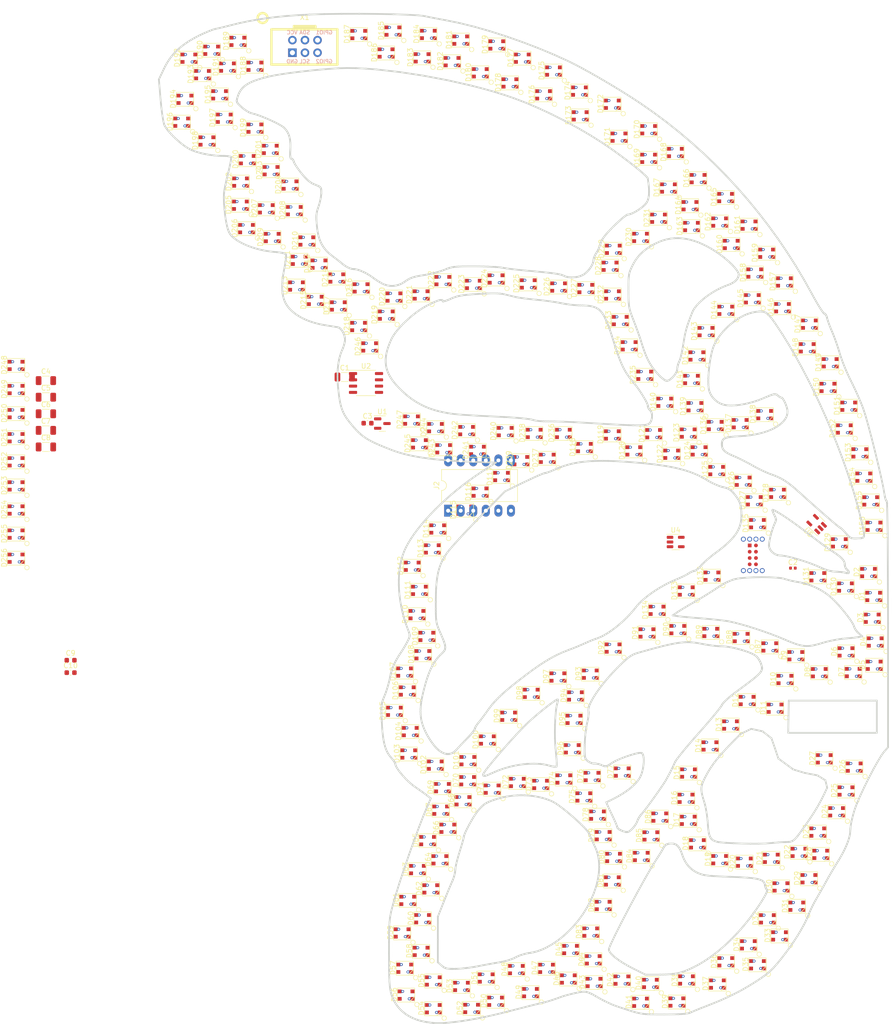
<source format=kicad_pcb>
(kicad_pcb (version 20220914) (generator pcbnew)
  (layers (0 "F.Cu" signal) (31 "B.Cu" signal) (34 "B.Paste" user) (35 "F.Paste" user) (36 "B.SilkS" user "B.Silkscreen") (37 "F.SilkS" user "F.Silkscreen") (38 "B.Mask" user) (39 "F.Mask" user) (44 "Edge.Cuts" user))
  (net 0 "")
  (net 1 "/5V")
  (net 2 "/GND")
  (net 3 "/3V3")
  (net 4 "Net-(D1-DIN)")
  (net 5 "Net-(D2-DIN)")
  (net 6 "Net-(D2-DOUT)")
  (net 7 "Net-(D3-DOUT)")
  (net 8 "Net-(D4-DOUT)")
  (net 9 "Net-(D5-DOUT)")
  (net 10 "Net-(D6-DOUT)")
  (net 11 "Net-(D8-DIN)")
  (net 12 "Net-(D8-DOUT)")
  (net 13 "Net-(D9-DOUT)")
  (net 14 "Net-(D10-DOUT)")
  (net 15 "Net-(D11-DOUT)")
  (net 16 "Net-(D12-DOUT)")
  (net 17 "Net-(D13-DOUT)")
  (net 18 "Net-(D14-DOUT)")
  (net 19 "Net-(D15-DOUT)")
  (net 20 "Net-(D16-DOUT)")
  (net 21 "Net-(D18-DIN)")
  (net 22 "Net-(D18-DOUT)")
  (net 23 "Net-(D19-DOUT)")
  (net 24 "Net-(D20-DOUT)")
  (net 25 "Net-(D21-DOUT)")
  (net 26 "Net-(D23-DIN)")
  (net 27 "Net-(D23-DOUT)")
  (net 28 "Net-(D24-DOUT)")
  (net 29 "Net-(D25-DOUT)")
  (net 30 "Net-(D26-DOUT)")
  (net 31 "Net-(D27-DOUT)")
  (net 32 "Net-(D28-DOUT)")
  (net 33 "Net-(D29-DOUT)")
  (net 34 "Net-(D30-DOUT)")
  (net 35 "Net-(D31-DOUT)")
  (net 36 "Net-(D32-DOUT)")
  (net 37 "Net-(D34-DIN)")
  (net 38 "Net-(D34-DOUT)")
  (net 39 "Net-(D35-DOUT)")
  (net 40 "Net-(D36-DOUT)")
  (net 41 "Net-(D37-DOUT)")
  (net 42 "Net-(D39-DIN)")
  (net 43 "Net-(D39-DOUT)")
  (net 44 "Net-(D40-DOUT)")
  (net 45 "Net-(D41-DOUT)")
  (net 46 "Net-(D42-DOUT)")
  (net 47 "Net-(D43-DOUT)")
  (net 48 "Net-(D44-DOUT)")
  (net 49 "Net-(D45-DOUT)")
  (net 50 "Net-(D46-DOUT)")
  (net 51 "Net-(D47-DOUT)")
  (net 52 "Net-(D48-DOUT)")
  (net 53 "Net-(D50-DIN)")
  (net 54 "Net-(D50-DOUT)")
  (net 55 "Net-(D51-DOUT)")
  (net 56 "Net-(D52-DOUT)")
  (net 57 "Net-(D53-DOUT)")
  (net 58 "Net-(D55-DIN)")
  (net 59 "Net-(D55-DOUT)")
  (net 60 "Net-(D56-DOUT)")
  (net 61 "Net-(D57-DOUT)")
  (net 62 "Net-(D58-DOUT)")
  (net 63 "Net-(D59-DOUT)")
  (net 64 "Net-(D60-DOUT)")
  (net 65 "Net-(D61-DOUT)")
  (net 66 "Net-(D62-DOUT)")
  (net 67 "Net-(D63-DOUT)")
  (net 68 "Net-(D64-DOUT)")
  (net 69 "Net-(D66-DIN)")
  (net 70 "Net-(D66-DOUT)")
  (net 71 "Net-(D67-DOUT)")
  (net 72 "Net-(D68-DOUT)")
  (net 73 "Net-(D69-DOUT)")
  (net 74 "Net-(D71-DIN)")
  (net 75 "Net-(D71-DOUT)")
  (net 76 "Net-(D72-DOUT)")
  (net 77 "Net-(D73-DOUT)")
  (net 78 "Net-(D74-DOUT)")
  (net 79 "Net-(D75-DOUT)")
  (net 80 "Net-(D76-DOUT)")
  (net 81 "Net-(D77-DOUT)")
  (net 82 "Net-(D78-DOUT)")
  (net 83 "Net-(D79-DOUT)")
  (net 84 "Net-(D80-DOUT)")
  (net 85 "Net-(D82-DIN)")
  (net 86 "Net-(D82-DOUT)")
  (net 87 "Net-(D83-DOUT)")
  (net 88 "Net-(D84-DOUT)")
  (net 89 "Net-(D85-DOUT)")
  (net 90 "Net-(D87-DIN)")
  (net 91 "Net-(D87-DOUT)")
  (net 92 "Net-(D88-DOUT)")
  (net 93 "Net-(D89-DOUT)")
  (net 94 "Net-(D90-DOUT)")
  (net 95 "Net-(D91-DOUT)")
  (net 96 "Net-(D92-DOUT)")
  (net 97 "Net-(D93-DOUT)")
  (net 98 "Net-(D94-DOUT)")
  (net 99 "Net-(D95-DOUT)")
  (net 100 "Net-(D96-DOUT)")
  (net 101 "Net-(D98-DIN)")
  (net 102 "Net-(D98-DOUT)")
  (net 103 "Net-(D99-DOUT)")
  (net 104 "Net-(D100-DOUT)")
  (net 105 "Net-(D101-DOUT)")
  (net 106 "Net-(D103-DIN)")
  (net 107 "Net-(D103-DOUT)")
  (net 108 "Net-(D104-DOUT)")
  (net 109 "Net-(D105-DOUT)")
  (net 110 "Net-(D106-DOUT)")
  (net 111 "Net-(D107-DOUT)")
  (net 112 "Net-(D108-DOUT)")
  (net 113 "Net-(D109-DOUT)")
  (net 114 "Net-(D110-DOUT)")
  (net 115 "Net-(D111-DOUT)")
  (net 116 "Net-(D113-DIN)")
  (net 117 "Net-(D113-DOUT)")
  (net 118 "Net-(D114-DOUT)")
  (net 119 "Net-(D115-DOUT)")
  (net 120 "Net-(D116-DOUT)")
  (net 121 "Net-(D117-DOUT)")
  (net 122 "Net-(D119-DIN)")
  (net 123 "Net-(D119-DOUT)")
  (net 124 "Net-(D120-DOUT)")
  (net 125 "Net-(D121-DOUT)")
  (net 126 "Net-(D122-DOUT)")
  (net 127 "Net-(D123-DOUT)")
  (net 128 "Net-(D124-DOUT)")
  (net 129 "Net-(D125-DOUT)")
  (net 130 "Net-(D126-DOUT)")
  (net 131 "Net-(D127-DOUT)")
  (net 133 "Net-(D129-DIN)")
  (net 134 "Net-(D129-DOUT)")
  (net 135 "Net-(D130-DOUT)")
  (net 136 "Net-(D131-DOUT)")
  (net 137 "Net-(D132-DOUT)")
  (net 138 "Net-(D133-DOUT)")
  (net 139 "Net-(D135-DIN)")
  (net 140 "Net-(D135-DOUT)")
  (net 141 "Net-(D136-DOUT)")
  (net 142 "Net-(D137-DOUT)")
  (net 143 "Net-(D138-DOUT)")
  (net 144 "Net-(D139-DOUT)")
  (net 145 "Net-(D140-DOUT)")
  (net 146 "Net-(D141-DOUT)")
  (net 147 "Net-(D142-DOUT)")
  (net 148 "Net-(D143-DOUT)")
  (net 149 "Net-(D145-DIN)")
  (net 150 "Net-(D145-DOUT)")
  (net 151 "Net-(D146-DOUT)")
  (net 152 "Net-(D147-DOUT)")
  (net 153 "Net-(D148-DOUT)")
  (net 154 "Net-(D149-DOUT)")
  (net 155 "Net-(D151-DIN)")
  (net 156 "Net-(D151-DOUT)")
  (net 157 "Net-(D152-DOUT)")
  (net 158 "Net-(D153-DOUT)")
  (net 159 "Net-(D154-DOUT)")
  (net 160 "Net-(D155-DOUT)")
  (net 161 "Net-(D156-DOUT)")
  (net 162 "Net-(D157-DOUT)")
  (net 163 "Net-(D158-DOUT)")
  (net 164 "Net-(D159-DOUT)")
  (net 165 "Net-(D161-DIN)")
  (net 166 "Net-(D161-DOUT)")
  (net 167 "Net-(D162-DOUT)")
  (net 168 "Net-(D163-DOUT)")
  (net 169 "Net-(D164-DOUT)")
  (net 170 "Net-(D165-DOUT)")
  (net 171 "Net-(D167-DIN)")
  (net 172 "Net-(D167-DOUT)")
  (net 173 "Net-(D168-DOUT)")
  (net 174 "Net-(D169-DOUT)")
  (net 175 "Net-(D170-DOUT)")
  (net 176 "Net-(D171-DOUT)")
  (net 177 "Net-(D172-DOUT)")
  (net 178 "Net-(D173-DOUT)")
  (net 179 "Net-(D174-DOUT)")
  (net 180 "Net-(D175-DOUT)")
  (net 181 "Net-(D177-DIN)")
  (net 182 "Net-(D177-DOUT)")
  (net 183 "Net-(D178-DOUT)")
  (net 184 "Net-(D179-DOUT)")
  (net 185 "Net-(D180-DOUT)")
  (net 186 "Net-(D181-DOUT)")
  (net 187 "Net-(D183-DIN)")
  (net 188 "Net-(D183-DOUT)")
  (net 189 "Net-(D184-DOUT)")
  (net 190 "Net-(D185-DOUT)")
  (net 191 "Net-(D186-DOUT)")
  (net 192 "Net-(D187-DOUT)")
  (net 193 "Net-(D188-DOUT)")
  (net 194 "Net-(D189-DOUT)")
  (net 195 "Net-(D190-DOUT)")
  (net 196 "Net-(D191-DOUT)")
  (net 197 "Net-(D193-DIN)")
  (net 198 "Net-(D193-DOUT)")
  (net 199 "Net-(D194-DOUT)")
  (net 200 "Net-(D195-DOUT)")
  (net 201 "Net-(D196-DOUT)")
  (net 202 "Net-(D197-DOUT)")
  (net 203 "Net-(D199-DIN)")
  (net 204 "Net-(D199-DOUT)")
  (net 205 "Net-(D200-DOUT)")
  (net 206 "Net-(D201-DOUT)")
  (net 207 "Net-(D202-DOUT)")
  (net 208 "Net-(D203-DOUT)")
  (net 209 "Net-(D204-DOUT)")
  (net 210 "Net-(D205-DOUT)")
  (net 211 "Net-(D206-DOUT)")
  (net 212 "Net-(D207-DOUT)")
  (net 213 "Net-(D209-DIN)")
  (net 214 "Net-(D209-DOUT)")
  (net 215 "Net-(D210-DOUT)")
  (net 216 "Net-(D211-DOUT)")
  (net 217 "Net-(D212-DOUT)")
  (net 218 "Net-(D213-DOUT)")
  (net 219 "Net-(D215-DIN)")
  (net 220 "Net-(D215-DOUT)")
  (net 221 "Net-(D216-DOUT)")
  (net 222 "Net-(D217-DOUT)")
  (net 223 "Net-(D218-DOUT)")
  (net 224 "Net-(D219-DOUT)")
  (net 225 "Net-(D220-DOUT)")
  (net 226 "Net-(D221-DOUT)")
  (net 227 "Net-(D222-DOUT)")
  (net 228 "Net-(D223-DOUT)")
  (net 229 "Net-(D225-DIN)")
  (net 230 "Net-(D225-DOUT)")
  (net 231 "Net-(D226-DOUT)")
  (net 232 "Net-(D227-DOUT)")
  (net 233 "Net-(D228-DOUT)")
  (net 234 "Net-(D229-DOUT)")
  (net 235 "Net-(D231-DIN)")
  (net 236 "Net-(D231-DOUT)")
  (net 237 "Net-(D232-DOUT)")
  (net 238 "Net-(D233-DOUT)")
  (net 239 "Net-(D234-DOUT)")
  (net 240 "Net-(D235-DOUT)")
  (net 241 "Net-(D236-DOUT)")
  (net 242 "Net-(D237-DOUT)")
  (net 243 "Net-(D238-DOUT)")
  (net 244 "Net-(D239-DOUT)")
  (net 245 "Net-(D241-DIN)")
  (net 246 "Net-(D241-DOUT)")
  (net 247 "Net-(D242-DOUT)")
  (net 248 "Net-(D243-DOUT)")
  (net 249 "Net-(D244-DOUT)")
  (net 250 "Net-(D245-DOUT)")
  (net 251 "Net-(D247-DIN)")
  (net 252 "Net-(D247-DOUT)")
  (net 253 "Net-(D248-DOUT)")
  (net 254 "Net-(D249-DOUT)")
  (net 255 "Net-(D250-DOUT)")
  (net 256 "Net-(D251-DOUT)")
  (net 257 "Net-(D252-DOUT)")
  (net 258 "Net-(D253-DOUT)")
  (net 259 "Net-(D254-DOUT)")
  (net 260 "Net-(D255-DOUT)")
  (net 262 "/PORT_LED_1")
  (net 263 "/PORT_LED_2")
  (net 264 "/SCL")
  (net 265 "/PORT_GP0")
  (net 266 "/SDA")
  (net 267 "/NFC_MSG")
  (net 280 "Net-(U2-AC0)")
  (net 281 "Net-(U2-AC1)")
  (footprint "XL3528RGBW:XL-3528RGBW" (layer "F.Cu") (at 219.141107 19.4)
    (fp_text reference "D213")
    (fp_text value "SK6812")
  )
  (footprint "XL3528RGBW:XL-3528RGBW" (layer "F.Cu") (at 304.241107 160.4)
    (fp_text reference "D37")
    (fp_text value "SK6812")
  )
  (footprint "XL3528RGBW:XL-3528RGBW" (layer "F.Cu") (at 275.541107 102.2)
    (fp_text reference "D94")
    (fp_text value "SK6812")
  )
  (footprint "XL3528RGBW:XL-3528RGBW" (layer "F.Cu") (at 255.741107 52.6)
    (fp_text reference "D241")
    (fp_text value "SK6812")
  )
  (footprint "XL3528RGBW:XL-3528RGBW" (layer "F.Cu") (at 210.741107 -12.5)
    (fp_text reference "D199")
    (fp_text value "SK6812")
  )
  (footprint "XL3528RGBW:XL-3528RGBW" (layer "F.Cu") (at 247.2 116.173607)
    (fp_text reference "D102")
    (fp_text value "SK6812")
  )
  (footprint "XL3528RGBW:XL-3528RGBW" (layer "F.Cu") (at 280 126.273607)
    (fp_text reference "D78")
    (fp_text value "SK6812")
  )
  (footprint "XL3528RGBW:XL-3528RGBW" (layer "F.Cu") (at 232.2 19.773607)
    (fp_text reference "D216")
    (fp_text value "SK6812")
  )
  (footprint "XL3528RGBW:XL-3528RGBW" (layer "F.Cu") (at 317.1 140.773607)
    (fp_text reference "D30")
    (fp_text value "SK6812")
  )
  (footprint "XL3528RGBW:XL-3528RGBW" (layer "F.Cu") (at 281.15 144.523607)
    (fp_text reference "D82")
    (fp_text value "SK6812")
  )
  (footprint "XL3528RGBW:XL-3528RGBW" (layer "F.Cu") (at 333.041107 53.1)
    (fp_text reference "D153")
    (fp_text value "SK6812")
  )
  (footprint "ButterflyBadge:FlatFlexWingConnector-WingPCBSide" (layer "F.Cu") (at 310.765 71.795)
    (fp_text reference "J1" hide)
    (fp_text value "Conn_02x04_Odd_Even" hide)
  )
  (footprint "XL3528RGBW:XL-3528RGBW" (layer "F.Cu") (at 310.25 103.123607)
    (fp_text reference "D12")
    (fp_text value "SK6812")
  )
  (footprint "Package_TO_SOT_SMD:SOT-23-5" (layer "F.Cu") (at 324.3 67.5 135)
    (fp_text reference "U5")
    (fp_text value "SN74LV1T34DBV")
  )
  (footprint "XL3528RGBW:XL-3528RGBW" (layer "F.Cu") (at 269.7 157.223607)
    (fp_text reference "D47")
    (fp_text value "SK6812")
  )
  (footprint "XL3528RGBW:XL-3528RGBW" (layer "F.Cu") (at 274.55 153.423607)
    (fp_text reference "D45")
    (fp_text value "SK6812")
  )
  (footprint "XL3528RGBW:XL-3528RGBW" (layer "F.Cu") (at 284.6 26.373607)
    (fp_text reference "D233")
    (fp_text value "SK6812")
  )
  (footprint "XL3528RGBW:XL-3528RGBW" (layer "F.Cu") (at 162.448782 59.77107)
    (fp_text reference "D253")
    (fp_text value "SK6812")
  )
  (footprint "XL3528RGBW:XL-3528RGBW" (layer "F.Cu") (at 241 97.373607)
    (fp_text reference "D107")
    (fp_text value "SK6812")
  )
  (footprint "XL3528RGBW:XL-3528RGBW" (layer "F.Cu") (at 329.9 48.273607)
    (fp_text reference "D152")
    (fp_text value "SK6812")
  )
  (footprint "XL3528RGBW:XL-3528RGBW" (layer "F.Cu") (at 195.941107 -13.7)
    (fp_text reference "D196")
    (fp_text value "SK6812")
  )
  (footprint "XL3528RGBW:XL-3528RGBW" (layer "F.Cu") (at 314.2 12.773607)
    (fp_text reference "D159")
    (fp_text value "SK6812")
  )
  (footprint "XL3528RGBW:XL-3528RGBW" (layer "F.Cu") (at 290.8 130.473607)
    (fp_text reference "D85")
    (fp_text value "SK6812")
  )
  (footprint "XL3528RGBW:XL-3528RGBW" (layer "F.Cu") (at 252.5 160.873607)
    (fp_text reference "D53")
    (fp_text value "SK6812")
  )
  (footprint "XL3528RGBW:XL-3528RGBW" (layer "F.Cu") (at 309.7 135.773607)
    (fp_text reference "D20")
    (fp_text value "SK6812")
  )
  (footprint "XL3528RGBW:XL-3528RGBW" (layer "F.Cu") (at 209.041107 7.8)
    (fp_text reference "D206")
    (fp_text value "SK6812")
  )
  (footprint "XL3528RGBW:XL-3528RGBW" (layer "F.Cu") (at 162.448782 50.036642)
    (fp_text reference "D251")
    (fp_text value "SK6812")
  )
  (footprint "XL3528RGBW:XL-3528RGBW" (layer "F.Cu") (at 290.35 -12.176393)
    (fp_text reference "D170")
    (fp_text value "SK6812")
  )
  (footprint "XL3528RGBW:XL-3528RGBW" (layer "F.Cu") (at 305.9 1.523607)
    (fp_text reference "D165")
    (fp_text value "SK6812")
  )
  (footprint "XL3528RGBW:XL-3528RGBW" (layer "F.Cu") (at 256.25 61.023607)
    (fp_text reference "D116")
    (fp_text value "SK6812")
  )
  (footprint "XL3528RGBW:XL-3528RGBW" (layer "F.Cu") (at 283 49.473607)
    (fp_text reference "D119")
    (fp_text value "SK6812")
  )
  (footprint "XL3528RGBW:XL-3528RGBW" (layer "F.Cu") (at 246.3 141.173607)
    (fp_text reference "D62")
    (fp_text value "SK6812")
  )
  (footprint "XL3528RGBW:XL-3528RGBW" (layer "F.Cu") (at 162.448782 40.302214)
    (fp_text reference "D249")
    (fp_text value "SK6812")
  )
  (footprint "XL3528RGBW:XL-3528RGBW" (layer "F.Cu") (at 292.6 126.673607)
    (fp_text reference "D86")
    (fp_text value "SK6812")
  )
  (footprint "XL3528RGBW:XL-3528RGBW" (layer "F.Cu") (at 279.141107 155.5)
    (fp_text reference "D44")
    (fp_text value "SK6812")
  )
  (footprint "XL3528RGBW:XL-3528RGBW" (layer "F.Cu") (at 302.741107 112.3)
    (fp_text reference "D14")
    (fp_text value "SK6812")
  )
  (footprint "XL3528RGBW:XL-3528RGBW" (layer "F.Cu") (at 278.9 118.473607)
    (fp_text reference "D76")
    (fp_text value "SK6812")
  )
  (footprint "XL3528RGBW:XL-3528RGBW" (layer "F.Cu") (at 252.8 123.373607)
    (fp_text reference "D68")
    (fp_text value "SK6812")
  )
  (footprint "XL3528RGBW:XL-3528RGBW" (layer "F.Cu") (at 249.75 128.923607)
    (fp_text reference "D66")
    (fp_text value "SK6812")
  )
  (footprint "XL3528RGBW:XL-3528RGBW" (layer "F.Cu") (at 299 7.373607)
    (fp_text reference "D163")
    (fp_text value "SK6812")
  )
  (footprint "XL3528RGBW:XL-3528RGBW" (layer "F.Cu") (at 241.641107 143.5)
    (fp_text reference "D61")
    (fp_text value "SK6812")
  )
  (footprint "XL3528RGBW:XL-3528RGBW" (layer "F.Cu") (at 203.6 -19.226393)
    (fp_text reference "D195")
    (fp_text value "SK6812")
  )
  (footprint "XL3528RGBW:XL-3528RGBW" (layer "F.Cu") (at 253.2 64.673607)
    (fp_text reference "D115")
    (fp_text value "SK6812")
  )
  (footprint "XL3528RGBW:XL-3528RGBW" (layer "F.Cu") (at 274.9 112.873607)
    (fp_text reference "D96")
    (fp_text value "SK6812")
  )
  (footprint "Capacitor_SMD:C_1206_3216Metric" (layer "F.Cu") (at 228.9 37.773607)
    (fp_text reference "C1")
    (fp_text value "22uF")
  )
  (footprint "XL3528RGBW:XL-3528RGBW" (layer "F.Cu") (at 277.641107 19.9)
    (fp_text reference "D227")
    (fp_text value "SK6812")
  )
  (footprint "XL3528RGBW:XL-3528RGBW" (layer "F.Cu") (at 320.1 94.073607)
    (fp_text reference "D9")
    (fp_text value "SK6812")
  )
  (footprint "XL3528RGBW:XL-3528RGBW" (layer "F.Cu") (at 300.541107 52.7)
    (fp_text reference "D124")
    (fp_text value "SK6812")
  )
  (footprint "XL3528RGBW:XL-3528RGBW" (layer "F.Cu") (at 253.75 119.323607)
    (fp_text reference "D70")
    (fp_text value "SK6812")
  )
  (footprint "XL3528RGBW:XL-3528RGBW" (layer "F.Cu") (at 201.041107 -9.9)
    (fp_text reference "D198")
    (fp_text value "SK6812")
  )
  (footprint "XL3528RGBW:XL-3528RGBW" (layer "F.Cu") (at 272.141107 19.6)
    (fp_text reference "D226")
    (fp_text value "SK6812")
  )
  (footprint "XL3528RGBW:XL-3528RGBW" (layer "F.Cu") (at 283.15 92.523607)
    (fp_text reference "D92")
    (fp_text value "SK6812")
  )
  (footprint "XL3528RGBW:XL-3528RGBW" (layer "F.Cu") (at 304.1 56.673607)
    (fp_text reference "D125")
    (fp_text value "SK6812")
  )
  (footprint "XL3528RGBW:XL-3528RGBW" (layer "F.Cu") (at 288.7 9.573607)
    (fp_text reference "D230")
    (fp_text value "SK6812")
  )
  (footprint "XL3528RGBW:XL-3528RGBW" (layer "F.Cu") (at 287.341107 52.7)
    (fp_text reference "D120")
    (fp_text value "SK6812")
  )
  (footprint "XL3528RGBW:XL-3528RGBW" (layer "F.Cu") (at 257.741107 111.1)
    (fp_text reference "D100")
    (fp_text value "SK6812")
  )
  (footprint "XL3528RGBW:XL-3528RGBW" (layer "F.Cu") (at 273.2 118.973607)
    (fp_text reference "D74")
    (fp_text value "SK6812")
  )
  (footprint "XL3528RGBW:XL-3528RGBW" (layer "F.Cu") (at 335.541107 86.5)
    (fp_text reference "D3")
    (fp_text value "SK6812")
  )
  (footprint "XL3528RGBW:XL-3528RGBW" (layer "F.Cu") (at 282.541107 15.4)
    (fp_text reference "D228")
    (fp_text value "SK6812")
  )
  (footprint "Package_TO_SOT_SMD:SOT-23-5" (layer "F.Cu") (at 295.8 71.1)
    (fp_text reference "U4")
    (fp_text value "SN74LV1T34DBV")
  )
  (footprint "XL3528RGBW:XL-3528RGBW" (layer "F.Cu") (at 263.8 119.673607)
    (fp_text reference "D72")
    (fp_text value "SK6812")
  )
  (footprint "XL3528RGBW:XL-3528RGBW" (layer "F.Cu") (at 266.6 101.673607)
    (fp_text reference "D98")
    (fp_text value "SK6812")
  )
  (footprint "XL3528RGBW:XL-3528RGBW" (layer "F.Cu") (at 202 -28.226393)
    (fp_text reference "D190")
    (fp_text value "SK6812")
  )
  (footprint "XL3528RGBW:XL-3528RGBW" (layer "F.Cu") (at 200.141107 -23.3)
    (fp_text reference "D193")
    (fp_text value "SK6812")
  )
  (footprint "XL3528RGBW:XL-3528RGBW" (layer "F.Cu") (at 246.8 165.373607)
    (fp_text reference "D54")
    (fp_text value "SK6812")
  )
  (footprint "XL3528RGBW:XL-3528RGBW" (layer "F.Cu") (at 320.741107 133.8)
    (fp_text reference "D22")
    (fp_text value "SK6812")
  )
  (footprint "XL3528RGBW:XL-3528RGBW" (layer "F.Cu") (at 333.841107 58)
    (fp_text reference "D154")
    (fp_text value "SK6812")
  )
  (footprint "XL3528RGBW:XL-3528RGBW" (layer "F.Cu") (at 264.5 54.673607)
    (fp_text reference "D239")
    (fp_text value "SK6812")
  )
  (footprint "XL3528RGBW:XL-3528RGBW" (layer "F.Cu") (at 283 139.573607)
    (fp_text reference "D81")
    (fp_text value "SK6812")
  )
  (footprint "XL3528RGBW:XL-3528RGBW" (layer "F.Cu") (at 253.541107 48.6)
    (fp_text reference "D242")
    (fp_text value "SK6812")
  )
  (footprint "XL3528RGBW:XL-3528RGBW" (layer "F.Cu") (at 263.6 157.473607)
    (fp_text reference "D48")
    (fp_text value "SK6812")
  )
  (footprint "Package_TO_SOT_SMD:SOT-23" (layer "F.Cu") (at 236.5 47.173607)
    (fp_text reference "U1")
    (fp_text value "XC6206PxxxMR")
  )
  (footprint "XL3528RGBW:XL-3528RGBW" (layer "F.Cu") (at 312.341107 67.4)
    (fp_text reference "D135")
    (fp_text value "SK6812")
  )
  (footprint "XL3528RGBW:XL-3528RGBW" (layer "F.Cu") (at 281.15 130.423607)
    (fp_text reference "D79")
    (fp_text value "SK6812")
  )
  (footprint "XL3528RGBW:XL-3528RGBW" (layer "F.Cu") (at 317.9 98.873607)
    (fp_text reference "D10")
    (fp_text value "SK6812")
  )
  (footprint "XL3528RGBW:XL-3528RGBW" (layer "F.Cu") (at 316.4 61.273607)
    (fp_text reference "D128")
    (fp_text value "SK6812")
  )
  (footprint "XL3528RGBW:XL-3528RGBW" (layer "F.Cu") (at 269.841107 54.2)
    (fp_text reference "D237")
    (fp_text value "SK6812")
  )
  (footprint "XL3528RGBW:XL-3528RGBW" (layer "F.Cu") (at 315.141107 135)
    (fp_text reference "D21")
    (fp_text value "SK6812")
  )
  (footprint "XL3528RGBW:XL-3528RGBW" (layer "F.Cu") (at 298.7 3.173607)
    (fp_text reference "D164")
    (fp_text value "SK6812")
  )
  (footprint "XL3528RGBW:XL-3528RGBW" (layer "F.Cu") (at 233.941107 31.7)
    (fp_text reference "D246")
    (fp_text value "SK6812")
  )
  (footprint "XL3528RGBW:XL-3528RGBW" (layer "F.Cu") (at 238.641107 -32.1)
    (fp_text reference "D185")
    (fp_text value "SK6812")
  )
  (footprint "XL3528RGBW:XL-3528RGBW" (layer "F.Cu") (at 204.541107 -14.5)
    (fp_text reference "D197")
    (fp_text value "SK6812")
  )
  (footprint "XL3528RGBW:XL-3528RGBW" (layer "F.Cu") (at 315.9 104.673607)
    (fp_text reference "D11")
    (fp_text value "SK6812")
  )
  (footprint "XL3528RGBW:XL-3528RGBW" (layer "F.Cu") (at 325.141107 134.2)
    (fp_text reference "D28")
    (fp_text value "SK6812")
  )
  (footprint "XL3528RGBW:XL-3528RGBW" (layer "F.Cu") (at 238.85 21.623607)
    (fp_text reference "D220")
    (fp_text value "SK6812")
  )
  (footprint "XL3528RGBW:XL-3528RGBW" (layer "F.Cu") (at 324.841107 97.5)
    (fp_text reference "D8")
    (fp_text value "SK6812")
  )
  (footprint "XL3528RGBW:XL-3528RGBW" (layer "F.Cu") (at 334.8 77.273607)
    (fp_text reference "D2")
    (fp_text value "SK6812")
  )
  (footprint "XL3528RGBW:XL-3528RGBW" (layer "F.Cu") (at 328.9 71.273607)
    (fp_text reference "D129")
    (fp_text value "SK6812")
  )
  (footprint "XL3528RGBW:XL-3528RGBW" (layer "F.Cu") (at 311.8 16.773607)
    (fp_text reference "D158")
    (fp_text value "SK6812")
  )
  (footprint "XL3528RGBW:XL-3528RGBW" (layer "F.Cu") (at 240.5 150.073607)
    (fp_text reference "D59")
    (fp_text value "SK6812")
  )
  (footprint "XL3528RGBW:XL-3528RGBW" (layer "F.Cu") (at 162.448782 35.435)
    (fp_text reference "D248")
    (fp_text value "SK6812")
  )
  (footprint "XL3528RGBW:XL-3528RGBW" (layer "F.Cu") (at 162.448782 54.903856)
    (fp_text reference "D252")
    (fp_text value "SK6812")
  )
  (footprint "XL3528RGBW:XL-3528RGBW" (layer "F.Cu") (at 294.341107 -0.4)
    (fp_text reference "D167")
    (fp_text value "SK6812")
  )
  (footprint "XL3528RGBW:XL-3528RGBW" (layer "F.Cu") (at 267.2 49.173607)
    (fp_text reference "D238")
    (fp_text value "SK6812")
  )
  (footprint "XL3528RGBW:XL-3528RGBW" (layer "F.Cu") (at 336.141107 91.3)
    (fp_text reference "D4")
    (fp_text value "SK6812")
  )
  (footprint "XL3528RGBW:XL-3528RGBW" (layer "F.Cu") (at 308.841107 47.2)
    (fp_text reference "D137")
    (fp_text value "SK6812")
  )
  (footprint "XL3528RGBW:XL-3528RGBW" (layer "F.Cu") (at 299.7 43.773607)
    (fp_text reference "D139")
    (fp_text value "SK6812")
  )
  (footprint "XL3528RGBW:XL-3528RGBW" (layer "F.Cu") (at 291.35 49.223607)
    (fp_text reference "D121")
    (fp_text value "SK6812")
  )
  (footprint "XL3528RGBW:XL-3528RGBW" (layer "F.Cu") (at 320.3 144.673607)
    (fp_text reference "D31")
    (fp_text value "SK6812")
  )
  (footprint "XL3528RGBW:XL-3528RGBW" (layer "F.Cu") (at 231.741107 -31.4)
    (fp_text reference "D187")
    (fp_text value "SK6812")
  )
  (footprint "XL3528RGBW:XL-3528RGBW" (layer "F.Cu") (at 250.6 -25.926393)
    (fp_text reference "D182")
    (fp_text value "SK6812")
  )
  (footprint "XL3528RGBW:XL-3528RGBW" (layer "F.Cu") (at 162.448782 45.169428)
    (fp_text reference "D250")
    (fp_text value "SK6812")
  )
  (footprint "XL3528RGBW:XL-3528RGBW" (layer "F.Cu") (at 298.341107 49.1)
    (fp_text reference "D123")
    (fp_text value "SK6812")
  )
  (footprint "XL3528RGBW:XL-3528RGBW" (layer "F.Cu") (at 248.9 52.273607)
    (fp_text reference "D243")
    (fp_text value "SK6812")
  )
  (footprint "XL3528RGBW:XL-3528RGBW" (layer "F.Cu") (at 242.4 46.473607)
    (fp_text reference "D247")
    (fp_text value "SK6812")
  )
  (footprint "XL3528RGBW:XL-3528RGBW" (layer "F.Cu") (at 246.6 72.5)
    (fp_text reference "D113")
    (fp_text value "SK6812")
  )
  (footprint "Capacitor_SMD:C_0603_1608Metric" (layer "F.Cu") (at 233.5 47.098607)
    (fp_text reference "C3")
    (fp_text value "10uF")
  )
  (footprint "XL3528RGBW:XL-3528RGBW" (layer "F.Cu") (at 244 51.273607)
    (fp_text reference "D245")
    (fp_text value "SK6812")
  )
  (footprint "XL3528RGBW:XL-3528RGBW" (layer "F.Cu") (at 331.9 116.573607)
    (fp_text reference "D26")
    (fp_text value "SK6812")
  )
  (footprint "XL3528RGBW:XL-3528RGBW" (layer "F.Cu") (at 296.05 164.023607)
    (fp_text reference "D39")
    (fp_text value "SK6812")
  )
  (footprint "XL3528RGBW:XL-3528RGBW" (layer "F.Cu") (at 238.941107 105.3)
    (fp_text reference "D105")
    (fp_text value "SK6812")
  )
  (footprint "Capacitor_SMD:C_1206_3216Metric" (layer "F.Cu") (at 168.48 51.9)
    (fp_text reference "C8")
    (fp_text value "22uF")
  )
  (footprint "XL3528RGBW:XL-3528RGBW" (layer "F.Cu") (at 214.241107 9.6)
    (fp_text reference "D209")
    (fp_text value "SK6812")
  )
  (footprint "XL3528RGBW:XL-3528RGBW" (layer "F.Cu") (at 221.241107 10.3)
    (fp_text reference "D210")
    (fp_text value "SK6812")
  )
  (footprint "Capacitor_SMD:C_1206_3216Metric" (layer "F.Cu") (at 168.48 45.2)
    (fp_text reference "C6")
    (fp_text value "22uF")
  )
  (footprint "XL3528RGBW:XL-3528RGBW" (layer "F.Cu") (at 197.4 -26.626393)
    (fp_text reference "D192")
    (fp_text value "SK6812")
  )
  (footprint "XL3528RGBW:XL-3528RGBW" (layer "F.Cu") (at 241.041107 157.2)
    (fp_text reference "D57")
    (fp_text value "SK6812")
  )
  (footprint "XL3528RGBW:XL-3528RGBW" (layer "F.Cu") (at 247.241107 48)
    (fp_text reference "D244")
    (fp_text value "SK6812")
  )
  (footprint "XL3528RGBW:XL-3528RGBW" (layer "F.Cu") (at 284.35 -10.676393)
    (fp_text reference "D171")
    (fp_text value "SK6812")
  )
  (footprint "XL3528RGBW:XL-3528RGBW" (layer "F.Cu") (at 243.6 137.273607)
    (fp_text reference "D63")
    (fp_text value "SK6812")
  )
  (footprint "XL3528RGBW:XL-3528RGBW" (layer "F.Cu") (at 303.8 47.573607)
    (fp_text reference "D136")
    (fp_text value "SK6812")
  )
  (footprint "XL3528RGBW:XL-3528RGBW" (layer "F.Cu") (at 237.3 25.273607)
    (fp_text reference "D219")
    (fp_text value "SK6812")
  )
  (footprint "XL3528RGBW:XL-3528RGBW" (layer "F.Cu") (at 278.541107 97.8)
    (fp_text reference "D93")
    (fp_text value "SK6812")
  )
  (footprint "XL3528RGBW:XL-3528RGBW" (layer "F.Cu") (at 292.041107 84.9)
    (fp_text reference "D134")
    (fp_text value "SK6812")
  )
  (footprint "XL3528RGBW:XL-3528RGBW" (layer "F.Cu") (at 298.35 127.323607)
    (fp_text reference "D17")
    (fp_text value "SK6812")
  )
  (footprint "XL3528RGBW:XL-3528RGBW" (layer "F.Cu") (at 310.5 152.473607)
    (fp_text reference "D34")
    (fp_text value "SK6812")
  )
  (footprint "XL3528RGBW:XL-3528RGBW" (layer "F.Cu") (at 264.8 -26.626393)
    (fp_text reference "D177")
    (fp_text value "SK6812")
  )
  (footprint "XL3528RGBW:XL-3528RGBW" (layer "F.Cu") (at 309.041107 90.4)
    (fp_text reference "D88")
    (fp_text value "SK6812")
  )
  (footprint "XL3528RGBW:XL-3528RGBW" (layer "F.Cu") (at 288.85 134.623607)
    (fp_text reference "D84")
    (fp_text value "SK6812")
  )
  (footprint "XL3528RGBW:XL-3528RGBW" (layer "F.Cu") (at 261.341107 48.8)
    (fp_text reference "D240")
    (fp_text value "SK6812")
  )
  (footprint "XL3528RGBW:XL-3528RGBW" (layer "F.Cu") (at 296.241107 88.8)
    (fp_text reference "D90")
    (fp_text value "SK6812")
  )
  (footprint "XL3528RGBW:XL-3528RGBW" (layer "F.Cu") (at 309.45 58.823607)
    (fp_text reference "D126")
    (fp_text value "SK6812")
  )
  (footprint "XL3528RGBW:XL-3528RGBW" (layer "F.Cu") (at 283.2 11.973607)
    (fp_text reference "D229")
    (fp_text value "SK6812")
  )
  (footprint "XL3528RGBW:XL-3528RGBW" (layer "F.Cu") (at 245.5 90.173607)
    (fp_text reference "D109")
    (fp_text value "SK6812")
  )
  (footprint "XL3528RGBW:XL-3528RGBW" (layer "F.Cu") (at 314.841107 92.3)
    (fp_text reference "D87")
    (fp_text value "SK6812")
  )
  (footprint "XL3528RGBW:XL-3528RGBW" (layer "F.Cu") (at 207.3 -30.026393)
    (fp_text reference "D189")
    (fp_text value "SK6812")
  )
  (footprint "XL3528RGBW:XL-3528RGBW" (layer "F.Cu") (at 328.341107 125.6)
    (fp_text reference "D24")
    (fp_text value "SK6812")
  )
  (footprint "XL3528RGBW:XL-3528RGBW" (layer "F.Cu") (at 162.448782 74.372712)
    (fp_text reference "D256")
    (fp_text value "SK6812")
  )
  (footprint "XL3528RGBW:XL-3528RGBW" (layer "F.Cu") (at 213.041107 3.8)
    (fp_text reference "D207")
    (fp_text value "SK6812")
  )
  (footprint "XL3528RGBW:XL-3528RGBW" (layer "F.Cu") (at 275.25 106.923607)
    (fp_text reference "D95")
    (fp_text value "SK6812")
  )
  (footprint "XL3528RGBW:XL-3528RGBW" (layer "F.Cu") (at 241.541107 101.2)
    (fp_text reference "D106")
    (fp_text value "SK6812")
  )
  (footprint "XL3528RGBW:XL-3528RGBW" (layer "F.Cu") (at 218.7 4.173607)
    (fp_text reference "D208")
    (fp_text value "SK6812")
  )
  (footprint "XL3528RGBW:XL-3528RGBW" (layer "F.Cu") (at 207.8 3.073607)
    (fp_text reference "D205")
    (fp_text value "SK6812")
  )
  (footprint "XL3528RGBW:XL-3528RGBW" (layer "F.Cu") (at 285 117.573607)
    (fp_text reference "D77")
    (fp_text value "SK6812")
  )
  (footprint "XL3528RGBW:XL-3528RGBW" (layer "F.Cu") (at 222.941107 22.3)
    (fp_text reference "D215")
    (fp_text value "SK6812")
  )
  (footprint "XL3528RGBW:XL-3528RGBW" (layer "F.Cu") (at 304.7 135.273607)
    (fp_text reference "D19")
    (fp_text value "SK6812")
  )
  (footprint "XL3528RGBW:XL-3528RGBW" (layer "F.Cu") (at 295.75 -7.576393)
    (fp_text reference "D168")
    (fp_text value "SK6812")
  )
  (footprint "XL3528RGBW:XL-3528RGBW" (layer "F.Cu") (at 266.45 162.123607)
    (fp_text reference "D49")
    (fp_text value "SK6812")
  )
  (footprint "XL3528RGBW:XL-3528RGBW" (layer "F.Cu") (at 254.55 165.323607)
    (fp_text reference "D52")
    (fp_text value "SK6812")
  )
  (footprint "XL3528RGBW:XL-3528RGBW" (layer "F.Cu") (at 237.25 -27.676393)
    (fp_text reference "D186")
    (fp_text value "SK6812")
  )
  (footprint "XL3528RGBW:XL-3528RGBW" (layer "F.Cu") (at 241.85 113.923607)
    (fp_text reference "D103")
    (fp_text value "SK6812")
  )
  (footprint "XL3528RGBW:XL-3528RGBW" (layer "F.Cu") (at 302.9 89.373607)
    (fp_text reference "D89")
    (fp_text value "SK6812")
  )
  (footprint "XL3528RGBW:XL-3528RGBW" (layer "F.Cu") (at 244.541107 -26.7)
    (fp_text reference "D183")
    (fp_text value "SK6812")
  )
  (footprint "XL3528RGBW:XL-3528RGBW" (layer "F.Cu") (at 248.741107 18.3)
    (fp_text reference "D222")
    (fp_text value "SK6812")
  )
  (footprint "XL3528RGBW:XL-3528RGBW" (layer "F.Cu") (at 335.9 67.923607)
    (fp_text reference "D156")
    (fp_text value "SK6812")
  )
  (footprint "XL3528RGBW:XL-3528RGBW" (layer "F.Cu") (at 322.841107 27.1)
    (fp_text reference "D147")
    (fp_text value "SK6812")
  )
  (footprint "Capacitor_SMD:C_1206_3216Metric" (layer "F.Cu") (at 168.48 38.5)
    (fp_text reference "C4")
    (fp_text value "22uF")
  )
  (footprint "XL3528RGBW:XL-3528RGBW" (layer "F.Cu") (at 258.7 121.023607)
    (fp_text reference "D71")
    (fp_text value "SK6812")
  )
  (footprint "Capacitor_SMD:C_1206_3216Metric" (layer "F.Cu") (at 168.48 41.85)
    (fp_text reference "C5")
    (fp_text value "22uF")
  )
  (footprint "XL3528RGBW:XL-3528RGBW" (layer "F.Cu") (at 241.3 162.623607)
    (fp_text reference "D56")
    (fp_text value "SK6812")
  )
  (footprint "XL3528RGBW:XL-3528RGBW" (layer "F.Cu") (at 289.55 37.423607)
    (fp_text reference "D235")
    (fp_text value "SK6812")
  )
  (footprint "XL3528RGBW:XL-3528RGBW" (layer "F.Cu") (at 325.841107 114.9)
    (fp_text reference "D27")
    (fp_text value "SK6812")
  )
  (footprint "XL3528RGBW:XL-3528RGBW" (layer "F.Cu") (at 297.941107 81)
    (fp_text reference "D133")
    (fp_text value "SK6812")
  )
  (footprint "XL3528RGBW:XL-3528RGBW" (layer "F.Cu") (at 305.941107 24.3)
    (fp_text reference "D144")
    (fp_text value "SK6812")
  )
  (footprint "XL3528RGBW:XL-3528RGBW" (layer "F.Cu") (at 268.5 120.073607)
    (fp_text reference "D73")
    (fp_text value "SK6812")
  )
  (footprint "XL3528RGBW:XL-3528RGBW" (layer "F.Cu") (at 269.1 -19.226393)
    (fp_text reference "D176")
    (fp_text value "SK6812")
  )
  (footprint "XL3528RGBW:XL-3528RGBW" (layer "F.Cu") (at 162.448782 64.638284)
    (fp_text reference "D254")
    (fp_text value "SK6812")
  )
  (footprint "Package_SO:SOP-8_3.9x4.9mm_P1.27mm" (layer "F.Cu") (at 233.2 38.973607)
    (fp_text reference "U2")
    (fp_text value "~")
  )
  (footprint "XL3528RGBW:XL-3528RGBW" (layer "F.Cu") (at 276.35 -19.976393)
    (fp_text reference "D174")
    (fp_text value "SK6812")
  )
  (footprint "XL3528RGBW:XL-3528RGBW" (layer "F.Cu") (at 272 98.373607)
    (fp_text reference "D97")
    (fp_text value "SK6812")
  )
  (footprint "XL3528RGBW:XL-3528RGBW" (layer "F.Cu") (at 330.241107 93.3)
    (fp_text reference "D6")
    (fp_text value "SK6812")
  )
  (footprint "XL3528RGBW:XL-3528RGBW" (layer "F.Cu") (at 317.4 23.773607)
    (fp_text reference "D146")
    (fp_text value "SK6812")
  )
  (footprint "XL3528RGBW:XL-3528RGBW" (layer "F.Cu") (at 248.3 125.273607)
    (fp_text reference "D67")
    (fp_text value "SK6812")
  )
  (footprint "XL3528RGBW:XL-3528RGBW" (layer "F.Cu") (at 326.6 39.873607)
    (fp_text reference "D150")
    (fp_text value "SK6812")
  )
  (footprint "XL3528RGBW:XL-3528RGBW" (layer "F.Cu") (at 298.4 117.773607)
    (fp_text reference "D15")
    (fp_text value "SK6812")
  )
  (footprint "XL3528RGBW:XL-3528RGBW" (layer "F.Cu") (at 207.841107 -1.6)
    (fp_text reference "D202")
    (fp_text value "SK6812")
  )
  (footprint "XL3528RGBW:XL-3528RGBW" (layer "F.Cu") (at 277.35 52.023607)
    (fp_text reference "D118")
    (fp_text value "SK6812")
  )
  (footprint "XL3528RGBW:XL-3528RGBW" (layer "F.Cu") (at 283.25 134.823607)
    (fp_text reference "D80")
    (fp_text value "SK6812")
  )
  (footprint "XL3528RGBW:XL-3528RGBW" (layer "F.Cu") (at 244.341107 21.2)
    (fp_text reference "D221")
    (fp_text value "SK6812")
  )
  (footprint "XL3528RGBW:XL-3528RGBW" (layer "F.Cu") (at 306.9 108.073607)
    (fp_text reference "D13")
    (fp_text value "SK6812")
  )
  (footprint "XL3528RGBW:XL-3528RGBW" (layer "F.Cu") (at 335.241107 62.8)
    (fp_text reference "D155")
    (fp_text value "SK6812")
  )
  (footprint "XL3528RGBW:XL-3528RGBW" (layer "F.Cu") (at 227.6 23.423607)
    (fp_text reference "D217")
    (fp_text value "SK6812")
  )
  (footprint "XL3528RGBW:XL-3528RGBW" (layer "F.Cu") (at 299 38.273607)
    (fp_text reference "D141")
    (fp_text value "SK6812")
  )
  (footprint "XL3528RGBW:XL-3528RGBW" (layer "F.Cu") (at 214 -3.9)
    (fp_text reference "D203")
    (fp_text value "SK6812")
  )
  (footprint "XL3528RGBW:XL-3528RGBW" (layer "F.Cu") (at 245.65 131.423607)
    (fp_text reference "D65")
    (fp_text value "SK6812")
  )
  (footprint "XL3528RGBW:XL-3528RGBW" (layer "F.Cu") (at 305.941107 155.9)
    (fp_text reference "D36")
    (fp_text value "SK6812")
  )
  (footprint "XL3528RGBW:XL-3528RGBW" (layer "F.Cu") (at 311.3 21.973607)
    (fp_text reference "D145")
    (fp_text value "SK6812")
  )
  (footprint "XL3528RGBW:XL-3528RGBW" (layer "F.Cu") (at 322.75 139.123607)
    (fp_text reference "D29")
    (fp_text value "SK6812")
  )
  (footprint "XL3528RGBW:XL-3528RGBW" (layer "F.Cu") (at 253.8 115.273607)
    (fp_text reference "D101")
    (fp_text value "SK6812")
  )
  (footprint "XL3528RGBW:XL-3528RGBW" (layer "F.Cu") (at 276.5 -14.976393)
    (fp_text reference "D173")
    (fp_text value "SK6812")
  )
  (footprint "XL3528RGBW:XL-3528RGBW" (layer "F.Cu") (at 254.9 19.073607)
    (fp_text reference "D223")
    (fp_text value "SK6812")
  )
  (footprint "XL3528RGBW:XL-3528RGBW" (layer "F.Cu") (at 324.541107 129.7)
    (fp_text reference "D23")
    (fp_text value "SK6812")
  )
  (footprint "XL3528RGBW:XL-3528RGBW" (layer "F.Cu") (at 313.8 45.373607)
    (fp_text reference "D138")
    (fp_text value "SK6812")
  )
  (footprint "XL3528RGBW:XL-3528RGBW" (layer "F.Cu") (at 274.1 159.373607)
    (fp_text reference "D46")
    (fp_text value "SK6812")
  )
  (footprint "XL3528RGBW:XL-3528RGBW" (layer "F.Cu") (at 244.7 93.873607)
    (fp_text reference "D108")
    (fp_text value "SK6812")
  )
  (footprint "XL3528RGBW:XL-3528RGBW" (layer "F.Cu") (at 283 -17.326393)
    (fp_text reference "D172")
    (fp_text value "SK6812")
  )
  (footprint "XL3528RGBW:XL-3528RGBW" (layer "F.Cu") (at 300.341107 -2.3)
    (fp_text reference "D166")
    (fp_text value "SK6812")
  )
  (footprint "XL3528RGBW:XL-3528RGBW" (layer "F.Cu") (at 303.141107 78)
    (fp_text reference "D132")
    (fp_text value "SK6812")
  )
  (footprint "XL3528RGBW:XL-3528RGBW" (layer "F.Cu") (at 246.8 159.773607)
    (fp_text reference "D55")
    (fp_text value "SK6812")
  )
  (footprint "XL3528RGBW:XL-3528RGBW" (layer "F.Cu") (at 219.7 14.2)
    (fp_text reference "D211")
    (fp_text value "SK6812")
  )
  (footprint "XL3528RGBW:XL-3528RGBW" (layer "F.Cu") (at 259.4 163.873607)
    (fp_text reference "D50")
    (fp_text value "SK6812")
  )
  (footprint "XL3528RGBW:XL-3528RGBW" (layer "F.Cu") (at 227.3 17.773607)
    (fp_text reference "D214")
    (fp_text value "SK6812")
  )
  (footprint "XL3528RGBW:XL-3528RGBW" (layer "F.Cu") (at 244.641107 147.2)
    (fp_text reference "D60")
    (fp_text value "SK6812")
  )
  (footprint "XL3528RGBW:XL-3528RGBW" (layer "F.Cu") (at 292.341107 5.7)
    (fp_text reference "D231")
    (fp_text value "SK6812")
  )
  (footprint "XL3528RGBW:XL-3528RGBW" (layer "F.Cu") (at 259.641107 -29.3)
    (fp_text reference "D179")
    (fp_text value "SK6812")
  )
  (footprint "XL3528RGBW:XL-3528RGBW" (layer "F.Cu") (at 316.8 150.673607)
    (fp_text reference "D33")
    (fp_text value "SK6812")
  )
  (footprint "XL3528RGBW:XL-3528RGBW" (layer "F.Cu") (at 283.041107 21.2)
    (fp_text reference "D232")
    (fp_text value "SK6812")
  )
  (footprint "Package_DIP:DIP-12_W10.16mm_LongPads" (layer "F.Cu") (at 249.8 64.773607 90)
    (fp_text reference "J2")
    (fp_text value "Conn_02x06_Counter_Clockwise")
  )
  (footprint "XL3528RGBW:XL-3528RGBW" (layer "F.Cu") (at 290.341107 -6.4)
    (fp_text reference "D169")
    (fp_text value "SK6812")
  )
  (footprint "XL3528RGBW:XL-3528RGBW" (layer "F.Cu") (at 223.7 14.973607)
    (fp_text reference "D212")
    (fp_text value "SK6812")
  )
  (footprint "XL3528RGBW:XL-3528RGBW" (layer "F.Cu") (at 259.5 17.973607)
    (fp_text reference "D224")
    (fp_text value "SK6812")
  )
  (footprint "XL3528RGBW:XL-3528RGBW" (layer "F.Cu") (at 335.941107 96)
    (fp_text reference "D5")
    (fp_text value "SK6812")
  )
  (footprint "XL3528RGBW:XL-3528RGBW" (layer "F.Cu") (at 213.841107 -8.2)
    (fp_text reference "D201")
    (fp_text value "SK6812")
  )
  (footprint "XL3528RGBW:XL-3528RGBW" (layer "F.Cu") (at 279.3 160.073607)
    (fp_text reference "D43")
    (fp_text value "SK6812")
  )
  (footprint "XL3528RGBW:XL-3528RGBW" (layer "F.Cu") (at 307.041107 11)
    (fp_text reference "D160")
    (fp_text value "SK6812")
  )
  (footprint "XL3528RGBW:XL-3528RGBW" (layer "F.Cu") (at 271.1 -24.026393)
    (fp_text reference "D175")
    (fp_text value "SK6812")
  )
  (footprint "XL3528RGBW:XL-3528RGBW" (layer "F.Cu") (at 286.4 31.473607)
    (fp_text reference "D234")
    (fp_text value "SK6812")
  )
  (footprint "XL3528RGBW:XL-3528RGBW" (layer "F.Cu") (at 247.7 68.473607)
    (fp_text reference "D114")
    (fp_text value "SK6812")
  )
  (footprint "XL3528RGBW:XL-3528RGBW" (layer "F.Cu") (at 330.8 43.673607)
    (fp_text reference "D151")
    (fp_text value "SK6812")
  )
  (footprint "XL3528RGBW:XL-3528RGBW" (layer "F.Cu") (at 293.6 42.873607)
    (fp_text reference "D140")
    (fp_text value "SK6812")
  )
  (footprint "XL3528RGBW:XL-3528RGBW" (layer "F.Cu") (at 256.3 -23.676393)
    (fp_text reference "D180")
    (fp_text value "SK6812")
  )
  (footprint "XL3528RGBW:XL-3528RGBW" (layer "F.Cu") (at 327.041107 34.9)
    (fp_text reference "D149")
    (fp_text value "SK6812")
  )
  (footprint "XL3528RGBW:XL-3528RGBW" (layer "F.Cu") (at 297.9 122.873607)
    (fp_text reference "D16")
    (fp_text value "SK6812")
  )
  (footprint "XL3528RGBW:XL-3528RGBW" (layer "F.Cu") (at 295 53.373607)
    (fp_text reference "D122")
    (fp_text value "SK6812")
  )
  (footprint "XL3528RGBW:XL-3528RGBW" (layer "F.Cu") (at 162.448782 69.505498)
    (fp_text reference "D255")
    (fp_text value "SK6812")
  )
  (footprint "XL3528RGBW:XL-3528RGBW" (layer "F.Cu") (at 317.8 18.573607)
    (fp_text reference "D157")
    (fp_text value "SK6812")
  )
  (footprint "XL3528RGBW:XL-3528RGBW" (layer "F.Cu") (at 290 89.473607)
    (fp_text reference "D91")
    (fp_text value "SK6812")
  )
  (footprint "XL3528RGBW:XL-3528RGBW" (layer "F.Cu") (at 244.341107 153.8)
    (fp_text reference "D58")
    (fp_text value "SK6812")
  )
  (footprint "XL3528RGBW:XL-3528RGBW" (layer "F.Cu") (at 242.141107 109.4)
    (fp_text reference "D104")
    (fp_text value "SK6812")
  )
  (footprint "badgelife_sao_v169bis:Badgelife-SAOv169-BADGE-2x3" (layer "F.Cu") (at 220.8 -29.026393)
    (fp_text reference "X1")
    (fp_text value "Badgelife_sao_connector_v169bis")
  )
  (footprint "XL3528RGBW:XL-3528RGBW" (layer "F.Cu") (at 288.7 164.073607)
    (fp_text reference "D41")
    (fp_text value "SK6812")
  )
  (footprint "XL3528RGBW:XL-3528RGBW" (layer "F.Cu") (at 257.5 159.173607)
    (fp_text reference "D51")
    (fp_text value "SK6812")
  )
  (footprint "XL3528RGBW:XL-3528RGBW" (layer "F.Cu") (at 290.7 160.273607)
    (fp_text reference "D40")
    (fp_text value "SK6812")
  )
  (footprint "XL3528RGBW:XL-3528RGBW" (layer "F.Cu") (at 260.6 57.873607)
    (fp_text reference "D117")
    (fp_text value "SK6812")
  )
  (footprint "XL3528RGBW:XL-3528RGBW" (layer "F.Cu") (at 300.1 33.523607)
    (fp_text reference "D142")
    (fp_text value "SK6812")
  )
  (footprint "XL3528RGBW:XL-3528RGBW" (layer "F.Cu") (at 231.7 27.573607)
    (fp_text reference "D218")
    (fp_text value "SK6812")
  )
  (footprint "XL3528RGBW:XL-3528RGBW" (layer "F.Cu") (at 284.941107 159.6)
    (fp_text reference "D42")
    (fp_text value "SK6812")
  )
  (footprint "XL3528RGBW:XL-3528RGBW" (layer "F.Cu") (at 310.641107 7.1)
    (fp_text reference "D161")
    (fp_text value "SK6812")
  )
  (footprint "Capacitor_SMD:C_0402_1005Metric" (layer "F.Cu") (at 319.5 76.373607)
    (fp_text reference "C2")
    (fp_text value "1uF")
  )
  (footprint "XL3528RGBW:XL-3528RGBW" (layer "F.Cu") (at 196.6 -18.326393)
    (fp_text reference "D194")
    (fp_text value "SK6812")
  )
  (footprint "XL3528RGBW:XL-3528RGBW" (layer "F.Cu") (at 210.741107 -25)
    (fp_text reference "D188")
    (fp_text value "SK6812")
  )
  (footprint "XL3528RGBW:XL-3528RGBW" (layer "F.Cu") (at 278.641107 149.9)
    (fp_text reference "D83")
    (fp_text value "SK6812")
  )
  (footprint "XL3528RGBW:XL-3528RGBW" (layer "F.Cu") (at 245.8 -31.426393)
    (fp_text reference "D184")
    (fp_text value "SK6812")
  )
  (footprint "XL3528RGBW:XL-3528RGBW" (layer "F.Cu") (at 335.841107 82.1)
    (fp_text reference "D1")
    (fp_text value "SK6812")
  )
  (footprint "Capacitor_SMD:C_1206_3216Metric" (layer "F.Cu") (at 168.48 48.55)
    (fp_text reference "C7")
    (fp_text value "22uF")
  )
  (footprint "XL3528RGBW:XL-3528RGBW" (layer "F.Cu") (at 330.141107 80.2)
    (fp_text reference "D130")
    (fp_text value "SK6812")
  )
  (footprint "XL3528RGBW:XL-3528RGBW" (layer "F.Cu") (at 209.2 -6.126393)
    (fp_text reference "D200")
    (fp_text value "SK6812")
  )
  (footprint "XL3528RGBW:XL-3528RGBW" (layer "F.Cu") (at 312.341107 156.5)
    (fp_text reference "D35")
    (fp_text value "SK6812")
  )
  (footprint "XL3528RGBW:XL-3528RGBW" (layer "F.Cu") (at 273.1 49.173607)
    (fp_text reference "D236")
    (fp_text value "SK6812")
  )
  (footprint "XL3528RGBW:XL-3528RGBW" (layer "F.Cu") (at 331.7 97.473607)
    (fp_text reference "D7")
    (fp_text value "SK6812")
  )
  (footprint "XL3528RGBW:XL-3528RGBW" (layer "F.Cu") (at 301.941107 28.6)
    (fp_text reference "D143")
    (fp_text value "SK6812")
  )
  (footprint "XL3528RGBW:XL-3528RGBW" (layer "F.Cu") (at 300.2 132.073607)
    (fp_text reference "D18")
    (fp_text value "SK6812")
  )
  (footprint "XL3528RGBW:XL-3528RGBW" (layer "F.Cu") (at 243.5 85.773607)
    (fp_text reference "D110")
    (fp_text value "SK6812")
  )
  (footprint "XL3528RGBW:XL-3528RGBW" (layer "F.Cu") (at 262.3 -21.626393)
    (fp_text reference "D178")
    (fp_text value "SK6812")
  )
  (footprint "XL3528RGBW:XL-3528RGBW" (layer "F.Cu") (at 311.7 62.773607)
    (fp_text reference "D127")
    (fp_text value "SK6812")
  )
  (footprint "XL3528RGBW:XL-3528RGBW" (layer "F.Cu") (at 242.541107 76)
    (fp_text reference "D112")
    (fp_text value "SK6812")
  )
  (footprint "Capacitor_SMD:C_0603_1608Metric" (layer "F.Cu") (at 173.47 97.49)
    (fp_text reference "C10")
    (fp_text value "10uF")
  )
  (footprint "XL3528RGBW:XL-3528RGBW" (layer "F.Cu") (at 330.241107 121.4)
    (fp_text reference "D25")
    (fp_text value "SK6812")
  )
  (footprint "XL3528RGBW:XL-3528RGBW" (layer "F.Cu") (at 262.041107 106.3)
    (fp_text reference "D99")
    (fp_text value "SK6812")
  )
  (footprint "XL3528RGBW:XL-3528RGBW" (layer "F.Cu") (at 324.55 78.123607)
    (fp_text reference "D131")
    (fp_text value "SK6812")
  )
  (footprint "XL3528RGBW:XL-3528RGBW" (layer "F.Cu") (at 244 80.873607)
    (fp_text reference "D111")
    (fp_text value "SK6812")
  )
  (footprint "XL3528RGBW:XL-3528RGBW" (layer "F.Cu") (at 322.4 31.873607)
    (fp_text reference "D148")
    (fp_text value "SK6812")
  )
  (footprint "XL3528RGBW:XL-3528RGBW" (layer "F.Cu") (at 277.241107 122.6)
    (fp_text reference "D75")
    (fp_text value "SK6812")
  )
  (footprint "XL3528RGBW:XL-3528RGBW" (layer "F.Cu") (at 298 159.573607)
    (fp_text reference "D38")
    (fp_text value "SK6812")
  )
  (footprint "Capacitor_SMD:C_0603_1608Metric" (layer "F.Cu") (at 173.47 94.98)
    (fp_text reference "C9")
    (fp_text value "10uF")
  )
  (footprint "XL3528RGBW:XL-3528RGBW" (layer "F.Cu") (at 205.2 -24.826393)
    (fp_text reference "D191")
    (fp_text value "SK6812")
  )
  (footprint "XL3528RGBW:XL-3528RGBW" (layer "F.Cu") (at 248.141107 135.3)
    (fp_text reference "D64")
    (fp_text value "SK6812")
  )
  (footprint "XL3528RGBW:XL-3528RGBW" (layer "F.Cu") (at 266 18.973607)
    (fp_text reference "D225")
    (fp_text value "SK6812")
  )
  (footprint "XL3528RGBW:XL-3528RGBW" (layer "F.Cu") (at 252.35 -30.276393)
    (fp_text reference "D181")
    (fp_text value "SK6812")
  )
  (footprint "XL3528RGBW:XL-3528RGBW" (layer "F.Cu") (at 217.841107 -1)
    (fp_text reference "D204")
    (fp_text value "SK6812")
  )
  (footprint "XL3528RGBW:XL-3528RGBW" (layer "F.Cu") (at 314.35 147.223607)
    (fp_text reference "D32")
    (fp_text value "SK6812")
  )
  (footprint "XL3528RGBW:XL-3528RGBW" (layer "F.Cu") (at 248.65 120.723607)
    (fp_text reference "D69")
    (fp_text value "SK6812")
  )
  (footprint "XL3528RGBW:XL-3528RGBW" (layer "F.Cu") (at 304.7 6.473607)
    (fp_text reference "D162")
    (fp_text value "SK6812")
  )
  (gr_line locked (start 211.740267 -14.990178) (end 211.28467 -15.151861) (stroke (width 0.349999)) (layer "Edge.Cuts"))
  (gr_line locked (start 240.329773 84.172589) (end 240.578338 85.296033) (stroke (width 0.349999)) (layer "Edge.Cuts"))
  (gr_line locked (start 300.972255 138.220715) (end 301.201214 138.284909) (stroke (width 0.349999)) (layer "Edge.Cuts"))
  (gr_line locked (start 305.985607 131.868283) (end 304.815395 131.766019) (stroke (width 0.349999)) (layer "Edge.Cuts"))
  (gr_line locked (start 248.262298 63.483845) (end 248.262298 63.483845) (stroke (width 0.349999)) (layer "Edge.Cuts"))
  (gr_line locked (start 286.409435 23.60537) (end 286.364834 23.305634) (stroke (width 0.349999)) (layer "Edge.Cuts"))
  (gr_line locked (start 242.804565 17.607445) (end 242.590912 17.675904) (stroke (width 0.349999)) (layer "Edge.Cuts"))
  (gr_line locked (start 285.171688 129.519604) (end 285.171688 129.519604) (stroke (width 0.349999)) (layer "Edge.Cuts"))
  (gr_line locked (start 301.23431 122.456052) (end 301.23431 122.456052) (stroke (width 0.349999)) (layer "Edge.Cuts"))
  (gr_line locked (start 208.56183 10.948506) (end 208.56183 10.948506) (stroke (width 0.349999)) (layer "Edge.Cuts"))
  (gr_line locked (start 205.669894 -4.903695) (end 205.53583 -4.288884) (stroke (width 0.349999)) (layer "Edge.Cuts"))
  (gr_line locked (start 239.174194 116.162381) (end 239.217682 116.27406) (stroke (width 0.349999)) (layer "Edge.Cuts"))
  (gr_line locked (start 329.035068 68.183308) (end 329.035068 68.183308) (stroke (width 0.349999)) (layer "Edge.Cuts"))
  (gr_line locked (start 313.862972 140.432599) (end 313.862972 140.432599) (stroke (width 0.349999)) (layer "Edge.Cuts"))
  (gr_line locked (start 253.447494 129.391095) (end 253.447494 129.391095) (stroke (width 0.349999)) (layer "Edge.Cuts"))
  (gr_line locked (start 331.475727 87.366116) (end 331.475727 87.366116) (stroke (width 0.349999)) (layer "Edge.Cuts"))
  (gr_line locked (start 216.99222 13.008477) (end 216.99222 13.008477) (stroke (width 0.349999)) (layer "Edge.Cuts"))
  (gr_line locked (start 271.875866 103.658597) (end 271.875866 103.658597) (stroke (width 0.349999)) (layer "Edge.Cuts"))
  (gr_line locked (start 331.763096 70.384221) (end 331.763096 70.384221) (stroke (width 0.349999)) (layer "Edge.Cuts"))
  (gr_line locked (start 233.016784 50.021115) (end 233.016784 50.021115) (stroke (width 0.349999)) (layer "Edge.Cuts"))
  (gr_line locked (start 207.586916 -19.675725) (end 207.586916 -19.675725) (stroke (width 0.349999)) (layer "Edge.Cuts"))
  (gr_line locked (start 313.251354 96.688946) (end 313.237148 96.79707) (stroke (width 0.349999)) (layer "Edge.Cuts"))
  (gr_line locked (start 305.52531 52.546239) (end 305.468807 52.475186) (stroke (width 0.349999)) (layer "Edge.Cuts"))
  (gr_line locked (start 217.260439 23.36678) (end 217.405214 23.565579) (stroke (width 0.349999)) (layer "Edge.Cuts"))
  (gr_line locked (start 313.567623 42.048352) (end 313.029766 42.268674) (stroke (width 0.349999)) (layer "Edge.Cuts"))
  (gr_line locked (start 275.544323 -25.308443) (end 274.110698 -26.022676) (stroke (width 0.349999)) (layer "Edge.Cuts"))
  (gr_line locked (start 316.570186 73.782796) (end 316.462169 73.758992) (stroke (width 0.349999)) (layer "Edge.Cuts"))
  (gr_line locked (start 266.91563 96.929471) (end 265.6618 97.853284) (stroke (width 0.349999)) (layer "Edge.Cuts"))
  (gr_line locked (start 238.829284 19.352986) (end 238.532806 19.370496) (stroke (width 0.349999)) (layer "Edge.Cuts"))
  (gr_line locked (start 295.651912 115.593732) (end 295.454357 116.037945) (stroke (width 0.349999)) (layer "Edge.Cuts"))
  (gr_line locked (start 325.110157 24.009221) (end 324.947086 23.754067) (stroke (width 0.349999)) (layer "Edge.Cuts"))
  (gr_line locked (start 204.459567 2.158295) (end 204.499057 2.838956) (stroke (width 0.349999)) (layer "Edge.Cuts"))
  (gr_line locked (start 217.872865 -6.932847) (end 217.872865 -6.932847) (stroke (width 0.349999)) (layer "Edge.Cuts"))
  (gr_line locked (start 261.270931 60.892758) (end 265.100933 59.033795) (stroke (width 0.349999)) (layer "Edge.Cuts"))
  (gr_line locked (start 231.06839 16.003384) (end 230.870605 15.977643) (stroke (width 0.349999)) (layer "Edge.Cuts"))
  (gr_line locked (start 317.224636 41.941365) (end 317.224636 41.941365) (stroke (width 0.349999)) (layer "Edge.Cuts"))
  (gr_line locked (start 247.423675 79.757085) (end 247.423675 79.757085) (stroke (width 0.349999)) (layer "Edge.Cuts"))
  (gr_line locked (start 317.418422 29.1964) (end 318.723613 31.31001) (stroke (width 0.349999)) (layer "Edge.Cuts"))
  (gr_line locked (start 249.021057 16.123158) (end 248.616424 16.274655) (stroke (width 0.349999)) (layer "Edge.Cuts"))
  (gr_line locked (start 271.98164 102.962002) (end 271.983638 102.979108) (stroke (width 0.349999)) (layer "Edge.Cuts"))
  (gr_line locked (start 248.998382 157.038785) (end 248.998382 157.038785) (stroke (width 0.349999)) (layer "Edge.Cuts"))
  (gr_line locked (start 314.137157 141.193799) (end 314.137157 141.193799) (stroke (width 0.349999)) (layer "Edge.Cuts"))
  (gr_line locked (start 217.694612 -10.803603) (end 217.608919 -11.069091) (stroke (width 0.349999)) (layer "Edge.Cuts"))
  (gr_line locked (start 316.308742 65.013348) (end 316.308742 65.013348) (stroke (width 0.349999)) (layer "Edge.Cuts"))
  (gr_line locked (start 239.007599 115.632809) (end 239.007599 115.632809) (stroke (width 0.349999)) (layer "Edge.Cuts"))
  (gr_line locked (start 244.604828 107.893475) (end 244.604828 107.893475) (stroke (width 0.349999)) (layer "Edge.Cuts"))
  (gr_line locked (start 287.842052 127.938702) (end 287.842052 127.938702) (stroke (width 0.349999)) (layer "Edge.Cuts"))
  (gr_line locked (start 260.455532 155.954221) (end 260.455532 155.954221) (stroke (width 0.349999)) (layer "Edge.Cuts"))
  (gr_line locked (start 318.723613 31.31001) (end 318.723613 31.31001) (stroke (width 0.349999)) (layer "Edge.Cuts"))
  (gr_line locked (start 266.913662 46.429684) (end 266.801922 46.393651) (stroke (width 0.349999)) (layer "Edge.Cuts"))
  (gr_line locked (start 332.416279 89.130238) (end 332.416279 89.130238) (stroke (width 0.349999)) (layer "Edge.Cuts"))
  (gr_line locked (start 310.8493 24.871697) (end 310.8493 24.871697) (stroke (width 0.349999)) (layer "Edge.Cuts"))
  (gr_line locked (start 277.465725 114.476605) (end 277.465725 114.476605) (stroke (width 0.349999)) (layer "Edge.Cuts"))
  (gr_line locked (start 237.893738 158.876126) (end 237.893738 158.876126) (stroke (width 0.349999)) (layer "Edge.Cuts"))
  (gr_line locked (start 288.529674 113.697232) (end 288.240719 113.738339) (stroke (width 0.349999)) (layer "Edge.Cuts"))
  (gr_line locked (start 249.986358 22.123067) (end 250.144378 22.054776) (stroke (width 0.349999)) (layer "Edge.Cuts"))
  (gr_line locked (start 281.669155 89.73528) (end 281.669155 89.73528) (stroke (width 0.349999)) (layer "Edge.Cuts"))
  (gr_line locked (start 287.944256 127.745465) (end 287.842052 127.938702) (stroke (width 0.349999)) (layer "Edge.Cuts"))
  (gr_line locked (start 274.079418 162.556256) (end 274.079418 162.556256) (stroke (width 0.349999)) (layer "Edge.Cuts"))
  (gr_line locked (start 286.146724 121.209958) (end 286.146724 121.209958) (stroke (width 0.349999)) (layer "Edge.Cuts"))
  (gr_line locked (start 326.383991 25.704705) (end 326.383991 25.704705) (stroke (width 0.349999)) (layer "Edge.Cuts"))
  (gr_line locked (start 262.258175 165.842313) (end 262.258175 165.842313) (stroke (width 0.349999)) (layer "Edge.Cuts"))
  (gr_line locked (start 294.782192 132.005353) (end 294.782192 132.005353) (stroke (width 0.349999)) (layer "Edge.Cuts"))
  (gr_line locked (start 280.608349 116.083859) (end 280.520748 116.052563) (stroke (width 0.349999)) (layer "Edge.Cuts"))
  (gr_line locked (start 286.257107 19.23177) (end 286.270702 18.374913) (stroke (width 0.349999)) (layer "Edge.Cuts"))
  (gr_line locked (start 280.98463 24.915478) (end 280.98463 24.915478) (stroke (width 0.349999)) (layer "Edge.Cuts"))
  (gr_line locked (start 209.263399 -21.410716) (end 209.263399 -21.410716) (stroke (width 0.349999)) (layer "Edge.Cuts"))
  (gr_line locked (start 248.550598 113.591382) (end 248.550598 113.591382) (stroke (width 0.349999)) (layer "Edge.Cuts"))
  (gr_line locked (start 247.428955 168.29646) (end 247.428955 168.29646) (stroke (width 0.349999)) (layer "Edge.Cuts"))
  (gr_line locked (start 245.041809 -35.126937) (end 245.041809 -35.126937) (stroke (width 0.349999)) (layer "Edge.Cuts"))
  (gr_line locked (start 295.37495 78.899502) (end 295.37495 78.899502) (stroke (width 0.349999)) (layer "Edge.Cuts"))
  (gr_line locked (start 288.221477 93.474805) (end 288.221477 93.474805) (stroke (width 0.349999)) (layer "Edge.Cuts"))
  (gr_line locked (start 258.554821 123.375317) (end 258.848156 123.26965) (stroke (width 0.349999)) (layer "Edge.Cuts"))
  (gr_line locked (start 248.808044 22.492696) (end 248.808044 22.492696) (stroke (width 0.349999)) (layer "Edge.Cuts"))
  (gr_line locked (start 305.808025 50.129971) (end 305.808025 50.129971) (stroke (width 0.349999)) (layer "Edge.Cuts"))
  (gr_line locked (start 315.965297 67.051991) (end 315.965297 67.051991) (stroke (width 0.349999)) (layer "Edge.Cuts"))
  (gr_line locked (start 238.331817 97.28468) (end 238.238403 97.615781) (stroke (width 0.349999)) (layer "Edge.Cuts"))
  (gr_line locked (start 277.663128 114.97569) (end 277.629528 114.925488) (stroke (width 0.349999)) (layer "Edge.Cuts"))
  (gr_line locked (start 278.124172 106.591763) (end 278.168575 106.261304) (stroke (width 0.349999)) (layer "Edge.Cuts"))
  (gr_line locked (start 326.791019 27.032101) (end 326.791019 27.032101) (stroke (width 0.349999)) (layer "Edge.Cuts"))
  (gr_line locked (start 288.217754 127.075131) (end 288.178356 127.15733) (stroke (width 0.349999)) (layer "Edge.Cuts"))
  (gr_line locked (start 305.180614 51.750691) (end 305.180614 51.750691) (stroke (width 0.349999)) (layer "Edge.Cuts"))
  (gr_line locked (start 307.122646 15.011254) (end 307.122646 15.011254) (stroke (width 0.349999)) (layer "Edge.Cuts"))
  (gr_line locked (start 302.637005 35.342969) (end 302.637005 35.342969) (stroke (width 0.349999)) (layer "Edge.Cuts"))
  (gr_line locked (start 271.983638 102.979108) (end 271.983638 102.979108) (stroke (width 0.349999)) (layer "Edge.Cuts"))
  (gr_line locked (start 223.19638 4.86934) (end 223.19638 4.86934) (stroke (width 0.349999)) (layer "Edge.Cuts"))
  (gr_line locked (start 310.041424 93.185559) (end 310.504543 93.353024) (stroke (width 0.349999)) (layer "Edge.Cuts"))
  (gr_line locked (start 296.541774 132.933148) (end 296.60458 133.037549) (stroke (width 0.349999)) (layer "Edge.Cuts"))
  (gr_line locked (start 221.570589 -1.863364) (end 221.570589 -1.863364) (stroke (width 0.349999)) (layer "Edge.Cuts"))
  (gr_line locked (start 278.201061 104.654416) (end 278.201061 104.654416) (stroke (width 0.349999)) (layer "Edge.Cuts"))
  (gr_line locked (start 278.153469 105.011563) (end 278.153469 105.011563) (stroke (width 0.349999)) (layer "Edge.Cuts"))
  (gr_line locked (start 313.924968 140.720196) (end 313.924968 140.720196) (stroke (width 0.349999)) (layer "Edge.Cuts"))
  (gr_line locked (start 239.695678 117.09863) (end 239.695678 117.09863) (stroke (width 0.349999)) (layer "Edge.Cuts"))
  (gr_line locked (start 217.944673 -6.487869) (end 217.932771 -6.522798) (stroke (width 0.349999)) (layer "Edge.Cuts"))
  (gr_line locked (start 283.231823 122.973569) (end 283.892803 122.62428) (stroke (width 0.349999)) (layer "Edge.Cuts"))
  (gr_line locked (start 275.683773 17.588437) (end 275.406246 17.624146) (stroke (width 0.349999)) (layer "Edge.Cuts"))
  (gr_line locked (start 306.196254 53.088025) (end 305.989208 52.954335) (stroke (width 0.349999)) (layer "Edge.Cuts"))
  (gr_line locked (start 316.462169 73.758992) (end 316.462169 73.758992) (stroke (width 0.349999)) (layer "Edge.Cuts"))
  (gr_line locked (start 291.009929 45.336125) (end 291.009929 45.336125) (stroke (width 0.349999)) (layer "Edge.Cuts"))
  (gr_line locked (start 244.360748 106.914609) (end 244.282959 106.417172) (stroke (width 0.349999)) (layer "Edge.Cuts"))
  (gr_line locked (start 278.065578 106.939557) (end 278.065578 106.939557) (stroke (width 0.349999)) (layer "Edge.Cuts"))
  (gr_line locked (start 279.375057 115.843213) (end 279.311153 115.847211) (stroke (width 0.349999)) (layer "Edge.Cuts"))
  (gr_line locked (start 332.416279 89.130238) (end 332.487781 89.215337) (stroke (width 0.349999)) (layer "Edge.Cuts"))
  (gr_line locked (start 297.803768 28.688191) (end 297.646068 29.403882) (stroke (width 0.349999)) (layer "Edge.Cuts"))
  (gr_line locked (start 277.452892 23.330502) (end 277.452892 23.330502) (stroke (width 0.349999)) (layer "Edge.Cuts"))
  (gr_line locked (start 302.298687 91.89037) (end 302.298687 91.89037) (stroke (width 0.349999)) (layer "Edge.Cuts"))
  (gr_line locked (start 293.997417 38.548299) (end 293.997417 38.548299) (stroke (width 0.349999)) (layer "Edge.Cuts"))
  (gr_line locked (start 224.146911 0.834748) (end 224.146911 0.834748) (stroke (width 0.349999)) (layer "Edge.Cuts"))
  (gr_line locked (start 307.608883 69.966283) (end 307.222789 70.421353) (stroke (width 0.349999)) (layer "Edge.Cuts"))
  (gr_line locked (start 338.739963 87.688679) (end 338.668659 69.513409) (stroke (width 0.349999)) (layer "Edge.Cuts"))
  (gr_line locked (start 242.011169 90.133214) (end 242.011169 90.133214) (stroke (width 0.349999)) (layer "Edge.Cuts"))
  (gr_line locked (start 216.495058 12.760323) (end 216.618196 12.797505) (stroke (width 0.349999)) (layer "Edge.Cuts"))
  (gr_line locked (start 256.734142 124.404935) (end 256.898235 124.262891) (stroke (width 0.349999)) (layer "Edge.Cuts"))
  (gr_line locked (start 298.001964 77.704335) (end 298.001964 77.704335) (stroke (width 0.349999)) (layer "Edge.Cuts"))
  (gr_line locked (start 288.795376 126.190732) (end 288.728969 126.273938) (stroke (width 0.349999)) (layer "Edge.Cuts"))
  (gr_line locked (start 284.675945 129.315732) (end 284.60075 129.276227) (stroke (width 0.349999)) (layer "Edge.Cuts"))
  (gr_line locked (start 325.931751 24.980191) (end 325.888447 24.958901) (stroke (width 0.349999)) (layer "Edge.Cuts"))
  (gr_line locked (start 331.109577 129.543591) (end 331.12038 129.236401) (stroke (width 0.349999)) (layer "Edge.Cuts"))
  (gr_line locked (start 217.126436 23.164658) (end 217.260439 23.36678) (stroke (width 0.349999)) (layer "Edge.Cuts"))
  (gr_line locked (start 252.77388 59.624165) (end 252.77388 59.624165) (stroke (width 0.349999)) (layer "Edge.Cuts"))
  (gr_line locked (start 290.604992 47.031888) (end 290.549892 47.097417) (stroke (width 0.349999)) (layer "Edge.Cuts"))
  (gr_line locked (start 267.983227 -28.678977) (end 267.983227 -28.678977) (stroke (width 0.349999)) (layer "Edge.Cuts"))
  (gr_line locked (start 311.854442 145.658017) (end 311.448284 146.217831) (stroke (width 0.349999)) (layer "Edge.Cuts"))
  (gr_line locked (start 208.264436 -20.630596) (end 208.264436 -20.630596) (stroke (width 0.349999)) (layer "Edge.Cuts"))
  (gr_line locked (start 258.504955 117.868634) (end 257.942348 118.108517) (stroke (width 0.349999)) (layer "Edge.Cuts"))
  (gr_line locked (start 224.121978 -0.164771) (end 224.121978 -0.164771) (stroke (width 0.349999)) (layer "Edge.Cuts"))
  (gr_line locked (start 314.167965 141.234601) (end 314.198971 141.269803) (stroke (width 0.349999)) (layer "Edge.Cuts"))
  (gr_line locked (start 287.49638 14.47955) (end 287.49638 14.47955) (stroke (width 0.349999)) (layer "Edge.Cuts"))
  (gr_line locked (start 227.608001 27.754967) (end 227.608001 27.754967) (stroke (width 0.349999)) (layer "Edge.Cuts"))
  (gr_line locked (start 284.391765 129.149319) (end 284.329067 129.105313) (stroke (width 0.349999)) (layer "Edge.Cuts"))
  (gr_line locked (start 312.895336 97.481854) (end 312.78828 97.610364) (stroke (width 0.349999)) (layer "Edge.Cuts"))
  (gr_line locked (start 307.078136 78.825848) (end 307.295437 78.748952) (stroke (width 0.349999)) (layer "Edge.Cuts"))
  (gr_line locked (start 297.057445 78.178418) (end 297.057445 78.178418) (stroke (width 0.349999)) (layer "Edge.Cuts"))
  (gr_line locked (start 293.421505 132.728909) (end 293.421505 132.728909) (stroke (width 0.349999)) (layer "Edge.Cuts"))
  (gr_line locked (start 315.917583 57.731969) (end 315.917583 57.731969) (stroke (width 0.349999)) (layer "Edge.Cuts"))
  (gr_line locked (start 239.275665 52.83392) (end 239.275665 52.83392) (stroke (width 0.349999)) (layer "Edge.Cuts"))
  (gr_line locked (start 205.576937 8.651223) (end 205.678195 8.822934) (stroke (width 0.349999)) (layer "Edge.Cuts"))
  (gr_line locked (start 237.29303 35.732838) (end 237.236816 35.423276) (stroke (width 0.349999)) (layer "Edge.Cuts"))
  (gr_line locked (start 310.399944 1.976102) (end 310.399944 1.976102) (stroke (width 0.349999)) (layer "Edge.Cuts"))
  (gr_line locked (start 249.217102 92.27287) (end 249.217102 92.27287) (stroke (width 0.349999)) (layer "Edge.Cuts"))
  (gr_line locked (start 317.303127 41.985333) (end 317.303127 41.985333) (stroke (width 0.349999)) (layer "Edge.Cuts"))
  (gr_line locked (start 240.045471 53.078686) (end 240.045471 53.078686) (stroke (width 0.349999)) (layer "Edge.Cuts"))
  (gr_line locked (start 305.161709 51.560467) (end 305.155712 51.356297) (stroke (width 0.349999)) (layer "Edge.Cuts"))
  (gr_line locked (start 279.323284 132.310879) (end 279.323284 132.310879) (stroke (width 0.349999)) (layer "Edge.Cuts"))
  (gr_line locked (start 300.878734 75.938832) (end 300.878734 75.938832) (stroke (width 0.349999)) (layer "Edge.Cuts"))
  (gr_line locked (start 239.988067 76.648228) (end 239.886352 77.655469) (stroke (width 0.349999)) (layer "Edge.Cuts"))
  (gr_line locked (start 329.049366 68.187306) (end 329.049366 68.187306) (stroke (width 0.349999)) (layer "Edge.Cuts"))
  (gr_line locked (start 280.506633 163.336133) (end 280.506633 163.336133) (stroke (width 0.349999)) (layer "Edge.Cuts"))
  (gr_line locked (start 280.148357 115.944974) (end 280.148357 115.944974) (stroke (width 0.349999)) (layer "Edge.Cuts"))
  (gr_line locked (start 318.421184 44.738614) (end 318.421184 44.738614) (stroke (width 0.349999)) (layer "Edge.Cuts"))
  (gr_line locked (start 303.282665 131.275967) (end 303.282665 131.275967) (stroke (width 0.349999)) (layer "Edge.Cuts"))
  (gr_line locked (start 277.402309 113.733212) (end 277.399303 113.592938) (stroke (width 0.349999)) (layer "Edge.Cuts"))
  (gr_line locked (start 329.170185 33.624325) (end 328.993076 33.055699) (stroke (width 0.349999)) (layer "Edge.Cuts"))
  (gr_line locked (start 325.272526 65.047276) (end 323.874531 63.81384) (stroke (width 0.349999)) (layer "Edge.Cuts"))
  (gr_line locked (start 217.039308 13.178937) (end 217.039308 13.178937) (stroke (width 0.349999)) (layer "Edge.Cuts"))
  (gr_line locked (start 279.181194 14.305222) (end 279.181194 14.305222) (stroke (width 0.349999)) (layer "Edge.Cuts"))
  (gr_line locked (start 290.672329 44.522252) (end 290.672329 44.522252) (stroke (width 0.349999)) (layer "Edge.Cuts"))
  (gr_line locked (start 271.740947 115.389096) (end 271.757641 115.780713) (stroke (width 0.349999)) (layer "Edge.Cuts"))
  (gr_line locked (start 294.891567 132.000348) (end 294.891567 132.000348) (stroke (width 0.349999)) (layer "Edge.Cuts"))
  (gr_line locked (start 261.48695 -31.053765) (end 258.258983 -32.082603) (stroke (width 0.349999)) (layer "Edge.Cuts"))
  (gr_line locked (start 310.234249 43.123479) (end 309.678493 43.241032) (stroke (width 0.349999)) (layer "Edge.Cuts"))
  (gr_line locked (start 324.283313 124.909451) (end 323.687076 125.871045) (stroke (width 0.349999)) (layer "Edge.Cuts"))
  (gr_line locked (start 293.148144 38.069844) (end 293.039592 37.980565) (stroke (width 0.349999)) (layer "Edge.Cuts"))
  (gr_line locked (start 306.024532 50.049275) (end 306.024532 50.049275) (stroke (width 0.349999)) (layer "Edge.Cuts"))
  (gr_line locked (start 237.236816 35.423276) (end 237.236816 35.423276) (stroke (width 0.349999)) (layer "Edge.Cuts"))
  (gr_line locked (start 295.985164 132.30824) (end 295.985164 132.30824) (stroke (width 0.349999)) (layer "Edge.Cuts"))
  (gr_line locked (start 334.757023 47.592862) (end 334.757023 47.592862) (stroke (width 0.349999)) (layer "Edge.Cuts"))
  (gr_line locked (start 309.42271 54.622601) (end 308.930111 54.377545) (stroke (width 0.349999)) (layer "Edge.Cuts"))
  (gr_line locked (start 248.76123 22.489156) (end 248.782837 22.491856) (stroke (width 0.349999)) (layer "Edge.Cuts"))
  (gr_line locked (start 245.330505 17.11723) (end 244.80133 17.20517) (stroke (width 0.349999)) (layer "Edge.Cuts"))
  (gr_line locked (start 293.831127 119.197858) (end 293.455822 119.802258) (stroke (width 0.349999)) (layer "Edge.Cuts"))
  (gr_line locked (start 281.700878 116.39877) (end 281.649181 116.402768) (stroke (width 0.349999)) (layer "Edge.Cuts"))
  (gr_line locked (start 296.032146 36.594517) (end 295.993252 36.689931) (stroke (width 0.349999)) (layer "Edge.Cuts"))
  (gr_line locked (start 240.578338 85.296033) (end 240.876526 86.418202) (stroke (width 0.349999)) (layer "Edge.Cuts"))
  (gr_line locked (start 241.610656 -35.407592) (end 241.610656 -35.407592) (stroke (width 0.349999)) (layer "Edge.Cuts"))
  (gr_line locked (start 305.746868 71.837682) (end 305.142086 72.336819) (stroke (width 0.349999)) (layer "Edge.Cuts"))
  (gr_line locked (start 196.177249 -9.151466) (end 196.177249 -9.151466) (stroke (width 0.349999)) (layer "Edge.Cuts"))
  (gr_line locked (start 316.374843 41.449208) (end 316.374843 41.449208) (stroke (width 0.349999)) (layer "Edge.Cuts"))
  (gr_line locked (start 261.102489 21.052899) (end 261.102489 21.052899) (stroke (width 0.349999)) (layer "Edge.Cuts"))
  (gr_line locked (start 318.347698 78.715489) (end 318.673595 78.801686) (stroke (width 0.349999)) (layer "Edge.Cuts"))
  (gr_line locked (start 271.948971 103.340802) (end 271.948971 103.340802) (stroke (width 0.349999)) (layer "Edge.Cuts"))
  (gr_line locked (start 247.617981 44.613057) (end 247.617981 44.613057) (stroke (width 0.349999)) (layer "Edge.Cuts"))
  (gr_line locked (start 279.35194 90.767003) (end 279.07571 90.874501) (stroke (width 0.349999)) (layer "Edge.Cuts"))
  (gr_line locked (start 326.433994 120.72923) (end 325.888035 121.902676) (stroke (width 0.349999)) (layer "Edge.Cuts"))
  (gr_line locked (start 218.497225 -5.992139) (end 218.497225 -5.992139) (stroke (width 0.349999)) (layer "Edge.Cuts"))
  (gr_line locked (start 338.175052 62.22736) (end 338.146747 62.116818) (stroke (width 0.349999)) (layer "Edge.Cuts"))
  (gr_line locked (start 303.127269 131.153577) (end 303.127269 131.153577) (stroke (width 0.349999)) (layer "Edge.Cuts"))
  (gr_line locked (start 223.880066 10.13604) (end 223.880066 10.13604) (stroke (width 0.349999)) (layer "Edge.Cuts"))
  (gr_line locked (start 286.284725 22.274888) (end 286.271724 21.862977) (stroke (width 0.349999)) (layer "Edge.Cuts"))
  (gr_line locked (start 207.022799 10.093339) (end 207.022799 10.093339) (stroke (width 0.349999)) (layer "Edge.Cuts"))
  (gr_line locked (start 308.959514 67.204861) (end 308.959514 67.204861) (stroke (width 0.349999)) (layer "Edge.Cuts"))
  (gr_line locked (start 288.402843 166.268887) (end 288.402843 166.268887) (stroke (width 0.349999)) (layer "Edge.Cuts"))
  (gr_line locked (start 333.508564 43.594022) (end 333.508564 43.594022) (stroke (width 0.349999)) (layer "Edge.Cuts"))
  (gr_line locked (start 228.323852 28.369023) (end 228.323852 28.369023) (stroke (width 0.349999)) (layer "Edge.Cuts"))
  (gr_line locked (start 228.275268 14.790784) (end 228.275268 14.790784) (stroke (width 0.349999)) (layer "Edge.Cuts"))
  (gr_line locked (start 277.544918 114.757992) (end 277.544918 114.757992) (stroke (width 0.349999)) (layer "Edge.Cuts"))
  (gr_line locked (start 217.509126 -11.321687) (end 217.395113 -11.562087) (stroke (width 0.349999)) (layer "Edge.Cuts"))
  (gr_line locked (start 323.575809 144.40965) (end 323.793171 143.989438) (stroke (width 0.349999)) (layer "Edge.Cuts"))
  (gr_line locked (start 209.432741 -15.770551) (end 209.296694 -15.845222) (stroke (width 0.349999)) (layer "Edge.Cuts"))
  (gr_line locked (start 298.341305 77.505765) (end 298.241405 77.567464) (stroke (width 0.349999)) (layer "Edge.Cuts"))
  (gr_line locked (start 253.447494 129.391095) (end 253.642746 128.990597) (stroke (width 0.349999)) (layer "Edge.Cuts"))
  (gr_line locked (start 270.146663 16.712926) (end 270.146663 16.712926) (stroke (width 0.349999)) (layer "Edge.Cuts"))
  (gr_line locked (start 256.922649 118.263821) (end 256.905544 118.199414) (stroke (width 0.349999)) (layer "Edge.Cuts"))
  (gr_line locked (start 272.701259 55.917905) (end 272.701259 55.917905) (stroke (width 0.349999)) (layer "Edge.Cuts"))
  (gr_line locked (start 294.144619 38.530659) (end 294.144619 38.530659) (stroke (width 0.349999)) (layer "Edge.Cuts"))
  (gr_line locked (start 318.126369 43.491284) (end 318.126369 43.491284) (stroke (width 0.349999)) (layer "Edge.Cuts"))
  (gr_line locked (start 332.346882 89.042538) (end 332.346882 89.042538) (stroke (width 0.349999)) (layer "Edge.Cuts"))
  (gr_line locked (start 305.918392 60.148068) (end 306.086956 60.202496) (stroke (width 0.349999)) (layer "Edge.Cuts"))
  (gr_line locked (start 244.856506 43.617505) (end 244.341461 43.364857) (stroke (width 0.349999)) (layer "Edge.Cuts"))
  (gr_line locked (start 255.237896 108.678128) (end 255.2187 108.734723) (stroke (width 0.349999)) (layer "Edge.Cuts"))
  (gr_line locked (start 302.025097 125.6302) (end 301.930492 125.08595) (stroke (width 0.349999)) (layer "Edge.Cuts"))
  (gr_line locked (start 302.676098 40.802724) (end 302.591503 40.551648) (stroke (width 0.349999)) (layer "Edge.Cuts"))
  (gr_line locked (start 243.911773 24.334389) (end 244.453552 23.974438) (stroke (width 0.349999)) (layer "Edge.Cuts"))
  (gr_line locked (start 286.671962 129.352765) (end 286.518459 129.472211) (stroke (width 0.349999)) (layer "Edge.Cuts"))
  (gr_line locked (start 318.887371 152.956433) (end 318.887371 152.956433) (stroke (width 0.349999)) (layer "Edge.Cuts"))
  (gr_line locked (start 326.113743 91.304227) (end 325.617008 91.446706) (stroke (width 0.349999)) (layer "Edge.Cuts"))
  (gr_line locked (start 250.621429 113.731396) (end 250.508331 113.782391) (stroke (width 0.349999)) (layer "Edge.Cuts"))
  (gr_line locked (start 291.393779 10.980347) (end 291.393779 10.980347) (stroke (width 0.349999)) (layer "Edge.Cuts"))
  (gr_line locked (start 282.858196 29.322163) (end 283.506633 31.375363) (stroke (width 0.349999)) (layer "Edge.Cuts"))
  (gr_line locked (start 290.167522 -2.339927) (end 290.167522 -2.339927) (stroke (width 0.349999)) (layer "Edge.Cuts"))
  (gr_line locked (start 318.513912 74.0547) (end 318.054226 73.958401) (stroke (width 0.349999)) (layer "Edge.Cuts"))
  (gr_line locked (start 279.231594 23.597863) (end 279.231594 23.597863) (stroke (width 0.349999)) (layer "Edge.Cuts"))
  (gr_line locked (start 301.8307 124.584805) (end 301.8307 124.584805) (stroke (width 0.349999)) (layer "Edge.Cuts"))
  (gr_line locked (start 300.778637 76.048154) (end 300.677654 76.153752) (stroke (width 0.349999)) (layer "Edge.Cuts"))
  (gr_line locked (start 241.587707 91.180897) (end 241.456726 91.431149) (stroke (width 0.349999)) (layer "Edge.Cuts"))
  (gr_line locked (start 253.086258 111.350537) (end 252.452255 112.014661) (stroke (width 0.349999)) (layer "Edge.Cuts"))
  (gr_line locked (start 197.986758 -8.060069) (end 198.324924 -7.922662) (stroke (width 0.349999)) (layer "Edge.Cuts"))
  (gr_line locked (start 303.724331 -5.21413) (end 301.364498 -7.46581) (stroke (width 0.349999)) (layer "Edge.Cuts"))
  (gr_line locked (start 227.745514 27.819176) (end 227.813629 27.860165) (stroke (width 0.349999)) (layer "Edge.Cuts"))
  (gr_line locked (start 248.713012 22.4586) (end 248.713012 22.4586) (stroke (width 0.349999)) (layer "Edge.Cuts"))
  (gr_line locked (start 302.718792 130.560483) (end 302.674999 130.449521) (stroke (width 0.349999)) (layer "Edge.Cuts"))
  (gr_line locked (start 301.006222 121.175778) (end 301.006222 121.175778) (stroke (width 0.349999)) (layer "Edge.Cuts"))
  (gr_line locked (start 288.144054 127.235623) (end 288.115154 127.30943) (stroke (width 0.349999)) (layer "Edge.Cuts"))
  (gr_line locked (start 307.741482 18.475079) (end 307.657879 18.539708) (stroke (width 0.349999)) (layer "Edge.Cuts"))
  (gr_line locked (start 239.217682 116.27406) (end 239.217682 116.27406) (stroke (width 0.349999)) (layer "Edge.Cuts"))
  (gr_line locked (start 301.061718 120.389584) (end 301.124019 120.131848) (stroke (width 0.349999)) (layer "Edge.Cuts"))
  (gr_line locked (start 317.834453 78.555585) (end 318.064266 78.632588) (stroke (width 0.349999)) (layer "Edge.Cuts"))
  (gr_line locked (start 303.553463 164.23306) (end 304.945247 163.652707) (stroke (width 0.349999)) (layer "Edge.Cuts"))
  (gr_line locked (start 330.771747 77.047017) (end 330.771747 77.047017) (stroke (width 0.349999)) (layer "Edge.Cuts"))
  (gr_line locked (start 238.222656 114.597775) (end 238.402069 114.807599) (stroke (width 0.349999)) (layer "Edge.Cuts"))
  (gr_line locked (start 330.325931 85.743817) (end 330.661899 86.185765) (stroke (width 0.349999)) (layer "Edge.Cuts"))
  (gr_line locked (start 301.145412 122.094907) (end 301.077709 121.764752) (stroke (width 0.349999)) (layer "Edge.Cuts"))
  (gr_line locked (start 324.795032 80.635472) (end 324.795032 80.635472) (stroke (width 0.349999)) (layer "Edge.Cuts"))
  (gr_line locked (start 320.216633 130.782742) (end 320.216633 130.782742) (stroke (width 0.349999)) (layer "Edge.Cuts"))
  (gr_line locked (start 290.289699 47.295911) (end 290.289699 47.295911) (stroke (width 0.349999)) (layer "Edge.Cuts"))
  (gr_line locked (start 210.667726 -22.07089) (end 210.667726 -22.07089) (stroke (width 0.349999)) (layer "Edge.Cuts"))
  (gr_line locked (start 291.841976 36.748166) (end 291.841976 36.748166) (stroke (width 0.349999)) (layer "Edge.Cuts"))
  (gr_line locked (start 248.496612 90.070637) (end 248.288269 89.591908) (stroke (width 0.349999)) (layer "Edge.Cuts"))
  (gr_line locked (start 308.900005 63.576497) (end 308.960705 63.826047) (stroke (width 0.349999)) (layer "Edge.Cuts"))
  (gr_line locked (start 318.421184 44.738614) (end 318.41119 44.571965) (stroke (width 0.349999)) (layer "Edge.Cuts"))
  (gr_line locked (start 237.977447 30.941914) (end 238.326477 30.140385) (stroke (width 0.349999)) (layer "Edge.Cuts"))
  (gr_line locked (start 247.88443 168.306454) (end 247.88443 168.306454) (stroke (width 0.349999)) (layer "Edge.Cuts"))
  (gr_line locked (start 289.002346 117.623166) (end 289.094341 117.278943) (stroke (width 0.349999)) (layer "Edge.Cuts"))
  (gr_line locked (start 286.306194 17.696892) (end 286.306194 17.696892) (stroke (width 0.349999)) (layer "Edge.Cuts"))
  (gr_line locked (start 315.456325 64.617619) (end 315.514629 64.62933) (stroke (width 0.349999)) (layer "Edge.Cuts"))
  (gr_line locked (start 296.478573 85.06236) (end 296.478573 85.06236) (stroke (width 0.349999)) (layer "Edge.Cuts"))
  (gr_line locked (start 312.898159 24.524731) (end 313.047725 24.525731) (stroke (width 0.349999)) (layer "Edge.Cuts"))
  (gr_line locked (start 228.141845 28.144181) (end 228.141845 28.144181) (stroke (width 0.349999)) (layer "Edge.Cuts"))
  (gr_line locked (start 233.206543 -24.516862) (end 235.349457 -24.352766) (stroke (width 0.349999)) (layer "Edge.Cuts"))
  (gr_line locked (start 316.053035 66.414876) (end 316.043041 66.366978) (stroke (width 0.349999)) (layer "Edge.Cuts"))
  (gr_line locked (start 255.185909 108.89523) (end 255.185909 108.89523) (stroke (width 0.349999)) (layer "Edge.Cuts"))
  (gr_line locked (start 238.894378 163.816251) (end 238.894378 163.816251) (stroke (width 0.349999)) (layer "Edge.Cuts"))
  (gr_line locked (start 330.431049 90.563573) (end 329.991459 90.597775) (stroke (width 0.349999)) (layer "Edge.Cuts"))
  (gr_line locked (start 327.451511 72.946873) (end 327.788807 73.167325) (stroke (width 0.349999)) (layer "Edge.Cuts"))
  (gr_line locked (start 295.490978 166.514798) (end 296.324871 166.487805) (stroke (width 0.349999)) (layer "Edge.Cuts"))
  (gr_line locked (start 316.11375 27.217248) (end 316.11375 27.217248) (stroke (width 0.349999)) (layer "Edge.Cuts"))
  (gr_line locked (start 255.823162 107.739835) (end 255.677715 107.933881) (stroke (width 0.349999)) (layer "Edge.Cuts"))
  (gr_line locked (start 227.720428 41.38651) (end 227.807617 42.00581) (stroke (width 0.349999)) (layer "Edge.Cuts"))
  (gr_line locked (start 294.386715 38.443341) (end 294.386715 38.443341) (stroke (width 0.349999)) (layer "Edge.Cuts"))
  (gr_line locked (start 296.125545 36.157086) (end 296.121547 36.237904) (stroke (width 0.349999)) (layer "Edge.Cuts"))
  (gr_line locked (start 218.639253 -5.616401) (end 218.639253 -5.616401) (stroke (width 0.349999)) (layer "Edge.Cuts"))
  (gr_line locked (start 248.213531 44.761708) (end 247.617981 44.613057) (stroke (width 0.349999)) (layer "Edge.Cuts"))
  (gr_line locked (start 315.403255 64.849065) (end 315.403255 64.849065) (stroke (width 0.349999)) (layer "Edge.Cuts"))
  (gr_line locked (start 245.620056 98.446011) (end 245.620056 98.446011) (stroke (width 0.349999)) (layer "Edge.Cuts"))
  (gr_line locked (start 247.258789 22.527787) (end 247.258789 22.527787) (stroke (width 0.349999)) (layer "Edge.Cuts"))
  (gr_line locked (start 236.289886 18.793584) (end 236.062957 18.664555) (stroke (width 0.349999)) (layer "Edge.Cuts"))
  (gr_line locked (start 284.08456 128.887311) (end 284.052257 128.846417) (stroke (width 0.349999)) (layer "Edge.Cuts"))
  (gr_line locked (start 238.010009 114.339612) (end 238.010009 114.339612) (stroke (width 0.349999)) (layer "Edge.Cuts"))
  (gr_line locked (start 249.246307 168.239545) (end 249.246307 168.239545) (stroke (width 0.349999)) (layer "Edge.Cuts"))
  (gr_line locked (start 255.296901 108.54472) (end 255.296901 108.54472) (stroke (width 0.349999)) (layer "Edge.Cuts"))
  (gr_line locked (start 238.894378 163.816251) (end 239.034851 164.069699) (stroke (width 0.349999)) (layer "Edge.Cuts"))
  (gr_line locked (start 328.098591 73.376744) (end 328.098591 73.376744) (stroke (width 0.349999)) (layer "Edge.Cuts"))
  (gr_line locked (start 298.46336 166.273694) (end 298.593654 166.235196) (stroke (width 0.349999)) (layer "Edge.Cuts"))
  (gr_line locked (start 306.426708 49.949177) (end 306.583019 49.920689) (stroke (width 0.349999)) (layer "Edge.Cuts"))
  (gr_line locked (start 333.896229 69.756757) (end 333.884525 69.855756) (stroke (width 0.349999)) (layer "Edge.Cuts"))
  (gr_line locked (start 330.630161 77.395512) (end 330.589954 77.398511) (stroke (width 0.349999)) (layer "Edge.Cuts"))
  (gr_line locked (start 230.557464 15.962846) (end 230.557464 15.962846) (stroke (width 0.349999)) (layer "Edge.Cuts"))
  (gr_line locked (start 300.071346 91.48605) (end 300.071346 91.48605) (stroke (width 0.349999)) (layer "Edge.Cuts"))
  (gr_line locked (start 255.380703 108.388715) (end 255.380703 108.388715) (stroke (width 0.349999)) (layer "Edge.Cuts"))
  (gr_line locked (start 308.215664 17.986672) (end 308.160061 18.059983) (stroke (width 0.349999)) (layer "Edge.Cuts"))
  (gr_line locked (start 273.743099 93.06326) (end 273.743099 93.06326) (stroke (width 0.349999)) (layer "Edge.Cuts"))
  (gr_line locked (start 331.929889 70.391225) (end 331.929889 70.391225) (stroke (width 0.349999)) (layer "Edge.Cuts"))
  (gr_line locked (start 325.866947 24.951302) (end 325.866947 24.951302) (stroke (width 0.349999)) (layer "Edge.Cuts"))
  (gr_line locked (start 329.805973 68.871587) (end 329.622699 68.680035) (stroke (width 0.349999)) (layer "Edge.Cuts"))
  (gr_line locked (start 290.897014 46.470036) (end 290.865413 46.559056) (stroke (width 0.349999)) (layer "Edge.Cuts"))
  (gr_line locked (start 228.377563 32.317639) (end 228.224823 32.678204) (stroke (width 0.349999)) (layer "Edge.Cuts"))
  (gr_line locked (start 293.685894 132.389661) (end 293.685894 132.389661) (stroke (width 0.349999)) (layer "Edge.Cuts"))
  (gr_line locked (start 318.238369 45.69489) (end 318.317669 45.461354) (stroke (width 0.349999)) (layer "Edge.Cuts"))
  (gr_line locked (start 276.718242 17.314378) (end 276.718242 17.314378) (stroke (width 0.349999)) (layer "Edge.Cuts"))
  (gr_line locked (start 282.026485 116.299985) (end 281.968288 116.326077) (stroke (width 0.349999)) (layer "Edge.Cuts"))
  (gr_line locked (start 326.406986 25.789704) (end 326.383991 25.704705) (stroke (width 0.349999)) (layer "Edge.Cuts"))
  (gr_line locked (start 305.468883 13.549508) (end 305.829784 13.840668) (stroke (width 0.349999)) (layer "Edge.Cuts"))
  (gr_line locked (start 329.96738 85.289754) (end 329.96738 85.289754) (stroke (width 0.349999)) (layer "Edge.Cuts"))
  (gr_line locked (start 208.876741 -16.103303) (end 208.73636 -16.198583) (stroke (width 0.349999)) (layer "Edge.Cuts"))
  (gr_line locked (start 301.768825 155.659894) (end 301.106319 156.072919) (stroke (width 0.349999)) (layer "Edge.Cuts"))
  (gr_line locked (start 277.521724 114.694897) (end 277.50082 114.627301) (stroke (width 0.349999)) (layer "Edge.Cuts"))
  (gr_line locked (start 253.033432 130.383328) (end 253.138473 130.095441) (stroke (width 0.349999)) (layer "Edge.Cuts"))
  (gr_line locked (start 250.246155 157.322873) (end 250.246155 157.322873) (stroke (width 0.349999)) (layer "Edge.Cuts"))
  (gr_line locked (start 249.143585 92.820416) (end 249.143585 92.820416) (stroke (width 0.349999)) (layer "Edge.Cuts"))
  (gr_line locked (start 303.553768 131.43237) (end 303.458065 131.383374) (stroke (width 0.349999)) (layer "Edge.Cuts"))
  (gr_line locked (start 261.172741 15.764378) (end 261.172741 15.764378) (stroke (width 0.349999)) (layer "Edge.Cuts"))
  (gr_line locked (start 286.822735 25.105675) (end 286.710552 24.780915) (stroke (width 0.349999)) (layer "Edge.Cuts"))
  (gr_line locked (start 338.342457 62.687016) (end 338.342457 62.687016) (stroke (width 0.349999)) (layer "Edge.Cuts"))
  (gr_line locked (start 316.68655 41.700268) (end 316.631557 41.661031) (stroke (width 0.349999)) (layer "Edge.Cuts"))
  (gr_line locked (start 246.957031 54.3643) (end 248.197815 54.491498) (stroke (width 0.349999)) (layer "Edge.Cuts"))
  (gr_line locked (start 289.346233 114.964474) (end 289.346233 114.964474) (stroke (width 0.349999)) (layer "Edge.Cuts"))
  (gr_line locked (start 303.480877 20.552869) (end 302.931453 20.895375) (stroke (width 0.349999)) (layer "Edge.Cuts"))
  (gr_line locked (start 325.707401 140.614896) (end 325.707401 140.614896) (stroke (width 0.349999)) (layer "Edge.Cuts"))
  (gr_line locked (start 302.729549 138.524121) (end 303.146785 138.559628) (stroke (width 0.349999)) (layer "Edge.Cuts"))
  (gr_line locked (start 317.840023 42.81078) (end 317.737484 42.606244) (stroke (width 0.349999)) (layer "Edge.Cuts"))
  (gr_line locked (start 296.272518 35.300908) (end 296.272518 35.300908) (stroke (width 0.349999)) (layer "Edge.Cuts"))
  (gr_line locked (start 315.936046 66.051076) (end 315.936046 66.051076) (stroke (width 0.349999)) (layer "Edge.Cuts"))
  (gr_line locked (start 236.932312 111.97247) (end 236.932312 111.97247) (stroke (width 0.349999)) (layer "Edge.Cuts"))
  (gr_line locked (start 252.731262 15.430283) (end 252.731262 15.430283) (stroke (width 0.349999)) (layer "Edge.Cuts"))
  (gr_line locked (start 274.866268 55.281804) (end 274.866268 55.281804) (stroke (width 0.349999)) (layer "Edge.Cuts"))
  (gr_line locked (start 303.856441 92.091367) (end 304.334606 92.133565) (stroke (width 0.349999)) (layer "Edge.Cuts"))
  (gr_line locked (start 239.075378 115.758313) (end 239.075378 115.758313) (stroke (width 0.349999)) (layer "Edge.Cuts"))
  (gr_line locked (start 258.287395 123.478131) (end 258.554821 123.375317) (stroke (width 0.349999)) (layer "Edge.Cuts"))
  (gr_line locked (start 300.18391 76.606168) (end 300.092312 76.677571) (stroke (width 0.349999)) (layer "Edge.Cuts"))
  (gr_line locked (start 199.454226 -7.55293) (end 199.454226 -7.55293) (stroke (width 0.349999)) (layer "Edge.Cuts"))
  (gr_line locked (start 299.378322 76.971066) (end 299.309215 76.992963) (stroke (width 0.349999)) (layer "Edge.Cuts"))
  (gr_line locked (start 270.146663 16.712926) (end 268.903179 16.581063) (stroke (width 0.349999)) (layer "Edge.Cuts"))
  (gr_line locked (start 277.59872 114.872784) (end 277.59872 114.872784) (stroke (width 0.349999)) (layer "Edge.Cuts"))
  (gr_line locked (start 322.438953 146.945264) (end 322.438953 146.945264) (stroke (width 0.349999)) (layer "Edge.Cuts"))
  (gr_line locked (start 203.417178 -6.916599) (end 203.417178 -6.916599) (stroke (width 0.349999)) (layer "Edge.Cuts"))
  (gr_line locked (start 308.888134 78.413655) (end 308.888134 78.413655) (stroke (width 0.349999)) (layer "Edge.Cuts"))
  (gr_line locked (start 278.607311 23.449284) (end 278.607311 23.449284) (stroke (width 0.349999)) (layer "Edge.Cuts"))
  (gr_line locked (start 222.706667 -1.162139) (end 222.538057 -1.2383) (stroke (width 0.349999)) (layer "Edge.Cuts"))
  (gr_line locked (start 236.817444 102.473859) (end 236.713318 102.734051) (stroke (width 0.349999)) (layer "Edge.Cuts"))
  (gr_line locked (start 236.73764 111.041379) (end 236.73764 111.041379) (stroke (width 0.349999)) (layer "Edge.Cuts"))
  (gr_line locked (start 217.932771 -6.522798) (end 217.921877 -6.561267) (stroke (width 0.349999)) (layer "Edge.Cuts"))
  (gr_line locked (start 268.718593 153.447262) (end 268.718593 153.447262) (stroke (width 0.349999)) (layer "Edge.Cuts"))
  (gr_line locked (start 204.697482 4.941018) (end 204.822634 5.849908) (stroke (width 0.349999)) (layer "Edge.Cuts"))
  (gr_line locked (start 286.786983 94.077481) (end 286.786983 94.077481) (stroke (width 0.349999)) (layer "Edge.Cuts"))
  (gr_line locked (start 326.224582 25.319848) (end 326.185978 25.254239) (stroke (width 0.349999)) (layer "Edge.Cuts"))
  (gr_line locked (start 320.587925 91.845494) (end 320.587925 91.845494) (stroke (width 0.349999)) (layer "Edge.Cuts"))
  (gr_line locked (start 271.983638 102.979108) (end 271.984646 102.997906) (stroke (width 0.349999)) (layer "Edge.Cuts"))
  (gr_line locked (start 296.477672 132.834744) (end 296.477672 132.834744) (stroke (width 0.349999)) (layer "Edge.Cuts"))
  (gr_line locked (start 241.080353 118.778805) (end 241.080353 118.778805) (stroke (width 0.349999)) (layer "Edge.Cuts"))
  (gr_line locked (start 228.541168 28.718587) (end 228.590057 28.813229) (stroke (width 0.349999)) (layer "Edge.Cuts"))
  (gr_line locked (start 316.642879 65.209332) (end 316.642879 65.209332) (stroke (width 0.349999)) (layer "Edge.Cuts"))
  (gr_line locked (start 278.505504 103.769223) (end 278.755428 103.251279) (stroke (width 0.349999)) (layer "Edge.Cuts"))
  (gr_line locked (start 307.6898 150.702893) (end 307.05093 151.35072) (stroke (width 0.349999)) (layer "Edge.Cuts"))
  (gr_line locked (start 326.871082 76.903889) (end 326.674457 76.852589) (stroke (width 0.349999)) (layer "Edge.Cuts"))
  (gr_line locked (start 262.060222 116.559308) (end 261.330898 116.767041) (stroke (width 0.349999)) (layer "Edge.Cuts"))
  (gr_line locked (start 313.661892 158.778455) (end 313.981609 158.540387) (stroke (width 0.349999)) (layer "Edge.Cuts"))
  (gr_line locked (start 282.071865 124.382519) (end 282.071865 124.382519) (stroke (width 0.349999)) (layer "Edge.Cuts"))
  (gr_line locked (start 239.416717 94.759991) (end 239.416717 94.759991) (stroke (width 0.349999)) (layer "Edge.Cuts"))
  (gr_line locked (start 277.50082 114.627301) (end 277.482219 114.5547) (stroke (width 0.349999)) (layer "Edge.Cuts"))
  (gr_line locked (start 281.401012 9.36086) (end 281.401012 9.36086) (stroke (width 0.349999)) (layer "Edge.Cuts"))
  (gr_line locked (start 304.856014 104.48753) (end 304.856014 104.48753) (stroke (width 0.349999)) (layer "Edge.Cuts"))
  (gr_line locked (start 228.826294 29.4231) (end 228.854889 29.529462) (stroke (width 0.349999)) (layer "Edge.Cuts"))
  (gr_line locked (start 297.399975 78.014706) (end 297.057445 78.178418) (stroke (width 0.349999)) (layer "Edge.Cuts"))
  (gr_line locked (start 306.662899 43.524098) (end 306.246288 43.495518) (stroke (width 0.349999)) (layer "Edge.Cuts"))
  (gr_line locked (start 307.109951 43.530095) (end 307.109951 43.530095) (stroke (width 0.349999)) (layer "Edge.Cuts"))
  (gr_line locked (start 313.248058 143.587369) (end 313.248058 143.587369) (stroke (width 0.349999)) (layer "Edge.Cuts"))
  (gr_line locked (start 304.309978 114.785199) (end 304.309978 114.785199) (stroke (width 0.349999)) (layer "Edge.Cuts"))
  (gr_line locked (start 244.765106 -23.105131) (end 249.673675 -22.17869) (stroke (width 0.349999)) (layer "Edge.Cuts"))
  (gr_line locked (start 200.283175 -7.345718) (end 200.283175 -7.345718) (stroke (width 0.349999)) (layer "Edge.Cuts"))
  (gr_line locked (start 312.895946 95.314938) (end 312.945949 95.420911) (stroke (width 0.349999)) (layer "Edge.Cuts"))
  (gr_line locked (start 227.633697 -24.594844) (end 229.326843 -24.641624) (stroke (width 0.349999)) (layer "Edge.Cuts"))
  (gr_line locked (start 313.905773 140.649396) (end 313.924968 140.720196) (stroke (width 0.349999)) (layer "Edge.Cuts"))
  (gr_line locked (start 304.12022 131.647061) (end 303.875316 131.565655) (stroke (width 0.349999)) (layer "Edge.Cuts"))
  (gr_line locked (start 330.639881 69.807011) (end 330.639881 69.807011) (stroke (width 0.349999)) (layer "Edge.Cuts"))
  (gr_line locked (start 224.039306 10.521451) (end 224.039306 10.521451) (stroke (width 0.349999)) (layer "Edge.Cuts"))
  (gr_line locked (start 300.554867 22.785081) (end 300.554867 22.785081) (stroke (width 0.349999)) (layer "Edge.Cuts"))
  (gr_line locked (start 223.909942 -24.319427) (end 225.847625 -24.479656) (stroke (width 0.349999)) (layer "Edge.Cuts"))
  (gr_line locked (start 244.541137 102.44444) (end 244.689758 101.762952) (stroke (width 0.349999)) (layer "Edge.Cuts"))
  (gr_line locked (start 294.386715 38.443341) (end 294.303615 38.480008) (stroke (width 0.349999)) (layer "Edge.Cuts"))
  (gr_line locked (start 218.011781 -23.665631) (end 219.909548 -23.902701) (stroke (width 0.349999)) (layer "Edge.Cuts"))
  (gr_line locked (start 287.997768 141.99429) (end 289.589733 139.115582) (stroke (width 0.349999)) (layer "Edge.Cuts"))
  (gr_line locked (start 241.295288 18.334973) (end 241.295288 18.334973) (stroke (width 0.349999)) (layer "Edge.Cuts"))
  (gr_line locked (start 213.71805 -22.956131) (end 213.71805 -22.956131) (stroke (width 0.349999)) (layer "Edge.Cuts"))
  (gr_line locked (start 192.614231 -25.032617) (end 192.614231 -25.032617) (stroke (width 0.349999)) (layer "Edge.Cuts"))
  (gr_line locked (start 312.181835 94.253918) (end 312.181835 94.253918) (stroke (width 0.349999)) (layer "Edge.Cuts"))
  (gr_line locked (start 296.276775 132.57504) (end 296.345272 132.655835) (stroke (width 0.349999)) (layer "Edge.Cuts"))
  (gr_line locked (start 331.054264 70.167332) (end 331.054264 70.167332) (stroke (width 0.349999)) (layer "Edge.Cuts"))
  (gr_line locked (start 213.093691 -34.706649) (end 211.16147 -34.413416) (stroke (width 0.349999)) (layer "Edge.Cuts"))
  (gr_line locked (start 221.081667 -2.31174) (end 221.081667 -2.31174) (stroke (width 0.349999)) (layer "Edge.Cuts"))
  (gr_line locked (start 293.484401 132.631406) (end 293.484401 132.631406) (stroke (width 0.349999)) (layer "Edge.Cuts"))
  (gr_line locked (start 204.964083 6.659035) (end 205.121127 7.364651) (stroke (width 0.349999)) (layer "Edge.Cuts"))
  (gr_line locked (start 280.98463 24.915478) (end 281.159878 25.177548) (stroke (width 0.349999)) (layer "Edge.Cuts"))
  (gr_line locked (start 318.283962 12.495991) (end 316.427868 9.772698) (stroke (width 0.349999)) (layer "Edge.Cuts"))
  (gr_line locked (start 288.128811 28.562863) (end 288.128811 28.562863) (stroke (width 0.349999)) (layer "Edge.Cuts"))
  (gr_line locked (start 218.43503 -6.093419) (end 218.43503 -6.093419) (stroke (width 0.349999)) (layer "Edge.Cuts"))
  (gr_line locked (start 240.980041 41.043317) (end 240.524414 40.627385) (stroke (width 0.349999)) (layer "Edge.Cuts"))
  (gr_line locked (start 303.500866 42.139493) (end 303.328945 41.940106) (stroke (width 0.349999)) (layer "Edge.Cuts"))
  (gr_line locked (start 302.410701 38.05016) (end 302.4398 37.399976) (stroke (width 0.349999)) (layer "Edge.Cuts"))
  (gr_line locked (start 297.512249 135.218503) (end 297.512249 135.218503) (stroke (width 0.349999)) (layer "Edge.Cuts"))
  (gr_line locked (start 265.772487 21.964795) (end 266.380123 22.034154) (stroke (width 0.349999)) (layer "Edge.Cuts"))
  (gr_line locked (start 285.450496 5.363957) (end 285.450496 5.363957) (stroke (width 0.349999)) (layer "Edge.Cuts"))
  (gr_line locked (start 330.615757 76.83701) (end 330.655353 76.881612) (stroke (width 0.349999)) (layer "Edge.Cuts"))
  (gr_line locked (start 217.018709 13.055707) (end 217.018709 13.055707) (stroke (width 0.349999)) (layer "Edge.Cuts"))
  (gr_line locked (start 289.800304 42.64259) (end 289.800304 42.64259) (stroke (width 0.349999)) (layer "Edge.Cuts"))
  (gr_line locked (start 315.393642 41.323697) (end 315.393642 41.323697) (stroke (width 0.349999)) (layer "Edge.Cuts"))
  (gr_line locked (start 301.768825 155.659894) (end 301.768825 155.659894) (stroke (width 0.349999)) (layer "Edge.Cuts"))
  (gr_line locked (start 250.100708 15.731179) (end 249.847717 15.81046) (stroke (width 0.349999)) (layer "Edge.Cuts"))
  (gr_line locked (start 301.063732 86.527158) (end 299.454326 86.397816) (stroke (width 0.349999)) (layer "Edge.Cuts"))
  (gr_line locked (start 268.838405 164.203458) (end 269.273906 164.093152) (stroke (width 0.349999)) (layer "Edge.Cuts"))
  (gr_line locked (start 315.569347 65.289693) (end 315.569347 65.289693) (stroke (width 0.349999)) (layer "Edge.Cuts"))
  (gr_line locked (start 284.026363 128.807217) (end 284.007366 128.770123) (stroke (width 0.349999)) (layer "Edge.Cuts"))
  (gr_line locked (start 282.646236 47.317509) (end 281.049511 47.226857) (stroke (width 0.349999)) (layer "Edge.Cuts"))
  (gr_line locked (start 250.162079 113.890881) (end 250.162079 113.890881) (stroke (width 0.349999)) (layer "Edge.Cuts"))
  (gr_line locked (start 329.170185 33.624325) (end 329.170185 33.624325) (stroke (width 0.349999)) (layer "Edge.Cuts"))
  (gr_line locked (start 326.073322 76.664197) (end 326.073322 76.664197) (stroke (width 0.349999)) (layer "Edge.Cuts"))
  (gr_line locked (start 277.397304 113.281781) (end 277.397304 113.281781) (stroke (width 0.349999)) (layer "Edge.Cuts"))
  (gr_line locked (start 288.869411 55.142003) (end 291.544735 55.427846) (stroke (width 0.349999)) (layer "Edge.Cuts"))
  (gr_line locked (start 280.682369 10.599961) (end 280.682369 10.599961) (stroke (width 0.349999)) (layer "Edge.Cuts"))
  (gr_line locked (start 269.423443 57.171277) (end 269.490047 57.160741) (stroke (width 0.349999)) (layer "Edge.Cuts"))
  (gr_line locked (start 307.896984 18.341729) (end 307.896984 18.341729) (stroke (width 0.349999)) (layer "Edge.Cuts"))
  (gr_line locked (start 279.231594 23.597863) (end 279.507381 23.695882) (stroke (width 0.349999)) (layer "Edge.Cuts"))
  (gr_line locked (start 284.758785 114.831647) (end 284.315716 115.017132) (stroke (width 0.349999)) (layer "Edge.Cuts"))
  (gr_line locked (start 264.283336 116.096829) (end 263.540767 116.223706) (stroke (width 0.349999)) (layer "Edge.Cuts"))
  (gr_line locked (start 324.202656 143.253125) (end 324.202656 143.253125) (stroke (width 0.349999)) (layer "Edge.Cuts"))
  (gr_line locked (start 229.49765 46.405171) (end 229.804016 46.810406) (stroke (width 0.349999)) (layer "Edge.Cuts"))
  (gr_line locked (start 333.501255 70.28896) (end 333.319919 70.327359) (stroke (width 0.349999)) (layer "Edge.Cuts"))
  (gr_line locked (start 335.753727 117.045163) (end 336.620212 115.492276) (stroke (width 0.349999)) (layer "Edge.Cuts"))
  (gr_line locked (start 280.365658 11.527337) (end 280.365658 11.527337) (stroke (width 0.349999)) (layer "Edge.Cuts"))
  (gr_line locked (start 209.071016 -21.290507) (end 209.071016 -21.290507) (stroke (width 0.349999)) (layer "Edge.Cuts"))
  (gr_line locked (start 212.496736 12.199963) (end 213.213014 12.328335) (stroke (width 0.349999)) (layer "Edge.Cuts"))
  (gr_line locked (start 286.95219 25.457474) (end 286.822735 25.105675) (stroke (width 0.349999)) (layer "Edge.Cuts"))
  (gr_line locked (start 269.204204 57.212773) (end 269.306041 57.184476) (stroke (width 0.349999)) (layer "Edge.Cuts"))
  (gr_line locked (start 283.966732 155.325009) (end 283.966732 155.325009) (stroke (width 0.349999)) (layer "Edge.Cuts"))
  (gr_line locked (start 216.816133 12.876866) (end 216.816133 12.876866) (stroke (width 0.349999)) (layer "Edge.Cuts"))
  (gr_line locked (start 307.328792 53.652005) (end 306.996822 53.50356) (stroke (width 0.349999)) (layer "Edge.Cuts"))
  (gr_line locked (start 242.376953 42.161168) (end 242.376953 42.161168) (stroke (width 0.349999)) (layer "Edge.Cuts"))
  (gr_line locked (start 303.762218 131.52316) (end 303.762218 131.52316) (stroke (width 0.349999)) (layer "Edge.Cuts"))
  (gr_line locked (start 241.251556 26.500626) (end 241.251556 26.500626) (stroke (width 0.349999)) (layer "Edge.Cuts"))
  (gr_line locked (start 295.173702 37.847226) (end 294.999538 38.013356) (stroke (width 0.349999)) (layer "Edge.Cuts"))
  (gr_line locked (start 316.08395 41.268849) (end 316.03825 41.255696) (stroke (width 0.349999)) (layer "Edge.Cuts"))
  (gr_line locked (start 297.201549 157.930112) (end 296.810817 158.04823) (stroke (width 0.349999)) (layer "Edge.Cuts"))
  (gr_line locked (start 301.031215 121.460171) (end 301.031215 121.460171) (stroke (width 0.349999)) (layer "Edge.Cuts"))
  (gr_line locked (start 281.912288 116.348172) (end 281.912288 116.348172) (stroke (width 0.349999)) (layer "Edge.Cuts"))
  (gr_line locked (start 216.283663 20.295048) (end 216.283663 20.295048) (stroke (width 0.349999)) (layer "Edge.Cuts"))
  (gr_line locked (start 307.453808 92.470853) (end 307.981334 92.589856) (stroke (width 0.349999)) (layer "Edge.Cuts"))
  (gr_line locked (start 332.280185 88.952939) (end 332.280185 88.952939) (stroke (width 0.349999)) (layer "Edge.Cuts"))
  (gr_line locked (start 338.668659 69.513409) (end 338.668659 69.513409) (stroke (width 0.349999)) (layer "Edge.Cuts"))
  (gr_line locked (start 296.243816 35.404324) (end 296.217724 35.507489) (stroke (width 0.349999)) (layer "Edge.Cuts"))
  (gr_line locked (start 269.707729 116.130048) (end 269.707729 116.130048) (stroke (width 0.349999)) (layer "Edge.Cuts"))
  (gr_line locked (start 259.018917 -19.869485) (end 259.018917 -19.869485) (stroke (width 0.349999)) (layer "Edge.Cuts"))
  (gr_line locked (start 248.319305 75.547177) (end 248.537719 75.055318) (stroke (width 0.349999)) (layer "Edge.Cuts"))
  (gr_line locked (start 236.491424 18.900475) (end 236.289886 18.793584) (stroke (width 0.349999)) (layer "Edge.Cuts"))
  (gr_line locked (start 301.31419 91.71317) (end 301.790584 91.804867) (stroke (width 0.349999)) (layer "Edge.Cuts"))
  (gr_line locked (start 300.182674 23.17632) (end 299.854534 23.56461) (stroke (width 0.349999)) (layer "Edge.Cuts"))
  (gr_line locked (start 318.513912 74.0547) (end 318.513912 74.0547) (stroke (width 0.349999)) (layer "Edge.Cuts"))
  (gr_line locked (start 248.901916 143.81712) (end 249.403686 142.566312) (stroke (width 0.349999)) (layer "Edge.Cuts"))
  (gr_line locked (start 303.367763 131.331372) (end 303.367763 131.331372) (stroke (width 0.349999)) (layer "Edge.Cuts"))
  (gr_line locked (start 282.18095 8.445912) (end 282.18095 8.445912) (stroke (width 0.349999)) (layer "Edge.Cuts"))
  (gr_line locked (start 223.280151 7.359105) (end 223.280151 7.359105) (stroke (width 0.349999)) (layer "Edge.Cuts"))
  (gr_line locked (start 285.882183 129.697705) (end 285.882183 129.697705) (stroke (width 0.349999)) (layer "Edge.Cuts"))
  (gr_line locked (start 292.186001 134.79588) (end 292.373745 134.508343) (stroke (width 0.349999)) (layer "Edge.Cuts"))
  (gr_line locked (start 256.970546 117.840253) (end 256.970546 117.840253) (stroke (width 0.349999)) (layer "Edge.Cuts"))
  (gr_line locked (start 331.474262 70.344327) (end 331.409366 70.328229) (stroke (width 0.349999)) (layer "Edge.Cuts"))
  (gr_line locked (start 288.092251 127.377927) (end 288.028454 127.557629) (stroke (width 0.349999)) (layer "Edge.Cuts"))
  (gr_line locked (start 290.953533 92.712826) (end 290.953533 92.712826) (stroke (width 0.349999)) (layer "Edge.Cuts"))
  (gr_line locked (start 259.170269 123.159421) (end 259.524074 123.042889) (stroke (width 0.349999)) (layer "Edge.Cuts"))
  (gr_line locked (start 249.684692 113.932202) (end 249.684692 113.932202) (stroke (width 0.349999)) (layer "Edge.Cuts"))
  (gr_line locked (start 217.869325 -9.922784) (end 217.824617 -10.231149) (stroke (width 0.349999)) (layer "Edge.Cuts"))
  (gr_line locked (start 299.160106 77.049062) (end 299.081203 77.082661) (stroke (width 0.349999)) (layer "Edge.Cuts"))
  (gr_line locked (start 317.940365 43.029538) (end 317.840023 42.81078) (stroke (width 0.349999)) (layer "Edge.Cuts"))
  (gr_line locked (start 251.06958 138.40527) (end 251.06958 138.40527) (stroke (width 0.349999)) (layer "Edge.Cuts"))
  (gr_line locked (start 249.168884 91.934621) (end 249.140289 91.80898) (stroke (width 0.349999)) (layer "Edge.Cuts"))
  (gr_line locked (start 330.498447 77.395795) (end 330.498447 77.395795) (stroke (width 0.349999)) (layer "Edge.Cuts"))
  (gr_line locked (start 330.392353 77.380795) (end 330.392353 77.380795) (stroke (width 0.349999)) (layer "Edge.Cuts"))
  (gr_line locked (start 292.600948 37.575856) (end 292.600948 37.575856) (stroke (width 0.349999)) (layer "Edge.Cuts"))
  (gr_line locked (start 287.569652 93.6909) (end 287.569652 93.6909) (stroke (width 0.349999)) (layer "Edge.Cuts"))
  (gr_line locked (start 218.789949 -5.306463) (end 218.789949 -5.306463) (stroke (width 0.349999)) (layer "Edge.Cuts"))
  (gr_line locked (start 331.983021 125.179455) (end 332.188633 124.592053) (stroke (width 0.349999)) (layer "Edge.Cuts"))
  (gr_line locked (start 227.442596 38.270619) (end 227.442596 38.270619) (stroke (width 0.349999)) (layer "Edge.Cuts"))
  (gr_line locked (start 290.807033 44.696568) (end 290.844738 44.764149) (stroke (width 0.349999)) (layer "Edge.Cuts"))
  (gr_line locked (start 296.164013 114.824353) (end 296.164013 114.824353) (stroke (width 0.349999)) (layer "Edge.Cuts"))
  (gr_line locked (start 254.296676 110.0771) (end 254.160721 110.228299) (stroke (width 0.349999)) (layer "Edge.Cuts"))
  (gr_line locked (start 238.535461 29.736989) (end 238.798767 29.309819) (stroke (width 0.349999)) (layer "Edge.Cuts"))
  (gr_line locked (start 317.539257 58.52625) (end 317.224132 58.346143) (stroke (width 0.349999)) (layer "Edge.Cuts"))
  (gr_line locked (start 205.793826 8.986504) (end 205.92554 9.149155) (stroke (width 0.349999)) (layer "Edge.Cuts"))
  (gr_line locked (start 312.319439 94.408917) (end 312.319439 94.408917) (stroke (width 0.349999)) (layer "Edge.Cuts"))
  (gr_line locked (start 333.865131 69.942853) (end 333.865131 69.942853) (stroke (width 0.349999)) (layer "Edge.Cuts"))
  (gr_line locked (start 262.864452 155.273724) (end 262.674495 155.346921) (stroke (width 0.349999)) (layer "Edge.Cuts"))
  (gr_line locked (start 292.193325 121.655713) (end 292.193325 121.655713) (stroke (width 0.349999)) (layer "Edge.Cuts"))
  (gr_line locked (start 269.183788 95.389539) (end 268.641353 95.739148) (stroke (width 0.349999)) (layer "Edge.Cuts"))
  (gr_line locked (start 237.394531 100.93031) (end 237.240814 101.387524) (stroke (width 0.349999)) (layer "Edge.Cuts"))
  (gr_line locked (start 271.691463 104.503186) (end 271.62286 104.979901) (stroke (width 0.349999)) (layer "Edge.Cuts"))
  (gr_line locked (start 327.30199 48.562794) (end 327.30199 48.562794) (stroke (width 0.349999)) (layer "Edge.Cuts"))
  (gr_line locked (start 193.531314 -11.582731) (end 193.531314 -11.582731) (stroke (width 0.349999)) (layer "Edge.Cuts"))
  (gr_line locked (start 238.7211 115.211575) (end 238.853424 115.395184) (stroke (width 0.349999)) (layer "Edge.Cuts"))
  (gr_line locked (start 231.988464 16.258511) (end 231.988464 16.258511) (stroke (width 0.349999)) (layer "Edge.Cuts"))
  (gr_line locked (start 205.936679 -6.629277) (end 205.940676 -6.603448) (stroke (width 0.349999)) (layer "Edge.Cuts"))
  (gr_line locked (start 280.303554 135.73396) (end 280.303554 135.73396) (stroke (width 0.349999)) (layer "Edge.Cuts"))
  (gr_line locked (start 286.630794 16.216119) (end 286.7281 15.981801) (stroke (width 0.349999)) (layer "Edge.Cuts"))
  (gr_line locked (start 270.669491 16.774945) (end 270.669491 16.774945) (stroke (width 0.349999)) (layer "Edge.Cuts"))
  (gr_line locked (start 307.222789 70.421353) (end 307.222789 70.421353) (stroke (width 0.349999)) (layer "Edge.Cuts"))
  (gr_line locked (start 240.596252 73.851186) (end 240.342926 74.741612) (stroke (width 0.349999)) (layer "Edge.Cuts"))
  (gr_line locked (start 335.414631 50.066205) (end 334.757023 47.592862) (stroke (width 0.349999)) (layer "Edge.Cuts"))
  (gr_line locked (start 251.187439 15.517392) (end 251.187439 15.517392) (stroke (width 0.349999)) (layer "Edge.Cuts"))
  (gr_line locked (start 333.94498 120.594022) (end 333.94498 120.594022) (stroke (width 0.349999)) (layer "Edge.Cuts"))
  (gr_line locked (start 206.411624 9.629376) (end 206.602175 9.786134) (stroke (width 0.349999)) (layer "Edge.Cuts"))
  (gr_line locked (start 271.383251 109.403455) (end 271.399456 110.779431) (stroke (width 0.349999)) (layer "Edge.Cuts"))
  (gr_line locked (start 301.364498 -7.46581) (end 301.364498 -7.46581) (stroke (width 0.349999)) (layer "Edge.Cuts"))
  (gr_line locked (start 280.560878 10.998521) (end 280.560878 10.998521) (stroke (width 0.349999)) (layer "Edge.Cuts"))
  (gr_line locked (start 248.68045 113.658887) (end 248.550598 113.591382) (stroke (width 0.349999)) (layer "Edge.Cuts"))
  (gr_line locked (start 327.630436 77.049191) (end 327.630436 77.049191) (stroke (width 0.349999)) (layer "Edge.Cuts"))
  (gr_line locked (start 238.326477 30.140385) (end 238.535461 29.736989) (stroke (width 0.349999)) (layer "Edge.Cuts"))
  (gr_line locked (start 278.553432 15.709431) (end 278.553432 15.709431) (stroke (width 0.349999)) (layer "Edge.Cuts"))
  (gr_line locked (start 247.307464 83.196179) (end 247.307464 83.196179) (stroke (width 0.349999)) (layer "Edge.Cuts"))
  (gr_line locked (start 293.6506 132.424954) (end 293.6506 132.424954) (stroke (width 0.349999)) (layer "Edge.Cuts"))
  (gr_line locked (start 204.765353 -1.032008) (end 204.765353 -1.032008) (stroke (width 0.349999)) (layer "Edge.Cuts"))
  (gr_line locked (start 310.284694 25.061784) (end 310.284694 25.061784) (stroke (width 0.349999)) (layer "Edge.Cuts"))
  (gr_line locked (start 222.372804 -1.321441) (end 222.210146 -1.41217) (stroke (width 0.349999)) (layer "Edge.Cuts"))
  (gr_line locked (start 330.69936 77.380513) (end 330.69936 77.380513) (stroke (width 0.349999)) (layer "Edge.Cuts"))
  (gr_line locked (start 257.022655 118.358929) (end 256.994655 118.347729) (stroke (width 0.349999)) (layer "Edge.Cuts"))
  (gr_line locked (start 305.967342 92.222073) (end 306.438946 92.284665) (stroke (width 0.349999)) (layer "Edge.Cuts"))
  (gr_line locked (start 245.690429 110.317837) (end 245.568054 110.101605) (stroke (width 0.349999)) (layer "Edge.Cuts"))
  (gr_line locked (start 305.423916 50.390904) (end 305.484417 50.331242) (stroke (width 0.349999)) (layer "Edge.Cuts"))
  (gr_line locked (start 245.921264 44.067944) (end 245.382812 43.85172) (stroke (width 0.349999)) (layer "Edge.Cuts"))
  (gr_line locked (start 282.851909 126.05415) (end 282.851909 126.05415) (stroke (width 0.349999)) (layer "Edge.Cuts"))
  (gr_line locked (start 290.248317 43.920109) (end 290.269619 43.976422) (stroke (width 0.349999)) (layer "Edge.Cuts"))
  (gr_line locked (start 286.419491 16.901486) (end 286.477596 16.669465) (stroke (width 0.349999)) (layer "Edge.Cuts"))
  (gr_line locked (start 277.629528 114.925488) (end 277.59872 114.872784) (stroke (width 0.349999)) (layer "Edge.Cuts"))
  (gr_line locked (start 302.674999 130.449521) (end 302.674999 130.449521) (stroke (width 0.349999)) (layer "Edge.Cuts"))
  (gr_line locked (start 242.077667 119.750928) (end 242.077667 119.750928) (stroke (width 0.349999)) (layer "Edge.Cuts"))
  (gr_line locked (start 314.679455 78.225789) (end 316.033931 78.290585) (stroke (width 0.349999)) (layer "Edge.Cuts"))
  (gr_line locked (start 289.845104 47.43575) (end 289.692379 47.461453) (stroke (width 0.349999)) (layer "Edge.Cuts"))
  (gr_line locked (start 295.501613 37.478795) (end 295.342037 37.667935) (stroke (width 0.349999)) (layer "Edge.Cuts"))
  (gr_line locked (start 228.381164 28.451573) (end 228.381164 28.451573) (stroke (width 0.349999)) (layer "Edge.Cuts"))
  (gr_line locked (start 314.304882 141.402188) (end 314.304882 141.402188) (stroke (width 0.349999)) (layer "Edge.Cuts"))
  (gr_line locked (start 271.406353 108.024609) (end 271.383251 109.403455) (stroke (width 0.349999)) (layer "Edge.Cuts"))
  (gr_line locked (start 279.324306 13.583573) (end 279.324306 13.583573) (stroke (width 0.349999)) (layer "Edge.Cuts"))
  (gr_line locked (start 265.97723 122.308606) (end 265.97723 122.308606) (stroke (width 0.349999)) (layer "Edge.Cuts"))
  (gr_line locked (start 208.007051 -20.33443) (end 208.007051 -20.33443) (stroke (width 0.349999)) (layer "Edge.Cuts"))
  (gr_line locked (start 314.551662 25.19434) (end 314.67239 25.31511) (stroke (width 0.349999)) (layer "Edge.Cuts"))
  (gr_line locked (start 316.52235 41.576871) (end 316.469051 41.532399) (stroke (width 0.349999)) (layer "Edge.Cuts"))
  (gr_line locked (start 218.497225 -5.992139) (end 218.466921 -6.0445) (stroke (width 0.349999)) (layer "Edge.Cuts"))
  (gr_line locked (start 290.950115 46.286183) (end 290.950115 46.286183) (stroke (width 0.349999)) (layer "Edge.Cuts"))
  (gr_line locked (start 301.336513 108.717816) (end 300.452099 109.71629) (stroke (width 0.349999)) (layer "Edge.Cuts"))
  (gr_line locked (start 305.530147 92.182873) (end 305.967342 92.222073) (stroke (width 0.349999)) (layer "Edge.Cuts"))
  (gr_line locked (start 251.24057 137.459454) (end 251.24057 137.459454) (stroke (width 0.349999)) (layer "Edge.Cuts"))
  (gr_line locked (start 289.060543 113.829022) (end 289.013347 113.779416) (stroke (width 0.349999)) (layer "Edge.Cuts"))
  (gr_line locked (start 230.884277 48.100865) (end 231.231598 48.480809) (stroke (width 0.349999)) (layer "Edge.Cuts"))
  (gr_line locked (start 284.12286 128.929517) (end 284.12286 128.929517) (stroke (width 0.349999)) (layer "Edge.Cuts"))
  (gr_line locked (start 223.596466 3.336495) (end 223.70935 2.991452) (stroke (width 0.349999)) (layer "Edge.Cuts"))
  (gr_line locked (start 283.53442 7.060704) (end 283.292507 7.298535) (stroke (width 0.349999)) (layer "Edge.Cuts"))
  (gr_line locked (start 301.449108 138.342908) (end 301.720913 138.395215) (stroke (width 0.349999)) (layer "Edge.Cuts"))
  (gr_line locked (start 272.043346 124.231702) (end 272.043346 124.231702) (stroke (width 0.349999)) (layer "Edge.Cuts"))
  (gr_line locked (start 250.982666 138.710705) (end 250.982666 138.710705) (stroke (width 0.349999)) (layer "Edge.Cuts"))
  (gr_line locked (start 271.021312 116.452527) (end 270.905178 116.432431) (stroke (width 0.349999)) (layer "Edge.Cuts"))
  (gr_line locked (start 278.631176 143.503918) (end 278.631176 143.503918) (stroke (width 0.349999)) (layer "Edge.Cuts"))
  (gr_line locked (start 258.760463 103.865674) (end 258.451702 104.244305) (stroke (width 0.349999)) (layer "Edge.Cuts"))
  (gr_line locked (start 316.618938 78.339886) (end 317.123516 78.400487) (stroke (width 0.349999)) (layer "Edge.Cuts"))
  (gr_line locked (start 315.097393 41.421979) (end 315.097393 41.421979) (stroke (width 0.349999)) (layer "Edge.Cuts"))
  (gr_line locked (start 315.113399 72.90804) (end 315.049892 72.825642) (stroke (width 0.349999)) (layer "Edge.Cuts"))
  (gr_line locked (start 331.541767 70.357823) (end 331.541767 70.357823) (stroke (width 0.349999)) (layer "Edge.Cuts"))
  (gr_line locked (start 248.836731 22.491696) (end 248.868835 22.488797) (stroke (width 0.349999)) (layer "Edge.Cuts"))
  (gr_line locked (start 241.62146 88.640866) (end 241.62146 88.640866) (stroke (width 0.349999)) (layer "Edge.Cuts"))
  (gr_line locked (start 216.99222 13.008477) (end 217.018709 13.055707) (stroke (width 0.349999)) (layer "Edge.Cuts"))
  (gr_line locked (start 241.905456 41.809766) (end 241.440094 41.437299) (stroke (width 0.349999)) (layer "Edge.Cuts"))
  (gr_line locked (start 246.850677 -34.758823) (end 246.850677 -34.758823) (stroke (width 0.349999)) (layer "Edge.Cuts"))
  (gr_line locked (start 271.912029 151.62988) (end 271.912029 151.62988) (stroke (width 0.349999)) (layer "Edge.Cuts"))
  (gr_line locked (start 284.564159 34.396069) (end 284.564159 34.396069) (stroke (width 0.349999)) (layer "Edge.Cuts"))
  (gr_line locked (start 232.766815 16.588807) (end 232.502319 16.466965) (stroke (width 0.349999)) (layer "Edge.Cuts"))
  (gr_line locked (start 279.445217 13.294194) (end 279.445217 13.294194) (stroke (width 0.349999)) (layer "Edge.Cuts"))
  (gr_line locked (start 215.103609 -34.954147) (end 213.093691 -34.706649) (stroke (width 0.349999)) (layer "Edge.Cuts"))
  (gr_line locked (start 223.911438 -0.586551) (end 223.911438 -0.586551) (stroke (width 0.349999)) (layer "Edge.Cuts"))
  (gr_line locked (start 300.092312 76.677571) (end 300.004818 76.741269) (stroke (width 0.349999)) (layer "Edge.Cuts"))
  (gr_line locked (start 286.330028 22.988873) (end 286.330028 22.988873) (stroke (width 0.349999)) (layer "Edge.Cuts"))
  (gr_line locked (start 321.730564 148.415127) (end 321.730564 148.415127) (stroke (width 0.349999)) (layer "Edge.Cuts"))
  (gr_line locked (start 216.965425 -12.217119) (end 216.79233 -12.415736) (stroke (width 0.349999)) (layer "Edge.Cuts"))
  (gr_line locked (start 289.347332 125.532895) (end 289.347332 125.532895) (stroke (width 0.349999)) (layer "Edge.Cuts"))
  (gr_line locked (start 254.019012 110.382214) (end 254.019012 110.382214) (stroke (width 0.349999)) (layer "Edge.Cuts"))
  (gr_line locked (start 304.530544 42.960675) (end 304.530544 42.960675) (stroke (width 0.349999)) (layer "Edge.Cuts"))
  (gr_line locked (start 279.219509 13.930432) (end 279.219509 13.930432) (stroke (width 0.349999)) (layer "Edge.Cuts"))
  (gr_line locked (start 338.418155 62.792378) (end 338.403354 62.777348) (stroke (width 0.349999)) (layer "Edge.Cuts"))
  (gr_line locked (start 308.987865 87.717511) (end 308.987865 87.717511) (stroke (width 0.349999)) (layer "Edge.Cuts"))
  (gr_line locked (start 278.816356 131.209912) (end 278.816356 131.209912) (stroke (width 0.349999)) (layer "Edge.Cuts"))
  (gr_line locked (start 283.786007 88.266408) (end 283.786007 88.266408) (stroke (width 0.349999)) (layer "Edge.Cuts"))
  (gr_line locked (start 324.128147 75.832989) (end 324.128147 75.832989) (stroke (width 0.349999)) (layer "Edge.Cuts"))
  (gr_line locked (start 284.329067 129.105313) (end 284.270366 129.061017) (stroke (width 0.349999)) (layer "Edge.Cuts"))
  (gr_line locked (start 280.206157 138.476056) (end 280.206157 138.476056) (stroke (width 0.349999)) (layer "Edge.Cuts"))
  (gr_line locked (start 288.404293 83.536031) (end 288.404293 83.536031) (stroke (width 0.349999)) (layer "Edge.Cuts"))
  (gr_line locked (start 290.323238 1.495732) (end 290.323238 1.495732) (stroke (width 0.349999)) (layer "Edge.Cuts"))
  (gr_line locked (start 248.850769 93.285428) (end 248.850769 93.285428) (stroke (width 0.349999)) (layer "Edge.Cuts"))
  (gr_line locked (start 249.673675 -22.17869) (end 249.673675 -22.17869) (stroke (width 0.349999)) (layer "Edge.Cuts"))
  (gr_line locked (start 255.128952 -32.977479) (end 255.128952 -32.977479) (stroke (width 0.349999)) (layer "Edge.Cuts"))
  (gr_line locked (start 308.267071 17.912301) (end 308.267071 17.912301) (stroke (width 0.349999)) (layer "Edge.Cuts"))
  (gr_line locked (start 288.402843 166.268887) (end 288.83836 166.35249) (stroke (width 0.349999)) (layer "Edge.Cuts"))
  (gr_line locked (start 218.151949 -6.32183) (end 218.151949 -6.32183) (stroke (width 0.349999)) (layer "Edge.Cuts"))
  (gr_line locked (start 271.851864 103.74519) (end 271.767864 104.088971) (stroke (width 0.349999)) (layer "Edge.Cuts"))
  (gr_line locked (start 299.442928 76.953564) (end 299.442928 76.953564) (stroke (width 0.349999)) (layer "Edge.Cuts"))
  (gr_line locked (start 289.325939 114.691357) (end 289.291637 114.4436) (stroke (width 0.349999)) (layer "Edge.Cuts"))
  (gr_line locked (start 208.131471 -20.485067) (end 208.264436 -20.630596) (stroke (width 0.349999)) (layer "Edge.Cuts"))
  (gr_line locked (start 274.934643 92.615613) (end 274.934643 92.615613) (stroke (width 0.349999)) (layer "Edge.Cuts"))
  (gr_line locked (start 305.18452 50.933057) (end 305.18452 50.933057) (stroke (width 0.349999)) (layer "Edge.Cuts"))
  (gr_line locked (start 294.120174 91.906476) (end 294.977459 91.720692) (stroke (width 0.349999)) (layer "Edge.Cuts"))
  (gr_line locked (start 207.134341 -17.742433) (end 207.134341 -17.742433) (stroke (width 0.349999)) (layer "Edge.Cuts"))
  (gr_line locked (start 315.695095 67.663556) (end 315.794597 67.44119) (stroke (width 0.349999)) (layer "Edge.Cuts"))
  (gr_line locked (start 254.548309 109.78671) (end 254.426132 109.929578) (stroke (width 0.349999)) (layer "Edge.Cuts"))
  (gr_line locked (start 311.922268 42.661687) (end 311.359646 42.833226) (stroke (width 0.349999)) (layer "Edge.Cuts"))
  (gr_line locked (start 285.975368 5.011471) (end 285.975368 5.011471) (stroke (width 0.349999)) (layer "Edge.Cuts"))
  (gr_line locked (start 248.536834 93.602917) (end 248.705475 93.440823) (stroke (width 0.349999)) (layer "Edge.Cuts"))
  (gr_line locked (start 233.836059 17.17624) (end 233.836059 17.17624) (stroke (width 0.349999)) (layer "Edge.Cuts"))
  (gr_line locked (start 275.126949 17.646416) (end 275.126949 17.646416) (stroke (width 0.349999)) (layer "Edge.Cuts"))
  (gr_line locked (start 303.871929 30.7347) (end 303.871929 30.7347) (stroke (width 0.349999)) (layer "Edge.Cuts"))
  (gr_line locked (start 338.739963 112.557523) (end 338.739963 112.557523) (stroke (width 0.349999)) (layer "Edge.Cuts"))
  (gr_line locked (start 248.14209 16.430386) (end 247.615356 16.585915) (stroke (width 0.349999)) (layer "Edge.Cuts"))
  (gr_line locked (start 290.980327 45.158322) (end 291.009929 45.336125) (stroke (width 0.349999)) (layer "Edge.Cuts"))
  (gr_line locked (start 205.478945 8.450352) (end 205.576937 8.651223) (stroke (width 0.349999)) (layer "Edge.Cuts"))
  (gr_line locked (start 255.200908 108.844235) (end 255.194912 108.867932) (stroke (width 0.349999)) (layer "Edge.Cuts"))
  (gr_line locked (start 262.797268 100.075146) (end 262.797268 100.075146) (stroke (width 0.349999)) (layer "Edge.Cuts"))
  (gr_line locked (start 329.658787 34.975354) (end 329.39516 34.271718) (stroke (width 0.349999)) (layer "Edge.Cuts"))
  (gr_line locked (start 284.08456 128.887311) (end 284.08456 128.887311) (stroke (width 0.349999)) (layer "Edge.Cuts"))
  (gr_line locked (start 320.655369 60.935185) (end 320.655369 60.935185) (stroke (width 0.349999)) (layer "Edge.Cuts"))
  (gr_line locked (start 307.489162 131.949887) (end 305.985607 131.868283) (stroke (width 0.349999)) (layer "Edge.Cuts"))
  (gr_line locked (start 255.362346 126.030408) (end 255.605999 125.680936) (stroke (width 0.349999)) (layer "Edge.Cuts"))
  (gr_line locked (start 242.855438 42.49194) (end 242.376953 42.161168) (stroke (width 0.349999)) (layer "Edge.Cuts"))
  (gr_line locked (start 287.593548 128.330518) (end 287.593548 128.330518) (stroke (width 0.349999)) (layer "Edge.Cuts"))
  (gr_line locked (start 237.046631 112.388074) (end 237.046631 112.388074) (stroke (width 0.349999)) (layer "Edge.Cuts"))
  (gr_line locked (start 223.434082 3.821503) (end 223.596466 3.336495) (stroke (width 0.349999)) (layer "Edge.Cuts"))
  (gr_line locked (start 329.917652 75.189923) (end 329.917652 75.189923) (stroke (width 0.349999)) (layer "Edge.Cuts"))
  (gr_line locked (start 266.439983 46.317731) (end 266.19572 46.278432) (stroke (width 0.349999)) (layer "Edge.Cuts"))
  (gr_line locked (start 300.447582 156.454373) (end 299.793865 156.803158) (stroke (width 0.349999)) (layer "Edge.Cuts"))
  (gr_line locked (start 290.128414 43.359608) (end 290.128414 43.359608) (stroke (width 0.349999)) (layer "Edge.Cuts"))
  (gr_line locked (start 245.814453 97.896481) (end 245.814453 97.896481) (stroke (width 0.349999)) (layer "Edge.Cuts"))
  (gr_line locked (start 310.931728 55.416165) (end 310.438686 55.149564) (stroke (width 0.349999)) (layer "Edge.Cuts"))
  (gr_line locked (start 239.419067 19.255128) (end 239.419067 19.255128) (stroke (width 0.349999)) (layer "Edge.Cuts"))
  (gr_line locked (start 247.644043 94.544903) (end 247.644043 94.544903) (stroke (width 0.349999)) (layer "Edge.Cuts"))
  (gr_line locked (start 257.240154 118.352627) (end 257.136257 118.367932) (stroke (width 0.349999)) (layer "Edge.Cuts"))
  (gr_line locked (start 323.529407 91.99677) (end 323.094669 92.065572) (stroke (width 0.349999)) (layer "Edge.Cuts"))
  (gr_line locked (start 286.070003 156.653622) (end 286.070003 156.653622) (stroke (width 0.349999)) (layer "Edge.Cuts"))
  (gr_line locked (start 274.252926 92.873273) (end 273.743099 93.06326) (stroke (width 0.349999)) (layer "Edge.Cuts"))
  (gr_line locked (start 286.405758 4.925774) (end 286.405758 4.925774) (stroke (width 0.349999)) (layer "Edge.Cuts"))
  (gr_line locked (start 259.442028 103.101102) (end 259.442028 103.101102) (stroke (width 0.349999)) (layer "Edge.Cuts"))
  (gr_line locked (start 306.393474 60.324506) (end 306.534099 60.393712) (stroke (width 0.349999)) (layer "Edge.Cuts"))
  (gr_line locked (start 229.827148 15.77324) (end 229.827148 15.77324) (stroke (width 0.349999)) (layer "Edge.Cuts"))
  (gr_line locked (start 312.741848 24.53053) (end 312.898159 24.524731) (stroke (width 0.349999)) (layer "Edge.Cuts"))
  (gr_line locked (start 297.163021 32.201466) (end 297.163021 32.201466) (stroke (width 0.349999)) (layer "Edge.Cuts"))
  (gr_line locked (start 255.653789 45.581891) (end 252.378036 45.378728) (stroke (width 0.349999)) (layer "Edge.Cuts"))
  (gr_line locked (start 316.031139 66.318082) (end 316.031139 66.318082) (stroke (width 0.349999)) (layer "Edge.Cuts"))
  (gr_line locked (start 316.045192 66.790189) (end 316.054195 66.741887) (stroke (width 0.349999)) (layer "Edge.Cuts"))
  (gr_line locked (start 330.721958 76.967114) (end 330.748951 77.007817) (stroke (width 0.349999)) (layer "Edge.Cuts"))
  (gr_line locked (start 237.046631 112.388074) (end 237.173126 112.773709) (stroke (width 0.349999)) (layer "Edge.Cuts"))
  (gr_line locked (start 221.247011 -2.150573) (end 221.081667 -2.31174) (stroke (width 0.349999)) (layer "Edge.Cuts"))
  (gr_line locked (start 289.774364 33.349644) (end 289.584224 32.865216) (stroke (width 0.349999)) (layer "Edge.Cuts"))
  (gr_line locked (start 283.65588 127.802502) (end 283.65588 127.802502) (stroke (width 0.349999)) (layer "Edge.Cuts"))
  (gr_line locked (start 279.521068 115.845563) (end 279.521068 115.845563) (stroke (width 0.349999)) (layer "Edge.Cuts"))
  (gr_line locked (start 294.814434 117.373013) (end 294.583599 117.822339) (stroke (width 0.349999)) (layer "Edge.Cuts"))
  (gr_line locked (start 250.354156 15.663041) (end 250.354156 15.663041) (stroke (width 0.349999)) (layer "Edge.Cuts"))
  (gr_line locked (start 250.306946 21.981724) (end 250.306946 21.981724) (stroke (width 0.349999)) (layer "Edge.Cuts"))
  (gr_line locked (start 307.28593 18.783562) (end 307.28593 18.783562) (stroke (width 0.349999)) (layer "Edge.Cuts"))
  (gr_line locked (start 247.962402 22.271359) (end 248.142822 22.225709) (stroke (width 0.349999)) (layer "Edge.Cuts"))
  (gr_line locked (start 331.165546 58.982617) (end 331.945255 61.495671) (stroke (width 0.349999)) (layer "Edge.Cuts"))
  (gr_line locked (start 217.865267 -7.312677) (end 217.868257 -7.492521) (stroke (width 0.349999)) (layer "Edge.Cuts"))
  (gr_line locked (start 248.121643 168.303448) (end 248.121643 168.303448) (stroke (width 0.349999)) (layer "Edge.Cuts"))
  (gr_line locked (start 290.294918 -1.451579) (end 290.34222 -1.041858) (stroke (width 0.349999)) (layer "Edge.Cuts"))
  (gr_line locked (start 301.201214 138.284909) (end 301.201214 138.284909) (stroke (width 0.349999)) (layer "Edge.Cuts"))
  (gr_line locked (start 245.819671 110.536664) (end 245.819671 110.536664) (stroke (width 0.349999)) (layer "Edge.Cuts"))
  (gr_line locked (start 289.270504 166.416592) (end 289.270504 166.416592) (stroke (width 0.349999)) (layer "Edge.Cuts"))
  (gr_line locked (start 289.243236 114.224866) (end 289.243236 114.224866) (stroke (width 0.349999)) (layer "Edge.Cuts"))
  (gr_line locked (start 259.243984 156.156781) (end 259.243984 156.156781) (stroke (width 0.349999)) (layer "Edge.Cuts"))
  (gr_line locked (start 315.881252 65.929524) (end 315.816845 65.796826) (stroke (width 0.349999)) (layer "Edge.Cuts"))
  (gr_line locked (start 194.938419 -28.162018) (end 194.544071 -27.762373) (stroke (width 0.349999)) (layer "Edge.Cuts"))
  (gr_line locked (start 256.229824 124.913922) (end 256.229824 124.913922) (stroke (width 0.349999)) (layer "Edge.Cuts"))
  (gr_line locked (start 256.229824 124.913922) (end 256.402813 124.728741) (stroke (width 0.349999)) (layer "Edge.Cuts"))
  (gr_line locked (start 298.851146 157.265897) (end 298.416332 157.462933) (stroke (width 0.349999)) (layer "Edge.Cuts"))
  (gr_line locked (start 314.167965 141.234601) (end 314.167965 141.234601) (stroke (width 0.349999)) (layer "Edge.Cuts"))
  (gr_line locked (start 311.836361 24.649918) (end 311.836361 24.649918) (stroke (width 0.349999)) (layer "Edge.Cuts"))
  (gr_line locked (start 331.186863 128.484952) (end 331.265568 128.005566) (stroke (width 0.349999)) (layer "Edge.Cuts"))
  (gr_line locked (start 226.485992 27.551488) (end 226.485992 27.551488) (stroke (width 0.349999)) (layer "Edge.Cuts"))
  (gr_line locked (start 316.043041 66.366978) (end 316.031139 66.318082) (stroke (width 0.349999)) (layer "Edge.Cuts"))
  (gr_line locked (start 315.77589 26.727616) (end 315.77589 26.727616) (stroke (width 0.349999)) (layer "Edge.Cuts"))
  (gr_line locked (start 275.942272 162.122128) (end 275.942272 162.122128) (stroke (width 0.349999)) (layer "Edge.Cuts"))
  (gr_line locked (start 290.574428 34.999058) (end 290.363735 34.620984) (stroke (width 0.349999)) (layer "Edge.Cuts"))
  (gr_line locked (start 312.388942 94.495923) (end 312.458141 94.588116) (stroke (width 0.349999)) (layer "Edge.Cuts"))
  (gr_line locked (start 256.111507 66.159909) (end 261.270931 60.892758) (stroke (width 0.349999)) (layer "Edge.Cuts"))
  (gr_line locked (start 302.568386 74.324361) (end 302.568386 74.324361) (stroke (width 0.349999)) (layer "Edge.Cuts"))
  (gr_line locked (start 279.065838 102.689816) (end 279.433284 102.089917) (stroke (width 0.349999)) (layer "Edge.Cuts"))
  (gr_line locked (start 237.922058 148.372678) (end 237.922058 148.372678) (stroke (width 0.349999)) (layer "Edge.Cuts"))
  (gr_line locked (start 298.371044 136.537686) (end 298.371044 136.537686) (stroke (width 0.349999)) (layer "Edge.Cuts"))
  (gr_line locked (start 286.7281 15.981801) (end 286.7281 15.981801) (stroke (width 0.349999)) (layer "Edge.Cuts"))
  (gr_line locked (start 208.200807 -16.609134) (end 208.078676 -16.715978) (stroke (width 0.349999)) (layer "Edge.Cuts"))
  (gr_line locked (start 277.340893 16.974332) (end 277.149425 17.10088) (stroke (width 0.349999)) (layer "Edge.Cuts"))
  (gr_line locked (start 336.099125 52.765576) (end 335.414631 50.066205) (stroke (width 0.349999)) (layer "Edge.Cuts"))
  (gr_line locked (start 223.4552 -0.861099) (end 223.4552 -0.861099) (stroke (width 0.349999)) (layer "Edge.Cuts"))
  (gr_line locked (start 286.710552 24.780915) (end 286.710552 24.780915) (stroke (width 0.349999)) (layer "Edge.Cuts"))
  (gr_line locked (start 301.204418 75.577443) (end 301.204418 75.577443) (stroke (width 0.349999)) (layer "Edge.Cuts"))
  (gr_line locked (start 313.94627 140.789502) (end 313.969463 140.856808) (stroke (width 0.349999)) (layer "Edge.Cuts"))
  (gr_line locked (start 315.900966 156.757107) (end 315.900966 156.757107) (stroke (width 0.349999)) (layer "Edge.Cuts"))
  (gr_line locked (start 298.176952 136.300412) (end 298.176952 136.300412) (stroke (width 0.349999)) (layer "Edge.Cuts"))
  (gr_line locked (start 251.596527 60.556615) (end 251.596527 60.556615) (stroke (width 0.349999)) (layer "Edge.Cuts"))
  (gr_line locked (start 217.911867 -6.603317) (end 217.902864 -6.648986) (stroke (width 0.349999)) (layer "Edge.Cuts"))
  (gr_line locked (start 227.53891 27.732247) (end 227.53891 27.732247) (stroke (width 0.349999)) (layer "Edge.Cuts"))
  (gr_line locked (start 249.847717 15.81046) (end 249.847717 15.81046) (stroke (width 0.349999)) (layer "Edge.Cuts"))
  (gr_line locked (start 289.393261 32.343014) (end 289.199108 31.778546) (stroke (width 0.349999)) (layer "Edge.Cuts"))
  (gr_line locked (start 216.319948 20.701874) (end 216.319948 20.701874) (stroke (width 0.349999)) (layer "Edge.Cuts"))
  (gr_line locked (start 308.356853 78.487057) (end 308.356853 78.487057) (stroke (width 0.349999)) (layer "Edge.Cuts"))
  (gr_line locked (start 247.956115 76.588582) (end 247.956115 76.588582) (stroke (width 0.349999)) (layer "Edge.Cuts"))
  (gr_line locked (start 239.34256 164.55647) (end 239.509552 164.789654) (stroke (width 0.349999)) (layer "Edge.Cuts"))
  (gr_line locked (start 237.922058 148.372678) (end 237.895843 148.925503) (stroke (width 0.349999)) (layer "Edge.Cuts"))
  (gr_line locked (start 238.798767 29.309819) (end 239.111633 28.863393) (stroke (width 0.349999)) (layer "Edge.Cuts"))
  (gr_line locked (start 294.75201 158.406796) (end 294.75201 158.406796) (stroke (width 0.349999)) (layer "Edge.Cuts"))
  (gr_line locked (start 280.303554 135.73396) (end 280.338451 136.401013) (stroke (width 0.349999)) (layer "Edge.Cuts"))
  (gr_line locked (start 241.474029 18.216412) (end 241.295288 18.334973) (stroke (width 0.349999)) (layer "Edge.Cuts"))
  (gr_line locked (start 283.293728 126.990811) (end 283.08044 126.532666) (stroke (width 0.349999)) (layer "Edge.Cuts"))
  (gr_line locked (start 242.019195 90.01421) (end 242.017181 90.07391) (stroke (width 0.349999)) (layer "Edge.Cuts"))
  (gr_line locked (start 325.362079 122.964413) (end 324.834415 123.953625) (stroke (width 0.349999)) (layer "Edge.Cuts"))
  (gr_line locked (start 200.283175 -7.345718) (end 200.714602 -7.255058) (stroke (width 0.349999)) (layer "Edge.Cuts"))
  (gr_line locked (start 292.154964 37.101086) (end 292.154964 37.101086) (stroke (width 0.349999)) (layer "Edge.Cuts"))
  (gr_line locked (start 316.11375 27.217248) (end 317.418422 29.1964) (stroke (width 0.349999)) (layer "Edge.Cuts"))
  (gr_line locked (start 245.639709 124.394208) (end 245.639709 124.394208) (stroke (width 0.349999)) (layer "Edge.Cuts"))
  (gr_line locked (start 298.110576 166.342999) (end 298.46336 166.273694) (stroke (width 0.349999)) (layer "Edge.Cuts"))
  (gr_line locked (start 246.237304 111.193127) (end 246.094207 110.975857) (stroke (width 0.349999)) (layer "Edge.Cuts"))
  (gr_line locked (start 329.858051 75.046986) (end 329.917652 75.189923) (stroke (width 0.349999)) (layer "Edge.Cuts"))
  (gr_line locked (start 280.206157 138.476056) (end 280.086025 139.186017) (stroke (width 0.349999)) (layer "Edge.Cuts"))
  (gr_line locked (start 326.066517 119.240445) (end 326.433994 120.72923) (stroke (width 0.349999)) (layer "Edge.Cuts"))
  (gr_line locked (start 252.881576 157.220273) (end 252.881576 157.220273) (stroke (width 0.349999)) (layer "Edge.Cuts"))
  (gr_line locked (start 328.870853 73.947095) (end 329.078556 74.120686) (stroke (width 0.349999)) (layer "Edge.Cuts"))
  (gr_line locked (start 216.275179 18.954674) (end 216.275179 18.954674) (stroke (width 0.349999)) (layer "Edge.Cuts"))
  (gr_line locked (start 327.630436 77.049191) (end 327.445286 77.021992) (stroke (width 0.349999)) (layer "Edge.Cuts"))
  (gr_line locked (start 248.8255 44.894566) (end 248.213531 44.761708) (stroke (width 0.349999)) (layer "Edge.Cuts"))
  (gr_line locked (start 292.889339 120.65022) (end 292.889339 120.65022) (stroke (width 0.349999)) (layer "Edge.Cuts"))
  (gr_line locked (start 303.480877 20.552869) (end 303.480877 20.552869) (stroke (width 0.349999)) (layer "Edge.Cuts"))
  (gr_line locked (start 307.873501 61.676274) (end 307.873501 61.676274) (stroke (width 0.349999)) (layer "Edge.Cuts"))
  (gr_line locked (start 299.626919 76.928761) (end 299.603725 76.929761) (stroke (width 0.349999)) (layer "Edge.Cuts"))
  (gr_line locked (start 248.700012 22.357831) (end 248.700012 22.357831) (stroke (width 0.349999)) (layer "Edge.Cuts"))
  (gr_line locked (start 331.945255 61.495671) (end 331.945255 61.495671) (stroke (width 0.349999)) (layer "Edge.Cuts"))
  (gr_line locked (start 255.194912 108.867932) (end 255.194912 108.867932) (stroke (width 0.349999)) (layer "Edge.Cuts"))
  (gr_line locked (start 238.115661 146.590985) (end 238.115661 146.590985) (stroke (width 0.349999)) (layer "Edge.Cuts"))
  (gr_line locked (start 317.323421 47.002255) (end 317.323421 47.002255) (stroke (width 0.349999)) (layer "Edge.Cuts"))
  (gr_line locked (start 228.902893 30.684888) (end 228.902893 30.684888) (stroke (width 0.349999)) (layer "Edge.Cuts"))
  (gr_line locked (start 250.4487 61.514172) (end 249.335541 62.49165) (stroke (width 0.349999)) (layer "Edge.Cuts"))
  (gr_line locked (start 301.083004 75.70699) (end 301.083004 75.70699) (stroke (width 0.349999)) (layer "Edge.Cuts"))
  (gr_line locked (start 332.628757 90.327672) (end 332.628757 90.327672) (stroke (width 0.349999)) (layer "Edge.Cuts"))
  (gr_line locked (start 247.20105 168.283353) (end 247.20105 168.283353) (stroke (width 0.349999)) (layer "Edge.Cuts"))
  (gr_line locked (start 217.266603 -11.790994) (end 217.266603 -11.790994) (stroke (width 0.349999)) (layer "Edge.Cuts"))
  (gr_line locked (start 317.345821 42.022443) (end 317.303127 41.985333) (stroke (width 0.349999)) (layer "Edge.Cuts"))
  (gr_line locked (start 277.875133 115.206906) (end 277.875133 115.206906) (stroke (width 0.349999)) (layer "Edge.Cuts"))
  (gr_line locked (start 269.713375 95.061444) (end 269.183788 95.389539) (stroke (width 0.349999)) (layer "Edge.Cuts"))
  (gr_line locked (start 292.709728 37.683064) (end 292.709728 37.683064) (stroke (width 0.349999)) (layer "Edge.Cuts"))
  (gr_line locked (start 306.558132 112.286587) (end 307.735943 111.074261) (stroke (width 0.349999)) (layer "Edge.Cuts"))
  (gr_line locked (start 286.636745 114.156628) (end 286.169872 114.309109) (stroke (width 0.349999)) (layer "Edge.Cuts"))
  (gr_line locked (start 228.680237 29.009495) (end 228.721222 29.110631) (stroke (width 0.349999)) (layer "Edge.Cuts"))
  (gr_line locked (start 326.073322 76.664197) (end 325.870228 76.590199) (stroke (width 0.349999)) (layer "Edge.Cuts"))
  (gr_line locked (start 304.945247 163.652707) (end 304.945247 163.652707) (stroke (width 0.349999)) (layer "Edge.Cuts"))
  (gr_line locked (start 302.893215 41.2832) (end 302.893215 41.2832) (stroke (width 0.349999)) (layer "Edge.Cuts"))
  (gr_line locked (start 278.696163 115.724118) (end 278.696163 115.724118) (stroke (width 0.349999)) (layer "Edge.Cuts"))
  (gr_line locked (start 312.440426 139.191739) (end 312.789409 139.290234) (stroke (width 0.349999)) (layer "Edge.Cuts"))
  (gr_line locked (start 245.184723 122.027188) (end 245.601745 122.340543) (stroke (width 0.349999)) (layer "Edge.Cuts"))
  (gr_line locked (start 275.956646 17.539437) (end 275.683773 17.588437) (stroke (width 0.349999)) (layer "Edge.Cuts"))
  (gr_line locked (start 290.765728 44.633511) (end 290.807033 44.696568) (stroke (width 0.349999)) (layer "Edge.Cuts"))
  (gr_line locked (start 276.476787 17.402249) (end 276.476787 17.402249) (stroke (width 0.349999)) (layer "Edge.Cuts"))
  (gr_line locked (start 295.952862 56.171368) (end 295.952862 56.171368) (stroke (width 0.349999)) (layer "Edge.Cuts"))
  (gr_line locked (start 205.38135 -3.621017) (end 205.209414 -2.915389) (stroke (width 0.349999)) (layer "Edge.Cuts"))
  (gr_line locked (start 218.332033 -6.21627) (end 218.332033 -6.21627) (stroke (width 0.349999)) (layer "Edge.Cuts"))
  (gr_line locked (start 256.402813 124.728741) (end 256.402813 124.728741) (stroke (width 0.349999)) (layer "Edge.Cuts"))
  (gr_line locked (start 252.095169 70.390645) (end 253.014679 69.397565) (stroke (width 0.349999)) (layer "Edge.Cuts"))
  (gr_line locked (start 281.752681 116.391766) (end 281.700878 116.39877) (stroke (width 0.349999)) (layer "Edge.Cuts"))
  (gr_line locked (start 281.489895 116.392773) (end 281.434002 116.382672) (stroke (width 0.349999)) (layer "Edge.Cuts"))
  (gr_line locked (start 228.879974 29.63651) (end 228.901489 29.744008) (stroke (width 0.349999)) (layer "Edge.Cuts"))
  (gr_line locked (start 245.601745 122.340543) (end 246.301452 122.89201) (stroke (width 0.349999)) (layer "Edge.Cuts"))
  (gr_line locked (start 302.251262 117.744275) (end 302.251262 117.744275) (stroke (width 0.349999)) (layer "Edge.Cuts"))
  (gr_line locked (start 288.793926 83.149647) (end 288.404293 83.536031) (stroke (width 0.349999)) (layer "Edge.Cuts"))
  (gr_line locked (start 320.060108 15.277814) (end 320.060108 15.277814) (stroke (width 0.349999)) (layer "Edge.Cuts"))
  (gr_line locked (start 294.144619 38.530659) (end 294.069317 38.543797) (stroke (width 0.349999)) (layer "Edge.Cuts"))
  (gr_line locked (start 250.95343 113.534009) (end 250.95343 113.534009) (stroke (width 0.349999)) (layer "Edge.Cuts"))
  (gr_line locked (start 305.863613 43.443761) (end 305.863613 43.443761) (stroke (width 0.349999)) (layer "Edge.Cuts"))
  (gr_line locked (start 277.927028 115.252713) (end 277.875133 115.206906) (stroke (width 0.349999)) (layer "Edge.Cuts"))
  (gr_line locked (start 278.065578 106.939557) (end 278.124172 106.591763) (stroke (width 0.349999)) (layer "Edge.Cuts"))
  (gr_line locked (start 313.905773 140.649396) (end 313.905773 140.649396) (stroke (width 0.349999)) (layer "Edge.Cuts"))
  (gr_line locked (start 330.325931 85.743817) (end 330.325931 85.743817) (stroke (width 0.349999)) (layer "Edge.Cuts"))
  (gr_line locked (start 216.171541 -12.926116) (end 215.861696 -13.114328) (stroke (width 0.349999)) (layer "Edge.Cuts"))
  (gr_line locked (start 288.663372 126.360135) (end 288.598964 126.448636) (stroke (width 0.349999)) (layer "Edge.Cuts"))
  (gr_line locked (start 284.894466 5.815655) (end 284.685924 5.995518) (stroke (width 0.349999)) (layer "Edge.Cuts"))
  (gr_line locked (start 315.633877 157.048794) (end 315.633877 157.048794) (stroke (width 0.349999)) (layer "Edge.Cuts"))
  (gr_line locked (start 313.319195 159.022809) (end 313.661892 158.778455) (stroke (width 0.349999)) (layer "Edge.Cuts"))
  (gr_line locked (start 330.598163 131.710889) (end 330.598163 131.710889) (stroke (width 0.349999)) (layer "Edge.Cuts"))
  (gr_line locked (start 227.453766 36.679417) (end 227.436279 37.197438) (stroke (width 0.349999)) (layer "Edge.Cuts"))
  (gr_line locked (start 305.214107 51.928502) (end 305.214107 51.928502) (stroke (width 0.349999)) (layer "Edge.Cuts"))
  (gr_line locked (start 252.731262 15.430283) (end 251.874099 15.461224) (stroke (width 0.349999)) (layer "Edge.Cuts"))
  (gr_line locked (start 306.43214 53.223103) (end 306.196254 53.088025) (stroke (width 0.349999)) (layer "Edge.Cuts"))
  (gr_line locked (start 297.822551 135.786343) (end 297.822551 135.786343) (stroke (width 0.349999)) (layer "Edge.Cuts"))
  (gr_line locked (start 282.640362 97.965985) (end 282.640362 97.965985) (stroke (width 0.349999)) (layer "Edge.Cuts"))
  (gr_line locked (start 283.292507 7.298535) (end 282.692119 7.905377) (stroke (width 0.349999)) (layer "Edge.Cuts"))
  (gr_line locked (start 311.394573 55.674641) (end 311.394573 55.674641) (stroke (width 0.349999)) (layer "Edge.Cuts"))
  (gr_line locked (start 227.53891 27.732247) (end 227.608001 27.754967) (stroke (width 0.349999)) (layer "Edge.Cuts"))
  (gr_line locked (start 273.206676 150.608243) (end 272.569393 151.133267) (stroke (width 0.349999)) (layer "Edge.Cuts"))
  (gr_line locked (start 201.691165 -32.191575) (end 201.203311 -31.99513) (stroke (width 0.349999)) (layer "Edge.Cuts"))
  (gr_line locked (start 328.430393 135.915341) (end 328.430393 135.915341) (stroke (width 0.349999)) (layer "Edge.Cuts"))
  (gr_line locked (start 238.28009 145.780835) (end 238.28009 145.780835) (stroke (width 0.349999)) (layer "Edge.Cuts"))
  (gr_line locked (start 313.151546 95.994855) (end 313.151546 95.994855) (stroke (width 0.349999)) (layer "Edge.Cuts"))
  (gr_line locked (start 294.997783 132.000104) (end 294.997783 132.000104) (stroke (width 0.349999)) (layer "Edge.Cuts"))
  (gr_line locked (start 284.010982 6.606244) (end 283.774395 6.829541) (stroke (width 0.349999)) (layer "Edge.Cuts"))
  (gr_line locked (start 289.286342 116.237378) (end 289.322338 115.899411) (stroke (width 0.349999)) (layer "Edge.Cuts"))
  (gr_line locked (start 207.294405 -17.487104) (end 207.253603 -17.540483) (stroke (width 0.349999)) (layer "Edge.Cuts"))
  (gr_line locked (start 312.877559 56.454213) (end 312.877559 56.454213) (stroke (width 0.349999)) (layer "Edge.Cuts"))
  (gr_line locked (start 274.171367 23.112275) (end 274.171367 23.112275) (stroke (width 0.349999)) (layer "Edge.Cuts"))
  (gr_line locked (start 290.865413 46.559056) (end 290.865413 46.559056) (stroke (width 0.349999)) (layer "Edge.Cuts"))
  (gr_line locked (start 279.686458 115.860562) (end 279.686458 115.860562) (stroke (width 0.349999)) (layer "Edge.Cuts"))
  (gr_line locked (start 237.562134 36.646992) (end 237.455627 36.344235) (stroke (width 0.349999)) (layer "Edge.Cuts"))
  (gr_line locked (start 281.066646 -22.242103) (end 281.066646 -22.242103) (stroke (width 0.349999)) (layer "Edge.Cuts"))
  (gr_line locked (start 305.370815 50.454655) (end 305.370815 50.454655) (stroke (width 0.349999)) (layer "Edge.Cuts"))
  (gr_line locked (start 238.853424 115.395184) (end 238.853424 115.395184) (stroke (width 0.349999)) (layer "Edge.Cuts"))
  (gr_line locked (start 213.704073 -14.189082) (end 213.704073 -14.189082) (stroke (width 0.349999)) (layer "Edge.Cuts"))
  (gr_line locked (start 280.129513 12.060014) (end 280.129513 12.060014) (stroke (width 0.349999)) (layer "Edge.Cuts"))
  (gr_line locked (start 311.404247 24.733475) (end 311.404247 24.733475) (stroke (width 0.349999)) (layer "Edge.Cuts"))
  (gr_line locked (start 279.2915 13.675912) (end 279.262905 13.764981) (stroke (width 0.349999)) (layer "Edge.Cuts"))
  (gr_line locked (start 239.92511 117.417386) (end 240.182525 117.749768) (stroke (width 0.349999)) (layer "Edge.Cuts"))
  (gr_line locked (start 216.305971 18.466595) (end 216.275179 18.954674) (stroke (width 0.349999)) (layer "Edge.Cuts"))
  (gr_line locked (start 286.271724 21.862977) (end 286.271724 21.862977) (stroke (width 0.349999)) (layer "Edge.Cuts"))
  (gr_line locked (start 273.805538 17.550526) (end 273.805538 17.550526) (stroke (width 0.349999)) (layer "Edge.Cuts"))
  (gr_line locked (start 304.477459 72.854481) (end 303.750881 73.393643) (stroke (width 0.349999)) (layer "Edge.Cuts"))
  (gr_line locked (start 279.854259 101.456616) (end 279.854259 101.456616) (stroke (width 0.349999)) (layer "Edge.Cuts"))
  (gr_line locked (start 301.006222 121.175778) (end 301.003216 120.90614) (stroke (width 0.349999)) (layer "Edge.Cuts"))
  (gr_line locked (start 238.798767 29.309819) (end 238.798767 29.309819) (stroke (width 0.349999)) (layer "Edge.Cuts"))
  (gr_line locked (start 313.961147 142.354962) (end 313.761471 142.724988) (stroke (width 0.349999)) (layer "Edge.Cuts"))
  (gr_line locked (start 295.984005 78.644772) (end 295.984005 78.644772) (stroke (width 0.349999)) (layer "Edge.Cuts"))
  (gr_line locked (start 285.748684 5.148041) (end 285.748684 5.148041) (stroke (width 0.349999)) (layer "Edge.Cuts"))
  (gr_line locked (start 290.953533 92.712826) (end 293.172115 92.132626) (stroke (width 0.349999)) (layer "Edge.Cuts"))
  (gr_line locked (start 237.893738 158.876126) (end 237.938049 159.901532) (stroke (width 0.349999)) (layer "Edge.Cuts"))
  (gr_line locked (start 228.436554 28.537518) (end 228.436554 28.537518) (stroke (width 0.349999)) (layer "Edge.Cuts"))
  (gr_line locked (start 269.761501 163.956845) (end 269.761501 163.956845) (stroke (width 0.349999)) (layer "Edge.Cuts"))
  (gr_line locked (start 277.399303 113.592938) (end 277.397304 113.281781) (stroke (width 0.349999)) (layer "Edge.Cuts"))
  (gr_line locked (start 299.022716 137.172665) (end 299.263561 137.35928) (stroke (width 0.349999)) (layer "Edge.Cuts"))
  (gr_line locked (start 269.569652 57.143613) (end 269.661159 57.120251) (stroke (width 0.349999)) (layer "Edge.Cuts"))
  (gr_line locked (start 211.098634 11.867371) (end 211.790498 12.045716) (stroke (width 0.349999)) (layer "Edge.Cuts"))
  (gr_line locked (start 289.002346 117.623166) (end 289.002346 117.623166) (stroke (width 0.349999)) (layer "Edge.Cuts"))
  (gr_line locked (start 224.751434 11.737424) (end 224.634155 11.574883) (stroke (width 0.349999)) (layer "Edge.Cuts"))
  (gr_line locked (start 286.394863 94.338071) (end 286.394863 94.338071) (stroke (width 0.349999)) (layer "Edge.Cuts"))
  (gr_line locked (start 325.522541 24.6088) (end 325.399158 24.438607) (stroke (width 0.349999)) (layer "Edge.Cuts"))
  (gr_line locked (start 280.086025 139.186017) (end 279.929424 139.901913) (stroke (width 0.349999)) (layer "Edge.Cuts"))
  (gr_line locked (start 306.567074 87.131726) (end 306.174618 87.064824) (stroke (width 0.349999)) (layer "Edge.Cuts"))
  (gr_line locked (start 289.35223 115.259305) (end 289.35223 115.259305) (stroke (width 0.349999)) (layer "Edge.Cuts"))
  (gr_line locked (start 231.817077 -35.599468) (end 231.817077 -35.599468) (stroke (width 0.349999)) (layer "Edge.Cuts"))
  (gr_line locked (start 331.111164 70.202534) (end 331.054264 70.167332) (stroke (width 0.349999)) (layer "Edge.Cuts"))
  (gr_line locked (start 338.432758 62.804219) (end 338.432758 62.804219) (stroke (width 0.349999)) (layer "Edge.Cuts"))
  (gr_line locked (start 289.999538 -2.598811) (end 290.118526 -2.445266) (stroke (width 0.349999)) (layer "Edge.Cuts"))
  (gr_line locked (start 330.178043 76.335316) (end 330.21294 76.398518) (stroke (width 0.349999)) (layer "Edge.Cuts"))
  (gr_line locked (start 279.311153 115.847211) (end 279.24786 115.850217) (stroke (width 0.349999)) (layer "Edge.Cuts"))
  (gr_line locked (start 307.533977 61.25182) (end 307.533977 61.25182) (stroke (width 0.349999)) (layer "Edge.Cuts"))
  (gr_line locked (start 305.714031 50.175038) (end 305.714031 50.175038) (stroke (width 0.349999)) (layer "Edge.Cuts"))
  (gr_line locked (start 248.76123 22.489156) (end 248.76123 22.489156) (stroke (width 0.349999)) (layer "Edge.Cuts"))
  (gr_line locked (start 302.541637 58.834058) (end 302.949184 59.054692) (stroke (width 0.349999)) (layer "Edge.Cuts"))
  (gr_line locked (start 315.375683 131.884701) (end 315.034145 131.922497) (stroke (width 0.349999)) (layer "Edge.Cuts"))
  (gr_line locked (start 301.88911 86.59406) (end 301.063732 86.527158) (stroke (width 0.349999)) (layer "Edge.Cuts"))
  (gr_line locked (start 271.010616 22.572484) (end 271.64413 22.672124) (stroke (width 0.349999)) (layer "Edge.Cuts"))
  (gr_line locked (start 249.207092 92.166066) (end 249.191192 92.053479) (stroke (width 0.349999)) (layer "Edge.Cuts"))
  (gr_line locked (start 301.364498 -7.46581) (end 298.940654 -9.641275) (stroke (width 0.349999)) (layer "Edge.Cuts"))
  (gr_line locked (start 251.393097 136.367245) (end 251.497619 135.901822) (stroke (width 0.349999)) (layer "Edge.Cuts"))
  (gr_line locked (start 237.849243 151.945889) (end 237.846252 154.118588) (stroke (width 0.349999)) (layer "Edge.Cuts"))
  (gr_line locked (start 216.725221 12.836346) (end 216.816133 12.876866) (stroke (width 0.349999)) (layer "Edge.Cuts"))
  (gr_line locked (start 294.098568 132.132352) (end 294.147365 132.115048) (stroke (width 0.349999)) (layer "Edge.Cuts"))
  (gr_line locked (start 305.161709 51.560467) (end 305.161709 51.560467) (stroke (width 0.349999)) (layer "Edge.Cuts"))
  (gr_line locked (start 228.826294 29.4231) (end 228.826294 29.4231) (stroke (width 0.349999)) (layer "Edge.Cuts"))
  (gr_line locked (start 249.109894 92.900723) (end 249.143585 92.820416) (stroke (width 0.349999)) (layer "Edge.Cuts"))
  (gr_line locked (start 236.334015 106.203793) (end 236.334015 106.203793) (stroke (width 0.349999)) (layer "Edge.Cuts"))
  (gr_line locked (start 294.147365 132.115048) (end 294.197765 132.099148) (stroke (width 0.349999)) (layer "Edge.Cuts"))
  (gr_line locked (start 295.827694 115.295499) (end 295.827694 115.295499) (stroke (width 0.349999)) (layer "Edge.Cuts"))
  (gr_line locked (start 286.107189 129.688809) (end 286.107189 129.688809) (stroke (width 0.349999)) (layer "Edge.Cuts"))
  (gr_line locked (start 247.375244 112.671033) (end 247.375244 112.671033) (stroke (width 0.349999)) (layer "Edge.Cuts"))
  (gr_line locked (start 297.201549 157.930112) (end 297.201549 157.930112) (stroke (width 0.349999)) (layer "Edge.Cuts"))
  (gr_line locked (start 302.295711 127.900204) (end 302.249706 127.352551) (stroke (width 0.349999)) (layer "Edge.Cuts"))
  (gr_line locked (start 287.777248 93.614194) (end 287.777248 93.614194) (stroke (width 0.349999)) (layer "Edge.Cuts"))
  (gr_line locked (start 241.112915 18.463628) (end 240.842529 18.647027) (stroke (width 0.349999)) (layer "Edge.Cuts"))
  (gr_line locked (start 282.447704 28.105397) (end 282.662258 28.718564) (stroke (width 0.349999)) (layer "Edge.Cuts"))
  (gr_line locked (start 296.840938 86.156102) (end 296.158825 86.073498) (stroke (width 0.349999)) (layer "Edge.Cuts"))
  (gr_line locked (start 293.943325 38.542691) (end 293.912929 38.535794) (stroke (width 0.349999)) (layer "Edge.Cuts"))
  (gr_line locked (start 290.097255 47.373212) (end 289.979488 47.406331) (stroke (width 0.349999)) (layer "Edge.Cuts"))
  (gr_line locked (start 214.833559 -23.182633) (end 216.292299 -23.422369) (stroke (width 0.349999)) (layer "Edge.Cuts"))
  (gr_line locked (start 329.563572 74.603528) (end 329.563572 74.603528) (stroke (width 0.349999)) (layer "Edge.Cuts"))
  (gr_line locked (start 289.653179 2.889603) (end 289.455013 3.090016) (stroke (width 0.349999)) (layer "Edge.Cuts"))
  (gr_line locked (start 319.03149 91.296437) (end 319.03149 91.296437) (stroke (width 0.349999)) (layer "Edge.Cuts"))
  (gr_line locked (start 303.807811 59.464894) (end 304.232906 59.643048) (stroke (width 0.349999)) (layer "Edge.Cuts"))
  (gr_line locked (start 274.307476 17.630997) (end 274.050136 17.597886) (stroke (width 0.349999)) (layer "Edge.Cuts"))
  (gr_line locked (start 280.674206 90.26257) (end 280.204799 90.464757) (stroke (width 0.349999)) (layer "Edge.Cuts"))
  (gr_line locked (start 280.902263 10.108948) (end 280.902263 10.108948) (stroke (width 0.349999)) (layer "Edge.Cuts"))
  (gr_line locked (start 318.207973 43.725056) (end 318.207973 43.725056) (stroke (width 0.349999)) (layer "Edge.Cuts"))
  (gr_line locked (start 330.868992 90.525769) (end 330.868992 90.525769) (stroke (width 0.349999)) (layer "Edge.Cuts"))
  (gr_line locked (start 219.908144 25.650376) (end 220.448549 25.935857) (stroke (width 0.349999)) (layer "Edge.Cuts"))
  (gr_line locked (start 205.292941 7.96301) (end 205.292941 7.96301) (stroke (width 0.349999)) (layer "Edge.Cuts"))
  (gr_line locked (start 300.695995 82.569318) (end 301.912349 81.831044) (stroke (width 0.349999)) (layer "Edge.Cuts"))
  (gr_line locked (start 271.2355 152.096173) (end 270.540722 152.530255) (stroke (width 0.349999)) (layer "Edge.Cuts"))
  (gr_line locked (start 280.243358 115.968976) (end 280.243358 115.968976) (stroke (width 0.349999)) (layer "Edge.Cuts"))
  (gr_line locked (start 239.111633 28.863393) (end 239.469269 28.402234) (stroke (width 0.349999)) (layer "Edge.Cuts"))
  (gr_line locked (start 313.063335 97.24075) (end 312.986736 97.358945) (stroke (width 0.349999)) (layer "Edge.Cuts"))
  (gr_line locked (start 228.640625 15.077317) (end 228.640625 15.077317) (stroke (width 0.349999)) (layer "Edge.Cuts"))
  (gr_line locked (start 308.584331 68.381573) (end 308.584331 68.381573) (stroke (width 0.349999)) (layer "Edge.Cuts"))
  (gr_line locked (start 259.089626 103.485471) (end 259.089626 103.485471) (stroke (width 0.349999)) (layer "Edge.Cuts"))
  (gr_line locked (start 309.930614 54.882489) (end 309.42271 54.622601) (stroke (width 0.349999)) (layer "Edge.Cuts"))
  (gr_line locked (start 243.638733 53.901112) (end 243.638733 53.901112) (stroke (width 0.349999)) (layer "Edge.Cuts"))
  (gr_line locked (start 333.88602 69.380757) (end 333.88602 69.380757) (stroke (width 0.349999)) (layer "Edge.Cuts"))
  (gr_line locked (start 268.784649 122.772397) (end 269.451183 122.963299) (stroke (width 0.349999)) (layer "Edge.Cuts"))
  (gr_line locked (start 286.566723 156.921887) (end 286.070003 156.653622) (stroke (width 0.349999)) (layer "Edge.Cuts"))
  (gr_line locked (start 265.595394 46.198628) (end 264.86581 46.119199) (stroke (width 0.349999)) (layer "Edge.Cuts"))
  (gr_line locked (start 252.097381 133.753537) (end 252.097381 133.753537) (stroke (width 0.349999)) (layer "Edge.Cuts"))
  (gr_line locked (start 286.515728 4.897225) (end 286.405758 4.925774) (stroke (width 0.349999)) (layer "Edge.Cuts"))
  (gr_line locked (start 290.421337 0.382664) (end 290.413341 0.688489) (stroke (width 0.349999)) (layer "Edge.Cuts"))
  (gr_line locked (start 277.22047 128.666486) (end 277.632412 129.107419) (stroke (width 0.349999)) (layer "Edge.Cuts"))
  (gr_line locked (start 208.876741 -16.103303) (end 208.876741 -16.103303) (stroke (width 0.349999)) (layer "Edge.Cuts"))
  (gr_line locked (start 307.122646 15.011254) (end 307.39706 15.293618) (stroke (width 0.349999)) (layer "Edge.Cuts"))
  (gr_line locked (start 239.217682 116.27406) (end 239.337738 116.521985) (stroke (width 0.349999)) (layer "Edge.Cuts"))
  (gr_line locked (start 296.276775 132.57504) (end 296.276775 132.57504) (stroke (width 0.349999)) (layer "Edge.Cuts"))
  (gr_line locked (start 239.873749 39.98943) (end 239.873749 39.98943) (stroke (width 0.349999)) (layer "Edge.Cuts"))
  (gr_line locked (start 218.116945 -6.32516) (end 218.095247 -6.326761) (stroke (width 0.349999)) (layer "Edge.Cuts"))
  (gr_line locked (start 240.524414 40.627385) (end 239.873749 39.98943) (stroke (width 0.349999)) (layer "Edge.Cuts"))
  (gr_line locked (start 241.147766 166.399441) (end 241.147766 166.399441) (stroke (width 0.349999)) (layer "Edge.Cuts"))
  (gr_line locked (start 238.78778 38.754292) (end 238.560577 38.451321) (stroke (width 0.349999)) (layer "Edge.Cuts"))
  (gr_line locked (start 280.045467 163.074277) (end 280.045467 163.074277) (stroke (width 0.349999)) (layer "Edge.Cuts"))
  (gr_line locked (start 288.751949 118.323666) (end 288.751949 118.323666) (stroke (width 0.349999)) (layer "Edge.Cuts"))
  (gr_line locked (start 251.216552 137.696789) (end 251.216552 137.696789) (stroke (width 0.349999)) (layer "Edge.Cuts"))
  (gr_line locked (start 303.588939 31.30058) (end 303.588939 31.30058) (stroke (width 0.349999)) (layer "Edge.Cuts"))
  (gr_line locked (start 312.945949 95.420911) (end 312.991344 95.525067) (stroke (width 0.349999)) (layer "Edge.Cuts"))
  (gr_line locked (start 254.092895 128.132901) (end 254.092895 128.132901) (stroke (width 0.349999)) (layer "Edge.Cuts"))
  (gr_line locked (start 311.836361 24.649918) (end 312.225918 24.58545) (stroke (width 0.349999)) (layer "Edge.Cuts"))
  (gr_line locked (start 216.421694 -12.755342) (end 216.421694 -12.755342) (stroke (width 0.349999)) (layer "Edge.Cuts"))
  (gr_line locked (start 218.367342 -6.17963) (end 218.367342 -6.17963) (stroke (width 0.349999)) (layer "Edge.Cuts"))
  (gr_line locked (start 238.329712 162.451718) (end 238.423919 162.737332) (stroke (width 0.349999)) (layer "Edge.Cuts"))
  (gr_line locked (start 329.128666 68.232403) (end 329.128666 68.232403) (stroke (width 0.349999)) (layer "Edge.Cuts"))
  (gr_line locked (start 330.21294 76.398518) (end 330.249943 76.45802) (stroke (width 0.349999)) (layer "Edge.Cuts"))
  (gr_line locked (start 277.438915 114.3018) (end 277.438915 114.3018) (stroke (width 0.349999)) (layer "Edge.Cuts"))
  (gr_line locked (start 202.790896 -32.55097) (end 202.65668 -32.519673) (stroke (width 0.349999)) (layer "Edge.Cuts"))
  (gr_line locked (start 307.479366 18.664658) (end 307.28593 18.783562) (stroke (width 0.349999)) (layer "Edge.Cuts"))
  (gr_line locked (start 300.551174 138.071316) (end 300.551174 138.071316) (stroke (width 0.349999)) (layer "Edge.Cuts"))
  (gr_line locked (start 239.081085 95.389249) (end 239.081085 95.389249) (stroke (width 0.349999)) (layer "Edge.Cuts"))
  (gr_line locked (start 284.010982 6.606244) (end 284.010982 6.606244) (stroke (width 0.349999)) (layer "Edge.Cuts"))
  (gr_line locked (start 314.737499 72.19344) (end 314.737499 72.19344) (stroke (width 0.349999)) (layer "Edge.Cuts"))
  (gr_line locked (start 255.172802 108.925931) (end 255.172802 108.925931) (stroke (width 0.349999)) (layer "Edge.Cuts"))
  (gr_line locked (start 308.861538 49.724255) (end 309.884823 49.651807) (stroke (width 0.349999)) (layer "Edge.Cuts"))
  (gr_line locked (start 300.452099 109.71629) (end 299.565593 110.718671) (stroke (width 0.349999)) (layer "Edge.Cuts"))
  (gr_line locked (start 283.939541 128.508923) (end 283.939541 128.508923) (stroke (width 0.349999)) (layer "Edge.Cuts"))
  (gr_line locked (start 283.985347 128.660718) (end 283.967846 128.595517) (stroke (width 0.349999)) (layer "Edge.Cuts"))
  (gr_line locked (start 299.844722 76.843365) (end 299.773525 76.880666) (stroke (width 0.349999)) (layer "Edge.Cuts"))
  (gr_line locked (start 241.255249 72.218396) (end 241.255249 72.218396) (stroke (width 0.349999)) (layer "Edge.Cuts"))
  (gr_line locked (start 337.33324 57.973569) (end 336.756641 55.473767) (stroke (width 0.349999)) (layer "Edge.Cuts"))
  (gr_line locked (start 283.068203 154.584866) (end 283.068203 154.584866) (stroke (width 0.349999)) (layer "Edge.Cuts"))
  (gr_line locked (start 307.782787 49.788487) (end 307.782787 49.788487) (stroke (width 0.349999)) (layer "Edge.Cuts"))
  (gr_line locked (start 268.498256 115.940015) (end 267.84605 115.891721) (stroke (width 0.349999)) (layer "Edge.Cuts"))
  (gr_line locked (start 282.318966 153.559125) (end 282.318966 153.559125) (stroke (width 0.349999)) (layer "Edge.Cuts"))
  (gr_line locked (start 238.329712 162.451718) (end 238.329712 162.451718) (stroke (width 0.349999)) (layer "Edge.Cuts"))
  (gr_line locked (start 315.20422 57.467984) (end 315.20422 57.467984) (stroke (width 0.349999)) (layer "Edge.Cuts"))
  (gr_line locked (start 319.030819 78.888486) (end 319.030819 78.888486) (stroke (width 0.349999)) (layer "Edge.Cuts"))
  (gr_line locked (start 326.492023 66.111005) (end 326.492023 66.111005) (stroke (width 0.349999)) (layer "Edge.Cuts"))
  (gr_line locked (start 314.290081 141.352994) (end 314.304882 141.402188) (stroke (width 0.349999)) (layer "Edge.Cuts"))
  (gr_line locked (start 305.200847 103.932324) (end 305.151149 104.030728) (stroke (width 0.349999)) (layer "Edge.Cuts"))
  (gr_line locked (start 241.761139 26.033578) (end 241.761139 26.033578) (stroke (width 0.349999)) (layer "Edge.Cuts"))
  (gr_line locked (start 216.989656 13.990468) (end 216.989656 13.990468) (stroke (width 0.349999)) (layer "Edge.Cuts"))
  (gr_line locked (start 207.099154 -17.840732) (end 207.087161 -17.890281) (stroke (width 0.349999)) (layer "Edge.Cuts"))
  (gr_line locked (start 310.000545 99.915433) (end 310.000545 99.915433) (stroke (width 0.349999)) (layer "Edge.Cuts"))
  (gr_line locked (start 306.921642 60.643918) (end 307.04388 60.744237) (stroke (width 0.349999)) (layer "Edge.Cuts"))
  (gr_line locked (start 281.376095 116.369366) (end 281.3157 116.352872) (stroke (width 0.349999)) (layer "Edge.Cuts"))
  (gr_line locked (start 309.183986 132.007291) (end 309.183986 132.007291) (stroke (width 0.349999)) (layer "Edge.Cuts"))
  (gr_line locked (start 248.288238 113.43417) (end 248.155761 113.344464) (stroke (width 0.349999)) (layer "Edge.Cuts"))
  (gr_line locked (start 316.52235 41.576871) (end 316.52235 41.576871) (stroke (width 0.349999)) (layer "Edge.Cuts"))
  (gr_line locked (start 272.691066 17.129277) (end 272.465542 17.069417) (stroke (width 0.349999)) (layer "Edge.Cuts"))
  (gr_line locked (start 245.429199 99.032849) (end 245.429199 99.032849) (stroke (width 0.349999)) (layer "Edge.Cuts"))
  (gr_line locked (start 316.016842 66.267979) (end 315.981243 66.163296) (stroke (width 0.349999)) (layer "Edge.Cuts"))
  (gr_line locked (start 257.884075 105.007321) (end 257.884075 105.007321) (stroke (width 0.349999)) (layer "Edge.Cuts"))
  (gr_line locked (start 315.184917 25.917622) (end 315.184917 25.917622) (stroke (width 0.349999)) (layer "Edge.Cuts"))
  (gr_line locked (start 302.947124 106.850934) (end 302.947124 106.850934) (stroke (width 0.349999)) (layer "Edge.Cuts"))
  (gr_line locked (start 217.00342 22.959325) (end 217.126436 23.164658) (stroke (width 0.349999)) (layer "Edge.Cuts"))
  (gr_line locked (start 316.031139 66.318082) (end 316.016842 66.267979) (stroke (width 0.349999)) (layer "Edge.Cuts"))
  (gr_line locked (start 281.791912 123.68208) (end 281.791912 123.68208) (stroke (width 0.349999)) (layer "Edge.Cuts"))
  (gr_line locked (start 269.390575 153.150861) (end 269.16801 153.254452) (stroke (width 0.349999)) (layer "Edge.Cuts"))
  (gr_line locked (start 259.386257 15.54913) (end 258.660167 15.507191) (stroke (width 0.349999)) (layer "Edge.Cuts"))
  (gr_line locked (start 248.705475 93.440823) (end 248.705475 93.440823) (stroke (width 0.349999)) (layer "Edge.Cuts"))
  (gr_line locked (start 241.080353 118.778805) (end 241.407379 119.115826) (stroke (width 0.349999)) (layer "Edge.Cuts"))
  (gr_line locked (start 315.049892 72.825642) (end 315.049892 72.825642) (stroke (width 0.349999)) (layer "Edge.Cuts"))
  (gr_line locked (start 326.295994 25.463856) (end 326.295994 25.463856) (stroke (width 0.349999)) (layer "Edge.Cuts"))
  (gr_line locked (start 280.243358 115.968976) (end 280.148357 115.944974) (stroke (width 0.349999)) (layer "Edge.Cuts"))
  (gr_line locked (start 250.615051 15.605229) (end 250.354156 15.663041) (stroke (width 0.349999)) (layer "Edge.Cuts"))
  (gr_line locked (start 312.579067 132.034894) (end 310.92799 132.036893) (stroke (width 0.349999)) (layer "Edge.Cuts"))
  (gr_line locked (start 294.539623 166.531094) (end 294.539623 166.531094) (stroke (width 0.349999)) (layer "Edge.Cuts"))
  (gr_line locked (start 245.240661 99.659466) (end 245.240661 99.659466) (stroke (width 0.349999)) (layer "Edge.Cuts"))
  (gr_line locked (start 282.221523 27.499669) (end 282.447704 28.105397) (stroke (width 0.349999)) (layer "Edge.Cuts"))
  (gr_line locked (start 295.249279 116.481869) (end 295.249279 116.481869) (stroke (width 0.349999)) (layer "Edge.Cuts"))
  (gr_line locked (start 262.79829 116.378033) (end 262.060222 116.559308) (stroke (width 0.349999)) (layer "Edge.Cuts"))
  (gr_line locked (start 251.168548 113.365414) (end 251.168548 113.365414) (stroke (width 0.349999)) (layer "Edge.Cuts"))
  (gr_line locked (start 237.645385 19.296593) (end 237.645385 19.296593) (stroke (width 0.349999)) (layer "Edge.Cuts"))
  (gr_line locked (start 315.587826 64.652547) (end 315.776729 64.732068) (stroke (width 0.349999)) (layer "Edge.Cuts"))
  (gr_line locked (start 254.851715 126.824322) (end 255.109466 126.414197) (stroke (width 0.349999)) (layer "Edge.Cuts"))
  (gr_line locked (start 192.238254 -13.858547) (end 192.238254 -13.858547) (stroke (width 0.349999)) (layer "Edge.Cuts"))
  (gr_line locked (start 293.6161 132.462155) (end 293.6506 132.424954) (stroke (width 0.349999)) (layer "Edge.Cuts"))
  (gr_line locked (start 228.545776 31.911938) (end 228.545776 31.911938) (stroke (width 0.349999)) (layer "Edge.Cuts"))
  (gr_line locked (start 277.42831 114.204098) (end 277.419307 114.098904) (stroke (width 0.349999)) (layer "Edge.Cuts"))
  (gr_line locked (start 236.307892 105.00282) (end 236.307892 105.00282) (stroke (width 0.349999)) (layer "Edge.Cuts"))
  (gr_line locked (start 234.906494 51.067517) (end 234.906494 51.067517) (stroke (width 0.349999)) (layer "Edge.Cuts"))
  (gr_line locked (start 269.569652 57.143613) (end 269.569652 57.143613) (stroke (width 0.349999)) (layer "Edge.Cuts"))
  (gr_line locked (start 322.28046 79.594899) (end 322.711155 79.73438) (stroke (width 0.349999)) (layer "Edge.Cuts"))
  (gr_line locked (start 302.348995 58.722348) (end 302.541637 58.834058) (stroke (width 0.349999)) (layer "Edge.Cuts"))
  (gr_line locked (start 289.455013 3.090016) (end 289.229549 3.294507) (stroke (width 0.349999)) (layer "Edge.Cuts"))
  (gr_line locked (start 310.868038 49.538747) (end 311.807613 49.386952) (stroke (width 0.349999)) (layer "Edge.Cuts"))
  (gr_line locked (start 224.146911 0.834748) (end 224.155914 0.694482) (stroke (width 0.349999)) (layer "Edge.Cuts"))
  (gr_line locked (start 271.740947 115.389096) (end 271.740947 115.389096) (stroke (width 0.349999)) (layer "Edge.Cuts"))
  (gr_line locked (start 217.123445 -12.009105) (end 217.123445 -12.009105) (stroke (width 0.349999)) (layer "Edge.Cuts"))
  (gr_line locked (start 276.126476 23.299992) (end 276.126476 23.299992) (stroke (width 0.349999)) (layer "Edge.Cuts"))
  (gr_line locked (start 250.354156 15.663041) (end 250.100708 15.731179) (stroke (width 0.349999)) (layer "Edge.Cuts"))
  (gr_line locked (start 285.525097 95.049741) (end 285.525097 95.049741) (stroke (width 0.349999)) (layer "Edge.Cuts"))
  (gr_line locked (start 329.049366 68.187306) (end 329.035068 68.183308) (stroke (width 0.349999)) (layer "Edge.Cuts"))
  (gr_line locked (start 285.092373 5.649644) (end 285.092373 5.649644) (stroke (width 0.349999)) (layer "Edge.Cuts"))
  (gr_line locked (start 249.986358 22.123067) (end 249.986358 22.123067) (stroke (width 0.349999)) (layer "Edge.Cuts"))
  (gr_line locked (start 228.26474 28.290112) (end 228.26474 28.290112) (stroke (width 0.349999)) (layer "Edge.Cuts"))
  (gr_line locked (start 332.561084 89.297238) (end 332.635578 89.375142) (stroke (width 0.349999)) (layer "Edge.Cuts"))
  (gr_line locked (start 288.536159 126.53883) (end 288.47546 126.629925) (stroke (width 0.349999)) (layer "Edge.Cuts"))
  (gr_line locked (start 291.821087 10.758466) (end 291.821087 10.758466) (stroke (width 0.349999)) (layer "Edge.Cuts"))
  (gr_line locked (start 316.900768 73.823201) (end 316.789669 73.815198) (stroke (width 0.349999)) (layer "Edge.Cuts"))
  (gr_line locked (start 211.790498 12.045716) (end 211.790498 12.045716) (stroke (width 0.349999)) (layer "Edge.Cuts"))
  (gr_line locked (start 216.355745 12.724812) (end 216.355745 12.724812) (stroke (width 0.349999)) (layer "Edge.Cuts"))
  (gr_line locked (start 296.022442 158.234692) (end 295.615398 158.305295) (stroke (width 0.349999)) (layer "Edge.Cuts"))
  (gr_line locked (start 255.48611 108.215222) (end 255.430904 108.303815) (stroke (width 0.349999)) (layer "Edge.Cuts"))
  (gr_line locked (start 297.052837 32.749814) (end 297.052837 32.749814) (stroke (width 0.349999)) (layer "Edge.Cuts"))
  (gr_line locked (start 330.736088 131.312314) (end 330.853077 130.928342) (stroke (width 0.349999)) (layer "Edge.Cuts"))
  (gr_line locked (start 315.981243 66.163296) (end 315.936046 66.051076) (stroke (width 0.349999)) (layer "Edge.Cuts"))
  (gr_line locked (start 323.813282 40.797795) (end 323.813282 40.797795) (stroke (width 0.349999)) (layer "Edge.Cuts"))
  (gr_line locked (start 257.176067 167.045178) (end 257.176067 167.045178) (stroke (width 0.349999)) (layer "Edge.Cuts"))
  (gr_line locked (start 249.562683 113.924206) (end 249.562683 113.924206) (stroke (width 0.349999)) (layer "Edge.Cuts"))
  (gr_line locked (start 298.241405 77.567464) (end 298.241405 77.567464) (stroke (width 0.349999)) (layer "Edge.Cuts"))
  (gr_line locked (start 270.657161 116.380124) (end 270.657161 116.380124) (stroke (width 0.349999)) (layer "Edge.Cuts"))
  (gr_line locked (start 319.566501 117.040448) (end 319.566501 117.040448) (stroke (width 0.349999)) (layer "Edge.Cuts"))
  (gr_line locked (start 318.587398 131.692685) (end 318.587398 131.692685) (stroke (width 0.349999)) (layer "Edge.Cuts"))
  (gr_line locked (start 237.846252 154.118588) (end 237.846252 154.118588) (stroke (width 0.349999)) (layer "Edge.Cuts"))
  (gr_line locked (start 293.254711 38.153256) (end 293.148144 38.069844) (stroke (width 0.349999)) (layer "Edge.Cuts"))
  (gr_line locked (start 261.129543 -19.218837) (end 261.129543 -19.218837) (stroke (width 0.349999)) (layer "Edge.Cuts"))
  (gr_line locked (start 246.957031 54.3643) (end 246.957031 54.3643) (stroke (width 0.349999)) (layer "Edge.Cuts"))
  (gr_line locked (start 252.996994 21.240433) (end 252.996994 21.240433) (stroke (width 0.349999)) (layer "Edge.Cuts"))
  (gr_line locked (start 246.529571 111.615277) (end 246.382782 111.406781) (stroke (width 0.349999)) (layer "Edge.Cuts"))
  (gr_line locked (start 245.639709 124.394208) (end 244.842346 126.30502) (stroke (width 0.349999)) (layer "Edge.Cuts"))
  (gr_line locked (start 263.527584 21.628884) (end 263.814846 21.687382) (stroke (width 0.349999)) (layer "Edge.Cuts"))
  (gr_line locked (start 298.793773 136.97366) (end 299.022716 137.172665) (stroke (width 0.349999)) (layer "Edge.Cuts"))
  (gr_line locked (start 338.326954 62.657315) (end 338.326954 62.657315) (stroke (width 0.349999)) (layer "Edge.Cuts"))
  (gr_line locked (start 250.843994 113.607205) (end 250.733307 113.673001) (stroke (width 0.349999)) (layer "Edge.Cuts"))
  (gr_line locked (start 230.132873 15.880807) (end 230.132873 15.880807) (stroke (width 0.349999)) (layer "Edge.Cuts"))
  (gr_line locked (start 321.730564 148.415127) (end 321.991916 147.905377) (stroke (width 0.349999)) (layer "Edge.Cuts"))
  (gr_line locked (start 288.666408 30.112912) (end 288.666408 30.112912) (stroke (width 0.349999)) (layer "Edge.Cuts"))
  (gr_line locked (start 325.931751 24.980191) (end 325.931751 24.980191) (stroke (width 0.349999)) (layer "Edge.Cuts"))
  (gr_line locked (start 332.156589 88.77084) (end 332.156589 88.77084) (stroke (width 0.349999)) (layer "Edge.Cuts"))
  (gr_line locked (start 248.641418 22.260621) (end 248.641418 22.260621) (stroke (width 0.349999)) (layer "Edge.Cuts"))
  (gr_line locked (start 250.774078 139.309109) (end 250.883362 139.015042) (stroke (width 0.349999)) (layer "Edge.Cuts"))
  (gr_line locked (start 228.816375 31.067349) (end 228.779266 31.204221) (stroke (width 0.349999)) (layer "Edge.Cuts"))
  (gr_line locked (start 226.063446 13.07763) (end 225.730133 12.795399) (stroke (width 0.349999)) (layer "Edge.Cuts"))
  (gr_line locked (start 219.628603 -4.042529) (end 219.628603 -4.042529) (stroke (width 0.349999)) (layer "Edge.Cuts"))
  (gr_line locked (start 287.593548 128.330518) (end 287.45216 128.523663) (stroke (width 0.349999)) (layer "Edge.Cuts"))
  (gr_line locked (start 315.990352 41.245892) (end 315.939846 41.23959) (stroke (width 0.349999)) (layer "Edge.Cuts"))
  (gr_line locked (start 306.567074 87.131726) (end 306.567074 87.131726) (stroke (width 0.349999)) (layer "Edge.Cuts"))
  (gr_line locked (start 249.687256 22.244405) (end 249.687256 22.244405) (stroke (width 0.349999)) (layer "Edge.Cuts"))
  (gr_line locked (start 248.530334 22.2058) (end 248.530334 22.2058) (stroke (width 0.349999)) (layer "Edge.Cuts"))
  (gr_line locked (start 239.142486 116.05972) (end 239.174194 116.162381) (stroke (width 0.349999)) (layer "Edge.Cuts"))
  (gr_line locked (start 223.663299 -0.759719) (end 223.599304 -0.793178) (stroke (width 0.349999)) (layer "Edge.Cuts"))
  (gr_line locked (start 258.258983 -32.082603) (end 258.258983 -32.082603) (stroke (width 0.349999)) (layer "Edge.Cuts"))
  (gr_line locked (start 312.578121 24.542809) (end 312.741848 24.53053) (stroke (width 0.349999)) (layer "Edge.Cuts"))
  (gr_line locked (start 304.530544 42.960675) (end 304.304149 42.822011) (stroke (width 0.349999)) (layer "Edge.Cuts"))
  (gr_line locked (start 238.853424 115.395184) (end 238.962707 115.559506) (stroke (width 0.349999)) (layer "Edge.Cuts"))
  (gr_line locked (start 278.738476 162.354779) (end 278.738476 162.354779) (stroke (width 0.349999)) (layer "Edge.Cuts"))
  (gr_line locked (start 259.820492 102.709973) (end 259.442028 103.101102) (stroke (width 0.349999)) (layer "Edge.Cuts"))
  (gr_line locked (start 255.362346 126.030408) (end 255.362346 126.030408) (stroke (width 0.349999)) (layer "Edge.Cuts"))
  (gr_line locked (start 281.3157 116.352872) (end 281.3157 116.352872) (stroke (width 0.349999)) (layer "Edge.Cuts"))
  (gr_line locked (start 227.588775 35.206563) (end 227.53009 35.683408) (stroke (width 0.349999)) (layer "Edge.Cuts"))
  (gr_line locked (start 250.95343 113.534009) (end 250.843994 113.607205) (stroke (width 0.349999)) (layer "Edge.Cuts"))
  (gr_line locked (start 325.026447 91.624028) (end 325.026447 91.624028) (stroke (width 0.349999)) (layer "Edge.Cuts"))
  (gr_line locked (start 300.071346 91.48605) (end 301.31419 91.71317) (stroke (width 0.349999)) (layer "Edge.Cuts"))
  (gr_line locked (start 306.583019 49.920689) (end 306.75114 49.894337) (stroke (width 0.349999)) (layer "Edge.Cuts"))
  (gr_line locked (start 313.499675 139.672314) (end 313.499675 139.672314) (stroke (width 0.349999)) (layer "Edge.Cuts"))
  (gr_line locked (start 238.543243 96.640866) (end 238.433227 96.960156) (stroke (width 0.349999)) (layer "Edge.Cuts"))
  (gr_line locked (start 266.08395 107.453458) (end 266.905727 106.71568) (stroke (width 0.349999)) (layer "Edge.Cuts"))
  (gr_line locked (start 284.894466 5.815655) (end 284.894466 5.815655) (stroke (width 0.349999)) (layer "Edge.Cuts"))
  (gr_line locked (start 301.728344 124.143658) (end 301.728344 124.143658) (stroke (width 0.349999)) (layer "Edge.Cuts"))
  (gr_line locked (start 282.154537 54.723622) (end 282.154537 54.723622) (stroke (width 0.349999)) (layer "Edge.Cuts"))
  (gr_line locked (start 204.61188 -6.885947) (end 204.895205 -6.871358) (stroke (width 0.349999)) (layer "Edge.Cuts"))
  (gr_line locked (start 267.805889 105.944897) (end 267.805889 105.944897) (stroke (width 0.349999)) (layer "Edge.Cuts"))
  (gr_line locked (start 335.414631 50.066205) (end 335.414631 50.066205) (stroke (width 0.349999)) (layer "Edge.Cuts"))
  (gr_line locked (start 239.111633 28.863393) (end 239.111633 28.863393) (stroke (width 0.349999)) (layer "Edge.Cuts"))
  (gr_line locked (start 291.910198 166.535092) (end 291.910198 166.535092) (stroke (width 0.349999)) (layer "Edge.Cuts"))
  (gr_line locked (start 279.06747 54.749379) (end 279.06747 54.749379) (stroke (width 0.349999)) (layer "Edge.Cuts"))
  (gr_line locked (start 331.926288 88.330731) (end 331.926288 88.330731) (stroke (width 0.349999)) (layer "Edge.Cuts"))
  (gr_line locked (start 289.229549 3.294507) (end 288.981533 3.500043) (stroke (width 0.349999)) (layer "Edge.Cuts"))
  (gr_line locked (start 332.188633 124.592053) (end 332.188633 124.592053) (stroke (width 0.349999)) (layer "Edge.Cuts"))
  (gr_line locked (start 282.662258 28.718564) (end 282.662258 28.718564) (stroke (width 0.349999)) (layer "Edge.Cuts"))
  (gr_line locked (start 312.841854 95.207913) (end 312.841854 95.207913) (stroke (width 0.349999)) (layer "Edge.Cuts"))
  (gr_line locked (start 247.727783 146.780453) (end 248.901916 143.81712) (stroke (width 0.349999)) (layer "Edge.Cuts"))
  (gr_line locked (start 249.833709 22.186356) (end 249.833709 22.186356) (stroke (width 0.349999)) (layer "Edge.Cuts"))
  (gr_line locked (start 330.690754 76.925015) (end 330.690754 76.925015) (stroke (width 0.349999)) (layer "Edge.Cuts"))
  (gr_line locked (start 228.694671 31.485768) (end 228.597961 31.770764) (stroke (width 0.349999)) (layer "Edge.Cuts"))
  (gr_line locked (start 294.471615 38.399647) (end 294.471615 38.399647) (stroke (width 0.349999)) (layer "Edge.Cuts"))
  (gr_line locked (start 330.948978 130.559247) (end 330.948978 130.559247) (stroke (width 0.349999)) (layer "Edge.Cuts"))
  (gr_line locked (start 332.594867 41.429066) (end 332.594867 41.429066) (stroke (width 0.349999)) (layer "Edge.Cuts"))
  (gr_line locked (start 244.540863 -35.20686) (end 243.783569 -35.280529) (stroke (width 0.349999)) (layer "Edge.Cuts"))
  (gr_line locked (start 294.814434 117.373013) (end 294.814434 117.373013) (stroke (width 0.349999)) (layer "Edge.Cuts"))
  (gr_line locked (start 286.284725 22.274888) (end 286.284725 22.274888) (stroke (width 0.349999)) (layer "Edge.Cuts"))
  (gr_line locked (start 314.198971 141.269803) (end 314.230068 141.298901) (stroke (width 0.349999)) (layer "Edge.Cuts"))
  (gr_line locked (start 247.355377 86.44576) (end 247.333679 86.059918) (stroke (width 0.349999)) (layer "Edge.Cuts"))
  (gr_line locked (start 204.621646 -0.296157) (end 204.567355 0.03687) (stroke (width 0.349999)) (layer "Edge.Cuts"))
  (gr_line locked (start 286.146724 121.209958) (end 286.61198 120.852689) (stroke (width 0.349999)) (layer "Edge.Cuts"))
  (gr_line locked (start 315.567836 57.597615) (end 315.20422 57.467984) (stroke (width 0.349999)) (layer "Edge.Cuts"))
  (gr_line locked (start 296.157131 35.807683) (end 296.157131 35.807683) (stroke (width 0.349999)) (layer "Edge.Cuts"))
  (gr_line locked (start 295.201153 132.013104) (end 295.298458 132.02641) (stroke (width 0.349999)) (layer "Edge.Cuts"))
  (gr_line locked (start 317.08514 41.915471) (end 317.043041 41.900311) (stroke (width 0.349999)) (layer "Edge.Cuts"))
  (gr_line locked (start 281.163479 90.018491) (end 281.163479 90.018491) (stroke (width 0.349999)) (layer "Edge.Cuts"))
  (gr_line locked (start 303.553463 164.23306) (end 303.553463 164.23306) (stroke (width 0.349999)) (layer "Edge.Cuts"))
  (gr_line locked (start 314.67239 25.31511) (end 314.795437 25.447484) (stroke (width 0.349999)) (layer "Edge.Cuts"))
  (gr_line locked (start 259.125377 115.053921) (end 260.526256 113.41438) (stroke (width 0.349999)) (layer "Edge.Cuts"))
  (gr_line locked (start 292.696453 158.482495) (end 292.696453 158.482495) (stroke (width 0.349999)) (layer "Edge.Cuts"))
  (gr_line locked (start 301.596691 118.978421) (end 301.596691 118.978421) (stroke (width 0.349999)) (layer "Edge.Cuts"))
  (gr_line locked (start 289.286342 116.237378) (end 289.286342 116.237378) (stroke (width 0.349999)) (layer "Edge.Cuts"))
  (gr_line locked (start 244.968475 108.875348) (end 244.968475 108.875348) (stroke (width 0.349999)) (layer "Edge.Cuts"))
  (gr_line locked (start 337.963855 113.44476) (end 338.739963 112.557523) (stroke (width 0.349999)) (layer "Edge.Cuts"))
  (gr_line locked (start 289.10728 47.516125) (end 289.10728 47.516125) (stroke (width 0.349999)) (layer "Edge.Cuts"))
  (gr_line locked (start 278.190456 115.458508) (end 278.190456 115.458508) (stroke (width 0.349999)) (layer "Edge.Cuts"))
  (gr_line locked (start 330.969425 86.608327) (end 330.969425 86.608327) (stroke (width 0.349999)) (layer "Edge.Cuts"))
  (gr_line locked (start 332.156589 88.77084) (end 332.216587 88.862141) (stroke (width 0.349999)) (layer "Edge.Cuts"))
  (gr_line locked (start 280.338451 136.401013) (end 280.333446 137.081647) (stroke (width 0.349999)) (layer "Edge.Cuts"))
  (gr_line locked (start 219.628603 -4.042529) (end 219.373903 -4.396272) (stroke (width 0.349999)) (layer "Edge.Cuts"))
  (gr_line locked (start 223.993225 1.863465) (end 224.062011 1.494382) (stroke (width 0.349999)) (layer "Edge.Cuts"))
  (gr_line locked (start 191.322025 -22.338053) (end 191.322025 -22.338053) (stroke (width 0.349999)) (layer "Edge.Cuts"))
  (gr_line locked (start 306.43214 53.223103) (end 306.43214 53.223103) (stroke (width 0.349999)) (layer "Edge.Cuts"))
  (gr_line locked (start 332.188633 124.592053) (end 332.453235 123.913403) (stroke (width 0.349999)) (layer "Edge.Cuts"))
  (gr_line locked (start 305.009609 59.916959) (end 305.009609 59.916959) (stroke (width 0.349999)) (layer "Edge.Cuts"))
  (gr_line locked (start 205.755801 -6.740777) (end 205.819003 -6.718408) (stroke (width 0.349999)) (layer "Edge.Cuts"))
  (gr_line locked (start 240.463684 118.090787) (end 240.764374 118.435467) (stroke (width 0.349999)) (layer "Edge.Cuts"))
  (gr_line locked (start 232.266113 49.460507) (end 232.630859 49.747334) (stroke (width 0.349999)) (layer "Edge.Cuts"))
  (gr_line locked (start 271.416424 163.429303) (end 271.416424 163.429303) (stroke (width 0.349999)) (layer "Edge.Cuts"))
  (gr_line locked (start 218.727358 -5.423364) (end 218.676851 -5.527082) (stroke (width 0.349999)) (layer "Edge.Cuts"))
  (gr_line locked (start 252.877243 131.123349) (end 252.877243 131.123349) (stroke (width 0.349999)) (layer "Edge.Cuts"))
  (gr_line locked (start 252.340713 21.339463) (end 252.655197 21.287984) (stroke (width 0.349999)) (layer "Edge.Cuts"))
  (gr_line locked (start 196.955966 -8.60901) (end 197.323947 -8.386915) (stroke (width 0.349999)) (layer "Edge.Cuts"))
  (gr_line locked (start 270.40501 56.86897) (end 270.40501 56.86897) (stroke (width 0.349999)) (layer "Edge.Cuts"))
  (gr_line locked (start 287.212948 47.523381) (end 287.212948 47.523381) (stroke (width 0.349999)) (layer "Edge.Cuts"))
  (gr_line locked (start 238.744415 -35.505113) (end 235.406128 -35.570077) (stroke (width 0.349999)) (layer "Edge.Cuts"))
  (gr_line locked (start 302.765789 130.66409) (end 302.765789 130.66409) (stroke (width 0.349999)) (layer "Edge.Cuts"))
  (gr_line locked (start 309.884823 49.651807) (end 310.868038 49.538747) (stroke (width 0.349999)) (layer "Edge.Cuts"))
  (gr_line locked (start 278.932369 23.515984) (end 278.932369 23.515984) (stroke (width 0.349999)) (layer "Edge.Cuts"))
  (gr_line locked (start 260.52174 166.282819) (end 260.52174 166.282819) (stroke (width 0.349999)) (layer "Edge.Cuts"))
  (gr_line locked (start 306.370525 19.191449) (end 305.78741 19.406377) (stroke (width 0.349999)) (layer "Edge.Cuts"))
  (gr_line locked (start 289.21986 82.760098) (end 288.793926 83.149647) (stroke (width 0.349999)) (layer "Edge.Cuts"))
  (gr_line locked (start 308.540859 17.120393) (end 308.533855 17.202851) (stroke (width 0.349999)) (layer "Edge.Cuts"))
  (gr_line locked (start 330.271747 77.352093) (end 330.20615 77.332494) (stroke (width 0.349999)) (layer "Edge.Cuts"))
  (gr_line locked (start 289.888927 2.603253) (end 289.888927 2.603253) (stroke (width 0.349999)) (layer "Edge.Cuts"))
  (gr_line locked (start 237.862945 150.248593) (end 237.849243 151.945889) (stroke (width 0.349999)) (layer "Edge.Cuts"))
  (gr_line locked (start 285.286388 36.006757) (end 285.53709 36.468892) (stroke (width 0.349999)) (layer "Edge.Cuts"))
  (gr_line locked (start 281.567669 9.150326) (end 281.567669 9.150326) (stroke (width 0.349999)) (layer "Edge.Cuts"))
  (gr_line locked (start 245.819671 110.536664) (end 245.690429 110.317837) (stroke (width 0.349999)) (layer "Edge.Cuts"))
  (gr_line locked (start 290.936626 44.990712) (end 290.936626 44.990712) (stroke (width 0.349999)) (layer "Edge.Cuts"))
  (gr_line locked (start 334.841083 118.786755) (end 335.753727 117.045163) (stroke (width 0.349999)) (layer "Edge.Cuts"))
  (gr_line locked (start 299.854534 23.56461) (end 299.574581 23.946793) (stroke (width 0.349999)) (layer "Edge.Cuts"))
  (gr_line locked (start 313.951977 41.884) (end 313.951977 41.884) (stroke (width 0.349999)) (layer "Edge.Cuts"))
  (gr_line locked (start 244.234253 105.909528) (end 244.214538 105.388013) (stroke (width 0.349999)) (layer "Edge.Cuts"))
  (gr_line locked (start 287.897716 113.807934) (end 287.897716 113.807934) (stroke (width 0.349999)) (layer "Edge.Cuts"))
  (gr_line locked (start 315.393642 41.323697) (end 315.301647 41.352177) (stroke (width 0.349999)) (layer "Edge.Cuts"))
  (gr_line locked (start 237.455627 36.344235) (end 237.365936 36.03967) (stroke (width 0.349999)) (layer "Edge.Cuts"))
  (gr_line locked (start 330.21294 76.398518) (end 330.21294 76.398518) (stroke (width 0.349999)) (layer "Edge.Cuts"))
  (gr_line locked (start 316.900341 41.832875) (end 316.900341 41.832875) (stroke (width 0.349999)) (layer "Edge.Cuts"))
  (gr_line locked (start 283.487102 127.417706) (end 283.487102 127.417706) (stroke (width 0.349999)) (layer "Edge.Cuts"))
  (gr_line locked (start 207.272432 -18.914996) (end 207.272432 -18.914996) (stroke (width 0.349999)) (layer "Edge.Cuts"))
  (gr_line locked (start 255.823162 107.739835) (end 255.823162 107.739835) (stroke (width 0.349999)) (layer "Edge.Cuts"))
  (gr_line locked (start 289.692379 47.461453) (end 289.692379 47.461453) (stroke (width 0.349999)) (layer "Edge.Cuts"))
  (gr_line locked (start 329.39516 34.271718) (end 329.39516 34.271718) (stroke (width 0.349999)) (layer "Edge.Cuts"))
  (gr_line locked (start 288.728969 126.273938) (end 288.728969 126.273938) (stroke (width 0.349999)) (layer "Edge.Cuts"))
  (gr_line locked (start 296.133541 35.992253) (end 296.127544 36.077527) (stroke (width 0.349999)) (layer "Edge.Cuts"))
  (gr_line locked (start 238.236206 19.366994) (end 238.236206 19.366994) (stroke (width 0.349999)) (layer "Edge.Cuts"))
  (gr_line locked (start 262.060222 116.559308) (end 262.060222 116.559308) (stroke (width 0.349999)) (layer "Edge.Cuts"))
  (gr_line locked (start 307.945522 69.514729) (end 307.945522 69.514729) (stroke (width 0.349999)) (layer "Edge.Cuts"))
  (gr_line locked (start 259.386257 15.54913) (end 259.386257 15.54913) (stroke (width 0.349999)) (layer "Edge.Cuts"))
  (gr_line locked (start 232.242309 16.356621) (end 231.988464 16.258511) (stroke (width 0.349999)) (layer "Edge.Cuts"))
  (gr_line locked (start 245.240661 99.659466) (end 245.429199 99.032849) (stroke (width 0.349999)) (layer "Edge.Cuts"))
  (gr_line locked (start 236.622802 102.976437) (end 236.622802 102.976437) (stroke (width 0.349999)) (layer "Edge.Cuts"))
  (gr_line locked (start 285.084881 129.488797) (end 285.084881 129.488797) (stroke (width 0.349999)) (layer "Edge.Cuts"))
  (gr_line locked (start 269.763622 57.091) (end 269.876018 57.056233) (stroke (width 0.349999)) (layer "Edge.Cuts"))
  (gr_line locked (start 224.095581 -0.278323) (end 224.078674 -0.330043) (stroke (width 0.349999)) (layer "Edge.Cuts"))
  (gr_line locked (start 255.206905 108.783627) (end 255.202907 108.824231) (stroke (width 0.349999)) (layer "Edge.Cuts"))
  (gr_line locked (start 303.807811 59.464894) (end 303.807811 59.464894) (stroke (width 0.349999)) (layer "Edge.Cuts"))
  (gr_line locked (start 308.522548 16.891453) (end 308.522548 16.891453) (stroke (width 0.349999)) (layer "Edge.Cuts"))
  (gr_line locked (start 230.145477 47.235631) (end 230.524505 47.687421) (stroke (width 0.349999)) (layer "Edge.Cuts"))
  (gr_line locked (start 283.995357 128.735318) (end 283.995357 128.735318) (stroke (width 0.349999)) (layer "Edge.Cuts"))
  (gr_line locked (start 288.843532 41.026677) (end 288.843532 41.026677) (stroke (width 0.349999)) (layer "Edge.Cuts"))
  (gr_line locked (start 278.194774 105.379895) (end 278.194774 105.379895) (stroke (width 0.349999)) (layer "Edge.Cuts"))
  (gr_line locked (start 236.426086 103.657361) (end 236.383301 103.889188) (stroke (width 0.349999)) (layer "Edge.Cuts"))
  (gr_line locked (start 237.455627 36.344235) (end 237.455627 36.344235) (stroke (width 0.349999)) (layer "Edge.Cuts"))
  (gr_line locked (start 286.107189 129.688809) (end 286.049083 129.700711) (stroke (width 0.349999)) (layer "Edge.Cuts"))
  (gr_line locked (start 271.934276 103.415097) (end 271.934276 103.415097) (stroke (width 0.349999)) (layer "Edge.Cuts"))
  (gr_line locked (start 258.848156 123.26965) (end 258.848156 123.26965) (stroke (width 0.349999)) (layer "Edge.Cuts"))
  (gr_line locked (start 204.467562 0.953145) (end 204.467562 0.953145) (stroke (width 0.349999)) (layer "Edge.Cuts"))
  (gr_line locked (start 280.086025 139.186017) (end 280.086025 139.186017) (stroke (width 0.349999)) (layer "Edge.Cuts"))
  (gr_line locked (start 264.86581 46.119199) (end 264.030697 46.042508) (stroke (width 0.349999)) (layer "Edge.Cuts"))
  (gr_line locked (start 205.478945 8.450352) (end 205.478945 8.450352) (stroke (width 0.349999)) (layer "Edge.Cuts"))
  (gr_line locked (start 238.433227 96.960156) (end 238.433227 96.960156) (stroke (width 0.349999)) (layer "Edge.Cuts"))
  (gr_line locked (start 217.902071 24.140897) (end 218.087862 24.325261) (stroke (width 0.349999)) (layer "Edge.Cuts"))
  (gr_line locked (start 260.696331 15.675698) (end 260.503673 15.648488) (stroke (width 0.349999)) (layer "Edge.Cuts"))
  (gr_line locked (start 316.950237 41.858784) (end 316.900341 41.832875) (stroke (width 0.349999)) (layer "Edge.Cuts"))
  (gr_line locked (start 242.823578 25.141144) (end 243.366852 24.724797) (stroke (width 0.349999)) (layer "Edge.Cuts"))
  (gr_line locked (start 263.205456 155.127225) (end 263.205456 155.127225) (stroke (width 0.349999)) (layer "Edge.Cuts"))
  (gr_line locked (start 307.109951 43.530095) (end 306.662899 43.524098) (stroke (width 0.349999)) (layer "Edge.Cuts"))
  (gr_line locked (start 271.466655 106.706128) (end 271.406353 108.024609) (stroke (width 0.349999)) (layer "Edge.Cuts"))
  (gr_line locked (start 312.603847 144.578717) (end 312.603847 144.578717) (stroke (width 0.349999)) (layer "Edge.Cuts"))
  (gr_line locked (start 286.419491 16.901486) (end 286.419491 16.901486) (stroke (width 0.349999)) (layer "Edge.Cuts"))
  (gr_line locked (start 315.413433 64.617779) (end 315.413433 64.617779) (stroke (width 0.349999)) (layer "Edge.Cuts"))
  (gr_line locked (start 302.776882 41.046788) (end 302.676098 40.802724) (stroke (width 0.349999)) (layer "Edge.Cuts"))
  (gr_line locked (start 329.205921 84.374425) (end 329.205921 84.374425) (stroke (width 0.349999)) (layer "Edge.Cuts"))
  (gr_line locked (start 284.731762 95.794156) (end 284.731762 95.794156) (stroke (width 0.349999)) (layer "Edge.Cuts"))
  (gr_line locked (start 333.80254 70.084859) (end 333.80254 70.084859) (stroke (width 0.349999)) (layer "Edge.Cuts"))
  (gr_line locked (start 297.040188 166.450101) (end 297.040188 166.450101) (stroke (width 0.349999)) (layer "Edge.Cuts"))
  (gr_line locked (start 312.78416 95.100644) (end 312.841854 95.207913) (stroke (width 0.349999)) (layer "Edge.Cuts"))
  (gr_line locked (start 271.326351 56.482617) (end 271.326351 56.482617) (stroke (width 0.349999)) (layer "Edge.Cuts"))
  (gr_line locked (start 305.370815 50.454655) (end 305.423916 50.390904) (stroke (width 0.349999)) (layer "Edge.Cuts"))
  (gr_line locked (start 252.877243 131.123349) (end 252.926742 130.908795) (stroke (width 0.349999)) (layer "Edge.Cuts"))
  (gr_line locked (start 196.269839 -29.289012) (end 196.269839 -29.289012) (stroke (width 0.349999)) (layer "Edge.Cuts"))
  (gr_line locked (start 326.988346 82.095242) (end 326.988346 82.095242) (stroke (width 0.349999)) (layer "Edge.Cuts"))
  (gr_line locked (start 329.054371 134.8896) (end 329.33617 134.395596) (stroke (width 0.349999)) (layer "Edge.Cuts"))
  (gr_line locked (start 307.295437 78.748952) (end 307.295437 78.748952) (stroke (width 0.349999)) (layer "Edge.Cuts"))
  (gr_line locked (start 330.815555 77.272214) (end 330.815555 77.272214) (stroke (width 0.349999)) (layer "Edge.Cuts"))
  (gr_line locked (start 228.491485 32.050839) (end 228.491485 32.050839) (stroke (width 0.349999)) (layer "Edge.Cuts"))
  (gr_line locked (start 293.759182 132.324658) (end 293.797283 132.294858) (stroke (width 0.349999)) (layer "Edge.Cuts"))
  (gr_line locked (start 284.804332 34.979718) (end 284.804332 34.979718) (stroke (width 0.349999)) (layer "Edge.Cuts"))
  (gr_line locked (start 285.594875 129.644208) (end 285.594875 129.644208) (stroke (width 0.349999)) (layer "Edge.Cuts"))
  (gr_line locked (start 221.730318 -1.736091) (end 221.730318 -1.736091) (stroke (width 0.349999)) (layer "Edge.Cuts"))
  (gr_line locked (start 294.779262 9.816075) (end 294.779262 9.816075) (stroke (width 0.349999)) (layer "Edge.Cuts"))
  (gr_line locked (start 278.190456 115.458508) (end 278.113857 115.404309) (stroke (width 0.349999)) (layer "Edge.Cuts"))
  (gr_line locked (start 256.091243 15.426373) (end 255.182186 15.418374) (stroke (width 0.349999)) (layer "Edge.Cuts"))
  (gr_line locked (start 314.567592 158.06918) (end 314.567592 158.06918) (stroke (width 0.349999)) (layer "Edge.Cuts"))
  (gr_line locked (start 303.42123 31.716496) (end 303.42123 31.716496) (stroke (width 0.349999)) (layer "Edge.Cuts"))
  (gr_line locked (start 338.357853 62.713956) (end 338.357853 62.713956) (stroke (width 0.349999)) (layer "Edge.Cuts"))
  (gr_line locked (start 285.607799 5.246682) (end 285.607799 5.246682) (stroke (width 0.349999)) (layer "Edge.Cuts"))
  (gr_line locked (start 336.466129 109.640393) (end 336.466129 103.140393) (stroke (width 0.349999)) (layer "Edge.Cuts"))
  (gr_line locked (start 230.420746 15.946217) (end 230.279144 15.918835) (stroke (width 0.349999)) (layer "Edge.Cuts"))
  (gr_line locked (start 238.551239 52.572713) (end 239.275665 52.83392) (stroke (width 0.349999)) (layer "Edge.Cuts"))
  (gr_line locked (start 318.283962 12.495991) (end 318.283962 12.495991) (stroke (width 0.349999)) (layer "Edge.Cuts"))
  (gr_line locked (start 240.463684 118.090787) (end 240.463684 118.090787) (stroke (width 0.349999)) (layer "Edge.Cuts"))
  (gr_line locked (start 299.607937 83.202397) (end 299.607937 83.202397) (stroke (width 0.349999)) (layer "Edge.Cuts"))
  (gr_line locked (start 224.146087 0.034932) (end 224.146087 0.034932) (stroke (width 0.349999)) (layer "Edge.Cuts"))
  (gr_line locked (start 277.40031 112.926495) (end 277.40031 112.926495) (stroke (width 0.349999)) (layer "Edge.Cuts"))
  (gr_line locked (start 281.956844 8.693879) (end 281.956844 8.693879) (stroke (width 0.349999)) (layer "Edge.Cuts"))
  (gr_line locked (start 228.950195 30.279629) (end 228.946197 30.366589) (stroke (width 0.349999)) (layer "Edge.Cuts"))
  (gr_line locked (start 287.993831 93.542599) (end 288.221477 93.474805) (stroke (width 0.349999)) (layer "Edge.Cuts"))
  (gr_line locked (start 307.453808 92.470853) (end 307.453808 92.470853) (stroke (width 0.349999)) (layer "Edge.Cuts"))
  (gr_line locked (start 283.967846 128.595517) (end 283.967846 128.595517) (stroke (width 0.349999)) (layer "Edge.Cuts"))
  (gr_line locked (start 323.788791 21.783845) (end 323.788791 21.783845) (stroke (width 0.349999)) (layer "Edge.Cuts"))
  (gr_line locked (start 231.817077 -35.599468) (end 228.198578 -35.590274) (stroke (width 0.349999)) (layer "Edge.Cuts"))
  (gr_line locked (start 330.010044 75.833615) (end 330.024341 75.908017) (stroke (width 0.349999)) (layer "Edge.Cuts"))
  (gr_line locked (start 310.686611 99.400586) (end 310.000545 99.915433) (stroke (width 0.349999)) (layer "Edge.Cuts"))
  (gr_line locked (start 202.65668 -32.519673) (end 202.65668 -32.519673) (stroke (width 0.349999)) (layer "Edge.Cuts"))
  (gr_line locked (start 237.862945 150.248593) (end 237.862945 150.248593) (stroke (width 0.349999)) (layer "Edge.Cuts"))
  (gr_line locked (start 255.677715 107.933881) (end 255.677715 107.933881) (stroke (width 0.349999)) (layer "Edge.Cuts"))
  (gr_line locked (start 240.842529 18.647027) (end 240.566437 18.809918) (stroke (width 0.349999)) (layer "Edge.Cuts"))
  (gr_line locked (start 326.655811 81.827672) (end 326.988346 82.095242) (stroke (width 0.349999)) (layer "Edge.Cuts"))
  (gr_line locked (start 210.473329 -15.403348) (end 210.134004 -15.485849) (stroke (width 0.349999)) (layer "Edge.Cuts"))
  (gr_line locked (start 278.073772 91.289227) (end 277.71484 91.444813) (stroke (width 0.349999)) (layer "Edge.Cuts"))
  (gr_line locked (start 224.158081 0.367413) (end 224.158081 0.367413) (stroke (width 0.349999)) (layer "Edge.Cuts"))
  (gr_line locked (start 284.675945 129.315732) (end 284.675945 129.315732) (stroke (width 0.349999)) (layer "Edge.Cuts"))
  (gr_line locked (start 299.236309 77.019063) (end 299.236309 77.019063) (stroke (width 0.349999)) (layer "Edge.Cuts"))
  (gr_line locked (start 320.981617 79.267384) (end 320.981617 79.267384) (stroke (width 0.349999)) (layer "Edge.Cuts"))
  (gr_line locked (start 333.900226 69.645146) (end 333.896229 69.756757) (stroke (width 0.349999)) (layer "Edge.Cuts"))
  (gr_line locked (start 302.356151 138.485318) (end 302.729549 138.524121) (stroke (width 0.349999)) (layer "Edge.Cuts"))
  (gr_line locked (start 264.07159 154.703641) (end 264.07159 154.703641) (stroke (width 0.349999)) (layer "Edge.Cuts"))
  (gr_line locked (start 277.632412 129.107419) (end 277.632412 129.107419) (stroke (width 0.349999)) (layer "Edge.Cuts"))
  (gr_line locked (start 290.185207 166.496686) (end 290.185207 166.496686) (stroke (width 0.349999)) (layer "Edge.Cuts"))
  (gr_line locked (start 271.49525 116.49043) (end 271.49525 116.49043) (stroke (width 0.349999)) (layer "Edge.Cuts"))
  (gr_line locked (start 292.696453 158.482495) (end 289.69125 158.492688) (stroke (width 0.349999)) (layer "Edge.Cuts"))
  (gr_line locked (start 278.197582 105.957776) (end 278.197582 105.957776) (stroke (width 0.349999)) (layer "Edge.Cuts"))
  (gr_line locked (start 223.981048 -0.509483) (end 223.94815 -0.548843) (stroke (width 0.349999)) (layer "Edge.Cuts"))
  (gr_line locked (start 223.911438 -0.586551) (end 223.870727 -0.622871) (stroke (width 0.349999)) (layer "Edge.Cuts"))
  (gr_line locked (start 310.041424 93.185559) (end 310.041424 93.185559) (stroke (width 0.349999)) (layer "Edge.Cuts"))
  (gr_line locked (start 316.175991 156.443829) (end 316.46281 156.105466) (stroke (width 0.349999)) (layer "Edge.Cuts"))
  (gr_line locked (start 195.776584 -9.462322) (end 196.177249 -9.151466) (stroke (width 0.349999)) (layer "Edge.Cuts"))
  (gr_line locked (start 224.05896 -0.378742) (end 224.05896 -0.378742) (stroke (width 0.349999)) (layer "Edge.Cuts"))
  (gr_line locked (start 221.409731 -2.001319) (end 221.409731 -2.001319) (stroke (width 0.349999)) (layer "Edge.Cuts"))
  (gr_line locked (start 306.628856 79.005849) (end 306.855892 78.911549) (stroke (width 0.349999)) (layer "Edge.Cuts"))
  (gr_line locked (start 318.329067 66.294873) (end 319.319187 66.978215) (stroke (width 0.349999)) (layer "Edge.Cuts"))
  (gr_line locked (start 316.389003 90.20245) (end 314.939052 89.648701) (stroke (width 0.349999)) (layer "Edge.Cuts"))
  (gr_line locked (start 285.513775 129.623807) (end 285.430279 129.60101) (stroke (width 0.349999)) (layer "Edge.Cuts"))
  (gr_line locked (start 245.382812 43.85172) (end 245.382812 43.85172) (stroke (width 0.349999)) (layer "Edge.Cuts"))
  (gr_line locked (start 282.640362 97.965985) (end 283.309475 97.2384) (stroke (width 0.349999)) (layer "Edge.Cuts"))
  (gr_line locked (start 235.05661 18.025483) (end 234.819092 17.85957) (stroke (width 0.349999)) (layer "Edge.Cuts"))
  (gr_line locked (start 260.526256 113.41438) (end 262.047573 111.690671) (stroke (width 0.349999)) (layer "Edge.Cuts"))
  (gr_line locked (start 298.416332 157.462933) (end 297.999599 157.638577) (stroke (width 0.349999)) (layer "Edge.Cuts"))
  (gr_line locked (start 246.882385 95.621365) (end 246.882385 95.621365) (stroke (width 0.349999)) (layer "Edge.Cuts"))
  (gr_line locked (start 241.774658 90.806836) (end 241.774658 90.806836) (stroke (width 0.349999)) (layer "Edge.Cuts"))
  (gr_line locked (start 254.59346 127.252804) (end 254.59346 127.252804) (stroke (width 0.349999)) (layer "Edge.Cuts"))
  (gr_line locked (start 293.918483 132.215756) (end 293.961376 132.192654) (stroke (width 0.349999)) (layer "Edge.Cuts"))
  (gr_line locked (start 285.098064 121.920315) (end 285.098064 121.920315) (stroke (width 0.349999)) (layer "Edge.Cuts"))
  (gr_line locked (start 324.391422 80.42986) (end 324.391422 80.42986) (stroke (width 0.349999)) (layer "Edge.Cuts"))
  (gr_line locked (start 288.178356 127.15733) (end 288.144054 127.235623) (stroke (width 0.349999)) (layer "Edge.Cuts"))
  (gr_line locked (start 302.414196 39.232861) (end 302.414196 39.232861) (stroke (width 0.349999)) (layer "Edge.Cuts"))
  (gr_line locked (start 268.897747 57.321515) (end 269.204204 57.212773) (stroke (width 0.349999)) (layer "Edge.Cuts"))
  (gr_line locked (start 240.130951 83.05235) (end 240.130951 83.05235) (stroke (width 0.349999)) (layer "Edge.Cuts"))
  (gr_line locked (start 246.966583 112.194287) (end 246.822571 112.010586) (stroke (width 0.349999)) (layer "Edge.Cuts"))
  (gr_line locked (start 227.466888 38.824628) (end 227.505279 39.389477) (stroke (width 0.349999)) (layer "Edge.Cuts"))
  (gr_line locked (start 310.795803 42.987347) (end 310.795803 42.987347) (stroke (width 0.349999)) (layer "Edge.Cuts"))
  (gr_line locked (start 227.813629 27.860165) (end 227.881134 27.906754) (stroke (width 0.349999)) (layer "Edge.Cuts"))
  (gr_line locked (start 328.995777 68.173306) (end 328.995777 68.173306) (stroke (width 0.349999)) (layer "Edge.Cuts"))
  (gr_line locked (start 228.403595 44.44875) (end 228.572448 44.85265) (stroke (width 0.349999)) (layer "Edge.Cuts"))
  (gr_line locked (start 302.7355 34.657613) (end 302.8484 33.990315) (stroke (width 0.349999)) (layer "Edge.Cuts"))
  (gr_line locked (start 216.596864 16.297299) (end 216.596864 16.297299) (stroke (width 0.349999)) (layer "Edge.Cuts"))
  (gr_line locked (start 267.375713 153.89697) (end 267.158504 153.951276) (stroke (width 0.349999)) (layer "Edge.Cuts"))
  (gr_line locked (start 285.886242 86.392506) (end 285.886242 86.392506) (stroke (width 0.349999)) (layer "Edge.Cuts"))
  (gr_line locked (start 311.359646 42.833226) (end 311.359646 42.833226) (stroke (width 0.349999)) (layer "Edge.Cuts"))
  (gr_line locked (start 225.847625 -24.479656) (end 227.633697 -24.594844) (stroke (width 0.349999)) (layer "Edge.Cuts"))
  (gr_line locked (start 304.620662 19.928593) (end 304.620662 19.928593) (stroke (width 0.349999)) (layer "Edge.Cuts"))
  (gr_line locked (start 250.144378 22.054776) (end 250.144378 22.054776) (stroke (width 0.349999)) (layer "Edge.Cuts"))
  (gr_line locked (start 297.635799 166.401807) (end 298.110576 166.342999) (stroke (width 0.349999)) (layer "Edge.Cuts"))
  (gr_line locked (start 288.075618 119.412366) (end 288.341442 119.050076) (stroke (width 0.349999)) (layer "Edge.Cuts"))
  (gr_line locked (start 218.676851 -5.527082) (end 218.639253 -5.616401) (stroke (width 0.349999)) (layer "Edge.Cuts"))
  (gr_line locked (start 222.248598 26.667771) (end 222.902834 26.867188) (stroke (width 0.349999)) (layer "Edge.Cuts"))
  (gr_line locked (start 317.436916 42.124028) (end 317.436916 42.124028) (stroke (width 0.349999)) (layer "Edge.Cuts"))
  (gr_line locked (start 302.051449 164.823926) (end 302.051449 164.823926) (stroke (width 0.349999)) (layer "Edge.Cuts"))
  (gr_line locked (start 262.79829 116.378033) (end 262.79829 116.378033) (stroke (width 0.349999)) (layer "Edge.Cuts"))
  (gr_line locked (start 237.062408 19.141286) (end 236.775573 19.031621) (stroke (width 0.349999)) (layer "Edge.Cuts"))
  (gr_line locked (start 261.129543 -19.218837) (end 263.106228 -18.546293) (stroke (width 0.349999)) (layer "Edge.Cuts"))
  (gr_line locked (start 329.084766 68.204503) (end 329.049366 68.187306) (stroke (width 0.349999)) (layer "Edge.Cuts"))
  (gr_line locked (start 315.057918 48.429768) (end 315.725567 48.112317) (stroke (width 0.349999)) (layer "Edge.Cuts"))
  (gr_line locked (start 231.191742 -24.614393) (end 233.206543 -24.516862) (stroke (width 0.349999)) (layer "Edge.Cuts"))
  (gr_line locked (start 330.655353 76.881612) (end 330.690754 76.925015) (stroke (width 0.349999)) (layer "Edge.Cuts"))
  (gr_line locked (start 237.865539 157.601773) (end 237.865539 157.601773) (stroke (width 0.349999)) (layer "Edge.Cuts"))
  (gr_line locked (start 310.92799 132.036893) (end 309.183986 132.007291) (stroke (width 0.349999)) (layer "Edge.Cuts"))
  (gr_line locked (start 293.809322 38.499409) (end 293.730816 38.462857) (stroke (width 0.349999)) (layer "Edge.Cuts"))
  (gr_line locked (start 303.871929 30.7347) (end 304.200847 30.17397) (stroke (width 0.349999)) (layer "Edge.Cuts"))
  (gr_line locked (start 332.002598 88.500737) (end 332.049091 88.589436) (stroke (width 0.349999)) (layer "Edge.Cuts"))
  (gr_line locked (start 279.758754 90.622296) (end 279.758754 90.622296) (stroke (width 0.349999)) (layer "Edge.Cuts"))
  (gr_line locked (start 303.262157 32.204167) (end 303.262157 32.204167) (stroke (width 0.349999)) (layer "Edge.Cuts"))
  (gr_line locked (start 296.90237 133.653104) (end 297.015697 133.944562) (stroke (width 0.349999)) (layer "Edge.Cuts"))
  (gr_line locked (start 275.634456 55.123936) (end 276.43388 54.992284) (stroke (width 0.349999)) (layer "Edge.Cuts"))
  (gr_line locked (start 244.987396 23.649464) (end 245.508514 23.363988) (stroke (width 0.349999)) (layer "Edge.Cuts"))
  (gr_line locked (start 263.753978 154.842938) (end 263.753978 154.842938) (stroke (width 0.349999)) (layer "Edge.Cuts"))
  (gr_line locked (start 316.558269 131.783292) (end 316.558269 131.783292) (stroke (width 0.349999)) (layer "Edge.Cuts"))
  (gr_line locked (start 277.909893 107.648694) (end 277.909893 107.648694) (stroke (width 0.349999)) (layer "Edge.Cuts"))
  (gr_line locked (start 311.643215 93.863385) (end 311.91296 94.028577) (stroke (width 0.349999)) (layer "Edge.Cuts"))
  (gr_line locked (start 276.22195 17.477318) (end 275.956646 17.539437) (stroke (width 0.349999)) (layer "Edge.Cuts"))
  (gr_line locked (start 288.309963 126.901822) (end 288.309963 126.901822) (stroke (width 0.349999)) (layer "Edge.Cuts"))
  (gr_line locked (start 330.571857 76.79131) (end 330.615757 76.83701) (stroke (width 0.349999)) (layer "Edge.Cuts"))
  (gr_line locked (start 321.407001 129.198483) (end 320.738544 130.121838) (stroke (width 0.349999)) (layer "Edge.Cuts"))
  (gr_line locked (start 319.794727 79.053685) (end 319.794727 79.053685) (stroke (width 0.349999)) (layer "Edge.Cuts"))
  (gr_line locked (start 237.062408 19.141286) (end 237.062408 19.141286) (stroke (width 0.349999)) (layer "Edge.Cuts"))
  (gr_line locked (start 295.298458 132.02641) (end 295.393062 132.044415) (stroke (width 0.349999)) (layer "Edge.Cuts"))
  (gr_line locked (start 305.784389 103.242627) (end 305.625637 103.404568) (stroke (width 0.349999)) (layer "Edge.Cuts"))
  (gr_line locked (start 218.13434 -6.324331) (end 218.13434 -6.324331) (stroke (width 0.349999)) (layer "Edge.Cuts"))
  (gr_line locked (start 306.244869 60.261037) (end 306.244869 60.261037) (stroke (width 0.349999)) (layer "Edge.Cuts"))
  (gr_line locked (start 320.359531 67.724484) (end 320.359531 67.724484) (stroke (width 0.349999)) (layer "Edge.Cuts"))
  (gr_line locked (start 329.612018 77.213994) (end 329.345432 77.179394) (stroke (width 0.349999)) (layer "Edge.Cuts"))
  (gr_line locked (start 274.69215 23.178075) (end 275.202007 23.232514) (stroke (width 0.349999)) (layer "Edge.Cuts"))
  (gr_line locked (start 244.842346 126.30502) (end 244.842346 126.30502) (stroke (width 0.349999)) (layer "Edge.Cuts"))
  (gr_line locked (start 313.063335 97.24075) (end 313.063335 97.24075) (stroke (width 0.349999)) (layer "Edge.Cuts"))
  (gr_line locked (start 267.40414 122.480374) (end 267.40414 122.480374) (stroke (width 0.349999)) (layer "Edge.Cuts"))
  (gr_line locked (start 302.165951 58.610669) (end 302.165951 58.610669) (stroke (width 0.349999)) (layer "Edge.Cuts"))
  (gr_line locked (start 268.641353 95.739148) (end 268.641353 95.739148) (stroke (width 0.349999)) (layer "Edge.Cuts"))
  (gr_line locked (start 326.275257 76.732693) (end 326.073322 76.664197) (stroke (width 0.349999)) (layer "Edge.Cuts"))
  (gr_line locked (start 296.206569 132.500043) (end 296.276775 132.57504) (stroke (width 0.349999)) (layer "Edge.Cuts"))
  (gr_line locked (start 338.475055 62.819821) (end 338.475055 62.819821) (stroke (width 0.349999)) (layer "Edge.Cuts"))
  (gr_line locked (start 326.42638 25.876263) (end 326.406986 25.789704) (stroke (width 0.349999)) (layer "Edge.Cuts"))
  (gr_line locked (start 328.759723 77.123494) (end 328.457416 77.104192) (stroke (width 0.349999)) (layer "Edge.Cuts"))
  (gr_line locked (start 301.444698 119.295956) (end 301.596691 118.978421) (stroke (width 0.349999)) (layer "Edge.Cuts"))
  (gr_line locked (start 333.759144 70.141362) (end 333.707447 70.18916) (stroke (width 0.349999)) (layer "Edge.Cuts"))
  (gr_line locked (start 247.623443 87.949361) (end 247.543731 87.674542) (stroke (width 0.349999)) (layer "Edge.Cuts"))
  (gr_line locked (start 318.374874 45.223973) (end 318.374874 45.223973) (stroke (width 0.349999)) (layer "Edge.Cuts"))
  (gr_line locked (start 213.213014 12.328335) (end 213.213014 12.328335) (stroke (width 0.349999)) (layer "Edge.Cuts"))
  (gr_line locked (start 217.560549 23.760941) (end 217.560549 23.760941) (stroke (width 0.349999)) (layer "Edge.Cuts"))
  (gr_line locked (start 304.856014 104.48753) (end 304.678295 104.725598) (stroke (width 0.349999)) (layer "Edge.Cuts"))
  (gr_line locked (start 277.964946 129.497235) (end 278.205333 129.82478) (stroke (width 0.349999)) (layer "Edge.Cuts"))
  (gr_line locked (start 228.545776 31.911938) (end 228.491485 32.050839) (stroke (width 0.349999)) (layer "Edge.Cuts"))
  (gr_line locked (start 315.108043 157.581265) (end 315.108043 157.581265) (stroke (width 0.349999)) (layer "Edge.Cuts"))
  (gr_line locked (start 308.904018 67.445943) (end 308.904018 67.445943) (stroke (width 0.349999)) (layer "Edge.Cuts"))
  (gr_line locked (start 305.369655 103.69389) (end 305.273952 103.819821) (stroke (width 0.349999)) (layer "Edge.Cuts"))
  (gr_line locked (start 223.212463 6.639039) (end 223.170959 6.038018) (stroke (width 0.349999)) (layer "Edge.Cuts"))
  (gr_line locked (start 329.991459 90.597775) (end 329.520176 90.643178) (stroke (width 0.349999)) (layer "Edge.Cuts"))
  (gr_line locked (start 315.388958 64.794186) (end 315.388958 64.794186) (stroke (width 0.349999)) (layer "Edge.Cuts"))
  (gr_line locked (start 204.499057 2.838956) (end 204.589358 3.936116) (stroke (width 0.349999)) (layer "Edge.Cuts"))
  (gr_line locked (start 277.59872 114.872784) (end 277.570522 114.81709) (stroke (width 0.349999)) (layer "Edge.Cuts"))
  (gr_line locked (start 238.158691 37.849148) (end 237.983795 37.549023) (stroke (width 0.349999)) (layer "Edge.Cuts"))
  (gr_line locked (start 285.53709 36.468892) (end 285.800091 36.90926) (stroke (width 0.349999)) (layer "Edge.Cuts"))
  (gr_line locked (start 256.905544 118.199414) (end 256.897548 118.120816) (stroke (width 0.349999)) (layer "Edge.Cuts"))
  (gr_line locked (start 318.409481 44.982983) (end 318.421184 44.738614) (stroke (width 0.349999)) (layer "Edge.Cuts"))
  (gr_line locked (start 289.979488 47.406331) (end 289.979488 47.406331) (stroke (width 0.349999)) (layer "Edge.Cuts"))
  (gr_line locked (start 273.404461 55.678265) (end 273.404461 55.678265) (stroke (width 0.349999)) (layer "Edge.Cuts"))
  (gr_line locked (start 301.894283 21.62531) (end 301.414806 22.006413) (stroke (width 0.349999)) (layer "Edge.Cuts"))
  (gr_line locked (start 258.554821 123.375317) (end 258.554821 123.375317) (stroke (width 0.349999)) (layer "Edge.Cuts"))
  (gr_line locked (start 223.19638 4.86934) (end 223.225769 4.664349) (stroke (width 0.349999)) (layer "Edge.Cuts"))
  (gr_line locked (start 322.272342 127.968137) (end 322.272342 127.968137) (stroke (width 0.349999)) (layer "Edge.Cuts"))
  (gr_line locked (start 277.71484 91.444813) (end 277.359844 91.602376) (stroke (width 0.349999)) (layer "Edge.Cuts"))
  (gr_line locked (start 198.435275 -30.66652) (end 197.848575 -30.33212) (stroke (width 0.349999)) (layer "Edge.Cuts"))
  (gr_line locked (start 304.135662 80.405957) (end 304.662395 80.061589) (stroke (width 0.349999)) (layer "Edge.Cuts"))
  (gr_line locked (start 278.251659 104.453534) (end 278.319561 104.238629) (stroke (width 0.349999)) (layer "Edge.Cuts"))
  (gr_line locked (start 326.196949 139.725354) (end 326.196949 139.725354) (stroke (width 0.349999)) (layer "Edge.Cuts"))
  (gr_line locked (start 309.549663 93.023251) (end 310.041424 93.185559) (stroke (width 0.349999)) (layer "Edge.Cuts"))
  (gr_line locked (start 283.08044 126.532666) (end 283.08044 126.532666) (stroke (width 0.349999)) (layer "Edge.Cuts"))
  (gr_line locked (start 217.872865 -6.932847) (end 217.869875 -7.000987) (stroke (width 0.349999)) (layer "Edge.Cuts"))
  (gr_line locked (start 330.916004 37.901723) (end 330.589695 37.198415) (stroke (width 0.349999)) (layer "Edge.Cuts"))
  (gr_line locked (start 243.06015 120.531415) (end 243.830536 121.06326) (stroke (width 0.349999)) (layer "Edge.Cuts"))
  (gr_line locked (start 230.279144 15.918835) (end 230.132873 15.880807) (stroke (width 0.349999)) (layer "Edge.Cuts"))
  (gr_line locked (start 295.89825 36.885365) (end 295.89825 36.885365) (stroke (width 0.349999)) (layer "Edge.Cuts"))
  (gr_line locked (start 295.661068 132.127225) (end 295.745464 132.164731) (stroke (width 0.349999)) (layer "Edge.Cuts"))
  (gr_line locked (start 313.047725 24.525731) (end 313.191189 24.533932) (stroke (width 0.349999)) (layer "Edge.Cuts"))
  (gr_line locked (start 221.019838 26.201192) (end 221.019838 26.201192) (stroke (width 0.349999)) (layer "Edge.Cuts"))
  (gr_line locked (start 250.306946 21.981724) (end 250.553222 21.872121) (stroke (width 0.349999)) (layer "Edge.Cuts"))
  (gr_line locked (start 303.750881 73.393643) (end 303.750881 73.393643) (stroke (width 0.349999)) (layer "Edge.Cuts"))
  (gr_line locked (start 277.40031 112.926495) (end 277.407314 112.523053) (stroke (width 0.349999)) (layer "Edge.Cuts"))
  (gr_line locked (start 247.617981 44.613057) (end 247.037994 44.44817) (stroke (width 0.349999)) (layer "Edge.Cuts"))
  (gr_line locked (start 288.83836 166.35249) (end 288.83836 166.35249) (stroke (width 0.349999)) (layer "Edge.Cuts"))
  (gr_line locked (start 207.717256 -17.046806) (end 207.570558 -17.187558) (stroke (width 0.349999)) (layer "Edge.Cuts"))
  (gr_line locked (start 237.813293 114.066434) (end 238.010009 114.339612) (stroke (width 0.349999)) (layer "Edge.Cuts"))
  (gr_line locked (start 264.089977 16.134289) (end 262.740276 15.982445) (stroke (width 0.349999)) (layer "Edge.Cuts"))
  (gr_line locked (start 214.658357 12.500344) (end 214.658357 12.500344) (stroke (width 0.349999)) (layer "Edge.Cuts"))
  (gr_line locked (start 307.915783 78.571454) (end 308.356853 78.487057) (stroke (width 0.349999)) (layer "Edge.Cuts"))
  (gr_line locked (start 192.421756 -13.161128) (end 192.481754 -13.029722) (stroke (width 0.349999)) (layer "Edge.Cuts"))
  (gr_line locked (start 316.054195 66.741887) (end 316.061199 66.694485) (stroke (width 0.349999)) (layer "Edge.Cuts"))
  (gr_line locked (start 280.005062 12.307606) (end 279.881115 12.531934) (stroke (width 0.349999)) (layer "Edge.Cuts"))
  (gr_line locked (start 227.959198 33.453778) (end 227.959198 33.453778) (stroke (width 0.349999)) (layer "Edge.Cuts"))
  (gr_line locked (start 332.786487 89.516446) (end 333.519245 90.147565) (stroke (width 0.349999)) (layer "Edge.Cuts"))
  (gr_line locked (start 338.461261 62.818021) (end 338.447162 62.812817) (stroke (width 0.349999)) (layer "Edge.Cuts"))
  (gr_line locked (start 294.999538 38.013356) (end 294.822506 38.163007) (stroke (width 0.349999)) (layer "Edge.Cuts"))
  (gr_line locked (start 302.4398 37.399976) (end 302.4398 37.399976) (stroke (width 0.349999)) (layer "Edge.Cuts"))
  (gr_line locked (start 229.505218 15.62439) (end 229.505218 15.62439) (stroke (width 0.349999)) (layer "Edge.Cuts"))
  (gr_line locked (start 278.168163 104.840634) (end 278.168163 104.840634) (stroke (width 0.349999)) (layer "Edge.Cuts"))
  (gr_line locked (start 281.542843 25.897095) (end 281.542843 25.897095) (stroke (width 0.349999)) (layer "Edge.Cuts"))
  (gr_line locked (start 330.024341 75.908017) (end 330.04224 75.98232) (stroke (width 0.349999)) (layer "Edge.Cuts"))
  (gr_line locked (start 281.968288 116.326077) (end 281.912288 116.348172) (stroke (width 0.349999)) (layer "Edge.Cuts"))
  (gr_line locked (start 293.908962 -13.754709) (end 291.30508 -15.688257) (stroke (width 0.349999)) (layer "Edge.Cuts"))
  (gr_line locked (start 222.049349 -1.511112) (end 222.049349 -1.511112) (stroke (width 0.349999)) (layer "Edge.Cuts"))
  (gr_line locked (start 288.751949 118.323666) (end 288.896343 117.95979) (stroke (width 0.349999)) (layer "Edge.Cuts"))
  (gr_line locked (start 192.889835 -25.532807) (end 192.889835 -25.532807) (stroke (width 0.349999)) (layer "Edge.Cuts"))
  (gr_line locked (start 193.822422 -26.920246) (end 193.49274 -26.475477) (stroke (width 0.349999)) (layer "Edge.Cuts"))
  (gr_line locked (start 289.344234 115.572171) (end 289.35223 115.259305) (stroke (width 0.349999)) (layer "Edge.Cuts"))
  (gr_line locked (start 284.063564 33.041676) (end 284.318706 33.753178) (stroke (width 0.349999)) (layer "Edge.Cuts"))
  (gr_line locked (start 295.745464 132.164731) (end 295.827572 132.207333) (stroke (width 0.349999)) (layer "Edge.Cuts"))
  (gr_line locked (start 269.490047 57.160741) (end 269.490047 57.160741) (stroke (width 0.349999)) (layer "Edge.Cuts"))
  (gr_line locked (start 285.374935 86.889287) (end 285.374935 86.889287) (stroke (width 0.349999)) (layer "Edge.Cuts"))
  (gr_line locked (start 217.868257 -7.492521) (end 217.875246 -7.688762) (stroke (width 0.349999)) (layer "Edge.Cuts"))
  (gr_line locked (start 306.29385 71.354054) (end 306.29385 71.354054) (stroke (width 0.349999)) (layer "Edge.Cuts"))
  (gr_line locked (start 241.797394 89.105397) (end 241.866394 89.298276) (stroke (width 0.349999)) (layer "Edge.Cuts"))
  (gr_line locked (start 253.815216 15.418145) (end 252.731262 15.430283) (stroke (width 0.349999)) (layer "Edge.Cuts"))
  (gr_line locked (start 332.628757 90.327672) (end 332.372715 90.364369) (stroke (width 0.349999)) (layer "Edge.Cuts"))
  (gr_line locked (start 299.773525 76.880666) (end 299.709118 76.907963) (stroke (width 0.349999)) (layer "Edge.Cuts"))
  (gr_line locked (start 308.067623 16.078385) (end 308.067623 16.078385) (stroke (width 0.349999)) (layer "Edge.Cuts"))
  (gr_line locked (start 286.302562 4.946633) (end 286.302562 4.946633) (stroke (width 0.349999)) (layer "Edge.Cuts"))
  (gr_line locked (start 330.471149 76.696713) (end 330.471149 76.696713) (stroke (width 0.349999)) (layer "Edge.Cuts"))
  (gr_line locked (start 277.781139 115.116299) (end 277.738842 115.070599) (stroke (width 0.349999)) (layer "Edge.Cuts"))
  (gr_line locked (start 338.070041 61.748479) (end 338.070041 61.748479) (stroke (width 0.349999)) (layer "Edge.Cuts"))
  (gr_line locked (start 327.612888 29.057629) (end 327.612888 29.057629) (stroke (width 0.349999)) (layer "Edge.Cuts"))
  (gr_line locked (start 329.658787 34.975354) (end 329.658787 34.975354) (stroke (width 0.349999)) (layer "Edge.Cuts"))
  (gr_line locked (start 247.375244 112.671033) (end 247.244018 112.526059) (stroke (width 0.349999)) (layer "Edge.Cuts"))
  (gr_line locked (start 247.719055 88.229741) (end 247.623443 87.949361) (stroke (width 0.349999)) (layer "Edge.Cuts"))
  (gr_line locked (start 295.249279 116.481869) (end 295.036144 116.926556) (stroke (width 0.349999)) (layer "Edge.Cuts"))
  (gr_line locked (start 248.426178 22.193089) (end 248.530334 22.2058) (stroke (width 0.349999)) (layer "Edge.Cuts"))
  (gr_line locked (start 282.625835 152.476956) (end 282.625835 152.476956) (stroke (width 0.349999)) (layer "Edge.Cuts"))
  (gr_line locked (start 207.078158 -18.154262) (end 207.078158 -18.154262) (stroke (width 0.349999)) (layer "Edge.Cuts"))
  (gr_line locked (start 248.743316 22.484456) (end 248.76123 22.489156) (stroke (width 0.349999)) (layer "Edge.Cuts"))
  (gr_line locked (start 299.175838 24.680176) (end 299.175838 24.680176) (stroke (width 0.349999)) (layer "Edge.Cuts"))
  (gr_line locked (start 316.250545 73.696889) (end 316.250545 73.696889) (stroke (width 0.349999)) (layer "Edge.Cuts"))
  (gr_line locked (start 327.259144 28.224511) (end 327.259144 28.224511) (stroke (width 0.349999)) (layer "Edge.Cuts"))
  (gr_line locked (start 264.802761 154.444363) (end 264.424984 154.569607) (stroke (width 0.349999)) (layer "Edge.Cuts"))
  (gr_line locked (start 239.123077 115.966717) (end 239.142486 116.05972) (stroke (width 0.349999)) (layer "Edge.Cuts"))
  (gr_line locked (start 326.018757 25.045579) (end 326.018757 25.045579) (stroke (width 0.349999)) (layer "Edge.Cuts"))
  (gr_line locked (start 255.653789 45.581891) (end 255.653789 45.581891) (stroke (width 0.349999)) (layer "Edge.Cuts"))
  (gr_line locked (start 316.906719 58.178136) (end 316.584697 58.020756) (stroke (width 0.349999)) (layer "Edge.Cuts"))
  (gr_line locked (start 246.966583 168.264645) (end 247.20105 168.283353) (stroke (width 0.349999)) (layer "Edge.Cuts"))
  (gr_line locked (start 301.031215 121.460171) (end 301.006222 121.175778) (stroke (width 0.349999)) (layer "Edge.Cuts"))
  (gr_line locked (start 305.989208 52.954335) (end 305.809444 52.820492) (stroke (width 0.349999)) (layer "Edge.Cuts"))
  (gr_line locked (start 277.028988 146.297955) (end 277.028988 146.297955) (stroke (width 0.349999)) (layer "Edge.Cuts"))
  (gr_line locked (start 313.236553 96.357007) (end 313.236553 96.357007) (stroke (width 0.349999)) (layer "Edge.Cuts"))
  (gr_line locked (start 261.102489 21.052899) (end 263.527584 21.628884) (stroke (width 0.349999)) (layer "Edge.Cuts"))
  (gr_line locked (start 312.9407 144.069485) (end 312.9407 144.069485) (stroke (width 0.349999)) (layer "Edge.Cuts"))
  (gr_line locked (start 279.741451 162.897) (end 279.741451 162.897) (stroke (width 0.349999)) (layer "Edge.Cuts"))
  (gr_line locked (start 302.348995 58.722348) (end 302.348995 58.722348) (stroke (width 0.349999)) (layer "Edge.Cuts"))
  (gr_line locked (start 293.254711 38.153256) (end 293.254711 38.153256) (stroke (width 0.349999)) (layer "Edge.Cuts"))
  (gr_line locked (start 237.956146 147.875455) (end 237.956146 147.875455) (stroke (width 0.349999)) (layer "Edge.Cuts"))
  (gr_line locked (start 279.737255 140.621869) (end 279.737255 140.621869) (stroke (width 0.349999)) (layer "Edge.Cuts"))
  (gr_line locked (start 253.872299 110.5379) (end 253.872299 110.5379) (stroke (width 0.349999)) (layer "Edge.Cuts"))
  (gr_line locked (start 237.876434 149.546597) (end 237.876434 149.546597) (stroke (width 0.349999)) (layer "Edge.Cuts"))
  (gr_line locked (start 211.548158 -22.373122) (end 212.208284 -22.568945) (stroke (width 0.349999)) (layer "Edge.Cuts"))
  (gr_line locked (start 248.850769 93.285428) (end 248.914581 93.209134) (stroke (width 0.349999)) (layer "Edge.Cuts"))
  (gr_line locked (start 284.998882 129.456403) (end 284.914287 129.422696) (stroke (width 0.349999)) (layer "Edge.Cuts"))
  (gr_line locked (start 328.381672 73.575955) (end 328.381672 73.575955) (stroke (width 0.349999)) (layer "Edge.Cuts"))
  (gr_line locked (start 316.469051 41.532399) (end 316.417049 41.486645) (stroke (width 0.349999)) (layer "Edge.Cuts"))
  (gr_line locked (start 308.637172 62.871487) (end 308.637172 62.871487) (stroke (width 0.349999)) (layer "Edge.Cuts"))
  (gr_line locked (start 248.155761 113.344464) (end 248.02243 113.247357) (stroke (width 0.349999)) (layer "Edge.Cuts"))
  (gr_line locked (start 271.619243 113.856763) (end 271.619243 113.856763) (stroke (width 0.349999)) (layer "Edge.Cuts"))
  (gr_line locked (start 305.371898 52.328755) (end 305.371898 52.328755) (stroke (width 0.349999)) (layer "Edge.Cuts"))
  (gr_line locked (start 327.065296 76.949292) (end 326.871082 76.903889) (stroke (width 0.349999)) (layer "Edge.Cuts"))
  (gr_line locked (start 269.120266 116.019315) (end 269.120266 116.019315) (stroke (width 0.349999)) (layer "Edge.Cuts"))
  (gr_line locked (start 257.176067 167.045178) (end 258.824657 166.684354) (stroke (width 0.349999)) (layer "Edge.Cuts"))
  (gr_line locked (start 287.267849 26.271569) (end 286.95219 25.457474) (stroke (width 0.349999)) (layer "Edge.Cuts"))
  (gr_line locked (start 258.451702 104.244305) (end 258.160518 104.62399) (stroke (width 0.349999)) (layer "Edge.Cuts"))
  (gr_line locked (start 302.469906 129.60693) (end 302.418804 129.249127) (stroke (width 0.349999)) (layer "Edge.Cuts"))
  (gr_line locked (start 269.07423 46.721837) (end 268.612407 46.696507) (stroke (width 0.349999)) (layer "Edge.Cuts"))
  (gr_line locked (start 330.792057 77.318112) (end 330.792057 77.318112) (stroke (width 0.349999)) (layer "Edge.Cuts"))
  (gr_line locked (start 290.294918 -1.451579) (end 290.294918 -1.451579) (stroke (width 0.349999)) (layer "Edge.Cuts"))
  (gr_line locked (start 252.160248 -33.717197) (end 252.160248 -33.717197) (stroke (width 0.349999)) (layer "Edge.Cuts"))
  (gr_line locked (start 301.061718 120.389584) (end 301.061718 120.389584) (stroke (width 0.349999)) (layer "Edge.Cuts"))
  (gr_line locked (start 281.542843 25.897095) (end 281.762127 26.378518) (stroke (width 0.349999)) (layer "Edge.Cuts"))
  (gr_line locked (start 300.182674 23.17632) (end 300.182674 23.17632) (stroke (width 0.349999)) (layer "Edge.Cuts"))
  (gr_line locked (start 288.032222 -4.357023) (end 288.901088 -3.632411) (stroke (width 0.349999)) (layer "Edge.Cuts"))
  (gr_line locked (start 301.124019 120.131848) (end 301.208523 119.867261) (stroke (width 0.349999)) (layer "Edge.Cuts"))
  (gr_line locked (start 328.098591 73.376744) (end 328.381672 73.575955) (stroke (width 0.349999)) (layer "Edge.Cuts"))
  (gr_line locked (start 260.61465 117.000714) (end 260.61465 117.000714) (stroke (width 0.349999)) (layer "Edge.Cuts"))
  (gr_line locked (start 276.509823 23.309392) (end 277.000316 23.314793) (stroke (width 0.349999)) (layer "Edge.Cuts"))
  (gr_line locked (start 334.757023 47.592862) (end 334.180225 45.562749) (stroke (width 0.349999)) (layer "Edge.Cuts"))
  (gr_line locked (start 217.207094 -35.158096) (end 217.207094 -35.158096) (stroke (width 0.349999)) (layer "Edge.Cuts"))
  (gr_line locked (start 290.161739 34.223042) (end 289.966076 33.800755) (stroke (width 0.349999)) (layer "Edge.Cuts"))
  (gr_line locked (start 332.216587 88.862141) (end 332.216587 88.862141) (stroke (width 0.349999)) (layer "Edge.Cuts"))
  (gr_line locked (start 290.975689 136.710736) (end 292.002804 135.068265) (stroke (width 0.349999)) (layer "Edge.Cuts"))
  (gr_line locked (start 278.157467 105.166547) (end 278.153469 105.011563) (stroke (width 0.349999)) (layer "Edge.Cuts"))
  (gr_line locked (start 228.078338 28.077653) (end 228.078338 28.077653) (stroke (width 0.349999)) (layer "Edge.Cuts"))
  (gr_line locked (start 278.159221 162.105084) (end 278.159221 162.105084) (stroke (width 0.349999)) (layer "Edge.Cuts"))
  (gr_line locked (start 313.329204 24.549622) (end 313.462398 24.573151) (stroke (width 0.349999)) (layer "Edge.Cuts"))
  (gr_line locked (start 313.313625 139.529217) (end 313.313625 139.529217) (stroke (width 0.349999)) (layer "Edge.Cuts"))
  (gr_line locked (start 286.334896 17.408704) (end 286.334896 17.408704) (stroke (width 0.349999)) (layer "Edge.Cuts"))
  (gr_line locked (start 239.075378 115.758313) (end 239.097473 115.809216) (stroke (width 0.349999)) (layer "Edge.Cuts"))
  (gr_line locked (start 248.197815 54.491498) (end 248.197815 54.491498) (stroke (width 0.349999)) (layer "Edge.Cuts"))
  (gr_line locked (start 315.70364 41.250775) (end 315.634044 41.263013) (stroke (width 0.349999)) (layer "Edge.Cuts"))
  (gr_line locked (start 338.373157 62.738049) (end 338.373157 62.738049) (stroke (width 0.349999)) (layer "Edge.Cuts"))
  (gr_line locked (start 332.115345 70.391858) (end 331.929889 70.391225) (stroke (width 0.349999)) (layer "Edge.Cuts"))
  (gr_line locked (start 276.487636 162.019971) (end 276.487636 162.019971) (stroke (width 0.349999)) (layer "Edge.Cuts"))
  (gr_line locked (start 297.986034 27.994164) (end 297.803768 28.688191) (stroke (width 0.349999)) (layer "Edge.Cuts"))
  (gr_line locked (start 308.244045 -0.490966) (end 308.244045 -0.490966) (stroke (width 0.349999)) (layer "Edge.Cuts"))
  (gr_line locked (start 252.426132 132.702023) (end 252.426132 132.702023) (stroke (width 0.349999)) (layer "Edge.Cuts"))
  (gr_line locked (start 315.32809 73.139744) (end 315.32809 73.139744) (stroke (width 0.349999)) (layer "Edge.Cuts"))
  (gr_line locked (start 251.263061 137.108716) (end 251.263061 137.108716) (stroke (width 0.349999)) (layer "Edge.Cuts"))
  (gr_line locked (start 304.717403 12.985436) (end 304.717403 12.985436) (stroke (width 0.349999)) (layer "Edge.Cuts"))
  (gr_line locked (start 277.215999 46.998128) (end 275.120067 46.884328) (stroke (width 0.349999)) (layer "Edge.Cuts"))
  (gr_line locked (start 329.023075 68.182309) (end 328.995777 68.173306) (stroke (width 0.349999)) (layer "Edge.Cuts"))
  (gr_line locked (start 246.237304 111.193127) (end 246.237304 111.193127) (stroke (width 0.349999)) (layer "Edge.Cuts"))
  (gr_line locked (start 315.946789 73.570187) (end 315.946789 73.570187) (stroke (width 0.349999)) (layer "Edge.Cuts"))
  (gr_line locked (start 287.509899 113.902936) (end 287.509899 113.902936) (stroke (width 0.349999)) (layer "Edge.Cuts"))
  (gr_line locked (start 284.831691 129.387799) (end 284.831691 129.387799) (stroke (width 0.349999)) (layer "Edge.Cuts"))
  (gr_line locked (start 218.597048 -5.754791) (end 218.597048 -5.754791) (stroke (width 0.349999)) (layer "Edge.Cuts"))
  (gr_line locked (start 314.728206 71.174008) (end 314.728206 71.174008) (stroke (width 0.349999)) (layer "Edge.Cuts"))
  (gr_line locked (start 291.282619 36.058858) (end 291.03149 35.713513) (stroke (width 0.349999)) (layer "Edge.Cuts"))
  (gr_line locked (start 242.741363 120.30087) (end 242.741363 120.30087) (stroke (width 0.349999)) (layer "Edge.Cuts"))
  (gr_line locked (start 228.902893 30.684888) (end 228.878387 30.806637) (stroke (width 0.349999)) (layer "Edge.Cuts"))
  (gr_line locked (start 308.100368 18.132191) (end 308.036571 18.203252) (stroke (width 0.349999)) (layer "Edge.Cuts"))
  (gr_line locked (start 243.676269 68.483723) (end 243.676269 68.483723) (stroke (width 0.349999)) (layer "Edge.Cuts"))
  (gr_line locked (start 272.201168 17.010655) (end 271.893642 16.952416) (stroke (width 0.349999)) (layer "Edge.Cuts"))
  (gr_line locked (start 235.307495 18.193856) (end 235.05661 18.025483) (stroke (width 0.349999)) (layer "Edge.Cuts"))
  (gr_line locked (start 338.739963 87.688679) (end 338.739963 87.688679) (stroke (width 0.349999)) (layer "Edge.Cuts"))
  (gr_line locked (start 223.263977 4.460633) (end 223.263977 4.460633) (stroke (width 0.349999)) (layer "Edge.Cuts"))
  (gr_line locked (start 330.764728 69.931843) (end 330.639881 69.807011) (stroke (width 0.349999)) (layer "Edge.Cuts"))
  (gr_line locked (start 242.855438 42.49194) (end 242.855438 42.49194) (stroke (width 0.349999)) (layer "Edge.Cuts"))
  (gr_line locked (start 210.947084 -22.173105) (end 211.548158 -22.373122) (stroke (width 0.349999)) (layer "Edge.Cuts"))
  (gr_line locked (start 295.193477 158.362302) (end 295.193477 158.362302) (stroke (width 0.349999)) (layer "Edge.Cuts"))
  (gr_line locked (start 250.793426 21.772382) (end 251.031738 21.681752) (stroke (width 0.349999)) (layer "Edge.Cuts"))
  (gr_line locked (start 314.020763 140.9837) (end 314.048458 141.042401) (stroke (width 0.349999)) (layer "Edge.Cuts"))
  (gr_line locked (start 277.416317 112.06741) (end 277.437114 111.485562) (stroke (width 0.349999)) (layer "Edge.Cuts"))
  (gr_line locked (start 333.88602 69.380757) (end 333.900226 69.645146) (stroke (width 0.349999)) (layer "Edge.Cuts"))
  (gr_line locked (start 294.763347 79.177655) (end 294.763347 79.177655) (stroke (width 0.349999)) (layer "Edge.Cuts"))
  (gr_line locked (start 308.598476 43.418133) (end 308.081249 43.476521) (stroke (width 0.349999)) (layer "Edge.Cuts"))
  (gr_line locked (start 282.926037 115.732587) (end 282.926037 115.732587) (stroke (width 0.349999)) (layer "Edge.Cuts"))
  (gr_line locked (start 286.169872 114.309109) (end 286.169872 114.309109) (stroke (width 0.349999)) (layer "Edge.Cuts"))
  (gr_line locked (start 328.430393 135.915341) (end 328.752414 135.396268) (stroke (width 0.349999)) (layer "Edge.Cuts"))
  (gr_line locked (start 315.252697 73.065243) (end 315.181102 72.987942) (stroke (width 0.349999)) (layer "Edge.Cuts"))
  (gr_line locked (start 304.334606 92.133565) (end 304.766094 92.160268) (stroke (width 0.349999)) (layer "Edge.Cuts"))
  (gr_line locked (start 249.335541 62.49165) (end 249.335541 62.49165) (stroke (width 0.349999)) (layer "Edge.Cuts"))
  (gr_line locked (start 209.565065 -15.702602) (end 209.432741 -15.770551) (stroke (width 0.349999)) (layer "Edge.Cuts"))
  (gr_line locked (start 324.644809 142.494534) (end 324.644809 142.494534) (stroke (width 0.349999)) (layer "Edge.Cuts"))
  (gr_line locked (start 297.163021 32.201466) (end 297.052837 32.749814) (stroke (width 0.349999)) (layer "Edge.Cuts"))
  (gr_line locked (start 229.982147 15.832238) (end 229.827148 15.77324) (stroke (width 0.349999)) (layer "Edge.Cuts"))
  (gr_line locked (start 308.960705 63.826047) (end 308.960705 63.826047) (stroke (width 0.349999)) (layer "Edge.Cuts"))
  (gr_line locked (start 251.250061 168.046445) (end 252.612976 167.865918) (stroke (width 0.349999)) (layer "Edge.Cuts"))
  (gr_line locked (start 302.8484 33.990315) (end 302.8484 33.990315) (stroke (width 0.349999)) (layer "Edge.Cuts"))
  (gr_line locked (start 315.113399 72.90804) (end 315.113399 72.90804) (stroke (width 0.349999)) (layer "Edge.Cuts"))
  (gr_line locked (start 317.645382 73.886601) (end 317.645382 73.886601) (stroke (width 0.349999)) (layer "Edge.Cuts"))
  (gr_line locked (start 218.001741 -6.38281) (end 217.986055 -6.403949) (stroke (width 0.349999)) (layer "Edge.Cuts"))
  (gr_line locked (start 321.414219 68.510602) (end 321.414219 68.510602) (stroke (width 0.349999)) (layer "Edge.Cuts"))
  (gr_line locked (start 309.42271 54.622601) (end 309.42271 54.622601) (stroke (width 0.349999)) (layer "Edge.Cuts"))
  (gr_line locked (start 228.224823 32.678204) (end 228.224823 32.678204) (stroke (width 0.349999)) (layer "Edge.Cuts"))
  (gr_line locked (start 207.886263 -16.890428) (end 207.886263 -16.890428) (stroke (width 0.349999)) (layer "Edge.Cuts"))
  (gr_line locked (start 277.378429 161.935178) (end 277.378429 161.935178) (stroke (width 0.349999)) (layer "Edge.Cuts"))
  (gr_line locked (start 330.546055 77.398793) (end 330.498447 77.395795) (stroke (width 0.349999)) (layer "Edge.Cuts"))
  (gr_line locked (start 324.48711 91.775281) (end 323.990833 91.89977) (stroke (width 0.349999)) (layer "Edge.Cuts"))
  (gr_line locked (start 305.094845 104.137173) (end 305.094845 104.137173) (stroke (width 0.349999)) (layer "Edge.Cuts"))
  (gr_line locked (start 325.870228 76.590199) (end 325.870228 76.590199) (stroke (width 0.349999)) (layer "Edge.Cuts"))
  (gr_line locked (start 277.738842 115.070599) (end 277.699535 115.023892) (stroke (width 0.349999)) (layer "Edge.Cuts"))
  (gr_line locked (start 321.308292 35.878369) (end 321.308292 35.878369) (stroke (width 0.349999)) (layer "Edge.Cuts"))
  (gr_line locked (start 311.630947 78.230695) (end 311.630947 78.230695) (stroke (width 0.349999)) (layer "Edge.Cuts"))
  (gr_line locked (start 305.369655 103.69389) (end 305.369655 103.69389) (stroke (width 0.349999)) (layer "Edge.Cuts"))
  (gr_line locked (start 269.273906 164.093152) (end 269.273906 164.093152) (stroke (width 0.349999)) (layer "Edge.Cuts"))
  (gr_line locked (start 219.909548 -23.902701) (end 221.903078 -24.123871) (stroke (width 0.349999)) (layer "Edge.Cuts"))
  (gr_line locked (start 331.168461 70.234235) (end 331.168461 70.234235) (stroke (width 0.349999)) (layer "Edge.Cuts"))
  (gr_line locked (start 289.819332 2.696294) (end 289.653179 2.889603) (stroke (width 0.349999)) (layer "Edge.Cuts"))
  (gr_line locked (start 266.944652 153.999173) (end 266.944652 153.999173) (stroke (width 0.349999)) (layer "Edge.Cuts"))
  (gr_line locked (start 287.698086 27.391419) (end 287.267849 26.271569) (stroke (width 0.349999)) (layer "Edge.Cuts"))
  (gr_line locked (start 247.888275 113.14285) (end 247.888275 113.14285) (stroke (width 0.349999)) (layer "Edge.Cuts"))
  (gr_line locked (start 240.876526 86.418202) (end 241.224273 87.534634) (stroke (width 0.349999)) (layer "Edge.Cuts"))
  (gr_line locked (start 260.00851 15.596619) (end 260.00851 15.596619) (stroke (width 0.349999)) (layer "Edge.Cuts"))
  (gr_line locked (start 285.800091 36.90926) (end 286.079799 37.337231) (stroke (width 0.349999)) (layer "Edge.Cuts"))
  (gr_line locked (start 218.597048 -5.754791) (end 218.575838 -5.817661) (stroke (width 0.349999)) (layer "Edge.Cuts"))
  (gr_line locked (start 247.336578 81.353307) (end 247.372284 80.526814) (stroke (width 0.349999)) (layer "Edge.Cuts"))
  (gr_line locked (start 273.159572 22.953854) (end 273.159572 22.953854) (stroke (width 0.349999)) (layer "Edge.Cuts"))
  (gr_line locked (start 315.372081 64.671849) (end 315.376079 64.646908) (stroke (width 0.349999)) (layer "Edge.Cuts"))
  (gr_line locked (start 297.239711 113.459759) (end 297.239711 113.459759) (stroke (width 0.349999)) (layer "Edge.Cuts"))
  (gr_line locked (start 207.185426 -17.643163) (end 207.185426 -17.643163) (stroke (width 0.349999)) (layer "Edge.Cuts"))
  (gr_line locked (start 294.669597 132.014355) (end 294.782192 132.005353) (stroke (width 0.349999)) (layer "Edge.Cuts"))
  (gr_line locked (start 284.806987 148.019131) (end 286.352581 145.058316) (stroke (width 0.349999)) (layer "Edge.Cuts"))
  (gr_line locked (start 250.733307 113.673001) (end 250.621429 113.731396) (stroke (width 0.349999)) (layer "Edge.Cuts"))
  (gr_line locked (start 237.983795 37.549023) (end 237.983795 37.549023) (stroke (width 0.349999)) (layer "Edge.Cuts"))
  (gr_line locked (start 270.844814 163.621182) (end 271.416424 163.429303) (stroke (width 0.349999)) (layer "Edge.Cuts"))
  (gr_line locked (start 245.195739 109.376569) (end 244.968475 108.875348) (stroke (width 0.349999)) (layer "Edge.Cuts"))
  (gr_line locked (start 265.6618 97.853284) (end 265.6618 97.853284) (stroke (width 0.349999)) (layer "Edge.Cuts"))
  (gr_line locked (start 241.955871 90.376027) (end 241.955871 90.376027) (stroke (width 0.349999)) (layer "Edge.Cuts"))
  (gr_line locked (start 295.718517 115.467725) (end 295.718517 115.467725) (stroke (width 0.349999)) (layer "Edge.Cuts"))
  (gr_line locked (start 330.43938 132.123852) (end 330.598163 131.710889) (stroke (width 0.349999)) (layer "Edge.Cuts"))
  (gr_line locked (start 279.146496 14.486542) (end 279.146496 14.486542) (stroke (width 0.349999)) (layer "Edge.Cuts"))
  (gr_line locked (start 306.438946 92.284665) (end 306.937053 92.368375) (stroke (width 0.349999)) (layer "Edge.Cuts"))
  (gr_line locked (start 289.325161 47.501645) (end 289.10728 47.516125) (stroke (width 0.349999)) (layer "Edge.Cuts"))
  (gr_line locked (start 281.544094 116.399777) (end 281.489895 116.392773) (stroke (width 0.349999)) (layer "Edge.Cuts"))
  (gr_line locked (start 218.575838 -5.817661) (end 218.575838 -5.817661) (stroke (width 0.349999)) (layer "Edge.Cuts"))
  (gr_line locked (start 284.514934 122.273144) (end 285.098064 121.920315) (stroke (width 0.349999)) (layer "Edge.Cuts"))
  (gr_line locked (start 217.868257 -7.492521) (end 217.868257 -7.492521) (stroke (width 0.349999)) (layer "Edge.Cuts"))
  (gr_line locked (start 228.819549 15.206292) (end 228.819549 15.206292) (stroke (width 0.349999)) (layer "Edge.Cuts"))
  (gr_line locked (start 240.410675 93.191006) (end 240.244415 93.440869) (stroke (width 0.349999)) (layer "Edge.Cuts"))
  (gr_line locked (start 241.922699 89.469754) (end 241.922699 89.469754) (stroke (width 0.349999)) (layer "Edge.Cuts"))
  (gr_line locked (start 307.222789 70.421353) (end 306.785137 70.882947) (stroke (width 0.349999)) (layer "Edge.Cuts"))
  (gr_line locked (start 285.75848 94.844525) (end 285.979839 94.658444) (stroke (width 0.349999)) (layer "Edge.Cuts"))
  (gr_line locked (start 240.980041 41.043317) (end 240.980041 41.043317) (stroke (width 0.349999)) (layer "Edge.Cuts"))
  (gr_line locked (start 308.987865 87.717511) (end 307.692806 87.380498) (stroke (width 0.349999)) (layer "Edge.Cuts"))
  (gr_line locked (start 244.604828 107.893475) (end 244.467956 107.405499) (stroke (width 0.349999)) (layer "Edge.Cuts"))
  (gr_line locked (start 296.810817 158.04823) (end 296.419353 158.149396) (stroke (width 0.349999)) (layer "Edge.Cuts"))
  (gr_line locked (start 312.664837 97.745373) (end 312.664837 97.745373) (stroke (width 0.349999)) (layer "Edge.Cuts"))
  (gr_line locked (start 201.203311 -31.99513) (end 200.680361 -31.770992) (stroke (width 0.349999)) (layer "Edge.Cuts"))
  (gr_line locked (start 241.905456 41.809766) (end 241.905456 41.809766) (stroke (width 0.349999)) (layer "Edge.Cuts"))
  (gr_line locked (start 200.714602 -7.255058) (end 201.154727 -7.173538) (stroke (width 0.349999)) (layer "Edge.Cuts"))
  (gr_line locked (start 217.875246 -7.688762) (end 217.875246 -7.688762) (stroke (width 0.349999)) (layer "Edge.Cuts"))
  (gr_line locked (start 293.685894 132.389661) (end 293.722088 132.356259) (stroke (width 0.349999)) (layer "Edge.Cuts"))
  (gr_line locked (start 307.330303 49.826359) (end 307.330303 49.826359) (stroke (width 0.349999)) (layer "Edge.Cuts"))
  (gr_line locked (start 285.22166 114.649731) (end 285.22166 114.649731) (stroke (width 0.349999)) (layer "Edge.Cuts"))
  (gr_line locked (start 306.147869 50.013295) (end 306.281795 49.979985) (stroke (width 0.349999)) (layer "Edge.Cuts"))
  (gr_line locked (start 305.751262 152.580151) (end 305.751262 152.580151) (stroke (width 0.349999)) (layer "Edge.Cuts"))
  (gr_line locked (start 205.935702 -6.41677) (end 205.920108 -6.276754) (stroke (width 0.349999)) (layer "Edge.Cuts"))
  (gr_line locked (start 279.146496 14.486542) (end 279.090999 14.677857) (stroke (width 0.349999)) (layer "Edge.Cuts"))
  (gr_line locked (start 257.818691 123.682126) (end 257.818691 123.682126) (stroke (width 0.349999)) (layer "Edge.Cuts"))
  (gr_line locked (start 311.066509 108.840451) (end 311.066509 108.840451) (stroke (width 0.349999)) (layer "Edge.Cuts"))
  (gr_line locked (start 305.629024 50.223485) (end 305.629024 50.223485) (stroke (width 0.349999)) (layer "Edge.Cuts"))
  (gr_line locked (start 308.522548 16.891453) (end 308.537853 16.967725) (stroke (width 0.349999)) (layer "Edge.Cuts"))
  (gr_line locked (start 271.329845 116.488431) (end 271.23434 116.480435) (stroke (width 0.349999)) (layer "Edge.Cuts"))
  (gr_line locked (start 324.004276 143.599499) (end 324.202656 143.253125) (stroke (width 0.349999)) (layer "Edge.Cuts"))
  (gr_line locked (start 227.453766 36.679417) (end 227.453766 36.679417) (stroke (width 0.349999)) (layer "Edge.Cuts"))
  (gr_line locked (start 240.342926 74.741612) (end 240.140228 75.67545) (stroke (width 0.349999)) (layer "Edge.Cuts"))
  (gr_line locked (start 228.459137 14.938779) (end 228.459137 14.938779) (stroke (width 0.349999)) (layer "Edge.Cuts"))
  (gr_line locked (start 330.08794 76.128819) (end 330.08794 76.128819) (stroke (width 0.349999)) (layer "Edge.Cuts"))
  (gr_line locked (start 305.157711 51.241864) (end 305.162716 51.133298) (stroke (width 0.349999)) (layer "Edge.Cuts"))
  (gr_line locked (start 192.737217 -12.593128) (end 192.737217 -12.593128) (stroke (width 0.349999)) (layer "Edge.Cuts"))
  (gr_line locked (start 269.610943 153.042706) (end 269.610943 153.042706) (stroke (width 0.349999)) (layer "Edge.Cuts"))
  (gr_line locked (start 251.061615 113.453412) (end 251.061615 113.453412) (stroke (width 0.349999)) (layer "Edge.Cuts"))
  (gr_line locked (start 252.950042 130.712308) (end 252.967239 130.617703) (stroke (width 0.349999)) (layer "Edge.Cuts"))
  (gr_line locked (start 205.755801 -6.740777) (end 205.755801 -6.740777) (stroke (width 0.349999)) (layer "Edge.Cuts"))
  (gr_line locked (start 245.620056 98.446011) (end 245.814453 97.896481) (stroke (width 0.349999)) (layer "Edge.Cuts"))
  (gr_line locked (start 278.609661 115.688214) (end 278.523159 115.648617) (stroke (width 0.349999)) (layer "Edge.Cuts"))
  (gr_line locked (start 289.519634 47.483418) (end 289.325161 47.501645) (stroke (width 0.349999)) (layer "Edge.Cuts"))
  (gr_line locked (start 288.901088 -3.632411) (end 289.567135 -3.03799) (stroke (width 0.349999)) (layer "Edge.Cuts"))
  (gr_line locked (start 324.947086 23.754067) (end 324.590168 23.172925) (stroke (width 0.349999)) (layer "Edge.Cuts"))
  (gr_line locked (start 327.430317 28.623883) (end 327.430317 28.623883) (stroke (width 0.349999)) (layer "Edge.Cuts"))
  (gr_line locked (start 257.942348 118.108517) (end 257.942348 118.108517) (stroke (width 0.349999)) (layer "Edge.Cuts"))
  (gr_line locked (start 302.949184 59.054692) (end 302.949184 59.054692) (stroke (width 0.349999)) (layer "Edge.Cuts"))
  (gr_line locked (start 274.079418 162.556256) (end 274.705639 162.39816) (stroke (width 0.349999)) (layer "Edge.Cuts"))
  (gr_line locked (start 303.42123 31.716496) (end 303.588939 31.30058) (stroke (width 0.349999)) (layer "Edge.Cuts"))
  (gr_line locked (start 287.45216 128.523663) (end 287.45216 128.523663) (stroke (width 0.349999)) (layer "Edge.Cuts"))
  (gr_line locked (start 228.085357 33.057111) (end 228.085357 33.057111) (stroke (width 0.349999)) (layer "Edge.Cuts"))
  (gr_line locked (start 282.318966 153.559125) (end 282.301861 153.475919) (stroke (width 0.349999)) (layer "Edge.Cuts"))
  (gr_line locked (start 312.026302 139.105435) (end 312.026302 139.105435) (stroke (width 0.349999)) (layer "Edge.Cuts"))
  (gr_line locked (start 288.896343 117.95979) (end 288.896343 117.95979) (stroke (width 0.349999)) (layer "Edge.Cuts"))
  (gr_line locked (start 256.158016 107.327862) (end 255.979061 107.546735) (stroke (width 0.349999)) (layer "Edge.Cuts"))
  (gr_line locked (start 255.83604 125.373791) (end 256.048107 125.116925) (stroke (width 0.349999)) (layer "Edge.Cuts"))
  (gr_line locked (start 297.596233 157.793942) (end 297.596233 157.793942) (stroke (width 0.349999)) (layer "Edge.Cuts"))
  (gr_line locked (start 262.740276 15.982445) (end 262.740276 15.982445) (stroke (width 0.349999)) (layer "Edge.Cuts"))
  (gr_line locked (start 288.566936 118.687131) (end 288.751949 118.323666) (stroke (width 0.349999)) (layer "Edge.Cuts"))
  (gr_line locked (start 204.589358 3.936116) (end 204.697482 4.941018) (stroke (width 0.349999)) (layer "Edge.Cuts"))
  (gr_line locked (start 335.366123 103.140393) (end 318.666134 103.140393) (stroke (width 0.349999)) (layer "Edge.Cuts"))
  (gr_line locked (start 236.313904 104.684308) (end 236.313904 104.684308) (stroke (width 0.349999)) (layer "Edge.Cuts"))
  (gr_line locked (start 313.716961 24.645119) (end 313.839626 24.694241) (stroke (width 0.349999)) (layer "Edge.Cuts"))
  (gr_line locked (start 283.144008 -8.056379) (end 284.516414 -7.061507) (stroke (width 0.349999)) (layer "Edge.Cuts"))
  (gr_line locked (start 271.621837 116.47543) (end 271.594143 116.481427) (stroke (width 0.349999)) (layer "Edge.Cuts"))
  (gr_line locked (start 302.5079 40.187077) (end 302.5079 40.187077) (stroke (width 0.349999)) (layer "Edge.Cuts"))
  (gr_line locked (start 269.661159 57.120251) (end 269.661159 57.120251) (stroke (width 0.349999)) (layer "Edge.Cuts"))
  (gr_line locked (start 296.143535 35.902043) (end 296.133541 35.992253) (stroke (width 0.349999)) (layer "Edge.Cuts"))
  (gr_line locked (start 329.305073 68.374905) (end 329.305073 68.374905) (stroke (width 0.349999)) (layer "Edge.Cuts"))
  (gr_line locked (start 310.98106 138.964429) (end 310.98106 138.964429) (stroke (width 0.349999)) (layer "Edge.Cuts"))
  (gr_line locked (start 301.444698 119.295956) (end 301.444698 119.295956) (stroke (width 0.349999)) (layer "Edge.Cuts"))
  (gr_line locked (start 271.132076 16.835145) (end 270.669491 16.774945) (stroke (width 0.349999)) (layer "Edge.Cuts"))
  (gr_line locked (start 236.350799 104.133572) (end 236.350799 104.133572) (stroke (width 0.349999)) (layer "Edge.Cuts"))
  (gr_line locked (start 293.064174 133.380566) (end 293.195049 133.14761) (stroke (width 0.349999)) (layer "Edge.Cuts"))
  (gr_line locked (start 288.594433 47.533734) (end 288.296077 47.536832) (stroke (width 0.349999)) (layer "Edge.Cuts"))
  (gr_line locked (start 329.128666 68.232403) (end 329.084766 68.204503) (stroke (width 0.349999)) (layer "Edge.Cuts"))
  (gr_line locked (start 296.345272 132.655835) (end 296.412166 132.742337) (stroke (width 0.349999)) (layer "Edge.Cuts"))
  (gr_line locked (start 285.22166 114.649731) (end 284.758785 114.831647) (stroke (width 0.349999)) (layer "Edge.Cuts"))
  (gr_line locked (start 295.827572 132.207333) (end 295.827572 132.207333) (stroke (width 0.349999)) (layer "Edge.Cuts"))
  (gr_line locked (start 302.174618 107.754925) (end 302.174618 107.754925) (stroke (width 0.349999)) (layer "Edge.Cuts"))
  (gr_line locked (start 319.511982 59.943639) (end 319.161838 59.659947) (stroke (width 0.349999)) (layer "Edge.Cuts"))
  (gr_line locked (start 333.738147 44.193082) (end 333.508564 43.594022) (stroke (width 0.349999)) (layer "Edge.Cuts"))
  (gr_line locked (start 224.078674 -0.330043) (end 224.05896 -0.378742) (stroke (width 0.349999)) (layer "Edge.Cuts"))
  (gr_line locked (start 228.721222 29.110631) (end 228.759308 29.213437) (stroke (width 0.349999)) (layer "Edge.Cuts"))
  (gr_line locked (start 336.466129 109.640393) (end 336.466129 109.640393) (stroke (width 0.349999)) (layer "Edge.Cuts"))
  (gr_line locked (start 277.781139 115.116299) (end 277.781139 115.116299) (stroke (width 0.349999)) (layer "Edge.Cuts"))
  (gr_line locked (start 330.66666 77.389516) (end 330.66666 77.389516) (stroke (width 0.349999)) (layer "Edge.Cuts"))
  (gr_line locked (start 308.661709 161.874173) (end 309.814998 161.235348) (stroke (width 0.349999)) (layer "Edge.Cuts"))
  (gr_line locked (start 251.276001 71.292767) (end 251.276001 71.292767) (stroke (width 0.349999)) (layer "Edge.Cuts"))
  (gr_line locked (start 254.092895 128.132901) (end 254.59346 127.252804) (stroke (width 0.349999)) (layer "Edge.Cuts"))
  (gr_line locked (start 318.382885 44.38268) (end 318.382885 44.38268) (stroke (width 0.349999)) (layer "Edge.Cuts"))
  (gr_line locked (start 223.880066 10.13604) (end 223.739074 9.731007) (stroke (width 0.349999)) (layer "Edge.Cuts"))
  (gr_line locked (start 320.738544 130.121838) (end 320.738544 130.121838) (stroke (width 0.349999)) (layer "Edge.Cuts"))
  (gr_line locked (start 330.997562 70.128331) (end 330.883014 70.038533) (stroke (width 0.349999)) (layer "Edge.Cuts"))
  (gr_line locked (start 219.908144 25.650376) (end 219.908144 25.650376) (stroke (width 0.349999)) (layer "Edge.Cuts"))
  (gr_line locked (start 211.790498 12.045716) (end 212.496736 12.199963) (stroke (width 0.349999)) (layer "Edge.Cuts"))
  (gr_line locked (start 241.651306 18.107213) (end 241.651306 18.107213) (stroke (width 0.349999)) (layer "Edge.Cuts"))
  (gr_line locked (start 214.658357 12.500344) (end 215.180025 12.546563) (stroke (width 0.349999)) (layer "Edge.Cuts"))
  (gr_line locked (start 322.622257 146.498685) (end 322.773594 146.126843) (stroke (width 0.349999)) (layer "Edge.Cuts"))
  (gr_line locked (start 302.97459 33.351811) (end 302.97459 33.351811) (stroke (width 0.349999)) (layer "Edge.Cuts"))
  (gr_line locked (start 271.917171 103.4931) (end 271.89767 103.574399) (stroke (width 0.349999)) (layer "Edge.Cuts"))
  (gr_line locked (start 331.797992 87.95892) (end 331.875492 88.175229) (stroke (width 0.349999)) (layer "Edge.Cuts"))
  (gr_line locked (start 216.725221 12.836346) (end 216.725221 12.836346) (stroke (width 0.349999)) (layer "Edge.Cuts"))
  (gr_line locked (start 305.104717 113.858151) (end 305.104717 113.858151) (stroke (width 0.349999)) (layer "Edge.Cuts"))
  (gr_line locked (start 312.240688 145.109936) (end 311.854442 145.658017) (stroke (width 0.349999)) (layer "Edge.Cuts"))
  (gr_line locked (start 307.871761 15.829537) (end 308.067623 16.078385) (stroke (width 0.349999)) (layer "Edge.Cuts"))
  (gr_line locked (start 251.061615 113.453412) (end 250.95343 113.534009) (stroke (width 0.349999)) (layer "Edge.Cuts"))
  (gr_line locked (start 315.768642 41.242375) (end 315.768642 41.242375) (stroke (width 0.349999)) (layer "Edge.Cuts"))
  (gr_line locked (start 330.72826 77.368809) (end 330.72826 77.368809) (stroke (width 0.349999)) (layer "Edge.Cuts"))
  (gr_line locked (start 316.018535 64.853299) (end 316.308742 65.013348) (stroke (width 0.349999)) (layer "Edge.Cuts"))
  (gr_line locked (start 328.638828 73.765797) (end 328.870853 73.947095) (stroke (width 0.349999)) (layer "Edge.Cuts"))
  (gr_line locked (start 242.286743 25.578912) (end 242.823578 25.141144) (stroke (width 0.349999)) (layer "Edge.Cuts"))
  (gr_line locked (start 296.409206 34.900334) (end 296.372204 34.996953) (stroke (width 0.349999)) (layer "Edge.Cuts"))
  (gr_line locked (start 325.821842 24.936402) (end 325.793049 24.917153) (stroke (width 0.349999)) (layer "Edge.Cuts"))
  (gr_line locked (start 294.286281 158.439893) (end 293.791576 158.462796) (stroke (width 0.349999)) (layer "Edge.Cuts"))
  (gr_line locked (start 306.628856 79.005849) (end 306.628856 79.005849) (stroke (width 0.349999)) (layer "Edge.Cuts"))
  (gr_line locked (start 224.217499 10.88873) (end 224.126007 10.707265) (stroke (width 0.349999)) (layer "Edge.Cuts"))
  (gr_line locked (start 331.409366 70.328229) (end 331.346668 70.309331) (stroke (width 0.349999)) (layer "Edge.Cuts"))
  (gr_line locked (start 311.275737 98.947568) (end 311.275737 98.947568) (stroke (width 0.349999)) (layer "Edge.Cuts"))
  (gr_line locked (start 305.093029 153.159573) (end 305.093029 153.159573) (stroke (width 0.349999)) (layer "Edge.Cuts"))
  (gr_line locked (start 315.587826 64.652547) (end 315.587826 64.652547) (stroke (width 0.349999)) (layer "Edge.Cuts"))
  (gr_line locked (start 279.196209 14.074132) (end 279.193203 14.136021) (stroke (width 0.349999)) (layer "Edge.Cuts"))
  (gr_line locked (start 251.244568 137.355221) (end 251.249572 137.243863) (stroke (width 0.349999)) (layer "Edge.Cuts"))
  (gr_line locked (start 273.239605 93.263653) (end 272.740307 93.47569) (stroke (width 0.349999)) (layer "Edge.Cuts"))
  (gr_line locked (start 239.34256 164.55647) (end 239.34256 164.55647) (stroke (width 0.349999)) (layer "Edge.Cuts"))
  (gr_line locked (start 312.78416 95.100644) (end 312.78416 95.100644) (stroke (width 0.349999)) (layer "Edge.Cuts"))
  (gr_line locked (start 250.735748 157.331876) (end 250.735748 157.331876) (stroke (width 0.349999)) (layer "Edge.Cuts"))
  (gr_line locked (start 328.991428 90.71288) (end 328.991428 90.71288) (stroke (width 0.349999)) (layer "Edge.Cuts"))
  (gr_line locked (start 295.615398 158.305295) (end 295.193477 158.362302) (stroke (width 0.349999)) (layer "Edge.Cuts"))
  (gr_line locked (start 239.124939 19.314507) (end 238.829284 19.352986) (stroke (width 0.349999)) (layer "Edge.Cuts"))
  (gr_line locked (start 309.04301 66.711491) (end 308.959514 67.204861) (stroke (width 0.349999)) (layer "Edge.Cuts"))
  (gr_line locked (start 306.826488 14.722424) (end 307.122646 15.011254) (stroke (width 0.349999)) (layer "Edge.Cuts"))
  (gr_line locked (start 294.152462 79.477025) (end 294.152462 79.477025) (stroke (width 0.349999)) (layer "Edge.Cuts"))
  (gr_line locked (start 257.266247 54.996236) (end 257.266247 54.996236) (stroke (width 0.349999)) (layer "Edge.Cuts"))
  (gr_line locked (start 271.563747 116.485425) (end 271.563747 116.485425) (stroke (width 0.349999)) (layer "Edge.Cuts"))
  (gr_line locked (start 290.118526 -2.445266) (end 290.167522 -2.339927) (stroke (width 0.349999)) (layer "Edge.Cuts"))
  (gr_line locked (start 244.566528 121.581631) (end 245.184723 122.027188) (stroke (width 0.349999)) (layer "Edge.Cuts"))
  (gr_line locked (start 289.999538 -2.598811) (end 289.999538 -2.598811) (stroke (width 0.349999)) (layer "Edge.Cuts"))
  (gr_line locked (start 328.759723 77.123494) (end 328.759723 77.123494) (stroke (width 0.349999)) (layer "Edge.Cuts"))
  (gr_line locked (start 249.416259 -34.280564) (end 249.416259 -34.280564) (stroke (width 0.349999)) (layer "Edge.Cuts"))
  (gr_line locked (start 316.795543 41.771901) (end 316.741344 41.737302) (stroke (width 0.349999)) (layer "Edge.Cuts"))
  (gr_line locked (start 276.053936 -12.517514) (end 276.053936 -12.517514) (stroke (width 0.349999)) (layer "Edge.Cuts"))
  (gr_line locked (start 256.897548 118.120816) (end 256.89555 118.028622) (stroke (width 0.349999)) (layer "Edge.Cuts"))
  (gr_line locked (start 238.791473 96.012646) (end 238.791473 96.012646) (stroke (width 0.349999)) (layer "Edge.Cuts"))
  (gr_line locked (start 278.607311 23.449284) (end 278.932369 23.515984) (stroke (width 0.349999)) (layer "Edge.Cuts"))
  (gr_line locked (start 219.373903 -4.396272) (end 219.373903 -4.396272) (stroke (width 0.349999)) (layer "Edge.Cuts"))
  (gr_line locked (start 237.645385 19.296593) (end 237.352569 19.229584) (stroke (width 0.349999)) (layer "Edge.Cuts"))
  (gr_line locked (start 313.029766 42.268674) (end 313.029766 42.268674) (stroke (width 0.349999)) (layer "Edge.Cuts"))
  (gr_line locked (start 271.594143 116.481427) (end 271.594143 116.481427) (stroke (width 0.349999)) (layer "Edge.Cuts"))
  (gr_line locked (start 328.02103 30.119069) (end 328.02103 30.119069) (stroke (width 0.349999)) (layer "Edge.Cuts"))
  (gr_line locked (start 199.054172 -30.996176) (end 199.054172 -30.996176) (stroke (width 0.349999)) (layer "Edge.Cuts"))
  (gr_line locked (start 287.925594 13.838803) (end 288.16003 13.535584) (stroke (width 0.349999)) (layer "Edge.Cuts"))
  (gr_line locked (start 321.866504 117.740445) (end 324.466511 118.240445) (stroke (width 0.349999)) (layer "Edge.Cuts"))
  (gr_line locked (start 311.535915 98.742001) (end 311.275737 98.947568) (stroke (width 0.349999)) (layer "Edge.Cuts"))
  (gr_line locked (start 290.620327 44.474713) (end 290.620327 44.474713) (stroke (width 0.349999)) (layer "Edge.Cuts"))
  (gr_line locked (start 289.678844 82.36958) (end 289.678844 82.36958) (stroke (width 0.349999)) (layer "Edge.Cuts"))
  (gr_line locked (start 279.881115 12.531934) (end 279.881115 12.531934) (stroke (width 0.349999)) (layer "Edge.Cuts"))
  (gr_line locked (start 252.160248 -33.717197) (end 249.416259 -34.280564) (stroke (width 0.349999)) (layer "Edge.Cuts"))
  (gr_line locked (start 286.979686 93.966107) (end 286.979686 93.966107) (stroke (width 0.349999)) (layer "Edge.Cuts"))
  (gr_line locked (start 290.167522 -2.339927) (end 290.294918 -1.451579) (stroke (width 0.349999)) (layer "Edge.Cuts"))
  (gr_line locked (start 300.677654 76.153752) (end 300.677654 76.153752) (stroke (width 0.349999)) (layer "Edge.Cuts"))
  (gr_line locked (start 205.121127 7.364651) (end 205.121127 7.364651) (stroke (width 0.349999)) (layer "Edge.Cuts"))
  (gr_line locked (start 327.895389 136.783505) (end 328.430393 135.915341) (stroke (width 0.349999)) (layer "Edge.Cuts"))
  (gr_line locked (start 287.746822 84.290395) (end 287.746822 84.290395) (stroke (width 0.349999)) (layer "Edge.Cuts"))
  (gr_line locked (start 256.861507 156.589139) (end 256.861507 156.589139) (stroke (width 0.349999)) (layer "Edge.Cuts"))
  (gr_line locked (start 305.487133 103.555234) (end 305.487133 103.555234) (stroke (width 0.349999)) (layer "Edge.Cuts"))
  (gr_line locked (start 278.78207 115.756024) (end 278.78207 115.756024) (stroke (width 0.349999)) (layer "Edge.Cuts"))
  (gr_line locked (start 290.289699 47.295911) (end 290.2001 47.3364) (stroke (width 0.349999)) (layer "Edge.Cuts"))
  (gr_line locked (start 238.433227 96.960156) (end 238.331817 97.28468) (stroke (width 0.349999)) (layer "Edge.Cuts"))
  (gr_line locked (start 323.358692 144.846799) (end 323.358692 144.846799) (stroke (width 0.349999)) (layer "Edge.Cuts"))
  (gr_line locked (start 317.123516 78.400487) (end 317.533428 78.472386) (stroke (width 0.349999)) (layer "Edge.Cuts"))
  (gr_line locked (start 293.298595 132.951627) (end 293.359798 132.835507) (stroke (width 0.349999)) (layer "Edge.Cuts"))
  (gr_line locked (start 298.940654 -9.641275) (end 296.454815 -11.738311) (stroke (width 0.349999)) (layer "Edge.Cuts"))
  (gr_line locked (start 302.449199 39.743901) (end 302.414196 39.232861) (stroke (width 0.349999)) (layer "Edge.Cuts"))
  (gr_line locked (start 288.47546 126.629925) (end 288.417263 126.721219) (stroke (width 0.349999)) (layer "Edge.Cuts"))
  (gr_line locked (start 327.316837 82.383984) (end 327.669574 82.718892) (stroke (width 0.349999)) (layer "Edge.Cuts"))
  (gr_line locked (start 248.67807 90.500371) (end 248.496612 90.070637) (stroke (width 0.349999)) (layer "Edge.Cuts"))
  (gr_line locked (start 316.333538 41.414525) (end 316.292843 41.382687) (stroke (width 0.349999)) (layer "Edge.Cuts"))
  (gr_line locked (start 288.981533 3.500043) (end 288.715709 3.703599) (stroke (width 0.349999)) (layer "Edge.Cuts"))
  (gr_line locked (start 275.337429 162.250821) (end 275.942272 162.122128) (stroke (width 0.349999)) (layer "Edge.Cuts"))
  (gr_line locked (start 332.249531 40.661992) (end 331.900943 39.910794) (stroke (width 0.349999)) (layer "Edge.Cuts"))
  (gr_line locked (start 296.666179 133.148068) (end 296.786113 133.38783) (stroke (width 0.349999)) (layer "Edge.Cuts"))
  (gr_line locked (start 290.418331 0.057374) (end 290.418331 0.057374) (stroke (width 0.349999)) (layer "Edge.Cuts"))
  (gr_line locked (start 314.077251 141.097302) (end 314.106853 141.1479) (stroke (width 0.349999)) (layer "Edge.Cuts"))
  (gr_line locked (start 315.936046 66.051076) (end 315.881252 65.929524) (stroke (width 0.349999)) (layer "Edge.Cuts"))
  (gr_line locked (start 271.09457 123.621548) (end 271.09457 123.621548) (stroke (width 0.349999)) (layer "Edge.Cuts"))
  (gr_line locked (start 265.594051 -17.593635) (end 268.178768 -16.490331) (stroke (width 0.349999)) (layer "Edge.Cuts"))
  (gr_line locked (start 263.540767 116.223706) (end 262.79829 116.378033) (stroke (width 0.349999)) (layer "Edge.Cuts"))
  (gr_line locked (start 332.813694 90.294873) (end 332.813694 90.294873) (stroke (width 0.349999)) (layer "Edge.Cuts"))
  (gr_line locked (start 283.513805 150.588193) (end 284.806987 148.019131) (stroke (width 0.349999)) (layer "Edge.Cuts"))
  (gr_line locked (start 284.007366 128.770123) (end 284.000362 128.752423) (stroke (width 0.349999)) (layer "Edge.Cuts"))
  (gr_line locked (start 314.67239 25.31511) (end 314.67239 25.31511) (stroke (width 0.349999)) (layer "Edge.Cuts"))
  (gr_line locked (start 293.554821 38.362729) (end 293.458828 38.300252) (stroke (width 0.349999)) (layer "Edge.Cuts"))
  (gr_line locked (start 228.854889 29.529462) (end 228.879974 29.63651) (stroke (width 0.349999)) (layer "Edge.Cuts"))
  (gr_line locked (start 314.230068 141.298901) (end 314.230068 141.298901) (stroke (width 0.349999)) (layer "Edge.Cuts"))
  (gr_line locked (start 325.630146 24.746636) (end 325.522541 24.6088) (stroke (width 0.349999)) (layer "Edge.Cuts"))
  (gr_line locked (start 288.417263 126.721219) (end 288.417263 126.721219) (stroke (width 0.349999)) (layer "Edge.Cuts"))
  (gr_line locked (start 315.981243 66.163296) (end 315.981243 66.163296) (stroke (width 0.349999)) (layer "Edge.Cuts"))
  (gr_line locked (start 242.077667 119.750928) (end 242.412445 120.039044) (stroke (width 0.349999)) (layer "Edge.Cuts"))
  (gr_line locked (start 205.935702 -6.41677) (end 205.935702 -6.41677) (stroke (width 0.349999)) (layer "Edge.Cuts"))
  (gr_line locked (start 312.579067 132.034894) (end 312.579067 132.034894) (stroke (width 0.349999)) (layer "Edge.Cuts"))
  (gr_line locked (start 248.880249 156.965787) (end 248.762024 156.882489) (stroke (width 0.349999)) (layer "Edge.Cuts"))
  (gr_line locked (start 299.081203 77.082661) (end 299.00021 77.119565) (stroke (width 0.349999)) (layer "Edge.Cuts"))
  (gr_line locked (start 227.947845 27.958695) (end 227.947845 27.958695) (stroke (width 0.349999)) (layer "Edge.Cuts"))
  (gr_line locked (start 244.214538 105.388013) (end 244.223541 104.848965) (stroke (width 0.349999)) (layer "Edge.Cuts"))
  (gr_line locked (start 293.6161 132.462155) (end 293.6161 132.462155) (stroke (width 0.349999)) (layer "Edge.Cuts"))
  (gr_line locked (start 297.986034 27.994164) (end 297.986034 27.994164) (stroke (width 0.349999)) (layer "Edge.Cuts"))
  (gr_line locked (start 198.683536 -7.792079) (end 198.683536 -7.792079) (stroke (width 0.349999)) (layer "Edge.Cuts"))
  (gr_line locked (start 253.779144 21.154164) (end 253.779144 21.154164) (stroke (width 0.349999)) (layer "Edge.Cuts"))
  (gr_line locked (start 294.005672 132.171048) (end 294.051372 132.150952) (stroke (width 0.349999)) (layer "Edge.Cuts"))
  (gr_line locked (start 279.029461 115.825619) (end 279.029461 115.825619) (stroke (width 0.349999)) (layer "Edge.Cuts"))
  (gr_line locked (start 316.03825 41.255696) (end 315.990352 41.245892) (stroke (width 0.349999)) (layer "Edge.Cuts"))
  (gr_line locked (start 278.253978 23.396783) (end 278.607311 23.449284) (stroke (width 0.349999)) (layer "Edge.Cuts"))
  (gr_line locked (start 288.408596 13.242955) (end 288.408596 13.242955) (stroke (width 0.349999)) (layer "Edge.Cuts"))
  (gr_line locked (start 248.641144 156.788388) (end 248.515075 156.682812) (stroke (width 0.349999)) (layer "Edge.Cuts"))
  (gr_line locked (start 236.479889 103.432004) (end 236.426086 103.657361) (stroke (width 0.349999)) (layer "Edge.Cuts"))
  (gr_line locked (start 307.05093 151.35072) (end 307.05093 151.35072) (stroke (width 0.349999)) (layer "Edge.Cuts"))
  (gr_line locked (start 246.298919 22.967137) (end 246.968109 22.65368) (stroke (width 0.349999)) (layer "Edge.Cuts"))
  (gr_line locked (start 216.799867 15.237103) (end 216.799867 15.237103) (stroke (width 0.349999)) (layer "Edge.Cuts"))
  (gr_line locked (start 281.752681 116.391766) (end 281.752681 116.391766) (stroke (width 0.349999)) (layer "Edge.Cuts"))
  (gr_line locked (start 311.901516 88.596417) (end 310.406139 88.127804) (stroke (width 0.349999)) (layer "Edge.Cuts"))
  (gr_line locked (start 249.168884 91.934621) (end 249.168884 91.934621) (stroke (width 0.349999)) (layer "Edge.Cuts"))
  (gr_line locked (start 312.659755 94.888501) (end 312.659755 94.888501) (stroke (width 0.349999)) (layer "Edge.Cuts"))
  (gr_line locked (start 296.217724 35.507489) (end 296.217724 35.507489) (stroke (width 0.349999)) (layer "Edge.Cuts"))
  (gr_line locked (start 215.861696 -13.114328) (end 215.500337 -13.316322) (stroke (width 0.349999)) (layer "Edge.Cuts"))
  (gr_line locked (start 315.776729 64.732068) (end 315.776729 64.732068) (stroke (width 0.349999)) (layer "Edge.Cuts"))
  (gr_line locked (start 303.364284 73.683064) (end 302.96632 73.996632) (stroke (width 0.349999)) (layer "Edge.Cuts"))
  (gr_line locked (start 279.460567 162.737073) (end 279.460567 162.737073) (stroke (width 0.349999)) (layer "Edge.Cuts"))
  (gr_line locked (start 223.175476 5.079163) (end 223.19638 4.86934) (stroke (width 0.349999)) (layer "Edge.Cuts"))
  (gr_line locked (start 292.356365 80.480237) (end 292.356365 80.480237) (stroke (width 0.349999)) (layer "Edge.Cuts"))
  (gr_line locked (start 314.681301 71.623181) (end 314.698406 71.412328) (stroke (width 0.349999)) (layer "Edge.Cuts"))
  (gr_line locked (start 303.347286 92.035466) (end 303.347286 92.035466) (stroke (width 0.349999)) (layer "Edge.Cuts"))
  (gr_line locked (start 298.724788 10.043263) (end 299.547207 10.276108) (stroke (width 0.349999)) (layer "Edge.Cuts"))
  (gr_line locked (start 286.991298 -5.186778) (end 288.032222 -4.357023) (stroke (width 0.349999)) (layer "Edge.Cuts"))
  (gr_line locked (start 308.522152 17.284699) (end 308.505855 17.365899) (stroke (width 0.349999)) (layer "Edge.Cuts"))
  (gr_line locked (start 289.347332 125.532895) (end 288.928676 126.035931) (stroke (width 0.349999)) (layer "Edge.Cuts"))
  (gr_line locked (start 289.245846 12.422204) (end 289.245846 12.422204) (stroke (width 0.349999)) (layer "Edge.Cuts"))
  (gr_line locked (start 319.03149 91.296437) (end 318.413189 91.043576) (stroke (width 0.349999)) (layer "Edge.Cuts"))
  (gr_line locked (start 235.349457 -24.352766) (end 235.349457 -24.352766) (stroke (width 0.349999)) (layer "Edge.Cuts"))
  (gr_line locked (start 236.52124 109.357709) (end 236.52124 109.357709) (stroke (width 0.349999)) (layer "Edge.Cuts"))
  (gr_line locked (start 299.160106 77.049062) (end 299.160106 77.049062) (stroke (width 0.349999)) (layer "Edge.Cuts"))
  (gr_line locked (start 320.655369 60.935185) (end 319.876056 60.24976) (stroke (width 0.349999)) (layer "Edge.Cuts"))
  (gr_line locked (start 237.300934 33.141438) (end 237.374542 32.79353) (stroke (width 0.349999)) (layer "Edge.Cuts"))
  (gr_line locked (start 210.425508 11.666699) (end 210.425508 11.666699) (stroke (width 0.349999)) (layer "Edge.Cuts"))
  (gr_line locked (start 313.888866 140.577603) (end 313.905773 140.649396) (stroke (width 0.349999)) (layer "Edge.Cuts"))
  (gr_line locked (start 300.475811 76.351567) (end 300.376308 76.44257) (stroke (width 0.349999)) (layer "Edge.Cuts"))
  (gr_line locked (start 267.420131 46.55946) (end 267.420131 46.55946) (stroke (width 0.349999)) (layer "Edge.Cuts"))
  (gr_line locked (start 277.673916 161.97009) (end 277.673916 161.97009) (stroke (width 0.349999)) (layer "Edge.Cuts"))
  (gr_line locked (start 305.201824 50.841023) (end 305.201824 50.841023) (stroke (width 0.349999)) (layer "Edge.Cuts"))
  (gr_line locked (start 277.42831 114.204098) (end 277.42831 114.204098) (stroke (width 0.349999)) (layer "Edge.Cuts"))
  (gr_line locked (start 316.32809 47.767331) (end 316.32809 47.767331) (stroke (width 0.349999)) (layer "Edge.Cuts"))
  (gr_line locked (start 286.61198 120.852689) (end 287.037639 120.494168) (stroke (width 0.349999)) (layer "Edge.Cuts"))
  (gr_line locked (start 284.331188 155.584698) (end 284.331188 155.584698) (stroke (width 0.349999)) (layer "Edge.Cuts"))
  (gr_line locked (start 280.506633 163.336133) (end 281.009227 163.604352) (stroke (width 0.349999)) (layer "Edge.Cuts"))
  (gr_line locked (start 302.488003 36.724889) (end 302.488003 36.724889) (stroke (width 0.349999)) (layer "Edge.Cuts"))
  (gr_line locked (start 281.339779 25.491105) (end 281.542843 25.897095) (stroke (width 0.349999)) (layer "Edge.Cuts"))
  (gr_line locked (start 298.241405 77.567464) (end 298.001964 77.704335) (stroke (width 0.349999)) (layer "Edge.Cuts"))
  (gr_line locked (start 315.990352 41.245892) (end 315.990352 41.245892) (stroke (width 0.349999)) (layer "Edge.Cuts"))
  (gr_line locked (start 255.202907 108.824231) (end 255.200908 108.844235) (stroke (width 0.349999)) (layer "Edge.Cuts"))
  (gr_line locked (start 289.653179 2.889603) (end 289.653179 2.889603) (stroke (width 0.349999)) (layer "Edge.Cuts"))
  (gr_line locked (start 323.138767 79.888142) (end 323.138767 79.888142) (stroke (width 0.349999)) (layer "Edge.Cuts"))
  (gr_line locked (start 281.066646 -22.242103) (end 279.092861 -23.376953) (stroke (width 0.349999)) (layer "Edge.Cuts"))
  (gr_line locked (start 228.089233 14.633439) (end 227.982422 14.544289) (stroke (width 0.349999)) (layer "Edge.Cuts"))
  (gr_line locked (start 241.733337 53.520451) (end 241.733337 53.520451) (stroke (width 0.349999)) (layer "Edge.Cuts"))
  (gr_line locked (start 314.261074 141.3215) (end 314.261074 141.3215) (stroke (width 0.349999)) (layer "Edge.Cuts"))
  (gr_line locked (start 315.372081 64.671849) (end 315.372081 64.671849) (stroke (width 0.349999)) (layer "Edge.Cuts"))
  (gr_line locked (start 245.568054 110.101605) (end 245.453613 109.889508) (stroke (width 0.349999)) (layer "Edge.Cuts"))
  (gr_line locked (start 280.47018 11.258408) (end 280.365658 11.527337) (stroke (width 0.349999)) (layer "Edge.Cuts"))
  (gr_line locked (start 318.347698 78.715489) (end 318.347698 78.715489) (stroke (width 0.349999)) (layer "Edge.Cuts"))
  (gr_line locked (start 315.559444 41.279195) (end 315.479442 41.299397) (stroke (width 0.349999)) (layer "Edge.Cuts"))
  (gr_line locked (start 240.95639 92.311337) (end 240.95639 92.311337) (stroke (width 0.349999)) (layer "Edge.Cuts"))
  (gr_line locked (start 237.312408 113.131879) (end 237.465118 113.465054) (stroke (width 0.349999)) (layer "Edge.Cuts"))
  (gr_line locked (start 303.099987 154.743512) (end 303.099987 154.743512) (stroke (width 0.349999)) (layer "Edge.Cuts"))
  (gr_line locked (start 308.505855 17.365899) (end 308.505855 17.365899) (stroke (width 0.349999)) (layer "Edge.Cuts"))
  (gr_line locked (start 276.741863 128.185513) (end 277.22047 128.666486) (stroke (width 0.349999)) (layer "Edge.Cuts"))
  (gr_line locked (start 315.395076 68.469243) (end 315.395076 68.469243) (stroke (width 0.349999)) (layer "Edge.Cuts"))
  (gr_line locked (start 293.722088 132.356259) (end 293.759182 132.324658) (stroke (width 0.349999)) (layer "Edge.Cuts"))
  (gr_line locked (start 305.25172 50.672238) (end 305.25172 50.672238) (stroke (width 0.349999)) (layer "Edge.Cuts"))
  (gr_line locked (start 326.406986 25.789704) (end 326.406986 25.789704) (stroke (width 0.349999)) (layer "Edge.Cuts"))
  (gr_line locked (start 208.406343 -20.771271) (end 208.406343 -20.771271) (stroke (width 0.349999)) (layer "Edge.Cuts"))
  (gr_line locked (start 237.956146 147.875455) (end 237.922058 148.372678) (stroke (width 0.349999)) (layer "Edge.Cuts"))
  (gr_line locked (start 289.800304 42.64259) (end 289.935802 42.911984) (stroke (width 0.349999)) (layer "Edge.Cuts"))
  (gr_line locked (start 278.113857 115.404309) (end 278.041164 115.347913) (stroke (width 0.349999)) (layer "Edge.Cuts"))
  (gr_line locked (start 316.067043 66.554982) (end 316.065044 66.508679) (stroke (width 0.349999)) (layer "Edge.Cuts"))
  (gr_line locked (start 218.367342 -6.17963) (end 218.332033 -6.21627) (stroke (width 0.349999)) (layer "Edge.Cuts"))
  (gr_line locked (start 308.661709 161.874173) (end 308.661709 161.874173) (stroke (width 0.349999)) (layer "Edge.Cuts"))
  (gr_line locked (start 323.364689 21.008206) (end 323.364689 21.008206) (stroke (width 0.349999)) (layer "Edge.Cuts"))
  (gr_line locked (start 285.430279 129.60101) (end 285.430279 129.60101) (stroke (width 0.349999)) (layer "Edge.Cuts"))
  (gr_line locked (start 217.266603 -11.790994) (end 217.123445 -12.009105) (stroke (width 0.349999)) (layer "Edge.Cuts"))
  (gr_line locked (start 255.899959 107.642834) (end 255.823162 107.739835) (stroke (width 0.349999)) (layer "Edge.Cuts"))
  (gr_line locked (start 305.17654 79.748692) (end 305.17654 79.748692) (stroke (width 0.349999)) (layer "Edge.Cuts"))
  (gr_line locked (start 222.248598 26.667771) (end 222.248598 26.667771) (stroke (width 0.349999)) (layer "Edge.Cuts"))
  (gr_line locked (start 331.165546 58.982617) (end 331.165546 58.982617) (stroke (width 0.349999)) (layer "Edge.Cuts"))
  (gr_line locked (start 296.666179 133.148068) (end 296.666179 133.148068) (stroke (width 0.349999)) (layer "Edge.Cuts"))
  (gr_line locked (start 244.856506 43.617505) (end 244.856506 43.617505) (stroke (width 0.349999)) (layer "Edge.Cuts"))
  (gr_line locked (start 242.993408 167.412839) (end 242.993408 167.412839) (stroke (width 0.349999)) (layer "Edge.Cuts"))
  (gr_line locked (start 191.749363 -17.385497) (end 191.749363 -17.385497) (stroke (width 0.349999)) (layer "Edge.Cuts"))
  (gr_line locked (start 283.231823 122.973569) (end 283.231823 122.973569) (stroke (width 0.349999)) (layer "Edge.Cuts"))
  (gr_line locked (start 235.05661 18.025483) (end 235.05661 18.025483) (stroke (width 0.349999)) (layer "Edge.Cuts"))
  (gr_line locked (start 321.034549 91.961072) (end 320.587925 91.845494) (stroke (width 0.349999)) (layer "Edge.Cuts"))
  (gr_line locked (start 237.29303 35.732838) (end 237.29303 35.732838) (stroke (width 0.349999)) (layer "Edge.Cuts"))
  (gr_line locked (start 321.847858 79.470219) (end 321.847858 79.470219) (stroke (width 0.349999)) (layer "Edge.Cuts"))
  (gr_line locked (start 217.875246 -7.688762) (end 217.885256 -7.901698) (stroke (width 0.349999)) (layer "Edge.Cuts"))
  (gr_line locked (start 224.039306 10.521451) (end 223.880066 10.13604) (stroke (width 0.349999)) (layer "Edge.Cuts"))
  (gr_line locked (start 306.698467 53.361104) (end 306.698467 53.361104) (stroke (width 0.349999)) (layer "Edge.Cuts"))
  (gr_line locked (start 286.372295 17.145734) (end 286.372295 17.145734) (stroke (width 0.349999)) (layer "Edge.Cuts"))
  (gr_line locked (start 326.308521 81.569104) (end 326.655811 81.827672) (stroke (width 0.349999)) (layer "Edge.Cuts"))
  (gr_line locked (start 279.762157 23.811013) (end 279.998333 23.94423) (stroke (width 0.349999)) (layer "Edge.Cuts"))
  (gr_line locked (start 305.65533 52.684972) (end 305.65533 52.684972) (stroke (width 0.349999)) (layer "Edge.Cuts"))
  (gr_line locked (start 296.454815 -11.738311) (end 293.908962 -13.754709) (stroke (width 0.349999)) (layer "Edge.Cuts"))
  (gr_line locked (start 271.917171 103.4931) (end 271.917171 103.4931) (stroke (width 0.349999)) (layer "Edge.Cuts"))
  (gr_line locked (start 229.338714 15.534749) (end 229.338714 15.534749) (stroke (width 0.349999)) (layer "Edge.Cuts"))
  (gr_line locked (start 296.174129 35.70995) (end 296.174129 35.70995) (stroke (width 0.349999)) (layer "Edge.Cuts"))
  (gr_line locked (start 270.526699 116.348126) (end 270.526699 116.348126) (stroke (width 0.349999)) (layer "Edge.Cuts"))
  (gr_line locked (start 240.566437 18.809918) (end 240.28537 18.952241) (stroke (width 0.349999)) (layer "Edge.Cuts"))
  (gr_line locked (start 316.46281 156.105466) (end 316.46281 156.105466) (stroke (width 0.349999)) (layer "Edge.Cuts"))
  (gr_line locked (start 237.543274 100.454983) (end 237.394531 100.93031) (stroke (width 0.349999)) (layer "Edge.Cuts"))
  (gr_line locked (start 249.192688 92.652417) (end 249.192688 92.652417) (stroke (width 0.349999)) (layer "Edge.Cuts"))
  (gr_line locked (start 330.265247 36.461232) (end 330.265247 36.461232) (stroke (width 0.349999)) (layer "Edge.Cuts"))
  (gr_line locked (start 314.826305 57.328107) (end 314.389049 57.149434) (stroke (width 0.349999)) (layer "Edge.Cuts"))
  (gr_line locked (start 296.032146 36.594517) (end 296.032146 36.594517) (stroke (width 0.349999)) (layer "Edge.Cuts"))
  (gr_line locked (start 241.610656 -35.407592) (end 238.744415 -35.505113) (stroke (width 0.349999)) (layer "Edge.Cuts"))
  (gr_line locked (start 216.028627 12.658772) (end 216.200289 12.690961) (stroke (width 0.349999)) (layer "Edge.Cuts"))
  (gr_line locked (start 289.678844 82.36958) (end 289.21986 82.760098) (stroke (width 0.349999)) (layer "Edge.Cuts"))
  (gr_line locked (start 252.655197 21.287984) (end 252.655197 21.287984) (stroke (width 0.349999)) (layer "Edge.Cuts"))
  (gr_line locked (start 241.774658 90.806836) (end 241.587707 91.180897) (stroke (width 0.349999)) (layer "Edge.Cuts"))
  (gr_line locked (start 215.095705 -13.528447) (end 214.655977 -13.747051) (stroke (width 0.349999)) (layer "Edge.Cuts"))
  (gr_line locked (start 315.886348 41.23689) (end 315.886348 41.23689) (stroke (width 0.349999)) (layer "Edge.Cuts"))
  (gr_line locked (start 312.25024 94.328015) (end 312.25024 94.328015) (stroke (width 0.349999)) (layer "Edge.Cuts"))
  (gr_line locked (start 309.714382 25.3004) (end 310.284694 25.061784) (stroke (width 0.349999)) (layer "Edge.Cuts"))
  (gr_line locked (start 316.065197 66.647687) (end 316.067196 66.601285) (stroke (width 0.349999)) (layer "Edge.Cuts"))
  (gr_line locked (start 307.479137 162.483304) (end 307.479137 162.483304) (stroke (width 0.349999)) (layer "Edge.Cuts"))
  (gr_line locked (start 216.264162 19.868504) (end 216.264162 19.868504) (stroke (width 0.349999)) (layer "Edge.Cuts"))
  (gr_line locked (start 314.137157 141.193799) (end 314.167965 141.234601) (stroke (width 0.349999)) (layer "Edge.Cuts"))
  (gr_line locked (start 302.401699 38.6647) (end 302.401699 38.6647) (stroke (width 0.349999)) (layer "Edge.Cuts"))
  (gr_line locked (start 313.862972 140.432599) (end 313.874569 140.5052) (stroke (width 0.349999)) (layer "Edge.Cuts"))
  (gr_line locked (start 263.106228 -18.546293) (end 265.594051 -17.593635) (stroke (width 0.349999)) (layer "Edge.Cuts"))
  (gr_line locked (start 282.646236 47.317509) (end 282.646236 47.317509) (stroke (width 0.349999)) (layer "Edge.Cuts"))
  (gr_line locked (start 330.790455 77.084614) (end 330.805057 77.120511) (stroke (width 0.349999)) (layer "Edge.Cuts"))
  (gr_line locked (start 314.268291 141.64938) (end 314.268291 141.64938) (stroke (width 0.349999)) (layer "Edge.Cuts"))
  (gr_line locked (start 217.042299 13.271558) (end 217.040285 13.383034) (stroke (width 0.349999)) (layer "Edge.Cuts"))
  (gr_line locked (start 320.022495 33.542523) (end 321.308292 35.878369) (stroke (width 0.349999)) (layer "Edge.Cuts"))
  (gr_line locked (start 283.52589 115.386395) (end 283.52589 115.386395) (stroke (width 0.349999)) (layer "Edge.Cuts"))
  (gr_line locked (start 297.999599 157.638577) (end 297.999599 157.638577) (stroke (width 0.349999)) (layer "Edge.Cuts"))
  (gr_line locked (start 229.223816 46.013356) (end 229.223816 46.013356) (stroke (width 0.349999)) (layer "Edge.Cuts"))
  (gr_line locked (start 314.801403 72.382443) (end 314.801403 72.382443) (stroke (width 0.349999)) (layer "Edge.Cuts"))
  (gr_line locked (start 293.278286 10.162389) (end 293.278286 10.162389) (stroke (width 0.349999)) (layer "Edge.Cuts"))
  (gr_line locked (start 330.249943 76.45802) (end 330.288746 76.513219) (stroke (width 0.349999)) (layer "Edge.Cuts"))
  (gr_line locked (start 268.937435 22.295327) (end 270.334438 22.474534) (stroke (width 0.349999)) (layer "Edge.Cuts"))
  (gr_line locked (start 326.184009 45.943768) (end 327.30199 48.562794) (stroke (width 0.349999)) (layer "Edge.Cuts"))
  (gr_line locked (start 331.644199 126.334973) (end 331.807117 125.751279) (stroke (width 0.349999)) (layer "Edge.Cuts"))
  (gr_line locked (start 216.37314 21.089379) (end 216.37314 21.089379) (stroke (width 0.349999)) (layer "Edge.Cuts"))
  (gr_line locked (start 248.686218 22.320752) (end 248.700012 22.357831) (stroke (width 0.349999)) (layer "Edge.Cuts"))
  (gr_line locked (start 191.934665 -15.772947) (end 192.035526 -15.046766) (stroke (width 0.349999)) (layer "Edge.Cuts"))
  (gr_line locked (start 281.537105 163.87135) (end 282.074062 164.129544) (stroke (width 0.349999)) (layer "Edge.Cuts"))
  (gr_line locked (start 314.305889 141.468381) (end 314.29359 141.550976) (stroke (width 0.349999)) (layer "Edge.Cuts"))
  (gr_line locked (start 247.5 112.8) (end 247.375244 112.671033) (stroke (width 0.349999)) (layer "Edge.Cuts"))
  (gr_line locked (start 265.967907 154.156964) (end 265.778728 154.193066) (stroke (width 0.349999)) (layer "Edge.Cuts"))
  (gr_line locked (start 250.883362 139.015042) (end 250.982666 138.710705) (stroke (width 0.349999)) (layer "Edge.Cuts"))
  (gr_line locked (start 279.460567 162.737073) (end 279.741451 162.897) (stroke (width 0.349999)) (layer "Edge.Cuts"))
  (gr_line locked (start 289.291637 114.4436) (end 289.243236 114.224866) (stroke (width 0.349999)) (layer "Edge.Cuts"))
  (gr_line locked (start 294.147365 132.115048) (end 294.147365 132.115048) (stroke (width 0.349999)) (layer "Edge.Cuts"))
  (gr_line locked (start 297.596233 157.793942) (end 297.201549 157.930112) (stroke (width 0.349999)) (layer "Edge.Cuts"))
  (gr_line locked (start 221.247011 -2.150573) (end 221.247011 -2.150573) (stroke (width 0.349999)) (layer "Edge.Cuts"))
  (gr_line locked (start 271.767864 104.088971) (end 271.767864 104.088971) (stroke (width 0.349999)) (layer "Edge.Cuts"))
  (gr_line locked (start 279.521068 115.845563) (end 279.445263 115.842557) (stroke (width 0.349999)) (layer "Edge.Cuts"))
  (gr_line locked (start 299.603725 76.929761) (end 299.556225 76.932759) (stroke (width 0.349999)) (layer "Edge.Cuts"))
  (gr_line locked (start 322.326114 62.435033) (end 320.655369 60.935185) (stroke (width 0.349999)) (layer "Edge.Cuts"))
  (gr_line locked (start 239.045288 115.699307) (end 239.045288 115.699307) (stroke (width 0.349999)) (layer "Edge.Cuts"))
  (gr_line locked (start 229.804016 46.810406) (end 229.804016 46.810406) (stroke (width 0.349999)) (layer "Edge.Cuts"))
  (gr_line locked (start 284.528057 129.23512) (end 284.458263 129.192715) (stroke (width 0.349999)) (layer "Edge.Cuts"))
  (gr_line locked (start 251.24057 137.459454) (end 251.244568 137.355221) (stroke (width 0.349999)) (layer "Edge.Cuts"))
  (gr_line locked (start 227.080383 27.648797) (end 227.469696 27.716107) (stroke (width 0.349999)) (layer "Edge.Cuts"))
  (gr_line locked (start 319.41103 131.495404) (end 319.41103 131.495404) (stroke (width 0.349999)) (layer "Edge.Cuts"))
  (gr_line locked (start 290.436092 47.203938) (end 290.367794 47.251752) (stroke (width 0.349999)) (layer "Edge.Cuts"))
  (gr_line locked (start 304.662395 80.061589) (end 304.662395 80.061589) (stroke (width 0.349999)) (layer "Edge.Cuts"))
  (gr_line locked (start 233.878998 50.54588) (end 234.368713 50.805043) (stroke (width 0.349999)) (layer "Edge.Cuts"))
  (gr_line locked (start 286.079799 37.337231) (end 286.079799 37.337231) (stroke (width 0.349999)) (layer "Edge.Cuts"))
  (gr_line locked (start 304.309978 114.785199) (end 304.691906 114.331235) (stroke (width 0.349999)) (layer "Edge.Cuts"))
  (gr_line locked (start 283.197612 115.563931) (end 282.926037 115.732587) (stroke (width 0.349999)) (layer "Edge.Cuts"))
  (gr_line locked (start 228.933166 29.95937) (end 228.943176 30.066739) (stroke (width 0.349999)) (layer "Edge.Cuts"))
  (gr_line locked (start 284.329067 129.105313) (end 284.329067 129.105313) (stroke (width 0.349999)) (layer "Edge.Cuts"))
  (gr_line locked (start 279.106365 115.839215) (end 279.029461 115.825619) (stroke (width 0.349999)) (layer "Edge.Cuts"))
  (gr_line locked (start 325.888447 24.958901) (end 325.888447 24.958901) (stroke (width 0.349999)) (layer "Edge.Cuts"))
  (gr_line locked (start 318.207973 43.725056) (end 318.126369 43.491284) (stroke (width 0.349999)) (layer "Edge.Cuts"))
  (gr_line locked (start 286.118969 4.963731) (end 286.091472 4.966832) (stroke (width 0.349999)) (layer "Edge.Cuts"))
  (gr_line locked (start 332.057148 90.403767) (end 332.057148 90.403767) (stroke (width 0.349999)) (layer "Edge.Cuts"))
  (gr_line locked (start 296.786113 133.38783) (end 296.90237 133.653104) (stroke (width 0.349999)) (layer "Edge.Cuts"))
  (gr_line locked (start 305.918392 60.148068) (end 305.918392 60.148068) (stroke (width 0.349999)) (layer "Edge.Cuts"))
  (gr_line locked (start 277.888454 144.919583) (end 277.028988 146.297955) (stroke (width 0.349999)) (layer "Edge.Cuts"))
  (gr_line locked (start 286.979686 93.966107) (end 287.17297 93.865491) (stroke (width 0.349999)) (layer "Edge.Cuts"))
  (gr_line locked (start 209.467043 -21.527596) (end 209.682314 -21.641396) (stroke (width 0.349999)) (layer "Edge.Cuts"))
  (gr_line locked (start 321.308292 35.878369) (end 322.574161 38.301984) (stroke (width 0.349999)) (layer "Edge.Cuts"))
  (gr_line locked (start 290.270839 1.73026) (end 290.207241 1.948605) (stroke (width 0.349999)) (layer "Edge.Cuts"))
  (gr_line locked (start 223.870727 -0.622871) (end 223.870727 -0.622871) (stroke (width 0.349999)) (layer "Edge.Cuts"))
  (gr_line locked (start 326.663807 26.6741) (end 326.663807 26.6741) (stroke (width 0.349999)) (layer "Edge.Cuts"))
  (gr_line locked (start 217.023561 13.657159) (end 217.023561 13.657159) (stroke (width 0.349999)) (layer "Edge.Cuts"))
  (gr_line locked (start 290.321422 44.088872) (end 290.321422 44.088872) (stroke (width 0.349999)) (layer "Edge.Cuts"))
  (gr_line locked (start 283.292507 7.298535) (end 283.292507 7.298535) (stroke (width 0.349999)) (layer "Edge.Cuts"))
  (gr_line locked (start 302.333309 128.398968) (end 302.333309 128.398968) (stroke (width 0.349999)) (layer "Edge.Cuts"))
  (gr_line locked (start 252.655197 21.287984) (end 252.996994 21.240433) (stroke (width 0.349999)) (layer "Edge.Cuts"))
  (gr_line locked (start 251.768158 134.85545) (end 251.92717 134.304044) (stroke (width 0.349999)) (layer "Edge.Cuts"))
  (gr_line locked (start 333.551944 67.655835) (end 333.772327 68.664685) (stroke (width 0.349999)) (layer "Edge.Cuts"))
  (gr_line locked (start 247.956115 76.588582) (end 248.125824 76.05663) (stroke (width 0.349999)) (layer "Edge.Cuts"))
  (gr_line locked (start 298.610241 83.774724) (end 299.607937 83.202397) (stroke (width 0.349999)) (layer "Edge.Cuts"))
  (gr_line locked (start 218.16974 -6.317729) (end 218.16974 -6.317729) (stroke (width 0.349999)) (layer "Edge.Cuts"))
  (gr_line locked (start 285.278209 5.498677) (end 285.092373 5.649644) (stroke (width 0.349999)) (layer "Edge.Cuts"))
  (gr_line locked (start 196.572055 -8.865445) (end 196.955966 -8.60901) (stroke (width 0.349999)) (layer "Edge.Cuts"))
  (gr_line locked (start 232.242309 16.356621) (end 232.242309 16.356621) (stroke (width 0.349999)) (layer "Edge.Cuts"))
  (gr_line locked (start 210.036104 -15.5107) (end 209.929201 -15.54543) (stroke (width 0.349999)) (layer "Edge.Cuts"))
  (gr_line locked (start 280.218319 24.096497) (end 280.218319 24.096497) (stroke (width 0.349999)) (layer "Edge.Cuts"))
  (gr_line locked (start 282.187725 89.415707) (end 281.669155 89.73528) (stroke (width 0.349999)) (layer "Edge.Cuts"))
  (gr_line locked (start 284.007366 128.770123) (end 284.007366 128.770123) (stroke (width 0.349999)) (layer "Edge.Cuts"))
  (gr_line locked (start 207.09534 -18.273122) (end 207.09534 -18.273122) (stroke (width 0.349999)) (layer "Edge.Cuts"))
  (gr_line locked (start 273.743099 93.06326) (end 273.239605 93.263653) (stroke (width 0.349999)) (layer "Edge.Cuts"))
  (gr_line locked (start 197.670963 -8.203914) (end 197.670963 -8.203914) (stroke (width 0.349999)) (layer "Edge.Cuts"))
  (gr_line locked (start 336.756641 55.473767) (end 336.756641 55.473767) (stroke (width 0.349999)) (layer "Edge.Cuts"))
  (gr_line locked (start 207.085147 -18.212442) (end 207.085147 -18.212442) (stroke (width 0.349999)) (layer "Edge.Cuts"))
  (gr_line locked (start 248.29721 22.199689) (end 248.29721 22.199689) (stroke (width 0.349999)) (layer "Edge.Cuts"))
  (gr_line locked (start 239.976776 139.927197) (end 239.976776 139.927197) (stroke (width 0.349999)) (layer "Edge.Cuts"))
  (gr_line locked (start 237.236816 35.423276) (end 237.197113 35.110532) (stroke (width 0.349999)) (layer "Edge.Cuts"))
  (gr_line locked (start 274.866268 55.281804) (end 275.634456 55.123936) (stroke (width 0.349999)) (layer "Edge.Cuts"))
  (gr_line locked (start 208.718477 -21.039075) (end 208.718477 -21.039075) (stroke (width 0.349999)) (layer "Edge.Cuts"))
  (gr_line locked (start 327.98946 77.084691) (end 327.98946 77.084691) (stroke (width 0.349999)) (layer "Edge.Cuts"))
  (gr_line locked (start 216.355745 12.724812) (end 216.495058 12.760323) (stroke (width 0.349999)) (layer "Edge.Cuts"))
  (gr_line locked (start 218.011781 -23.665631) (end 218.011781 -23.665631) (stroke (width 0.349999)) (layer "Edge.Cuts"))
  (gr_line locked (start 317.174633 41.935078) (end 317.174633 41.935078) (stroke (width 0.349999)) (layer "Edge.Cuts"))
  (gr_line locked (start 302.433803 155.216382) (end 301.768825 155.659894) (stroke (width 0.349999)) (layer "Edge.Cuts"))
  (gr_line locked (start 295.100948 132.004101) (end 295.201153 132.013104) (stroke (width 0.349999)) (layer "Edge.Cuts"))
  (gr_line locked (start 243.366852 24.724797) (end 243.366852 24.724797) (stroke (width 0.349999)) (layer "Edge.Cuts"))
  (gr_line locked (start 280.129513 12.060014) (end 280.005062 12.307606) (stroke (width 0.349999)) (layer "Edge.Cuts"))
  (gr_line locked (start 290.199627 43.704129) (end 290.199627 43.704129) (stroke (width 0.349999)) (layer "Edge.Cuts"))
  (gr_line locked (start 279.092861 -23.376953) (end 277.228557 -24.412801) (stroke (width 0.349999)) (layer "Edge.Cuts"))
  (gr_line locked (start 313.995159 131.997998) (end 312.579067 132.034894) (stroke (width 0.349999)) (layer "Edge.Cuts"))
  (gr_line locked (start 207.418031 -19.309129) (end 207.49933 -19.495742) (stroke (width 0.349999)) (layer "Edge.Cuts"))
  (gr_line locked (start 207.49933 -19.495742) (end 207.586916 -19.675725) (stroke (width 0.349999)) (layer "Edge.Cuts"))
  (gr_line locked (start 285.092373 5.649644) (end 284.894466 5.815655) (stroke (width 0.349999)) (layer "Edge.Cuts"))
  (gr_line locked (start 315.031017 69.713765) (end 315.031017 69.713765) (stroke (width 0.349999)) (layer "Edge.Cuts"))
  (gr_line locked (start 256.914654 117.953915) (end 256.970546 117.840253) (stroke (width 0.349999)) (layer "Edge.Cuts"))
  (gr_line locked (start 193.230533 -11.93431) (end 193.531314 -11.582731) (stroke (width 0.349999)) (layer "Edge.Cuts"))
  (gr_line locked (start 248.142822 22.225709) (end 248.29721 22.199689) (stroke (width 0.349999)) (layer "Edge.Cuts"))
  (gr_line locked (start 321.886799 75.011861) (end 320.699283 74.636792) (stroke (width 0.349999)) (layer "Edge.Cuts"))
  (gr_line locked (start 236.466736 108.709973) (end 236.466736 108.709973) (stroke (width 0.349999)) (layer "Edge.Cuts"))
  (gr_line locked (start 271.971264 103.205197) (end 271.961269 103.270703) (stroke (width 0.349999)) (layer "Edge.Cuts"))
  (gr_line locked (start 307.164882 60.854375) (end 307.164882 60.854375) (stroke (width 0.349999)) (layer "Edge.Cuts"))
  (gr_line locked (start 217.971254 -6.428479) (end 217.971254 -6.428479) (stroke (width 0.349999)) (layer "Edge.Cuts"))
  (gr_line locked (start 278.565899 -11.052598) (end 278.565899 -11.052598) (stroke (width 0.349999)) (layer "Edge.Cuts"))
  (gr_line locked (start 301.145412 122.094907) (end 301.145412 122.094907) (stroke (width 0.349999)) (layer "Edge.Cuts"))
  (gr_line locked (start 239.111084 115.851315) (end 239.116089 115.884015) (stroke (width 0.349999)) (layer "Edge.Cuts"))
  (gr_line locked (start 304.815395 131.766019) (end 304.815395 131.766019) (stroke (width 0.349999)) (layer "Edge.Cuts"))
  (gr_line locked (start 310.686611 99.400586) (end 310.686611 99.400586) (stroke (width 0.349999)) (layer "Edge.Cuts"))
  (gr_line locked (start 223.508667 8.85608) (end 223.417663 8.383195) (stroke (width 0.349999)) (layer "Edge.Cuts"))
  (gr_line locked (start 317.709057 46.585896) (end 317.872295 46.370084) (stroke (width 0.349999)) (layer "Edge.Cuts"))
  (gr_line locked (start 240.045471 53.078686) (end 240.863708 53.3074) (stroke (width 0.349999)) (layer "Edge.Cuts"))
  (gr_line locked (start 264.12643 99.02464) (end 264.12643 99.02464) (stroke (width 0.349999)) (layer "Edge.Cuts"))
  (gr_line locked (start 306.558132 112.286587) (end 306.558132 112.286587) (stroke (width 0.349999)) (layer "Edge.Cuts"))
  (gr_line locked (start 239.869354 165.235181) (end 239.869354 165.235181) (stroke (width 0.349999)) (layer "Edge.Cuts"))
  (gr_line locked (start 258.848156 123.26965) (end 259.170269 123.159421) (stroke (width 0.349999)) (layer "Edge.Cuts"))
  (gr_line locked (start 255.109466 126.414197) (end 255.362346 126.030408) (stroke (width 0.349999)) (layer "Edge.Cuts"))
  (gr_line locked (start 248.713012 22.4586) (end 248.719024 22.469258) (stroke (width 0.349999)) (layer "Edge.Cuts"))
  (gr_line locked (start 237.240814 101.387524) (end 237.086456 101.812161) (stroke (width 0.349999)) (layer "Edge.Cuts"))
  (gr_line locked (start 286.118969 4.963731) (end 286.118969 4.963731) (stroke (width 0.349999)) (layer "Edge.Cuts"))
  (gr_line locked (start 279.820415 12.632851) (end 279.820415 12.632851) (stroke (width 0.349999)) (layer "Edge.Cuts"))
  (gr_line locked (start 312.458141 94.588116) (end 312.458141 94.588116) (stroke (width 0.349999)) (layer "Edge.Cuts"))
  (gr_line locked (start 271.983272 103.089703) (end 271.983272 103.089703) (stroke (width 0.349999)) (layer "Edge.Cuts"))
  (gr_line locked (start 314.984325 41.46346) (end 314.984325 41.46346) (stroke (width 0.349999)) (layer "Edge.Cuts"))
  (gr_line locked (start 307.04388 60.744237) (end 307.04388 60.744237) (stroke (width 0.349999)) (layer "Edge.Cuts"))
  (gr_line locked (start 284.321331 87.828999) (end 284.321331 87.828999) (stroke (width 0.349999)) (layer "Edge.Cuts"))
  (gr_line locked (start 315.725567 48.112317) (end 316.32809 47.767331) (stroke (width 0.349999)) (layer "Edge.Cuts"))
  (gr_line locked (start 327.504932 66.980717) (end 326.492023 66.111005) (stroke (width 0.349999)) (layer "Edge.Cuts"))
  (gr_line locked (start 201.601565 -7.101548) (end 201.601565 -7.101548) (stroke (width 0.349999)) (layer "Edge.Cuts"))
  (gr_line locked (start 305.18452 50.933057) (end 305.201824 50.841023) (stroke (width 0.349999)) (layer "Edge.Cuts"))
  (gr_line locked (start 333.707447 70.18916) (end 333.647342 70.229161) (stroke (width 0.349999)) (layer "Edge.Cuts"))
  (gr_line locked (start 338.668659 69.513409) (end 338.585254 64.552769) (stroke (width 0.349999)) (layer "Edge.Cuts"))
  (gr_line locked (start 287.17297 93.865491) (end 287.368923 93.774197) (stroke (width 0.349999)) (layer "Edge.Cuts"))
  (gr_line locked (start 228.949188 30.173573) (end 228.950195 30.279629) (stroke (width 0.349999)) (layer "Edge.Cuts"))
  (gr_line locked (start 324.590168 23.172925) (end 324.590168 23.172925) (stroke (width 0.349999)) (layer "Edge.Cuts"))
  (gr_line locked (start 225.005401 27.318986) (end 226.485992 27.551488) (stroke (width 0.349999)) (layer "Edge.Cuts"))
  (gr_line locked (start 313.746685 140.012265) (end 313.818477 140.211728) (stroke (width 0.349999)) (layer "Edge.Cuts"))
  (gr_line locked (start 281.246471 25.321709) (end 281.246471 25.321709) (stroke (width 0.349999)) (layer "Edge.Cuts"))
  (gr_line locked (start 294.997783 132.000104) (end 295.100948 132.004101) (stroke (width 0.349999)) (layer "Edge.Cuts"))
  (gr_line locked (start 308.267071 17.912301) (end 308.215664 17.986672) (stroke (width 0.349999)) (layer "Edge.Cuts"))
  (gr_line locked (start 291.780636 80.84229) (end 291.780636 80.84229) (stroke (width 0.349999)) (layer "Edge.Cuts"))
  (gr_line locked (start 275.747677 92.290097) (end 274.934643 92.615613) (stroke (width 0.349999)) (layer "Edge.Cuts"))
  (gr_line locked (start 298.9165 91.359753) (end 299.489193 91.409451) (stroke (width 0.349999)) (layer "Edge.Cuts"))
  (gr_line locked (start 245.785583 54.223759) (end 245.785583 54.223759) (stroke (width 0.349999)) (layer "Edge.Cuts"))
  (gr_line locked (start 245.330505 17.11723) (end 245.330505 17.11723) (stroke (width 0.349999)) (layer "Edge.Cuts"))
  (gr_line locked (start 240.58844 92.913296) (end 240.410675 93.191006) (stroke (width 0.349999)) (layer "Edge.Cuts"))
  (gr_line locked (start 304.980556 29.081319) (end 305.423427 28.556065) (stroke (width 0.349999)) (layer "Edge.Cuts"))
  (gr_line locked (start 328.423176 90.80338) (end 327.833332 90.911267) (stroke (width 0.349999)) (layer "Edge.Cuts"))
  (gr_line locked (start 304.087322 42.669919) (end 303.880718 42.50504) (stroke (width 0.349999)) (layer "Edge.Cuts"))
  (gr_line locked (start 228.901489 29.744008) (end 228.901489 29.744008) (stroke (width 0.349999)) (layer "Edge.Cuts"))
  (gr_line locked (start 329.078556 74.120686) (end 329.262714 74.287404) (stroke (width 0.349999)) (layer "Edge.Cuts"))
  (gr_line locked (start 239.498474 116.798505) (end 239.498474 116.798505) (stroke (width 0.349999)) (layer "Edge.Cuts"))
  (gr_line locked (start 324.466511 118.240445) (end 326.066517 119.240445) (stroke (width 0.349999)) (layer "Edge.Cuts"))
  (gr_line locked (start 331.926288 88.330731) (end 331.96149 88.414235) (stroke (width 0.349999)) (layer "Edge.Cuts"))
  (gr_line locked (start 243.676269 68.483723) (end 242.951446 69.455083) (stroke (width 0.349999)) (layer "Edge.Cuts"))
  (gr_line locked (start 243.830536 121.06326) (end 243.830536 121.06326) (stroke (width 0.349999)) (layer "Edge.Cuts"))
  (gr_line locked (start 215.636751 12.599362) (end 215.636751 12.599362) (stroke (width 0.349999)) (layer "Edge.Cuts"))
  (gr_line locked (start 247.809021 77.147923) (end 247.956115 76.588582) (stroke (width 0.349999)) (layer "Edge.Cuts"))
  (gr_line locked (start 248.419861 113.516476) (end 248.419861 113.516476) (stroke (width 0.349999)) (layer "Edge.Cuts"))
  (gr_line locked (start 248.8255 44.894566) (end 248.8255 44.894566) (stroke (width 0.349999)) (layer "Edge.Cuts"))
  (gr_line locked (start 254.863601 109.39552) (end 254.863601 109.39552) (stroke (width 0.349999)) (layer "Edge.Cuts"))
  (gr_line locked (start 280.288952 137.773968) (end 280.206157 138.476056) (stroke (width 0.349999)) (layer "Edge.Cuts"))
  (gr_line locked (start 236.466736 108.709973) (end 236.52124 109.357709) (stroke (width 0.349999)) (layer "Edge.Cuts"))
  (gr_line locked (start 314.19688 24.898232) (end 314.19688 24.898232) (stroke (width 0.349999)) (layer "Edge.Cuts"))
  (gr_line locked (start 234.819092 17.85957) (end 234.819092 17.85957) (stroke (width 0.349999)) (layer "Edge.Cuts"))
  (gr_line locked (start 296.32426 9.719567) (end 296.32426 9.719567) (stroke (width 0.349999)) (layer "Edge.Cuts"))
  (gr_line locked (start 219.158998 25.186379) (end 219.40024 25.345662) (stroke (width 0.349999)) (layer "Edge.Cuts"))
  (gr_line locked (start 247.925445 94.219281) (end 247.925445 94.219281) (stroke (width 0.349999)) (layer "Edge.Cuts"))
  (gr_line locked (start 217.894869 -6.698306) (end 217.88788 -6.751317) (stroke (width 0.349999)) (layer "Edge.Cuts"))
  (gr_line locked (start 290.45602 44.301312) (end 290.45602 44.301312) (stroke (width 0.349999)) (layer "Edge.Cuts"))
  (gr_line locked (start 329.681858 74.75462) (end 329.681858 74.75462) (stroke (width 0.349999)) (layer "Edge.Cuts"))
  (gr_line locked (start 324.391422 80.42986) (end 324.795032 80.635472) (stroke (width 0.349999)) (layer "Edge.Cuts"))
  (gr_line locked (start 305.00935 43.195157) (end 304.765835 43.085271) (stroke (width 0.349999)) (layer "Edge.Cuts"))
  (gr_line locked (start 326.261387 25.389878) (end 326.261387 25.389878) (stroke (width 0.349999)) (layer "Edge.Cuts"))
  (gr_line locked (start 196.572055 -8.865445) (end 196.572055 -8.865445) (stroke (width 0.349999)) (layer "Edge.Cuts"))
  (gr_line locked (start 306.606136 102.496213) (end 306.606136 102.496213) (stroke (width 0.349999)) (layer "Edge.Cuts"))
  (gr_line locked (start 239.097473 115.809216) (end 239.111084 115.851315) (stroke (width 0.349999)) (layer "Edge.Cuts"))
  (gr_line locked (start 274.574672 17.650017) (end 274.574672 17.650017) (stroke (width 0.349999)) (layer "Edge.Cuts"))
  (gr_line locked (start 296.719417 34.111233) (end 296.719417 34.111233) (stroke (width 0.349999)) (layer "Edge.Cuts"))
  (gr_line locked (start 295.036144 116.926556) (end 295.036144 116.926556) (stroke (width 0.349999)) (layer "Edge.Cuts"))
  (gr_line locked (start 292.356365 80.480237) (end 291.780636 80.84229) (stroke (width 0.349999)) (layer "Edge.Cuts"))
  (gr_line locked (start 288.16003 13.535584) (end 288.16003 13.535584) (stroke (width 0.349999)) (layer "Edge.Cuts"))
  (gr_line locked (start 306.796825 60.552602) (end 306.921642 60.643918) (stroke (width 0.349999)) (layer "Edge.Cuts"))
  (gr_line locked (start 338.418155 62.792378) (end 338.418155 62.792378) (stroke (width 0.349999)) (layer "Edge.Cuts"))
  (gr_line locked (start 228.198578 -35.590274) (end 224.771942 -35.53948) (stroke (width 0.349999)) (layer "Edge.Cuts"))
  (gr_line locked (start 237.983795 37.549023) (end 237.826141 37.248929) (stroke (width 0.349999)) (layer "Edge.Cuts"))
  (gr_line locked (start 302.97459 33.351811) (end 303.112896 32.75285) (stroke (width 0.349999)) (layer "Edge.Cuts"))
  (gr_line locked (start 248.67807 90.500371) (end 248.67807 90.500371) (stroke (width 0.349999)) (layer "Edge.Cuts"))
  (gr_line locked (start 207.253603 -17.540483) (end 207.253603 -17.540483) (stroke (width 0.349999)) (layer "Edge.Cuts"))
  (gr_line locked (start 316.642879 65.209332) (end 317.01646 65.438359) (stroke (width 0.349999)) (layer "Edge.Cuts"))
  (gr_line locked (start 249.220093 92.374417) (end 249.220093 92.374417) (stroke (width 0.349999)) (layer "Edge.Cuts"))
  (gr_line locked (start 331.265568 128.005566) (end 331.370197 127.477322) (stroke (width 0.349999)) (layer "Edge.Cuts"))
  (gr_line locked (start 218.525636 -5.93666) (end 218.525636 -5.93666) (stroke (width 0.349999)) (layer "Edge.Cuts"))
  (gr_line locked (start 333.647342 70.229161) (end 333.647342 70.229161) (stroke (width 0.349999)) (layer "Edge.Cuts"))
  (gr_line locked (start 222.210146 -1.41217) (end 222.210146 -1.41217) (stroke (width 0.349999)) (layer "Edge.Cuts"))
  (gr_line locked (start 328.644581 31.923413) (end 328.644581 31.923413) (stroke (width 0.349999)) (layer "Edge.Cuts"))
  (gr_line locked (start 291.015423 45.904446) (end 291.015423 45.904446) (stroke (width 0.349999)) (layer "Edge.Cuts"))
  (gr_line locked (start 241.224273 87.534634) (end 241.62146 88.640866) (stroke (width 0.349999)) (layer "Edge.Cuts"))
  (gr_line locked (start 322.951099 145.718716) (end 322.951099 145.718716) (stroke (width 0.349999)) (layer "Edge.Cuts"))
  (gr_line locked (start 270.018078 46.734448) (end 270.018078 46.734448) (stroke (width 0.349999)) (layer "Edge.Cuts"))
  (gr_line locked (start 292.544231 10.429208) (end 292.544231 10.429208) (stroke (width 0.349999)) (layer "Edge.Cuts"))
  (gr_line locked (start 317.539257 58.52625) (end 317.539257 58.52625) (stroke (width 0.349999)) (layer "Edge.Cuts"))
  (gr_line locked (start 238.28009 145.780835) (end 238.191375 146.189725) (stroke (width 0.349999)) (layer "Edge.Cuts"))
  (gr_line locked (start 284.725399 155.848706) (end 284.725399 155.848706) (stroke (width 0.349999)) (layer "Edge.Cuts"))
  (gr_line locked (start 281.06715 54.708958) (end 281.06715 54.708958) (stroke (width 0.349999)) (layer "Edge.Cuts"))
  (gr_line locked (start 230.870605 15.977643) (end 230.870605 15.977643) (stroke (width 0.349999)) (layer "Edge.Cuts"))
  (gr_line locked (start 283.52589 115.386395) (end 283.197612 115.563931) (stroke (width 0.349999)) (layer "Edge.Cuts"))
  (gr_line locked (start 228.123138 43.575986) (end 228.123138 43.575986) (stroke (width 0.349999)) (layer "Edge.Cuts"))
  (gr_line locked (start 299.346966 24.319703) (end 299.346966 24.319703) (stroke (width 0.349999)) (layer "Edge.Cuts"))
  (gr_line locked (start 291.551983 36.402249) (end 291.282619 36.058858) (stroke (width 0.349999)) (layer "Edge.Cuts"))
  (gr_line locked (start 237.197113 35.110532) (end 237.173919 34.794141) (stroke (width 0.349999)) (layer "Edge.Cuts"))
  (gr_line locked (start 271.021312 116.452527) (end 271.021312 116.452527) (stroke (width 0.349999)) (layer "Edge.Cuts"))
  (gr_line locked (start 250.883362 139.015042) (end 250.883362 139.015042) (stroke (width 0.349999)) (layer "Edge.Cuts"))
  (gr_line locked (start 322.678425 92.105374) (end 322.27248 92.115575) (stroke (width 0.349999)) (layer "Edge.Cuts"))
  (gr_line locked (start 260.288662 20.927861) (end 260.731136 20.98108) (stroke (width 0.349999)) (layer "Edge.Cuts"))
  (gr_line locked (start 330.69936 77.380513) (end 330.66666 77.389516) (stroke (width 0.349999)) (layer "Edge.Cuts"))
  (gr_line locked (start 320.462421 130.482312) (end 320.462421 130.482312) (stroke (width 0.349999)) (layer "Edge.Cuts"))
  (gr_line locked (start 281.403576 99.406857) (end 282.003902 98.690488) (stroke (width 0.349999)) (layer "Edge.Cuts"))
  (gr_line locked (start 296.719417 34.111233) (end 296.618709 34.42149) (stroke (width 0.349999)) (layer "Edge.Cuts"))
  (gr_line locked (start 333.319919 70.327359) (end 333.319919 70.327359) (stroke (width 0.349999)) (layer "Edge.Cuts"))
  (gr_line locked (start 287.49638 14.47955) (end 287.704601 14.153245) (stroke (width 0.349999)) (layer "Edge.Cuts"))
  (gr_line locked (start 235.307495 18.193856) (end 235.307495 18.193856) (stroke (width 0.349999)) (layer "Edge.Cuts"))
  (gr_line locked (start 290.659389 123.795285) (end 290.659389 123.795285) (stroke (width 0.349999)) (layer "Edge.Cuts"))
  (gr_line locked (start 219.158998 25.186379) (end 219.158998 25.186379) (stroke (width 0.349999)) (layer "Edge.Cuts"))
  (gr_line locked (start 326.55788 26.354611) (end 326.55788 26.354611) (stroke (width 0.349999)) (layer "Edge.Cuts"))
  (gr_line locked (start 243.535675 17.424424) (end 243.535675 17.424424) (stroke (width 0.349999)) (layer "Edge.Cuts"))
  (gr_line locked (start 271.416424 163.429303) (end 271.991924 163.226361) (stroke (width 0.349999)) (layer "Edge.Cuts"))
  (gr_line locked (start 242.157745 167.025601) (end 242.157745 167.025601) (stroke (width 0.349999)) (layer "Edge.Cuts"))
  (gr_line locked (start 301.512279 58.221143) (end 302.165951 58.610669) (stroke (width 0.349999)) (layer "Edge.Cuts"))
  (gr_line locked (start 312.877559 56.454213) (end 312.359234 56.193921) (stroke (width 0.349999)) (layer "Edge.Cuts"))
  (gr_line locked (start 321.13805 149.48457) (end 321.730564 148.415127) (stroke (width 0.349999)) (layer "Edge.Cuts"))
  (gr_line locked (start 317.295467 73.841702) (end 317.012554 73.826199) (stroke (width 0.349999)) (layer "Edge.Cuts"))
  (gr_line locked (start 272.882 17.190827) (end 272.882 17.190827) (stroke (width 0.349999)) (layer "Edge.Cuts"))
  (gr_line locked (start 199.862399 -7.445138) (end 200.283175 -7.345718) (stroke (width 0.349999)) (layer "Edge.Cuts"))
  (gr_line locked (start 329.858051 75.046986) (end 329.858051 75.046986) (stroke (width 0.349999)) (layer "Edge.Cuts"))
  (gr_line locked (start 267.772625 46.614072) (end 267.420131 46.55946) (stroke (width 0.349999)) (layer "Edge.Cuts"))
  (gr_line locked (start 329.345432 77.179394) (end 329.058536 77.148892) (stroke (width 0.349999)) (layer "Edge.Cuts"))
  (gr_line locked (start 313.255352 96.580167) (end 313.251354 96.688946) (stroke (width 0.349999)) (layer "Edge.Cuts"))
  (gr_line locked (start 303.612819 138.592328) (end 304.132656 138.62283) (stroke (width 0.349999)) (layer "Edge.Cuts"))
  (gr_line locked (start 330.414249 76.648114) (end 330.471149 76.696713) (stroke (width 0.349999)) (layer "Edge.Cuts"))
  (gr_line locked (start 306.247066 163.072797) (end 306.247066 163.072797) (stroke (width 0.349999)) (layer "Edge.Cuts"))
  (gr_line locked (start 248.832947 90.885091) (end 248.832947 90.885091) (stroke (width 0.349999)) (layer "Edge.Cuts"))
  (gr_line locked (start 253.975555 58.722028) (end 252.77388 59.624165) (stroke (width 0.349999)) (layer "Edge.Cuts"))
  (gr_line locked (start 192.421756 -13.161128) (end 192.421756 -13.161128) (stroke (width 0.349999)) (layer "Edge.Cuts"))
  (gr_line locked (start 296.127544 36.077527) (end 296.125545 36.157086) (stroke (width 0.349999)) (layer "Edge.Cuts"))
  (gr_line locked (start 206.234957 9.470814) (end 206.411624 9.629376) (stroke (width 0.349999)) (layer "Edge.Cuts"))
  (gr_line locked (start 228.922607 30.570264) (end 228.922607 30.570264) (stroke (width 0.349999)) (layer "Edge.Cuts"))
  (gr_line locked (start 290.549892 47.097417) (end 290.549892 47.097417) (stroke (width 0.349999)) (layer "Edge.Cuts"))
  (gr_line locked (start 216.529939 21.807999) (end 216.633608 22.139909) (stroke (width 0.349999)) (layer "Edge.Cuts"))
  (gr_line locked (start 288.510006 29.646992) (end 288.128811 28.562863) (stroke (width 0.349999)) (layer "Edge.Cuts"))
  (gr_line locked (start 227.982422 14.544289) (end 227.832916 14.424409) (stroke (width 0.349999)) (layer "Edge.Cuts"))
  (gr_line locked (start 311.448284 146.217831) (end 311.025417 146.784283) (stroke (width 0.349999)) (layer "Edge.Cuts"))
  (gr_line locked (start 242.412445 120.039044) (end 242.741363 120.30087) (stroke (width 0.349999)) (layer "Edge.Cuts"))
  (gr_line locked (start 289.270809 41.708142) (end 289.270809 41.708142) (stroke (width 0.349999)) (layer "Edge.Cuts"))
  (gr_line locked (start 305.487133 103.555234) (end 305.369655 103.69389) (stroke (width 0.349999)) (layer "Edge.Cuts"))
  (gr_line locked (start 305.263714 52.095425) (end 305.214107 51.928502) (stroke (width 0.349999)) (layer "Edge.Cuts"))
  (gr_line locked (start 330.392353 77.380795) (end 330.333851 77.368191) (stroke (width 0.349999)) (layer "Edge.Cuts"))
  (gr_line locked (start 299.793865 156.803158) (end 299.308758 157.046353) (stroke (width 0.349999)) (layer "Edge.Cuts"))
  (gr_line locked (start 298.20364 27.284081) (end 298.20364 27.284081) (stroke (width 0.349999)) (layer "Edge.Cuts"))
  (gr_line locked (start 224.282837 27.193711) (end 225.005401 27.318986) (stroke (width 0.349999)) (layer "Edge.Cuts"))
  (gr_line locked (start 223.981048 -0.509483) (end 223.981048 -0.509483) (stroke (width 0.349999)) (layer "Edge.Cuts"))
  (gr_line locked (start 225.421356 12.505501) (end 225.421356 12.505501) (stroke (width 0.349999)) (layer "Edge.Cuts"))
  (gr_line locked (start 278.426784 91.139638) (end 278.426784 91.139638) (stroke (width 0.349999)) (layer "Edge.Cuts"))
  (gr_line locked (start 271.621837 116.47543) (end 271.621837 116.47543) (stroke (width 0.349999)) (layer "Edge.Cuts"))
  (gr_line locked (start 309.009502 64.087468) (end 309.009502 64.087468) (stroke (width 0.349999)) (layer "Edge.Cuts"))
  (gr_line locked (start 314.795437 25.447484) (end 314.795437 25.447484) (stroke (width 0.349999)) (layer "Edge.Cuts"))
  (gr_line locked (start 227.588775 35.206563) (end 227.588775 35.206563) (stroke (width 0.349999)) (layer "Edge.Cuts"))
  (gr_line locked (start 249.520965 157.239682) (end 249.377685 157.201977) (stroke (width 0.349999)) (layer "Edge.Cuts"))
  (gr_line locked (start 315.204418 69.080853) (end 315.204418 69.080853) (stroke (width 0.349999)) (layer "Edge.Cuts"))
  (gr_line locked (start 270.814342 -15.260478) (end 273.454738 -13.928174) (stroke (width 0.349999)) (layer "Edge.Cuts"))
  (gr_line locked (start 317.08514 41.915471) (end 317.08514 41.915471) (stroke (width 0.349999)) (layer "Edge.Cuts"))
  (gr_line locked (start 290.269619 43.976422) (end 290.269619 43.976422) (stroke (width 0.349999)) (layer "Edge.Cuts"))
  (gr_line locked (start 279.24786 115.850217) (end 279.179363 115.847211) (stroke (width 0.349999)) (layer "Edge.Cuts"))
  (gr_line locked (start 290.34222 -1.041858) (end 290.34222 -1.041858) (stroke (width 0.349999)) (layer "Edge.Cuts"))
  (gr_line locked (start 277.524563 161.947583) (end 277.673916 161.97009) (stroke (width 0.349999)) (layer "Edge.Cuts"))
  (gr_line locked (start 279.703609 12.814103) (end 279.703609 12.814103) (stroke (width 0.349999)) (layer "Edge.Cuts"))
  (gr_line locked (start 305.625637 103.404568) (end 305.625637 103.404568) (stroke (width 0.349999)) (layer "Edge.Cuts"))
  (gr_line locked (start 297.399975 78.014706) (end 297.399975 78.014706) (stroke (width 0.349999)) (layer "Edge.Cuts"))
  (gr_line locked (start 300.004818 76.741269) (end 300.004818 76.741269) (stroke (width 0.349999)) (layer "Edge.Cuts"))
  (gr_line locked (start 197.29288 -29.991831) (end 196.767032 -29.64451) (stroke (width 0.349999)) (layer "Edge.Cuts"))
  (gr_line locked (start 305.552623 50.275494) (end 305.629024 50.223485) (stroke (width 0.349999)) (layer "Edge.Cuts"))
  (gr_line locked (start 287.037639 120.494168) (end 287.423565 120.134534) (stroke (width 0.349999)) (layer "Edge.Cuts"))
  (gr_line locked (start 321.868641 92.095372) (end 321.458713 92.044171) (stroke (width 0.349999)) (layer "Edge.Cuts"))
  (gr_line locked (start 294.092479 118.7337) (end 293.831127 119.197858) (stroke (width 0.349999)) (layer "Edge.Cuts"))
  (gr_line locked (start 285.81718 129.688702) (end 285.747173 129.6768) (stroke (width 0.349999)) (layer "Edge.Cuts"))
  (gr_line locked (start 289.887157 11.916268) (end 289.887157 11.916268) (stroke (width 0.349999)) (layer "Edge.Cuts"))
  (gr_line locked (start 307.39706 15.293618) (end 307.647503 15.567162) (stroke (width 0.349999)) (layer "Edge.Cuts"))
  (gr_line locked (start 228.123138 43.575986) (end 228.254669 44.025387) (stroke (width 0.349999)) (layer "Edge.Cuts"))
  (gr_line locked (start 297.126812 134.262906) (end 297.244808 134.595517) (stroke (width 0.349999)) (layer "Edge.Cuts"))
  (gr_line locked (start 218.948122 -5.037969) (end 218.789949 -5.306463) (stroke (width 0.349999)) (layer "Edge.Cuts"))
  (gr_line locked (start 279.193203 14.136021) (end 279.190197 14.218972) (stroke (width 0.349999)) (layer "Edge.Cuts"))
  (gr_line locked (start 256.989422 15.444642) (end 256.091243 15.426373) (stroke (width 0.349999)) (layer "Edge.Cuts"))
  (gr_line locked (start 322.951099 145.718716) (end 323.148288 145.287595) (stroke (width 0.349999)) (layer "Edge.Cuts"))
  (gr_line locked (start 242.993408 167.412839) (end 243.586212 167.630582) (stroke (width 0.349999)) (layer "Edge.Cuts"))
  (gr_line locked (start 287.842052 127.938702) (end 287.724331 128.134625) (stroke (width 0.349999)) (layer "Edge.Cuts"))
  (gr_line locked (start 209.291017 -34.072269) (end 209.291017 -34.072269) (stroke (width 0.349999)) (layer "Edge.Cuts"))
  (gr_line locked (start 216.261171 19.421845) (end 216.264162 19.868504) (stroke (width 0.349999)) (layer "Edge.Cuts"))
  (gr_line locked (start 287.423565 120.134534) (end 287.769603 119.773892) (stroke (width 0.349999)) (layer "Edge.Cuts"))
  (gr_line locked (start 286.169872 114.309109) (end 285.695095 114.474515) (stroke (width 0.349999)) (layer "Edge.Cuts"))
  (gr_line locked (start 314.678295 71.802449) (end 314.678295 71.802449) (stroke (width 0.349999)) (layer "Edge.Cuts"))
  (gr_line locked (start 308.505855 17.365899) (end 308.485058 17.446408) (stroke (width 0.349999)) (layer "Edge.Cuts"))
  (gr_line locked (start 305.92094 79.339886) (end 305.92094 79.339886) (stroke (width 0.349999)) (layer "Edge.Cuts"))
  (gr_line locked (start 286.271724 21.862977) (end 286.263729 21.40466) (stroke (width 0.349999)) (layer "Edge.Cuts"))
  (gr_line locked (start 269.204204 57.212773) (end 269.204204 57.212773) (stroke (width 0.349999)) (layer "Edge.Cuts"))
  (gr_line locked (start 239.469269 28.402234) (end 239.469269 28.402234) (stroke (width 0.349999)) (layer "Edge.Cuts"))
  (gr_line locked (start 295.036144 116.926556) (end 294.814434 117.373013) (stroke (width 0.349999)) (layer "Edge.Cuts"))
  (gr_line locked (start 287.997768 141.99429) (end 287.997768 141.99429) (stroke (width 0.349999)) (layer "Edge.Cuts"))
  (gr_line locked (start 251.276001 71.292767) (end 252.095169 70.390645) (stroke (width 0.349999)) (layer "Edge.Cuts"))
  (gr_line locked (start 312.483867 4.510545) (end 310.399944 1.976102) (stroke (width 0.349999)) (layer "Edge.Cuts"))
  (gr_line locked (start 293.6506 132.424954) (end 293.685894 132.389661) (stroke (width 0.349999)) (layer "Edge.Cuts"))
  (gr_line locked (start 331.158268 128.701581) (end 331.158268 128.701581) (stroke (width 0.349999)) (layer "Edge.Cuts"))
  (gr_line locked (start 252.695343 131.792889) (end 252.877243 131.123349) (stroke (width 0.349999)) (layer "Edge.Cuts"))
  (gr_line locked (start 267.367412 16.434861) (end 265.505169 16.269639) (stroke (width 0.349999)) (layer "Edge.Cuts"))
  (gr_line locked (start 240.68927 166.040723) (end 240.914551 166.223828) (stroke (width 0.349999)) (layer "Edge.Cuts"))
  (gr_line locked (start 295.907467 132.255139) (end 295.985164 132.30824) (stroke (width 0.349999)) (layer "Edge.Cuts"))
  (gr_line locked (start 332.049091 88.589436) (end 332.100589 88.679738) (stroke (width 0.349999)) (layer "Edge.Cuts"))
  (gr_line locked (start 306.247066 163.072797) (end 307.479137 162.483304) (stroke (width 0.349999)) (layer "Edge.Cuts"))
  (gr_line locked (start 263.794094 122.278012) (end 263.794094 122.278012) (stroke (width 0.349999)) (layer "Edge.Cuts"))
  (gr_line locked (start 313.237148 96.79707) (end 313.237148 96.79707) (stroke (width 0.349999)) (layer "Edge.Cuts"))
  (gr_line locked (start 255.2187 108.734723) (end 255.206905 108.783627) (stroke (width 0.349999)) (layer "Edge.Cuts"))
  (gr_line locked (start 279.761211 12.724923) (end 279.761211 12.724923) (stroke (width 0.349999)) (layer "Edge.Cuts"))
  (gr_line locked (start 256.796184 -20.494519) (end 259.018917 -19.869485) (stroke (width 0.349999)) (layer "Edge.Cuts"))
  (gr_line locked (start 283.939541 128.508923) (end 283.900936 128.40228) (stroke (width 0.349999)) (layer "Edge.Cuts"))
  (gr_line locked (start 315.70364 41.250775) (end 315.70364 41.250775) (stroke (width 0.349999)) (layer "Edge.Cuts"))
  (gr_line locked (start 283.989254 164.922665) (end 283.989254 164.922665) (stroke (width 0.349999)) (layer "Edge.Cuts"))
  (gr_line locked (start 246.431122 96.446835) (end 246.651916 96.021664) (stroke (width 0.349999)) (layer "Edge.Cuts"))
  (gr_line locked (start 290.2001 47.3364) (end 290.097255 47.373212) (stroke (width 0.349999)) (layer "Edge.Cuts"))
  (gr_line locked (start 247.925445 94.219281) (end 248.222625 93.90611) (stroke (width 0.349999)) (layer "Edge.Cuts"))
  (gr_line locked (start 267.001491 22.099183) (end 267.001491 22.099183) (stroke (width 0.349999)) (layer "Edge.Cuts"))
  (gr_line locked (start 301.488491 75.292813) (end 301.488491 75.292813) (stroke (width 0.349999)) (layer "Edge.Cuts"))
  (gr_line locked (start 297.361431 31.05116) (end 297.361431 31.05116) (stroke (width 0.349999)) (layer "Edge.Cuts"))
  (gr_line locked (start 293.645717 38.417119) (end 293.554821 38.362729) (stroke (width 0.349999)) (layer "Edge.Cuts"))
  (gr_line locked (start 308.357158 17.760571) (end 308.314266 17.836922) (stroke (width 0.349999)) (layer "Edge.Cuts"))
  (gr_line locked (start 283.110546 164.5892) (end 283.577709 164.775494) (stroke (width 0.349999)) (layer "Edge.Cuts"))
  (gr_line locked (start 283.786007 88.266408) (end 283.24963 88.678509) (stroke (width 0.349999)) (layer "Edge.Cuts"))
  (gr_line locked (start 290.68304 81.594548) (end 290.167644 81.980336) (stroke (width 0.349999)) (layer "Edge.Cuts"))
  (gr_line locked (start 255.182186 15.418374) (end 253.815216 15.418145) (stroke (width 0.349999)) (layer "Edge.Cuts"))
  (gr_line locked (start 330.333851 77.368191) (end 330.333851 77.368191) (stroke (width 0.349999)) (layer "Edge.Cuts"))
  (gr_line locked (start 248.536834 93.602917) (end 248.536834 93.602917) (stroke (width 0.349999)) (layer "Edge.Cuts"))
  (gr_line locked (start 242.014374 89.89201) (end 242.018371 89.953709) (stroke (width 0.349999)) (layer "Edge.Cuts"))
  (gr_line locked (start 230.524505 47.687421) (end 230.884277 48.100865) (stroke (width 0.349999)) (layer "Edge.Cuts"))
  (gr_line locked (start 217.726228 23.952752) (end 217.726228 23.952752) (stroke (width 0.349999)) (layer "Edge.Cuts"))
  (gr_line locked (start 285.809108 -6.096624) (end 285.809108 -6.096624) (stroke (width 0.349999)) (layer "Edge.Cuts"))
  (gr_line locked (start 293.809322 38.499409) (end 293.809322 38.499409) (stroke (width 0.349999)) (layer "Edge.Cuts"))
  (gr_line locked (start 289.10728 47.516125) (end 288.864269 47.526837) (stroke (width 0.349999)) (layer "Edge.Cuts"))
  (gr_line locked (start 295.546245 9.736596) (end 296.32426 9.719567) (stroke (width 0.349999)) (layer "Edge.Cuts"))
  (gr_line locked (start 260.666958 101.896985) (end 260.227855 102.30946) (stroke (width 0.349999)) (layer "Edge.Cuts"))
  (gr_line locked (start 210.473329 -15.403348) (end 210.473329 -15.403348) (stroke (width 0.349999)) (layer "Edge.Cuts"))
  (gr_line locked (start 240.28537 18.952241) (end 239.999969 19.073926) (stroke (width 0.349999)) (layer "Edge.Cuts"))
  (gr_line locked (start 277.699535 115.023892) (end 277.663128 114.97569) (stroke (width 0.349999)) (layer "Edge.Cuts"))
  (gr_line locked (start 338.048038 61.61575) (end 338.028141 61.479192) (stroke (width 0.349999)) (layer "Edge.Cuts"))
  (gr_line locked (start 249.191192 92.053479) (end 249.191192 92.053479) (stroke (width 0.349999)) (layer "Edge.Cuts"))
  (gr_line locked (start 253.033432 130.383328) (end 253.033432 130.383328) (stroke (width 0.349999)) (layer "Edge.Cuts"))
  (gr_line locked (start 224.158081 0.367413) (end 224.154083 0.190808) (stroke (width 0.349999)) (layer "Edge.Cuts"))
  (gr_line locked (start 317.043041 41.900311) (end 317.043041 41.900311) (stroke (width 0.349999)) (layer "Edge.Cuts"))
  (gr_line locked (start 297.639919 84.347562) (end 298.610241 83.774724) (stroke (width 0.349999)) (layer "Edge.Cuts"))
  (gr_line locked (start 296.939907 33.260693) (end 296.827633 33.719403) (stroke (width 0.349999)) (layer "Edge.Cuts"))
  (gr_line locked (start 260.731136 20.98108) (end 261.102489 21.052899) (stroke (width 0.349999)) (layer "Edge.Cuts"))
  (gr_line locked (start 271.668834 116.460431) (end 271.64674 116.468426) (stroke (width 0.349999)) (layer "Edge.Cuts"))
  (gr_line locked (start 312.225918 24.58545) (end 312.578121 24.542809) (stroke (width 0.349999)) (layer "Edge.Cuts"))
  (gr_line locked (start 289.172344 116.930798) (end 289.172344 116.930798) (stroke (width 0.349999)) (layer "Edge.Cuts"))
  (gr_line locked (start 287.011684 4.713692) (end 286.753689 4.818566) (stroke (width 0.349999)) (layer "Edge.Cuts"))
  (gr_line locked (start 249.293243 22.384743) (end 249.416198 22.343835) (stroke (width 0.349999)) (layer "Edge.Cuts"))
  (gr_line locked (start 314.698406 71.412328) (end 314.698406 71.412328) (stroke (width 0.349999)) (layer "Edge.Cuts"))
  (gr_line locked (start 237.243225 33.482945) (end 237.300934 33.141438) (stroke (width 0.349999)) (layer "Edge.Cuts"))
  (gr_line locked (start 288.296077 47.536832) (end 288.296077 47.536832) (stroke (width 0.349999)) (layer "Edge.Cuts"))
  (gr_line locked (start 250.508331 113.782391) (end 250.508331 113.782391) (stroke (width 0.349999)) (layer "Edge.Cuts"))
  (gr_line locked (start 245.195739 109.376569) (end 245.195739 109.376569) (stroke (width 0.349999)) (layer "Edge.Cuts"))
  (gr_line locked (start 223.825714 -0.65808) (end 223.776306 -0.692439) (stroke (width 0.349999)) (layer "Edge.Cuts"))
  (gr_line locked (start 304.815395 131.766019) (end 304.3997 131.708325) (stroke (width 0.349999)) (layer "Edge.Cuts"))
  (gr_line locked (start 282.715709 89.062527) (end 282.187725 89.415707) (stroke (width 0.349999)) (layer "Edge.Cuts"))
  (gr_line locked (start 267.805889 105.944897) (end 268.732433 105.181576) (stroke (width 0.349999)) (layer "Edge.Cuts"))
  (gr_line locked (start 328.233783 30.7104) (end 328.233783 30.7104) (stroke (width 0.349999)) (layer "Edge.Cuts"))
  (gr_line locked (start 258.04298 123.579831) (end 258.287395 123.478131) (stroke (width 0.349999)) (layer "Edge.Cuts"))
  (gr_line locked (start 276.126476 23.299992) (end 276.509823 23.309392) (stroke (width 0.349999)) (layer "Edge.Cuts"))
  (gr_line locked (start 299.781612 137.695935) (end 300.059108 137.846326) (stroke (width 0.349999)) (layer "Edge.Cuts"))
  (gr_line locked (start 255.136108 108.997128) (end 255.086105 109.080624) (stroke (width 0.349999)) (layer "Edge.Cuts"))
  (gr_line locked (start 205.384249 8.220792) (end 205.478945 8.450352) (stroke (width 0.349999)) (layer "Edge.Cuts"))
  (gr_line locked (start 286.285198 18.016797) (end 286.306194 17.696892) (stroke (width 0.349999)) (layer "Edge.Cuts"))
  (gr_line locked (start 303.056576 131.085782) (end 303.056576 131.085782) (stroke (width 0.349999)) (layer "Edge.Cuts"))
  (gr_line locked (start 296.419353 158.149396) (end 296.419353 158.149396) (stroke (width 0.349999)) (layer "Edge.Cuts"))
  (gr_line locked (start 222.538057 -1.2383) (end 222.538057 -1.2383) (stroke (width 0.349999)) (layer "Edge.Cuts"))
  (gr_line locked (start 303.955944 115.223813) (end 303.955944 115.223813) (stroke (width 0.349999)) (layer "Edge.Cuts"))
  (gr_line locked (start 311.31332 93.694211) (end 311.31332 93.694211) (stroke (width 0.349999)) (layer "Edge.Cuts"))
  (gr_line locked (start 296.477672 132.834744) (end 296.541774 132.933148) (stroke (width 0.349999)) (layer "Edge.Cuts"))
  (gr_line locked (start 278.041164 115.347913) (end 278.041164 115.347913) (stroke (width 0.349999)) (layer "Edge.Cuts"))
  (gr_line locked (start 191.671055 -18.230283) (end 191.749363 -17.385497) (stroke (width 0.349999)) (layer "Edge.Cuts"))
  (gr_line locked (start 338.373157 62.738049) (end 338.357853 62.713956) (stroke (width 0.349999)) (layer "Edge.Cuts"))
  (gr_line locked (start 315.816845 65.796826) (end 315.816845 65.796826) (stroke (width 0.349999)) (layer "Edge.Cuts"))
  (gr_line locked (start 236.545196 103.207059) (end 236.545196 103.207059) (stroke (width 0.349999)) (layer "Edge.Cuts"))
  (gr_line locked (start 314.990795 72.740941) (end 314.990795 72.740941) (stroke (width 0.349999)) (layer "Edge.Cuts"))
  (gr_line locked (start 271.668834 116.460431) (end 271.668834 116.460431) (stroke (width 0.349999)) (layer "Edge.Cuts"))
  (gr_line locked (start 267.129558 46.497578) (end 267.129558 46.497578) (stroke (width 0.349999)) (layer "Edge.Cuts"))
  (gr_line locked (start 228.198578 -35.590274) (end 228.198578 -35.590274) (stroke (width 0.349999)) (layer "Edge.Cuts"))
  (gr_line locked (start 284.852138 87.369038) (end 284.321331 87.828999) (stroke (width 0.349999)) (layer "Edge.Cuts"))
  (gr_line locked (start 238.115661 146.590985) (end 238.051849 146.99725) (stroke (width 0.349999)) (layer "Edge.Cuts"))
  (gr_line locked (start 327.811924 77.070088) (end 327.630436 77.049191) (stroke (width 0.349999)) (layer "Edge.Cuts"))
  (gr_line locked (start 297.361431 31.05116) (end 297.267025 31.630345) (stroke (width 0.349999)) (layer "Edge.Cuts"))
  (gr_line locked (start 205.205233 7.677472) (end 205.292941 7.96301) (stroke (width 0.349999)) (layer "Edge.Cuts"))
  (gr_line locked (start 285.672878 129.661908) (end 285.594875 129.644208) (stroke (width 0.349999)) (layer "Edge.Cuts"))
  (gr_line locked (start 246.21875 96.89938) (end 246.21875 96.89938) (stroke (width 0.349999)) (layer "Edge.Cuts"))
  (gr_line locked (start 289.094341 117.278943) (end 289.172344 116.930798) (stroke (width 0.349999)) (layer "Edge.Cuts"))
  (gr_line locked (start 277.828258 162.003384) (end 277.989422 162.048184) (stroke (width 0.349999)) (layer "Edge.Cuts"))
  (gr_line locked (start 286.53294 24.183133) (end 286.465038 23.895421) (stroke (width 0.349999)) (layer "Edge.Cuts"))
  (gr_line locked (start 251.874099 15.461224) (end 251.874099 15.461224) (stroke (width 0.349999)) (layer "Edge.Cuts"))
  (gr_line locked (start 218.639253 -5.616401) (end 218.615358 -5.690101) (stroke (width 0.349999)) (layer "Edge.Cuts"))
  (gr_line locked (start 216.41797 17.426137) (end 216.353578 17.957215) (stroke (width 0.349999)) (layer "Edge.Cuts"))
  (gr_line locked (start 301.626217 123.779416) (end 301.344173 122.853589) (stroke (width 0.349999)) (layer "Edge.Cuts"))
  (gr_line locked (start 207.207338 -18.70697) (end 207.272432 -18.914996) (stroke (width 0.349999)) (layer "Edge.Cuts"))
  (gr_line locked (start 248.197815 54.491498) (end 250.899383 54.707425) (stroke (width 0.349999)) (layer "Edge.Cuts"))
  (gr_line locked (start 268.178768 -16.490331) (end 268.178768 -16.490331) (stroke (width 0.349999)) (layer "Edge.Cuts"))
  (gr_line locked (start 315.301647 41.352177) (end 315.301647 41.352177) (stroke (width 0.349999)) (layer "Edge.Cuts"))
  (gr_line locked (start 217.76642 -10.524522) (end 217.694612 -10.803603) (stroke (width 0.349999)) (layer "Edge.Cuts"))
  (gr_line locked (start 290.384121 44.198292) (end 290.384121 44.198292) (stroke (width 0.349999)) (layer "Edge.Cuts"))
  (gr_line locked (start 254.674881 156.99339) (end 254.674881 156.99339) (stroke (width 0.349999)) (layer "Edge.Cuts"))
  (gr_line locked (start 218.116945 -6.32516) (end 218.116945 -6.32516) (stroke (width 0.349999)) (layer "Edge.Cuts"))
  (gr_line locked (start 293.943325 38.542691) (end 293.943325 38.542691) (stroke (width 0.349999)) (layer "Edge.Cuts"))
  (gr_line locked (start 217.902864 -6.648986) (end 217.902864 -6.648986) (stroke (width 0.349999)) (layer "Edge.Cuts"))
  (gr_line locked (start 313.961147 142.354962) (end 313.961147 142.354962) (stroke (width 0.349999)) (layer "Edge.Cuts"))
  (gr_line locked (start 284.806987 148.019131) (end 284.806987 148.019131) (stroke (width 0.349999)) (layer "Edge.Cuts"))
  (gr_line locked (start 270.098537 123.183987) (end 270.724163 123.434384) (stroke (width 0.349999)) (layer "Edge.Cuts"))
  (gr_line locked (start 299.236309 77.019063) (end 299.160106 77.049062) (stroke (width 0.349999)) (layer "Edge.Cuts"))
  (gr_line locked (start 329.849933 77.251691) (end 329.849933 77.251691) (stroke (width 0.349999)) (layer "Edge.Cuts"))
  (gr_line locked (start 262.473781 155.419415) (end 262.473781 155.419415) (stroke (width 0.349999)) (layer "Edge.Cuts"))
  (gr_line locked (start 328.814731 83.927724) (end 328.814731 83.927724) (stroke (width 0.349999)) (layer "Edge.Cuts"))
  (gr_line locked (start 298.598354 56.916615) (end 299.382137 57.207074) (stroke (width 0.349999)) (layer "Edge.Cuts"))
  (gr_line locked (start 310.234249 43.123479) (end 310.234249 43.123479) (stroke (width 0.349999)) (layer "Edge.Cuts"))
  (gr_line locked (start 297.749401 91.347653) (end 298.340755 91.33865) (stroke (width 0.349999)) (layer "Edge.Cuts"))
  (gr_line locked (start 308.365246 16.526089) (end 308.365246 16.526089) (stroke (width 0.349999)) (layer "Edge.Cuts"))
  (gr_line locked (start 291.282619 36.058858) (end 291.282619 36.058858) (stroke (width 0.349999)) (layer "Edge.Cuts"))
  (gr_line locked (start 271.948971 103.340802) (end 271.934276 103.415097) (stroke (width 0.349999)) (layer "Edge.Cuts"))
  (gr_line locked (start 244.206604 167.815228) (end 244.206604 167.815228) (stroke (width 0.349999)) (layer "Edge.Cuts"))
  (gr_line locked (start 191.749363 -17.385497) (end 191.83826 -16.559455) (stroke (width 0.349999)) (layer "Edge.Cuts"))
  (gr_line locked (start 297.718151 77.855046) (end 297.718151 77.855046) (stroke (width 0.349999)) (layer "Edge.Cuts"))
  (gr_line locked (start 217.260439 23.36678) (end 217.260439 23.36678) (stroke (width 0.349999)) (layer "Edge.Cuts"))
  (gr_line locked (start 249.925567 113.926083) (end 249.805664 113.933087) (stroke (width 0.349999)) (layer "Edge.Cuts"))
  (gr_line locked (start 238.001037 160.724896) (end 238.085541 161.393109) (stroke (width 0.349999)) (layer "Edge.Cuts"))
  (gr_line locked (start 257.185024 117.504941) (end 257.523357 117.040662) (stroke (width 0.349999)) (layer "Edge.Cuts"))
  (gr_line locked (start 204.959719 -1.892467) (end 204.765353 -1.032008) (stroke (width 0.349999)) (layer "Edge.Cuts"))
  (gr_line locked (start 267.158504 153.951276) (end 267.158504 153.951276) (stroke (width 0.349999)) (layer "Edge.Cuts"))
  (gr_line locked (start 235.499023 51.337392) (end 236.153045 51.618756) (stroke (width 0.349999)) (layer "Edge.Cuts"))
  (gr_line locked (start 328.993076 33.055699) (end 328.829822 32.508733) (stroke (width 0.349999)) (layer "Edge.Cuts"))
  (gr_line locked (start 248.110656 -34.519576) (end 248.110656 -34.519576) (stroke (width 0.349999)) (layer "Edge.Cuts"))
  (gr_line locked (start 204.44736 1.542309) (end 204.44736 1.542309) (stroke (width 0.349999)) (layer "Edge.Cuts"))
  (gr_line locked (start 286.477596 16.669465) (end 286.547695 16.443173) (stroke (width 0.349999)) (layer "Edge.Cuts"))
  (gr_line locked (start 278.505504 103.769223) (end 278.505504 103.769223) (stroke (width 0.349999)) (layer "Edge.Cuts"))
  (gr_line locked (start 207.886263 -16.890428) (end 207.717256 -17.046806) (stroke (width 0.349999)) (layer "Edge.Cuts"))
  (gr_line locked (start 316.584697 58.020756) (end 316.255764 57.872525) (stroke (width 0.349999)) (layer "Edge.Cuts"))
  (gr_line locked (start 236.318908 105.756482) (end 236.318908 105.756482) (stroke (width 0.349999)) (layer "Edge.Cuts"))
  (gr_line locked (start 305.468807 52.475186) (end 305.417705 52.402753) (stroke (width 0.349999)) (layer "Edge.Cuts"))
  (gr_line locked (start 316.333538 41.414525) (end 316.333538 41.414525) (stroke (width 0.349999)) (layer "Edge.Cuts"))
  (gr_line locked (start 244.282959 106.417172) (end 244.282959 106.417172) (stroke (width 0.349999)) (layer "Edge.Cuts"))
  (gr_line locked (start 280.337551 115.994977) (end 280.337551 115.994977) (stroke (width 0.349999)) (layer "Edge.Cuts"))
  (gr_line locked (start 238.010009 114.339612) (end 238.222656 114.597775) (stroke (width 0.349999)) (layer "Edge.Cuts"))
  (gr_line locked (start 247.623443 87.949361) (end 247.623443 87.949361) (stroke (width 0.349999)) (layer "Edge.Cuts"))
  (gr_line locked (start 263.113765 45.970929) (end 262.138759 45.906819) (stroke (width 0.349999)) (layer "Edge.Cuts"))
  (gr_line locked (start 271.984646 102.997906) (end 271.984646 102.997906) (stroke (width 0.349999)) (layer "Edge.Cuts"))
  (gr_line locked (start 316.08395 41.268849) (end 316.08395 41.268849) (stroke (width 0.349999)) (layer "Edge.Cuts"))
  (gr_line locked (start 312.188289 98.198331) (end 312.188289 98.198331) (stroke (width 0.349999)) (layer "Edge.Cuts"))
  (gr_line locked (start 310.931728 55.416165) (end 310.931728 55.416165) (stroke (width 0.349999)) (layer "Edge.Cuts"))
  (gr_line locked (start 222.879366 -1.092338) (end 222.706667 -1.162139) (stroke (width 0.349999)) (layer "Edge.Cuts"))
  (gr_line locked (start 279.865764 115.88667) (end 279.774761 115.872266) (stroke (width 0.349999)) (layer "Edge.Cuts"))
  (gr_line locked (start 192.238254 -13.858547) (end 192.333957 -13.438091) (stroke (width 0.349999)) (layer "Edge.Cuts"))
  (gr_line locked (start 313.874569 140.5052) (end 313.888866 140.577603) (stroke (width 0.349999)) (layer "Edge.Cuts"))
  (gr_line locked (start 238.350921 38.149762) (end 238.158691 37.849148) (stroke (width 0.349999)) (layer "Edge.Cuts"))
  (gr_line locked (start 243.638733 53.901112) (end 244.680481 54.069493) (stroke (width 0.349999)) (layer "Edge.Cuts"))
  (gr_line locked (start 247.75531 22.3368) (end 247.75531 22.3368) (stroke (width 0.349999)) (layer "Edge.Cuts"))
  (gr_line locked (start 312.25024 94.328015) (end 312.319439 94.408917) (stroke (width 0.349999)) (layer "Edge.Cuts"))
  (gr_line locked (start 266.622753 58.312001) (end 267.935055 57.720906) (stroke (width 0.349999)) (layer "Edge.Cuts"))
  (gr_line locked (start 304.571712 29.621731) (end 304.980556 29.081319) (stroke (width 0.349999)) (layer "Edge.Cuts"))
  (gr_line locked (start 277.869976 23.357514) (end 277.869976 23.357514) (stroke (width 0.349999)) (layer "Edge.Cuts"))
  (gr_line locked (start 215.861696 -13.114328) (end 215.861696 -13.114328) (stroke (width 0.349999)) (layer "Edge.Cuts"))
  (gr_line locked (start 241.866394 89.298276) (end 241.922699 89.469754) (stroke (width 0.349999)) (layer "Edge.Cuts"))
  (gr_line locked (start 242.286743 25.578912) (end 242.286743 25.578912) (stroke (width 0.349999)) (layer "Edge.Cuts"))
  (gr_line locked (start 308.095943 69.289326) (end 308.095943 69.289326) (stroke (width 0.349999)) (layer "Edge.Cuts"))
  (gr_line locked (start 304.304149 42.822011) (end 304.304149 42.822011) (stroke (width 0.349999)) (layer "Edge.Cuts"))
  (gr_line locked (start 285.81718 129.688702) (end 285.81718 129.688702) (stroke (width 0.349999)) (layer "Edge.Cuts"))
  (gr_line locked (start 293.458828 38.300252) (end 293.358532 38.230244) (stroke (width 0.349999)) (layer "Edge.Cuts"))
  (gr_line locked (start 287.302608 128.711316) (end 287.147365 128.89079) (stroke (width 0.349999)) (layer "Edge.Cuts"))
  (gr_line locked (start 259.76997 20.893189) (end 260.288662 20.927861) (stroke (width 0.349999)) (layer "Edge.Cuts"))
  (gr_line locked (start 270.232235 94.753644) (end 270.232235 94.753644) (stroke (width 0.349999)) (layer "Edge.Cuts"))
  (gr_line locked (start 205.680789 -6.762098) (end 205.755801 -6.740777) (stroke (width 0.349999)) (layer "Edge.Cuts"))
  (gr_line locked (start 194.589725 -10.496345) (end 194.977787 -10.139514) (stroke (width 0.349999)) (layer "Edge.Cuts"))
  (gr_line locked (start 255.196346 57.855405) (end 255.196346 57.855405) (stroke (width 0.349999)) (layer "Edge.Cuts"))
  (gr_line locked (start 237.543274 100.454983) (end 237.543274 100.454983) (stroke (width 0.349999)) (layer "Edge.Cuts"))
  (gr_line locked (start 283.991344 128.703213) (end 283.985347 128.660718) (stroke (width 0.349999)) (layer "Edge.Cuts"))
  (gr_line locked (start 296.09074 36.410374) (end 296.064739 36.501195) (stroke (width 0.349999)) (layer "Edge.Cuts"))
  (gr_line locked (start 281.003338 9.933984) (end 280.902263 10.108948) (stroke (width 0.349999)) (layer "Edge.Cuts"))
  (gr_line locked (start 217.944673 -6.487869) (end 217.944673 -6.487869) (stroke (width 0.349999)) (layer "Edge.Cuts"))
  (gr_line locked (start 297.646068 29.403882) (end 297.646068 29.403882) (stroke (width 0.349999)) (layer "Edge.Cuts"))
  (gr_line locked (start 298.917812 77.159566) (end 298.834514 77.202367) (stroke (width 0.349999)) (layer "Edge.Cuts"))
  (gr_line locked (start 262.047573 111.690671) (end 262.047573 111.690671) (stroke (width 0.349999)) (layer "Edge.Cuts"))
  (gr_line locked (start 252.612976 167.865918) (end 252.612976 167.865918) (stroke (width 0.349999)) (layer "Edge.Cuts"))
  (gr_line locked (start 247.888275 113.14285) (end 247.753296 113.030942) (stroke (width 0.349999)) (layer "Edge.Cuts"))
  (gr_line locked (start 277.530742 16.829968) (end 277.340893 16.974332) (stroke (width 0.349999)) (layer "Edge.Cuts"))
  (gr_line locked (start 288.864269 47.526837) (end 288.864269 47.526837) (stroke (width 0.349999)) (layer "Edge.Cuts"))
  (gr_line locked (start 306.534099 60.393712) (end 306.534099 60.393712) (stroke (width 0.349999)) (layer "Edge.Cuts"))
  (gr_line locked (start 308.47871 68.610196) (end 308.47871 68.610196) (stroke (width 0.349999)) (layer "Edge.Cuts"))
  (gr_line locked (start 282.603939 164.37135) (end 283.110546 164.5892) (stroke (width 0.349999)) (layer "Edge.Cuts"))
  (gr_line locked (start 228.901489 29.744008) (end 228.919281 29.851712) (stroke (width 0.349999)) (layer "Edge.Cuts"))
  (gr_line locked (start 302.500301 117.318616) (end 302.759395 116.900204) (stroke (width 0.349999)) (layer "Edge.Cuts"))
  (gr_line locked (start 249.109894 92.900723) (end 249.109894 92.900723) (stroke (width 0.349999)) (layer "Edge.Cuts"))
  (gr_line locked (start 245.382812 43.85172) (end 244.856506 43.617505) (stroke (width 0.349999)) (layer "Edge.Cuts"))
  (gr_line locked (start 290.656795 46.962018) (end 290.604992 47.031888) (stroke (width 0.349999)) (layer "Edge.Cuts"))
  (gr_line locked (start 230.132873 15.880807) (end 229.982147 15.832238) (stroke (width 0.349999)) (layer "Edge.Cuts"))
  (gr_line locked (start 329.239368 68.318204) (end 329.180362 68.270505) (stroke (width 0.349999)) (layer "Edge.Cuts"))
  (gr_line locked (start 249.217102 92.471219) (end 249.220093 92.374417) (stroke (width 0.349999)) (layer "Edge.Cuts"))
  (gr_line locked (start 249.293243 22.384743) (end 249.293243 22.384743) (stroke (width 0.349999)) (layer "Edge.Cuts"))
  (gr_line locked (start 290.378521 -0.654231) (end 290.403927 -0.288039) (stroke (width 0.349999)) (layer "Edge.Cuts"))
  (gr_line locked (start 250.402008 45.172986) (end 250.402008 45.172986) (stroke (width 0.349999)) (layer "Edge.Cuts"))
  (gr_line locked (start 290.367794 47.251752) (end 290.289699 47.295911) (stroke (width 0.349999)) (layer "Edge.Cuts"))
  (gr_line locked (start 231.915802 49.156537) (end 232.266113 49.460507) (stroke (width 0.349999)) (layer "Edge.Cuts"))
  (gr_line locked (start 314.230068 141.298901) (end 314.261074 141.3215) (stroke (width 0.349999)) (layer "Edge.Cuts"))
  (gr_line locked (start 284.047359 47.392392) (end 282.646236 47.317509) (stroke (width 0.349999)) (layer "Edge.Cuts"))
  (gr_line locked (start 240.329773 84.172589) (end 240.329773 84.172589) (stroke (width 0.349999)) (layer "Edge.Cuts"))
  (gr_line locked (start 329.424122 74.448071) (end 329.424122 74.448071) (stroke (width 0.349999)) (layer "Edge.Cuts"))
  (gr_line locked (start 305.097347 13.263646) (end 305.468883 13.549508) (stroke (width 0.349999)) (layer "Edge.Cuts"))
  (gr_line locked (start 280.424526 24.268788) (end 280.619365 24.462067) (stroke (width 0.349999)) (layer "Edge.Cuts"))
  (gr_line locked (start 330.265247 36.461232) (end 329.951877 35.712704) (stroke (width 0.349999)) (layer "Edge.Cuts"))
  (gr_line locked (start 326.877704 72.568196) (end 326.877704 72.568196) (stroke (width 0.349999)) (layer "Edge.Cuts"))
  (gr_line locked (start 331.475727 87.366116) (end 331.6628 87.68678) (stroke (width 0.349999)) (layer "Edge.Cuts"))
  (gr_line locked (start 199.454226 -7.55293) (end 199.862399 -7.445138) (stroke (width 0.349999)) (layer "Edge.Cuts"))
  (gr_line locked (start 215.095705 -13.528447) (end 215.095705 -13.528447) (stroke (width 0.349999)) (layer "Edge.Cuts"))
  (gr_line locked (start 290.975689 136.710736) (end 290.975689 136.710736) (stroke (width 0.349999)) (layer "Edge.Cuts"))
  (gr_line locked (start 248.782837 22.491856) (end 248.782837 22.491856) (stroke (width 0.349999)) (layer "Edge.Cuts"))
  (gr_line locked (start 205.92554 9.149155) (end 206.072757 9.310666) (stroke (width 0.349999)) (layer "Edge.Cuts"))
  (gr_line locked (start 247.333679 86.059918) (end 247.319366 85.624112) (stroke (width 0.349999)) (layer "Edge.Cuts"))
  (gr_line locked (start 296.528911 34.635472) (end 296.528911 34.635472) (stroke (width 0.349999)) (layer "Edge.Cuts"))
  (gr_line locked (start 254.949096 109.280804) (end 254.863601 109.39552) (stroke (width 0.349999)) (layer "Edge.Cuts"))
  (gr_line locked (start 228.275268 14.790784) (end 228.089233 14.633439) (stroke (width 0.349999)) (layer "Edge.Cuts"))
  (gr_line locked (start 264.089977 16.134289) (end 264.089977 16.134289) (stroke (width 0.349999)) (layer "Edge.Cuts"))
  (gr_line locked (start 222.902834 26.867188) (end 222.902834 26.867188) (stroke (width 0.349999)) (layer "Edge.Cuts"))
  (gr_line locked (start 240.900329 73.008618) (end 240.900329 73.008618) (stroke (width 0.349999)) (layer "Edge.Cuts"))
  (gr_line locked (start 251.250061 168.046445) (end 251.250061 168.046445) (stroke (width 0.349999)) (layer "Edge.Cuts"))
  (gr_line locked (start 273.6553 23.036923) (end 274.171367 23.112275) (stroke (width 0.349999)) (layer "Edge.Cuts"))
  (gr_line locked (start 305.151149 104.030728) (end 305.094845 104.137173) (stroke (width 0.349999)) (layer "Edge.Cuts"))
  (gr_line locked (start 311.448284 146.217831) (end 311.448284 146.217831) (stroke (width 0.349999)) (layer "Edge.Cuts"))
  (gr_line locked (start 291.30508 -15.688257) (end 291.30508 -15.688257) (stroke (width 0.349999)) (layer "Edge.Cuts"))
  (gr_line locked (start 297.244808 134.595517) (end 297.373241 134.913983) (stroke (width 0.349999)) (layer "Edge.Cuts"))
  (gr_line locked (start 302.401211 21.253911) (end 301.894283 21.62531) (stroke (width 0.349999)) (layer "Edge.Cuts"))
  (gr_line locked (start 302.418804 129.249127) (end 302.373806 128.847531) (stroke (width 0.349999)) (layer "Edge.Cuts"))
  (gr_line locked (start 314.118511 142.032529) (end 314.118511 142.032529) (stroke (width 0.349999)) (layer "Edge.Cuts"))
  (gr_line locked (start 286.257107 19.23177) (end 286.257107 19.23177) (stroke (width 0.349999)) (layer "Edge.Cuts"))
  (gr_line locked (start 276.741863 128.185513) (end 276.741863 128.185513) (stroke (width 0.349999)) (layer "Edge.Cuts"))
  (gr_line locked (start 295.718517 115.467725) (end 295.651912 115.593732) (stroke (width 0.349999)) (layer "Edge.Cuts"))
  (gr_line locked (start 217.971254 -6.428479) (end 217.95746 -6.456439) (stroke (width 0.349999)) (layer "Edge.Cuts"))
  (gr_line locked (start 303.099987 154.743512) (end 302.433803 155.216382) (stroke (width 0.349999)) (layer "Edge.Cuts"))
  (gr_line locked (start 245.893799 17.006898) (end 245.330505 17.11723) (stroke (width 0.349999)) (layer "Edge.Cuts"))
  (gr_line locked (start 301.225612 10.929246) (end 301.225612 10.929246) (stroke (width 0.349999)) (layer "Edge.Cuts"))
  (gr_line locked (start 236.656036 110.520917) (end 236.73764 111.041379) (stroke (width 0.349999)) (layer "Edge.Cuts"))
  (gr_line locked (start 305.151149 104.030728) (end 305.151149 104.030728) (stroke (width 0.349999)) (layer "Edge.Cuts"))
  (gr_line locked (start 280.005062 12.307606) (end 280.005062 12.307606) (stroke (width 0.349999)) (layer "Edge.Cuts"))
  (gr_line locked (start 325.888447 24.958901) (end 325.866947 24.951302) (stroke (width 0.349999)) (layer "Edge.Cuts"))
  (gr_line locked (start 303.056576 131.085782) (end 302.990383 131.012982) (stroke (width 0.349999)) (layer "Edge.Cuts"))
  (gr_line locked (start 329.454136 68.512929) (end 329.305073 68.374905) (stroke (width 0.349999)) (layer "Edge.Cuts"))
  (gr_line locked (start 277.397304 113.281781) (end 277.40031 112.926495) (stroke (width 0.349999)) (layer "Edge.Cuts"))
  (gr_line locked (start 305.652614 86.990521) (end 305.652614 86.990521) (stroke (width 0.349999)) (layer "Edge.Cuts"))
  (gr_line locked (start 284.914287 129.422696) (end 284.831691 129.387799) (stroke (width 0.349999)) (layer "Edge.Cuts"))
  (gr_line locked (start 287.086498 114.0202) (end 287.086498 114.0202) (stroke (width 0.349999)) (layer "Edge.Cuts"))
  (gr_line locked (start 325.158909 71.354703) (end 325.390247 71.526921) (stroke (width 0.349999)) (layer "Edge.Cuts"))
  (gr_line locked (start 287.68005 39.390729) (end 287.912349 39.691495) (stroke (width 0.349999)) (layer "Edge.Cuts"))
  (gr_line locked (start 258.160518 104.62399) (end 258.160518 104.62399) (stroke (width 0.349999)) (layer "Edge.Cuts"))
  (gr_line locked (start 283.24963 88.678509) (end 283.24963 88.678509) (stroke (width 0.349999)) (layer "Edge.Cuts"))
  (gr_line locked (start 307.981334 92.589856) (end 307.981334 92.589856) (stroke (width 0.349999)) (layer "Edge.Cuts"))
  (gr_line locked (start 290.132335 2.151429) (end 290.132335 2.151429) (stroke (width 0.349999)) (layer "Edge.Cuts"))
  (gr_line locked (start 269.828594 152.930188) (end 269.610943 153.042706) (stroke (width 0.349999)) (layer "Edge.Cuts"))
  (gr_line locked (start 295.745464 132.164731) (end 295.745464 132.164731) (stroke (width 0.349999)) (layer "Edge.Cuts"))
  (gr_line locked (start 310.339107 138.907025) (end 310.339107 138.907025) (stroke (width 0.349999)) (layer "Edge.Cuts"))
  (gr_line locked (start 222.049349 -1.511112) (end 221.88965 -1.618877) (stroke (width 0.349999)) (layer "Edge.Cuts"))
  (gr_line locked (start 219.14493 -4.731328) (end 219.14493 -4.731328) (stroke (width 0.349999)) (layer "Edge.Cuts"))
  (gr_line locked (start 295.546245 9.736596) (end 295.546245 9.736596) (stroke (width 0.349999)) (layer "Edge.Cuts"))
  (gr_line locked (start 207.185426 -17.643163) (end 207.157839 -17.693073) (stroke (width 0.349999)) (layer "Edge.Cuts"))
  (gr_line locked (start 325.888035 121.902676) (end 325.362079 122.964413) (stroke (width 0.349999)) (layer "Edge.Cuts"))
  (gr_line locked (start 309.183986 132.007291) (end 307.489162 131.949887) (stroke (width 0.349999)) (layer "Edge.Cuts"))
  (gr_line locked (start 320.359531 67.724484) (end 321.414219 68.510602) (stroke (width 0.349999)) (layer "Edge.Cuts"))
  (gr_line locked (start 191.83826 -16.559455) (end 191.83826 -16.559455) (stroke (width 0.349999)) (layer "Edge.Cuts"))
  (gr_line locked (start 287.568905 4.437424) (end 287.568905 4.437424) (stroke (width 0.349999)) (layer "Edge.Cuts"))
  (gr_line locked (start 304.3997 131.708325) (end 304.120617 131.646725) (stroke (width 0.349999)) (layer "Edge.Cuts"))
  (gr_line locked (start 217.90082 -9.598729) (end 217.869325 -9.922784) (stroke (width 0.349999)) (layer "Edge.Cuts"))
  (gr_line locked (start 221.570589 -1.863364) (end 221.409731 -2.001319) (stroke (width 0.349999)) (layer "Edge.Cuts"))
  (gr_line locked (start 315.939846 41.23959) (end 315.886348 41.23689) (stroke (width 0.349999)) (layer "Edge.Cuts"))
  (gr_line locked (start 257.528286 118.268323) (end 257.369884 118.319623) (stroke (width 0.349999)) (layer "Edge.Cuts"))
  (gr_line locked (start 308.008999 26.274075) (end 308.008999 26.274075) (stroke (width 0.349999)) (layer "Edge.Cuts"))
  (gr_line locked (start 237.865539 157.601773) (end 237.893738 158.876126) (stroke (width 0.349999)) (layer "Edge.Cuts"))
  (gr_line locked (start 277.438915 114.3018) (end 277.42831 114.204098) (stroke (width 0.349999)) (layer "Edge.Cuts"))
  (gr_line locked (start 263.483593 154.983929) (end 263.483593 154.983929) (stroke (width 0.349999)) (layer "Edge.Cuts"))
  (gr_line locked (start 275.406246 17.624146) (end 275.406246 17.624146) (stroke (width 0.349999)) (layer "Edge.Cuts"))
  (gr_line locked (start 243.914001 128.693646) (end 242.908966 131.405148) (stroke (width 0.349999)) (layer "Edge.Cuts"))
  (gr_line locked (start 286.352581 145.058316) (end 286.352581 145.058316) (stroke (width 0.349999)) (layer "Edge.Cuts"))
  (gr_line locked (start 330.72826 77.368809) (end 330.69936 77.380513) (stroke (width 0.349999)) (layer "Edge.Cuts"))
  (gr_line locked (start 244.360748 106.914609) (end 244.360748 106.914609) (stroke (width 0.349999)) (layer "Edge.Cuts"))
  (gr_line locked (start 278.404217 15.915772) (end 278.404217 15.915772) (stroke (width 0.349999)) (layer "Edge.Cuts"))
  (gr_line locked (start 244.419952 103.090131) (end 244.419952 103.090131) (stroke (width 0.349999)) (layer "Edge.Cuts"))
  (gr_line locked (start 279.36111 13.488694) (end 279.36111 13.488694) (stroke (width 0.349999)) (layer "Edge.Cuts"))
  (gr_line locked (start 286.372295 17.145734) (end 286.419491 16.901486) (stroke (width 0.349999)) (layer "Edge.Cuts"))
  (gr_line locked (start 237.365936 36.03967) (end 237.29303 35.732838) (stroke (width 0.349999)) (layer "Edge.Cuts"))
  (gr_line locked (start 288.671962 12.960274) (end 288.671962 12.960274) (stroke (width 0.349999)) (layer "Edge.Cuts"))
  (gr_line locked (start 239.833954 79.75549) (end 239.833954 79.75549) (stroke (width 0.349999)) (layer "Edge.Cuts"))
  (gr_line locked (start 295.993252 36.689931) (end 295.89825 36.885365) (stroke (width 0.349999)) (layer "Edge.Cuts"))
  (gr_line locked (start 315.742748 65.651158) (end 315.742748 65.651158) (stroke (width 0.349999)) (layer "Edge.Cuts"))
  (gr_line locked (start 284.047359 47.392392) (end 284.047359 47.392392) (stroke (width 0.349999)) (layer "Edge.Cuts"))
  (gr_line locked (start 242.429016 167.162656) (end 242.429016 167.162656) (stroke (width 0.349999)) (layer "Edge.Cuts"))
  (gr_line locked (start 264.199733 21.752393) (end 264.199733 21.752393) (stroke (width 0.349999)) (layer "Edge.Cuts"))
  (gr_line locked (start 194.544071 -27.762373) (end 194.172458 -27.34883) (stroke (width 0.349999)) (layer "Edge.Cuts"))
  (gr_line locked (start 238.7211 115.211575) (end 238.7211 115.211575) (stroke (width 0.349999)) (layer "Edge.Cuts"))
  (gr_line locked (start 248.961456 91.228772) (end 248.961456 91.228772) (stroke (width 0.349999)) (layer "Edge.Cuts"))
  (gr_line locked (start 218.260042 -6.275001) (end 218.260042 -6.275001) (stroke (width 0.349999)) (layer "Edge.Cuts"))
  (gr_line locked (start 318.171947 58.928677) (end 318.171947 58.928677) (stroke (width 0.349999)) (layer "Edge.Cuts"))
  (gr_line locked (start 223.581451 27.042805) (end 224.282837 27.193711) (stroke (width 0.349999)) (layer "Edge.Cuts"))
  (gr_line locked (start 207.492494 10.390652) (end 208.00696 10.676301) (stroke (width 0.349999)) (layer "Edge.Cuts"))
  (gr_line locked (start 255.049209 67.253461) (end 255.049209 67.253461) (stroke (width 0.349999)) (layer "Edge.Cuts"))
  (gr_line locked (start 302.18185 74.656293) (end 301.818096 74.982434) (stroke (width 0.349999)) (layer "Edge.Cuts"))
  (gr_line locked (start 290.378521 -0.654231) (end 290.378521 -0.654231) (stroke (width 0.349999)) (layer "Edge.Cuts"))
  (gr_line locked (start 296.324871 166.487805) (end 297.040188 166.450101) (stroke (width 0.349999)) (layer "Edge.Cuts"))
  (gr_line locked (start 216.529939 21.807999) (end 216.529939 21.807999) (stroke (width 0.349999)) (layer "Edge.Cuts"))
  (gr_line locked (start 297.057445 78.178418) (end 296.700603 78.341267) (stroke (width 0.349999)) (layer "Edge.Cuts"))
  (gr_line locked (start 251.892868 112.60928) (end 251.481598 113.056866) (stroke (width 0.349999)) (layer "Edge.Cuts"))
  (gr_line locked (start 247.831878 88.52493) (end 247.719055 88.229741) (stroke (width 0.349999)) (layer "Edge.Cuts"))
  (gr_line locked (start 293.545513 79.795392) (end 292.945736 80.130528) (stroke (width 0.349999)) (layer "Edge.Cuts"))
  (gr_line locked (start 295.37495 78.899502) (end 294.763347 79.177655) (stroke (width 0.349999)) (layer "Edge.Cuts"))
  (gr_line locked (start 313.236553 96.357007) (end 313.250347 96.469815) (stroke (width 0.349999)) (layer "Edge.Cuts"))
  (gr_line locked (start 250.716491 139.449445) (end 250.716491 139.449445) (stroke (width 0.349999)) (layer "Edge.Cuts"))
  (gr_line locked (start 282.221523 27.499669) (end 282.221523 27.499669) (stroke (width 0.349999)) (layer "Edge.Cuts"))
  (gr_line locked (start 288.791668 30.50491) (end 288.791668 30.50491) (stroke (width 0.349999)) (layer "Edge.Cuts"))
  (gr_line locked (start 253.014679 69.397565) (end 254.008148 68.342252) (stroke (width 0.349999)) (layer "Edge.Cuts"))
  (gr_line locked (start 253.721374 110.694394) (end 253.721374 110.694394) (stroke (width 0.349999)) (layer "Edge.Cuts"))
  (gr_line locked (start 255.109466 126.414197) (end 255.109466 126.414197) (stroke (width 0.349999)) (layer "Edge.Cuts"))
  (gr_line locked (start 243.366852 24.724797) (end 243.911773 24.334389) (stroke (width 0.349999)) (layer "Edge.Cuts"))
  (gr_line locked (start 296.158825 86.073498) (end 296.158825 86.073498) (stroke (width 0.349999)) (layer "Edge.Cuts"))
  (gr_line locked (start 307.695965 53.80798) (end 307.328792 53.652005) (stroke (width 0.349999)) (layer "Edge.Cuts"))
  (gr_line locked (start 236.932312 111.97247) (end 237.046631 112.388074) (stroke (width 0.349999)) (layer "Edge.Cuts"))
  (gr_line locked (start 315.204418 69.080853) (end 315.395076 68.469243) (stroke (width 0.349999)) (layer "Edge.Cuts"))
  (gr_line locked (start 240.886047 137.176877) (end 240.886047 137.176877) (stroke (width 0.349999)) (layer "Edge.Cuts"))
  (gr_line locked (start 305.985607 131.868283) (end 305.985607 131.868283) (stroke (width 0.349999)) (layer "Edge.Cuts"))
  (gr_line locked (start 270.724163 123.434384) (end 270.724163 123.434384) (stroke (width 0.349999)) (layer "Edge.Cuts"))
  (gr_line locked (start 251.51297 15.485753) (end 251.51297 15.485753) (stroke (width 0.349999)) (layer "Edge.Cuts"))
  (gr_line locked (start 306.174618 87.064824) (end 305.652614 86.990521) (stroke (width 0.349999)) (layer "Edge.Cuts"))
  (gr_line locked (start 228.089233 14.633439) (end 228.089233 14.633439) (stroke (width 0.349999)) (layer "Edge.Cuts"))
  (gr_line locked (start 305.911388 50.088109) (end 305.911388 50.088109) (stroke (width 0.349999)) (layer "Edge.Cuts"))
  (gr_line locked (start 251.519317 21.524892) (end 251.519317 21.524892) (stroke (width 0.349999)) (layer "Edge.Cuts"))
  (gr_line locked (start 302.333309 128.398968) (end 302.295711 127.900204) (stroke (width 0.349999)) (layer "Edge.Cuts"))
  (gr_line locked (start 239.184295 164.316464) (end 239.34256 164.55647) (stroke (width 0.349999)) (layer "Edge.Cuts"))
  (gr_line locked (start 284.052257 128.846417) (end 284.026363 128.807217) (stroke (width 0.349999)) (layer "Edge.Cuts"))
  (gr_line locked (start 248.319305 75.547177) (end 248.319305 75.547177) (stroke (width 0.349999)) (layer "Edge.Cuts"))
  (gr_line locked (start 273.454738 -13.928174) (end 273.454738 -13.928174) (stroke (width 0.349999)) (layer "Edge.Cuts"))
  (gr_line locked (start 255.605999 125.680936) (end 255.83604 125.373791) (stroke (width 0.349999)) (layer "Edge.Cuts"))
  (gr_line locked (start 257.369884 118.319623) (end 257.240154 118.352627) (stroke (width 0.349999)) (layer "Edge.Cuts"))
  (gr_line locked (start 307.118053 102.073819) (end 306.606136 102.496213) (stroke (width 0.349999)) (layer "Edge.Cuts"))
  (gr_line locked (start 257.884075 105.007321) (end 257.384502 105.706967) (stroke (width 0.349999)) (layer "Edge.Cuts"))
  (gr_line locked (start 254.483185 -21.090213) (end 254.483185 -21.090213) (stroke (width 0.349999)) (layer "Edge.Cuts"))
  (gr_line locked (start 277.899715 16.496346) (end 277.899715 16.496346) (stroke (width 0.349999)) (layer "Edge.Cuts"))
  (gr_line locked (start 305.200847 103.932324) (end 305.200847 103.932324) (stroke (width 0.349999)) (layer "Edge.Cuts"))
  (gr_line locked (start 306.397243 79.108746) (end 306.397243 79.108746) (stroke (width 0.349999)) (layer "Edge.Cuts"))
  (gr_line locked (start 279.507381 23.695882) (end 279.762157 23.811013) (stroke (width 0.349999)) (layer "Edge.Cuts"))
  (gr_line locked (start 243.27478 17.482434) (end 243.27478 17.482434) (stroke (width 0.349999)) (layer "Edge.Cuts"))
  (gr_line locked (start 306.698467 53.361104) (end 306.43214 53.223103) (stroke (width 0.349999)) (layer "Edge.Cuts"))
  (gr_line locked (start 318.587398 131.692685) (end 318.042949 131.709485) (stroke (width 0.349999)) (layer "Edge.Cuts"))
  (gr_line locked (start 280.325283 100.79498) (end 280.325283 100.79498) (stroke (width 0.349999)) (layer "Edge.Cuts"))
  (gr_line locked (start 313.237148 96.79707) (end 313.212047 96.905408) (stroke (width 0.349999)) (layer "Edge.Cuts"))
  (gr_line locked (start 199.060611 -7.668706) (end 199.454226 -7.55293) (stroke (width 0.349999)) (layer "Edge.Cuts"))
  (gr_line locked (start 244.419952 103.090131) (end 244.541137 102.44444) (stroke (width 0.349999)) (layer "Edge.Cuts"))
  (gr_line locked (start 304.132656 138.62283) (end 305.353618 138.679532) (stroke (width 0.349999)) (layer "Edge.Cuts"))
  (gr_line locked (start 228.006469 43.093976) (end 228.006469 43.093976) (stroke (width 0.349999)) (layer "Edge.Cuts"))
  (gr_line locked (start 223.16278 5.297383) (end 223.175476 5.079163) (stroke (width 0.349999)) (layer "Edge.Cuts"))
  (gr_line locked (start 239.111084 115.851315) (end 239.111084 115.851315) (stroke (width 0.349999)) (layer "Edge.Cuts"))
  (gr_line locked (start 314.389049 57.149434) (end 313.908092 56.939328) (stroke (width 0.349999)) (layer "Edge.Cuts"))
  (gr_line locked (start 227.608001 27.754967) (end 227.67691 27.784028) (stroke (width 0.349999)) (layer "Edge.Cuts"))
  (gr_line locked (start 247.20105 168.283353) (end 247.428955 168.29646) (stroke (width 0.349999)) (layer "Edge.Cuts"))
  (gr_line locked (start 223.311279 4.254628) (end 223.311279 4.254628) (stroke (width 0.349999)) (layer "Edge.Cuts"))
  (gr_line locked (start 281.800914 123.721478) (end 281.800914 123.721478) (stroke (width 0.349999)) (layer "Edge.Cuts"))
  (gr_line locked (start 296.90237 133.653104) (end 296.90237 133.653104) (stroke (width 0.349999)) (layer "Edge.Cuts"))
  (gr_line locked (start 277.50082 114.627301) (end 277.50082 114.627301) (stroke (width 0.349999)) (layer "Edge.Cuts"))
  (gr_line locked (start 307.821178 18.40907) (end 307.821178 18.40907) (stroke (width 0.349999)) (layer "Edge.Cuts"))
  (gr_line locked (start 227.959198 33.453778) (end 227.846374 33.867635) (stroke (width 0.349999)) (layer "Edge.Cuts"))
  (gr_line locked (start 289.567135 -3.03799) (end 289.814464 -2.797431) (stroke (width 0.349999)) (layer "Edge.Cuts"))
  (gr_line locked (start 271.751537 116.307736) (end 271.751537 116.307736) (stroke (width 0.349999)) (layer "Edge.Cuts"))
  (gr_line locked (start 216.816133 12.876866) (end 216.890932 12.919057) (stroke (width 0.349999)) (layer "Edge.Cuts"))
  (gr_line locked (start 316.900768 73.823201) (end 316.900768 73.823201) (stroke (width 0.349999)) (layer "Edge.Cuts"))
  (gr_line locked (start 275.337429 162.250821) (end 275.337429 162.250821) (stroke (width 0.349999)) (layer "Edge.Cuts"))
  (gr_line locked (start 304.828685 59.86057) (end 305.009609 59.916959) (stroke (width 0.349999)) (layer "Edge.Cuts"))
  (gr_line locked (start 243.911773 24.334389) (end 243.911773 24.334389) (stroke (width 0.349999)) (layer "Edge.Cuts"))
  (gr_line locked (start 316.250545 73.696889) (end 316.147289 73.658986) (stroke (width 0.349999)) (layer "Edge.Cuts"))
  (gr_line locked (start 263.907604 154.772839) (end 263.907604 154.772839) (stroke (width 0.349999)) (layer "Edge.Cuts"))
  (gr_line locked (start 274.848797 17.655118) (end 274.848797 17.655118) (stroke (width 0.349999)) (layer "Edge.Cuts"))
  (gr_line locked (start 325.390247 71.526921) (end 325.656177 71.719861) (stroke (width 0.349999)) (layer "Edge.Cuts"))
  (gr_line locked (start 270.905178 116.432431) (end 270.783565 116.408231) (stroke (width 0.349999)) (layer "Edge.Cuts"))
  (gr_line locked (start 333.94498 120.594022) (end 334.841083 118.786755) (stroke (width 0.349999)) (layer "Edge.Cuts"))
  (gr_line locked (start 296.618709 34.42149) (end 296.572216 34.541432) (stroke (width 0.349999)) (layer "Edge.Cuts"))
  (gr_line locked (start 279.090999 14.677857) (end 279.090999 14.677857) (stroke (width 0.349999)) (layer "Edge.Cuts"))
  (gr_line locked (start 307.782787 49.788487) (end 308.292125 49.754925) (stroke (width 0.349999)) (layer "Edge.Cuts"))
  (gr_line locked (start 249.901886 141.351208) (end 249.901886 141.351208) (stroke (width 0.349999)) (layer "Edge.Cuts"))
  (gr_line locked (start 271.131267 116.468533) (end 271.131267 116.468533) (stroke (width 0.349999)) (layer "Edge.Cuts"))
  (gr_line locked (start 245.95462 110.756512) (end 245.95462 110.756512) (stroke (width 0.349999)) (layer "Edge.Cuts"))
  (gr_line locked (start 298.341305 77.505765) (end 298.341305 77.505765) (stroke (width 0.349999)) (layer "Edge.Cuts"))
  (gr_line locked (start 326.32819 25.541306) (end 326.32819 25.541306) (stroke (width 0.349999)) (layer "Edge.Cuts"))
  (gr_line locked (start 238.238403 97.615781) (end 238.238403 97.615781) (stroke (width 0.349999)) (layer "Edge.Cuts"))
  (gr_line locked (start 285.147701 156.115735) (end 284.725399 155.848706) (stroke (width 0.349999)) (layer "Edge.Cuts"))
  (gr_line locked (start 298.851146 157.265897) (end 298.851146 157.265897) (stroke (width 0.349999)) (layer "Edge.Cuts"))
  (gr_line locked (start 224.095581 -0.278323) (end 224.095581 -0.278323) (stroke (width 0.349999)) (layer "Edge.Cuts"))
  (gr_line locked (start 277.699535 115.023892) (end 277.699535 115.023892) (stroke (width 0.349999)) (layer "Edge.Cuts"))
  (gr_line locked (start 307.077968 18.896058) (end 306.855831 19.001778) (stroke (width 0.349999)) (layer "Edge.Cuts"))
  (gr_line locked (start 328.948978 68.146405) (end 328.948978 68.146405) (stroke (width 0.349999)) (layer "Edge.Cuts"))
  (gr_line locked (start 248.666717 22.288342) (end 248.666717 22.288342) (stroke (width 0.349999)) (layer "Edge.Cuts"))
  (gr_line locked (start 224.010345 -0.468192) (end 224.010345 -0.468192) (stroke (width 0.349999)) (layer "Edge.Cuts"))
  (gr_line locked (start 338.119648 61.999699) (end 338.094043 61.876691) (stroke (width 0.349999)) (layer "Edge.Cuts"))
  (gr_line locked (start 276.718242 17.314378) (end 276.476787 17.402249) (stroke (width 0.349999)) (layer "Edge.Cuts"))
  (gr_line locked (start 312.949688 159.276944) (end 313.319195 159.022809) (stroke (width 0.349999)) (layer "Edge.Cuts"))
  (gr_line locked (start 304.232906 59.643048) (end 304.637829 59.795636) (stroke (width 0.349999)) (layer "Edge.Cuts"))
  (gr_line locked (start 203.86835 -6.898048) (end 203.86835 -6.898048) (stroke (width 0.349999)) (layer "Edge.Cuts"))
  (gr_line locked (start 257.969951 116.465405) (end 259.125377 115.053921) (stroke (width 0.349999)) (layer "Edge.Cuts"))
  (gr_line locked (start 338.146747 62.116818) (end 338.146747 62.116818) (stroke (width 0.349999)) (layer "Edge.Cuts"))
  (gr_line locked (start 211.548158 -22.373122) (end 211.548158 -22.373122) (stroke (width 0.349999)) (layer "Edge.Cuts"))
  (gr_line locked (start 296.109844 36.322476) (end 296.09074 36.410374) (stroke (width 0.349999)) (layer "Edge.Cuts"))
  (gr_line locked (start 330.661899 86.185765) (end 330.661899 86.185765) (stroke (width 0.349999)) (layer "Edge.Cuts"))
  (gr_line locked (start 319.566501 117.040448) (end 321.866504 117.740445) (stroke (width 0.349999)) (layer "Edge.Cuts"))
  (gr_line locked (start 305.371898 52.328755) (end 305.331112 52.252995) (stroke (width 0.349999)) (layer "Edge.Cuts"))
  (gr_line locked (start 220.37906 -3.087901) (end 220.189394 -3.317905) (stroke (width 0.349999)) (layer "Edge.Cuts"))
  (gr_line locked (start 314.696087 71.999646) (end 314.696087 71.999646) (stroke (width 0.349999)) (layer "Edge.Cuts"))
  (gr_line locked (start 233.878998 50.54588) (end 233.878998 50.54588) (stroke (width 0.349999)) (layer "Edge.Cuts"))
  (gr_line locked (start 295.985164 132.30824) (end 296.060863 132.366742) (stroke (width 0.349999)) (layer "Edge.Cuts"))
  (gr_line locked (start 307.663524 61.40936) (end 307.663524 61.40936) (stroke (width 0.349999)) (layer "Edge.Cuts"))
  (gr_line locked (start 293.797283 132.294858) (end 293.836483 132.266858) (stroke (width 0.349999)) (layer "Edge.Cuts"))
  (gr_line locked (start 301.8307 124.584805) (end 301.728344 124.143658) (stroke (width 0.349999)) (layer "Edge.Cuts"))
  (gr_line locked (start 317.634777 42.420537) (end 317.634777 42.420537) (stroke (width 0.349999)) (layer "Edge.Cuts"))
  (gr_line locked (start 256.898235 124.262891) (end 257.065151 124.131757) (stroke (width 0.349999)) (layer "Edge.Cuts"))
  (gr_line locked (start 330.815555 77.272214) (end 330.805561 77.296315) (stroke (width 0.349999)) (layer "Edge.Cuts"))
  (gr_line locked (start 242.157745 167.025601) (end 242.429016 167.162656) (stroke (width 0.349999)) (layer "Edge.Cuts"))
  (gr_line locked (start 318.817028 131.672192) (end 318.817028 131.672192) (stroke (width 0.349999)) (layer "Edge.Cuts"))
  (gr_line locked (start 209.909639 -21.752372) (end 209.909639 -21.752372) (stroke (width 0.349999)) (layer "Edge.Cuts"))
  (gr_line locked (start 242.007385 89.82861) (end 242.007385 89.82861) (stroke (width 0.349999)) (layer "Edge.Cuts"))
  (gr_line locked (start 256.830944 20.938924) (end 257.705532 20.899953) (stroke (width 0.349999)) (layer "Edge.Cuts"))
  (gr_line locked (start 322.711155 79.73438) (end 323.138767 79.888142) (stroke (width 0.349999)) (layer "Edge.Cuts"))
  (gr_line locked (start 266.913662 46.429684) (end 266.913662 46.429684) (stroke (width 0.349999)) (layer "Edge.Cuts"))
  (gr_line locked (start 260.209987 122.838345) (end 260.209987 122.838345) (stroke (width 0.349999)) (layer "Edge.Cuts"))
  (gr_line locked (start 281.857982 116.366467) (end 281.804882 116.380963) (stroke (width 0.349999)) (layer "Edge.Cuts"))
  (gr_line locked (start 313.031643 95.626584) (end 313.066341 95.724683) (stroke (width 0.349999)) (layer "Edge.Cuts"))
  (gr_line locked (start 312.526745 94.684811) (end 312.526745 94.684811) (stroke (width 0.349999)) (layer "Edge.Cuts"))
  (gr_line locked (start 250.246155 157.322873) (end 250.036926 157.311078) (stroke (width 0.349999)) (layer "Edge.Cuts"))
  (gr_line locked (start 253.642746 128.990597) (end 253.642746 128.990597) (stroke (width 0.349999)) (layer "Edge.Cuts"))
  (gr_line locked (start 227.807617 42.00581) (end 227.807617 42.00581) (stroke (width 0.349999)) (layer "Edge.Cuts"))
  (gr_line locked (start 283.774395 6.829541) (end 283.774395 6.829541) (stroke (width 0.349999)) (layer "Edge.Cuts"))
  (gr_line locked (start 324.795032 80.635472) (end 325.189716 80.852734) (stroke (width 0.349999)) (layer "Edge.Cuts"))
  (gr_line locked (start 307.28593 18.783562) (end 307.077968 18.896058) (stroke (width 0.349999)) (layer "Edge.Cuts"))
  (gr_line locked (start 200.137637 -31.525535) (end 199.590457 -31.265137) (stroke (width 0.349999)) (layer "Edge.Cuts"))
  (gr_line locked (start 261.330898 116.767041) (end 260.61465 117.000714) (stroke (width 0.349999)) (layer "Edge.Cuts"))
  (gr_line locked (start 248.288269 89.591908) (end 247.963409 88.844189) (stroke (width 0.349999)) (layer "Edge.Cuts"))
  (gr_line locked (start 223.157776 5.527558) (end 223.157776 5.527558) (stroke (width 0.349999)) (layer "Edge.Cuts"))
  (gr_line locked (start 238.640655 163.28967) (end 238.762939 163.556226) (stroke (width 0.349999)) (layer "Edge.Cuts"))
  (gr_line locked (start 205.864993 -5.912935) (end 205.780581 -5.450147) (stroke (width 0.349999)) (layer "Edge.Cuts"))
  (gr_line locked (start 314.048458 141.042401) (end 314.048458 141.042401) (stroke (width 0.349999)) (layer "Edge.Cuts"))
  (gr_line locked (start 249.684692 113.932202) (end 249.562683 113.924206) (stroke (width 0.349999)) (layer "Edge.Cuts"))
  (gr_line locked (start 240.182525 117.749768) (end 240.463684 118.090787) (stroke (width 0.349999)) (layer "Edge.Cuts"))
  (gr_line locked (start 296.13467 132.430646) (end 296.206569 132.500043) (stroke (width 0.349999)) (layer "Edge.Cuts"))
  (gr_line locked (start 289.979488 47.406331) (end 289.845104 47.43575) (stroke (width 0.349999)) (layer "Edge.Cuts"))
  (gr_line locked (start 300.447582 156.454373) (end 300.447582 156.454373) (stroke (width 0.349999)) (layer "Edge.Cuts"))
  (gr_line locked (start 287.746822 84.290395) (end 287.316341 84.827641) (stroke (width 0.349999)) (layer "Edge.Cuts"))
  (gr_line locked (start 277.419307 114.098904) (end 277.412304 113.985699) (stroke (width 0.349999)) (layer "Edge.Cuts"))
  (gr_line locked (start 256.830944 20.938924) (end 256.830944 20.938924) (stroke (width 0.349999)) (layer "Edge.Cuts"))
  (gr_line locked (start 281.246471 25.321709) (end 281.339779 25.491105) (stroke (width 0.349999)) (layer "Edge.Cuts"))
  (gr_line locked (start 305.484417 50.331242) (end 305.484417 50.331242) (stroke (width 0.349999)) (layer "Edge.Cuts"))
  (gr_line locked (start 310.438686 55.149564) (end 309.930614 54.882489) (stroke (width 0.349999)) (layer "Edge.Cuts"))
  (gr_line locked (start 283.985347 128.660718) (end 283.985347 128.660718) (stroke (width 0.349999)) (layer "Edge.Cuts"))
  (gr_line locked (start 240.01651 93.781567) (end 240.01651 93.781567) (stroke (width 0.349999)) (layer "Edge.Cuts"))
  (gr_line locked (start 249.208099 92.563718) (end 249.208099 92.563718) (stroke (width 0.349999)) (layer "Edge.Cuts"))
  (gr_line locked (start 243.836853 43.093343) (end 243.836853 43.093343) (stroke (width 0.349999)) (layer "Edge.Cuts"))
  (gr_line locked (start 240.578338 85.296033) (end 240.578338 85.296033) (stroke (width 0.349999)) (layer "Edge.Cuts"))
  (gr_line locked (start 237.999054 147.4212) (end 237.999054 147.4212) (stroke (width 0.349999)) (layer "Edge.Cuts"))
  (gr_line locked (start 209.814363 -15.58941) (end 209.692629 -15.642011) (stroke (width 0.349999)) (layer "Edge.Cuts"))
  (gr_line locked (start 265.751446 115.927426) (end 265.021679 115.997922) (stroke (width 0.349999)) (layer "Edge.Cuts"))
  (gr_line locked (start 332.216587 88.862141) (end 332.280185 88.952939) (stroke (width 0.349999)) (layer "Edge.Cuts"))
  (gr_line locked (start 273.6553 23.036923) (end 273.6553 23.036923) (stroke (width 0.349999)) (layer "Edge.Cuts"))
  (gr_line locked (start 286.753689 4.818566) (end 286.515728 4.897225) (stroke (width 0.349999)) (layer "Edge.Cuts"))
  (gr_line locked (start 249.246307 168.239545) (end 249.98175 168.178342) (stroke (width 0.349999)) (layer "Edge.Cuts"))
  (gr_line locked (start 308.981075 109.844754) (end 311.066509 108.840451) (stroke (width 0.349999)) (layer "Edge.Cuts"))
  (gr_line locked (start 227.720428 41.38651) (end 227.720428 41.38651) (stroke (width 0.349999)) (layer "Edge.Cuts"))
  (gr_line locked (start 286.614345 24.47585) (end 286.53294 24.183133) (stroke (width 0.349999)) (layer "Edge.Cuts"))
  (gr_line locked (start 333.80254 70.084859) (end 333.759144 70.141362) (stroke (width 0.349999)) (layer "Edge.Cuts"))
  (gr_line locked (start 266.468319 115.885922) (end 265.751446 115.927426) (stroke (width 0.349999)) (layer "Edge.Cuts"))
  (gr_line locked (start 228.995666 15.325597) (end 228.819549 15.206292) (stroke (width 0.349999)) (layer "Edge.Cuts"))
  (gr_line locked (start 251.776947 21.457173) (end 252.049347 21.395611) (stroke (width 0.349999)) (layer "Edge.Cuts"))
  (gr_line locked (start 244.467956 107.405499) (end 244.467956 107.405499) (stroke (width 0.349999)) (layer "Edge.Cuts"))
  (gr_line locked (start 211.098634 11.867371) (end 211.098634 11.867371) (stroke (width 0.349999)) (layer "Edge.Cuts"))
  (gr_line locked (start 227.55777 39.964596) (end 227.55777 39.964596) (stroke (width 0.349999)) (layer "Edge.Cuts"))
  (gr_line locked (start 237.915802 99.06506) (end 237.808288 99.507886) (stroke (width 0.349999)) (layer "Edge.Cuts"))
  (gr_line locked (start 271.501446 112.699704) (end 271.557247 113.269849) (stroke (width 0.349999)) (layer "Edge.Cuts"))
  (gr_line locked (start 241.848266 90.649495) (end 241.774658 90.806836) (stroke (width 0.349999)) (layer "Edge.Cuts"))
  (gr_line locked (start 292.74171 133.922635) (end 292.911281 133.641812) (stroke (width 0.349999)) (layer "Edge.Cuts"))
  (gr_line locked (start 246.850677 -34.758823) (end 245.779876 -34.970534) (stroke (width 0.349999)) (layer "Edge.Cuts"))
  (gr_line locked (start 288.149532 4.092648) (end 288.149532 4.092648) (stroke (width 0.349999)) (layer "Edge.Cuts"))
  (gr_line locked (start 252.378036 45.378728) (end 252.378036 45.378728) (stroke (width 0.349999)) (layer "Edge.Cuts"))
  (gr_line locked (start 277.989422 162.048184) (end 278.159221 162.105084) (stroke (width 0.349999)) (layer "Edge.Cuts"))
  (gr_line locked (start 302.414196 39.232861) (end 302.401699 38.6647) (stroke (width 0.349999)) (layer "Edge.Cuts"))
  (gr_line locked (start 242.007385 89.82861) (end 242.014374 89.89201) (stroke (width 0.349999)) (layer "Edge.Cuts"))
  (gr_line locked (start 301.336513 108.717816) (end 301.336513 108.717816) (stroke (width 0.349999)) (layer "Edge.Cuts"))
  (gr_line locked (start 324.466511 118.240445) (end 324.466511 118.240445) (stroke (width 0.349999)) (layer "Edge.Cuts"))
  (gr_line locked (start 289.013347 113.779416) (end 289.013347 113.779416) (stroke (width 0.349999)) (layer "Edge.Cuts"))
  (gr_line locked (start 289.584224 32.865216) (end 289.393261 32.343014) (stroke (width 0.349999)) (layer "Edge.Cuts"))
  (gr_line locked (start 330.774662 77.337514) (end 330.75336 77.354413) (stroke (width 0.349999)) (layer "Edge.Cuts"))
  (gr_line locked (start 280.599972 10.874493) (end 280.560878 10.998521) (stroke (width 0.349999)) (layer "Edge.Cuts"))
  (gr_line locked (start 314.826305 57.328107) (end 314.826305 57.328107) (stroke (width 0.349999)) (layer "Edge.Cuts"))
  (gr_line locked (start 276.209362 127.675656) (end 276.741863 128.185513) (stroke (width 0.349999)) (layer "Edge.Cuts"))
  (gr_line locked (start 242.017181 90.07391) (end 242.017181 90.07391) (stroke (width 0.349999)) (layer "Edge.Cuts"))
  (gr_line locked (start 312.9407 144.069485) (end 312.603847 144.578717) (stroke (width 0.349999)) (layer "Edge.Cuts"))
  (gr_line locked (start 266.328792 154.102368) (end 266.328792 154.102368) (stroke (width 0.349999)) (layer "Edge.Cuts"))
  (gr_line locked (start 330.805561 77.296315) (end 330.805561 77.296315) (stroke (width 0.349999)) (layer "Edge.Cuts"))
  (gr_line locked (start 238.423919 162.737332) (end 238.527618 163.016675) (stroke (width 0.349999)) (layer "Edge.Cuts"))
  (gr_line locked (start 245.526886 168.082715) (end 246.175567 168.173535) (stroke (width 0.349999)) (layer "Edge.Cuts"))
  (gr_line locked (start 328.02103 30.119069) (end 327.811924 29.562085) (stroke (width 0.349999)) (layer "Edge.Cuts"))
  (gr_line locked (start 277.269329 54.886319) (end 278.145595 54.805531) (stroke (width 0.349999)) (layer "Edge.Cuts"))
  (gr_line locked (start 314.020763 140.9837) (end 314.020763 140.9837) (stroke (width 0.349999)) (layer "Edge.Cuts"))
  (gr_line locked (start 303.880718 42.50504) (end 303.880718 42.50504) (stroke (width 0.349999)) (layer "Edge.Cuts"))
  (gr_line locked (start 288.671962 12.960274) (end 288.950817 12.686902) (stroke (width 0.349999)) (layer "Edge.Cuts"))
  (gr_line locked (start 268.083935 96.111508) (end 266.91563 96.929471) (stroke (width 0.349999)) (layer "Edge.Cuts"))
  (gr_line locked (start 284.60075 129.276227) (end 284.528057 129.23512) (stroke (width 0.349999)) (layer "Edge.Cuts"))
  (gr_line locked (start 322.272342 127.968137) (end 321.407001 129.198483) (stroke (width 0.349999)) (layer "Edge.Cuts"))
  (gr_line locked (start 193.182285 -26.013378) (end 192.889835 -25.532807) (stroke (width 0.349999)) (layer "Edge.Cuts"))
  (gr_line locked (start 290.216121 43.80943) (end 290.230419 43.864308) (stroke (width 0.349999)) (layer "Edge.Cuts"))
  (gr_line locked (start 332.100589 88.679738) (end 332.100589 88.679738) (stroke (width 0.349999)) (layer "Edge.Cuts"))
  (gr_line locked (start 291.429455 122.732739) (end 291.429455 122.732739) (stroke (width 0.349999)) (layer "Edge.Cuts"))
  (gr_line locked (start 308.861538 49.724255) (end 308.861538 49.724255) (stroke (width 0.349999)) (layer "Edge.Cuts"))
  (gr_line locked (start 218.926485 25.022629) (end 218.926485 25.022629) (stroke (width 0.349999)) (layer "Edge.Cuts"))
  (gr_line locked (start 248.537719 75.055318) (end 248.537719 75.055318) (stroke (width 0.349999)) (layer "Edge.Cuts"))
  (gr_line locked (start 279.495601 132.669339) (end 279.495601 132.669339) (stroke (width 0.349999)) (layer "Edge.Cuts"))
  (gr_line locked (start 245.184723 122.027188) (end 245.184723 122.027188) (stroke (width 0.349999)) (layer "Edge.Cuts"))
  (gr_line locked (start 264.86581 46.119199) (end 264.86581 46.119199) (stroke (width 0.349999)) (layer "Edge.Cuts"))
  (gr_line locked (start 205.680789 -6.762098) (end 205.680789 -6.762098) (stroke (width 0.349999)) (layer "Edge.Cuts"))
  (gr_line locked (start 316.417049 41.486645) (end 316.374843 41.449208) (stroke (width 0.349999)) (layer "Edge.Cuts"))
  (gr_line locked (start 205.920108 -6.276754) (end 205.920108 -6.276754) (stroke (width 0.349999)) (layer "Edge.Cuts"))
  (gr_line locked (start 259.243984 156.156781) (end 258.069561 156.364957) (stroke (width 0.349999)) (layer "Edge.Cuts"))
  (gr_line locked (start 277.663128 114.97569) (end 277.663128 114.97569) (stroke (width 0.349999)) (layer "Edge.Cuts"))
  (gr_line locked (start 301.077709 121.764752) (end 301.077709 121.764752) (stroke (width 0.349999)) (layer "Edge.Cuts"))
  (gr_line locked (start 317.737484 42.606244) (end 317.737484 42.606244) (stroke (width 0.349999)) (layer "Edge.Cuts"))
  (gr_line locked (start 286.547695 16.443173) (end 286.630794 16.216119) (stroke (width 0.349999)) (layer "Edge.Cuts"))
  (gr_line locked (start 317.872295 46.370084) (end 318.015224 46.149487) (stroke (width 0.349999)) (layer "Edge.Cuts"))
  (gr_line locked (start 314.684292 71.901448) (end 314.684292 71.901448) (stroke (width 0.349999)) (layer "Edge.Cuts"))
  (gr_line locked (start 300.966961 22.394059) (end 300.554867 22.785081) (stroke (width 0.349999)) (layer "Edge.Cuts"))
  (gr_line locked (start 316.618938 78.339886) (end 316.618938 78.339886) (stroke (width 0.349999)) (layer "Edge.Cuts"))
  (gr_line locked (start 297.639919 84.347562) (end 297.639919 84.347562) (stroke (width 0.349999)) (layer "Edge.Cuts"))
  (gr_line locked (start 242.908966 131.405148) (end 241.88153 134.284543) (stroke (width 0.349999)) (layer "Edge.Cuts"))
  (gr_line locked (start 296.641247 114.204404) (end 296.641247 114.204404) (stroke (width 0.349999)) (layer "Edge.Cuts"))
  (gr_line locked (start 282.187725 89.415707) (end 282.187725 89.415707) (stroke (width 0.349999)) (layer "Edge.Cuts"))
  (gr_line locked (start 286.405758 4.925774) (end 286.302562 4.946633) (stroke (width 0.349999)) (layer "Edge.Cuts"))
  (gr_line locked (start 298.504909 77.396466) (end 298.426403 77.449368) (stroke (width 0.349999)) (layer "Edge.Cuts"))
  (gr_line locked (start 221.409731 -2.001319) (end 221.247011 -2.150573) (stroke (width 0.349999)) (layer "Edge.Cuts"))
  (gr_line locked (start 297.239711 113.459759) (end 296.641247 114.204404) (stroke (width 0.349999)) (layer "Edge.Cuts"))
  (gr_line locked (start 268.101467 122.611401) (end 268.101467 122.611401) (stroke (width 0.349999)) (layer "Edge.Cuts"))
  (gr_line locked (start 307.647503 15.567162) (end 307.647503 15.567162) (stroke (width 0.349999)) (layer "Edge.Cuts"))
  (gr_line locked (start 287.897716 113.807934) (end 287.509899 113.902936) (stroke (width 0.349999)) (layer "Edge.Cuts"))
  (gr_line locked (start 277.437114 111.485562) (end 277.437114 111.485562) (stroke (width 0.349999)) (layer "Edge.Cuts"))
  (gr_line locked (start 289.642421 42.349034) (end 289.800304 42.64259) (stroke (width 0.349999)) (layer "Edge.Cuts"))
  (gr_line locked (start 280.682369 10.599961) (end 280.634273 10.755753) (stroke (width 0.349999)) (layer "Edge.Cuts"))
  (gr_line locked (start 310.284694 25.061784) (end 310.8493 24.871697) (stroke (width 0.349999)) (layer "Edge.Cuts"))
  (gr_line locked (start 308.314266 17.836922) (end 308.314266 17.836922) (stroke (width 0.349999)) (layer "Edge.Cuts"))
  (gr_line locked (start 264.07159 154.703641) (end 263.907604 154.772839) (stroke (width 0.349999)) (layer "Edge.Cuts"))
  (gr_line locked (start 331.497486 126.915387) (end 331.497486 126.915387) (stroke (width 0.349999)) (layer "Edge.Cuts"))
  (gr_line locked (start 239.68518 165.015912) (end 239.869354 165.235181) (stroke (width 0.349999)) (layer "Edge.Cuts"))
  (gr_line locked (start 293.455822 119.802258) (end 293.455822 119.802258) (stroke (width 0.349999)) (layer "Edge.Cuts"))
  (gr_line locked (start 304.430874 153.714001) (end 304.430874 153.714001) (stroke (width 0.349999)) (layer "Edge.Cuts"))
  (gr_line locked (start 326.42638 25.876263) (end 326.42638 25.876263) (stroke (width 0.349999)) (layer "Edge.Cuts"))
  (gr_line locked (start 205.671817 -33.237502) (end 205.671817 -33.237502) (stroke (width 0.349999)) (layer "Edge.Cuts"))
  (gr_line locked (start 277.869976 23.357514) (end 278.253978 23.396783) (stroke (width 0.349999)) (layer "Edge.Cuts"))
  (gr_line locked (start 331.285862 70.287434) (end 331.285862 70.287434) (stroke (width 0.349999)) (layer "Edge.Cuts"))
  (gr_line locked (start 299.263561 137.35928) (end 299.263561 137.35928) (stroke (width 0.349999)) (layer "Edge.Cuts"))
  (gr_line locked (start 257.718151 118.198117) (end 257.528286 118.268323) (stroke (width 0.349999)) (layer "Edge.Cuts"))
  (gr_line locked (start 312.578121 24.542809) (end 312.578121 24.542809) (stroke (width 0.349999)) (layer "Edge.Cuts"))
  (gr_line locked (start 216.876558 14.79128) (end 216.876558 14.79128) (stroke (width 0.349999)) (layer "Edge.Cuts"))
  (gr_line locked (start 277.416317 112.06741) (end 277.416317 112.06741) (stroke (width 0.349999)) (layer "Edge.Cuts"))
  (gr_line locked (start 333.578647 70.262158) (end 333.501255 70.28896) (stroke (width 0.349999)) (layer "Edge.Cuts"))
  (gr_line locked (start 315.395076 68.469243) (end 315.494274 68.181683) (stroke (width 0.349999)) (layer "Edge.Cuts"))
  (gr_line locked (start 240.914551 166.223828) (end 240.914551 166.223828) (stroke (width 0.349999)) (layer "Edge.Cuts"))
  (gr_line locked (start 272.69981 22.864884) (end 272.69981 22.864884) (stroke (width 0.349999)) (layer "Edge.Cuts"))
  (gr_line locked (start 288.715709 3.703599) (end 288.715709 3.703599) (stroke (width 0.349999)) (layer "Edge.Cuts"))
  (gr_line locked (start 220.740083 -2.67229) (end 220.740083 -2.67229) (stroke (width 0.349999)) (layer "Edge.Cuts"))
  (gr_line locked (start 251.06958 138.40527) (end 251.141571 138.107861) (stroke (width 0.349999)) (layer "Edge.Cuts"))
  (gr_line locked (start 315.031017 69.713765) (end 315.204418 69.080853) (stroke (width 0.349999)) (layer "Edge.Cuts"))
  (gr_line locked (start 293.876888 132.24046) (end 293.876888 132.24046) (stroke (width 0.349999)) (layer "Edge.Cuts"))
  (gr_line locked (start 217.395113 -11.562087) (end 217.395113 -11.562087) (stroke (width 0.349999)) (layer "Edge.Cuts"))
  (gr_line locked (start 290.167644 81.980336) (end 289.678844 82.36958) (stroke (width 0.349999)) (layer "Edge.Cuts"))
  (gr_line locked (start 255.430904 108.303815) (end 255.430904 108.303815) (stroke (width 0.349999)) (layer "Edge.Cuts"))
  (gr_line locked (start 228.20404 28.215081) (end 228.20404 28.215081) (stroke (width 0.349999)) (layer "Edge.Cuts"))
  (gr_line locked (start 313.874569 140.5052) (end 313.874569 140.5052) (stroke (width 0.349999)) (layer "Edge.Cuts"))
  (gr_line locked (start 282.087185 116.269879) (end 282.026485 116.299985) (stroke (width 0.349999)) (layer "Edge.Cuts"))
  (gr_line locked (start 292.709728 37.683064) (end 292.600948 37.575856) (stroke (width 0.349999)) (layer "Edge.Cuts"))
  (gr_line locked (start 224.415527 11.239377) (end 224.313995 11.066041) (stroke (width 0.349999)) (layer "Edge.Cuts"))
  (gr_line locked (start 296.810817 158.04823) (end 296.810817 158.04823) (stroke (width 0.349999)) (layer "Edge.Cuts"))
  (gr_line locked (start 322.574161 38.301984) (end 322.574161 38.301984) (stroke (width 0.349999)) (layer "Edge.Cuts"))
  (gr_line locked (start 283.24963 88.678509) (end 282.715709 89.062527) (stroke (width 0.349999)) (layer "Edge.Cuts"))
  (gr_line locked (start 293.195049 133.14761) (end 293.298595 132.951627) (stroke (width 0.349999)) (layer "Edge.Cuts"))
  (gr_line locked (start 315.468013 26.295319) (end 315.77589 26.727616) (stroke (width 0.349999)) (layer "Edge.Cuts"))
  (gr_line locked (start 242.908966 131.405148) (end 242.908966 131.405148) (stroke (width 0.349999)) (layer "Edge.Cuts"))
  (gr_line locked (start 207.445101 -17.315126) (end 207.339815 -17.431955) (stroke (width 0.349999)) (layer "Edge.Cuts"))
  (gr_line locked (start 271.912029 151.62988) (end 271.2355 152.096173) (stroke (width 0.349999)) (layer "Edge.Cuts"))
  (gr_line locked (start 293.912929 38.535794) (end 293.880428 38.526196) (stroke (width 0.349999)) (layer "Edge.Cuts"))
  (gr_line locked (start 251.481598 113.056866) (end 251.481598 113.056866) (stroke (width 0.349999)) (layer "Edge.Cuts"))
  (gr_line locked (start 248.984436 22.469376) (end 249.076538 22.447755) (stroke (width 0.349999)) (layer "Edge.Cuts"))
  (gr_line locked (start 302.174618 107.754925) (end 301.336513 108.717816) (stroke (width 0.349999)) (layer "Edge.Cuts"))
  (gr_line locked (start 305.331112 52.252995) (end 305.295116 52.175282) (stroke (width 0.349999)) (layer "Edge.Cuts"))
  (gr_line locked (start 261.330898 116.767041) (end 261.330898 116.767041) (stroke (width 0.349999)) (layer "Edge.Cuts"))
  (gr_line locked (start 251.249572 137.243863) (end 251.263061 137.108716) (stroke (width 0.349999)) (layer "Edge.Cuts"))
  (gr_line locked (start 306.018184 -2.888446) (end 303.724331 -5.21413) (stroke (width 0.349999)) (layer "Edge.Cuts"))
  (gr_line locked (start 279.200985 162.593838) (end 279.200985 162.593838) (stroke (width 0.349999)) (layer "Edge.Cuts"))
  (gr_line locked (start 255.899959 107.642834) (end 255.899959 107.642834) (stroke (width 0.349999)) (layer "Edge.Cuts"))
  (gr_line locked (start 223.615539 9.304852) (end 223.508667 8.85608) (stroke (width 0.349999)) (layer "Edge.Cuts"))
  (gr_line locked (start 313.427852 89.108365) (end 313.427852 89.108365) (stroke (width 0.349999)) (layer "Edge.Cuts"))
  (gr_line locked (start 289.584224 32.865216) (end 289.584224 32.865216) (stroke (width 0.349999)) (layer "Edge.Cuts"))
  (gr_line locked (start 231.231598 48.480809) (end 231.573211 48.831334) (stroke (width 0.349999)) (layer "Edge.Cuts"))
  (gr_line locked (start 238.073486 98.303097) (end 238.000793 98.661984) (stroke (width 0.349999)) (layer "Edge.Cuts"))
  (gr_line locked (start 286.303722 22.64774) (end 286.303722 22.64774) (stroke (width 0.349999)) (layer "Edge.Cuts"))
  (gr_line locked (start 296.09074 36.410374) (end 296.09074 36.410374) (stroke (width 0.349999)) (layer "Edge.Cuts"))
  (gr_line locked (start 268.258281 22.219868) (end 268.258281 22.219868) (stroke (width 0.349999)) (layer "Edge.Cuts"))
  (gr_line locked (start 249.220093 92.374417) (end 249.217102 92.27287) (stroke (width 0.349999)) (layer "Edge.Cuts"))
  (gr_line locked (start 255.24319 156.900586) (end 254.674881 156.99339) (stroke (width 0.349999)) (layer "Edge.Cuts"))
  (gr_line locked (start 213.934999 12.429055) (end 214.658357 12.500344) (stroke (width 0.349999)) (layer "Edge.Cuts"))
  (gr_line locked (start 283.306682 54.760831) (end 283.306682 54.760831) (stroke (width 0.349999)) (layer "Edge.Cuts"))
  (gr_line locked (start 313.642223 139.832898) (end 313.746685 140.012265) (stroke (width 0.349999)) (layer "Edge.Cuts"))
  (gr_line locked (start 318.823345 59.397206) (end 318.494152 59.153943) (stroke (width 0.349999)) (layer "Edge.Cuts"))
  (gr_line locked (start 279.949154 133.833432) (end 280.109829 134.448254) (stroke (width 0.349999)) (layer "Edge.Cuts"))
  (gr_line locked (start 330.969425 86.608327) (end 331.242649 87.004208) (stroke (width 0.349999)) (layer "Edge.Cuts"))
  (gr_line locked (start 218.283388 24.50573) (end 218.283388 24.50573) (stroke (width 0.349999)) (layer "Edge.Cuts"))
  (gr_line locked (start 317.295467 73.841702) (end 317.295467 73.841702) (stroke (width 0.349999)) (layer "Edge.Cuts"))
  (gr_line locked (start 285.979839 94.658444) (end 286.191265 94.490079) (stroke (width 0.349999)) (layer "Edge.Cuts"))
  (gr_line locked (start 207.157839 -17.693073) (end 207.157839 -17.693073) (stroke (width 0.349999)) (layer "Edge.Cuts"))
  (gr_line locked (start 338.447162 62.812817) (end 338.447162 62.812817) (stroke (width 0.349999)) (layer "Edge.Cuts"))
  (gr_line locked (start 260.288662 20.927861) (end 260.288662 20.927861) (stroke (width 0.349999)) (layer "Edge.Cuts"))
  (gr_line locked (start 197.670963 -8.203914) (end 197.986758 -8.060069) (stroke (width 0.349999)) (layer "Edge.Cuts"))
  (gr_line locked (start 250.735748 157.331876) (end 250.478241 157.329877) (stroke (width 0.349999)) (layer "Edge.Cuts"))
  (gr_line locked (start 318.41119 44.571965) (end 318.382885 44.38268) (stroke (width 0.349999)) (layer "Edge.Cuts"))
  (gr_line locked (start 271.875866 103.658597) (end 271.851864 103.74519) (stroke (width 0.349999)) (layer "Edge.Cuts"))
  (gr_line locked (start 238.236206 19.366994) (end 237.940155 19.342374) (stroke (width 0.349999)) (layer "Edge.Cuts"))
  (gr_line locked (start 271.329845 116.488431) (end 271.329845 116.488431) (stroke (width 0.349999)) (layer "Edge.Cuts"))
  (gr_line locked (start 290.792003 46.729649) (end 290.792003 46.729649) (stroke (width 0.349999)) (layer "Edge.Cuts"))
  (gr_line locked (start 205.942691 -6.526307) (end 205.942691 -6.526307) (stroke (width 0.349999)) (layer "Edge.Cuts"))
  (gr_line locked (start 316.789669 73.815198) (end 316.789669 73.815198) (stroke (width 0.349999)) (layer "Edge.Cuts"))
  (gr_line locked (start 294.343136 118.275555) (end 294.343136 118.275555) (stroke (width 0.349999)) (layer "Edge.Cuts"))
  (gr_line locked (start 301.894283 21.62531) (end 301.894283 21.62531) (stroke (width 0.349999)) (layer "Edge.Cuts"))
  (gr_line locked (start 218.466921 -6.0445) (end 218.43503 -6.093419) (stroke (width 0.349999)) (layer "Edge.Cuts"))
  (gr_line locked (start 247.385772 86.790883) (end 247.385772 86.790883) (stroke (width 0.349999)) (layer "Edge.Cuts"))
  (gr_line locked (start 311.859691 55.931615) (end 311.859691 55.931615) (stroke (width 0.349999)) (layer "Edge.Cuts"))
  (gr_line locked (start 267.167965 115.873822) (end 266.468319 115.885922) (stroke (width 0.349999)) (layer "Edge.Cuts"))
  (gr_line locked (start 205.780581 -5.450147) (end 205.669894 -4.903695) (stroke (width 0.349999)) (layer "Edge.Cuts"))
  (gr_line locked (start 293.545513 79.795392) (end 293.545513 79.795392) (stroke (width 0.349999)) (layer "Edge.Cuts"))
  (gr_line locked (start 256.935344 118.290524) (end 256.935344 118.290524) (stroke (width 0.349999)) (layer "Edge.Cuts"))
  (gr_line locked (start 328.829822 32.508733) (end 328.644581 31.923413) (stroke (width 0.349999)) (layer "Edge.Cuts"))
  (gr_line locked (start 281.339779 25.491105) (end 281.339779 25.491105) (stroke (width 0.349999)) (layer "Edge.Cuts"))
  (gr_line locked (start 290.720821 44.575291) (end 290.720821 44.575291) (stroke (width 0.349999)) (layer "Edge.Cuts"))
  (gr_line locked (start 264.951442 108.566312) (end 265.557338 107.957455) (stroke (width 0.349999)) (layer "Edge.Cuts"))
  (gr_line locked (start 277.632412 129.107419) (end 277.964946 129.497235) (stroke (width 0.349999)) (layer "Edge.Cuts"))
  (gr_line locked (start 256.158016 107.327862) (end 256.158016 107.327862) (stroke (width 0.349999)) (layer "Edge.Cuts"))
  (gr_line locked (start 253.138473 130.095441) (end 253.138473 130.095441) (stroke (width 0.349999)) (layer "Edge.Cuts"))
  (gr_line locked (start 228.946197 30.366589) (end 228.946197 30.366589) (stroke (width 0.349999)) (layer "Edge.Cuts"))
  (gr_line locked (start 289.944805 124.757352) (end 289.944805 124.757352) (stroke (width 0.349999)) (layer "Edge.Cuts"))
  (gr_line locked (start 303.024456 41.511319) (end 303.024456 41.511319) (stroke (width 0.349999)) (layer "Edge.Cuts"))
  (gr_line locked (start 299.854534 23.56461) (end 299.854534 23.56461) (stroke (width 0.349999)) (layer "Edge.Cuts"))
  (gr_line locked (start 325.866947 24.951302) (end 325.845646 24.945801) (stroke (width 0.349999)) (layer "Edge.Cuts"))
  (gr_line locked (start 314.936199 72.654141) (end 314.936199 72.654141) (stroke (width 0.349999)) (layer "Edge.Cuts"))
  (gr_line locked (start 285.747173 129.6768) (end 285.672878 129.661908) (stroke (width 0.349999)) (layer "Edge.Cuts"))
  (gr_line locked (start 239.509552 164.789654) (end 239.509552 164.789654) (stroke (width 0.349999)) (layer "Edge.Cuts"))
  (gr_line locked (start 329.99155 75.615819) (end 329.993549 75.687016) (stroke (width 0.349999)) (layer "Edge.Cuts"))
  (gr_line locked (start 228.694671 31.485768) (end 228.694671 31.485768) (stroke (width 0.349999)) (layer "Edge.Cuts"))
  (gr_line locked (start 265.252697 122.268002) (end 265.252697 122.268002) (stroke (width 0.349999)) (layer "Edge.Cuts"))
  (gr_line locked (start 321.991916 147.905377) (end 322.228443 147.414792) (stroke (width 0.349999)) (layer "Edge.Cuts"))
  (gr_line locked (start 216.79233 -12.415736) (end 216.79233 -12.415736) (stroke (width 0.349999)) (layer "Edge.Cuts"))
  (gr_line locked (start 254.227859 21.113953) (end 254.227859 21.113953) (stroke (width 0.349999)) (layer "Edge.Cuts"))
  (gr_line locked (start 303.766109 154.242352) (end 303.766109 154.242352) (stroke (width 0.349999)) (layer "Edge.Cuts"))
  (gr_line locked (start 333.508564 43.594022) (end 333.234638 42.918233) (stroke (width 0.349999)) (layer "Edge.Cuts"))
  (gr_line locked (start 288.408596 13.242955) (end 288.671962 12.960274) (stroke (width 0.349999)) (layer "Edge.Cuts"))
  (gr_line locked (start 286.7281 15.981801) (end 286.840572 15.733723) (stroke (width 0.349999)) (layer "Edge.Cuts"))
  (gr_line locked (start 297.635799 166.401807) (end 297.635799 166.401807) (stroke (width 0.349999)) (layer "Edge.Cuts"))
  (gr_line locked (start 258.160518 104.62399) (end 257.884075 105.007321) (stroke (width 0.349999)) (layer "Edge.Cuts"))
  (gr_line locked (start 303.031551 116.485287) (end 303.319698 116.070096) (stroke (width 0.349999)) (layer "Edge.Cuts"))
  (gr_line locked (start 286.352581 145.058316) (end 287.997768 141.99429) (stroke (width 0.349999)) (layer "Edge.Cuts"))
  (gr_line locked (start 313.54153 48.974629) (end 314.328701 48.717831) (stroke (width 0.349999)) (layer "Edge.Cuts"))
  (gr_line locked (start 278.423946 130.293713) (end 278.53413 130.560879) (stroke (width 0.349999)) (layer "Edge.Cuts"))
  (gr_line locked (start 285.53709 36.468892) (end 285.53709 36.468892) (stroke (width 0.349999)) (layer "Edge.Cuts"))
  (gr_line locked (start 329.983555 75.473515) (end 329.983555 75.473515) (stroke (width 0.349999)) (layer "Edge.Cuts"))
  (gr_line locked (start 305.260433 43.2897) (end 305.00935 43.195157) (stroke (width 0.349999)) (layer "Edge.Cuts"))
  (gr_line locked (start 237.240814 101.387524) (end 237.240814 101.387524) (stroke (width 0.349999)) (layer "Edge.Cuts"))
  (gr_line locked (start 286.306194 17.696892) (end 286.334896 17.408704) (stroke (width 0.349999)) (layer "Edge.Cuts"))
  (gr_line locked (start 293.172115 92.132626) (end 293.172115 92.132626) (stroke (width 0.349999)) (layer "Edge.Cuts"))
  (gr_line locked (start 308.47871 68.610196) (end 308.36227 68.837437) (stroke (width 0.349999)) (layer "Edge.Cuts"))
  (gr_line locked (start 295.57426 132.094723) (end 295.57426 132.094723) (stroke (width 0.349999)) (layer "Edge.Cuts"))
  (gr_line locked (start 292.544231 10.429208) (end 293.278286 10.162389) (stroke (width 0.349999)) (layer "Edge.Cuts"))
  (gr_line locked (start 312.359234 56.193921) (end 312.359234 56.193921) (stroke (width 0.349999)) (layer "Edge.Cuts"))
  (gr_line locked (start 327.445286 77.021992) (end 327.256809 76.98869) (stroke (width 0.349999)) (layer "Edge.Cuts"))
  (gr_line locked (start 251.92717 134.304044) (end 251.92717 134.304044) (stroke (width 0.349999)) (layer "Edge.Cuts"))
  (gr_line locked (start 250.478241 157.329877) (end 250.478241 157.329877) (stroke (width 0.349999)) (layer "Edge.Cuts"))
  (gr_line locked (start 289.935802 42.911984) (end 289.935802 42.911984) (stroke (width 0.349999)) (layer "Edge.Cuts"))
  (gr_line locked (start 202.500277 -32.475872) (end 202.500277 -32.475872) (stroke (width 0.349999)) (layer "Edge.Cuts"))
  (gr_line locked (start 247.107422 112.36662) (end 247.107422 112.36662) (stroke (width 0.349999)) (layer "Edge.Cuts"))
  (gr_line locked (start 273.159572 22.953854) (end 273.6553 23.036923) (stroke (width 0.349999)) (layer "Edge.Cuts"))
  (gr_line locked (start 325.390247 71.526921) (end 325.390247 71.526921) (stroke (width 0.349999)) (layer "Edge.Cuts"))
  (gr_line locked (start 240.28537 18.952241) (end 240.28537 18.952241) (stroke (width 0.349999)) (layer "Edge.Cuts"))
  (gr_line locked (start 306.159496 102.887707) (end 305.784389 103.242627) (stroke (width 0.349999)) (layer "Edge.Cuts"))
  (gr_line locked (start 294.977459 91.720692) (end 294.977459 91.720692) (stroke (width 0.349999)) (layer "Edge.Cuts"))
  (gr_line locked (start 320.460376 150.608014) (end 320.460376 150.608014) (stroke (width 0.349999)) (layer "Edge.Cuts"))
  (gr_line locked (start 333.233555 66.302556) (end 333.233555 66.302556) (stroke (width 0.349999)) (layer "Edge.Cuts"))
  (gr_line locked (start 241.388794 166.567517) (end 241.388794 166.567517) (stroke (width 0.349999)) (layer "Edge.Cuts"))
  (gr_line locked (start 246.968109 22.65368) (end 247.258789 22.527787) (stroke (width 0.349999)) (layer "Edge.Cuts"))
  (gr_line locked (start 217.869875 -7.000987) (end 217.865877 -7.148931) (stroke (width 0.349999)) (layer "Edge.Cuts"))
  (gr_line locked (start 244.472137 67.495892) (end 243.676269 68.483723) (stroke (width 0.349999)) (layer "Edge.Cuts"))
  (gr_line locked (start 305.92094 79.339886) (end 306.161205 79.220128) (stroke (width 0.349999)) (layer "Edge.Cuts"))
  (gr_line locked (start 247.478546 87.396023) (end 247.426361 87.10455) (stroke (width 0.349999)) (layer "Edge.Cuts"))
  (gr_line locked (start 286.364834 23.305634) (end 286.330028 22.988873) (stroke (width 0.349999)) (layer "Edge.Cuts"))
  (gr_line locked (start 290.909527 44.911549) (end 290.936626 44.990712) (stroke (width 0.349999)) (layer "Edge.Cuts"))
  (gr_line locked (start 329.084766 68.204503) (end 329.084766 68.204503) (stroke (width 0.349999)) (layer "Edge.Cuts"))
  (gr_line locked (start 261.12939 45.852551) (end 255.653789 45.581891) (stroke (width 0.349999)) (layer "Edge.Cuts"))
  (gr_line locked (start 252.695343 131.792889) (end 252.695343 131.792889) (stroke (width 0.349999)) (layer "Edge.Cuts"))
  (gr_line locked (start 338.388355 62.759206) (end 338.373157 62.738049) (stroke (width 0.349999)) (layer "Edge.Cuts"))
  (gr_line locked (start 323.793171 143.989438) (end 323.793171 143.989438) (stroke (width 0.349999)) (layer "Edge.Cuts"))
  (gr_line locked (start 195.375095 -9.793256) (end 195.776584 -9.462322) (stroke (width 0.349999)) (layer "Edge.Cuts"))
  (gr_line locked (start 307.507595 78.680852) (end 307.714443 78.621655) (stroke (width 0.349999)) (layer "Edge.Cuts"))
  (gr_line locked (start 304.3997 131.708325) (end 304.3997 131.708325) (stroke (width 0.349999)) (layer "Edge.Cuts"))
  (gr_line locked (start 327.092808 27.818578) (end 326.935383 27.417351) (stroke (width 0.349999)) (layer "Edge.Cuts"))
  (gr_line locked (start 298.340755 91.33865) (end 298.9165 91.359753) (stroke (width 0.349999)) (layer "Edge.Cuts"))
  (gr_line locked (start 247.578094 78.368344) (end 247.578094 78.368344) (stroke (width 0.349999)) (layer "Edge.Cuts"))
  (gr_line locked (start 313.969463 140.856808) (end 313.994365 140.921704) (stroke (width 0.349999)) (layer "Edge.Cuts"))
  (gr_line locked (start 315.444149 64.976819) (end 315.444149 64.976819) (stroke (width 0.349999)) (layer "Edge.Cuts"))
  (gr_line locked (start 224.109985 -0.223323) (end 224.109985 -0.223323) (stroke (width 0.349999)) (layer "Edge.Cuts"))
  (gr_line locked (start 328.752414 135.396268) (end 328.752414 135.396268) (stroke (width 0.349999)) (layer "Edge.Cuts"))
  (gr_line locked (start 290.705196 46.888135) (end 290.705196 46.888135) (stroke (width 0.349999)) (layer "Edge.Cuts"))
  (gr_line locked (start 329.622699 68.680035) (end 329.454136 68.512929) (stroke (width 0.349999)) (layer "Edge.Cuts"))
  (gr_line locked (start 316.566509 114.840451) (end 319.566501 117.040448) (stroke (width 0.349999)) (layer "Edge.Cuts"))
  (gr_line locked (start 306.370525 19.191449) (end 306.370525 19.191449) (stroke (width 0.349999)) (layer "Edge.Cuts"))
  (gr_line locked (start 231.191742 -24.614393) (end 231.191742 -24.614393) (stroke (width 0.349999)) (layer "Edge.Cuts"))
  (gr_line locked (start 287.704601 14.153245) (end 287.704601 14.153245) (stroke (width 0.349999)) (layer "Edge.Cuts"))
  (gr_line locked (start 315.375683 131.884701) (end 315.375683 131.884701) (stroke (width 0.349999)) (layer "Edge.Cuts"))
  (gr_line locked (start 242.302887 70.404782) (end 242.302887 70.404782) (stroke (width 0.349999)) (layer "Edge.Cuts"))
  (gr_line locked (start 288.217754 127.075131) (end 288.217754 127.075131) (stroke (width 0.349999)) (layer "Edge.Cuts"))
  (gr_line locked (start 252.314911 157.271573) (end 252.314911 157.271573) (stroke (width 0.349999)) (layer "Edge.Cuts"))
  (gr_line locked (start 314.493831 7.110146) (end 314.493831 7.110146) (stroke (width 0.349999)) (layer "Edge.Cuts"))
  (gr_line locked (start 207.339815 -17.431955) (end 207.339815 -17.431955) (stroke (width 0.349999)) (layer "Edge.Cuts"))
  (gr_line locked (start 240.524414 40.627385) (end 240.524414 40.627385) (stroke (width 0.349999)) (layer "Edge.Cuts"))
  (gr_line locked (start 332.926655 42.188863) (end 332.926655 42.188863) (stroke (width 0.349999)) (layer "Edge.Cuts"))
  (gr_line locked (start 217.881868 -6.808048) (end 217.876863 -6.868547) (stroke (width 0.349999)) (layer "Edge.Cuts"))
  (gr_line locked (start 296.339443 78.498349) (end 295.984005 78.644772) (stroke (width 0.349999)) (layer "Edge.Cuts"))
  (gr_line locked (start 329.999546 75.759816) (end 329.999546 75.759816) (stroke (width 0.349999)) (layer "Edge.Cuts"))
  (gr_line locked (start 327.295948 137.791241) (end 327.295948 137.791241) (stroke (width 0.349999)) (layer "Edge.Cuts"))
  (gr_line locked (start 255.086105 109.080624) (end 255.086105 109.080624) (stroke (width 0.349999)) (layer "Edge.Cuts"))
  (gr_line locked (start 313.175243 97.014874) (end 313.175243 97.014874) (stroke (width 0.349999)) (layer "Edge.Cuts"))
  (gr_line locked (start 329.424122 74.448071) (end 329.563572 74.603528) (stroke (width 0.349999)) (layer "Edge.Cuts"))
  (gr_line locked (start 304.218227 105.312955) (end 304.218227 105.312955) (stroke (width 0.349999)) (layer "Edge.Cuts"))
  (gr_line locked (start 263.564312 110.026684) (end 264.951442 108.566312) (stroke (width 0.349999)) (layer "Edge.Cuts"))
  (gr_line locked (start 209.692629 -15.642011) (end 209.565065 -15.702602) (stroke (width 0.349999)) (layer "Edge.Cuts"))
  (gr_line locked (start 313.066341 95.724683) (end 313.066341 95.724683) (stroke (width 0.349999)) (layer "Edge.Cuts"))
  (gr_line locked (start 239.60321 94.439786) (end 239.416717 94.759991) (stroke (width 0.349999)) (layer "Edge.Cuts"))
  (gr_line locked (start 216.603945 -12.605655) (end 216.421694 -12.755342) (stroke (width 0.349999)) (layer "Edge.Cuts"))
  (gr_line locked (start 217.95746 -6.456439) (end 217.95746 -6.456439) (stroke (width 0.349999)) (layer "Edge.Cuts"))
  (gr_line locked (start 326.935383 27.417351) (end 326.935383 27.417351) (stroke (width 0.349999)) (layer "Edge.Cuts"))
  (gr_line locked (start 218.087862 24.325261) (end 218.087862 24.325261) (stroke (width 0.349999)) (layer "Edge.Cuts"))
  (gr_line locked (start 266.529247 154.074872) (end 266.529247 154.074872) (stroke (width 0.349999)) (layer "Edge.Cuts"))
  (gr_line locked (start 264.424984 154.569607) (end 264.07159 154.703641) (stroke (width 0.349999)) (layer "Edge.Cuts"))
  (gr_line locked (start 286.049083 129.700711) (end 286.049083 129.700711) (stroke (width 0.349999)) (layer "Edge.Cuts"))
  (gr_line locked (start 283.774395 6.829541) (end 283.53442 7.060704) (stroke (width 0.349999)) (layer "Edge.Cuts"))
  (gr_line locked (start 326.660679 91.165173) (end 326.113743 91.304227) (stroke (width 0.349999)) (layer "Edge.Cuts"))
  (gr_line locked (start 228.541168 28.718587) (end 228.541168 28.718587) (stroke (width 0.349999)) (layer "Edge.Cuts"))
  (gr_line locked (start 244.566528 121.581631) (end 244.566528 121.581631) (stroke (width 0.349999)) (layer "Edge.Cuts"))
  (gr_line locked (start 223.160766 5.773247) (end 223.160766 5.773247) (stroke (width 0.349999)) (layer "Edge.Cuts"))
  (gr_line locked (start 275.942272 162.122128) (end 276.487636 162.019971) (stroke (width 0.349999)) (layer "Edge.Cuts"))
  (gr_line locked (start 298.371044 136.537686) (end 298.57661 136.762051) (stroke (width 0.349999)) (layer "Edge.Cuts"))
  (gr_line locked (start 302.401699 38.6647) (end 302.410701 38.05016) (stroke (width 0.349999)) (layer "Edge.Cuts"))
  (gr_line locked (start 267.40414 122.480374) (end 268.101467 122.611401) (stroke (width 0.349999)) (layer "Edge.Cuts"))
  (gr_line locked (start 203.417178 -6.916599) (end 203.86835 -6.898048) (stroke (width 0.349999)) (layer "Edge.Cuts"))
  (gr_line locked (start 248.719024 22.469258) (end 248.729217 22.477856) (stroke (width 0.349999)) (layer "Edge.Cuts"))
  (gr_line locked (start 248.743316 22.484456) (end 248.743316 22.484456) (stroke (width 0.349999)) (layer "Edge.Cuts"))
  (gr_line locked (start 277.521724 114.694897) (end 277.521724 114.694897) (stroke (width 0.349999)) (layer "Edge.Cuts"))
  (gr_line locked (start 207.342531 -19.115632) (end 207.418031 -19.309129) (stroke (width 0.349999)) (layer "Edge.Cuts"))
  (gr_line locked (start 331.541767 70.357823) (end 331.474262 70.344327) (stroke (width 0.349999)) (layer "Edge.Cuts"))
  (gr_line locked (start 287.948833 166.163281) (end 287.948833 166.163281) (stroke (width 0.349999)) (layer "Edge.Cuts"))
  (gr_line locked (start 250.553222 21.872121) (end 250.793426 21.772382) (stroke (width 0.349999)) (layer "Edge.Cuts"))
  (gr_line locked (start 283.633648 155.070935) (end 283.333599 154.823788) (stroke (width 0.349999)) (layer "Edge.Cuts"))
  (gr_line locked (start 302.249706 127.352551) (end 302.249706 127.352551) (stroke (width 0.349999)) (layer "Edge.Cuts"))
  (gr_line locked (start 301.912349 81.831044) (end 301.912349 81.831044) (stroke (width 0.349999)) (layer "Edge.Cuts"))
  (gr_line locked (start 333.759144 70.141362) (end 333.759144 70.141362) (stroke (width 0.349999)) (layer "Edge.Cuts"))
  (gr_line locked (start 302.94894 11.832341) (end 302.94894 11.832341) (stroke (width 0.349999)) (layer "Edge.Cuts"))
  (gr_line locked (start 287.568905 4.437424) (end 287.285 4.585637) (stroke (width 0.349999)) (layer "Edge.Cuts"))
  (gr_line locked (start 309.04301 66.711491) (end 309.04301 66.711491) (stroke (width 0.349999)) (layer "Edge.Cuts"))
  (gr_line locked (start 284.514934 122.273144) (end 284.514934 122.273144) (stroke (width 0.349999)) (layer "Edge.Cuts"))
  (gr_line locked (start 247.333679 86.059918) (end 247.333679 86.059918) (stroke (width 0.349999)) (layer "Edge.Cuts"))
  (gr_line locked (start 234.353882 17.519574) (end 234.097778 17.344392) (stroke (width 0.349999)) (layer "Edge.Cuts"))
  (gr_line locked (start 272.243084 93.700589) (end 271.7458 93.939603) (stroke (width 0.349999)) (layer "Edge.Cuts"))
  (gr_line locked (start 315.866512 112.740445) (end 315.866512 112.740445) (stroke (width 0.349999)) (layer "Edge.Cuts"))
  (gr_line locked (start 257.384502 105.706967) (end 256.858806 106.418973) (stroke (width 0.349999)) (layer "Edge.Cuts"))
  (gr_line locked (start 316.679409 73.801594) (end 316.570186 73.782796) (stroke (width 0.349999)) (layer "Edge.Cuts"))
  (gr_line locked (start 281.159878 25.177548) (end 281.246471 25.321709) (stroke (width 0.349999)) (layer "Edge.Cuts"))
  (gr_line locked (start 290.367794 47.251752) (end 290.367794 47.251752) (stroke (width 0.349999)) (layer "Edge.Cuts"))
  (gr_line locked (start 327.612888 29.057629) (end 327.430317 28.623883) (stroke (width 0.349999)) (layer "Edge.Cuts"))
  (gr_line locked (start 324.200672 22.5108) (end 323.788791 21.783845) (stroke (width 0.349999)) (layer "Edge.Cuts"))
  (gr_line locked (start 316.004101 66.942258) (end 316.033794 66.83949) (stroke (width 0.349999)) (layer "Edge.Cuts"))
  (gr_line locked (start 302.249706 127.352551) (end 302.187404 126.780408) (stroke (width 0.349999)) (layer "Edge.Cuts"))
  (gr_line locked (start 312.659755 94.888501) (end 312.723263 94.993909) (stroke (width 0.349999)) (layer "Edge.Cuts"))
  (gr_line locked (start 330.589695 37.198415) (end 330.589695 37.198415) (stroke (width 0.349999)) (layer "Edge.Cuts"))
  (gr_line locked (start 316.906719 58.178136) (end 316.906719 58.178136) (stroke (width 0.349999)) (layer "Edge.Cuts"))
  (gr_line locked (start 271.985271 103.040601) (end 271.983272 103.089703) (stroke (width 0.349999)) (layer "Edge.Cuts"))
  (gr_line locked (start 315.514629 64.62933) (end 315.514629 64.62933) (stroke (width 0.349999)) (layer "Edge.Cuts"))
  (gr_line locked (start 295.393062 132.044415) (end 295.393062 132.044415) (stroke (width 0.349999)) (layer "Edge.Cuts"))
  (gr_line locked (start 216.711458 15.69875) (end 216.596864 16.297299) (stroke (width 0.349999)) (layer "Edge.Cuts"))
  (gr_line locked (start 219.373903 -4.396272) (end 219.14493 -4.731328) (stroke (width 0.349999)) (layer "Edge.Cuts"))
  (gr_line locked (start 218.283388 24.50573) (end 218.488466 24.682191) (stroke (width 0.349999)) (layer "Edge.Cuts"))
  (gr_line locked (start 240.900329 73.008618) (end 240.596252 73.851186) (stroke (width 0.349999)) (layer "Edge.Cuts"))
  (gr_line locked (start 215.180025 12.546563) (end 215.636751 12.599362) (stroke (width 0.349999)) (layer "Edge.Cuts"))
  (gr_line locked (start 278.145595 54.805531) (end 278.145595 54.805531) (stroke (width 0.349999)) (layer "Edge.Cuts"))
  (gr_line locked (start 250.278656 113.862179) (end 250.162079 113.890881) (stroke (width 0.349999)) (layer "Edge.Cuts"))
  (gr_line locked (start 210.859621 -15.290801) (end 210.473329 -15.403348) (stroke (width 0.349999)) (layer "Edge.Cuts"))
  (gr_line locked (start 291.841976 36.748166) (end 291.551983 36.402249) (stroke (width 0.349999)) (layer "Edge.Cuts"))
  (gr_line locked (start 251.481598 113.056866) (end 251.37857 113.167142) (stroke (width 0.349999)) (layer "Edge.Cuts"))
  (gr_line locked (start 202.790896 -32.55097) (end 202.790896 -32.55097) (stroke (width 0.349999)) (layer "Edge.Cuts"))
  (gr_line locked (start 203.385623 -32.67948) (end 203.385623 -32.67948) (stroke (width 0.349999)) (layer "Edge.Cuts"))
  (gr_line locked (start 207.681123 -19.849332) (end 207.681123 -19.849332) (stroke (width 0.349999)) (layer "Edge.Cuts"))
  (gr_line locked (start 208.889497 -21.16671) (end 208.889497 -21.16671) (stroke (width 0.349999)) (layer "Edge.Cuts"))
  (gr_line locked (start 305.202739 19.653146) (end 304.620662 19.928593) (stroke (width 0.349999)) (layer "Edge.Cuts"))
  (gr_line locked (start 217.919222 -9.258285) (end 217.90082 -9.598729) (stroke (width 0.349999)) (layer "Edge.Cuts"))
  (gr_line locked (start 326.705372 138.813519) (end 327.295948 137.791241) (stroke (width 0.349999)) (layer "Edge.Cuts"))
  (gr_line locked (start 207.339815 -17.431955) (end 207.294405 -17.487104) (stroke (width 0.349999)) (layer "Edge.Cuts"))
  (gr_line locked (start 192.964145 -12.272695) (end 192.964145 -12.272695) (stroke (width 0.349999)) (layer "Edge.Cuts"))
  (gr_line locked (start 296.225383 85.228848) (end 296.478573 85.06236) (stroke (width 0.349999)) (layer "Edge.Cuts"))
  (gr_line locked (start 248.937347 113.771695) (end 248.809356 113.718991) (stroke (width 0.349999)) (layer "Edge.Cuts"))
  (gr_line locked (start 263.527584 21.628884) (end 263.527584 21.628884) (stroke (width 0.349999)) (layer "Edge.Cuts"))
  (gr_line locked (start 297.373241 134.913983) (end 297.512249 135.218503) (stroke (width 0.349999)) (layer "Edge.Cuts"))
  (gr_line locked (start 315.479442 41.299397) (end 315.393642 41.323697) (stroke (width 0.349999)) (layer "Edge.Cuts"))
  (gr_line locked (start 253.642746 128.990597) (end 254.092895 128.132901) (stroke (width 0.349999)) (layer "Edge.Cuts"))
  (gr_line locked (start 302.949184 59.054692) (end 303.375576 59.266873) (stroke (width 0.349999)) (layer "Edge.Cuts"))
  (gr_line locked (start 270.334438 22.474534) (end 271.010616 22.572484) (stroke (width 0.349999)) (layer "Edge.Cuts"))
  (gr_line locked (start 199.054172 -30.996176) (end 198.435275 -30.66652) (stroke (width 0.349999)) (layer "Edge.Cuts"))
  (gr_line locked (start 249.076538 22.447755) (end 249.076538 22.447755) (stroke (width 0.349999)) (layer "Edge.Cuts"))
  (gr_line locked (start 318.064266 78.632588) (end 318.064266 78.632588) (stroke (width 0.349999)) (layer "Edge.Cuts"))
  (gr_line locked (start 278.866665 115.783719) (end 278.866665 115.783719) (stroke (width 0.349999)) (layer "Edge.Cuts"))
  (gr_line locked (start 208.328676 -16.503341) (end 208.200807 -16.609134) (stroke (width 0.349999)) (layer "Edge.Cuts"))
  (gr_line locked (start 254.008148 68.342252) (end 254.008148 68.342252) (stroke (width 0.349999)) (layer "Edge.Cuts"))
  (gr_line locked (start 306.583019 49.920689) (end 306.583019 49.920689) (stroke (width 0.349999)) (layer "Edge.Cuts"))
  (gr_line locked (start 299.167583 165.980008) (end 299.167583 165.980008) (stroke (width 0.349999)) (layer "Edge.Cuts"))
  (gr_line locked (start 285.043606 35.513493) (end 285.043606 35.513493) (stroke (width 0.349999)) (layer "Edge.Cuts"))
  (gr_line locked (start 279.249874 142.066266) (end 278.631176 143.503918) (stroke (width 0.349999)) (layer "Edge.Cuts"))
  (gr_line locked (start 305.179012 59.964108) (end 305.335247 60.001302) (stroke (width 0.349999)) (layer "Edge.Cuts"))
  (gr_line locked (start 290.216121 43.80943) (end 290.216121 43.80943) (stroke (width 0.349999)) (layer "Edge.Cuts"))
  (gr_line locked (start 298.667812 77.295369) (end 298.585613 77.345067) (stroke (width 0.349999)) (layer "Edge.Cuts"))
  (gr_line locked (start 281.649181 116.402768) (end 281.597088 116.402783) (stroke (width 0.349999)) (layer "Edge.Cuts"))
  (gr_line locked (start 243.341797 42.802518) (end 242.855438 42.49194) (stroke (width 0.349999)) (layer "Edge.Cuts"))
  (gr_line locked (start 248.550598 113.591382) (end 248.419861 113.516476) (stroke (width 0.349999)) (layer "Edge.Cuts"))
  (gr_line locked (start 314.990795 72.740941) (end 314.936199 72.654141) (stroke (width 0.349999)) (layer "Edge.Cuts"))
  (gr_line locked (start 288.843532 41.026677) (end 289.270809 41.708142) (stroke (width 0.349999)) (layer "Edge.Cuts"))
  (gr_line locked (start 228.816375 31.067349) (end 228.816375 31.067349) (stroke (width 0.349999)) (layer "Edge.Cuts"))
  (gr_line locked (start 209.157961 -15.925992) (end 209.017641 -16.012233) (stroke (width 0.349999)) (layer "Edge.Cuts"))
  (gr_line locked (start 308.537853 16.967725) (end 308.542858 17.037373) (stroke (width 0.349999)) (layer "Edge.Cuts"))
  (gr_line locked (start 270.392864 116.312329) (end 270.392864 116.312329) (stroke (width 0.349999)) (layer "Edge.Cuts"))
  (gr_line locked (start 283.65588 127.802502) (end 283.487102 127.417706) (stroke (width 0.349999)) (layer "Edge.Cuts"))
  (gr_line locked (start 243.031799 17.543195) (end 242.804565 17.607445) (stroke (width 0.349999)) (layer "Edge.Cuts"))
  (gr_line locked (start 218.20566 -6.30503) (end 218.187654 -6.312129) (stroke (width 0.349999)) (layer "Edge.Cuts"))
  (gr_line locked (start 278.157467 105.166547) (end 278.157467 105.166547) (stroke (width 0.349999)) (layer "Edge.Cuts"))
  (gr_line locked (start 310.868038 49.538747) (end 310.868038 49.538747) (stroke (width 0.349999)) (layer "Edge.Cuts"))
  (gr_line locked (start 297.126812 134.262906) (end 297.126812 134.262906) (stroke (width 0.349999)) (layer "Edge.Cuts"))
  (gr_line locked (start 223.910034 2.243577) (end 223.993225 1.863465) (stroke (width 0.349999)) (layer "Edge.Cuts"))
  (gr_line locked (start 315.181102 72.987942) (end 315.181102 72.987942) (stroke (width 0.349999)) (layer "Edge.Cuts"))
  (gr_line locked (start 316.045986 73.616688) (end 316.045986 73.616688) (stroke (width 0.349999)) (layer "Edge.Cuts"))
  (gr_line locked (start 280.039715 54.717358) (end 281.06715 54.708958) (stroke (width 0.349999)) (layer "Edge.Cuts"))
  (gr_line locked (start 325.793049 24.917153) (end 325.720752 24.850095) (stroke (width 0.349999)) (layer "Edge.Cuts"))
  (gr_line locked (start 331.612171 70.368924) (end 331.612171 70.368924) (stroke (width 0.349999)) (layer "Edge.Cuts"))
  (gr_line locked (start 315.203045 41.384907) (end 315.203045 41.384907) (stroke (width 0.349999)) (layer "Edge.Cuts"))
  (gr_line locked (start 278.690716 15.500249) (end 278.553432 15.709431) (stroke (width 0.349999)) (layer "Edge.Cuts"))
  (gr_line locked (start 285.596447 156.384473) (end 285.147701 156.115735) (stroke (width 0.349999)) (layer "Edge.Cuts"))
  (gr_line locked (start 323.874531 63.81384) (end 322.326114 62.435033) (stroke (width 0.349999)) (layer "Edge.Cuts"))
  (gr_line locked (start 250.036926 157.311078) (end 250.036926 157.311078) (stroke (width 0.349999)) (layer "Edge.Cuts"))
  (gr_line locked (start 304.828685 59.86057) (end 304.828685 59.86057) (stroke (width 0.349999)) (layer "Edge.Cuts"))
  (gr_line locked (start 288.240719 113.738339) (end 287.897716 113.807934) (stroke (width 0.349999)) (layer "Edge.Cuts"))
  (gr_line locked (start 247.053528 16.736802) (end 246.473907 16.878609) (stroke (width 0.349999)) (layer "Edge.Cuts"))
  (gr_line locked (start 244.8656 101.041989) (end 244.8656 101.041989) (stroke (width 0.349999)) (layer "Edge.Cuts"))
  (gr_line locked (start 284.528347 54.82008) (end 284.528347 54.82008) (stroke (width 0.349999)) (layer "Edge.Cuts"))
  (gr_line locked (start 332.635578 89.375142) (end 332.71088 89.448445) (stroke (width 0.349999)) (layer "Edge.Cuts"))
  (gr_line locked (start 319.876056 60.24976) (end 319.511982 59.943639) (stroke (width 0.349999)) (layer "Edge.Cuts"))
  (gr_line locked (start 309.107311 65.669347) (end 309.107311 65.669347) (stroke (width 0.349999)) (layer "Edge.Cuts"))
  (gr_line locked (start 314.328701 48.717831) (end 315.057918 48.429768) (stroke (width 0.349999)) (layer "Edge.Cuts"))
  (gr_line locked (start 209.565065 -15.702602) (end 209.565065 -15.702602) (stroke (width 0.349999)) (layer "Edge.Cuts"))
  (gr_line locked (start 337.377826 114.251141) (end 337.377826 114.251141) (stroke (width 0.349999)) (layer "Edge.Cuts"))
  (gr_line locked (start 278.270351 115.510312) (end 278.190456 115.458508) (stroke (width 0.349999)) (layer "Edge.Cuts"))
  (gr_line locked (start 308.826503 63.336064) (end 308.826503 63.336064) (stroke (width 0.349999)) (layer "Edge.Cuts"))
  (gr_line locked (start 300.757229 138.149716) (end 300.757229 138.149716) (stroke (width 0.349999)) (layer "Edge.Cuts"))
  (gr_line locked (start 210.859621 -15.290801) (end 210.859621 -15.290801) (stroke (width 0.349999)) (layer "Edge.Cuts"))
  (gr_line locked (start 249.416198 22.343835) (end 249.547821 22.296975) (stroke (width 0.349999)) (layer "Edge.Cuts"))
  (gr_line locked (start 329.035068 68.183308) (end 329.023075 68.182309) (stroke (width 0.349999)) (layer "Edge.Cuts"))
  (gr_line locked (start 294.955623 55.961049) (end 294.955623 55.961049) (stroke (width 0.349999)) (layer "Edge.Cuts"))
  (gr_line locked (start 325.399158 24.438607) (end 325.261265 24.238076) (stroke (width 0.349999)) (layer "Edge.Cuts"))
  (gr_line locked (start 225.421356 12.505501) (end 225.136291 12.206448) (stroke (width 0.349999)) (layer "Edge.Cuts"))
  (gr_line locked (start 306.855892 78.911549) (end 306.855892 78.911549) (stroke (width 0.349999)) (layer "Edge.Cuts"))
  (gr_line locked (start 323.687076 125.871045) (end 323.02399 126.87756) (stroke (width 0.349999)) (layer "Edge.Cuts"))
  (gr_line locked (start 309.104305 65.307133) (end 309.107311 65.669347) (stroke (width 0.349999)) (layer "Edge.Cuts"))
  (gr_line locked (start 273.177196 17.321347) (end 273.042614 17.254658) (stroke (width 0.349999)) (layer "Edge.Cuts"))
  (gr_line locked (start 286.988872 129.059323) (end 286.829586 129.21423) (stroke (width 0.349999)) (layer "Edge.Cuts"))
  (gr_line locked (start 309.037136 92.868329) (end 309.037136 92.868329) (stroke (width 0.349999)) (layer "Edge.Cuts"))
  (gr_line locked (start 223.596466 3.336495) (end 223.596466 3.336495) (stroke (width 0.349999)) (layer "Edge.Cuts"))
  (gr_line locked (start 278.168575 106.261304) (end 278.197582 105.957776) (stroke (width 0.349999)) (layer "Edge.Cuts"))
  (gr_line locked (start 236.73764 111.041379) (end 236.829529 111.524396) (stroke (width 0.349999)) (layer "Edge.Cuts"))
  (gr_line locked (start 278.738476 162.354779) (end 278.960888 162.466626) (stroke (width 0.349999)) (layer "Edge.Cuts"))
  (gr_line locked (start 304.717403 12.985436) (end 305.097347 13.263646) (stroke (width 0.349999)) (layer "Edge.Cuts"))
  (gr_line locked (start 247.75531 22.3368) (end 247.962402 22.271359) (stroke (width 0.349999)) (layer "Edge.Cuts"))
  (gr_line locked (start 314.886303 72.565343) (end 314.841305 72.474744) (stroke (width 0.349999)) (layer "Edge.Cuts"))
  (gr_line locked (start 224.114013 1.147691) (end 224.146911 0.834748) (stroke (width 0.349999)) (layer "Edge.Cuts"))
  (gr_line locked (start 218.018434 -6.36502) (end 218.001741 -6.38281) (stroke (width 0.349999)) (layer "Edge.Cuts"))
  (gr_line locked (start 223.70935 2.991452) (end 223.814636 2.62336) (stroke (width 0.349999)) (layer "Edge.Cuts"))
  (gr_line locked (start 308.036571 18.203252) (end 308.036571 18.203252) (stroke (width 0.349999)) (layer "Edge.Cuts"))
  (gr_line locked (start 260.696331 15.675698) (end 260.696331 15.675698) (stroke (width 0.349999)) (layer "Edge.Cuts"))
  (gr_line locked (start 325.461841 76.425801) (end 325.461841 76.425801) (stroke (width 0.349999)) (layer "Edge.Cuts"))
  (gr_line locked (start 298.787792 25.664815) (end 298.787792 25.664815) (stroke (width 0.349999)) (layer "Edge.Cuts"))
  (gr_line locked (start 225.136291 12.206448) (end 224.874145 11.896741) (stroke (width 0.349999)) (layer "Edge.Cuts"))
  (gr_line locked (start 229.168792 15.43512) (end 229.168792 15.43512) (stroke (width 0.349999)) (layer "Edge.Cuts"))
  (gr_line locked (start 303.655102 131.478863) (end 303.553768 131.43237) (stroke (width 0.349999)) (layer "Edge.Cuts"))
  (gr_line locked (start 249.547821 22.296975) (end 249.547821 22.296975) (stroke (width 0.349999)) (layer "Edge.Cuts"))
  (gr_line locked (start 242.011169 90.133214) (end 242.002166 90.192616) (stroke (width 0.349999)) (layer "Edge.Cuts"))
  (gr_line locked (start 216.949617 12.962926) (end 216.949617 12.962926) (stroke (width 0.349999)) (layer "Edge.Cuts"))
  (gr_line locked (start 276.509823 23.309392) (end 276.509823 23.309392) (stroke (width 0.349999)) (layer "Edge.Cuts"))
  (gr_line locked (start 326.104267 25.1382) (end 326.061863 25.088719) (stroke (width 0.349999)) (layer "Edge.Cuts"))
  (gr_line locked (start 299.308758 157.046353) (end 299.308758 157.046353) (stroke (width 0.349999)) (layer "Edge.Cuts"))
  (gr_line locked (start 245.779876 -34.970534) (end 245.779876 -34.970534) (stroke (width 0.349999)) (layer "Edge.Cuts"))
  (gr_line locked (start 217.88788 -6.751317) (end 217.881868 -6.808048) (stroke (width 0.349999)) (layer "Edge.Cuts"))
  (gr_line locked (start 329.951877 35.712704) (end 329.658787 34.975354) (stroke (width 0.349999)) (layer "Edge.Cuts"))
  (gr_line locked (start 237.173919 34.794141) (end 237.166931 34.473645) (stroke (width 0.349999)) (layer "Edge.Cuts"))
  (gr_line locked (start 281.968288 116.326077) (end 281.968288 116.326077) (stroke (width 0.349999)) (layer "Edge.Cuts"))
  (gr_line locked (start 205.393283 -6.818498) (end 205.59479 -6.782237) (stroke (width 0.349999)) (layer "Edge.Cuts"))
  (gr_line locked (start 296.206569 132.500043) (end 296.206569 132.500043) (stroke (width 0.349999)) (layer "Edge.Cuts"))
  (gr_line locked (start 258.504955 117.868634) (end 258.504955 117.868634) (stroke (width 0.349999)) (layer "Edge.Cuts"))
  (gr_line locked (start 248.110656 -34.519576) (end 246.850677 -34.758823) (stroke (width 0.349999)) (layer "Edge.Cuts"))
  (gr_line locked (start 239.866852 27.930859) (end 240.299621 27.453786) (stroke (width 0.349999)) (layer "Edge.Cuts"))
  (gr_line locked (start 207.342531 -19.115632) (end 207.342531 -19.115632) (stroke (width 0.349999)) (layer "Edge.Cuts"))
  (gr_line locked (start 299.922024 76.796765) (end 299.844722 76.843365) (stroke (width 0.349999)) (layer "Edge.Cuts"))
  (gr_line locked (start 286.091472 4.966832) (end 286.091472 4.966832) (stroke (width 0.349999)) (layer "Edge.Cuts"))
  (gr_line locked (start 315.034145 131.922497) (end 313.995159 131.997998) (stroke (width 0.349999)) (layer "Edge.Cuts"))
  (gr_line locked (start 265.751446 115.927426) (end 265.751446 115.927426) (stroke (width 0.349999)) (layer "Edge.Cuts"))
  (gr_line locked (start 307.647503 15.567162) (end 307.871761 15.829537) (stroke (width 0.349999)) (layer "Edge.Cuts"))
  (gr_line locked (start 299.773525 76.880666) (end 299.773525 76.880666) (stroke (width 0.349999)) (layer "Edge.Cuts"))
  (gr_line locked (start 268.903179 16.581063) (end 268.903179 16.581063) (stroke (width 0.349999)) (layer "Edge.Cuts"))
  (gr_line locked (start 320.738544 130.121838) (end 320.462421 130.482312) (stroke (width 0.349999)) (layer "Edge.Cuts"))
  (gr_line locked (start 298.001964 77.704335) (end 297.718151 77.855046) (stroke (width 0.349999)) (layer "Edge.Cuts"))
  (gr_line locked (start 284.468197 6.188035) (end 284.468197 6.188035) (stroke (width 0.349999)) (layer "Edge.Cuts"))
  (gr_line locked (start 193.182285 -26.013378) (end 193.182285 -26.013378) (stroke (width 0.349999)) (layer "Edge.Cuts"))
  (gr_line locked (start 270.540722 152.530255) (end 270.540722 152.530255) (stroke (width 0.349999)) (layer "Edge.Cuts"))
  (gr_line locked (start 281.990673 26.918378) (end 282.221523 27.499669) (stroke (width 0.349999)) (layer "Edge.Cuts"))
  (gr_line locked (start 271.562359 105.511243) (end 271.466655 106.706128) (stroke (width 0.349999)) (layer "Edge.Cuts"))
  (gr_line locked (start 286.079799 37.337231) (end 286.380596 37.762173) (stroke (width 0.349999)) (layer "Edge.Cuts"))
  (gr_line locked (start 333.234638 42.918233) (end 332.926655 42.188863) (stroke (width 0.349999)) (layer "Edge.Cuts"))
  (gr_line locked (start 271.687938 116.451428) (end 271.687938 116.451428) (stroke (width 0.349999)) (layer "Edge.Cuts"))
  (gr_line locked (start 254.019012 110.382214) (end 253.872299 110.5379) (stroke (width 0.349999)) (layer "Edge.Cuts"))
  (gr_line locked (start 238.527618 163.016675) (end 238.527618 163.016675) (stroke (width 0.349999)) (layer "Edge.Cuts"))
  (gr_line locked (start 312.841854 95.207913) (end 312.895946 95.314938) (stroke (width 0.349999)) (layer "Edge.Cuts"))
  (gr_line locked (start 315.166515 110.740445) (end 315.166515 110.740445) (stroke (width 0.349999)) (layer "Edge.Cuts"))
  (gr_line locked (start 209.814363 -15.58941) (end 209.814363 -15.58941) (stroke (width 0.349999)) (layer "Edge.Cuts"))
  (gr_line locked (start 270.456554 103.839352) (end 271.150097 103.341443) (stroke (width 0.349999)) (layer "Edge.Cuts"))
  (gr_line locked (start 287.115505 15.170312) (end 287.300243 14.81836) (stroke (width 0.349999)) (layer "Edge.Cuts"))
  (gr_line locked (start 338.204349 62.330632) (end 338.175052 62.22736) (stroke (width 0.349999)) (layer "Edge.Cuts"))
  (gr_line locked (start 333.102237 70.350659) (end 333.102237 70.350659) (stroke (width 0.349999)) (layer "Edge.Cuts"))
  (gr_line locked (start 328.040699 83.092671) (end 328.424366 83.498044) (stroke (width 0.349999)) (layer "Edge.Cuts"))
  (gr_line locked (start 299.346966 24.319703) (end 299.175838 24.680176) (stroke (width 0.349999)) (layer "Edge.Cuts"))
  (gr_line locked (start 280.47018 11.258408) (end 280.47018 11.258408) (stroke (width 0.349999)) (layer "Edge.Cuts"))
  (gr_line locked (start 308.572567 25.909882) (end 309.142345 25.584214) (stroke (width 0.349999)) (layer "Edge.Cuts"))
  (gr_line locked (start 239.116089 115.884015) (end 239.116089 115.884015) (stroke (width 0.349999)) (layer "Edge.Cuts"))
  (gr_line locked (start 254.160721 110.228299) (end 254.160721 110.228299) (stroke (width 0.349999)) (layer "Edge.Cuts"))
  (gr_line locked (start 272.740307 93.47569) (end 272.740307 93.47569) (stroke (width 0.349999)) (layer "Edge.Cuts"))
  (gr_line locked (start 331.559345 39.198621) (end 331.559345 39.198621) (stroke (width 0.349999)) (layer "Edge.Cuts"))
  (gr_line locked (start 318.010982 154.151181) (end 318.010982 154.151181) (stroke (width 0.349999)) (layer "Edge.Cuts"))
  (gr_line locked (start 281.793911 123.66618) (end 282.532146 123.320904) (stroke (width 0.349999)) (layer "Edge.Cuts"))
  (gr_line locked (start 301.063732 86.527158) (end 301.063732 86.527158) (stroke (width 0.349999)) (layer "Edge.Cuts"))
  (gr_line locked (start 266.468319 115.885922) (end 266.468319 115.885922) (stroke (width 0.349999)) (layer "Edge.Cuts"))
  (gr_line locked (start 282.087185 116.269879) (end 282.087185 116.269879) (stroke (width 0.349999)) (layer "Edge.Cuts"))
  (gr_line locked (start 332.057148 90.403767) (end 331.693622 90.444669) (stroke (width 0.349999)) (layer "Edge.Cuts"))
  (gr_line locked (start 329.96738 85.289754) (end 330.325931 85.743817) (stroke (width 0.349999)) (layer "Edge.Cuts"))
  (gr_line locked (start 283.306682 54.760831) (end 284.528347 54.82008) (stroke (width 0.349999)) (layer "Edge.Cuts"))
  (gr_line locked (start 279.262905 13.764981) (end 279.238811 13.85006) (stroke (width 0.349999)) (layer "Edge.Cuts"))
  (gr_line locked (start 316.252346 41.353764) (end 316.211544 41.327847) (stroke (width 0.349999)) (layer "Edge.Cuts"))
  (gr_line locked (start 241.89389 166.880673) (end 242.157745 167.025601) (stroke (width 0.349999)) (layer "Edge.Cuts"))
  (gr_line locked (start 266.380123 22.034154) (end 266.380123 22.034154) (stroke (width 0.349999)) (layer "Edge.Cuts"))
  (gr_line locked (start 248.686218 22.320752) (end 248.686218 22.320752) (stroke (width 0.349999)) (layer "Edge.Cuts"))
  (gr_line locked (start 300.833889 57.858159) (end 301.512279 58.221143) (stroke (width 0.349999)) (layer "Edge.Cuts"))
  (gr_line locked (start 298.834514 77.202367) (end 298.834514 77.202367) (stroke (width 0.349999)) (layer "Edge.Cuts"))
  (gr_line locked (start 329.779758 74.902158) (end 329.858051 75.046986) (stroke (width 0.349999)) (layer "Edge.Cuts"))
  (gr_line locked (start 249.562683 113.924206) (end 249.439636 113.908505) (stroke (width 0.349999)) (layer "Edge.Cuts"))
  (gr_line locked (start 252.426132 132.702023) (end 252.695343 131.792889) (stroke (width 0.349999)) (layer "Edge.Cuts"))
  (gr_line locked (start 242.412445 120.039044) (end 242.412445 120.039044) (stroke (width 0.349999)) (layer "Edge.Cuts"))
  (gr_line locked (start 294.197765 132.099148) (end 294.197765 132.099148) (stroke (width 0.349999)) (layer "Edge.Cuts"))
  (gr_line locked (start 268.467067 164.284054) (end 268.467067 164.284054) (stroke (width 0.349999)) (layer "Edge.Cuts"))
  (gr_line locked (start 282.926037 115.732587) (end 282.528179 116.001111) (stroke (width 0.349999)) (layer "Edge.Cuts"))
  (gr_line locked (start 289.69125 158.492688) (end 287.084957 157.187955) (stroke (width 0.349999)) (layer "Edge.Cuts"))
  (gr_line locked (start 285.450496 5.363957) (end 285.278209 5.498677) (stroke (width 0.349999)) (layer "Edge.Cuts"))
  (gr_line locked (start 290.987407 11.206429) (end 290.987407 11.206429) (stroke (width 0.349999)) (layer "Edge.Cuts"))
  (gr_line locked (start 305.171718 51.030423) (end 305.18452 50.933057) (stroke (width 0.349999)) (layer "Edge.Cuts"))
  (gr_line locked (start 271.98164 102.962002) (end 271.98164 102.962002) (stroke (width 0.349999)) (layer "Edge.Cuts"))
  (gr_line locked (start 296.33691 35.09644) (end 296.33691 35.09644) (stroke (width 0.349999)) (layer "Edge.Cuts"))
  (gr_line locked (start 332.322269 70.386861) (end 332.322269 70.386861) (stroke (width 0.349999)) (layer "Edge.Cuts"))
  (gr_line locked (start 328.457416 77.104192) (end 328.457416 77.104192) (stroke (width 0.349999)) (layer "Edge.Cuts"))
  (gr_line locked (start 218.676851 -5.527082) (end 218.676851 -5.527082) (stroke (width 0.349999)) (layer "Edge.Cuts"))
  (gr_line locked (start 249.925567 113.926083) (end 249.925567 113.926083) (stroke (width 0.349999)) (layer "Edge.Cuts"))
  (gr_line locked (start 290.792003 46.729649) (end 290.750301 46.810567) (stroke (width 0.349999)) (layer "Edge.Cuts"))
  (gr_line locked (start 218.054842 -6.339361) (end 218.036134 -6.350551) (stroke (width 0.349999)) (layer "Edge.Cuts"))
  (gr_line locked (start 215.500337 -13.316322) (end 215.095705 -13.528447) (stroke (width 0.349999)) (layer "Edge.Cuts"))
  (gr_line locked (start 323.138767 79.888142) (end 323.562122 80.055661) (stroke (width 0.349999)) (layer "Edge.Cuts"))
  (gr_line locked (start 330.764728 69.931843) (end 330.764728 69.931843) (stroke (width 0.349999)) (layer "Edge.Cuts"))
  (gr_line locked (start 327.239856 91.033025) (end 326.660679 91.165173) (stroke (width 0.349999)) (layer "Edge.Cuts"))
  (gr_line locked (start 332.487781 89.215337) (end 332.561084 89.297238) (stroke (width 0.349999)) (layer "Edge.Cuts"))
  (gr_line locked (start 322.711155 79.73438) (end 322.711155 79.73438) (stroke (width 0.349999)) (layer "Edge.Cuts"))
  (gr_line locked (start 268.784649 122.772397) (end 268.784649 122.772397) (stroke (width 0.349999)) (layer "Edge.Cuts"))
  (gr_line locked (start 277.989422 162.048184) (end 277.989422 162.048184) (stroke (width 0.349999)) (layer "Edge.Cuts"))
  (gr_line locked (start 279.375057 115.843213) (end 279.375057 115.843213) (stroke (width 0.349999)) (layer "Edge.Cuts"))
  (gr_line locked (start 298.917812 77.159566) (end 298.917812 77.159566) (stroke (width 0.349999)) (layer "Edge.Cuts"))
  (gr_line locked (start 306.244869 60.261037) (end 306.393474 60.324506) (stroke (width 0.349999)) (layer "Edge.Cuts"))
  (gr_line locked (start 266.151729 154.126569) (end 265.967907 154.156964) (stroke (width 0.349999)) (layer "Edge.Cuts"))
  (gr_line locked (start 330.14545 76.268918) (end 330.14545 76.268918) (stroke (width 0.349999)) (layer "Edge.Cuts"))
  (gr_line locked (start 239.92511 117.417386) (end 239.92511 117.417386) (stroke (width 0.349999)) (layer "Edge.Cuts"))
  (gr_line locked (start 285.607799 5.246682) (end 285.450496 5.363957) (stroke (width 0.349999)) (layer "Edge.Cuts"))
  (gr_line locked (start 285.809108 -6.096624) (end 286.991298 -5.186778) (stroke (width 0.349999)) (layer "Edge.Cuts"))
  (gr_line locked (start 330.589954 77.398511) (end 330.546055 77.398793) (stroke (width 0.349999)) (layer "Edge.Cuts"))
  (gr_line locked (start 215.180025 12.546563) (end 215.180025 12.546563) (stroke (width 0.349999)) (layer "Edge.Cuts"))
  (gr_line locked (start 309.107311 65.669347) (end 309.09161 66.20065) (stroke (width 0.349999)) (layer "Edge.Cuts"))
  (gr_line locked (start 192.737217 -12.593128) (end 192.964145 -12.272695) (stroke (width 0.349999)) (layer "Edge.Cuts"))
  (gr_line locked (start 303.146785 138.559628) (end 303.146785 138.559628) (stroke (width 0.349999)) (layer "Edge.Cuts"))
  (gr_line locked (start 223.212463 6.639039) (end 223.212463 6.639039) (stroke (width 0.349999)) (layer "Edge.Cuts"))
  (gr_line locked (start 330.063541 76.056119) (end 330.063541 76.056119) (stroke (width 0.349999)) (layer "Edge.Cuts"))
  (gr_line locked (start 198.683536 -7.792079) (end 199.060611 -7.668706) (stroke (width 0.349999)) (layer "Edge.Cuts"))
  (gr_line locked (start 271.23434 116.480435) (end 271.23434 116.480435) (stroke (width 0.349999)) (layer "Edge.Cuts"))
  (gr_line locked (start 280.599972 10.874493) (end 280.599972 10.874493) (stroke (width 0.349999)) (layer "Edge.Cuts"))
  (gr_line locked (start 287.368923 93.774197) (end 287.368923 93.774197) (stroke (width 0.349999)) (layer "Edge.Cuts"))
  (gr_line locked (start 192.554752 -12.890857) (end 192.737217 -12.593128) (stroke (width 0.349999)) (layer "Edge.Cuts"))
  (gr_line locked (start 311.774212 98.549206) (end 311.774212 98.549206) (stroke (width 0.349999)) (layer "Edge.Cuts"))
  (gr_line locked (start 194.977787 -10.139514) (end 195.375095 -9.793256) (stroke (width 0.349999)) (layer "Edge.Cuts"))
  (gr_line locked (start 290.865413 46.559056) (end 290.83041 46.645703) (stroke (width 0.349999)) (layer "Edge.Cuts"))
  (gr_line locked (start 298.834514 77.202367) (end 298.751018 77.247769) (stroke (width 0.349999)) (layer "Edge.Cuts"))
  (gr_line locked (start 288.115154 127.30943) (end 288.115154 127.30943) (stroke (width 0.349999)) (layer "Edge.Cuts"))
  (gr_line locked (start 231.915802 49.156537) (end 231.915802 49.156537) (stroke (width 0.349999)) (layer "Edge.Cuts"))
  (gr_line locked (start 204.44736 1.542309) (end 204.459567 2.158295) (stroke (width 0.349999)) (layer "Edge.Cuts"))
  (gr_line locked (start 248.762024 156.882489) (end 248.641144 156.788388) (stroke (width 0.349999)) (layer "Edge.Cuts"))
  (gr_line locked (start 298.69305 166.194089) (end 298.69305 166.194089) (stroke (width 0.349999)) (layer "Edge.Cuts"))
  (gr_line locked (start 292.819607 37.786618) (end 292.819607 37.786618) (stroke (width 0.349999)) (layer "Edge.Cuts"))
  (gr_line locked (start 305.335247 60.001302) (end 305.54388 60.048283) (stroke (width 0.349999)) (layer "Edge.Cuts"))
  (gr_line locked (start 330.815555 77.154713) (end 330.815555 77.154713) (stroke (width 0.349999)) (layer "Edge.Cuts"))
  (gr_line locked (start 324.834415 123.953625) (end 324.834415 123.953625) (stroke (width 0.349999)) (layer "Edge.Cuts"))
  (gr_line locked (start 305.263714 52.095425) (end 305.263714 52.095425) (stroke (width 0.349999)) (layer "Edge.Cuts"))
  (gr_line locked (start 277.000316 23.314793) (end 277.000316 23.314793) (stroke (width 0.349999)) (layer "Edge.Cuts"))
  (gr_line locked (start 244.282959 106.417172) (end 244.234253 105.909528) (stroke (width 0.349999)) (layer "Edge.Cuts"))
  (gr_line locked (start 259.915798 117.259854) (end 259.915798 117.259854) (stroke (width 0.349999)) (layer "Edge.Cuts"))
  (gr_line locked (start 281.009227 163.604352) (end 281.537105 163.87135) (stroke (width 0.349999)) (layer "Edge.Cuts"))
  (gr_line locked (start 249.19046 113.854901) (end 249.19046 113.854901) (stroke (width 0.349999)) (layer "Edge.Cuts"))
  (gr_line locked (start 290.403927 -0.288039) (end 290.418331 0.057374) (stroke (width 0.349999)) (layer "Edge.Cuts"))
  (gr_line locked (start 206.602175 9.786134) (end 206.602175 9.786134) (stroke (width 0.349999)) (layer "Edge.Cuts"))
  (gr_line locked (start 224.522217 11.408929) (end 224.522217 11.408929) (stroke (width 0.349999)) (layer "Edge.Cuts"))
  (gr_line locked (start 288.908443 113.713422) (end 288.841549 113.696225) (stroke (width 0.349999)) (layer "Edge.Cuts"))
  (gr_line locked (start 330.115345 76.199918) (end 330.115345 76.199918) (stroke (width 0.349999)) (layer "Edge.Cuts"))
  (gr_line locked (start 329.078556 74.120686) (end 329.078556 74.120686) (stroke (width 0.349999)) (layer "Edge.Cuts"))
  (gr_line locked (start 308.095943 69.289326) (end 307.945522 69.514729) (stroke (width 0.349999)) (layer "Edge.Cuts"))
  (gr_line locked (start 228.849487 30.934476) (end 228.816375 31.067349) (stroke (width 0.349999)) (layer "Edge.Cuts"))
  (gr_line locked (start 286.829586 129.21423) (end 286.671962 129.352765) (stroke (width 0.349999)) (layer "Edge.Cuts"))
  (gr_line locked (start 275.685329 23.273762) (end 276.126476 23.299992) (stroke (width 0.349999)) (layer "Edge.Cuts"))
  (gr_line locked (start 318.171947 58.928677) (end 317.854427 58.719937) (stroke (width 0.349999)) (layer "Edge.Cuts"))
  (gr_line locked (start 285.258587 129.548703) (end 285.171688 129.519604) (stroke (width 0.349999)) (layer "Edge.Cuts"))
  (gr_line locked (start 286.263729 21.40466) (end 286.263729 21.40466) (stroke (width 0.349999)) (layer "Edge.Cuts"))
  (gr_line locked (start 301.003216 120.90614) (end 301.021511 120.645886) (stroke (width 0.349999)) (layer "Edge.Cuts"))
  (gr_line locked (start 267.772625 46.614072) (end 267.772625 46.614072) (stroke (width 0.349999)) (layer "Edge.Cuts"))
  (gr_line locked (start 218.095247 -6.326761) (end 218.074556 -6.33146) (stroke (width 0.349999)) (layer "Edge.Cuts"))
  (gr_line locked (start 330.639881 69.807011) (end 330.505695 69.662778) (stroke (width 0.349999)) (layer "Edge.Cuts"))
  (gr_line locked (start 282.301861 153.475919) (end 282.295864 153.396924) (stroke (width 0.349999)) (layer "Edge.Cuts"))
  (gr_line locked (start 278.319561 104.238629) (end 278.505504 103.769223) (stroke (width 0.349999)) (layer "Edge.Cuts"))
  (gr_line locked (start 269.876018 57.056233) (end 270.126644 56.971524) (stroke (width 0.349999)) (layer "Edge.Cuts"))
  (gr_line locked (start 331.12038 129.236401) (end 331.12038 129.236401) (stroke (width 0.349999)) (layer "Edge.Cuts"))
  (gr_line locked (start 282.851909 126.05415) (end 282.41653 125.138089) (stroke (width 0.349999)) (layer "Edge.Cuts"))
  (gr_line locked (start 302.816295 130.760785) (end 302.765789 130.66409) (stroke (width 0.349999)) (layer "Edge.Cuts"))
  (gr_line locked (start 338.403354 62.777348) (end 338.403354 62.777348) (stroke (width 0.349999)) (layer "Edge.Cuts"))
  (gr_line locked (start 278.145595 54.805531) (end 279.06747 54.749379) (stroke (width 0.349999)) (layer "Edge.Cuts"))
  (gr_line locked (start 330.471149 76.696713) (end 330.523655 76.744511) (stroke (width 0.349999)) (layer "Edge.Cuts"))
  (gr_line locked (start 239.932129 -23.839752) (end 239.932129 -23.839752) (stroke (width 0.349999)) (layer "Edge.Cuts"))
  (gr_line locked (start 298.9165 91.359753) (end 298.9165 91.359753) (stroke (width 0.349999)) (layer "Edge.Cuts"))
  (gr_line locked (start 289.322338 115.899411) (end 289.344234 115.572171) (stroke (width 0.349999)) (layer "Edge.Cuts"))
  (gr_line locked (start 255.24319 156.900586) (end 255.24319 156.900586) (stroke (width 0.349999)) (layer "Edge.Cuts"))
  (gr_line locked (start 266.695217 122.379407) (end 267.40414 122.480374) (stroke (width 0.349999)) (layer "Edge.Cuts"))
  (gr_line locked (start 277.419307 114.098904) (end 277.419307 114.098904) (stroke (width 0.349999)) (layer "Edge.Cuts"))
  (gr_line locked (start 268.897747 57.321515) (end 268.897747 57.321515) (stroke (width 0.349999)) (layer "Edge.Cuts"))
  (gr_line locked (start 281.800914 123.721478) (end 281.791912 123.68208) (stroke (width 0.349999)) (layer "Edge.Cuts"))
  (gr_line locked (start 265.100933 59.033795) (end 265.100933 59.033795) (stroke (width 0.349999)) (layer "Edge.Cuts"))
  (gr_line locked (start 294.303615 38.480008) (end 294.22282 38.509259) (stroke (width 0.349999)) (layer "Edge.Cuts"))
  (gr_line locked (start 267.595745 153.836468) (end 267.375713 153.89697) (stroke (width 0.349999)) (layer "Edge.Cuts"))
  (gr_line locked (start 331.644199 126.334973) (end 331.644199 126.334973) (stroke (width 0.349999)) (layer "Edge.Cuts"))
  (gr_line locked (start 228.919281 29.851712) (end 228.933166 29.95937) (stroke (width 0.349999)) (layer "Edge.Cuts"))
  (gr_line locked (start 315.403255 64.849065) (end 315.388958 64.794186) (stroke (width 0.349999)) (layer "Edge.Cuts"))
  (gr_line locked (start 308.540859 17.120393) (end 308.540859 17.120393) (stroke (width 0.349999)) (layer "Edge.Cuts"))
  (gr_line locked (start 271.62286 104.979901) (end 271.62286 104.979901) (stroke (width 0.349999)) (layer "Edge.Cuts"))
  (gr_line locked (start 237.938049 159.901532) (end 238.001037 160.724896) (stroke (width 0.349999)) (layer "Edge.Cuts"))
  (gr_line locked (start 286.256725 20.319432) (end 286.256725 20.319432) (stroke (width 0.349999)) (layer "Edge.Cuts"))
  (gr_line locked (start 219.420076 -35.320677) (end 217.207094 -35.158096) (stroke (width 0.349999)) (layer "Edge.Cuts"))
  (gr_line locked (start 313.319195 159.022809) (end 313.319195 159.022809) (stroke (width 0.349999)) (layer "Edge.Cuts"))
  (gr_line locked (start 279.865764 115.88667) (end 279.865764 115.88667) (stroke (width 0.349999)) (layer "Edge.Cuts"))
  (gr_line locked (start 220.56238 -2.872905) (end 220.56238 -2.872905) (stroke (width 0.349999)) (layer "Edge.Cuts"))
  (gr_line locked (start 237.846252 154.118588) (end 237.865539 157.601773) (stroke (width 0.349999)) (layer "Edge.Cuts"))
  (gr_line locked (start 300.125591 57.520528) (end 300.125591 57.520528) (stroke (width 0.349999)) (layer "Edge.Cuts"))
  (gr_line locked (start 315.097393 41.421979) (end 314.984325 41.46346) (stroke (width 0.349999)) (layer "Edge.Cuts"))
  (gr_line locked (start 312.388942 94.495923) (end 312.388942 94.495923) (stroke (width 0.349999)) (layer "Edge.Cuts"))
  (gr_line locked (start 272.201168 17.010655) (end 272.201168 17.010655) (stroke (width 0.349999)) (layer "Edge.Cuts"))
  (gr_line locked (start 244.689758 101.762952) (end 244.8656 101.041989) (stroke (width 0.349999)) (layer "Edge.Cuts"))
  (gr_line locked (start 292.600948 37.575856) (end 292.494045 37.465558) (stroke (width 0.349999)) (layer "Edge.Cuts"))
  (gr_line locked (start 331.226566 70.262433) (end 331.226566 70.262433) (stroke (width 0.349999)) (layer "Edge.Cuts"))
  (gr_line locked (start 279.196209 14.074132) (end 279.196209 14.074132) (stroke (width 0.349999)) (layer "Edge.Cuts"))
  (gr_line locked (start 251.168548 113.365414) (end 251.061615 113.453412) (stroke (width 0.349999)) (layer "Edge.Cuts"))
  (gr_line locked (start 315.370861 157.322339) (end 315.370861 157.322339) (stroke (width 0.349999)) (layer "Edge.Cuts"))
  (gr_line locked (start 312.359234 56.193921) (end 311.859691 55.931615) (stroke (width 0.349999)) (layer "Edge.Cuts"))
  (gr_line locked (start 309.547237 148.640195) (end 309.547237 148.640195) (stroke (width 0.349999)) (layer "Edge.Cuts"))
  (gr_line locked (start 330.259845 132.550931) (end 330.43938 132.123852) (stroke (width 0.349999)) (layer "Edge.Cuts"))
  (gr_line locked (start 257.237774 124.009839) (end 257.237774 124.009839) (stroke (width 0.349999)) (layer "Edge.Cuts"))
  (gr_line locked (start 216.499056 16.872964) (end 216.499056 16.872964) (stroke (width 0.349999)) (layer "Edge.Cuts"))
  (gr_line locked (start 286.786983 94.077481) (end 286.979686 93.966107) (stroke (width 0.349999)) (layer "Edge.Cuts"))
  (gr_line locked (start 283.633648 155.070935) (end 283.633648 155.070935) (stroke (width 0.349999)) (layer "Edge.Cuts"))
  (gr_line locked (start 283.966732 155.325009) (end 283.633648 155.070935) (stroke (width 0.349999)) (layer "Edge.Cuts"))
  (gr_line locked (start 282.528179 116.001111) (end 282.363765 116.107983) (stroke (width 0.349999)) (layer "Edge.Cuts"))
  (gr_line locked (start 208.73636 -16.198583) (end 208.597505 -16.297433) (stroke (width 0.349999)) (layer "Edge.Cuts"))
  (gr_line locked (start 236.479889 103.432004) (end 236.479889 103.432004) (stroke (width 0.349999)) (layer "Edge.Cuts"))
  (gr_line locked (start 308.292125 49.754925) (end 308.292125 49.754925) (stroke (width 0.349999)) (layer "Edge.Cuts"))
  (gr_line locked (start 197.323947 -8.386915) (end 197.670963 -8.203914) (stroke (width 0.349999)) (layer "Edge.Cuts"))
  (gr_line locked (start 277.402309 113.733212) (end 277.402309 113.733212) (stroke (width 0.349999)) (layer "Edge.Cuts"))
  (gr_line locked (start 205.15787 -6.848539) (end 205.393283 -6.818498) (stroke (width 0.349999)) (layer "Edge.Cuts"))
  (gr_line locked (start 283.309475 97.2384) (end 283.309475 97.2384) (stroke (width 0.349999)) (layer "Edge.Cuts"))
  (gr_line locked (start 221.620393 26.44547) (end 221.620393 26.44547) (stroke (width 0.349999)) (layer "Edge.Cuts"))
  (gr_line locked (start 281.752681 8.928342) (end 281.567669 9.150326) (stroke (width 0.349999)) (layer "Edge.Cuts"))
  (gr_line locked (start 327.175525 72.766766) (end 327.175525 72.766766) (stroke (width 0.349999)) (layer "Edge.Cuts"))
  (gr_line locked (start 331.370197 127.477322) (end 331.370197 127.477322) (stroke (width 0.349999)) (layer "Edge.Cuts"))
  (gr_line locked (start 260.526256 113.41438) (end 260.526256 113.41438) (stroke (width 0.349999)) (layer "Edge.Cuts"))
  (gr_line locked (start 228.946197 30.366589) (end 228.937195 30.463818) (stroke (width 0.349999)) (layer "Edge.Cuts"))
  (gr_line locked (start 326.477375 26.084908) (end 326.42638 25.876263) (stroke (width 0.349999)) (layer "Edge.Cuts"))
  (gr_line locked (start 290.351528 44.14417) (end 290.351528 44.14417) (stroke (width 0.349999)) (layer "Edge.Cuts"))
  (gr_line locked (start 302.94894 11.832341) (end 303.827511 12.377637) (stroke (width 0.349999)) (layer "Edge.Cuts"))
  (gr_line locked (start 271.150097 103.341443) (end 271.150097 103.341443) (stroke (width 0.349999)) (layer "Edge.Cuts"))
  (gr_line locked (start 219.40024 25.345662) (end 219.40024 25.345662) (stroke (width 0.349999)) (layer "Edge.Cuts"))
  (gr_line locked (start 255.54591 108.123624) (end 255.54591 108.123624) (stroke (width 0.349999)) (layer "Edge.Cuts"))
  (gr_line locked (start 285.084881 129.488797) (end 284.998882 129.456403) (stroke (width 0.349999)) (layer "Edge.Cuts"))
  (gr_line locked (start 296.303615 35.198018) (end 296.303615 35.198018) (stroke (width 0.349999)) (layer "Edge.Cuts"))
  (gr_line locked (start 314.841579 157.829053) (end 314.841579 157.829053) (stroke (width 0.349999)) (layer "Edge.Cuts"))
  (gr_line locked (start 227.433136 14.113446) (end 226.94461 13.742547) (stroke (width 0.349999)) (layer "Edge.Cuts"))
  (gr_line locked (start 290.384121 44.198292) (end 290.419018 44.250813) (stroke (width 0.349999)) (layer "Edge.Cuts"))
  (gr_line locked (start 240.06195 165.447369) (end 240.06195 165.447369) (stroke (width 0.349999)) (layer "Edge.Cuts"))
  (gr_line locked (start 265.193447 154.331464) (end 265.193447 154.331464) (stroke (width 0.349999)) (layer "Edge.Cuts"))
  (gr_line locked (start 282.363765 116.107983) (end 282.217891 116.197385) (stroke (width 0.349999)) (layer "Edge.Cuts"))
  (gr_line locked (start 312.949688 159.276944) (end 312.949688 159.276944) (stroke (width 0.349999)) (layer "Edge.Cuts"))
  (gr_line locked (start 241.224273 87.534634) (end 241.224273 87.534634) (stroke (width 0.349999)) (layer "Edge.Cuts"))
  (gr_line locked (start 308.036571 18.203252) (end 307.968776 18.27311) (stroke (width 0.349999)) (layer "Edge.Cuts"))
  (gr_line locked (start 251.284576 136.951642) (end 251.31369 136.774472) (stroke (width 0.349999)) (layer "Edge.Cuts"))
  (gr_line locked (start 274.171367 23.112275) (end 274.69215 23.178075) (stroke (width 0.349999)) (layer "Edge.Cuts"))
  (gr_line locked (start 323.980076 80.236409) (end 323.980076 80.236409) (stroke (width 0.349999)) (layer "Edge.Cuts"))
  (gr_line locked (start 279.492016 13.196023) (end 279.492016 13.196023) (stroke (width 0.349999)) (layer "Edge.Cuts"))
  (gr_line locked (start 285.64204 121.565869) (end 285.64204 121.565869) (stroke (width 0.349999)) (layer "Edge.Cuts"))
  (gr_line locked (start 220.448549 25.935857) (end 221.019838 26.201192) (stroke (width 0.349999)) (layer "Edge.Cuts"))
  (gr_line locked (start 285.994686 129.704709) (end 285.994686 129.704709) (stroke (width 0.349999)) (layer "Edge.Cuts"))
  (gr_line locked (start 305.162716 51.133298) (end 305.171718 51.030423) (stroke (width 0.349999)) (layer "Edge.Cuts"))
  (gr_line locked (start 242.657348 53.718228) (end 243.638733 53.901112) (stroke (width 0.349999)) (layer "Edge.Cuts"))
  (gr_line locked (start 247.727783 146.780453) (end 247.727783 146.780453) (stroke (width 0.349999)) (layer "Edge.Cuts"))
  (gr_line locked (start 257.136257 118.367932) (end 257.055355 118.365933) (stroke (width 0.349999)) (layer "Edge.Cuts"))
  (gr_line locked (start 244.842346 126.30502) (end 243.914001 128.693646) (stroke (width 0.349999)) (layer "Edge.Cuts"))
  (gr_line locked (start 262.138759 45.906819) (end 262.138759 45.906819) (stroke (width 0.349999)) (layer "Edge.Cuts"))
  (gr_line locked (start 290.604992 47.031888) (end 290.604992 47.031888) (stroke (width 0.349999)) (layer "Edge.Cuts"))
  (gr_line locked (start 283.989254 164.922665) (end 285.64529 165.468991) (stroke (width 0.349999)) (layer "Edge.Cuts"))
  (gr_line locked (start 281.649181 116.402768) (end 281.649181 116.402768) (stroke (width 0.349999)) (layer "Edge.Cuts"))
  (gr_line locked (start 241.135559 92.005643) (end 241.135559 92.005643) (stroke (width 0.349999)) (layer "Edge.Cuts"))
  (gr_line locked (start 282.496517 153.930432) (end 282.386272 153.737408) (stroke (width 0.349999)) (layer "Edge.Cuts"))
  (gr_line locked (start 281.762127 26.378518) (end 281.990673 26.918378) (stroke (width 0.349999)) (layer "Edge.Cuts"))
  (gr_line locked (start 286.477596 16.669465) (end 286.477596 16.669465) (stroke (width 0.349999)) (layer "Edge.Cuts"))
  (gr_line locked (start 269.713375 95.061444) (end 269.713375 95.061444) (stroke (width 0.349999)) (layer "Edge.Cuts"))
  (gr_line locked (start 290.494823 44.34937) (end 290.494823 44.34937) (stroke (width 0.349999)) (layer "Edge.Cuts"))
  (gr_line locked (start 241.996887 89.763013) (end 242.007385 89.82861) (stroke (width 0.349999)) (layer "Edge.Cuts"))
  (gr_line locked (start 228.381164 28.451573) (end 228.436554 28.537518) (stroke (width 0.349999)) (layer "Edge.Cuts"))
  (gr_line locked (start 290.844738 44.764149) (end 290.844738 44.764149) (stroke (width 0.349999)) (layer "Edge.Cuts"))
  (gr_line locked (start 239.834961 78.692708) (end 239.833954 79.75549) (stroke (width 0.349999)) (layer "Edge.Cuts"))
  (gr_line locked (start 277.927028 115.252713) (end 277.927028 115.252713) (stroke (width 0.349999)) (layer "Edge.Cuts"))
  (gr_line locked (start 308.78947 138.811932) (end 308.78947 138.811932) (stroke (width 0.349999)) (layer "Edge.Cuts"))
  (gr_line locked (start 326.32819 25.541306) (end 326.295994 25.463856) (stroke (width 0.349999)) (layer "Edge.Cuts"))
  (gr_line locked (start 330.288746 76.513219) (end 330.288746 76.513219) (stroke (width 0.349999)) (layer "Edge.Cuts"))
  (gr_line locked (start 288.115154 127.30943) (end 288.092251 127.377927) (stroke (width 0.349999)) (layer "Edge.Cuts"))
  (gr_line locked (start 302.433803 155.216382) (end 302.433803 155.216382) (stroke (width 0.349999)) (layer "Edge.Cuts"))
  (gr_line locked (start 271.01289 56.621678) (end 271.01289 56.621678) (stroke (width 0.349999)) (layer "Edge.Cuts"))
  (gr_line locked (start 228.006469 43.093976) (end 228.123138 43.575986) (stroke (width 0.349999)) (layer "Edge.Cuts"))
  (gr_line locked (start 313.248058 143.587369) (end 312.9407 144.069485) (stroke (width 0.349999)) (layer "Edge.Cuts"))
  (gr_line locked (start 286.614345 24.47585) (end 286.614345 24.47585) (stroke (width 0.349999)) (layer "Edge.Cuts"))
  (gr_line locked (start 268.174297 46.660168) (end 267.772625 46.614072) (stroke (width 0.349999)) (layer "Edge.Cuts"))
  (gr_line locked (start 231.280761 16.045083) (end 231.06839 16.003384) (stroke (width 0.349999)) (layer "Edge.Cuts"))
  (gr_line locked (start 228.590057 28.813229) (end 228.636444 28.910275) (stroke (width 0.349999)) (layer "Edge.Cuts"))
  (gr_line locked (start 192.554752 -12.890857) (end 192.554752 -12.890857) (stroke (width 0.349999)) (layer "Edge.Cuts"))
  (gr_line locked (start 330.66666 77.389516) (end 330.630161 77.395512) (stroke (width 0.349999)) (layer "Edge.Cuts"))
  (gr_line locked (start 330.010044 75.833615) (end 330.010044 75.833615) (stroke (width 0.349999)) (layer "Edge.Cuts"))
  (gr_line locked (start 308.23286 16.311352) (end 308.365246 16.526089) (stroke (width 0.349999)) (layer "Edge.Cuts"))
  (gr_line locked (start 224.036255 -0.424701) (end 224.036255 -0.424701) (stroke (width 0.349999)) (layer "Edge.Cuts"))
  (gr_line locked (start 216.711458 15.69875) (end 216.711458 15.69875) (stroke (width 0.349999)) (layer "Edge.Cuts"))
  (gr_line locked (start 333.102237 70.350659) (end 332.55347 70.377858) (stroke (width 0.349999)) (layer "Edge.Cuts"))
  (gr_line locked (start 300.059108 137.846326) (end 300.349102 137.985013) (stroke (width 0.349999)) (layer "Edge.Cuts"))
  (gr_line locked (start 231.506012 16.102002) (end 231.280761 16.045083) (stroke (width 0.349999)) (layer "Edge.Cuts"))
  (gr_line locked (start 271.2355 152.096173) (end 271.2355 152.096173) (stroke (width 0.349999)) (layer "Edge.Cuts"))
  (gr_line locked (start 322.622257 146.498685) (end 322.622257 146.498685) (stroke (width 0.349999)) (layer "Edge.Cuts"))
  (gr_line locked (start 255.128952 -32.977479) (end 252.160248 -33.717197) (stroke (width 0.349999)) (layer "Edge.Cuts"))
  (gr_line locked (start 323.788791 21.783845) (end 323.364689 21.008206) (stroke (width 0.349999)) (layer "Edge.Cuts"))
  (gr_line locked (start 273.454738 -13.928174) (end 276.053936 -12.517514) (stroke (width 0.349999)) (layer "Edge.Cuts"))
  (gr_line locked (start 285.695095 114.474515) (end 285.22166 114.649731) (stroke (width 0.349999)) (layer "Edge.Cuts"))
  (gr_line locked (start 337.377826 114.251141) (end 337.696201 113.785916) (stroke (width 0.349999)) (layer "Edge.Cuts"))
  (gr_line locked (start 224.155914 0.694482) (end 224.155914 0.694482) (stroke (width 0.349999)) (layer "Edge.Cuts"))
  (gr_line locked (start 257.853466 15.47197) (end 256.989422 15.444642) (stroke (width 0.349999)) (layer "Edge.Cuts"))
  (gr_line locked (start 289.557735 12.165539) (end 289.557735 12.165539) (stroke (width 0.349999)) (layer "Edge.Cuts"))
  (gr_line locked (start 310.8493 24.871697) (end 311.128231 24.795895) (stroke (width 0.349999)) (layer "Edge.Cuts"))
  (gr_line locked (start 323.094669 92.065572) (end 323.094669 92.065572) (stroke (width 0.349999)) (layer "Edge.Cuts"))
  (gr_line locked (start 296.487804 34.718816) (end 296.487804 34.718816) (stroke (width 0.349999)) (layer "Edge.Cuts"))
  (gr_line locked (start 281.251934 9.560963) (end 281.11964 9.751664) (stroke (width 0.349999)) (layer "Edge.Cuts"))
  (gr_line locked (start 275.120067 46.884328) (end 273.064312 46.796689) (stroke (width 0.349999)) (layer "Edge.Cuts"))
  (gr_line locked (start 251.31369 136.774472) (end 251.393097 136.367245) (stroke (width 0.349999)) (layer "Edge.Cuts"))
  (gr_line locked (start 325.461841 76.425801) (end 325.25719 76.335599) (stroke (width 0.349999)) (layer "Edge.Cuts"))
  (gr_line locked (start 245.921264 44.067944) (end 245.921264 44.067944) (stroke (width 0.349999)) (layer "Edge.Cuts"))
  (gr_line locked (start 333.128132 122.343915) (end 333.128132 122.343915) (stroke (width 0.349999)) (layer "Edge.Cuts"))
  (gr_line locked (start 279.029461 115.825619) (end 278.949367 115.807019) (stroke (width 0.349999)) (layer "Edge.Cuts"))
  (gr_line locked (start 278.075878 16.311368) (end 278.075878 16.311368) (stroke (width 0.349999)) (layer "Edge.Cuts"))
  (gr_line locked (start 299.175838 24.680176) (end 298.787792 25.664815) (stroke (width 0.349999)) (layer "Edge.Cuts"))
  (gr_line locked (start 306.785137 70.882947) (end 306.785137 70.882947) (stroke (width 0.349999)) (layer "Edge.Cuts"))
  (gr_line locked (start 227.67691 27.784028) (end 227.745514 27.819176) (stroke (width 0.349999)) (layer "Edge.Cuts"))
  (gr_line locked (start 299.00021 77.119565) (end 298.917812 77.159566) (stroke (width 0.349999)) (layer "Edge.Cuts"))
  (gr_line locked (start 257.065151 124.131757) (end 257.237774 124.009839) (stroke (width 0.349999)) (layer "Edge.Cuts"))
  (gr_line locked (start 289.325939 114.691357) (end 289.325939 114.691357) (stroke (width 0.349999)) (layer "Edge.Cuts"))
  (gr_line locked (start 267.983227 -28.678977) (end 264.749492 -29.912157) (stroke (width 0.349999)) (layer "Edge.Cuts"))
  (gr_line locked (start 313.186352 96.120419) (end 313.214946 96.240842) (stroke (width 0.349999)) (layer "Edge.Cuts"))
  (gr_line locked (start 249.833709 22.186356) (end 249.986358 22.123067) (stroke (width 0.349999)) (layer "Edge.Cuts"))
  (gr_line locked (start 218.789949 -5.306463) (end 218.727358 -5.423364) (stroke (width 0.349999)) (layer "Edge.Cuts"))
  (gr_line locked (start 238.569427 115.013959) (end 238.569427 115.013959) (stroke (width 0.349999)) (layer "Edge.Cuts"))
  (gr_line locked (start 325.052631 76.240201) (end 325.052631 76.240201) (stroke (width 0.349999)) (layer "Edge.Cuts"))
  (gr_line locked (start 237.631866 113.775738) (end 237.813293 114.066434) (stroke (width 0.349999)) (layer "Edge.Cuts"))
  (gr_line locked (start 314.282222 158.305127) (end 314.282222 158.305127) (stroke (width 0.349999)) (layer "Edge.Cuts"))
  (gr_line locked (start 250.402008 45.172986) (end 249.620056 45.047238) (stroke (width 0.349999)) (layer "Edge.Cuts"))
  (gr_line locked (start 239.802948 94.114102) (end 239.802948 94.114102) (stroke (width 0.349999)) (layer "Edge.Cuts"))
  (gr_line locked (start 271.661937 103.013013) (end 271.661937 103.013013) (stroke (width 0.349999)) (layer "Edge.Cuts"))
  (gr_line locked (start 207.217317 -17.592403) (end 207.217317 -17.592403) (stroke (width 0.349999)) (layer "Edge.Cuts"))
  (gr_line locked (start 303.766109 154.242352) (end 303.099987 154.743512) (stroke (width 0.349999)) (layer "Edge.Cuts"))
  (gr_line locked (start 287.858654 4.272084) (end 287.568905 4.437424) (stroke (width 0.349999)) (layer "Edge.Cuts"))
  (gr_line locked (start 299.958965 165.650342) (end 300.956981 165.249997) (stroke (width 0.349999)) (layer "Edge.Cuts"))
  (gr_line locked (start 289.567135 -3.03799) (end 289.567135 -3.03799) (stroke (width 0.349999)) (layer "Edge.Cuts"))
  (gr_line locked (start 331.023777 130.205258) (end 331.077381 129.86662) (stroke (width 0.349999)) (layer "Edge.Cuts"))
  (gr_line locked (start 207.492494 10.390652) (end 207.492494 10.390652) (stroke (width 0.349999)) (layer "Edge.Cuts"))
  (gr_line locked (start 217.876863 -6.868547) (end 217.872865 -6.932847) (stroke (width 0.349999)) (layer "Edge.Cuts"))
  (gr_line locked (start 277.657512 109.061246) (end 277.657512 109.061246) (stroke (width 0.349999)) (layer "Edge.Cuts"))
  (gr_line locked (start 285.824352 54.900838) (end 288.869411 55.142003) (stroke (width 0.349999)) (layer "Edge.Cuts"))
  (gr_line locked (start 249.207092 92.166066) (end 249.207092 92.166066) (stroke (width 0.349999)) (layer "Edge.Cuts"))
  (gr_line locked (start 279.744716 133.239819) (end 279.949154 133.833432) (stroke (width 0.349999)) (layer "Edge.Cuts"))
  (gr_line locked (start 204.523959 0.35294) (end 204.490847 0.656789) (stroke (width 0.349999)) (layer "Edge.Cuts"))
  (gr_line locked (start 234.906494 51.067517) (end 235.499023 51.337392) (stroke (width 0.349999)) (layer "Edge.Cuts"))
  (gr_line locked (start 256.994655 118.347729) (end 256.994655 118.347729) (stroke (width 0.349999)) (layer "Edge.Cuts"))
  (gr_line locked (start 234.602691 17.701039) (end 234.602691 17.701039) (stroke (width 0.349999)) (layer "Edge.Cuts"))
  (gr_line locked (start 312.78828 97.610364) (end 312.664837 97.745373) (stroke (width 0.349999)) (layer "Edge.Cuts"))
  (gr_line locked (start 223.367889 4.042771) (end 223.367889 4.042771) (stroke (width 0.349999)) (layer "Edge.Cuts"))
  (gr_line locked (start 249.171173 92.73782) (end 249.171173 92.73782) (stroke (width 0.349999)) (layer "Edge.Cuts"))
  (gr_line locked (start 290.549892 47.097417) (end 290.496196 47.152486) (stroke (width 0.349999)) (layer "Edge.Cuts"))
  (gr_line locked (start 317.224132 58.346143) (end 316.906719 58.178136) (stroke (width 0.349999)) (layer "Edge.Cuts"))
  (gr_line locked (start 205.906802 -6.671037) (end 205.906802 -6.671037) (stroke (width 0.349999)) (layer "Edge.Cuts"))
  (gr_line locked (start 323.990833 91.89977) (end 323.529407 91.99677) (stroke (width 0.349999)) (layer "Edge.Cuts"))
  (gr_line locked (start 216.171541 -12.926116) (end 216.171541 -12.926116) (stroke (width 0.349999)) (layer "Edge.Cuts"))
  (gr_line locked (start 241.388794 166.567517) (end 241.637542 166.727948) (stroke (width 0.349999)) (layer "Edge.Cuts"))
  (gr_line locked (start 319.319187 66.978215) (end 320.359531 67.724484) (stroke (width 0.349999)) (layer "Edge.Cuts"))
  (gr_line locked (start 291.025524 45.521497) (end 291.027523 45.711812) (stroke (width 0.349999)) (layer "Edge.Cuts"))
  (gr_line locked (start 228.763763 45.243672) (end 228.763763 45.243672) (stroke (width 0.349999)) (layer "Edge.Cuts"))
  (gr_line locked (start 286.860424 85.358929) (end 286.860424 85.358929) (stroke (width 0.349999)) (layer "Edge.Cuts"))
  (gr_line locked (start 292.373745 134.508343) (end 292.373745 134.508343) (stroke (width 0.349999)) (layer "Edge.Cuts"))
  (gr_line locked (start 277.826534 115.161603) (end 277.826534 115.161603) (stroke (width 0.349999)) (layer "Edge.Cuts"))
  (gr_line locked (start 316.848644 41.803838) (end 316.795543 41.771901) (stroke (width 0.349999)) (layer "Edge.Cuts"))
  (gr_line locked (start 325.845646 24.945801) (end 325.821842 24.936402) (stroke (width 0.349999)) (layer "Edge.Cuts"))
  (gr_line locked (start 200.680361 -31.770992) (end 200.137637 -31.525535) (stroke (width 0.349999)) (layer "Edge.Cuts"))
  (gr_line locked (start 256.898235 124.262891) (end 256.898235 124.262891) (stroke (width 0.349999)) (layer "Edge.Cuts"))
  (gr_line locked (start 278.286937 129.961728) (end 278.34074 130.078946) (stroke (width 0.349999)) (layer "Edge.Cuts"))
  (gr_line locked (start 248.914581 93.209134) (end 248.972381 93.132931) (stroke (width 0.349999)) (layer "Edge.Cuts"))
  (gr_line locked (start 251.892868 112.60928) (end 251.892868 112.60928) (stroke (width 0.349999)) (layer "Edge.Cuts"))
  (gr_line locked (start 311.991405 98.368283) (end 311.774212 98.549206) (stroke (width 0.349999)) (layer "Edge.Cuts"))
  (gr_line locked (start 327.256809 76.98869) (end 327.256809 76.98869) (stroke (width 0.349999)) (layer "Edge.Cuts"))
  (gr_line locked (start 264.951442 108.566312) (end 264.951442 108.566312) (stroke (width 0.349999)) (layer "Edge.Cuts"))
  (gr_line locked (start 268.943844 153.35336) (end 268.718593 153.447262) (stroke (width 0.349999)) (layer "Edge.Cuts"))
  (gr_line locked (start 285.26646 47.451588) (end 284.047359 47.392392) (stroke (width 0.349999)) (layer "Edge.Cuts"))
  (gr_line locked (start 270.814342 -15.260478) (end 270.814342 -15.260478) (stroke (width 0.349999)) (layer "Edge.Cuts"))
  (gr_line locked (start 228.436554 28.537518) (end 228.489959 28.626599) (stroke (width 0.349999)) (layer "Edge.Cuts"))
  (gr_line locked (start 209.296694 -15.845222) (end 209.157961 -15.925992) (stroke (width 0.349999)) (layer "Edge.Cuts"))
  (gr_line locked (start 271.761638 116.091229) (end 271.761638 116.091229) (stroke (width 0.349999)) (layer "Edge.Cuts"))
  (gr_line locked (start 237.465118 113.465054) (end 237.465118 113.465054) (stroke (width 0.349999)) (layer "Edge.Cuts"))
  (gr_line locked (start 295.827694 115.295499) (end 295.718517 115.467725) (stroke (width 0.349999)) (layer "Edge.Cuts"))
  (gr_line locked (start 333.837833 70.018956) (end 333.837833 70.018956) (stroke (width 0.349999)) (layer "Edge.Cuts"))
  (gr_line locked (start 237.682647 99.976025) (end 237.543274 100.454983) (stroke (width 0.349999)) (layer "Edge.Cuts"))
  (gr_line locked (start 279.35194 90.767003) (end 279.35194 90.767003) (stroke (width 0.349999)) (layer "Edge.Cuts"))
  (gr_line locked (start 313.716961 24.645119) (end 313.716961 24.645119) (stroke (width 0.349999)) (layer "Edge.Cuts"))
  (gr_line locked (start 239.695678 117.09863) (end 239.92511 117.417386) (stroke (width 0.349999)) (layer "Edge.Cuts"))
  (gr_line locked (start 217.88788 -6.751317) (end 217.88788 -6.751317) (stroke (width 0.349999)) (layer "Edge.Cuts"))
  (gr_line locked (start 294.22282 38.509259) (end 294.144619 38.530659) (stroke (width 0.349999)) (layer "Edge.Cuts"))
  (gr_line locked (start 302.591503 40.551648) (end 302.591503 40.551648) (stroke (width 0.349999)) (layer "Edge.Cuts"))
  (gr_line locked (start 278.210079 105.690808) (end 278.209774 105.574033) (stroke (width 0.349999)) (layer "Edge.Cuts"))
  (gr_line locked (start 249.140289 91.80898) (end 249.140289 91.80898) (stroke (width 0.349999)) (layer "Edge.Cuts"))
  (gr_line locked (start 288.341442 119.050076) (end 288.566936 118.687131) (stroke (width 0.349999)) (layer "Edge.Cuts"))
  (gr_line locked (start 218.332033 -6.21627) (end 218.296236 -6.24817) (stroke (width 0.349999)) (layer "Edge.Cuts"))
  (gr_line locked (start 218.43503 -6.093419) (end 218.401735 -6.13857) (stroke (width 0.349999)) (layer "Edge.Cuts"))
  (gr_line locked (start 282.41653 125.138089) (end 282.41653 125.138089) (stroke (width 0.349999)) (layer "Edge.Cuts"))
  (gr_line locked (start 192.13776 -14.401702) (end 192.13776 -14.401702) (stroke (width 0.349999)) (layer "Edge.Cuts"))
  (gr_line locked (start 306.855892 78.911549) (end 307.078136 78.825848) (stroke (width 0.349999)) (layer "Edge.Cuts"))
  (gr_line locked (start 223.814636 2.62336) (end 223.910034 2.243577) (stroke (width 0.349999)) (layer "Edge.Cuts"))
  (gr_line locked (start 264.665508 21.821744) (end 264.665508 21.821744) (stroke (width 0.349999)) (layer "Edge.Cuts"))
  (gr_line locked (start 277.228557 -24.412801) (end 277.228557 -24.412801) (stroke (width 0.349999)) (layer "Edge.Cuts"))
  (gr_line locked (start 295.193477 158.362302) (end 294.75201 158.406796) (stroke (width 0.349999)) (layer "Edge.Cuts"))
  (gr_line locked (start 289.243236 114.224866) (end 289.180736 114.038815) (stroke (width 0.349999)) (layer "Edge.Cuts"))
  (gr_line locked (start 239.469269 28.402234) (end 239.866852 27.930859) (stroke (width 0.349999)) (layer "Edge.Cuts"))
  (gr_line locked (start 288.795376 126.190732) (end 288.795376 126.190732) (stroke (width 0.349999)) (layer "Edge.Cuts"))
  (gr_line locked (start 238.78778 38.754292) (end 238.78778 38.754292) (stroke (width 0.349999)) (layer "Edge.Cuts"))
  (gr_line locked (start 217.018709 13.055707) (end 217.031313 13.106538) (stroke (width 0.349999)) (layer "Edge.Cuts"))
  (gr_line locked (start 306.855831 19.001778) (end 306.619899 19.100358) (stroke (width 0.349999)) (layer "Edge.Cuts"))
  (gr_line locked (start 297.993084 86.26917) (end 296.840938 86.156102) (stroke (width 0.349999)) (layer "Edge.Cuts"))
  (gr_line locked (start 302.449199 39.743901) (end 302.449199 39.743901) (stroke (width 0.349999)) (layer "Edge.Cuts"))
  (gr_line locked (start 290.577221 44.43649) (end 290.620327 44.474713) (stroke (width 0.349999)) (layer "Edge.Cuts"))
  (gr_line locked (start 286.206768 4.959431) (end 286.206768 4.959431) (stroke (width 0.349999)) (layer "Edge.Cuts"))
  (gr_line locked (start 305.896343 28.049321) (end 305.896343 28.049321) (stroke (width 0.349999)) (layer "Edge.Cuts"))
  (gr_line locked (start 267.158504 153.951276) (end 266.944652 153.999173) (stroke (width 0.349999)) (layer "Edge.Cuts"))
  (gr_line locked (start 316.427868 9.772698) (end 314.493831 7.110146) (stroke (width 0.349999)) (layer "Edge.Cuts"))
  (gr_line locked (start 233.836059 17.17624) (end 233.570434 17.015858) (stroke (width 0.349999)) (layer "Edge.Cuts"))
  (gr_line locked (start 290.601314 11.437352) (end 290.987407 11.206429) (stroke (width 0.349999)) (layer "Edge.Cuts"))
  (gr_line locked (start 235.406128 -35.570077) (end 231.817077 -35.599468) (stroke (width 0.349999)) (layer "Edge.Cuts"))
  (gr_line locked (start 314.567592 158.06918) (end 314.841579 157.829053) (stroke (width 0.349999)) (layer "Edge.Cuts"))
  (gr_line locked (start 269.707729 116.130048) (end 269.120266 116.019315) (stroke (width 0.349999)) (layer "Edge.Cuts"))
  (gr_line locked (start 309.211269 100.499249) (end 308.312526 101.159222) (stroke (width 0.349999)) (layer "Edge.Cuts"))
  (gr_line locked (start 266.380123 22.034154) (end 267.001491 22.099183) (stroke (width 0.349999)) (layer "Edge.Cuts"))
  (gr_line locked (start 247.307373 84.565602) (end 247.307373 84.565602) (stroke (width 0.349999)) (layer "Edge.Cuts"))
  (gr_line locked (start 332.372715 90.364369) (end 332.057148 90.403767) (stroke (width 0.349999)) (layer "Edge.Cuts"))
  (gr_line locked (start 238.000793 98.661984) (end 238.000793 98.661984) (stroke (width 0.349999)) (layer "Edge.Cuts"))
  (gr_line locked (start 236.062957 18.664555) (end 235.81842 18.518311) (stroke (width 0.349999)) (layer "Edge.Cuts"))
  (gr_line locked (start 331.235004 38.548627) (end 331.235004 38.548627) (stroke (width 0.349999)) (layer "Edge.Cuts"))
  (gr_line locked (start 325.522541 24.6088) (end 325.522541 24.6088) (stroke (width 0.349999)) (layer "Edge.Cuts"))
  (gr_line locked (start 277.406307 113.863965) (end 277.402309 113.733212) (stroke (width 0.349999)) (layer "Edge.Cuts"))
  (gr_line locked (start 330.853077 130.928342) (end 330.948978 130.559247) (stroke (width 0.349999)) (layer "Edge.Cuts"))
  (gr_line locked (start 279.593517 13.001462) (end 279.593517 13.001462) (stroke (width 0.349999)) (layer "Edge.Cuts"))
  (gr_line locked (start 247.543731 87.674542) (end 247.478546 87.396023) (stroke (width 0.349999)) (layer "Edge.Cuts"))
  (gr_line locked (start 314.389049 57.149434) (end 314.389049 57.149434) (stroke (width 0.349999)) (layer "Edge.Cuts"))
  (gr_line locked (start 227.442596 38.270619) (end 227.466888 38.824628) (stroke (width 0.349999)) (layer "Edge.Cuts"))
  (gr_line locked (start 317.354915 131.734585) (end 316.558269 131.783292) (stroke (width 0.349999)) (layer "Edge.Cuts"))
  (gr_line locked (start 329.180362 68.270505) (end 329.128666 68.232403) (stroke (width 0.349999)) (layer "Edge.Cuts"))
  (gr_line locked (start 228.013641 28.015744) (end 228.078338 28.077653) (stroke (width 0.349999)) (layer "Edge.Cuts"))
  (gr_line locked (start 264.424984 154.569607) (end 264.424984 154.569607) (stroke (width 0.349999)) (layer "Edge.Cuts"))
  (gr_line locked (start 315.108043 157.581265) (end 315.370861 157.322339) (stroke (width 0.349999)) (layer "Edge.Cuts"))
  (gr_line locked (start 223.776306 -0.692439) (end 223.776306 -0.692439) (stroke (width 0.349999)) (layer "Edge.Cuts"))
  (gr_line locked (start 234.353882 17.519574) (end 234.353882 17.519574) (stroke (width 0.349999)) (layer "Edge.Cuts"))
  (gr_line locked (start 330.523655 76.744511) (end 330.523655 76.744511) (stroke (width 0.349999)) (layer "Edge.Cuts"))
  (gr_line locked (start 297.803768 28.688191) (end 297.803768 28.688191) (stroke (width 0.349999)) (layer "Edge.Cuts"))
  (gr_line locked (start 271.124752 -27.375419) (end 271.124752 -27.375419) (stroke (width 0.349999)) (layer "Edge.Cuts"))
  (gr_line locked (start 267.81802 153.769971) (end 267.81802 153.769971) (stroke (width 0.349999)) (layer "Edge.Cuts"))
  (gr_line locked (start 271.557247 113.269849) (end 271.619243 113.856763) (stroke (width 0.349999)) (layer "Edge.Cuts"))
  (gr_line locked (start 308.23286 16.311352) (end 308.23286 16.311352) (stroke (width 0.349999)) (layer "Edge.Cuts"))
  (gr_line locked (start 331.929889 70.391225) (end 331.763096 70.384221) (stroke (width 0.349999)) (layer "Edge.Cuts"))
  (gr_line locked (start 313.522716 143.137494) (end 313.248058 143.587369) (stroke (width 0.349999)) (layer "Edge.Cuts"))
  (gr_line locked (start 310.406139 88.127804) (end 308.987865 87.717511) (stroke (width 0.349999)) (layer "Edge.Cuts"))
  (gr_line locked (start 314.696087 71.999646) (end 314.684292 71.901448) (stroke (width 0.349999)) (layer "Edge.Cuts"))
  (gr_line locked (start 253.277939 129.762036) (end 253.277939 129.762036) (stroke (width 0.349999)) (layer "Edge.Cuts"))
  (gr_line locked (start 281.597088 116.402783) (end 281.597088 116.402783) (stroke (width 0.349999)) (layer "Edge.Cuts"))
  (gr_line locked (start 278.755428 103.251279) (end 279.065838 102.689816) (stroke (width 0.349999)) (layer "Edge.Cuts"))
  (gr_line locked (start 306.438946 92.284665) (end 306.438946 92.284665) (stroke (width 0.349999)) (layer "Edge.Cuts"))
  (gr_line locked (start 261.135936 155.810208) (end 260.678783 155.91142) (stroke (width 0.349999)) (layer "Edge.Cuts"))
  (gr_line locked (start 305.809444 52.820492) (end 305.809444 52.820492) (stroke (width 0.349999)) (layer "Edge.Cuts"))
  (gr_line locked (start 270.783565 116.408231) (end 270.657161 116.380124) (stroke (width 0.349999)) (layer "Edge.Cuts"))
  (gr_line locked (start 279.106365 115.839215) (end 279.106365 115.839215) (stroke (width 0.349999)) (layer "Edge.Cuts"))
  (gr_line locked (start 278.244533 16.117131) (end 278.075878 16.311368) (stroke (width 0.349999)) (layer "Edge.Cuts"))
  (gr_line locked (start 223.909942 -24.319427) (end 223.909942 -24.319427) (stroke (width 0.349999)) (layer "Edge.Cuts"))
  (gr_line locked (start 246.529571 111.615277) (end 246.529571 111.615277) (stroke (width 0.349999)) (layer "Edge.Cuts"))
  (gr_line locked (start 241.62146 88.640866) (end 241.797394 89.105397) (stroke (width 0.349999)) (layer "Edge.Cuts"))
  (gr_line locked (start 195.356723 -28.548911) (end 194.938419 -28.162018) (stroke (width 0.349999)) (layer "Edge.Cuts"))
  (gr_line locked (start 318.338283 44.175359) (end 318.338283 44.175359) (stroke (width 0.349999)) (layer "Edge.Cuts"))
  (gr_line locked (start 315.407085 73.211346) (end 315.407085 73.211346) (stroke (width 0.349999)) (layer "Edge.Cuts"))
  (gr_line locked (start 222.372804 -1.321441) (end 222.372804 -1.321441) (stroke (width 0.349999)) (layer "Edge.Cuts"))
  (gr_line locked (start 313.212047 96.905408) (end 313.175243 97.014874) (stroke (width 0.349999)) (layer "Edge.Cuts"))
  (gr_line locked (start 298.751018 77.247769) (end 298.751018 77.247769) (stroke (width 0.349999)) (layer "Edge.Cuts"))
  (gr_line locked (start 316.255764 57.872525) (end 315.917583 57.731969) (stroke (width 0.349999)) (layer "Edge.Cuts"))
  (gr_line locked (start 223.4552 -0.861099) (end 223.288269 -0.932147) (stroke (width 0.349999)) (layer "Edge.Cuts"))
  (gr_line locked (start 275.683773 17.588437) (end 275.683773 17.588437) (stroke (width 0.349999)) (layer "Edge.Cuts"))
  (gr_line locked (start 256.048107 125.116925) (end 256.048107 125.116925) (stroke (width 0.349999)) (layer "Edge.Cuts"))
  (gr_line locked (start 249.439636 113.908505) (end 249.439636 113.908505) (stroke (width 0.349999)) (layer "Edge.Cuts"))
  (gr_line locked (start 241.474029 18.216412) (end 241.474029 18.216412) (stroke (width 0.349999)) (layer "Edge.Cuts"))
  (gr_line locked (start 204.453372 1.246739) (end 204.44736 1.542309) (stroke (width 0.349999)) (layer "Edge.Cuts"))
  (gr_line locked (start 242.376953 42.161168) (end 241.905456 41.809766) (stroke (width 0.349999)) (layer "Edge.Cuts"))
  (gr_line locked (start 241.456726 91.431149) (end 241.456726 91.431149) (stroke (width 0.349999)) (layer "Edge.Cuts"))
  (gr_line locked (start 230.279144 15.918835) (end 230.279144 15.918835) (stroke (width 0.349999)) (layer "Edge.Cuts"))
  (gr_line locked (start 295.298458 132.02641) (end 295.298458 132.02641) (stroke (width 0.349999)) (layer "Edge.Cuts"))
  (gr_line locked (start 275.544323 -25.308443) (end 275.544323 -25.308443) (stroke (width 0.349999)) (layer "Edge.Cuts"))
  (gr_line locked (start 296.303615 35.198018) (end 296.272518 35.300908) (stroke (width 0.349999)) (layer "Edge.Cuts"))
  (gr_line locked (start 321.13805 149.48457) (end 321.13805 149.48457) (stroke (width 0.349999)) (layer "Edge.Cuts"))
  (gr_line locked (start 229.668091 15.703919) (end 229.505218 15.62439) (stroke (width 0.349999)) (layer "Edge.Cuts"))
  (gr_line locked (start 317.71867 131.718487) (end 317.354915 131.734585) (stroke (width 0.349999)) (layer "Edge.Cuts"))
  (gr_line locked (start 290.207241 1.948605) (end 290.132335 2.151429) (stroke (width 0.349999)) (layer "Edge.Cuts"))
  (gr_line locked (start 308.314266 17.836922) (end 308.267071 17.912301) (stroke (width 0.349999)) (layer "Edge.Cuts"))
  (gr_line locked (start 250.982666 138.710705) (end 251.06958 138.40527) (stroke (width 0.349999)) (layer "Edge.Cuts"))
  (gr_line locked (start 272.010158 56.185849) (end 272.010158 56.185849) (stroke (width 0.349999)) (layer "Edge.Cuts"))
  (gr_line locked (start 257.418987 123.895413) (end 257.61166 123.78674) (stroke (width 0.349999)) (layer "Edge.Cuts"))
  (gr_line locked (start 237.175934 34.148587) (end 237.201538 33.818509) (stroke (width 0.349999)) (layer "Edge.Cuts"))
  (gr_line locked (start 248.809356 113.718991) (end 248.809356 113.718991) (stroke (width 0.349999)) (layer "Edge.Cuts"))
  (gr_line locked (start 279.761211 12.724923) (end 279.703609 12.814103) (stroke (width 0.349999)) (layer "Edge.Cuts"))
  (gr_line locked (start 307.408581 61.10735) (end 307.408581 61.10735) (stroke (width 0.349999)) (layer "Edge.Cuts"))
  (gr_line locked (start 333.843021 69.056088) (end 333.843021 69.056088) (stroke (width 0.349999)) (layer "Edge.Cuts"))
  (gr_line locked (start 208.00696 10.676301) (end 208.56183 10.948506) (stroke (width 0.349999)) (layer "Edge.Cuts"))
  (gr_line locked (start 278.553432 15.709431) (end 278.404217 15.915772) (stroke (width 0.349999)) (layer "Edge.Cuts"))
  (gr_line locked (start 302.568386 74.324361) (end 302.18185 74.656293) (stroke (width 0.349999)) (layer "Edge.Cuts"))
  (gr_line locked (start 299.309215 76.992963) (end 299.309215 76.992963) (stroke (width 0.349999)) (layer "Edge.Cuts"))
  (gr_line locked (start 207.087161 -17.890281) (end 207.079165 -17.940511) (stroke (width 0.349999)) (layer "Edge.Cuts"))
  (gr_line locked (start 314.07893 24.820451) (end 314.19688 24.898232) (stroke (width 0.349999)) (layer "Edge.Cuts"))
  (gr_line locked (start 287.423565 120.134534) (end 287.423565 120.134534) (stroke (width 0.349999)) (layer "Edge.Cuts"))
  (gr_line locked (start 224.522217 11.408929) (end 224.415527 11.239377) (stroke (width 0.349999)) (layer "Edge.Cuts"))
  (gr_line locked (start 329.345432 77.179394) (end 329.345432 77.179394) (stroke (width 0.349999)) (layer "Edge.Cuts"))
  (gr_line locked (start 306.75114 49.894337) (end 306.931453 49.869946) (stroke (width 0.349999)) (layer "Edge.Cuts"))
  (gr_line locked (start 207.123538 -18.403232) (end 207.123538 -18.403232) (stroke (width 0.349999)) (layer "Edge.Cuts"))
  (gr_line locked (start 230.524505 47.687421) (end 230.524505 47.687421) (stroke (width 0.349999)) (layer "Edge.Cuts"))
  (gr_line locked (start 274.252926 92.873273) (end 274.252926 92.873273) (stroke (width 0.349999)) (layer "Edge.Cuts"))
  (gr_line locked (start 289.455013 3.090016) (end 289.455013 3.090016) (stroke (width 0.349999)) (layer "Edge.Cuts"))
  (gr_line locked (start 290.878933 44.835919) (end 290.909527 44.911549) (stroke (width 0.349999)) (layer "Edge.Cuts"))
  (gr_line locked (start 301.077709 121.764752) (end 301.031215 121.460171) (stroke (width 0.349999)) (layer "Edge.Cuts"))
  (gr_line locked (start 235.564026 18.359772) (end 235.564026 18.359772) (stroke (width 0.349999)) (layer "Edge.Cuts"))
  (gr_line locked (start 280.815563 10.277585) (end 280.742565 10.440915) (stroke (width 0.349999)) (layer "Edge.Cuts"))
  (gr_line locked (start 207.253603 -17.540483) (end 207.217317 -17.592403) (stroke (width 0.349999)) (layer "Edge.Cuts"))
  (gr_line locked (start 326.477375 26.084908) (end 326.477375 26.084908) (stroke (width 0.349999)) (layer "Edge.Cuts"))
  (gr_line locked (start 257.022655 118.358929) (end 257.022655 118.358929) (stroke (width 0.349999)) (layer "Edge.Cuts"))
  (gr_line locked (start 308.739208 63.101979) (end 308.826503 63.336064) (stroke (width 0.349999)) (layer "Edge.Cuts"))
  (gr_line locked (start 236.327911 104.396588) (end 236.327911 104.396588) (stroke (width 0.349999)) (layer "Edge.Cuts"))
  (gr_line locked (start 284.516414 -7.061507) (end 284.516414 -7.061507) (stroke (width 0.349999)) (layer "Edge.Cuts"))
  (gr_line locked (start 249.070099 92.979214) (end 249.109894 92.900723) (stroke (width 0.349999)) (layer "Edge.Cuts"))
  (gr_line locked (start 296.641247 114.204404) (end 296.164013 114.824353) (stroke (width 0.349999)) (layer "Edge.Cuts"))
  (gr_line locked (start 308.839016 67.683774) (end 308.764217 67.918744) (stroke (width 0.349999)) (layer "Edge.Cuts"))
  (gr_line locked (start 238.000793 98.661984) (end 237.915802 99.06506) (stroke (width 0.349999)) (layer "Edge.Cuts"))
  (gr_line locked (start 228.980041 45.628384) (end 228.980041 45.628384) (stroke (width 0.349999)) (layer "Edge.Cuts"))
  (gr_line locked (start 241.955871 90.376027) (end 241.908661 90.507107) (stroke (width 0.349999)) (layer "Edge.Cuts"))
  (gr_line locked (start 250.394073 113.825986) (end 250.278656 113.862179) (stroke (width 0.349999)) (layer "Edge.Cuts"))
  (gr_line locked (start 308.598476 43.418133) (end 308.598476 43.418133) (stroke (width 0.349999)) (layer "Edge.Cuts"))
  (gr_line locked (start 302.928386 130.934781) (end 302.928386 130.934781) (stroke (width 0.349999)) (layer "Edge.Cuts"))
  (gr_line locked (start 333.896229 69.756757) (end 333.896229 69.756757) (stroke (width 0.349999)) (layer "Edge.Cuts"))
  (gr_line locked (start 338.119648 61.999699) (end 338.119648 61.999699) (stroke (width 0.349999)) (layer "Edge.Cuts"))
  (gr_line locked (start 272.596233 124.632443) (end 272.596233 124.632443) (stroke (width 0.349999)) (layer "Edge.Cuts"))
  (gr_line locked (start 210.667726 -22.07089) (end 210.947084 -22.173105) (stroke (width 0.349999)) (layer "Edge.Cuts"))
  (gr_line locked (start 299.574581 23.946793) (end 299.574581 23.946793) (stroke (width 0.349999)) (layer "Edge.Cuts"))
  (gr_line locked (start 326.295994 25.463856) (end 326.261387 25.389878) (stroke (width 0.349999)) (layer "Edge.Cuts"))
  (gr_line locked (start 302.634304 130.330807) (end 302.634304 130.330807) (stroke (width 0.349999)) (layer "Edge.Cuts"))
  (gr_line locked (start 307.12437 49.847348) (end 307.330303 49.826359) (stroke (width 0.349999)) (layer "Edge.Cuts"))
  (gr_line locked (start 247.644043 94.544903) (end 247.925445 94.219281) (stroke (width 0.349999)) (layer "Edge.Cuts"))
  (gr_line locked (start 270.905178 116.432431) (end 270.905178 116.432431) (stroke (width 0.349999)) (layer "Edge.Cuts"))
  (gr_line locked (start 209.157961 -15.925992) (end 209.157961 -15.925992) (stroke (width 0.349999)) (layer "Edge.Cuts"))
  (gr_line locked (start 278.53413 130.560879) (end 278.53413 130.560879) (stroke (width 0.349999)) (layer "Edge.Cuts"))
  (gr_line locked (start 305.155712 51.356297) (end 305.155712 51.356297) (stroke (width 0.349999)) (layer "Edge.Cuts"))
  (gr_line locked (start 249.021057 16.123158) (end 249.021057 16.123158) (stroke (width 0.349999)) (layer "Edge.Cuts"))
  (gr_line locked (start 224.771942 -35.53948) (end 224.771942 -35.53948) (stroke (width 0.349999)) (layer "Edge.Cuts"))
  (gr_line locked (start 272.243084 93.700589) (end 272.243084 93.700589) (stroke (width 0.349999)) (layer "Edge.Cuts"))
  (gr_line locked (start 315.695095 67.663556) (end 315.695095 67.663556) (stroke (width 0.349999)) (layer "Edge.Cuts"))
  (gr_line locked (start 296.158825 86.073498) (end 295.204998 85.922215) (stroke (width 0.349999)) (layer "Edge.Cuts"))
  (gr_line locked (start 312.188289 98.198331) (end 311.991405 98.368283) (stroke (width 0.349999)) (layer "Edge.Cuts"))
  (gr_line locked (start 266.08395 107.453458) (end 266.08395 107.453458) (stroke (width 0.349999)) (layer "Edge.Cuts"))
  (gr_line locked (start 329.520176 90.643178) (end 329.520176 90.643178) (stroke (width 0.349999)) (layer "Edge.Cuts"))
  (gr_line locked (start 316.033794 66.83949) (end 316.033794 66.83949) (stroke (width 0.349999)) (layer "Edge.Cuts"))
  (gr_line locked (start 277.359844 91.602376) (end 276.590053 91.938458) (stroke (width 0.349999)) (layer "Edge.Cuts"))
  (gr_line locked (start 258.760463 103.865674) (end 258.760463 103.865674) (stroke (width 0.349999)) (layer "Edge.Cuts"))
  (gr_line locked (start 327.811924 29.562085) (end 327.612888 29.057629) (stroke (width 0.349999)) (layer "Edge.Cuts"))
  (gr_line locked (start 236.327911 104.396588) (end 236.313904 104.684308) (stroke (width 0.349999)) (layer "Edge.Cuts"))
  (gr_line locked (start 244.223541 104.848965) (end 244.223541 104.848965) (stroke (width 0.349999)) (layer "Edge.Cuts"))
  (gr_line locked (start 239.142486 116.05972) (end 239.142486 116.05972) (stroke (width 0.349999)) (layer "Edge.Cuts"))
  (gr_line locked (start 304.995647 104.290417) (end 304.856014 104.48753) (stroke (width 0.349999)) (layer "Edge.Cuts"))
  (gr_line locked (start 316.175991 156.443829) (end 316.175991 156.443829) (stroke (width 0.349999)) (layer "Edge.Cuts"))
  (gr_line locked (start 301.201214 138.284909) (end 301.449108 138.342908) (stroke (width 0.349999)) (layer "Edge.Cuts"))
  (gr_line locked (start 291.551983 36.402249) (end 291.551983 36.402249) (stroke (width 0.349999)) (layer "Edge.Cuts"))
  (gr_line locked (start 314.304882 141.402188) (end 314.305889 141.468381) (stroke (width 0.349999)) (layer "Edge.Cuts"))
  (gr_line locked (start 216.633608 22.139909) (end 216.754152 22.454076) (stroke (width 0.349999)) (layer "Edge.Cuts"))
  (gr_line locked (start 309.0751 64.656987) (end 309.0751 64.656987) (stroke (width 0.349999)) (layer "Edge.Cuts"))
  (gr_line locked (start 253.815216 15.418145) (end 253.815216 15.418145) (stroke (width 0.349999)) (layer "Edge.Cuts"))
  (gr_line locked (start 305.25172 50.672238) (end 305.285122 50.595151) (stroke (width 0.349999)) (layer "Edge.Cuts"))
  (gr_line locked (start 290.698024 166.517789) (end 290.698024 166.517789) (stroke (width 0.349999)) (layer "Edge.Cuts"))
  (gr_line locked (start 210.947084 -22.173105) (end 210.947084 -22.173105) (stroke (width 0.349999)) (layer "Edge.Cuts"))
  (gr_line locked (start 260.227855 102.30946) (end 259.820492 102.709973) (stroke (width 0.349999)) (layer "Edge.Cuts"))
  (gr_line locked (start 310.504543 93.353024) (end 310.931133 93.523328) (stroke (width 0.349999)) (layer "Edge.Cuts"))
  (gr_line locked (start 287.212948 47.523381) (end 286.317135 47.495221) (stroke (width 0.349999)) (layer "Edge.Cuts"))
  (gr_line locked (start 288.962642 113.74072) (end 288.962642 113.74072) (stroke (width 0.349999)) (layer "Edge.Cuts"))
  (gr_line locked (start 284.216167 129.016721) (end 284.216167 129.016721) (stroke (width 0.349999)) (layer "Edge.Cuts"))
  (gr_line locked (start 291.910198 166.535092) (end 293.47195 166.536099) (stroke (width 0.349999)) (layer "Edge.Cuts"))
  (gr_line locked (start 328.423176 90.80338) (end 328.423176 90.80338) (stroke (width 0.349999)) (layer "Edge.Cuts"))
  (gr_line locked (start 312.114635 94.187512) (end 312.181835 94.253918) (stroke (width 0.349999)) (layer "Edge.Cuts"))
  (gr_line locked (start 296.32426 9.719567) (end 297.113338 9.764996) (stroke (width 0.349999)) (layer "Edge.Cuts"))
  (gr_line locked (start 298.883831 166.104291) (end 299.167583 165.980008) (stroke (width 0.349999)) (layer "Edge.Cuts"))
  (gr_line locked (start 237.201538 33.818509) (end 237.201538 33.818509) (stroke (width 0.349999)) (layer "Edge.Cuts"))
  (gr_line locked (start 294.098568 132.132352) (end 294.098568 132.132352) (stroke (width 0.349999)) (layer "Edge.Cuts"))
  (gr_line locked (start 221.903078 -24.123871) (end 223.909942 -24.319427) (stroke (width 0.349999)) (layer "Edge.Cuts"))
  (gr_line locked (start 237.685608 36.948407) (end 237.685608 36.948407) (stroke (width 0.349999)) (layer "Edge.Cuts"))
  (gr_line locked (start 287.084957 157.187955) (end 286.566723 156.921887) (stroke (width 0.349999)) (layer "Edge.Cuts"))
  (gr_line locked (start 271.851864 103.74519) (end 271.851864 103.74519) (stroke (width 0.349999)) (layer "Edge.Cuts"))
  (gr_line locked (start 303.169918 41.730504) (end 303.024456 41.511319) (stroke (width 0.349999)) (layer "Edge.Cuts"))
  (gr_line locked (start 238.382782 145.351681) (end 238.382782 145.351681) (stroke (width 0.349999)) (layer "Edge.Cuts"))
  (gr_line locked (start 300.376308 76.44257) (end 300.376308 76.44257) (stroke (width 0.349999)) (layer "Edge.Cuts"))
  (gr_line locked (start 284.321331 87.828999) (end 283.786007 88.266408) (stroke (width 0.349999)) (layer "Edge.Cuts"))
  (gr_line locked (start 333.900226 69.645146) (end 333.900226 69.645146) (stroke (width 0.349999)) (layer "Edge.Cuts"))
  (gr_line locked (start 192.481754 -13.029722) (end 192.554752 -12.890857) (stroke (width 0.349999)) (layer "Edge.Cuts"))
  (gr_line locked (start 313.960064 24.752572) (end 314.07893 24.820451) (stroke (width 0.349999)) (layer "Edge.Cuts"))
  (gr_line locked (start 209.467043 -21.527596) (end 209.467043 -21.527596) (stroke (width 0.349999)) (layer "Edge.Cuts"))
  (gr_line locked (start 280.674206 90.26257) (end 280.674206 90.26257) (stroke (width 0.349999)) (layer "Edge.Cuts"))
  (gr_line locked (start 241.88153 134.284543) (end 240.886047 137.176877) (stroke (width 0.349999)) (layer "Edge.Cuts"))
  (gr_line locked (start 290.418331 0.057374) (end 290.421337 0.382664) (stroke (width 0.349999)) (layer "Edge.Cuts"))
  (gr_line locked (start 302.8484 33.990315) (end 302.97459 33.351811) (stroke (width 0.349999)) (layer "Edge.Cuts"))
  (gr_line locked (start 236.289886 18.793584) (end 236.289886 18.793584) (stroke (width 0.349999)) (layer "Edge.Cuts"))
  (gr_line locked (start 208.00696 10.676301) (end 208.00696 10.676301) (stroke (width 0.349999)) (layer "Edge.Cuts"))
  (gr_line locked (start 285.824352 54.900838) (end 285.824352 54.900838) (stroke (width 0.349999)) (layer "Edge.Cuts"))
  (gr_line locked (start 333.519245 90.147565) (end 333.519245 90.147565) (stroke (width 0.349999)) (layer "Edge.Cuts"))
  (gr_line locked (start 337.963855 113.44476) (end 337.963855 113.44476) (stroke (width 0.349999)) (layer "Edge.Cuts"))
  (gr_line locked (start 240.68927 166.040723) (end 240.68927 166.040723) (stroke (width 0.349999)) (layer "Edge.Cuts"))
  (gr_line locked (start 228.919281 29.851712) (end 228.919281 29.851712) (stroke (width 0.349999)) (layer "Edge.Cuts"))
  (gr_line locked (start 338.403354 62.777348) (end 338.388355 62.759206) (stroke (width 0.349999)) (layer "Edge.Cuts"))
  (gr_line locked (start 253.277939 129.762036) (end 253.447494 129.391095) (stroke (width 0.349999)) (layer "Edge.Cuts"))
  (gr_line locked (start 224.146087 0.034932) (end 224.131988 -0.10239) (stroke (width 0.349999)) (layer "Edge.Cuts"))
  (gr_line locked (start 316.061199 66.694485) (end 316.065197 66.647687) (stroke (width 0.349999)) (layer "Edge.Cuts"))
  (gr_line locked (start 318.317669 45.461354) (end 318.317669 45.461354) (stroke (width 0.349999)) (layer "Edge.Cuts"))
  (gr_line locked (start 218.16974 -6.317729) (end 218.151949 -6.32183) (stroke (width 0.349999)) (layer "Edge.Cuts"))
  (gr_line locked (start 313.908092 56.939328) (end 313.399059 56.705136) (stroke (width 0.349999)) (layer "Edge.Cuts"))
  (gr_line locked (start 204.567355 0.03687) (end 204.567355 0.03687) (stroke (width 0.349999)) (layer "Edge.Cuts"))
  (gr_line locked (start 290.294018 44.032811) (end 290.321422 44.088872) (stroke (width 0.349999)) (layer "Edge.Cuts"))
  (gr_line locked (start 231.573211 48.831334) (end 231.573211 48.831334) (stroke (width 0.349999)) (layer "Edge.Cuts"))
  (gr_line locked (start 290.132335 2.151429) (end 290.04623 2.339383) (stroke (width 0.349999)) (layer "Edge.Cuts"))
  (gr_line locked (start 317.354915 131.734585) (end 317.354915 131.734585) (stroke (width 0.349999)) (layer "Edge.Cuts"))
  (gr_line locked (start 330.75336 77.354413) (end 330.72826 77.368809) (stroke (width 0.349999)) (layer "Edge.Cuts"))
  (gr_line locked (start 237.352569 19.229584) (end 237.062408 19.141286) (stroke (width 0.349999)) (layer "Edge.Cuts"))
  (gr_line locked (start 197.29288 -29.991831) (end 197.29288 -29.991831) (stroke (width 0.349999)) (layer "Edge.Cuts"))
  (gr_line locked (start 245.779876 -34.970534) (end 245.041809 -35.126937) (stroke (width 0.349999)) (layer "Edge.Cuts"))
  (gr_line locked (start 249.547821 22.296975) (end 249.687256 22.244405) (stroke (width 0.349999)) (layer "Edge.Cuts"))
  (gr_line locked (start 241.89389 166.880673) (end 241.89389 166.880673) (stroke (width 0.349999)) (layer "Edge.Cuts"))
  (gr_line locked (start 302.111599 126.200665) (end 302.111599 126.200665) (stroke (width 0.349999)) (layer "Edge.Cuts"))
  (gr_line locked (start 314.07893 24.820451) (end 314.07893 24.820451) (stroke (width 0.349999)) (layer "Edge.Cuts"))
  (gr_line locked (start 278.923595 15.081906) (end 278.923595 15.081906) (stroke (width 0.349999)) (layer "Edge.Cuts"))
  (gr_line locked (start 331.293705 90.485768) (end 330.868992 90.525769) (stroke (width 0.349999)) (layer "Edge.Cuts"))
  (gr_line locked (start 223.910034 2.243577) (end 223.910034 2.243577) (stroke (width 0.349999)) (layer "Edge.Cuts"))
  (gr_line locked (start 318.823345 59.397206) (end 318.823345 59.397206) (stroke (width 0.349999)) (layer "Edge.Cuts"))
  (gr_line locked (start 321.458713 92.044171) (end 321.034549 91.961072) (stroke (width 0.349999)) (layer "Edge.Cuts"))
  (gr_line locked (start 223.160766 5.773247) (end 223.157776 5.527558) (stroke (width 0.349999)) (layer "Edge.Cuts"))
  (gr_line locked (start 294.069317 38.543797) (end 294.069317 38.543797) (stroke (width 0.349999)) (layer "Edge.Cuts"))
  (gr_line locked (start 303.626842 115.650861) (end 303.626842 115.650861) (stroke (width 0.349999)) (layer "Edge.Cuts"))
  (gr_line locked (start 217.039308 13.178937) (end 217.042299 13.271558) (stroke (width 0.349999)) (layer "Edge.Cuts"))
  (gr_line locked (start 267.011455 46.464307) (end 266.913662 46.429684) (stroke (width 0.349999)) (layer "Edge.Cuts"))
  (gr_line locked (start 271.456753 112.089307) (end 271.456753 112.089307) (stroke (width 0.349999)) (layer "Edge.Cuts"))
  (gr_line locked (start 271.456753 112.089307) (end 271.501446 112.699704) (stroke (width 0.349999)) (layer "Edge.Cuts"))
  (gr_line locked (start 239.007599 115.632809) (end 239.045288 115.699307) (stroke (width 0.349999)) (layer "Edge.Cuts"))
  (gr_line locked (start 249.901886 141.351208) (end 250.338958 140.310727) (stroke (width 0.349999)) (layer "Edge.Cuts"))
  (gr_line locked (start 326.475742 76.795491) (end 326.275257 76.732693) (stroke (width 0.349999)) (layer "Edge.Cuts"))
  (gr_line locked (start 315.634044 41.263013) (end 315.634044 41.263013) (stroke (width 0.349999)) (layer "Edge.Cuts"))
  (gr_line locked (start 322.326114 62.435033) (end 322.326114 62.435033) (stroke (width 0.349999)) (layer "Edge.Cuts"))
  (gr_line locked (start 329.779758 74.902158) (end 329.779758 74.902158) (stroke (width 0.349999)) (layer "Edge.Cuts"))
  (gr_line locked (start 197.323947 -8.386915) (end 197.323947 -8.386915) (stroke (width 0.349999)) (layer "Edge.Cuts"))
  (gr_line locked (start 260.227855 102.30946) (end 260.227855 102.30946) (stroke (width 0.349999)) (layer "Edge.Cuts"))
  (gr_line locked (start 288.598964 126.448636) (end 288.536159 126.53883) (stroke (width 0.349999)) (layer "Edge.Cuts"))
  (gr_line locked (start 205.920108 -6.276754) (end 205.864993 -5.912935) (stroke (width 0.349999)) (layer "Edge.Cuts"))
  (gr_line locked (start 228.849487 30.934476) (end 228.849487 30.934476) (stroke (width 0.349999)) (layer "Edge.Cuts"))
  (gr_line locked (start 277.826534 115.161603) (end 277.781139 115.116299) (stroke (width 0.349999)) (layer "Edge.Cuts"))
  (gr_line locked (start 217.919222 -9.258285) (end 217.919222 -9.258285) (stroke (width 0.349999)) (layer "Edge.Cuts"))
  (gr_line locked (start 191.322025 -22.338053) (end 191.671055 -18.230283) (stroke (width 0.349999)) (layer "Edge.Cuts"))
  (gr_line locked (start 314.29359 141.550976) (end 314.268291 141.64938) (stroke (width 0.349999)) (layer "Edge.Cuts"))
  (gr_line locked (start 251.216552 137.696789) (end 251.231567 137.573697) (stroke (width 0.349999)) (layer "Edge.Cuts"))
  (gr_line locked (start 296.807979 84.854443) (end 296.807979 84.854443) (stroke (width 0.349999)) (layer "Edge.Cuts"))
  (gr_line locked (start 263.564312 110.026684) (end 263.564312 110.026684) (stroke (width 0.349999)) (layer "Edge.Cuts"))
  (gr_line locked (start 316.789669 73.815198) (end 316.679409 73.801594) (stroke (width 0.349999)) (layer "Edge.Cuts"))
  (gr_line locked (start 252.944046 130.790601) (end 252.950042 130.712308) (stroke (width 0.349999)) (layer "Edge.Cuts"))
  (gr_line locked (start 255.854625 20.996163) (end 256.830944 20.938924) (stroke (width 0.349999)) (layer "Edge.Cuts"))
  (gr_line locked (start 290.04623 2.339383) (end 289.948726 2.513123) (stroke (width 0.349999)) (layer "Edge.Cuts"))
  (gr_line locked (start 312.945949 95.420911) (end 312.945949 95.420911) (stroke (width 0.349999)) (layer "Edge.Cuts"))
  (gr_line locked (start 211.16147 -34.413416) (end 209.291017 -34.072269) (stroke (width 0.349999)) (layer "Edge.Cuts"))
  (gr_line locked (start 207.073153 -18.098281) (end 207.078158 -18.154262) (stroke (width 0.349999)) (layer "Edge.Cuts"))
  (gr_line locked (start 283.333599 154.823788) (end 283.068203 154.584866) (stroke (width 0.349999)) (layer "Edge.Cuts"))
  (gr_line locked (start 216.41797 17.426137) (end 216.41797 17.426137) (stroke (width 0.349999)) (layer "Edge.Cuts"))
  (gr_line locked (start 279.762157 23.811013) (end 279.762157 23.811013) (stroke (width 0.349999)) (layer "Edge.Cuts"))
  (gr_line locked (start 278.53413 130.560879) (end 278.666515 130.869824) (stroke (width 0.349999)) (layer "Edge.Cuts"))
  (gr_line locked (start 204.459567 2.158295) (end 204.459567 2.158295) (stroke (width 0.349999)) (layer "Edge.Cuts"))
  (gr_line locked (start 318.673595 78.801686) (end 318.673595 78.801686) (stroke (width 0.349999)) (layer "Edge.Cuts"))
  (gr_line locked (start 210.425508 11.666699) (end 211.098634 11.867371) (stroke (width 0.349999)) (layer "Edge.Cuts"))
  (gr_line locked (start 209.017641 -16.012233) (end 208.876741 -16.103303) (stroke (width 0.349999)) (layer "Edge.Cuts"))
  (gr_line locked (start 325.574299 81.081113) (end 325.947635 81.32008) (stroke (width 0.349999)) (layer "Edge.Cuts"))
  (gr_line locked (start 219.40024 25.345662) (end 219.908144 25.650376) (stroke (width 0.349999)) (layer "Edge.Cuts"))
  (gr_line locked (start 321.754352 18.115956) (end 320.060108 15.277814) (stroke (width 0.349999)) (layer "Edge.Cuts"))
  (gr_line locked (start 313.994365 140.921704) (end 314.020763 140.9837) (stroke (width 0.349999)) (layer "Edge.Cuts"))
  (gr_line locked (start 251.231567 137.573697) (end 251.231567 137.573697) (stroke (width 0.349999)) (layer "Edge.Cuts"))
  (gr_line locked (start 245.785583 54.223759) (end 246.957031 54.3643) (stroke (width 0.349999)) (layer "Edge.Cuts"))
  (gr_line locked (start 284.753338 129.353238) (end 284.675945 129.315732) (stroke (width 0.349999)) (layer "Edge.Cuts"))
  (gr_line locked (start 318.413189 91.043576) (end 318.413189 91.043576) (stroke (width 0.349999)) (layer "Edge.Cuts"))
  (gr_line locked (start 281.403576 99.406857) (end 281.403576 99.406857) (stroke (width 0.349999)) (layer "Edge.Cuts"))
  (gr_line locked (start 325.947635 81.32008) (end 326.308521 81.569104) (stroke (width 0.349999)) (layer "Edge.Cuts"))
  (gr_line locked (start 293.961376 132.192654) (end 294.005672 132.171048) (stroke (width 0.349999)) (layer "Edge.Cuts"))
  (gr_line locked (start 256.905544 118.199414) (end 256.905544 118.199414) (stroke (width 0.349999)) (layer "Edge.Cuts"))
  (gr_line locked (start 293.26321 158.476498) (end 293.26321 158.476498) (stroke (width 0.349999)) (layer "Edge.Cuts"))
  (gr_line locked (start 223.367889 4.042771) (end 223.434082 3.821503) (stroke (width 0.349999)) (layer "Edge.Cuts"))
  (gr_line locked (start 314.596706 41.615163) (end 314.293941 41.739812) (stroke (width 0.349999)) (layer "Edge.Cuts"))
  (gr_line locked (start 228.980041 45.628384) (end 229.223816 46.013356) (stroke (width 0.349999)) (layer "Edge.Cuts"))
  (gr_line locked (start 286.206768 4.959431) (end 286.118969 4.963731) (stroke (width 0.349999)) (layer "Edge.Cuts"))
  (gr_line locked (start 325.707401 140.614896) (end 326.196949 139.725354) (stroke (width 0.349999)) (layer "Edge.Cuts"))
  (gr_line locked (start 275.120067 46.884328) (end 275.120067 46.884328) (stroke (width 0.349999)) (layer "Edge.Cuts"))
  (gr_line locked (start 271.751537 116.307736) (end 271.741131 116.376736) (stroke (width 0.349999)) (layer "Edge.Cuts"))
  (gr_line locked (start 254.079727 157.079083) (end 254.079727 157.079083) (stroke (width 0.349999)) (layer "Edge.Cuts"))
  (gr_line locked (start 256.369503 107.06001) (end 256.369503 107.06001) (stroke (width 0.349999)) (layer "Edge.Cuts"))
  (gr_line locked (start 207.272432 -18.914996) (end 207.342531 -19.115632) (stroke (width 0.349999)) (layer "Edge.Cuts"))
  (gr_line locked (start 330.883014 70.038533) (end 330.764728 69.931843) (stroke (width 0.349999)) (layer "Edge.Cuts"))
  (gr_line locked (start 286.058269 4.975934) (end 286.058269 4.975934) (stroke (width 0.349999)) (layer "Edge.Cuts"))
  (gr_line locked (start 252.314911 157.271573) (end 251.794067 157.307172) (stroke (width 0.349999)) (layer "Edge.Cuts"))
  (gr_line locked (start 277.993786 107.295071) (end 277.993786 107.295071) (stroke (width 0.349999)) (layer "Edge.Cuts"))
  (gr_line locked (start 284.000362 128.752423) (end 284.000362 128.752423) (stroke (width 0.349999)) (layer "Edge.Cuts"))
  (gr_line locked (start 269.451183 122.963299) (end 270.098537 123.183987) (stroke (width 0.349999)) (layer "Edge.Cuts"))
  (gr_line locked (start 329.023075 68.182309) (end 329.023075 68.182309) (stroke (width 0.349999)) (layer "Edge.Cuts"))
  (gr_line locked (start 271.893642 16.952416) (end 271.893642 16.952416) (stroke (width 0.349999)) (layer "Edge.Cuts"))
  (gr_line locked (start 312.991344 95.525067) (end 312.991344 95.525067) (stroke (width 0.349999)) (layer "Edge.Cuts"))
  (gr_line locked (start 287.96751 47.536168) (end 287.212948 47.523381) (stroke (width 0.349999)) (layer "Edge.Cuts"))
  (gr_line locked (start 317.123836 41.926579) (end 317.123836 41.926579) (stroke (width 0.349999)) (layer "Edge.Cuts"))
  (gr_line locked (start 287.147365 128.89079) (end 286.988872 129.059323) (stroke (width 0.349999)) (layer "Edge.Cuts"))
  (gr_line locked (start 285.886242 86.392506) (end 285.374935 86.889287) (stroke (width 0.349999)) (layer "Edge.Cuts"))
  (gr_line locked (start 305.530147 92.182873) (end 305.530147 92.182873) (stroke (width 0.349999)) (layer "Edge.Cuts"))
  (gr_line locked (start 316.033931 78.290585) (end 316.033931 78.290585) (stroke (width 0.349999)) (layer "Edge.Cuts"))
  (gr_line locked (start 306.404323 151.976834) (end 306.404323 151.976834) (stroke (width 0.349999)) (layer "Edge.Cuts"))
  (gr_line locked (start 281.852611 123.865781) (end 281.800914 123.721478) (stroke (width 0.349999)) (layer "Edge.Cuts"))
  (gr_line locked (start 331.346668 70.309331) (end 331.285862 70.287434) (stroke (width 0.349999)) (layer "Edge.Cuts"))
  (gr_line locked (start 285.64529 165.468991) (end 286.924816 165.875668) (stroke (width 0.349999)) (layer "Edge.Cuts"))
  (gr_line locked (start 243.031799 17.543195) (end 243.031799 17.543195) (stroke (width 0.349999)) (layer "Edge.Cuts"))
  (gr_line locked (start 244.771576 108.382199) (end 244.604828 107.893475) (stroke (width 0.349999)) (layer "Edge.Cuts"))
  (gr_line locked (start 331.109577 129.543591) (end 331.109577 129.543591) (stroke (width 0.349999)) (layer "Edge.Cuts"))
  (gr_line locked (start 283.144008 -8.056379) (end 283.144008 -8.056379) (stroke (width 0.349999)) (layer "Edge.Cuts"))
  (gr_line locked (start 299.081203 77.082661) (end 299.081203 77.082661) (stroke (width 0.349999)) (layer "Edge.Cuts"))
  (gr_line locked (start 306.849514 138.734326) (end 308.78947 138.811932) (stroke (width 0.349999)) (layer "Edge.Cuts"))
  (gr_line locked (start 238.527618 163.016675) (end 238.640655 163.28967) (stroke (width 0.349999)) (layer "Edge.Cuts"))
  (gr_line locked (start 285.941585 129.70271) (end 285.941585 129.70271) (stroke (width 0.349999)) (layer "Edge.Cuts"))
  (gr_line locked (start 294.092479 118.7337) (end 294.092479 118.7337) (stroke (width 0.349999)) (layer "Edge.Cuts"))
  (gr_line locked (start 313.366512 109.340451) (end 313.366512 109.340451) (stroke (width 0.349999)) (layer "Edge.Cuts"))
  (gr_line locked (start 263.907604 154.772839) (end 263.753978 154.842938) (stroke (width 0.349999)) (layer "Edge.Cuts"))
  (gr_line locked (start 251.031738 21.681752) (end 251.031738 21.681752) (stroke (width 0.349999)) (layer "Edge.Cuts"))
  (gr_line locked (start 330.20615 77.332494) (end 330.134647 77.311894) (stroke (width 0.349999)) (layer "Edge.Cuts"))
  (gr_line locked (start 287.267849 26.271569) (end 287.267849 26.271569) (stroke (width 0.349999)) (layer "Edge.Cuts"))
  (gr_line locked (start 239.208099 142.380551) (end 239.208099 142.380551) (stroke (width 0.349999)) (layer "Edge.Cuts"))
  (gr_line locked (start 296.786113 133.38783) (end 296.786113 133.38783) (stroke (width 0.349999)) (layer "Edge.Cuts"))
  (gr_line locked (start 268.49284 153.536069) (end 268.267116 153.619565) (stroke (width 0.349999)) (layer "Edge.Cuts"))
  (gr_line locked (start 251.187439 15.517392) (end 250.890472 15.55695) (stroke (width 0.349999)) (layer "Edge.Cuts"))
  (gr_line locked (start 324.590168 23.172925) (end 324.200672 22.5108) (stroke (width 0.349999)) (layer "Edge.Cuts"))
  (gr_line locked (start 320.11066 91.696675) (end 319.594578 91.513898) (stroke (width 0.349999)) (layer "Edge.Cuts"))
  (gr_line locked (start 283.506633 31.375363) (end 283.506633 31.375363) (stroke (width 0.349999)) (layer "Edge.Cuts"))
  (gr_line locked (start 301.003216 120.90614) (end 301.003216 120.90614) (stroke (width 0.349999)) (layer "Edge.Cuts"))
  (gr_line locked (start 270.703106 56.751408) (end 271.01289 56.621678) (stroke (width 0.349999)) (layer "Edge.Cuts"))
  (gr_line locked (start 288.417263 126.721219) (end 288.361965 126.812115) (stroke (width 0.349999)) (layer "Edge.Cuts"))
  (gr_line locked (start 277.340893 16.974332) (end 277.340893 16.974332) (stroke (width 0.349999)) (layer "Edge.Cuts"))
  (gr_line locked (start 242.657348 53.718228) (end 242.657348 53.718228) (stroke (width 0.349999)) (layer "Edge.Cuts"))
  (gr_line locked (start 251.283813 45.28056) (end 250.402008 45.172986) (stroke (width 0.349999)) (layer "Edge.Cuts"))
  (gr_line locked (start 336.099125 52.765576) (end 336.099125 52.765576) (stroke (width 0.349999)) (layer "Edge.Cuts"))
  (gr_line locked (start 239.869354 165.235181) (end 240.06195 165.447369) (stroke (width 0.349999)) (layer "Edge.Cuts"))
  (gr_line locked (start 279.433284 102.089917) (end 279.433284 102.089917) (stroke (width 0.349999)) (layer "Edge.Cuts"))
  (gr_line locked (start 280.430248 116.02287) (end 280.337551 115.994977) (stroke (width 0.349999)) (layer "Edge.Cuts"))
  (gr_line locked (start 331.693622 90.444669) (end 331.693622 90.444669) (stroke (width 0.349999)) (layer "Edge.Cuts"))
  (gr_line locked (start 244.80133 17.20517) (end 244.80133 17.20517) (stroke (width 0.349999)) (layer "Edge.Cuts"))
  (gr_line locked (start 291.015423 45.904446) (end 290.98962 46.096776) (stroke (width 0.349999)) (layer "Edge.Cuts"))
  (gr_line locked (start 317.323421 47.002255) (end 317.709057 46.585896) (stroke (width 0.349999)) (layer "Edge.Cuts"))
  (gr_line locked (start 285.043606 35.513493) (end 285.286388 36.006757) (stroke (width 0.349999)) (layer "Edge.Cuts"))
  (gr_line locked (start 287.96751 47.536168) (end 287.96751 47.536168) (stroke (width 0.349999)) (layer "Edge.Cuts"))
  (gr_line locked (start 330.823551 77.217519) (end 330.821552 77.245915) (stroke (width 0.349999)) (layer "Edge.Cuts"))
  (gr_line locked (start 330.333851 77.368191) (end 330.271747 77.352093) (stroke (width 0.349999)) (layer "Edge.Cuts"))
  (gr_line locked (start 302.498211 129.770398) (end 302.469906 129.60693) (stroke (width 0.349999)) (layer "Edge.Cuts"))
  (gr_line locked (start 284.725399 155.848706) (end 284.331188 155.584698) (stroke (width 0.349999)) (layer "Edge.Cuts"))
  (gr_line locked (start 265.97723 122.308606) (end 266.695217 122.379407) (stroke (width 0.349999)) (layer "Edge.Cuts"))
  (gr_line locked (start 292.560756 134.214368) (end 292.560756 134.214368) (stroke (width 0.349999)) (layer "Edge.Cuts"))
  (gr_line locked (start 320.060108 15.277814) (end 318.283962 12.495991) (stroke (width 0.349999)) (layer "Edge.Cuts"))
  (gr_line locked (start 255.430904 108.303815) (end 255.380703 108.388715) (stroke (width 0.349999)) (layer "Edge.Cuts"))
  (gr_line locked (start 200.137637 -31.525535) (end 200.137637 -31.525535) (stroke (width 0.349999)) (layer "Edge.Cuts"))
  (gr_line locked (start 327.669574 82.718892) (end 327.669574 82.718892) (stroke (width 0.349999)) (layer "Edge.Cuts"))
  (gr_line locked (start 292.819607 37.786618) (end 292.709728 37.683064) (stroke (width 0.349999)) (layer "Edge.Cuts"))
  (gr_line locked (start 330.05965 132.991894) (end 330.05965 132.991894) (stroke (width 0.349999)) (layer "Edge.Cuts"))
  (gr_line locked (start 223.417663 8.383195) (end 223.341766 7.884701) (stroke (width 0.349999)) (layer "Edge.Cuts"))
  (gr_line locked (start 331.409366 70.328229) (end 331.409366 70.328229) (stroke (width 0.349999)) (layer "Edge.Cuts"))
  (gr_line locked (start 205.678195 8.822934) (end 205.793826 8.986504) (stroke (width 0.349999)) (layer "Edge.Cuts"))
  (gr_line locked (start 223.096895 -1.008506) (end 222.879366 -1.092338) (stroke (width 0.349999)) (layer "Edge.Cuts"))
  (gr_line locked (start 308.051571 53.962582) (end 308.051571 53.962582) (stroke (width 0.349999)) (layer "Edge.Cuts"))
  (gr_line locked (start 326.061863 25.088719) (end 326.061863 25.088719) (stroke (width 0.349999)) (layer "Edge.Cuts"))
  (gr_line locked (start 295.490978 166.514798) (end 295.490978 166.514798) (stroke (width 0.349999)) (layer "Edge.Cuts"))
  (gr_line locked (start 228.459137 14.938779) (end 228.275268 14.790784) (stroke (width 0.349999)) (layer "Edge.Cuts"))
  (gr_line locked (start 265.100933 59.033795) (end 266.622753 58.312001) (stroke (width 0.349999)) (layer "Edge.Cuts"))
  (gr_line locked (start 272.465542 17.069417) (end 272.201168 17.010655) (stroke (width 0.349999)) (layer "Edge.Cuts"))
  (gr_line locked (start 311.066509 108.840451) (end 313.366512 109.340451) (stroke (width 0.349999)) (layer "Edge.Cuts"))
  (gr_line locked (start 270.256344 116.272732) (end 270.256344 116.272732) (stroke (width 0.349999)) (layer "Edge.Cuts"))
  (gr_line locked (start 300.97723 75.826359) (end 300.878734 75.938832) (stroke (width 0.349999)) (layer "Edge.Cuts"))
  (gr_line locked (start 308.385204 62.410237) (end 308.385204 62.410237) (stroke (width 0.349999)) (layer "Edge.Cuts"))
  (gr_line locked (start 305.676616 79.467969) (end 305.676616 79.467969) (stroke (width 0.349999)) (layer "Edge.Cuts"))
  (gr_line locked (start 249.588134 15.901681) (end 249.588134 15.901681) (stroke (width 0.349999)) (layer "Edge.Cuts"))
  (gr_line locked (start 240.262848 165.652417) (end 240.471985 165.850232) (stroke (width 0.349999)) (layer "Edge.Cuts"))
  (gr_line locked (start 233.570434 17.015858) (end 233.302551 16.863995) (stroke (width 0.349999)) (layer "Edge.Cuts"))
  (gr_line locked (start 320.981617 79.267384) (end 321.414524 79.360882) (stroke (width 0.349999)) (layer "Edge.Cuts"))
  (gr_line locked (start 275.685329 23.273762) (end 275.685329 23.273762) (stroke (width 0.349999)) (layer "Edge.Cuts"))
  (gr_line locked (start 282.386272 153.737408) (end 282.386272 153.737408) (stroke (width 0.349999)) (layer "Edge.Cuts"))
  (gr_line locked (start 307.735943 111.074261) (end 307.735943 111.074261) (stroke (width 0.349999)) (layer "Edge.Cuts"))
  (gr_line locked (start 328.162708 77.092694) (end 327.98946 77.084691) (stroke (width 0.349999)) (layer "Edge.Cuts"))
  (gr_line locked (start 246.094207 110.975857) (end 245.95462 110.756512) (stroke (width 0.349999)) (layer "Edge.Cuts"))
  (gr_line locked (start 294.069317 38.543797) (end 293.997417 38.548299) (stroke (width 0.349999)) (layer "Edge.Cuts"))
  (gr_line locked (start 263.794094 122.278012) (end 264.524151 122.257809) (stroke (width 0.349999)) (layer "Edge.Cuts"))
  (gr_line locked (start 236.713318 102.734051) (end 236.713318 102.734051) (stroke (width 0.349999)) (layer "Edge.Cuts"))
  (gr_line locked (start 290.659389 123.795285) (end 289.944805 124.757352) (stroke (width 0.349999)) (layer "Edge.Cuts"))
  (gr_line locked (start 248.972381 93.132931) (end 249.024292 93.056424) (stroke (width 0.349999)) (layer "Edge.Cuts"))
  (gr_line locked (start 320.11066 91.696675) (end 320.11066 91.696675) (stroke (width 0.349999)) (layer "Edge.Cuts"))
  (gr_line locked (start 223.280151 7.359105) (end 223.212463 6.639039) (stroke (width 0.349999)) (layer "Edge.Cuts"))
  (gr_line locked (start 234.097778 17.344392) (end 234.097778 17.344392) (stroke (width 0.349999)) (layer "Edge.Cuts"))
  (gr_line locked (start 280.805263 24.677308) (end 280.98463 24.915478) (stroke (width 0.349999)) (layer "Edge.Cuts"))
  (gr_line locked (start 249.673675 -22.17869) (end 254.483185 -21.090213) (stroke (width 0.349999)) (layer "Edge.Cuts"))
  (gr_line locked (start 271.991924 163.226361) (end 271.991924 163.226361) (stroke (width 0.349999)) (layer "Edge.Cuts"))
  (gr_line locked (start 326.185978 25.254239) (end 326.145771 25.193528) (stroke (width 0.349999)) (layer "Edge.Cuts"))
  (gr_line locked (start 295.393062 132.044415) (end 295.484966 132.06712) (stroke (width 0.349999)) (layer "Edge.Cuts"))
  (gr_line locked (start 272.214138 22.770554) (end 272.214138 22.770554) (stroke (width 0.349999)) (layer "Edge.Cuts"))
  (gr_line locked (start 233.430603 50.285931) (end 233.878998 50.54588) (stroke (width 0.349999)) (layer "Edge.Cuts"))
  (gr_line locked (start 204.467562 0.953145) (end 204.453372 1.246739) (stroke (width 0.349999)) (layer "Edge.Cuts"))
  (gr_line locked (start 328.424366 83.498044) (end 328.814731 83.927724) (stroke (width 0.349999)) (layer "Edge.Cuts"))
  (gr_line locked (start 278.755428 103.251279) (end 278.755428 103.251279) (stroke (width 0.349999)) (layer "Edge.Cuts"))
  (gr_line locked (start 248.710998 22.445889) (end 248.713012 22.4586) (stroke (width 0.349999)) (layer "Edge.Cuts"))
  (gr_line locked (start 291.544735 55.427846) (end 291.544735 55.427846) (stroke (width 0.349999)) (layer "Edge.Cuts"))
  (gr_line locked (start 330.329242 76.563718) (end 330.371143 76.608815) (stroke (width 0.349999)) (layer "Edge.Cuts"))
  (gr_line locked (start 221.758486 -35.444071) (end 219.420076 -35.320677) (stroke (width 0.349999)) (layer "Edge.Cuts"))
  (gr_line locked (start 280.619365 24.462067) (end 280.805263 24.677308) (stroke (width 0.349999)) (layer "Edge.Cuts"))
  (gr_line locked (start 285.941585 129.70271) (end 285.882183 129.697705) (stroke (width 0.349999)) (layer "Edge.Cuts"))
  (gr_line locked (start 319.41103 131.495404) (end 319.222553 131.579098) (stroke (width 0.349999)) (layer "Edge.Cuts"))
  (gr_line locked (start 227.846374 33.867635) (end 227.846374 33.867635) (stroke (width 0.349999)) (layer "Edge.Cuts"))
  (gr_line locked (start 312.114711 159.828488) (end 312.949688 159.276944) (stroke (width 0.349999)) (layer "Edge.Cuts"))
  (gr_line locked (start 322.27248 92.115575) (end 321.868641 92.095372) (stroke (width 0.349999)) (layer "Edge.Cuts"))
  (gr_line locked (start 294.197765 132.099148) (end 294.30392 132.071149) (stroke (width 0.349999)) (layer "Edge.Cuts"))
  (gr_line locked (start 255.023498 109.175519) (end 255.023498 109.175519) (stroke (width 0.349999)) (layer "Edge.Cuts"))
  (gr_line locked (start 318.566128 109.640393) (end 335.366123 109.640393) (stroke (width 0.349999)) (layer "Edge.Cuts"))
  (gr_line locked (start 209.682314 -21.641396) (end 209.682314 -21.641396) (stroke (width 0.349999)) (layer "Edge.Cuts"))
  (gr_line locked (start 285.994686 129.704709) (end 285.941585 129.70271) (stroke (width 0.349999)) (layer "Edge.Cuts"))
  (gr_line locked (start 248.142822 22.225709) (end 248.142822 22.225709) (stroke (width 0.349999)) (layer "Edge.Cuts"))
  (gr_line locked (start 271.557247 113.269849) (end 271.557247 113.269849) (stroke (width 0.349999)) (layer "Edge.Cuts"))
  (gr_line locked (start 330.431049 90.563573) (end 330.431049 90.563573) (stroke (width 0.349999)) (layer "Edge.Cuts"))
  (gr_line locked (start 227.432281 37.728032) (end 227.442596 38.270619) (stroke (width 0.349999)) (layer "Edge.Cuts"))
  (gr_line locked (start 241.440094 41.437299) (end 240.980041 41.043317) (stroke (width 0.349999)) (layer "Edge.Cuts"))
  (gr_line locked (start 304.477459 72.854481) (end 304.477459 72.854481) (stroke (width 0.349999)) (layer "Edge.Cuts"))
  (gr_line locked (start 227.746978 34.2981) (end 227.746978 34.2981) (stroke (width 0.349999)) (layer "Edge.Cuts"))
  (gr_line locked (start 315.939846 41.23959) (end 315.939846 41.23959) (stroke (width 0.349999)) (layer "Edge.Cuts"))
  (gr_line locked (start 333.772327 68.664685) (end 333.772327 68.664685) (stroke (width 0.349999)) (layer "Edge.Cuts"))
  (gr_line locked (start 286.317135 47.495221) (end 285.26646 47.451588) (stroke (width 0.349999)) (layer "Edge.Cuts"))
  (gr_line locked (start 289.245846 12.422204) (end 289.557735 12.165539) (stroke (width 0.349999)) (layer "Edge.Cuts"))
  (gr_line locked (start 261.48695 -31.053765) (end 261.48695 -31.053765) (stroke (width 0.349999)) (layer "Edge.Cuts"))
  (gr_line locked (start 315.181102 72.987942) (end 315.113399 72.90804) (stroke (width 0.349999)) (layer "Edge.Cuts"))
  (gr_line locked (start 314.728206 71.174008) (end 314.769603 70.912305) (stroke (width 0.349999)) (layer "Edge.Cuts"))
  (gr_line locked (start 295.89825 36.885365) (end 295.782665 37.084195) (stroke (width 0.349999)) (layer "Edge.Cuts"))
  (gr_line locked (start 279.647609 12.906522) (end 279.593517 13.001462) (stroke (width 0.349999)) (layer "Edge.Cuts"))
  (gr_line locked (start 306.796825 60.552602) (end 306.796825 60.552602) (stroke (width 0.349999)) (layer "Edge.Cuts"))
  (gr_line locked (start 246.013611 97.381757) (end 246.21875 96.89938) (stroke (width 0.349999)) (layer "Edge.Cuts"))
  (gr_line locked (start 315.650753 65.46645) (end 315.650753 65.46645) (stroke (width 0.349999)) (layer "Edge.Cuts"))
  (gr_line locked (start 311.91296 94.028577) (end 312.114635 94.187512) (stroke (width 0.349999)) (layer "Edge.Cuts"))
  (gr_line locked (start 224.874145 11.896741) (end 224.874145 11.896741) (stroke (width 0.349999)) (layer "Edge.Cuts"))
  (gr_line locked (start 248.573333 22.219331) (end 248.610321 22.237611) (stroke (width 0.349999)) (layer "Edge.Cuts"))
  (gr_line locked (start 334.841083 118.786755) (end 334.841083 118.786755) (stroke (width 0.349999)) (layer "Edge.Cuts"))
  (gr_line locked (start 271.431972 103.153516) (end 271.661937 103.013013) (stroke (width 0.349999)) (layer "Edge.Cuts"))
  (gr_line locked (start 289.325161 47.501645) (end 289.325161 47.501645) (stroke (width 0.349999)) (layer "Edge.Cuts"))
  (gr_line locked (start 279.016201 14.877026) (end 279.016201 14.877026) (stroke (width 0.349999)) (layer "Edge.Cuts"))
  (gr_line locked (start 330.505695 69.662778) (end 330.505695 69.662778) (stroke (width 0.349999)) (layer "Edge.Cuts"))
  (gr_line locked (start 236.153045 51.618756) (end 236.875274 51.915707) (stroke (width 0.349999)) (layer "Edge.Cuts"))
  (gr_line locked (start 266.801922 46.393651) (end 266.643047 46.356244) (stroke (width 0.349999)) (layer "Edge.Cuts"))
  (gr_line locked (start 258.660167 15.507191) (end 257.853466 15.47197) (stroke (width 0.349999)) (layer "Edge.Cuts"))
  (gr_line locked (start 330.805057 77.120511) (end 330.805057 77.120511) (stroke (width 0.349999)) (layer "Edge.Cuts"))
  (gr_line locked (start 314.698406 71.412328) (end 314.728206 71.174008) (stroke (width 0.349999)) (layer "Edge.Cuts"))
  (gr_line locked (start 315.479442 41.299397) (end 315.479442 41.299397) (stroke (width 0.349999)) (layer "Edge.Cuts"))
  (gr_line locked (start 330.05965 132.991894) (end 330.259845 132.550931) (stroke (width 0.349999)) (layer "Edge.Cuts"))
  (gr_line locked (start 331.559345 39.198621) (end 331.235004 38.548627) (stroke (width 0.349999)) (layer "Edge.Cuts"))
  (gr_line locked (start 238.238403 97.615781) (end 238.152496 97.9548) (stroke (width 0.349999)) (layer "Edge.Cuts"))
  (gr_line locked (start 306.668102 60.469472) (end 306.796825 60.552602) (stroke (width 0.349999)) (layer "Edge.Cuts"))
  (gr_line locked (start 250.899383 54.707425) (end 253.914215 54.874638) (stroke (width 0.349999)) (layer "Edge.Cuts"))
  (gr_line locked (start 241.135559 92.005643) (end 240.95639 92.311337) (stroke (width 0.349999)) (layer "Edge.Cuts"))
  (gr_line locked (start 286.233593 129.642911) (end 286.233593 129.642911) (stroke (width 0.349999)) (layer "Edge.Cuts"))
  (gr_line locked (start 279.401516 13.391995) (end 279.401516 13.391995) (stroke (width 0.349999)) (layer "Edge.Cuts"))
  (gr_line locked (start 318.494152 59.153943) (end 318.494152 59.153943) (stroke (width 0.349999)) (layer "Edge.Cuts"))
  (gr_line locked (start 315.917583 57.731969) (end 315.567836 57.597615) (stroke (width 0.349999)) (layer "Edge.Cuts"))
  (gr_line locked (start 285.748684 5.148041) (end 285.607799 5.246682) (stroke (width 0.349999)) (layer "Edge.Cuts"))
  (gr_line locked (start 288.436794 3.902142) (end 288.436794 3.902142) (stroke (width 0.349999)) (layer "Edge.Cuts"))
  (gr_line locked (start 305.808025 50.129971) (end 305.911388 50.088109) (stroke (width 0.349999)) (layer "Edge.Cuts"))
  (gr_line locked (start 305.518398 43.368237) (end 305.260433 43.2897) (stroke (width 0.349999)) (layer "Edge.Cuts"))
  (gr_line locked (start 257.528286 118.268323) (end 257.528286 118.268323) (stroke (width 0.349999)) (layer "Edge.Cuts"))
  (gr_line locked (start 218.615358 -5.690101) (end 218.597048 -5.754791) (stroke (width 0.349999)) (layer "Edge.Cuts"))
  (gr_line locked (start 308.36227 68.837437) (end 308.36227 68.837437) (stroke (width 0.349999)) (layer "Edge.Cuts"))
  (gr_line locked (start 304.637829 59.795636) (end 304.828685 59.86057) (stroke (width 0.349999)) (layer "Edge.Cuts"))
  (gr_line locked (start 240.471985 165.850232) (end 240.68927 166.040723) (stroke (width 0.349999)) (layer "Edge.Cuts"))
  (gr_line locked (start 296.487804 34.718816) (end 296.447811 34.807362) (stroke (width 0.349999)) (layer "Edge.Cuts"))
  (gr_line locked (start 273.042614 17.254658) (end 272.882 17.190827) (stroke (width 0.349999)) (layer "Edge.Cuts"))
  (gr_line locked (start 247.491882 79.039235) (end 247.578094 78.368344) (stroke (width 0.349999)) (layer "Edge.Cuts"))
  (gr_line locked (start 213.934999 12.429055) (end 213.934999 12.429055) (stroke (width 0.349999)) (layer "Edge.Cuts"))
  (gr_line locked (start 281.793911 123.66618) (end 281.793911 123.66618) (stroke (width 0.349999)) (layer "Edge.Cuts"))
  (gr_line locked (start 332.372715 90.364369) (end 332.372715 90.364369) (stroke (width 0.349999)) (layer "Edge.Cuts"))
  (gr_line locked (start 305.162716 51.133298) (end 305.162716 51.133298) (stroke (width 0.349999)) (layer "Edge.Cuts"))
  (gr_line locked (start 277.828258 162.003384) (end 277.828258 162.003384) (stroke (width 0.349999)) (layer "Edge.Cuts"))
  (gr_line locked (start 316.033794 66.83949) (end 316.045192 66.790189) (stroke (width 0.349999)) (layer "Edge.Cuts"))
  (gr_line locked (start 249.179748 22.419465) (end 249.179748 22.419465) (stroke (width 0.349999)) (layer "Edge.Cuts"))
  (gr_line locked (start 285.672878 129.661908) (end 285.672878 129.661908) (stroke (width 0.349999)) (layer "Edge.Cuts"))
  (gr_line locked (start 306.75114 49.894337) (end 306.75114 49.894337) (stroke (width 0.349999)) (layer "Edge.Cuts"))
  (gr_line locked (start 290.987407 11.206429) (end 291.393779 10.980347) (stroke (width 0.349999)) (layer "Edge.Cuts"))
  (gr_line locked (start 262.740276 15.982445) (end 261.608852 15.832677) (stroke (width 0.349999)) (layer "Edge.Cuts"))
  (gr_line locked (start 330.805057 77.120511) (end 330.815555 77.154713) (stroke (width 0.349999)) (layer "Edge.Cuts"))
  (gr_line locked (start 286.049083 129.700711) (end 285.994686 129.704709) (stroke (width 0.349999)) (layer "Edge.Cuts"))
  (gr_line locked (start 289.236339 116.582394) (end 289.236339 116.582394) (stroke (width 0.349999)) (layer "Edge.Cuts"))
  (gr_line locked (start 317.533916 42.25826) (end 317.436916 42.124028) (stroke (width 0.349999)) (layer "Edge.Cuts"))
  (gr_line locked (start 306.619899 19.100358) (end 306.370525 19.191449) (stroke (width 0.349999)) (layer "Edge.Cuts"))
  (gr_line locked (start 289.199108 31.778546) (end 288.99937 31.16734) (stroke (width 0.349999)) (layer "Edge.Cuts"))
  (gr_line locked (start 235.564026 18.359772) (end 235.307495 18.193856) (stroke (width 0.349999)) (layer "Edge.Cuts"))
  (gr_line locked (start 311.404247 24.733475) (end 311.836361 24.649918) (stroke (width 0.349999)) (layer "Edge.Cuts"))
  (gr_line locked (start 249.805664 113.933087) (end 249.684692 113.932202) (stroke (width 0.349999)) (layer "Edge.Cuts"))
  (gr_line locked (start 297.913509 9.872895) (end 298.724788 10.043263) (stroke (width 0.349999)) (layer "Edge.Cuts"))
  (gr_line locked (start 246.473907 16.878609) (end 245.893799 17.006898) (stroke (width 0.349999)) (layer "Edge.Cuts"))
  (gr_line locked (start 265.195354 21.893265) (end 265.195354 21.893265) (stroke (width 0.349999)) (layer "Edge.Cuts"))
  (gr_line locked (start 331.168461 70.234235) (end 331.111164 70.202534) (stroke (width 0.349999)) (layer "Edge.Cuts"))
  (gr_line locked (start 276.590053 91.938458) (end 275.747677 92.290097) (stroke (width 0.349999)) (layer "Edge.Cuts"))
  (gr_line locked (start 297.822551 135.786343) (end 297.994167 136.050015) (stroke (width 0.349999)) (layer "Edge.Cuts"))
  (gr_line locked (start 287.147365 128.89079) (end 287.147365 128.89079) (stroke (width 0.349999)) (layer "Edge.Cuts"))
  (gr_line locked (start 310.589061 147.352216) (end 310.589061 147.352216) (stroke (width 0.349999)) (layer "Edge.Cuts"))
  (gr_line locked (start 242.01004 17.913956) (end 242.01004 17.913956) (stroke (width 0.349999)) (layer "Edge.Cuts"))
  (gr_line locked (start 237.938049 159.901532) (end 237.938049 159.901532) (stroke (width 0.349999)) (layer "Edge.Cuts"))
  (gr_line locked (start 287.948833 166.163281) (end 288.402843 166.268887) (stroke (width 0.349999)) (layer "Edge.Cuts"))
  (gr_line locked (start 217.921877 -6.561267) (end 217.921877 -6.561267) (stroke (width 0.349999)) (layer "Edge.Cuts"))
  (gr_line locked (start 310.399944 1.976102) (end 308.244045 -0.490966) (stroke (width 0.349999)) (layer "Edge.Cuts"))
  (gr_line locked (start 238.532806 19.370496) (end 238.532806 19.370496) (stroke (width 0.349999)) (layer "Edge.Cuts"))
  (gr_line locked (start 279.249874 142.066266) (end 279.249874 142.066266) (stroke (width 0.349999)) (layer "Edge.Cuts"))
  (gr_line locked (start 313.951977 41.884) (end 313.567623 42.048352) (stroke (width 0.349999)) (layer "Edge.Cuts"))
  (gr_line locked (start 286.019466 4.990853) (end 286.019466 4.990853) (stroke (width 0.349999)) (layer "Edge.Cuts"))
  (gr_line locked (start 259.820492 102.709973) (end 259.820492 102.709973) (stroke (width 0.349999)) (layer "Edge.Cuts"))
  (gr_line locked (start 251.19635 137.827618) (end 251.19635 137.827618) (stroke (width 0.349999)) (layer "Edge.Cuts"))
  (gr_line locked (start 207.782259 -20.016816) (end 207.782259 -20.016816) (stroke (width 0.349999)) (layer "Edge.Cuts"))
  (gr_line locked (start 313.125942 97.126355) (end 313.125942 97.126355) (stroke (width 0.349999)) (layer "Edge.Cuts"))
  (gr_line locked (start 278.78207 115.756024) (end 278.696163 115.724118) (stroke (width 0.349999)) (layer "Edge.Cuts"))
  (gr_line locked (start 297.267025 31.630345) (end 297.267025 31.630345) (stroke (width 0.349999)) (layer "Edge.Cuts"))
  (gr_line locked (start 307.968776 18.27311) (end 307.896984 18.341729) (stroke (width 0.349999)) (layer "Edge.Cuts"))
  (gr_line locked (start 279.323284 132.310879) (end 279.495601 132.669339) (stroke (width 0.349999)) (layer "Edge.Cuts"))
  (gr_line locked (start 271.833461 102.925015) (end 271.833461 102.925015) (stroke (width 0.349999)) (layer "Edge.Cuts"))
  (gr_line locked (start 289.172344 116.930798) (end 289.236339 116.582394) (stroke (width 0.349999)) (layer "Edge.Cuts"))
  (gr_line locked (start 247.385772 86.790883) (end 247.355377 86.44576) (stroke (width 0.349999)) (layer "Edge.Cuts"))
  (gr_line locked (start 318.666134 103.140393) (end 318.666134 103.140393) (stroke (width 0.349999)) (layer "Edge.Cuts"))
  (gr_line locked (start 279.582897 90.681599) (end 279.582897 90.681599) (stroke (width 0.349999)) (layer "Edge.Cuts"))
  (gr_line locked (start 314.679455 78.225789) (end 314.679455 78.225789) (stroke (width 0.349999)) (layer "Edge.Cuts"))
  (gr_line locked (start 217.865267 -7.312677) (end 217.865267 -7.312677) (stroke (width 0.349999)) (layer "Edge.Cuts"))
  (gr_line locked (start 327.239856 91.033025) (end 327.239856 91.033025) (stroke (width 0.349999)) (layer "Edge.Cuts"))
  (gr_line locked (start 205.209414 -2.915389) (end 205.209414 -2.915389) (stroke (width 0.349999)) (layer "Edge.Cuts"))
  (gr_line locked (start 233.430603 50.285931) (end 233.430603 50.285931) (stroke (width 0.349999)) (layer "Edge.Cuts"))
  (gr_line locked (start 236.829529 111.524396) (end 236.932312 111.97247) (stroke (width 0.349999)) (layer "Edge.Cuts"))
  (gr_line locked (start 269.761501 163.956845) (end 270.289165 163.798276) (stroke (width 0.349999)) (layer "Edge.Cuts"))
  (gr_line locked (start 279.541515 13.098202) (end 279.492016 13.196023) (stroke (width 0.349999)) (layer "Edge.Cuts"))
  (gr_line locked (start 311.991405 98.368283) (end 311.991405 98.368283) (stroke (width 0.349999)) (layer "Edge.Cuts"))
  (gr_line locked (start 209.775453 11.445481) (end 209.775453 11.445481) (stroke (width 0.349999)) (layer "Edge.Cuts"))
  (gr_line locked (start 276.22195 17.477318) (end 276.22195 17.477318) (stroke (width 0.349999)) (layer "Edge.Cuts"))
  (gr_line locked (start 302.947124 106.850934) (end 302.174618 107.754925) (stroke (width 0.349999)) (layer "Edge.Cuts"))
  (gr_line locked (start 229.668091 15.703919) (end 229.668091 15.703919) (stroke (width 0.349999)) (layer "Edge.Cuts"))
  (gr_line locked (start 315.514629 64.62933) (end 315.587826 64.652547) (stroke (width 0.349999)) (layer "Edge.Cuts"))
  (gr_line locked (start 282.381557 153.076077) (end 282.625835 152.476956) (stroke (width 0.349999)) (layer "Edge.Cuts"))
  (gr_line locked (start 291.544735 55.427846) (end 293.891994 55.767812) (stroke (width 0.349999)) (layer "Edge.Cuts"))
  (gr_line locked (start 332.926655 42.188863) (end 332.594867 41.429066) (stroke (width 0.349999)) (layer "Edge.Cuts"))
  (gr_line locked (start 302.776882 41.046788) (end 302.776882 41.046788) (stroke (width 0.349999)) (layer "Edge.Cuts"))
  (gr_line locked (start 307.286007 60.97514) (end 307.286007 60.97514) (stroke (width 0.349999)) (layer "Edge.Cuts"))
  (gr_line locked (start 298.426403 77.449368) (end 298.341305 77.505765) (stroke (width 0.349999)) (layer "Edge.Cuts"))
  (gr_line locked (start 308.468013 54.154988) (end 308.051571 53.962582) (stroke (width 0.349999)) (layer "Edge.Cuts"))
  (gr_line locked (start 317.01646 65.438359) (end 317.01646 65.438359) (stroke (width 0.349999)) (layer "Edge.Cuts"))
  (gr_line locked (start 216.890932 12.919057) (end 216.949617 12.962926) (stroke (width 0.349999)) (layer "Edge.Cuts"))
  (gr_line locked (start 303.655102 131.478863) (end 303.655102 131.478863) (stroke (width 0.349999)) (layer "Edge.Cuts"))
  (gr_line locked (start 257.237774 124.009839) (end 257.418987 123.895413) (stroke (width 0.349999)) (layer "Edge.Cuts"))
  (gr_line locked (start 273.042614 17.254658) (end 273.042614 17.254658) (stroke (width 0.349999)) (layer "Edge.Cuts"))
  (gr_line locked (start 251.249572 137.243863) (end 251.249572 137.243863) (stroke (width 0.349999)) (layer "Edge.Cuts"))
  (gr_line locked (start 301.414806 22.006413) (end 300.966961 22.394059) (stroke (width 0.349999)) (layer "Edge.Cuts"))
  (gr_line locked (start 254.548309 109.78671) (end 254.548309 109.78671) (stroke (width 0.349999)) (layer "Edge.Cuts"))
  (gr_line locked (start 314.939052 89.648701) (end 314.939052 89.648701) (stroke (width 0.349999)) (layer "Edge.Cuts"))
  (gr_line locked (start 272.69981 22.864884) (end 273.159572 22.953854) (stroke (width 0.349999)) (layer "Edge.Cuts"))
  (gr_line locked (start 259.915798 117.259854) (end 259.238674 117.543957) (stroke (width 0.349999)) (layer "Edge.Cuts"))
  (gr_line locked (start 220.912935 -2.485439) (end 220.912935 -2.485439) (stroke (width 0.349999)) (layer "Edge.Cuts"))
  (gr_line locked (start 299.556225 76.932759) (end 299.502422 76.940762) (stroke (width 0.349999)) (layer "Edge.Cuts"))
  (gr_line locked (start 300.349102 137.985013) (end 300.349102 137.985013) (stroke (width 0.349999)) (layer "Edge.Cuts"))
  (gr_line locked (start 331.897495 88.250828) (end 331.926288 88.330731) (stroke (width 0.349999)) (layer "Edge.Cuts"))
  (gr_line locked (start 242.018371 89.953709) (end 242.018371 89.953709) (stroke (width 0.349999)) (layer "Edge.Cuts"))
  (gr_line locked (start 302.4398 37.399976) (end 302.488003 36.724889) (stroke (width 0.349999)) (layer "Edge.Cuts"))
  (gr_line locked (start 279.737255 140.621869) (end 279.249874 142.066266) (stroke (width 0.349999)) (layer "Edge.Cuts"))
  (gr_line locked (start 238.152496 97.9548) (end 238.152496 97.9548) (stroke (width 0.349999)) (layer "Edge.Cuts"))
  (gr_line locked (start 294.120174 91.906476) (end 294.120174 91.906476) (stroke (width 0.349999)) (layer "Edge.Cuts"))
  (gr_line locked (start 303.626842 115.650861) (end 303.955944 115.223813) (stroke (width 0.349999)) (layer "Edge.Cuts"))
  (gr_line locked (start 237.813293 114.066434) (end 237.813293 114.066434) (stroke (width 0.349999)) (layer "Edge.Cuts"))
  (gr_line locked (start 303.652431 80.727124) (end 303.652431 80.727124) (stroke (width 0.349999)) (layer "Edge.Cuts"))
  (gr_line locked (start 204.765353 -1.032008) (end 204.621646 -0.296157) (stroke (width 0.349999)) (layer "Edge.Cuts"))
  (gr_line locked (start 295.993252 36.689931) (end 295.993252 36.689931) (stroke (width 0.349999)) (layer "Edge.Cuts"))
  (gr_line locked (start 246.298919 22.967137) (end 246.298919 22.967137) (stroke (width 0.349999)) (layer "Edge.Cuts"))
  (gr_line locked (start 296.888927 56.399945) (end 296.888927 56.399945) (stroke (width 0.349999)) (layer "Edge.Cuts"))
  (gr_line locked (start 323.980076 80.236409) (end 324.391422 80.42986) (stroke (width 0.349999)) (layer "Edge.Cuts"))
  (gr_line locked (start 287.037639 120.494168) (end 287.037639 120.494168) (stroke (width 0.349999)) (layer "Edge.Cuts"))
  (gr_line locked (start 253.475891 157.155377) (end 252.881576 157.220273) (stroke (width 0.349999)) (layer "Edge.Cuts"))
  (gr_line locked (start 317.731563 90.754651) (end 316.389003 90.20245) (stroke (width 0.349999)) (layer "Edge.Cuts"))
  (gr_line locked (start 305.142086 72.336819) (end 305.142086 72.336819) (stroke (width 0.349999)) (layer "Edge.Cuts"))
  (gr_line locked (start 260.238048 155.991223) (end 259.243984 156.156781) (stroke (width 0.349999)) (layer "Edge.Cuts"))
  (gr_line locked (start 329.205921 84.374425) (end 329.96738 85.289754) (stroke (width 0.349999)) (layer "Edge.Cuts"))
  (gr_line locked (start 305.417705 52.402753) (end 305.417705 52.402753) (stroke (width 0.349999)) (layer "Edge.Cuts"))
  (gr_line locked (start 223.170959 6.038018) (end 223.170959 6.038018) (stroke (width 0.349999)) (layer "Edge.Cuts"))
  (gr_line locked (start 278.197582 105.957776) (end 278.210079 105.690808) (stroke (width 0.349999)) (layer "Edge.Cuts"))
  (gr_line locked (start 326.224582 25.319848) (end 326.224582 25.319848) (stroke (width 0.349999)) (layer "Edge.Cuts"))
  (gr_line locked (start 248.29721 22.199689) (end 248.426178 22.193089) (stroke (width 0.349999)) (layer "Edge.Cuts"))
  (gr_line locked (start 306.916408 27.104676) (end 307.455623 26.673451) (stroke (width 0.349999)) (layer "Edge.Cuts"))
  (gr_line locked (start 305.468883 13.549508) (end 305.468883 13.549508) (stroke (width 0.349999)) (layer "Edge.Cuts"))
  (gr_line locked (start 228.640625 15.077317) (end 228.459137 14.938779) (stroke (width 0.349999)) (layer "Edge.Cuts"))
  (gr_line locked (start 247.319366 85.624112) (end 247.319366 85.624112) (stroke (width 0.349999)) (layer "Edge.Cuts"))
  (gr_line locked (start 330.43938 132.123852) (end 330.43938 132.123852) (stroke (width 0.349999)) (layer "Edge.Cuts"))
  (gr_line locked (start 326.104267 25.1382) (end 326.104267 25.1382) (stroke (width 0.349999)) (layer "Edge.Cuts"))
  (gr_line locked (start 283.577709 164.775494) (end 283.577709 164.775494) (stroke (width 0.349999)) (layer "Edge.Cuts"))
  (gr_line locked (start 313.255352 96.580167) (end 313.255352 96.580167) (stroke (width 0.349999)) (layer "Edge.Cuts"))
  (gr_line locked (start 279.179363 115.847211) (end 279.179363 115.847211) (stroke (width 0.349999)) (layer "Edge.Cuts"))
  (gr_line locked (start 267.935055 57.720906) (end 268.468853 57.493436) (stroke (width 0.349999)) (layer "Edge.Cuts"))
  (gr_line locked (start 314.077251 141.097302) (end 314.077251 141.097302) (stroke (width 0.349999)) (layer "Edge.Cuts"))
  (gr_line locked (start 283.110546 164.5892) (end 283.110546 164.5892) (stroke (width 0.349999)) (layer "Edge.Cuts"))
  (gr_line locked (start 287.704601 14.153245) (end 287.925594 13.838803) (stroke (width 0.349999)) (layer "Edge.Cuts"))
  (gr_line locked (start 330.721958 76.967114) (end 330.721958 76.967114) (stroke (width 0.349999)) (layer "Edge.Cuts"))
  (gr_line locked (start 312.594051 94.785199) (end 312.659755 94.888501) (stroke (width 0.349999)) (layer "Edge.Cuts"))
  (gr_line locked (start 278.666515 130.869824) (end 278.816356 131.209912) (stroke (width 0.349999)) (layer "Edge.Cuts"))
  (gr_line locked (start 305.224117 50.75414) (end 305.224117 50.75414) (stroke (width 0.349999)) (layer "Edge.Cuts"))
  (gr_line locked (start 259.238674 117.543957) (end 259.238674 117.543957) (stroke (width 0.349999)) (layer "Edge.Cuts"))
  (gr_line locked (start 227.745514 27.819176) (end 227.745514 27.819176) (stroke (width 0.349999)) (layer "Edge.Cuts"))
  (gr_line locked (start 330.14545 76.268918) (end 330.178043 76.335316) (stroke (width 0.349999)) (layer "Edge.Cuts"))
  (gr_line locked (start 313.329204 24.549622) (end 313.329204 24.549622) (stroke (width 0.349999)) (layer "Edge.Cuts"))
  (gr_line locked (start 316.018535 64.853299) (end 316.018535 64.853299) (stroke (width 0.349999)) (layer "Edge.Cuts"))
  (gr_line locked (start 298.593654 166.235196) (end 298.593654 166.235196) (stroke (width 0.349999)) (layer "Edge.Cuts"))
  (gr_line locked (start 329.597721 133.914471) (end 329.838917 133.446484) (stroke (width 0.349999)) (layer "Edge.Cuts"))
  (gr_line locked (start 271.132076 16.835145) (end 271.132076 16.835145) (stroke (width 0.349999)) (layer "Edge.Cuts"))
  (gr_line locked (start 241.637542 166.727948) (end 241.637542 166.727948) (stroke (width 0.349999)) (layer "Edge.Cuts"))
  (gr_line locked (start 205.576937 8.651223) (end 205.576937 8.651223) (stroke (width 0.349999)) (layer "Edge.Cuts"))
  (gr_line locked (start 293.039592 37.980565) (end 293.039592 37.980565) (stroke (width 0.349999)) (layer "Edge.Cuts"))
  (gr_line locked (start 280.742565 10.440915) (end 280.682369 10.599961) (stroke (width 0.349999)) (layer "Edge.Cuts"))
  (gr_line locked (start 218.13434 -6.324331) (end 218.116945 -6.32516) (stroke (width 0.349999)) (layer "Edge.Cuts"))
  (gr_line locked (start 337.33324 57.973569) (end 337.33324 57.973569) (stroke (width 0.349999)) (layer "Edge.Cuts"))
  (gr_line locked (start 292.002804 135.068265) (end 292.002804 135.068265) (stroke (width 0.349999)) (layer "Edge.Cuts"))
  (gr_line locked (start 291.821087 10.758466) (end 292.544231 10.429208) (stroke (width 0.349999)) (layer "Edge.Cuts"))
  (gr_line locked (start 246.966583 168.264645) (end 246.966583 168.264645) (stroke (width 0.349999)) (layer "Edge.Cuts"))
  (gr_line locked (start 256.97105 118.332532) (end 256.951351 118.313428) (stroke (width 0.349999)) (layer "Edge.Cuts"))
  (gr_line locked (start 299.489193 91.409451) (end 299.489193 91.409451) (stroke (width 0.349999)) (layer "Edge.Cuts"))
  (gr_line locked (start 317.043041 41.900311) (end 316.997936 41.881345) (stroke (width 0.349999)) (layer "Edge.Cuts"))
  (gr_line locked (start 292.911281 133.641812) (end 293.064174 133.380566) (stroke (width 0.349999)) (layer "Edge.Cuts"))
  (gr_line locked (start 312.240688 145.109936) (end 312.240688 145.109936) (stroke (width 0.349999)) (layer "Edge.Cuts"))
  (gr_line locked (start 244.119781 17.313706) (end 244.119781 17.313706) (stroke (width 0.349999)) (layer "Edge.Cuts"))
  (gr_line locked (start 218.036134 -6.350551) (end 218.018434 -6.36502) (stroke (width 0.349999)) (layer "Edge.Cuts"))
  (gr_line locked (start 218.223757 -6.29643) (end 218.223757 -6.29643) (stroke (width 0.349999)) (layer "Edge.Cuts"))
  (gr_line locked (start 318.126369 43.491284) (end 318.036464 43.257909) (stroke (width 0.349999)) (layer "Edge.Cuts"))
  (gr_line locked (start 239.242859 95.076031) (end 239.081085 95.389249) (stroke (width 0.349999)) (layer "Edge.Cuts"))
  (gr_line locked (start 273.064312 46.796689) (end 273.064312 46.796689) (stroke (width 0.349999)) (layer "Edge.Cuts"))
  (gr_line locked (start 287.777248 93.614194) (end 287.993831 93.542599) (stroke (width 0.349999)) (layer "Edge.Cuts"))
  (gr_line locked (start 216.37314 21.089379) (end 216.443147 21.457955) (stroke (width 0.349999)) (layer "Edge.Cuts"))
  (gr_line locked (start 254.863601 109.39552) (end 254.767807 109.518719) (stroke (width 0.349999)) (layer "Edge.Cuts"))
  (gr_line locked (start 313.250347 96.469815) (end 313.255352 96.580167) (stroke (width 0.349999)) (layer "Edge.Cuts"))
  (gr_line locked (start 310.000545 99.915433) (end 309.211269 100.499249) (stroke (width 0.349999)) (layer "Edge.Cuts"))
  (gr_line locked (start 205.53583 -4.288884) (end 205.38135 -3.621017) (stroke (width 0.349999)) (layer "Edge.Cuts"))
  (gr_line locked (start 331.124378 129.079205) (end 331.124378 129.079205) (stroke (width 0.349999)) (layer "Edge.Cuts"))
  (gr_line locked (start 286.168789 129.669415) (end 286.107189 129.688809) (stroke (width 0.349999)) (layer "Edge.Cuts"))
  (gr_line locked (start 298.751018 77.247769) (end 298.667812 77.295369) (stroke (width 0.349999)) (layer "Edge.Cuts"))
  (gr_line locked (start 286.302562 4.946633) (end 286.206768 4.959431) (stroke (width 0.349999)) (layer "Edge.Cuts"))
  (gr_line locked (start 297.939724 112.614514) (end 297.939724 112.614514) (stroke (width 0.349999)) (layer "Edge.Cuts"))
  (gr_line locked (start 249.848022 157.293683) (end 249.848022 157.293683) (stroke (width 0.349999)) (layer "Edge.Cuts"))
  (gr_line locked (start 335.366123 109.640393) (end 335.366123 109.640393) (stroke (width 0.349999)) (layer "Edge.Cuts"))
  (gr_line locked (start 305.353618 138.679532) (end 306.849514 138.734326) (stroke (width 0.349999)) (layer "Edge.Cuts"))
  (gr_line locked (start 315.034145 131.922497) (end 315.034145 131.922497) (stroke (width 0.349999)) (layer "Edge.Cuts"))
  (gr_line locked (start 315.378963 64.746007) (end 315.372967 64.70506) (stroke (width 0.349999)) (layer "Edge.Cuts"))
  (gr_line locked (start 209.692629 -15.642011) (end 209.692629 -15.642011) (stroke (width 0.349999)) (layer "Edge.Cuts"))
  (gr_line locked (start 273.805538 17.550526) (end 273.57658 17.488755) (stroke (width 0.349999)) (layer "Edge.Cuts"))
  (gr_line locked (start 314.290081 141.352994) (end 314.290081 141.352994) (stroke (width 0.349999)) (layer "Edge.Cuts"))
  (gr_line locked (start 224.634155 11.574883) (end 224.522217 11.408929) (stroke (width 0.349999)) (layer "Edge.Cuts"))
  (gr_line locked (start 260.503673 15.648488) (end 260.00851 15.596619) (stroke (width 0.349999)) (layer "Edge.Cuts"))
  (gr_line locked (start 255.202907 108.824231) (end 255.202907 108.824231) (stroke (width 0.349999)) (layer "Edge.Cuts"))
  (gr_line locked (start 305.423427 28.556065) (end 305.423427 28.556065) (stroke (width 0.349999)) (layer "Edge.Cuts"))
  (gr_line locked (start 253.475891 157.155377) (end 253.475891 157.155377) (stroke (width 0.349999)) (layer "Edge.Cuts"))
  (gr_line locked (start 281.567669 9.150326) (end 281.401012 9.36086) (stroke (width 0.349999)) (layer "Edge.Cuts"))
  (gr_line locked (start 260.503673 15.648488) (end 260.503673 15.648488) (stroke (width 0.349999)) (layer "Edge.Cuts"))
  (gr_line locked (start 315.49995 65.125096) (end 315.49995 65.125096) (stroke (width 0.349999)) (layer "Edge.Cuts"))
  (gr_line locked (start 296.939907 33.260693) (end 296.939907 33.260693) (stroke (width 0.349999)) (layer "Edge.Cuts"))
  (gr_line locked (start 192.964145 -12.272695) (end 193.230533 -11.93431) (stroke (width 0.349999)) (layer "Edge.Cuts"))
  (gr_line locked (start 288.47546 126.629925) (end 288.47546 126.629925) (stroke (width 0.349999)) (layer "Edge.Cuts"))
  (gr_line locked (start 308.930111 54.377545) (end 308.468013 54.154988) (stroke (width 0.349999)) (layer "Edge.Cuts"))
  (gr_line locked (start 312.699978 49.198292) (end 312.699978 49.198292) (stroke (width 0.349999)) (layer "Edge.Cuts"))
  (gr_line locked (start 288.950817 12.686902) (end 288.950817 12.686902) (stroke (width 0.349999)) (layer "Edge.Cuts"))
  (gr_line locked (start 252.944046 130.790601) (end 252.944046 130.790601) (stroke (width 0.349999)) (layer "Edge.Cuts"))
  (gr_line locked (start 253.086258 111.350537) (end 253.086258 111.350537) (stroke (width 0.349999)) (layer "Edge.Cuts"))
  (gr_line locked (start 207.07416 -17.991712) (end 207.072146 -18.044202) (stroke (width 0.349999)) (layer "Edge.Cuts"))
  (gr_line locked (start 308.23341 62.173955) (end 308.23341 62.173955) (stroke (width 0.349999)) (layer "Edge.Cuts"))
  (gr_line locked (start 331.226566 70.262433) (end 331.168461 70.234235) (stroke (width 0.349999)) (layer "Edge.Cuts"))
  (gr_line locked (start 237.243225 33.482945) (end 237.243225 33.482945) (stroke (width 0.349999)) (layer "Edge.Cuts"))
  (gr_line locked (start 282.447704 28.105397) (end 282.447704 28.105397) (stroke (width 0.349999)) (layer "Edge.Cuts"))
  (gr_line locked (start 273.795253 125.569669) (end 273.795253 125.569669) (stroke (width 0.349999)) (layer "Edge.Cuts"))
  (gr_line locked (start 282.154537 54.723622) (end 283.306682 54.760831) (stroke (width 0.349999)) (layer "Edge.Cuts"))
  (gr_line locked (start 239.275665 52.83392) (end 240.045471 53.078686) (stroke (width 0.349999)) (layer "Edge.Cuts"))
  (gr_line locked (start 283.995357 128.735318) (end 283.992351 128.718915) (stroke (width 0.349999)) (layer "Edge.Cuts"))
  (gr_line locked (start 277.71484 91.444813) (end 277.71484 91.444813) (stroke (width 0.349999)) (layer "Edge.Cuts"))
  (gr_line locked (start 297.502208 30.17896) (end 297.361431 31.05116) (stroke (width 0.349999)) (layer "Edge.Cuts"))
  (gr_line locked (start 236.426086 103.657361) (end 236.426086 103.657361) (stroke (width 0.349999)) (layer "Edge.Cuts"))
  (gr_line locked (start 308.160061 18.059983) (end 308.160061 18.059983) (stroke (width 0.349999)) (layer "Edge.Cuts"))
  (gr_line locked (start 316.631557 41.661031) (end 316.631557 41.661031) (stroke (width 0.349999)) (layer "Edge.Cuts"))
  (gr_line locked (start 305.285122 50.595151) (end 305.324718 50.522679) (stroke (width 0.349999)) (layer "Edge.Cuts"))
  (gr_line locked (start 271.131267 116.468533) (end 271.021312 116.452527) (stroke (width 0.349999)) (layer "Edge.Cuts"))
  (gr_line locked (start 314.841305 72.474744) (end 314.841305 72.474744) (stroke (width 0.349999)) (layer "Edge.Cuts"))
  (gr_line locked (start 227.469696 27.716107) (end 227.469696 27.716107) (stroke (width 0.349999)) (layer "Edge.Cuts"))
  (gr_line locked (start 302.870388 130.850888) (end 302.816295 130.760785) (stroke (width 0.349999)) (layer "Edge.Cuts"))
  (gr_line locked (start 319.222553 131.579098) (end 319.026653 131.636197) (stroke (width 0.349999)) (layer "Edge.Cuts"))
  (gr_line locked (start 291.027523 45.711812) (end 291.015423 45.904446) (stroke (width 0.349999)) (layer "Edge.Cuts"))
  (gr_line locked (start 274.934643 92.615613) (end 274.252926 92.873273) (stroke (width 0.349999)) (layer "Edge.Cuts"))
  (gr_line locked (start 291.429455 122.732739) (end 290.659389 123.795285) (stroke (width 0.349999)) (layer "Edge.Cuts"))
  (gr_line locked (start 322.438953 146.945264) (end 322.622257 146.498685) (stroke (width 0.349999)) (layer "Edge.Cuts"))
  (gr_line locked (start 205.869601 -6.695117) (end 205.869601 -6.695117) (stroke (width 0.349999)) (layer "Edge.Cuts"))
  (gr_line locked (start 270.783565 116.408231) (end 270.783565 116.408231) (stroke (width 0.349999)) (layer "Edge.Cuts"))
  (gr_line locked (start 262.047573 111.690671) (end 263.564312 110.026684) (stroke (width 0.349999)) (layer "Edge.Cuts"))
  (gr_line locked (start 282.217891 116.197385) (end 282.217891 116.197385) (stroke (width 0.349999)) (layer "Edge.Cuts"))
  (gr_line locked (start 290.394436 0.975503) (end 290.364437 1.244366) (stroke (width 0.349999)) (layer "Edge.Cuts"))
  (gr_line locked (start 308.888134 78.413655) (end 310.16444 78.299992) (stroke (width 0.349999)) (layer "Edge.Cuts"))
  (gr_line locked (start 287.115505 15.170312) (end 287.115505 15.170312) (stroke (width 0.349999)) (layer "Edge.Cuts"))
  (gr_line locked (start 303.634746 106.029172) (end 303.634746 106.029172) (stroke (width 0.349999)) (layer "Edge.Cuts"))
  (gr_line locked (start 319.553425 74.311261) (end 318.513912 74.0547) (stroke (width 0.349999)) (layer "Edge.Cuts"))
  (gr_line locked (start 288.221477 93.474805) (end 290.953533 92.712826) (stroke (width 0.349999)) (layer "Edge.Cuts"))
  (gr_line locked (start 248.121643 168.303448) (end 248.63916 168.281552) (stroke (width 0.349999)) (layer "Edge.Cuts"))
  (gr_line locked (start 296.060863 132.366742) (end 296.060863 132.366742) (stroke (width 0.349999)) (layer "Edge.Cuts"))
  (gr_line locked (start 328.44376 31.317906) (end 328.233783 30.7104) (stroke (width 0.349999)) (layer "Edge.Cuts"))
  (gr_line locked (start 290.403927 -0.288039) (end 290.403927 -0.288039) (stroke (width 0.349999)) (layer "Edge.Cuts"))
  (gr_line locked (start 331.897495 88.250828) (end 331.897495 88.250828) (stroke (width 0.349999)) (layer "Edge.Cuts"))
  (gr_line locked (start 249.024292 93.056424) (end 249.024292 93.056424) (stroke (width 0.349999)) (layer "Edge.Cuts"))
  (gr_line locked (start 310.16444 78.299992) (end 311.630947 78.230695) (stroke (width 0.349999)) (layer "Edge.Cuts"))
  (gr_line locked (start 255.049209 67.253461) (end 256.111507 66.159909) (stroke (width 0.349999)) (layer "Edge.Cuts"))
  (gr_line locked (start 256.89555 118.028622) (end 256.914654 117.953915) (stroke (width 0.349999)) (layer "Edge.Cuts"))
  (gr_line locked (start 244.689758 101.762952) (end 244.689758 101.762952) (stroke (width 0.349999)) (layer "Edge.Cuts"))
  (gr_line locked (start 306.510814 14.429482) (end 306.510814 14.429482) (stroke (width 0.349999)) (layer "Edge.Cuts"))
  (gr_line locked (start 288.510006 29.646992) (end 288.510006 29.646992) (stroke (width 0.349999)) (layer "Edge.Cuts"))
  (gr_line locked (start 273.177196 17.321347) (end 273.177196 17.321347) (stroke (width 0.349999)) (layer "Edge.Cuts"))
  (gr_line locked (start 250.044037 72.709164) (end 250.044037 72.709164) (stroke (width 0.349999)) (layer "Edge.Cuts"))
  (gr_line locked (start 313.191189 24.533932) (end 313.329204 24.549622) (stroke (width 0.349999)) (layer "Edge.Cuts"))
  (gr_line locked (start 236.935821 102.189755) (end 236.935821 102.189755) (stroke (width 0.349999)) (layer "Edge.Cuts"))
  (gr_line locked (start 334.180225 45.562749) (end 333.738147 44.193082) (stroke (width 0.349999)) (layer "Edge.Cuts"))
  (gr_line locked (start 250.843994 113.607205) (end 250.843994 113.607205) (stroke (width 0.349999)) (layer "Edge.Cuts"))
  (gr_line locked (start 308.008999 26.274075) (end 308.572567 25.909882) (stroke (width 0.349999)) (layer "Edge.Cuts"))
  (gr_line locked (start 217.405214 23.565579) (end 217.560549 23.760941) (stroke (width 0.349999)) (layer "Edge.Cuts"))
  (gr_line locked (start 277.530742 16.829968) (end 277.530742 16.829968) (stroke (width 0.349999)) (layer "Edge.Cuts"))
  (gr_line locked (start 205.869601 -6.695117) (end 205.906802 -6.671037) (stroke (width 0.349999)) (layer "Edge.Cuts"))
  (gr_line locked (start 282.295864 153.396924) (end 282.381557 153.076077) (stroke (width 0.349999)) (layer "Edge.Cuts"))
  (gr_line locked (start 304.334606 92.133565) (end 304.334606 92.133565) (stroke (width 0.349999)) (layer "Edge.Cuts"))
  (gr_line locked (start 284.242733 6.39201) (end 284.010982 6.606244) (stroke (width 0.349999)) (layer "Edge.Cuts"))
  (gr_line locked (start 317.940365 43.029538) (end 317.940365 43.029538) (stroke (width 0.349999)) (layer "Edge.Cuts"))
  (gr_line locked (start 270.126644 56.971524) (end 270.126644 56.971524) (stroke (width 0.349999)) (layer "Edge.Cuts"))
  (gr_line locked (start 271.89767 103.574399) (end 271.875866 103.658597) (stroke (width 0.349999)) (layer "Edge.Cuts"))
  (gr_line locked (start 212.710298 -14.613199) (end 211.740267 -14.990178) (stroke (width 0.349999)) (layer "Edge.Cuts"))
  (gr_line locked (start 307.657879 18.539708) (end 307.657879 18.539708) (stroke (width 0.349999)) (layer "Edge.Cuts"))
  (gr_line locked (start 326.113743 91.304227) (end 326.113743 91.304227) (stroke (width 0.349999)) (layer "Edge.Cuts"))
  (gr_line locked (start 192.379062 -13.280374) (end 192.379062 -13.280374) (stroke (width 0.349999)) (layer "Edge.Cuts"))
  (gr_line locked (start 324.613468 76.038899) (end 324.128147 75.832989) (stroke (width 0.349999)) (layer "Edge.Cuts"))
  (gr_line locked (start 280.365658 11.527337) (end 280.250896 11.79723) (stroke (width 0.349999)) (layer "Edge.Cuts"))
  (gr_line locked (start 272.701259 55.917905) (end 273.404461 55.678265) (stroke (width 0.349999)) (layer "Edge.Cuts"))
  (gr_line locked (start 305.552623 50.275494) (end 305.552623 50.275494) (stroke (width 0.349999)) (layer "Edge.Cuts"))
  (gr_line locked (start 223.599304 -0.793178) (end 223.4552 -0.861099) (stroke (width 0.349999)) (layer "Edge.Cuts"))
  (gr_line locked (start 293.891994 55.767812) (end 293.891994 55.767812) (stroke (width 0.349999)) (layer "Edge.Cuts"))
  (gr_line locked (start 285.800091 36.90926) (end 285.800091 36.90926) (stroke (width 0.349999)) (layer "Edge.Cuts"))
  (gr_line locked (start 272.691066 17.129277) (end 272.691066 17.129277) (stroke (width 0.349999)) (layer "Edge.Cuts"))
  (gr_line locked (start 298.724788 10.043263) (end 298.724788 10.043263) (stroke (width 0.349999)) (layer "Edge.Cuts"))
  (gr_line locked (start 315.468013 26.295319) (end 315.468013 26.295319) (stroke (width 0.349999)) (layer "Edge.Cuts"))
  (gr_line locked (start 315.444149 64.976819) (end 315.421749 64.910115) (stroke (width 0.349999)) (layer "Edge.Cuts"))
  (gr_line locked (start 320.179111 79.126881) (end 320.179111 79.126881) (stroke (width 0.349999)) (layer "Edge.Cuts"))
  (gr_line locked (start 255.54591 108.123624) (end 255.48611 108.215222) (stroke (width 0.349999)) (layer "Edge.Cuts"))
  (gr_line locked (start 250.394073 113.825986) (end 250.394073 113.825986) (stroke (width 0.349999)) (layer "Edge.Cuts"))
  (gr_line locked (start 207.099154 -17.840732) (end 207.099154 -17.840732) (stroke (width 0.349999)) (layer "Edge.Cuts"))
  (gr_line locked (start 265.595394 46.198628) (end 265.595394 46.198628) (stroke (width 0.349999)) (layer "Edge.Cuts"))
  (gr_line locked (start 303.202572 131.21687) (end 303.127269 131.153577) (stroke (width 0.349999)) (layer "Edge.Cuts"))
  (gr_line locked (start 332.249531 40.661992) (end 332.249531 40.661992) (stroke (width 0.349999)) (layer "Edge.Cuts"))
  (gr_line locked (start 274.574672 17.650017) (end 274.307476 17.630997) (stroke (width 0.349999)) (layer "Edge.Cuts"))
  (gr_line locked (start 205.940676 -6.603448) (end 205.940676 -6.603448) (stroke (width 0.349999)) (layer "Edge.Cuts"))
  (gr_line locked (start 301.344173 122.853589) (end 301.344173 122.853589) (stroke (width 0.349999)) (layer "Edge.Cuts"))
  (gr_line locked (start 308.100368 18.132191) (end 308.100368 18.132191) (stroke (width 0.349999)) (layer "Edge.Cuts"))
  (gr_line locked (start 248.998382 157.038785) (end 248.880249 156.965787) (stroke (width 0.349999)) (layer "Edge.Cuts"))
  (gr_line locked (start 277.71751 16.669926) (end 277.71751 16.669926) (stroke (width 0.349999)) (layer "Edge.Cuts"))
  (gr_line locked (start 314.432598 25.084832) (end 314.432598 25.084832) (stroke (width 0.349999)) (layer "Edge.Cuts"))
  (gr_line locked (start 303.553768 131.43237) (end 303.553768 131.43237) (stroke (width 0.349999)) (layer "Edge.Cuts"))
  (gr_line locked (start 329.849933 77.251691) (end 329.612018 77.213994) (stroke (width 0.349999)) (layer "Edge.Cuts"))
  (gr_line locked (start 282.532146 123.320904) (end 283.231823 122.973569) (stroke (width 0.349999)) (layer "Edge.Cuts"))
  (gr_line locked (start 256.897548 118.120816) (end 256.897548 118.120816) (stroke (width 0.349999)) (layer "Edge.Cuts"))
  (gr_line locked (start 243.341797 42.802518) (end 243.341797 42.802518) (stroke (width 0.349999)) (layer "Edge.Cuts"))
  (gr_line locked (start 296.469799 91.463551) (end 296.469799 91.463551) (stroke (width 0.349999)) (layer "Edge.Cuts"))
  (gr_line locked (start 277.964946 129.497235) (end 277.964946 129.497235) (stroke (width 0.349999)) (layer "Edge.Cuts"))
  (gr_line locked (start 313.969463 140.856808) (end 313.969463 140.856808) (stroke (width 0.349999)) (layer "Edge.Cuts"))
  (gr_line locked (start 246.882385 95.621365) (end 247.123749 95.243466) (stroke (width 0.349999)) (layer "Edge.Cuts"))
  (gr_line locked (start 205.92969 -6.646287) (end 205.936679 -6.629277) (stroke (width 0.349999)) (layer "Edge.Cuts"))
  (gr_line locked (start 284.528057 129.23512) (end 284.528057 129.23512) (stroke (width 0.349999)) (layer "Edge.Cuts"))
  (gr_line locked (start 331.875492 88.175229) (end 331.897495 88.250828) (stroke (width 0.349999)) (layer "Edge.Cuts"))
  (gr_line locked (start 316.016842 66.267979) (end 316.016842 66.267979) (stroke (width 0.349999)) (layer "Edge.Cuts"))
  (gr_line locked (start 280.902263 10.108948) (end 280.815563 10.277585) (stroke (width 0.349999)) (layer "Edge.Cuts"))
  (gr_line locked (start 258.824657 166.684354) (end 260.52174 166.282819) (stroke (width 0.349999)) (layer "Edge.Cuts"))
  (gr_line locked (start 329.917652 75.189923) (end 329.959247 75.331822) (stroke (width 0.349999)) (layer "Edge.Cuts"))
  (gr_line locked (start 301.106319 156.072919) (end 301.106319 156.072919) (stroke (width 0.349999)) (layer "Edge.Cuts"))
  (gr_line locked (start 220.37906 -3.087901) (end 220.37906 -3.087901) (stroke (width 0.349999)) (layer "Edge.Cuts"))
  (gr_line locked (start 330.063541 76.056119) (end 330.08794 76.128819) (stroke (width 0.349999)) (layer "Edge.Cuts"))
  (gr_line locked (start 240.244415 93.440869) (end 240.01651 93.781567) (stroke (width 0.349999)) (layer "Edge.Cuts"))
  (gr_line locked (start 302.111599 126.200665) (end 302.025097 125.6302) (stroke (width 0.349999)) (layer "Edge.Cuts"))
  (gr_line locked (start 285.277584 95.275494) (end 285.525097 95.049741) (stroke (width 0.349999)) (layer "Edge.Cuts"))
  (gr_line locked (start 301.790584 91.804867) (end 301.790584 91.804867) (stroke (width 0.349999)) (layer "Edge.Cuts"))
  (gr_line locked (start 325.975254 25.00924) (end 325.975254 25.00924) (stroke (width 0.349999)) (layer "Edge.Cuts"))
  (gr_line locked (start 300.972255 138.220715) (end 300.972255 138.220715) (stroke (width 0.349999)) (layer "Edge.Cuts"))
  (gr_line locked (start 316.795543 41.771901) (end 316.795543 41.771901) (stroke (width 0.349999)) (layer "Edge.Cuts"))
  (gr_line locked (start 269.120266 116.019315) (end 268.498256 115.940015) (stroke (width 0.349999)) (layer "Edge.Cuts"))
  (gr_line locked (start 302.187404 126.780408) (end 302.111599 126.200665) (stroke (width 0.349999)) (layer "Edge.Cuts"))
  (gr_line locked (start 216.965425 -12.217119) (end 216.965425 -12.217119) (stroke (width 0.349999)) (layer "Edge.Cuts"))
  (gr_line locked (start 277.359844 91.602376) (end 277.359844 91.602376) (stroke (width 0.349999)) (layer "Edge.Cuts"))
  (gr_line locked (start 255.136108 108.997128) (end 255.136108 108.997128) (stroke (width 0.349999)) (layer "Edge.Cuts"))
  (gr_line locked (start 238.930816 95.701016) (end 238.791473 96.012646) (stroke (width 0.349999)) (layer "Edge.Cuts"))
  (gr_line locked (start 286.191265 94.490079) (end 286.394863 94.338071) (stroke (width 0.349999)) (layer "Edge.Cuts"))
  (gr_line locked (start 308.542858 17.037373) (end 308.542858 17.037373) (stroke (width 0.349999)) (layer "Edge.Cuts"))
  (gr_line locked (start 317.26263 41.958111) (end 317.224636 41.941365) (stroke (width 0.349999)) (layer "Edge.Cuts"))
  (gr_line locked (start 239.123077 115.966717) (end 239.123077 115.966717) (stroke (width 0.349999)) (layer "Edge.Cuts"))
  (gr_line locked (start 268.267116 153.619565) (end 268.042003 153.697568) (stroke (width 0.349999)) (layer "Edge.Cuts"))
  (gr_line locked (start 289.814464 -2.797431) (end 289.999538 -2.598811) (stroke (width 0.349999)) (layer "Edge.Cuts"))
  (gr_line locked (start 302.720363 86.668362) (end 301.88911 86.59406) (stroke (width 0.349999)) (layer "Edge.Cuts"))
  (gr_line locked (start 332.280185 88.952939) (end 332.346882 89.042538) (stroke (width 0.349999)) (layer "Edge.Cuts"))
  (gr_line locked (start 323.148288 145.287595) (end 323.358692 144.846799) (stroke (width 0.349999)) (layer "Edge.Cuts"))
  (gr_line locked (start 220.448549 25.935857) (end 220.448549 25.935857) (stroke (width 0.349999)) (layer "Edge.Cuts"))
  (gr_line locked (start 313.366512 109.340451) (end 315.166515 110.740445) (stroke (width 0.349999)) (layer "Edge.Cuts"))
  (gr_line locked (start 280.692348 116.116666) (end 280.608349 116.083859) (stroke (width 0.349999)) (layer "Edge.Cuts"))
  (gr_line locked (start 294.539623 166.531094) (end 295.490978 166.514798) (stroke (width 0.349999)) (layer "Edge.Cuts"))
  (gr_line locked (start 290.205623 43.755902) (end 290.205623 43.755902) (stroke (width 0.349999)) (layer "Edge.Cuts"))
  (gr_line locked (start 240.140228 75.67545) (end 240.140228 75.67545) (stroke (width 0.349999)) (layer "Edge.Cuts"))
  (gr_line locked (start 303.588939 31.30058) (end 303.871929 30.7347) (stroke (width 0.349999)) (layer "Edge.Cuts"))
  (gr_line locked (start 318.279278 43.954617) (end 318.207973 43.725056) (stroke (width 0.349999)) (layer "Edge.Cuts"))
  (gr_line locked (start 305.989208 52.954335) (end 305.989208 52.954335) (stroke (width 0.349999)) (layer "Edge.Cuts"))
  (gr_line locked (start 286.191265 94.490079) (end 286.191265 94.490079) (stroke (width 0.349999)) (layer "Edge.Cuts"))
  (gr_line locked (start 269.273906 164.093152) (end 269.761501 163.956845) (stroke (width 0.349999)) (layer "Edge.Cuts"))
  (gr_line locked (start 251.794067 157.307172) (end 251.794067 157.307172) (stroke (width 0.349999)) (layer "Edge.Cuts"))
  (gr_line locked (start 290.53532 44.394566) (end 290.53532 44.394566) (stroke (width 0.349999)) (layer "Edge.Cuts"))
  (gr_line locked (start 279.07571 90.874501) (end 278.764034 91.00005) (stroke (width 0.349999)) (layer "Edge.Cuts"))
  (gr_line locked (start 289.714412 166.463788) (end 289.714412 166.463788) (stroke (width 0.349999)) (layer "Edge.Cuts"))
  (gr_line locked (start 298.426403 77.449368) (end 298.426403 77.449368) (stroke (width 0.349999)) (layer "Edge.Cuts"))
  (gr_line locked (start 277.888454 144.919583) (end 277.888454 144.919583) (stroke (width 0.349999)) (layer "Edge.Cuts"))
  (gr_line locked (start 297.769024 56.647969) (end 297.769024 56.647969) (stroke (width 0.349999)) (layer "Edge.Cuts"))
  (gr_line locked (start 337.696201 113.785916) (end 337.963855 113.44476) (stroke (width 0.349999)) (layer "Edge.Cuts"))
  (gr_line locked (start 279.541515 13.098202) (end 279.541515 13.098202) (stroke (width 0.349999)) (layer "Edge.Cuts"))
  (gr_line locked (start 261.608852 15.832677) (end 261.172741 15.764378) (stroke (width 0.349999)) (layer "Edge.Cuts"))
  (gr_line locked (start 270.098537 123.183987) (end 270.098537 123.183987) (stroke (width 0.349999)) (layer "Edge.Cuts"))
  (gr_line locked (start 275.747677 92.290097) (end 275.747677 92.290097) (stroke (width 0.349999)) (layer "Edge.Cuts"))
  (gr_line locked (start 331.983021 125.179455) (end 331.983021 125.179455) (stroke (width 0.349999)) (layer "Edge.Cuts"))
  (gr_line locked (start 294.417553 132.047955) (end 294.539257 132.029156) (stroke (width 0.349999)) (layer "Edge.Cuts"))
  (gr_line locked (start 227.53009 35.683408) (end 227.53009 35.683408) (stroke (width 0.349999)) (layer "Edge.Cuts"))
  (gr_line locked (start 314.596706 41.615163) (end 314.596706 41.615163) (stroke (width 0.349999)) (layer "Edge.Cuts"))
  (gr_line locked (start 208.007051 -20.33443) (end 208.131471 -20.485067) (stroke (width 0.349999)) (layer "Edge.Cuts"))
  (gr_line locked (start 307.118053 102.073819) (end 307.118053 102.073819) (stroke (width 0.349999)) (layer "Edge.Cuts"))
  (gr_line locked (start 240.95639 92.311337) (end 240.772186 92.616986) (stroke (width 0.349999)) (layer "Edge.Cuts"))
  (gr_line locked (start 246.651916 96.021664) (end 246.882385 95.621365) (stroke (width 0.349999)) (layer "Edge.Cuts"))
  (gr_line locked (start 321.886799 75.011861) (end 321.886799 75.011861) (stroke (width 0.349999)) (layer "Edge.Cuts"))
  (gr_line locked (start 314.769603 70.912305) (end 314.883281 70.335187) (stroke (width 0.349999)) (layer "Edge.Cuts"))
  (gr_line locked (start 250.899383 54.707425) (end 250.899383 54.707425) (stroke (width 0.349999)) (layer "Edge.Cuts"))
  (gr_line locked (start 302.7355 34.657613) (end 302.7355 34.657613) (stroke (width 0.349999)) (layer "Edge.Cuts"))
  (gr_line locked (start 207.586916 -19.675725) (end 207.681123 -19.849332) (stroke (width 0.349999)) (layer "Edge.Cuts"))
  (gr_line locked (start 314.86346 41.509427) (end 314.596706 41.615163) (stroke (width 0.349999)) (layer "Edge.Cuts"))
  (gr_line locked (start 217.76642 -10.524522) (end 217.76642 -10.524522) (stroke (width 0.349999)) (layer "Edge.Cuts"))
  (gr_line locked (start 307.330303 49.826359) (end 307.782787 49.788487) (stroke (width 0.349999)) (layer "Edge.Cuts"))
  (gr_line locked (start 290.601314 11.437352) (end 290.601314 11.437352) (stroke (width 0.349999)) (layer "Edge.Cuts"))
  (gr_line locked (start 308.23341 62.173955) (end 308.385204 62.410237) (stroke (width 0.349999)) (layer "Edge.Cuts"))
  (gr_line locked (start 210.401949 -21.966865) (end 210.401949 -21.966865) (stroke (width 0.349999)) (layer "Edge.Cuts"))
  (gr_line locked (start 247.423675 79.757085) (end 247.491882 79.039235) (stroke (width 0.349999)) (layer "Edge.Cuts"))
  (gr_line locked (start 333.884525 69.855756) (end 333.865131 69.942853) (stroke (width 0.349999)) (layer "Edge.Cuts"))
  (gr_line locked (start 286.270702 18.374913) (end 286.285198 18.016797) (stroke (width 0.349999)) (layer "Edge.Cuts"))
  (gr_line locked (start 263.540767 116.223706) (end 263.540767 116.223706) (stroke (width 0.349999)) (layer "Edge.Cuts"))
  (gr_line locked (start 294.417553 132.047955) (end 294.417553 132.047955) (stroke (width 0.349999)) (layer "Edge.Cuts"))
  (gr_line locked (start 201.203311 -31.99513) (end 201.203311 -31.99513) (stroke (width 0.349999)) (layer "Edge.Cuts"))
  (gr_line locked (start 337.775043 60.04778) (end 337.33324 57.973569) (stroke (width 0.349999)) (layer "Edge.Cuts"))
  (gr_line locked (start 242.302887 70.404782) (end 241.735748 71.327618) (stroke (width 0.349999)) (layer "Edge.Cuts"))
  (gr_line locked (start 260.00851 15.596619) (end 259.386257 15.54913) (stroke (width 0.349999)) (layer "Edge.Cuts"))
  (gr_line locked (start 266.695217 122.379407) (end 266.695217 122.379407) (stroke (width 0.349999)) (layer "Edge.Cuts"))
  (gr_line locked (start 282.496517 153.930432) (end 282.496517 153.930432) (stroke (width 0.349999)) (layer "Edge.Cuts"))
  (gr_line locked (start 227.466888 38.824628) (end 227.466888 38.824628) (stroke (width 0.349999)) (layer "Edge.Cuts"))
  (gr_line locked (start 330.304538 56.417233) (end 331.165546 58.982617) (stroke (width 0.349999)) (layer "Edge.Cuts"))
  (gr_line locked (start 330.571857 76.79131) (end 330.571857 76.79131) (stroke (width 0.349999)) (layer "Edge.Cuts"))
  (gr_line locked (start 250.890472 15.55695) (end 250.615051 15.605229) (stroke (width 0.349999)) (layer "Edge.Cuts"))
  (gr_line locked (start 316.065044 66.508679) (end 316.065044 66.508679) (stroke (width 0.349999)) (layer "Edge.Cuts"))
  (gr_line locked (start 249.143585 92.820416) (end 249.171173 92.73782) (stroke (width 0.349999)) (layer "Edge.Cuts"))
  (gr_line locked (start 289.229549 3.294507) (end 289.229549 3.294507) (stroke (width 0.349999)) (layer "Edge.Cuts"))
  (gr_line locked (start 251.141571 138.107861) (end 251.171264 137.965024) (stroke (width 0.349999)) (layer "Edge.Cuts"))
  (gr_line locked (start 217.040285 13.383034) (end 217.040285 13.383034) (stroke (width 0.349999)) (layer "Edge.Cuts"))
  (gr_line locked (start 273.822963 150.056714) (end 273.822963 150.056714) (stroke (width 0.349999)) (layer "Edge.Cuts"))
  (gr_line locked (start 297.267025 31.630345) (end 297.163021 32.201466) (stroke (width 0.349999)) (layer "Edge.Cuts"))
  (gr_line locked (start 303.146785 138.559628) (end 303.612819 138.592328) (stroke (width 0.349999)) (layer "Edge.Cuts"))
  (gr_line locked (start 302.410701 38.05016) (end 302.410701 38.05016) (stroke (width 0.349999)) (layer "Edge.Cuts"))
  (gr_line locked (start 317.345821 42.022443) (end 317.345821 42.022443) (stroke (width 0.349999)) (layer "Edge.Cuts"))
  (gr_line locked (start 257.705532 20.899953) (end 258.483501 20.879311) (stroke (width 0.349999)) (layer "Edge.Cuts"))
  (gr_line locked (start 271.757641 115.780713) (end 271.757641 115.780713) (stroke (width 0.349999)) (layer "Edge.Cuts"))
  (gr_line locked (start 315.768642 41.242375) (end 315.70364 41.250775) (stroke (width 0.349999)) (layer "Edge.Cuts"))
  (gr_line locked (start 261.596309 155.691739) (end 261.135936 155.810208) (stroke (width 0.349999)) (layer "Edge.Cuts"))
  (gr_line locked (start 247.107422 112.36662) (end 246.966583 112.194287) (stroke (width 0.349999)) (layer "Edge.Cuts"))
  (gr_line locked (start 312.723263 94.993909) (end 312.78416 95.100644) (stroke (width 0.349999)) (layer "Edge.Cuts"))
  (gr_line locked (start 279.092861 -23.376953) (end 279.092861 -23.376953) (stroke (width 0.349999)) (layer "Edge.Cuts"))
  (gr_line locked (start 325.026447 91.624028) (end 324.48711 91.775281) (stroke (width 0.349999)) (layer "Edge.Cuts"))
  (gr_line locked (start 312.524212 97.887768) (end 312.365627 98.038464) (stroke (width 0.349999)) (layer "Edge.Cuts"))
  (gr_line locked (start 271.64674 116.468426) (end 271.64674 116.468426) (stroke (width 0.349999)) (layer "Edge.Cuts"))
  (gr_line locked (start 263.353206 155.054929) (end 263.205456 155.127225) (stroke (width 0.349999)) (layer "Edge.Cuts"))
  (gr_line locked (start 302.5079 40.187077) (end 302.449199 39.743901) (stroke (width 0.349999)) (layer "Edge.Cuts"))
  (gr_line locked (start 291.03149 35.713513) (end 291.03149 35.713513) (stroke (width 0.349999)) (layer "Edge.Cuts"))
  (gr_line locked (start 249.217102 92.471219) (end 249.217102 92.471219) (stroke (width 0.349999)) (layer "Edge.Cuts"))
  (gr_line locked (start 307.408581 61.10735) (end 307.533977 61.25182) (stroke (width 0.349999)) (layer "Edge.Cuts"))
  (gr_line locked (start 286.991298 -5.186778) (end 286.991298 -5.186778) (stroke (width 0.349999)) (layer "Edge.Cuts"))
  (gr_line locked (start 278.205333 129.82478) (end 278.205333 129.82478) (stroke (width 0.349999)) (layer "Edge.Cuts"))
  (gr_line locked (start 207.072146 -18.044202) (end 207.073153 -18.098281) (stroke (width 0.349999)) (layer "Edge.Cuts"))
  (gr_line locked (start 236.584137 109.960522) (end 236.584137 109.960522) (stroke (width 0.349999)) (layer "Edge.Cuts"))
  (gr_line locked (start 308.572567 25.909882) (end 308.572567 25.909882) (stroke (width 0.349999)) (layer "Edge.Cuts"))
  (gr_line locked (start 286.829586 129.21423) (end 286.829586 129.21423) (stroke (width 0.349999)) (layer "Edge.Cuts"))
  (gr_line locked (start 283.08044 126.532666) (end 282.851909 126.05415) (stroke (width 0.349999)) (layer "Edge.Cuts"))
  (gr_line locked (start 330.08794 76.128819) (end 330.115345 76.199918) (stroke (width 0.349999)) (layer "Edge.Cuts"))
  (gr_line locked (start 207.466432 -33.681025) (end 205.671817 -33.237502) (stroke (width 0.349999)) (layer "Edge.Cuts"))
  (gr_line locked (start 303.328945 41.940106) (end 303.169918 41.730504) (stroke (width 0.349999)) (layer "Edge.Cuts"))
  (gr_line locked (start 199.060611 -7.668706) (end 199.060611 -7.668706) (stroke (width 0.349999)) (layer "Edge.Cuts"))
  (gr_line locked (start 329.454136 68.512929) (end 329.454136 68.512929) (stroke (width 0.349999)) (layer "Edge.Cuts"))
  (gr_line locked (start 217.876863 -6.868547) (end 217.876863 -6.868547) (stroke (width 0.349999)) (layer "Edge.Cuts"))
  (gr_line locked (start 325.018833 43.350247) (end 325.018833 43.350247) (stroke (width 0.349999)) (layer "Edge.Cuts"))
  (gr_line locked (start 206.072757 9.310666) (end 206.234957 9.470814) (stroke (width 0.349999)) (layer "Edge.Cuts"))
  (gr_line locked (start 323.562122 80.055661) (end 323.562122 80.055661) (stroke (width 0.349999)) (layer "Edge.Cuts"))
  (gr_line locked (start 204.822634 5.849908) (end 204.822634 5.849908) (stroke (width 0.349999)) (layer "Edge.Cuts"))
  (gr_line locked (start 321.991916 147.905377) (end 321.991916 147.905377) (stroke (width 0.349999)) (layer "Edge.Cuts"))
  (gr_line locked (start 228.323852 28.369023) (end 228.381164 28.451573) (stroke (width 0.349999)) (layer "Edge.Cuts"))
  (gr_line locked (start 314.048458 141.042401) (end 314.077251 141.097302) (stroke (width 0.349999)) (layer "Edge.Cuts"))
  (gr_line locked (start 290.097255 47.373212) (end 290.097255 47.373212) (stroke (width 0.349999)) (layer "Edge.Cuts"))
  (gr_line locked (start 238.085541 161.393109) (end 238.085541 161.393109) (stroke (width 0.349999)) (layer "Edge.Cuts"))
  (gr_line locked (start 310.406139 88.127804) (end 310.406139 88.127804) (stroke (width 0.349999)) (layer "Edge.Cuts"))
  (gr_line locked (start 290.419018 44.250813) (end 290.45602 44.301312) (stroke (width 0.349999)) (layer "Edge.Cuts"))
  (gr_line locked (start 327.175525 72.766766) (end 327.451511 72.946873) (stroke (width 0.349999)) (layer "Edge.Cuts"))
  (gr_line locked (start 251.272308 21.599503) (end 251.272308 21.599503) (stroke (width 0.349999)) (layer "Edge.Cuts"))
  (gr_line locked (start 290.413341 0.688489) (end 290.413341 0.688489) (stroke (width 0.349999)) (layer "Edge.Cuts"))
  (gr_line locked (start 290.197628 43.654546) (end 290.199627 43.704129) (stroke (width 0.349999)) (layer "Edge.Cuts"))
  (gr_line locked (start 223.739074 9.731007) (end 223.739074 9.731007) (stroke (width 0.349999)) (layer "Edge.Cuts"))
  (gr_line locked (start 239.498474 116.798505) (end 239.695678 117.09863) (stroke (width 0.349999)) (layer "Edge.Cuts"))
  (gr_line locked (start 279.181194 14.305222) (end 279.1665 14.394501) (stroke (width 0.349999)) (layer "Edge.Cuts"))
  (gr_line locked (start 251.031738 21.681752) (end 251.272308 21.599503) (stroke (width 0.349999)) (layer "Edge.Cuts"))
  (gr_line locked (start 270.657161 116.380124) (end 270.526699 116.348126) (stroke (width 0.349999)) (layer "Edge.Cuts"))
  (gr_line locked (start 290.83041 46.645703) (end 290.792003 46.729649) (stroke (width 0.349999)) (layer "Edge.Cuts"))
  (gr_line locked (start 305.097347 13.263646) (end 305.097347 13.263646) (stroke (width 0.349999)) (layer "Edge.Cuts"))
  (gr_line locked (start 330.948978 130.559247) (end 331.023777 130.205258) (stroke (width 0.349999)) (layer "Edge.Cuts"))
  (gr_line locked (start 295.454357 116.037945) (end 295.249279 116.481869) (stroke (width 0.349999)) (layer "Edge.Cuts"))
  (gr_line locked (start 314.921444 25.591798) (end 314.921444 25.591798) (stroke (width 0.349999)) (layer "Edge.Cuts"))
  (gr_line locked (start 242.019195 90.01421) (end 242.019195 90.01421) (stroke (width 0.349999)) (layer "Edge.Cuts"))
  (gr_line locked (start 218.551943 -5.878391) (end 218.525636 -5.93666) (stroke (width 0.349999)) (layer "Edge.Cuts"))
  (gr_line locked (start 330.134647 77.311894) (end 330.050754 77.291493) (stroke (width 0.349999)) (layer "Edge.Cuts"))
  (gr_line locked (start 248.729217 22.477856) (end 248.729217 22.477856) (stroke (width 0.349999)) (layer "Edge.Cuts"))
  (gr_line locked (start 326.357593 25.621747) (end 326.357593 25.621747) (stroke (width 0.349999)) (layer "Edge.Cuts"))
  (gr_line locked (start 299.781612 137.695935) (end 299.781612 137.695935) (stroke (width 0.349999)) (layer "Edge.Cuts"))
  (gr_line locked (start 252.049347 21.395611) (end 252.049347 21.395611) (stroke (width 0.349999)) (layer "Edge.Cuts"))
  (gr_line locked (start 288.862072 126.111127) (end 288.862072 126.111127) (stroke (width 0.349999)) (layer "Edge.Cuts"))
  (gr_line locked (start 249.687256 22.244405) (end 249.833709 22.186356) (stroke (width 0.349999)) (layer "Edge.Cuts"))
  (gr_line locked (start 274.705639 162.39816) (end 274.705639 162.39816) (stroke (width 0.349999)) (layer "Edge.Cuts"))
  (gr_line locked (start 276.209362 127.675656) (end 276.209362 127.675656) (stroke (width 0.349999)) (layer "Edge.Cuts"))
  (gr_line locked (start 306.996822 53.50356) (end 306.996822 53.50356) (stroke (width 0.349999)) (layer "Edge.Cuts"))
  (gr_line locked (start 217.898744 -8.131625) (end 217.918245 -8.525432) (stroke (width 0.349999)) (layer "Edge.Cuts"))
  (gr_line locked (start 241.112915 18.463628) (end 241.112915 18.463628) (stroke (width 0.349999)) (layer "Edge.Cuts"))
  (gr_line locked (start 239.68518 165.015912) (end 239.68518 165.015912) (stroke (width 0.349999)) (layer "Edge.Cuts"))
  (gr_line locked (start 297.661968 135.509228) (end 297.661968 135.509228) (stroke (width 0.349999)) (layer "Edge.Cuts"))
  (gr_line locked (start 271.961269 103.270703) (end 271.948971 103.340802) (stroke (width 0.349999)) (layer "Edge.Cuts"))
  (gr_line locked (start 268.498256 115.940015) (end 268.498256 115.940015) (stroke (width 0.349999)) (layer "Edge.Cuts"))
  (gr_line locked (start 307.479137 162.483304) (end 308.661709 161.874173) (stroke (width 0.349999)) (layer "Edge.Cuts"))
  (gr_line locked (start 273.795253 125.569669) (end 275.033626 126.613736) (stroke (width 0.349999)) (layer "Edge.Cuts"))
  (gr_line locked (start 302.765789 130.66409) (end 302.718792 130.560483) (stroke (width 0.349999)) (layer "Edge.Cuts"))
  (gr_line locked (start 230.420746 15.946217) (end 230.420746 15.946217) (stroke (width 0.349999)) (layer "Edge.Cuts"))
  (gr_line locked (start 238.423919 162.737332) (end 238.423919 162.737332) (stroke (width 0.349999)) (layer "Edge.Cuts"))
  (gr_line locked (start 240.58844 92.913296) (end 240.58844 92.913296) (stroke (width 0.349999)) (layer "Edge.Cuts"))
  (gr_line locked (start 312.594051 94.785199) (end 312.594051 94.785199) (stroke (width 0.349999)) (layer "Edge.Cuts"))
  (gr_line locked (start 278.113857 115.404309) (end 278.113857 115.404309) (stroke (width 0.349999)) (layer "Edge.Cuts"))
  (gr_line locked (start 278.168575 106.261304) (end 278.168575 106.261304) (stroke (width 0.349999)) (layer "Edge.Cuts"))
  (gr_line locked (start 336.756641 55.473767) (end 336.099125 52.765576) (stroke (width 0.349999)) (layer "Edge.Cuts"))
  (gr_line locked (start 284.60075 129.276227) (end 284.60075 129.276227) (stroke (width 0.349999)) (layer "Edge.Cuts"))
  (gr_line locked (start 305.751262 152.580151) (end 305.093029 153.159573) (stroke (width 0.349999)) (layer "Edge.Cuts"))
  (gr_line locked (start 217.986055 -6.403949) (end 217.986055 -6.403949) (stroke (width 0.349999)) (layer "Edge.Cuts"))
  (gr_line locked (start 295.907467 132.255139) (end 295.907467 132.255139) (stroke (width 0.349999)) (layer "Edge.Cuts"))
  (gr_line locked (start 280.520748 116.052563) (end 280.430248 116.02287) (stroke (width 0.349999)) (layer "Edge.Cuts"))
  (gr_line locked (start 338.265049 62.512631) (end 338.265049 62.512631) (stroke (width 0.349999)) (layer "Edge.Cuts"))
  (gr_line locked (start 251.263061 137.108716) (end 251.284576 136.951642) (stroke (width 0.349999)) (layer "Edge.Cuts"))
  (gr_line locked (start 321.754352 18.115956) (end 321.754352 18.115956) (stroke (width 0.349999)) (layer "Edge.Cuts"))
  (gr_line locked (start 290.167644 81.980336) (end 290.167644 81.980336) (stroke (width 0.349999)) (layer "Edge.Cuts"))
  (gr_line locked (start 192.354282 -24.511665) (end 192.354282 -24.511665) (stroke (width 0.349999)) (layer "Edge.Cuts"))
  (gr_line locked (start 316.065044 66.508679) (end 316.060039 66.462079) (stroke (width 0.349999)) (layer "Edge.Cuts"))
  (gr_line locked (start 295.204998 85.922215) (end 296.225383 85.228848) (stroke (width 0.349999)) (layer "Edge.Cuts"))
  (gr_line locked (start 238.073486 98.303097) (end 238.073486 98.303097) (stroke (width 0.349999)) (layer "Edge.Cuts"))
  (gr_line locked (start 288.645168 -17.536742) (end 286.939174 -18.65557) (stroke (width 0.349999)) (layer "Edge.Cuts"))
  (gr_line locked (start 255.200908 108.844235) (end 255.200908 108.844235) (stroke (width 0.349999)) (layer "Edge.Cuts"))
  (gr_line locked (start 268.641353 95.739148) (end 268.083935 96.111508) (stroke (width 0.349999)) (layer "Edge.Cuts"))
  (gr_line locked (start 249.063781 91.535413) (end 249.015869 91.386471) (stroke (width 0.349999)) (layer "Edge.Cuts"))
  (gr_line locked (start 315.386638 64.63017) (end 315.413433 64.617779) (stroke (width 0.349999)) (layer "Edge.Cuts"))
  (gr_line locked (start 285.871685 5.069241) (end 285.871685 5.069241) (stroke (width 0.349999)) (layer "Edge.Cuts"))
  (gr_line locked (start 274.988949 148.881802) (end 273.822963 150.056714) (stroke (width 0.349999)) (layer "Edge.Cuts"))
  (gr_line locked (start 303.347286 92.035466) (end 303.856441 92.091367) (stroke (width 0.349999)) (layer "Edge.Cuts"))
  (gr_line locked (start 332.002598 88.500737) (end 332.002598 88.500737) (stroke (width 0.349999)) (layer "Edge.Cuts"))
  (gr_line locked (start 268.083935 96.111508) (end 268.083935 96.111508) (stroke (width 0.349999)) (layer "Edge.Cuts"))
  (gr_line locked (start 217.90082 -9.598729) (end 217.90082 -9.598729) (stroke (width 0.349999)) (layer "Edge.Cuts"))
  (gr_line locked (start 310.438686 55.149564) (end 310.438686 55.149564) (stroke (width 0.349999)) (layer "Edge.Cuts"))
  (gr_line locked (start 317.174633 41.935078) (end 317.158733 41.933377) (stroke (width 0.349999)) (layer "Edge.Cuts"))
  (gr_line locked (start 236.935821 102.189755) (end 236.817444 102.473859) (stroke (width 0.349999)) (layer "Edge.Cuts"))
  (gr_line locked (start 313.17387 78.205891) (end 314.679455 78.225789) (stroke (width 0.349999)) (layer "Edge.Cuts"))
  (gr_line locked (start 290.720821 44.575291) (end 290.765728 44.633511) (stroke (width 0.349999)) (layer "Edge.Cuts"))
  (gr_line locked (start 330.498447 77.395795) (end 330.447254 77.389798) (stroke (width 0.349999)) (layer "Edge.Cuts"))
  (gr_line locked (start 228.636444 28.910275) (end 228.680237 29.009495) (stroke (width 0.349999)) (layer "Edge.Cuts"))
  (gr_line locked (start 286.330028 22.988873) (end 286.303722 22.64774) (stroke (width 0.349999)) (layer "Edge.Cuts"))
  (gr_line locked (start 289.589733 139.115582) (end 290.975689 136.710736) (stroke (width 0.349999)) (layer "Edge.Cuts"))
  (gr_line locked (start 277.482219 114.5547) (end 277.465725 114.476605) (stroke (width 0.349999)) (layer "Edge.Cuts"))
  (gr_line locked (start 315.816845 65.796826) (end 315.742748 65.651158) (stroke (width 0.349999)) (layer "Edge.Cuts"))
  (gr_line locked (start 287.925594 13.838803) (end 287.925594 13.838803) (stroke (width 0.349999)) (layer "Edge.Cuts"))
  (gr_line locked (start 273.404461 55.678265) (end 274.124538 55.466405) (stroke (width 0.349999)) (layer "Edge.Cuts"))
  (gr_line locked (start 309.093807 64.970601) (end 309.104305 65.307133) (stroke (width 0.349999)) (layer "Edge.Cuts"))
  (gr_line locked (start 249.217102 92.27287) (end 249.207092 92.166066) (stroke (width 0.349999)) (layer "Edge.Cuts"))
  (gr_line locked (start 207.890779 -20.17843) (end 207.890779 -20.17843) (stroke (width 0.349999)) (layer "Edge.Cuts"))
  (gr_line locked (start 279.854259 101.456616) (end 280.325283 100.79498) (stroke (width 0.349999)) (layer "Edge.Cuts"))
  (gr_line locked (start 209.263399 -21.410716) (end 209.467043 -21.527596) (stroke (width 0.349999)) (layer "Edge.Cuts"))
  (gr_line locked (start 224.010345 -0.468192) (end 223.981048 -0.509483) (stroke (width 0.349999)) (layer "Edge.Cuts"))
  (gr_line locked (start 325.888035 121.902676) (end 325.888035 121.902676) (stroke (width 0.349999)) (layer "Edge.Cuts"))
  (gr_line locked (start 307.714443 78.621655) (end 307.714443 78.621655) (stroke (width 0.349999)) (layer "Edge.Cuts"))
  (gr_line locked (start 192.379062 -13.280374) (end 192.421756 -13.161128) (stroke (width 0.349999)) (layer "Edge.Cuts"))
  (gr_line locked (start 313.07867 139.402295) (end 313.07867 139.402295) (stroke (width 0.349999)) (layer "Edge.Cuts"))
  (gr_line locked (start 244.987396 23.649464) (end 244.987396 23.649464) (stroke (width 0.349999)) (layer "Edge.Cuts"))
  (gr_line locked (start 296.157131 35.807683) (end 296.143535 35.902043) (stroke (width 0.349999)) (layer "Edge.Cuts"))
  (gr_line locked (start 266.905727 106.71568) (end 267.805889 105.944897) (stroke (width 0.349999)) (layer "Edge.Cuts"))
  (gr_line locked (start 258.069561 156.364957) (end 258.069561 156.364957) (stroke (width 0.349999)) (layer "Edge.Cuts"))
  (gr_line locked (start 270.334438 22.474534) (end 270.334438 22.474534) (stroke (width 0.349999)) (layer "Edge.Cuts"))
  (gr_line locked (start 330.329242 76.563718) (end 330.329242 76.563718) (stroke (width 0.349999)) (layer "Edge.Cuts"))
  (gr_line locked (start 227.433136 14.113446) (end 227.433136 14.113446) (stroke (width 0.349999)) (layer "Edge.Cuts"))
  (gr_line locked (start 323.051304 75.417073) (end 321.886799 75.011861) (stroke (width 0.349999)) (layer "Edge.Cuts"))
  (gr_line locked (start 228.435272 32.186421) (end 228.435272 32.186421) (stroke (width 0.349999)) (layer "Edge.Cuts"))
  (gr_line locked (start 287.086498 114.0202) (end 286.636745 114.156628) (stroke (width 0.349999)) (layer "Edge.Cuts"))
  (gr_line locked (start 283.901668 115.203091) (end 283.901668 115.203091) (stroke (width 0.349999)) (layer "Edge.Cuts"))
  (gr_line locked (start 299.516475 137.533643) (end 299.516475 137.533643) (stroke (width 0.349999)) (layer "Edge.Cuts"))
  (gr_line locked (start 228.572448 44.85265) (end 228.763763 45.243672) (stroke (width 0.349999)) (layer "Edge.Cuts"))
  (gr_line locked (start 325.630146 24.746636) (end 325.630146 24.746636) (stroke (width 0.349999)) (layer "Edge.Cuts"))
  (gr_line locked (start 228.597961 31.770764) (end 228.597961 31.770764) (stroke (width 0.349999)) (layer "Edge.Cuts"))
  (gr_line locked (start 298.57661 136.762051) (end 298.793773 136.97366) (stroke (width 0.349999)) (layer "Edge.Cuts"))
  (gr_line locked (start 313.591442 24.604871) (end 313.716961 24.645119) (stroke (width 0.349999)) (layer "Edge.Cuts"))
  (gr_line locked (start 300.956981 165.249997) (end 300.956981 165.249997) (stroke (width 0.349999)) (layer "Edge.Cuts"))
  (gr_line locked (start 228.950195 30.279629) (end 228.950195 30.279629) (stroke (width 0.349999)) (layer "Edge.Cuts"))
  (gr_line locked (start 335.366123 109.640393) (end 336.466129 109.640393) (stroke (width 0.349999)) (layer "Edge.Cuts"))
  (gr_line locked (start 301.626217 123.779416) (end 301.626217 123.779416) (stroke (width 0.349999)) (layer "Edge.Cuts"))
  (gr_line locked (start 205.384249 8.220792) (end 205.384249 8.220792) (stroke (width 0.349999)) (layer "Edge.Cuts"))
  (gr_line locked (start 277.736706 108.521558) (end 277.736706 108.521558) (stroke (width 0.349999)) (layer "Edge.Cuts"))
  (gr_line locked (start 318.723613 31.31001) (end 320.022495 33.542523) (stroke (width 0.349999)) (layer "Edge.Cuts"))
  (gr_line locked (start 316.211544 41.327847) (end 316.211544 41.327847) (stroke (width 0.349999)) (layer "Edge.Cuts"))
  (gr_line locked (start 278.075878 16.311368) (end 277.899715 16.496346) (stroke (width 0.349999)) (layer "Edge.Cuts"))
  (gr_line locked (start 293.971523 38.546895) (end 293.943325 38.542691) (stroke (width 0.349999)) (layer "Edge.Cuts"))
  (gr_line locked (start 278.426784 91.139638) (end 278.073772 91.289227) (stroke (width 0.349999)) (layer "Edge.Cuts"))
  (gr_line locked (start 333.843021 69.056088) (end 333.88602 69.380757) (stroke (width 0.349999)) (layer "Edge.Cuts"))
  (gr_line locked (start 338.533252 63.260503) (end 338.475055 62.819821) (stroke (width 0.349999)) (layer "Edge.Cuts"))
  (gr_line locked (start 257.065151 124.131757) (end 257.065151 124.131757) (stroke (width 0.349999)) (layer "Edge.Cuts"))
  (gr_line locked (start 290.494823 44.34937) (end 290.53532 44.394566) (stroke (width 0.349999)) (layer "Edge.Cuts"))
  (gr_line locked (start 224.121978 -0.164771) (end 224.109985 -0.223323) (stroke (width 0.349999)) (layer "Edge.Cuts"))
  (gr_line locked (start 330.815555 77.154713) (end 330.821552 77.187115) (stroke (width 0.349999)) (layer "Edge.Cuts"))
  (gr_line locked (start 254.662445 109.649426) (end 254.548309 109.78671) (stroke (width 0.349999)) (layer "Edge.Cuts"))
  (gr_line locked (start 311.922268 42.661687) (end 311.922268 42.661687) (stroke (width 0.349999)) (layer "Edge.Cuts"))
  (gr_line locked (start 254.483185 -21.090213) (end 256.796184 -20.494519) (stroke (width 0.349999)) (layer "Edge.Cuts"))
  (gr_line locked (start 308.385204 62.410237) (end 308.519481 62.641827) (stroke (width 0.349999)) (layer "Edge.Cuts"))
  (gr_line locked (start 326.383991 25.704705) (end 326.357593 25.621747) (stroke (width 0.349999)) (layer "Edge.Cuts"))
  (gr_line locked (start 293.836483 132.266858) (end 293.836483 132.266858) (stroke (width 0.349999)) (layer "Edge.Cuts"))
  (gr_line locked (start 204.127047 -32.851757) (end 203.385623 -32.67948) (stroke (width 0.349999)) (layer "Edge.Cuts"))
  (gr_line locked (start 326.871082 76.903889) (end 326.871082 76.903889) (stroke (width 0.349999)) (layer "Edge.Cuts"))
  (gr_line locked (start 306.937053 92.368375) (end 307.453808 92.470853) (stroke (width 0.349999)) (layer "Edge.Cuts"))
  (gr_line locked (start 313.125942 97.126355) (end 313.063335 97.24075) (stroke (width 0.349999)) (layer "Edge.Cuts"))
  (gr_line locked (start 295.501613 37.478795) (end 295.501613 37.478795) (stroke (width 0.349999)) (layer "Edge.Cuts"))
  (gr_line locked (start 264.749492 -29.912157) (end 264.749492 -29.912157) (stroke (width 0.349999)) (layer "Edge.Cuts"))
  (gr_line locked (start 308.160061 18.059983) (end 308.100368 18.132191) (stroke (width 0.349999)) (layer "Edge.Cuts"))
  (gr_line locked (start 224.634155 11.574883) (end 224.634155 11.574883) (stroke (width 0.349999)) (layer "Edge.Cuts"))
  (gr_line locked (start 223.225769 4.664349) (end 223.263977 4.460633) (stroke (width 0.349999)) (layer "Edge.Cuts"))
  (gr_line locked (start 314.921444 25.591798) (end 315.184917 25.917622) (stroke (width 0.349999)) (layer "Edge.Cuts"))
  (gr_line locked (start 290.765728 44.633511) (end 290.765728 44.633511) (stroke (width 0.349999)) (layer "Edge.Cuts"))
  (gr_line locked (start 207.466432 -33.681025) (end 207.466432 -33.681025) (stroke (width 0.349999)) (layer "Edge.Cuts"))
  (gr_line locked (start 268.937435 22.295327) (end 268.937435 22.295327) (stroke (width 0.349999)) (layer "Edge.Cuts"))
  (gr_line locked (start 223.170959 6.038018) (end 223.160766 5.773247) (stroke (width 0.349999)) (layer "Edge.Cuts"))
  (gr_line locked (start 208.557558 -20.907346) (end 208.718477 -21.039075) (stroke (width 0.349999)) (layer "Edge.Cuts"))
  (gr_line locked (start 259.76997 20.893189) (end 259.76997 20.893189) (stroke (width 0.349999)) (layer "Edge.Cuts"))
  (gr_line locked (start 309.678493 43.241032) (end 309.678493 43.241032) (stroke (width 0.349999)) (layer "Edge.Cuts"))
  (gr_line locked (start 248.900451 91.06181) (end 248.832947 90.885091) (stroke (width 0.349999)) (layer "Edge.Cuts"))
  (gr_line locked (start 233.302551 16.863995) (end 233.302551 16.863995) (stroke (width 0.349999)) (layer "Edge.Cuts"))
  (gr_line locked (start 319.994907 131.028699) (end 319.790912 131.225751) (stroke (width 0.349999)) (layer "Edge.Cuts"))
  (gr_line locked (start 275.202007 23.232514) (end 275.202007 23.232514) (stroke (width 0.349999)) (layer "Edge.Cuts"))
  (gr_line locked (start 253.779144 21.154164) (end 254.227859 21.113953) (stroke (width 0.349999)) (layer "Edge.Cuts"))
  (gr_line locked (start 279.190197 14.218972) (end 279.190197 14.218972) (stroke (width 0.349999)) (layer "Edge.Cuts"))
  (gr_line locked (start 317.425014 65.697552) (end 317.425014 65.697552) (stroke (width 0.349999)) (layer "Edge.Cuts"))
  (gr_line locked (start 251.51297 15.485753) (end 251.187439 15.517392) (stroke (width 0.349999)) (layer "Edge.Cuts"))
  (gr_line locked (start 251.596527 60.556615) (end 250.4487 61.514172) (stroke (width 0.349999)) (layer "Edge.Cuts"))
  (gr_line locked (start 315.776729 64.732068) (end 316.018535 64.853299) (stroke (width 0.349999)) (layer "Edge.Cuts"))
  (gr_line locked (start 244.968475 108.875348) (end 244.771576 108.382199) (stroke (width 0.349999)) (layer "Edge.Cuts"))
  (gr_line locked (start 281.544094 116.399777) (end 281.544094 116.399777) (stroke (width 0.349999)) (layer "Edge.Cuts"))
  (gr_line locked (start 287.453594 39.112523) (end 287.68005 39.390729) (stroke (width 0.349999)) (layer "Edge.Cuts"))
  (gr_line locked (start 237.808288 99.507886) (end 237.808288 99.507886) (stroke (width 0.349999)) (layer "Edge.Cuts"))
  (gr_line locked (start 315.634044 41.263013) (end 315.559444 41.279195) (stroke (width 0.349999)) (layer "Edge.Cuts"))
  (gr_line locked (start 290.844738 44.764149) (end 290.878933 44.835919) (stroke (width 0.349999)) (layer "Edge.Cuts"))
  (gr_line locked (start 305.353618 138.679532) (end 305.353618 138.679532) (stroke (width 0.349999)) (layer "Edge.Cuts"))
  (gr_line locked (start 318.887371 152.956433) (end 319.706989 151.770337) (stroke (width 0.349999)) (layer "Edge.Cuts"))
  (gr_line locked (start 306.395321 27.564412) (end 306.916408 27.104676) (stroke (width 0.349999)) (layer "Edge.Cuts"))
  (gr_line locked (start 245.041809 -35.126937) (end 244.540863 -35.20686) (stroke (width 0.349999)) (layer "Edge.Cuts"))
  (gr_line locked (start 207.072146 -18.044202) (end 207.072146 -18.044202) (stroke (width 0.349999)) (layer "Edge.Cuts"))
  (gr_line locked (start 250.621429 113.731396) (end 250.621429 113.731396) (stroke (width 0.349999)) (layer "Edge.Cuts"))
  (gr_line locked (start 248.700012 22.357831) (end 248.710998 22.445889) (stroke (width 0.349999)) (layer "Edge.Cuts"))
  (gr_line locked (start 271.538707 16.894105) (end 271.538707 16.894105) (stroke (width 0.349999)) (layer "Edge.Cuts"))
  (gr_line locked (start 326.791019 27.032101) (end 326.663807 26.6741) (stroke (width 0.349999)) (layer "Edge.Cuts"))
  (gr_line locked (start 326.988346 82.095242) (end 327.316837 82.383984) (stroke (width 0.349999)) (layer "Edge.Cuts"))
  (gr_line locked (start 291.025524 45.521497) (end 291.025524 45.521497) (stroke (width 0.349999)) (layer "Edge.Cuts"))
  (gr_line locked (start 205.53583 -4.288884) (end 205.53583 -4.288884) (stroke (width 0.349999)) (layer "Edge.Cuts"))
  (gr_line locked (start 289.557735 12.165539) (end 289.887157 11.916268) (stroke (width 0.349999)) (layer "Edge.Cuts"))
  (gr_line locked (start 251.19635 137.827618) (end 251.216552 137.696789) (stroke (width 0.349999)) (layer "Edge.Cuts"))
  (gr_line locked (start 264.524151 122.257809) (end 265.252697 122.268002) (stroke (width 0.349999)) (layer "Edge.Cuts"))
  (gr_line locked (start 263.353206 155.054929) (end 263.353206 155.054929) (stroke (width 0.349999)) (layer "Edge.Cuts"))
  (gr_line locked (start 286.95219 25.457474) (end 286.95219 25.457474) (stroke (width 0.349999)) (layer "Edge.Cuts"))
  (gr_line locked (start 217.918245 -8.525432) (end 217.918245 -8.525432) (stroke (width 0.349999)) (layer "Edge.Cuts"))
  (gr_line locked (start 271.687938 116.451428) (end 271.668834 116.460431) (stroke (width 0.349999)) (layer "Edge.Cuts"))
  (gr_line locked (start 300.38081 10.571435) (end 301.225612 10.929246) (stroke (width 0.349999)) (layer "Edge.Cuts"))
  (gr_line locked (start 266.151729 154.126569) (end 266.151729 154.126569) (stroke (width 0.349999)) (layer "Edge.Cuts"))
  (gr_line locked (start 209.071016 -21.290507) (end 209.263399 -21.410716) (stroke (width 0.349999)) (layer "Edge.Cuts"))
  (gr_line locked (start 302.634304 130.330807) (end 302.596508 130.203931) (stroke (width 0.349999)) (layer "Edge.Cuts"))
  (gr_line locked (start 217.034273 13.512021) (end 217.034273 13.512021) (stroke (width 0.349999)) (layer "Edge.Cuts"))
  (gr_line locked (start 304.310177 86.829419) (end 302.720363 86.668362) (stroke (width 0.349999)) (layer "Edge.Cuts"))
  (gr_line locked (start 211.28467 -15.151861) (end 211.28467 -15.151861) (stroke (width 0.349999)) (layer "Edge.Cuts"))
  (gr_line locked (start 192.889835 -25.532807) (end 192.614231 -25.032617) (stroke (width 0.349999)) (layer "Edge.Cuts"))
  (gr_line locked (start 288.178356 127.15733) (end 288.178356 127.15733) (stroke (width 0.349999)) (layer "Edge.Cuts"))
  (gr_line locked (start 204.523959 0.35294) (end 204.523959 0.35294) (stroke (width 0.349999)) (layer "Edge.Cuts"))
  (gr_line locked (start 204.453372 1.246739) (end 204.453372 1.246739) (stroke (width 0.349999)) (layer "Edge.Cuts"))
  (gr_line locked (start 283.900936 128.40228) (end 283.900936 128.40228) (stroke (width 0.349999)) (layer "Edge.Cuts"))
  (gr_line locked (start 283.892803 122.62428) (end 283.892803 122.62428) (stroke (width 0.349999)) (layer "Edge.Cuts"))
  (gr_line locked (start 303.328945 41.940106) (end 303.328945 41.940106) (stroke (width 0.349999)) (layer "Edge.Cuts"))
  (gr_line locked (start 249.620056 45.047238) (end 249.620056 45.047238) (stroke (width 0.349999)) (layer "Edge.Cuts"))
  (gr_line locked (start 285.060375 -19.840207) (end 283.079342 -21.049453) (stroke (width 0.349999)) (layer "Edge.Cuts"))
  (gr_line locked (start 224.158905 0.56691) (end 224.158905 0.56691) (stroke (width 0.349999)) (layer "Edge.Cuts"))
  (gr_line locked (start 286.334896 17.408704) (end 286.372295 17.145734) (stroke (width 0.349999)) (layer "Edge.Cuts"))
  (gr_line locked (start 256.369503 107.06001) (end 256.158016 107.327862) (stroke (width 0.349999)) (layer "Edge.Cuts"))
  (gr_line locked (start 293.891994 55.767812) (end 294.955623 55.961049) (stroke (width 0.349999)) (layer "Edge.Cuts"))
  (gr_line locked (start 227.807617 42.00581) (end 227.90213 42.572774) (stroke (width 0.349999)) (layer "Edge.Cuts"))
  (gr_line locked (start 271.97163 102.921796) (end 271.975628 102.933301) (stroke (width 0.349999)) (layer "Edge.Cuts"))
  (gr_line locked (start 305.13525 92.16927) (end 305.13525 92.16927) (stroke (width 0.349999)) (layer "Edge.Cuts"))
  (gr_line locked (start 292.945736 80.130528) (end 292.945736 80.130528) (stroke (width 0.349999)) (layer "Edge.Cuts"))
  (gr_line locked (start 216.200289 12.690961) (end 216.200289 12.690961) (stroke (width 0.349999)) (layer "Edge.Cuts"))
  (gr_line locked (start 244.326446 103.703686) (end 244.326446 103.703686) (stroke (width 0.349999)) (layer "Edge.Cuts"))
  (gr_line locked (start 277.269329 54.886319) (end 277.269329 54.886319) (stroke (width 0.349999)) (layer "Edge.Cuts"))
  (gr_line locked (start 272.043346 124.231702) (end 272.596233 124.632443) (stroke (width 0.349999)) (layer "Edge.Cuts"))
  (gr_line locked (start 328.44376 31.317906) (end 328.44376 31.317906) (stroke (width 0.349999)) (layer "Edge.Cuts"))
  (gr_line locked (start 280.815563 10.277585) (end 280.815563 10.277585) (stroke (width 0.349999)) (layer "Edge.Cuts"))
  (gr_line locked (start 284.12286 128.929517) (end 284.08456 128.887311) (stroke (width 0.349999)) (layer "Edge.Cuts"))
  (gr_line locked (start 212.208284 -22.568945) (end 212.930544 -22.762605) (stroke (width 0.349999)) (layer "Edge.Cuts"))
  (gr_line locked (start 317.189434 41.935666) (end 317.189434 41.935666) (stroke (width 0.349999)) (layer "Edge.Cuts"))
  (gr_line locked (start 246.822571 112.010586) (end 246.822571 112.010586) (stroke (width 0.349999)) (layer "Edge.Cuts"))
  (gr_line locked (start 307.657879 18.539708) (end 307.479366 18.664658) (stroke (width 0.349999)) (layer "Edge.Cuts"))
  (gr_line locked (start 286.394863 94.338071) (end 286.592739 94.201001) (stroke (width 0.349999)) (layer "Edge.Cuts"))
  (gr_line locked (start 265.021679 115.997922) (end 264.283336 116.096829) (stroke (width 0.349999)) (layer "Edge.Cuts"))
  (gr_line locked (start 220.740083 -2.67229) (end 220.56238 -2.872905) (stroke (width 0.349999)) (layer "Edge.Cuts"))
  (gr_line locked (start 216.989656 13.990468) (end 216.940248 14.372121) (stroke (width 0.349999)) (layer "Edge.Cuts"))
  (gr_line locked (start 207.217317 -17.592403) (end 207.185426 -17.643163) (stroke (width 0.349999)) (layer "Edge.Cuts"))
  (gr_line locked (start 248.14209 16.430386) (end 248.14209 16.430386) (stroke (width 0.349999)) (layer "Edge.Cuts"))
  (gr_line locked (start 227.661072 34.744603) (end 227.588775 35.206563) (stroke (width 0.349999)) (layer "Edge.Cuts"))
  (gr_line locked (start 296.164013 114.824353) (end 295.827694 115.295499) (stroke (width 0.349999)) (layer "Edge.Cuts"))
  (gr_line locked (start 256.734142 124.404935) (end 256.734142 124.404935) (stroke (width 0.349999)) (layer "Edge.Cuts"))
  (gr_line locked (start 316.861904 47.396687) (end 316.861904 47.396687) (stroke (width 0.349999)) (layer "Edge.Cuts"))
  (gr_line locked (start 315.388958 64.794186) (end 315.378963 64.746007) (stroke (width 0.349999)) (layer "Edge.Cuts"))
  (gr_line locked (start 216.618196 12.797505) (end 216.725221 12.836346) (stroke (width 0.349999)) (layer "Edge.Cuts"))
  (gr_line locked (start 280.045467 163.074277) (end 280.506633 163.336133) (stroke (width 0.349999)) (layer "Edge.Cuts"))
  (gr_line locked (start 310.504543 93.353024) (end 310.504543 93.353024) (stroke (width 0.349999)) (layer "Edge.Cuts"))
  (gr_line locked (start 333.578647 70.262158) (end 333.578647 70.262158) (stroke (width 0.349999)) (layer "Edge.Cuts"))
  (gr_line locked (start 273.239605 93.263653) (end 273.239605 93.263653) (stroke (width 0.349999)) (layer "Edge.Cuts"))
  (gr_line locked (start 289.270809 41.708142) (end 289.642421 42.349034) (stroke (width 0.349999)) (layer "Edge.Cuts"))
  (gr_line locked (start 290.321422 44.088872) (end 290.351528 44.14417) (stroke (width 0.349999)) (layer "Edge.Cuts"))
  (gr_line locked (start 238.350921 38.149762) (end 238.350921 38.149762) (stroke (width 0.349999)) (layer "Edge.Cuts"))
  (gr_line locked (start 234.368713 50.805043) (end 234.906494 51.067517) (stroke (width 0.349999)) (layer "Edge.Cuts"))
  (gr_line locked (start 308.459758 17.52617) (end 308.459758 17.52617) (stroke (width 0.349999)) (layer "Edge.Cuts"))
  (gr_line locked (start 243.830536 121.06326) (end 244.566528 121.581631) (stroke (width 0.349999)) (layer "Edge.Cuts"))
  (gr_line locked (start 290.83041 46.645703) (end 290.83041 46.645703) (stroke (width 0.349999)) (layer "Edge.Cuts"))
  (gr_line locked (start 238.085541 161.393109) (end 238.194183 161.953076) (stroke (width 0.349999)) (layer "Edge.Cuts"))
  (gr_line locked (start 315.633877 157.048794) (end 315.900966 156.757107) (stroke (width 0.349999)) (layer "Edge.Cuts"))
  (gr_line locked (start 254.720566 21.074712) (end 255.854625 20.996163) (stroke (width 0.349999)) (layer "Edge.Cuts"))
  (gr_line locked (start 312.026302 139.105435) (end 312.440426 139.191739) (stroke (width 0.349999)) (layer "Edge.Cuts"))
  (gr_line locked (start 277.228557 -24.412801) (end 275.544323 -25.308443) (stroke (width 0.349999)) (layer "Edge.Cuts"))
  (gr_line locked (start 328.993076 33.055699) (end 328.993076 33.055699) (stroke (width 0.349999)) (layer "Edge.Cuts"))
  (gr_line locked (start 225.136291 12.206448) (end 225.136291 12.206448) (stroke (width 0.349999)) (layer "Edge.Cuts"))
  (gr_line locked (start 237.895843 148.925503) (end 237.876434 149.546597) (stroke (width 0.349999)) (layer "Edge.Cuts"))
  (gr_line locked (start 228.489959 28.626599) (end 228.541168 28.718587) (stroke (width 0.349999)) (layer "Edge.Cuts"))
  (gr_line locked (start 317.158733 41.933377) (end 317.123836 41.926579) (stroke (width 0.349999)) (layer "Edge.Cuts"))
  (gr_line locked (start 248.710998 22.445889) (end 248.710998 22.445889) (stroke (width 0.349999)) (layer "Edge.Cuts"))
  (gr_line locked (start 278.960888 162.466626) (end 278.960888 162.466626) (stroke (width 0.349999)) (layer "Edge.Cuts"))
  (gr_line locked (start 263.753978 154.842938) (end 263.612163 154.913434) (stroke (width 0.349999)) (layer "Edge.Cuts"))
  (gr_line locked (start 287.453594 39.112523) (end 287.453594 39.112523) (stroke (width 0.349999)) (layer "Edge.Cuts"))
  (gr_line locked (start 293.421505 132.728909) (end 293.484401 132.631406) (stroke (width 0.349999)) (layer "Edge.Cuts"))
  (gr_line locked (start 256.796184 -20.494519) (end 256.796184 -20.494519) (stroke (width 0.349999)) (layer "Edge.Cuts"))
  (gr_line locked (start 278.168163 104.840634) (end 278.201061 104.654416) (stroke (width 0.349999)) (layer "Edge.Cuts"))
  (gr_line locked (start 329.597721 133.914471) (end 329.597721 133.914471) (stroke (width 0.349999)) (layer "Edge.Cuts"))
  (gr_line locked (start 319.790912 131.225751) (end 319.790912 131.225751) (stroke (width 0.349999)) (layer "Edge.Cuts"))
  (gr_line locked (start 314.198971 141.269803) (end 314.198971 141.269803) (stroke (width 0.349999)) (layer "Edge.Cuts"))
  (gr_line locked (start 320.216633 130.782742) (end 319.994907 131.028699) (stroke (width 0.349999)) (layer "Edge.Cuts"))
  (gr_line locked (start 227.90213 42.572774) (end 228.006469 43.093976) (stroke (width 0.349999)) (layer "Edge.Cuts"))
  (gr_line locked (start 279.2915 13.675912) (end 279.2915 13.675912) (stroke (width 0.349999)) (layer "Edge.Cuts"))
  (gr_line locked (start 263.106228 -18.546293) (end 263.106228 -18.546293) (stroke (width 0.349999)) (layer "Edge.Cuts"))
  (gr_line locked (start 296.541774 132.933148) (end 296.541774 132.933148) (stroke (width 0.349999)) (layer "Edge.Cuts"))
  (gr_line locked (start 305.65533 52.684972) (end 305.52531 52.546239) (stroke (width 0.349999)) (layer "Edge.Cuts"))
  (gr_line locked (start 227.505279 39.389477) (end 227.505279 39.389477) (stroke (width 0.349999)) (layer "Edge.Cuts"))
  (gr_line locked (start 303.500866 42.139493) (end 303.500866 42.139493) (stroke (width 0.349999)) (layer "Edge.Cuts"))
  (gr_line locked (start 199.590457 -31.265137) (end 199.054172 -30.996176) (stroke (width 0.349999)) (layer "Edge.Cuts"))
  (gr_line locked (start 325.168201 141.57655) (end 325.168201 141.57655) (stroke (width 0.349999)) (layer "Edge.Cuts"))
  (gr_line locked (start 330.748951 77.007817) (end 330.771747 77.047017) (stroke (width 0.349999)) (layer "Edge.Cuts"))
  (gr_line locked (start 272.010158 56.185849) (end 272.701259 55.917905) (stroke (width 0.349999)) (layer "Edge.Cuts"))
  (gr_line locked (start 254.674881 156.99339) (end 254.079727 157.079083) (stroke (width 0.349999)) (layer "Edge.Cuts"))
  (gr_line locked (start 239.999969 19.073926) (end 239.999969 19.073926) (stroke (width 0.349999)) (layer "Edge.Cuts"))
  (gr_line locked (start 249.064392 113.816998) (end 249.064392 113.816998) (stroke (width 0.349999)) (layer "Edge.Cuts"))
  (gr_line locked (start 223.225769 4.664349) (end 223.225769 4.664349) (stroke (width 0.349999)) (layer "Edge.Cuts"))
  (gr_line locked (start 302.469906 129.60693) (end 302.469906 129.60693) (stroke (width 0.349999)) (layer "Edge.Cuts"))
  (gr_line locked (start 318.413189 91.043576) (end 317.731502 90.754605) (stroke (width 0.349999)) (layer "Edge.Cuts"))
  (gr_line locked (start 218.260042 -6.275001) (end 218.223757 -6.29643) (stroke (width 0.349999)) (layer "Edge.Cuts"))
  (gr_line locked (start 254.160721 110.228299) (end 254.019012 110.382214) (stroke (width 0.349999)) (layer "Edge.Cuts"))
  (gr_line locked (start 329.33617 134.395596) (end 329.597721 133.914471) (stroke (width 0.349999)) (layer "Edge.Cuts"))
  (gr_line locked (start 326.196949 139.725354) (end 326.705372 138.813519) (stroke (width 0.349999)) (layer "Edge.Cuts"))
  (gr_line locked (start 285.258587 129.548703) (end 285.258587 129.548703) (stroke (width 0.349999)) (layer "Edge.Cuts"))
  (gr_line locked (start 253.014679 69.397565) (end 253.014679 69.397565) (stroke (width 0.349999)) (layer "Edge.Cuts"))
  (gr_line locked (start 289.887157 11.916268) (end 290.234783 11.673753) (stroke (width 0.349999)) (layer "Edge.Cuts"))
  (gr_line locked (start 293.791576 158.462796) (end 293.26321 158.476498) (stroke (width 0.349999)) (layer "Edge.Cuts"))
  (gr_line locked (start 330.546055 77.398793) (end 330.546055 77.398793) (stroke (width 0.349999)) (layer "Edge.Cuts"))
  (gr_line locked (start 208.406343 -20.771271) (end 208.557558 -20.907346) (stroke (width 0.349999)) (layer "Edge.Cuts"))
  (gr_line locked (start 204.314517 -6.891347) (end 204.61188 -6.885947) (stroke (width 0.349999)) (layer "Edge.Cuts"))
  (gr_line locked (start 263.06509 122.328717) (end 263.06509 122.328717) (stroke (width 0.349999)) (layer "Edge.Cuts"))
  (gr_line locked (start 234.602691 17.701039) (end 234.353882 17.519574) (stroke (width 0.349999)) (layer "Edge.Cuts"))
  (gr_line locked (start 279.016201 14.877026) (end 278.923595 15.081906) (stroke (width 0.349999)) (layer "Edge.Cuts"))
  (gr_line locked (start 236.307892 105.00282) (end 236.309906 105.358182) (stroke (width 0.349999)) (layer "Edge.Cuts"))
  (gr_line locked (start 305.911388 50.088109) (end 306.024532 50.049275) (stroke (width 0.349999)) (layer "Edge.Cuts"))
  (gr_line locked (start 327.065296 76.949292) (end 327.065296 76.949292) (stroke (width 0.349999)) (layer "Edge.Cuts"))
  (gr_line locked (start 338.533252 63.260503) (end 338.533252 63.260503) (stroke (width 0.349999)) (layer "Edge.Cuts"))
  (gr_line locked (start 248.836731 22.491696) (end 248.836731 22.491696) (stroke (width 0.349999)) (layer "Edge.Cuts"))
  (gr_line locked (start 293.358532 38.230244) (end 293.254711 38.153256) (stroke (width 0.349999)) (layer "Edge.Cuts"))
  (gr_line locked (start 330.589954 77.398511) (end 330.589954 77.398511) (stroke (width 0.349999)) (layer "Edge.Cuts"))
  (gr_line locked (start 297.993084 86.26917) (end 297.993084 86.26917) (stroke (width 0.349999)) (layer "Edge.Cuts"))
  (gr_line locked (start 314.681301 71.623181) (end 314.681301 71.623181) (stroke (width 0.349999)) (layer "Edge.Cuts"))
  (gr_line locked (start 301.596691 118.978421) (end 301.771496 118.632428) (stroke (width 0.349999)) (layer "Edge.Cuts"))
  (gr_line locked (start 332.322269 70.386861) (end 332.115345 70.391858) (stroke (width 0.349999)) (layer "Edge.Cuts"))
  (gr_line locked (start 248.125824 76.05663) (end 248.319305 75.547177) (stroke (width 0.349999)) (layer "Edge.Cuts"))
  (gr_line locked (start 223.434082 3.821503) (end 223.434082 3.821503) (stroke (width 0.349999)) (layer "Edge.Cuts"))
  (gr_line locked (start 271.619243 113.856763) (end 271.671047 114.414212) (stroke (width 0.349999)) (layer "Edge.Cuts"))
  (gr_line locked (start 293.582302 132.501355) (end 293.6161 132.462155) (stroke (width 0.349999)) (layer "Edge.Cuts"))
  (gr_line locked (start 207.49933 -19.495742) (end 207.49933 -19.495742) (stroke (width 0.349999)) (layer "Edge.Cuts"))
  (gr_line locked (start 289.346233 114.964474) (end 289.325939 114.691357) (stroke (width 0.349999)) (layer "Edge.Cuts"))
  (gr_line locked (start 300.757229 138.149716) (end 300.972255 138.220715) (stroke (width 0.349999)) (layer "Edge.Cuts"))
  (gr_line locked (start 280.325283 100.79498) (end 280.842876 100.110043) (stroke (width 0.349999)) (layer "Edge.Cuts"))
  (gr_line locked (start 289.774364 33.349644) (end 289.774364 33.349644) (stroke (width 0.349999)) (layer "Edge.Cuts"))
  (gr_line locked (start 331.077381 129.86662) (end 331.109577 129.543591) (stroke (width 0.349999)) (layer "Edge.Cuts"))
  (gr_line locked (start 271.399456 110.779431) (end 271.399456 110.779431) (stroke (width 0.349999)) (layer "Edge.Cuts"))
  (gr_line locked (start 261.270931 60.892758) (end 261.270931 60.892758) (stroke (width 0.349999)) (layer "Edge.Cuts"))
  (gr_line locked (start 227.982422 14.544289) (end 227.982422 14.544289) (stroke (width 0.349999)) (layer "Edge.Cuts"))
  (gr_line locked (start 276.053936 -12.517514) (end 278.565899 -11.052598) (stroke (width 0.349999)) (layer "Edge.Cuts"))
  (gr_line locked (start 317.645382 73.886601) (end 317.295467 73.841702) (stroke (width 0.349999)) (layer "Edge.Cuts"))
  (gr_line locked (start 278.437359 115.605618) (end 278.437359 115.605618) (stroke (width 0.349999)) (layer "Edge.Cuts"))
  (gr_line locked (start 309.09161 66.20065) (end 309.09161 66.20065) (stroke (width 0.349999)) (layer "Edge.Cuts"))
  (gr_line locked (start 286.058269 4.975934) (end 286.019466 4.990853) (stroke (width 0.349999)) (layer "Edge.Cuts"))
  (gr_line locked (start 308.462551 16.720242) (end 308.522548 16.891453) (stroke (width 0.349999)) (layer "Edge.Cuts"))
  (gr_line locked (start 252.097381 133.753537) (end 252.426132 132.702023) (stroke (width 0.349999)) (layer "Edge.Cuts"))
  (gr_line locked (start 290.234783 11.673753) (end 290.601314 11.437352) (stroke (width 0.349999)) (layer "Edge.Cuts"))
  (gr_line locked (start 315.594631 67.911755) (end 315.695095 67.663556) (stroke (width 0.349999)) (layer "Edge.Cuts"))
  (gr_line locked (start 250.144378 22.054776) (end 250.306946 21.981724) (stroke (width 0.349999)) (layer "Edge.Cuts"))
  (gr_line locked (start 307.286007 60.97514) (end 307.408581 61.10735) (stroke (width 0.349999)) (layer "Edge.Cuts"))
  (gr_line locked (start 296.225383 85.228848) (end 296.225383 85.228848) (stroke (width 0.349999)) (layer "Edge.Cuts"))
  (gr_line locked (start 315.567836 57.597615) (end 315.567836 57.597615) (stroke (width 0.349999)) (layer "Edge.Cuts"))
  (gr_line locked (start 328.365955 51.191754) (end 328.365955 51.191754) (stroke (width 0.349999)) (layer "Edge.Cuts"))
  (gr_line locked (start 209.909639 -21.752372) (end 210.149385 -21.860777) (stroke (width 0.349999)) (layer "Edge.Cuts"))
  (gr_line locked (start 224.217499 10.88873) (end 224.217499 10.88873) (stroke (width 0.349999)) (layer "Edge.Cuts"))
  (gr_line locked (start 202.507632 -6.987699) (end 202.507632 -6.987699) (stroke (width 0.349999)) (layer "Edge.Cuts"))
  (gr_line locked (start 277.657512 109.061246) (end 277.736706 108.521558) (stroke (width 0.349999)) (layer "Edge.Cuts"))
  (gr_line locked (start 308.679424 68.151227) (end 308.584331 68.381573) (stroke (width 0.349999)) (layer "Edge.Cuts"))
  (gr_line locked (start 236.380523 107.269772) (end 236.380523 107.269772) (stroke (width 0.349999)) (layer "Edge.Cuts"))
  (gr_line locked (start 228.854889 29.529462) (end 228.854889 29.529462) (stroke (width 0.349999)) (layer "Edge.Cuts"))
  (gr_line locked (start 267.011455 46.464307) (end 267.011455 46.464307) (stroke (width 0.349999)) (layer "Edge.Cuts"))
  (gr_line locked (start 289.69125 158.492688) (end 289.69125 158.492688) (stroke (width 0.349999)) (layer "Edge.Cuts"))
  (gr_line locked (start 287.461193 166.033078) (end 287.948833 166.163281) (stroke (width 0.349999)) (layer "Edge.Cuts"))
  (gr_line locked (start 335.753727 117.045163) (end 335.753727 117.045163) (stroke (width 0.349999)) (layer "Edge.Cuts"))
  (gr_line locked (start 311.91296 94.028577) (end 311.91296 94.028577) (stroke (width 0.349999)) (layer "Edge.Cuts"))
  (gr_line locked (start 270.256344 116.272732) (end 269.707729 116.130048) (stroke (width 0.349999)) (layer "Edge.Cuts"))
  (gr_line locked (start 330.115345 76.199918) (end 330.14545 76.268918) (stroke (width 0.349999)) (layer "Edge.Cuts"))
  (gr_line locked (start 278.352855 115.559415) (end 278.352855 115.559415) (stroke (width 0.349999)) (layer "Edge.Cuts"))
  (gr_line locked (start 218.296236 -6.24817) (end 218.260042 -6.275001) (stroke (width 0.349999)) (layer "Edge.Cuts"))
  (gr_line locked (start 248.530334 22.2058) (end 248.573333 22.219331) (stroke (width 0.349999)) (layer "Edge.Cuts"))
  (gr_line locked (start 277.22047 128.666486) (end 277.22047 128.666486) (stroke (width 0.349999)) (layer "Edge.Cuts"))
  (gr_line locked (start 304.087322 42.669919) (end 304.087322 42.669919) (stroke (width 0.349999)) (layer "Edge.Cuts"))
  (gr_line locked (start 218.296236 -6.24817) (end 218.296236 -6.24817) (stroke (width 0.349999)) (layer "Edge.Cuts"))
  (gr_line locked (start 308.485058 17.446408) (end 308.485058 17.446408) (stroke (width 0.349999)) (layer "Edge.Cuts"))
  (gr_line locked (start 261.651668 101.025647) (end 260.666958 101.896985) (stroke (width 0.349999)) (layer "Edge.Cuts"))
  (gr_line locked (start 303.375576 59.266873) (end 303.807811 59.464894) (stroke (width 0.349999)) (layer "Edge.Cuts"))
  (gr_line locked (start 304.200847 30.17397) (end 304.571712 29.621731) (stroke (width 0.349999)) (layer "Edge.Cuts"))
  (gr_line locked (start 253.721374 110.694394) (end 253.086258 111.350537) (stroke (width 0.349999)) (layer "Edge.Cuts"))
  (gr_line locked (start 296.447811 34.807362) (end 296.409206 34.900334) (stroke (width 0.349999)) (layer "Edge.Cuts"))
  (gr_line locked (start 271.417049 116.491437) (end 271.417049 116.491437) (stroke (width 0.349999)) (layer "Edge.Cuts"))
  (gr_line locked (start 308.519481 62.641827) (end 308.519481 62.641827) (stroke (width 0.349999)) (layer "Edge.Cuts"))
  (gr_line locked (start 191.83826 -16.559455) (end 191.934665 -15.772947) (stroke (width 0.349999)) (layer "Edge.Cuts"))
  (gr_line locked (start 293.759182 132.324658) (end 293.759182 132.324658) (stroke (width 0.349999)) (layer "Edge.Cuts"))
  (gr_line locked (start 216.754152 22.454076) (end 216.891573 22.750897) (stroke (width 0.349999)) (layer "Edge.Cuts"))
  (gr_line locked (start 314.493831 7.110146) (end 312.483867 4.510545) (stroke (width 0.349999)) (layer "Edge.Cuts"))
  (gr_line locked (start 297.749401 91.347653) (end 297.749401 91.347653) (stroke (width 0.349999)) (layer "Edge.Cuts"))
  (gr_line locked (start 227.55777 39.964596) (end 227.720428 41.38651) (stroke (width 0.349999)) (layer "Edge.Cuts"))
  (gr_line locked (start 228.949188 30.173573) (end 228.949188 30.173573) (stroke (width 0.349999)) (layer "Edge.Cuts"))
  (gr_line locked (start 285.374935 86.889287) (end 284.852138 87.369038) (stroke (width 0.349999)) (layer "Edge.Cuts"))
  (gr_line locked (start 319.408237 78.973386) (end 319.408237 78.973386) (stroke (width 0.349999)) (layer "Edge.Cuts"))
  (gr_line locked (start 281.944408 124.089398) (end 281.944408 124.089398) (stroke (width 0.349999)) (layer "Edge.Cuts"))
  (gr_line locked (start 247.753296 113.030942) (end 247.753296 113.030942) (stroke (width 0.349999)) (layer "Edge.Cuts"))
  (gr_line locked (start 260.52174 166.282819) (end 262.258175 165.842313) (stroke (width 0.349999)) (layer "Edge.Cuts"))
  (gr_line locked (start 316.054195 66.741887) (end 316.054195 66.741887) (stroke (width 0.349999)) (layer "Edge.Cuts"))
  (gr_line locked (start 261.608852 15.832677) (end 261.608852 15.832677) (stroke (width 0.349999)) (layer "Edge.Cuts"))
  (gr_line locked (start 207.078158 -18.154262) (end 207.085147 -18.212442) (stroke (width 0.349999)) (layer "Edge.Cuts"))
  (gr_line locked (start 314.766704 72.28864) (end 314.737499 72.19344) (stroke (width 0.349999)) (layer "Edge.Cuts"))
  (gr_line locked (start 302.009319 118.180951) (end 302.251262 117.744275) (stroke (width 0.349999)) (layer "Edge.Cuts"))
  (gr_line locked (start 240.140228 75.67545) (end 239.988067 76.648228) (stroke (width 0.349999)) (layer "Edge.Cuts"))
  (gr_line locked (start 267.935055 57.720906) (end 267.935055 57.720906) (stroke (width 0.349999)) (layer "Edge.Cuts"))
  (gr_line locked (start 290.363735 34.620984) (end 290.363735 34.620984) (stroke (width 0.349999)) (layer "Edge.Cuts"))
  (gr_line locked (start 205.819003 -6.718408) (end 205.869601 -6.695117) (stroke (width 0.349999)) (layer "Edge.Cuts"))
  (gr_line locked (start 280.053264 115.923169) (end 280.053264 115.923169) (stroke (width 0.349999)) (layer "Edge.Cuts"))
  (gr_line locked (start 229.168792 15.43512) (end 228.995666 15.325597) (stroke (width 0.349999)) (layer "Edge.Cuts"))
  (gr_line locked (start 308.312526 101.159222) (end 307.688946 101.626263) (stroke (width 0.349999)) (layer "Edge.Cuts"))
  (gr_line locked (start 218.187654 -6.312129) (end 218.187654 -6.312129) (stroke (width 0.349999)) (layer "Edge.Cuts"))
  (gr_line locked (start 241.251556 26.500626) (end 241.761139 26.033578) (stroke (width 0.349999)) (layer "Edge.Cuts"))
  (gr_line locked (start 248.808044 22.492696) (end 248.836731 22.491696) (stroke (width 0.349999)) (layer "Edge.Cuts"))
  (gr_line locked (start 290.496196 47.152486) (end 290.436092 47.203938) (stroke (width 0.349999)) (layer "Edge.Cuts"))
  (gr_line locked (start 316.292843 41.382687) (end 316.252346 41.353764) (stroke (width 0.349999)) (layer "Edge.Cuts"))
  (gr_line locked (start 329.622699 68.680035) (end 329.622699 68.680035) (stroke (width 0.349999)) (layer "Edge.Cuts"))
  (gr_line locked (start 255.2187 108.734723) (end 255.2187 108.734723) (stroke (width 0.349999)) (layer "Edge.Cuts"))
  (gr_line locked (start 278.352855 115.559415) (end 278.270351 115.510312) (stroke (width 0.349999)) (layer "Edge.Cuts"))
  (gr_line locked (start 249.054016 74.104832) (end 249.054016 74.104832) (stroke (width 0.349999)) (layer "Edge.Cuts"))
  (gr_line locked (start 311.025417 146.784283) (end 311.025417 146.784283) (stroke (width 0.349999)) (layer "Edge.Cuts"))
  (gr_line locked (start 279.445263 115.842557) (end 279.375057 115.843213) (stroke (width 0.349999)) (layer "Edge.Cuts"))
  (gr_line locked (start 297.939724 112.614514) (end 297.239711 113.459759) (stroke (width 0.349999)) (layer "Edge.Cuts"))
  (gr_line locked (start 292.889339 120.65022) (end 292.193325 121.655713) (stroke (width 0.349999)) (layer "Edge.Cuts"))
  (gr_line locked (start 307.688946 101.626263) (end 307.688946 101.626263) (stroke (width 0.349999)) (layer "Edge.Cuts"))
  (gr_line locked (start 215.636751 12.599362) (end 216.028627 12.658772) (stroke (width 0.349999)) (layer "Edge.Cuts"))
  (gr_line locked (start 259.471233 55.058629) (end 259.471233 55.058629) (stroke (width 0.349999)) (layer "Edge.Cuts"))
  (gr_line locked (start 271.23434 116.480435) (end 271.131267 116.468533) (stroke (width 0.349999)) (layer "Edge.Cuts"))
  (gr_line locked (start 294.75201 158.406796) (end 294.286281 158.439893) (stroke (width 0.349999)) (layer "Edge.Cuts"))
  (gr_line locked (start 316.147289 73.658986) (end 316.147289 73.658986) (stroke (width 0.349999)) (layer "Edge.Cuts"))
  (gr_line locked (start 257.185024 117.504941) (end 257.185024 117.504941) (stroke (width 0.349999)) (layer "Edge.Cuts"))
  (gr_line locked (start 302.816295 130.760785) (end 302.816295 130.760785) (stroke (width 0.349999)) (layer "Edge.Cuts"))
  (gr_line locked (start 304.678295 104.725598) (end 304.678295 104.725598) (stroke (width 0.349999)) (layer "Edge.Cuts"))
  (gr_line locked (start 246.720733 168.24014) (end 246.720733 168.24014) (stroke (width 0.349999)) (layer "Edge.Cuts"))
  (gr_line locked (start 251.92717 134.304044) (end 252.097381 133.753537) (stroke (width 0.349999)) (layer "Edge.Cuts"))
  (gr_line locked (start 249.848022 157.293683) (end 249.67688 157.270077) (stroke (width 0.349999)) (layer "Edge.Cuts"))
  (gr_line locked (start 293.484401 132.631406) (end 293.549007 132.542599) (stroke (width 0.349999)) (layer "Edge.Cuts"))
  (gr_line locked (start 336.466129 103.140393) (end 335.366123 103.140393) (stroke (width 0.349999)) (layer "Edge.Cuts"))
  (gr_line locked (start 250.100708 15.731179) (end 250.100708 15.731179) (stroke (width 0.349999)) (layer "Edge.Cuts"))
  (gr_line locked (start 271.53854 123.891034) (end 272.043346 124.231702) (stroke (width 0.349999)) (layer "Edge.Cuts"))
  (gr_line locked (start 265.252697 122.268002) (end 265.97723 122.308606) (stroke (width 0.349999)) (layer "Edge.Cuts"))
  (gr_line locked (start 278.949367 115.807019) (end 278.866665 115.783719) (stroke (width 0.349999)) (layer "Edge.Cuts"))
  (gr_line locked (start 255.58514 167.363538) (end 255.58514 167.363538) (stroke (width 0.349999)) (layer "Edge.Cuts"))
  (gr_line locked (start 212.710298 -14.613199) (end 212.710298 -14.613199) (stroke (width 0.349999)) (layer "Edge.Cuts"))
  (gr_line locked (start 254.06105 167.637692) (end 254.06105 167.637692) (stroke (width 0.349999)) (layer "Edge.Cuts"))
  (gr_line locked (start 328.381672 73.575955) (end 328.638828 73.765797) (stroke (width 0.349999)) (layer "Edge.Cuts"))
  (gr_line locked (start 287.17297 93.865491) (end 287.17297 93.865491) (stroke (width 0.349999)) (layer "Edge.Cuts"))
  (gr_line locked (start 257.969951 116.465405) (end 257.969951 116.465405) (stroke (width 0.349999)) (layer "Edge.Cuts"))
  (gr_line locked (start 239.873749 39.98943) (end 239.295135 39.366292) (stroke (width 0.349999)) (layer "Edge.Cuts"))
  (gr_line locked (start 250.036926 157.311078) (end 249.848022 157.293683) (stroke (width 0.349999)) (layer "Edge.Cuts"))
  (gr_line locked (start 318.054226 73.958401) (end 318.054226 73.958401) (stroke (width 0.349999)) (layer "Edge.Cuts"))
  (gr_line locked (start 218.401735 -6.13857) (end 218.401735 -6.13857) (stroke (width 0.349999)) (layer "Edge.Cuts"))
  (gr_line locked (start 294.779262 9.816075) (end 295.546245 9.736596) (stroke (width 0.349999)) (layer "Edge.Cuts"))
  (gr_line locked (start 308.78947 138.811932) (end 310.339107 138.907025) (stroke (width 0.349999)) (layer "Edge.Cuts"))
  (gr_line locked (start 249.377685 157.201977) (end 249.244537 157.156277) (stroke (width 0.349999)) (layer "Edge.Cuts"))
  (gr_line locked (start 288.728969 126.273938) (end 288.663372 126.360135) (stroke (width 0.349999)) (layer "Edge.Cuts"))
  (gr_line locked (start 306.426708 49.949177) (end 306.426708 49.949177) (stroke (width 0.349999)) (layer "Edge.Cuts"))
  (gr_line locked (start 249.981506 168.177533) (end 251.250061 168.046445) (stroke (width 0.349999)) (layer "Edge.Cuts"))
  (gr_line locked (start 204.920626 -33.045273) (end 204.920626 -33.045273) (stroke (width 0.349999)) (layer "Edge.Cuts"))
  (gr_line locked (start 313.839626 24.694241) (end 313.960064 24.752572) (stroke (width 0.349999)) (layer "Edge.Cuts"))
  (gr_line locked (start 260.666958 101.896985) (end 260.666958 101.896985) (stroke (width 0.349999)) (layer "Edge.Cuts"))
  (gr_line locked (start 292.560756 134.214368) (end 292.74171 133.922635) (stroke (width 0.349999)) (layer "Edge.Cuts"))
  (gr_line locked (start 272.559292 163.016095) (end 272.559292 163.016095) (stroke (width 0.349999)) (layer "Edge.Cuts"))
  (gr_line locked (start 194.938419 -28.162018) (end 194.938419 -28.162018) (stroke (width 0.349999)) (layer "Edge.Cuts"))
  (gr_line locked (start 303.112896 32.75285) (end 303.262157 32.204167) (stroke (width 0.349999)) (layer "Edge.Cuts"))
  (gr_line locked (start 308.459758 17.52617) (end 308.429958 17.605149) (stroke (width 0.349999)) (layer "Edge.Cuts"))
  (gr_line locked (start 315.057918 48.429768) (end 315.057918 48.429768) (stroke (width 0.349999)) (layer "Edge.Cuts"))
  (gr_line locked (start 316.127743 41.285306) (end 316.127743 41.285306) (stroke (width 0.349999)) (layer "Edge.Cuts"))
  (gr_line locked (start 306.161205 79.220128) (end 306.161205 79.220128) (stroke (width 0.349999)) (layer "Edge.Cuts"))
  (gr_line locked (start 223.722198 -0.72623) (end 223.722198 -0.72623) (stroke (width 0.349999)) (layer "Edge.Cuts"))
  (gr_line locked (start 270.742489 94.464886) (end 270.232235 94.753644) (stroke (width 0.349999)) (layer "Edge.Cuts"))
  (gr_line locked (start 201.154727 -7.173538) (end 201.154727 -7.173538) (stroke (width 0.349999)) (layer "Edge.Cuts"))
  (gr_line locked (start 282.386272 153.737408) (end 282.318966 153.559125) (stroke (width 0.349999)) (layer "Edge.Cuts"))
  (gr_line locked (start 303.367763 131.331372) (end 303.282665 131.275967) (stroke (width 0.349999)) (layer "Edge.Cuts"))
  (gr_line locked (start 248.02243 113.247357) (end 247.888275 113.14285) (stroke (width 0.349999)) (layer "Edge.Cuts"))
  (gr_line locked (start 266.19572 46.278432) (end 265.595394 46.198628) (stroke (width 0.349999)) (layer "Edge.Cuts"))
  (gr_line locked (start 230.145477 47.235631) (end 230.145477 47.235631) (stroke (width 0.349999)) (layer "Edge.Cuts"))
  (gr_line locked (start 301.818096 74.982434) (end 301.488491 75.292813) (stroke (width 0.349999)) (layer "Edge.Cuts"))
  (gr_line locked (start 312.225918 24.58545) (end 312.225918 24.58545) (stroke (width 0.349999)) (layer "Edge.Cuts"))
  (gr_line locked (start 259.125377 115.053921) (end 259.125377 115.053921) (stroke (width 0.349999)) (layer "Edge.Cuts"))
  (gr_line locked (start 255.48611 108.215222) (end 255.48611 108.215222) (stroke (width 0.349999)) (layer "Edge.Cuts"))
  (gr_line locked (start 279.311153 115.847211) (end 279.311153 115.847211) (stroke (width 0.349999)) (layer "Edge.Cuts"))
  (gr_line locked (start 230.884277 48.100865) (end 230.884277 48.100865) (stroke (width 0.349999)) (layer "Edge.Cuts"))
  (gr_line locked (start 239.081085 95.389249) (end 238.930816 95.701016) (stroke (width 0.349999)) (layer "Edge.Cuts"))
  (gr_line locked (start 285.344982 129.575909) (end 285.258587 129.548703) (stroke (width 0.349999)) (layer "Edge.Cuts"))
  (gr_line locked (start 240.914551 166.223828) (end 241.147766 166.399441) (stroke (width 0.349999)) (layer "Edge.Cuts"))
  (gr_line locked (start 271.727031 116.41734) (end 271.717037 116.429837) (stroke (width 0.349999)) (layer "Edge.Cuts"))
  (gr_line locked (start 302.081646 11.349545) (end 302.081646 11.349545) (stroke (width 0.349999)) (layer "Edge.Cuts"))
  (gr_line locked (start 244.680481 54.069493) (end 244.680481 54.069493) (stroke (width 0.349999)) (layer "Edge.Cuts"))
  (gr_line locked (start 278.764034 91.00005) (end 278.764034 91.00005) (stroke (width 0.349999)) (layer "Edge.Cuts"))
  (gr_line locked (start 256.402813 124.728741) (end 256.569957 124.559659) (stroke (width 0.349999)) (layer "Edge.Cuts"))
  (gr_line locked (start 279.582897 90.681599) (end 279.35194 90.767003) (stroke (width 0.349999)) (layer "Edge.Cuts"))
  (gr_line locked (start 316.053035 66.414876) (end 316.053035 66.414876) (stroke (width 0.349999)) (layer "Edge.Cuts"))
  (gr_line locked (start 213.213014 12.328335) (end 213.934999 12.429055) (stroke (width 0.349999)) (layer "Edge.Cuts"))
  (gr_line locked (start 294.30392 132.071149) (end 294.417553 132.047955) (stroke (width 0.349999)) (layer "Edge.Cuts"))
  (gr_line locked (start 266.91563 96.929471) (end 266.91563 96.929471) (stroke (width 0.349999)) (layer "Edge.Cuts"))
  (gr_line locked (start 243.783569 -35.280529) (end 243.783569 -35.280529) (stroke (width 0.349999)) (layer "Edge.Cuts"))
  (gr_line locked (start 284.166866 128.972821) (end 284.12286 128.929517) (stroke (width 0.349999)) (layer "Edge.Cuts"))
  (gr_line locked (start 269.183788 95.389539) (end 269.183788 95.389539) (stroke (width 0.349999)) (layer "Edge.Cuts"))
  (gr_line locked (start 258.451702 104.244305) (end 258.451702 104.244305) (stroke (width 0.349999)) (layer "Edge.Cuts"))
  (gr_line locked (start 288.791668 30.50491) (end 288.666408 30.112912) (stroke (width 0.349999)) (layer "Edge.Cuts"))
  (gr_line locked (start 283.795391 128.134305) (end 283.795391 128.134305) (stroke (width 0.349999)) (layer "Edge.Cuts"))
  (gr_line locked (start 300.092312 76.677571) (end 300.092312 76.677571) (stroke (width 0.349999)) (layer "Edge.Cuts"))
  (gr_line locked (start 284.564159 34.396069) (end 284.804332 34.979718) (stroke (width 0.349999)) (layer "Edge.Cuts"))
  (gr_line locked (start 289.692379 47.461453) (end 289.519634 47.483418) (stroke (width 0.349999)) (layer "Edge.Cuts"))
  (gr_line locked (start 317.834453 78.555585) (end 317.834453 78.555585) (stroke (width 0.349999)) (layer "Edge.Cuts"))
  (gr_line locked (start 269.661159 57.120251) (end 269.763622 57.091) (stroke (width 0.349999)) (layer "Edge.Cuts"))
  (gr_line locked (start 222.902834 26.867188) (end 223.581451 27.042805) (stroke (width 0.349999)) (layer "Edge.Cuts"))
  (gr_line locked (start 295.651912 115.593732) (end 295.651912 115.593732) (stroke (width 0.349999)) (layer "Edge.Cuts"))
  (gr_line locked (start 246.094207 110.975857) (end 246.094207 110.975857) (stroke (width 0.349999)) (layer "Edge.Cuts"))
  (gr_line locked (start 258.483501 20.879311) (end 259.169948 20.877011) (stroke (width 0.349999)) (layer "Edge.Cuts"))
  (gr_line locked (start 276.487636 162.019971) (end 276.941051 161.952267) (stroke (width 0.349999)) (layer "Edge.Cuts"))
  (gr_line locked (start 240.762787 26.975537) (end 240.762787 26.975537) (stroke (width 0.349999)) (layer "Edge.Cuts"))
  (gr_line locked (start 252.881576 157.220273) (end 252.314911 157.271573) (stroke (width 0.349999)) (layer "Edge.Cuts"))
  (gr_line locked (start 313.047725 24.525731) (end 313.047725 24.525731) (stroke (width 0.349999)) (layer "Edge.Cuts"))
  (gr_line locked (start 278.253978 23.396783) (end 278.253978 23.396783) (stroke (width 0.349999)) (layer "Edge.Cuts"))
  (gr_line locked (start 279.686458 115.860562) (end 279.601665 115.851559) (stroke (width 0.349999)) (layer "Edge.Cuts"))
  (gr_line locked (start 228.794403 29.317677) (end 228.826294 29.4231) (stroke (width 0.349999)) (layer "Edge.Cuts"))
  (gr_line locked (start 271.767864 104.088971) (end 271.691463 104.503186) (stroke (width 0.349999)) (layer "Edge.Cuts"))
  (gr_line locked (start 281.251934 9.560963) (end 281.251934 9.560963) (stroke (width 0.349999)) (layer "Edge.Cuts"))
  (gr_line locked (start 300.778637 76.048154) (end 300.778637 76.048154) (stroke (width 0.349999)) (layer "Edge.Cuts"))
  (gr_line locked (start 271.833461 102.925015) (end 271.940044 102.894513) (stroke (width 0.349999)) (layer "Edge.Cuts"))
  (gr_line locked (start 278.949367 115.807019) (end 278.949367 115.807019) (stroke (width 0.349999)) (layer "Edge.Cuts"))
  (gr_line locked (start 279.193203 14.136021) (end 279.193203 14.136021) (stroke (width 0.349999)) (layer "Edge.Cuts"))
  (gr_line locked (start 329.681858 74.75462) (end 329.779758 74.902158) (stroke (width 0.349999)) (layer "Edge.Cuts"))
  (gr_line locked (start 217.921877 -6.561267) (end 217.911867 -6.603317) (stroke (width 0.349999)) (layer "Edge.Cuts"))
  (gr_line locked (start 293.971523 38.546895) (end 293.971523 38.546895) (stroke (width 0.349999)) (layer "Edge.Cuts"))
  (gr_line locked (start 244.541137 102.44444) (end 244.541137 102.44444) (stroke (width 0.349999)) (layer "Edge.Cuts"))
  (gr_line locked (start 219.90259 -3.679832) (end 219.90259 -3.679832) (stroke (width 0.349999)) (layer "Edge.Cuts"))
  (gr_line locked (start 202.507632 -6.987699) (end 202.962954 -6.946609) (stroke (width 0.349999)) (layer "Edge.Cuts"))
  (gr_line locked (start 300.059108 137.846326) (end 300.059108 137.846326) (stroke (width 0.349999)) (layer "Edge.Cuts"))
  (gr_line locked (start 296.243816 35.404324) (end 296.243816 35.404324) (stroke (width 0.349999)) (layer "Edge.Cuts"))
  (gr_line locked (start 299.516475 137.533643) (end 299.781612 137.695935) (stroke (width 0.349999)) (layer "Edge.Cuts"))
  (gr_line locked (start 329.305073 68.374905) (end 329.239368 68.318204) (stroke (width 0.349999)) (layer "Edge.Cuts"))
  (gr_line locked (start 271.978267 103.144696) (end 271.971264 103.205197) (stroke (width 0.349999)) (layer "Edge.Cuts"))
  (gr_line locked (start 290.363735 34.620984) (end 290.161739 34.223042) (stroke (width 0.349999)) (layer "Edge.Cuts"))
  (gr_line locked (start 280.692348 116.116666) (end 280.692348 116.116666) (stroke (width 0.349999)) (layer "Edge.Cuts"))
  (gr_line locked (start 237.672424 52.232327) (end 238.551239 52.572713) (stroke (width 0.349999)) (layer "Edge.Cuts"))
  (gr_line locked (start 294.977459 91.720692) (end 295.756496 91.573613) (stroke (width 0.349999)) (layer "Edge.Cuts"))
  (gr_line locked (start 288.404293 83.536031) (end 288.05418 83.917012) (stroke (width 0.349999)) (layer "Edge.Cuts"))
  (gr_line locked (start 290.230419 43.864308) (end 290.248317 43.920109) (stroke (width 0.349999)) (layer "Edge.Cuts"))
  (gr_line locked (start 316.950237 41.858784) (end 316.950237 41.858784) (stroke (width 0.349999)) (layer "Edge.Cuts"))
  (gr_line locked (start 286.518459 129.472211) (end 286.518459 129.472211) (stroke (width 0.349999)) (layer "Edge.Cuts"))
  (gr_line locked (start 224.126007 10.707265) (end 224.039306 10.521451) (stroke (width 0.349999)) (layer "Edge.Cuts"))
  (gr_line locked (start 216.940248 14.372121) (end 216.940248 14.372121) (stroke (width 0.349999)) (layer "Edge.Cuts"))
  (gr_line locked (start 316.061199 66.694485) (end 316.061199 66.694485) (stroke (width 0.349999)) (layer "Edge.Cuts"))
  (gr_line locked (start 283.577709 164.775494) (end 283.989254 164.922665) (stroke (width 0.349999)) (layer "Edge.Cuts"))
  (gr_line locked (start 204.314517 -6.891347) (end 204.314517 -6.891347) (stroke (width 0.349999)) (layer "Edge.Cuts"))
  (gr_line locked (start 246.720733 168.24014) (end 246.966583 168.264645) (stroke (width 0.349999)) (layer "Edge.Cuts"))
  (gr_line locked (start 316.355571 73.73029) (end 316.250545 73.696889) (stroke (width 0.349999)) (layer "Edge.Cuts"))
  (gr_line locked (start 330.304538 56.417233) (end 330.304538 56.417233) (stroke (width 0.349999)) (layer "Edge.Cuts"))
  (gr_line locked (start 247.258789 22.527787) (end 247.520965 22.422219) (stroke (width 0.349999)) (layer "Edge.Cuts"))
  (gr_line locked (start 305.00935 43.195157) (end 305.00935 43.195157) (stroke (width 0.349999)) (layer "Edge.Cuts"))
  (gr_line locked (start 278.764034 91.00005) (end 278.426784 91.139638) (stroke (width 0.349999)) (layer "Edge.Cuts"))
  (gr_line locked (start 287.300243 14.81836) (end 287.300243 14.81836) (stroke (width 0.349999)) (layer "Edge.Cuts"))
  (gr_line locked (start 236.313904 104.684308) (end 236.307892 105.00282) (stroke (width 0.349999)) (layer "Edge.Cuts"))
  (gr_line locked (start 256.935344 118.290524) (end 256.922649 118.263821) (stroke (width 0.349999)) (layer "Edge.Cuts"))
  (gr_line locked (start 311.859691 55.931615) (end 311.394573 55.674641) (stroke (width 0.349999)) (layer "Edge.Cuts"))
  (gr_line locked (start 270.526699 116.348126) (end 270.392864 116.312329) (stroke (width 0.349999)) (layer "Edge.Cuts"))
  (gr_line locked (start 304.691906 114.331235) (end 304.691906 114.331235) (stroke (width 0.349999)) (layer "Edge.Cuts"))
  (gr_line locked (start 252.095169 70.390645) (end 252.095169 70.390645) (stroke (width 0.349999)) (layer "Edge.Cuts"))
  (gr_line locked (start 316.462169 73.758992) (end 316.355571 73.73029) (stroke (width 0.349999)) (layer "Edge.Cuts"))
  (gr_line locked (start 244.119781 17.313706) (end 243.535675 17.424424) (stroke (width 0.349999)) (layer "Edge.Cuts"))
  (gr_line locked (start 216.79233 -12.415736) (end 216.603945 -12.605655) (stroke (width 0.349999)) (layer "Edge.Cuts"))
  (gr_line locked (start 288.598964 126.448636) (end 288.598964 126.448636) (stroke (width 0.349999)) (layer "Edge.Cuts"))
  (gr_line locked (start 296.13467 132.430646) (end 296.13467 132.430646) (stroke (width 0.349999)) (layer "Edge.Cuts"))
  (gr_line locked (start 318.015224 46.149487) (end 318.015224 46.149487) (stroke (width 0.349999)) (layer "Edge.Cuts"))
  (gr_line locked (start 306.785137 70.882947) (end 306.29385 71.354054) (stroke (width 0.349999)) (layer "Edge.Cuts"))
  (gr_line locked (start 229.505218 15.62439) (end 229.338714 15.534749) (stroke (width 0.349999)) (layer "Edge.Cuts"))
  (gr_line locked (start 308.067623 16.078385) (end 308.23286 16.311352) (stroke (width 0.349999)) (layer "Edge.Cuts"))
  (gr_line locked (start 283.079342 -21.049453) (end 281.066646 -22.242103) (stroke (width 0.349999)) (layer "Edge.Cuts"))
  (gr_line locked (start 305.676616 79.467969) (end 305.92094 79.339886) (stroke (width 0.349999)) (layer "Edge.Cuts"))
  (gr_line locked (start 270.40501 56.86897) (end 270.703106 56.751408) (stroke (width 0.349999)) (layer "Edge.Cuts"))
  (gr_line locked (start 254.767807 109.518719) (end 254.662445 109.649426) (stroke (width 0.349999)) (layer "Edge.Cuts"))
  (gr_line locked (start 307.455623 26.673451) (end 307.455623 26.673451) (stroke (width 0.349999)) (layer "Edge.Cuts"))
  (gr_line locked (start 289.199108 31.778546) (end 289.199108 31.778546) (stroke (width 0.349999)) (layer "Edge.Cuts"))
  (gr_line locked (start 222.879366 -1.092338) (end 222.879366 -1.092338) (stroke (width 0.349999)) (layer "Edge.Cuts"))
  (gr_line locked (start 241.407379 119.115826) (end 241.407379 119.115826) (stroke (width 0.349999)) (layer "Edge.Cuts"))
  (gr_line locked (start 290.364437 1.244366) (end 290.364437 1.244366) (stroke (width 0.349999)) (layer "Edge.Cuts"))
  (gr_line locked (start 303.827511 12.377637) (end 304.717403 12.985436) (stroke (width 0.349999)) (layer "Edge.Cuts"))
  (gr_line locked (start 246.256256 65.49162) (end 245.333862 66.496793) (stroke (width 0.349999)) (layer "Edge.Cuts"))
  (gr_line locked (start 249.354217 73.636403) (end 249.68399 73.165982) (stroke (width 0.349999)) (layer "Edge.Cuts"))
  (gr_line locked (start 328.365955 51.191754) (end 329.369068 53.815091) (stroke (width 0.349999)) (layer "Edge.Cuts"))
  (gr_line locked (start 274.050136 17.597886) (end 274.050136 17.597886) (stroke (width 0.349999)) (layer "Edge.Cuts"))
  (gr_line locked (start 193.49274 -26.475477) (end 193.182285 -26.013378) (stroke (width 0.349999)) (layer "Edge.Cuts"))
  (gr_line locked (start 252.967239 130.617703) (end 252.967239 130.617703) (stroke (width 0.349999)) (layer "Edge.Cuts"))
  (gr_line locked (start 271.717037 116.429837) (end 271.717037 116.429837) (stroke (width 0.349999)) (layer "Edge.Cuts"))
  (gr_line locked (start 279.703609 12.814103) (end 279.647609 12.906522) (stroke (width 0.349999)) (layer "Edge.Cuts"))
  (gr_line locked (start 290.98962 46.096776) (end 290.950115 46.286183) (stroke (width 0.349999)) (layer "Edge.Cuts"))
  (gr_line locked (start 238.158691 37.849148) (end 238.158691 37.849148) (stroke (width 0.349999)) (layer "Edge.Cuts"))
  (gr_line locked (start 277.875133 115.206906) (end 277.826534 115.161603) (stroke (width 0.349999)) (layer "Edge.Cuts"))
  (gr_line locked (start 314.684292 71.901448) (end 314.678295 71.802449) (stroke (width 0.349999)) (layer "Edge.Cuts"))
  (gr_line locked (start 294.023281 9.958009) (end 294.779262 9.816075) (stroke (width 0.349999)) (layer "Edge.Cuts"))
  (gr_line locked (start 232.266113 49.460507) (end 232.266113 49.460507) (stroke (width 0.349999)) (layer "Edge.Cuts"))
  (gr_line locked (start 223.311279 4.254628) (end 223.367889 4.042771) (stroke (width 0.349999)) (layer "Edge.Cuts"))
  (gr_line locked (start 208.461275 -16.39923) (end 208.328676 -16.503341) (stroke (width 0.349999)) (layer "Edge.Cuts"))
  (gr_line locked (start 323.793171 143.989438) (end 324.004276 143.599499) (stroke (width 0.349999)) (layer "Edge.Cuts"))
  (gr_line locked (start 241.797394 89.105397) (end 241.797394 89.105397) (stroke (width 0.349999)) (layer "Edge.Cuts"))
  (gr_line locked (start 315.370861 157.322339) (end 315.633877 157.048794) (stroke (width 0.349999)) (layer "Edge.Cuts"))
  (gr_line locked (start 273.184459 125.082135) (end 273.184459 125.082135) (stroke (width 0.349999)) (layer "Edge.Cuts"))
  (gr_line locked (start 270.742489 94.464886) (end 270.742489 94.464886) (stroke (width 0.349999)) (layer "Edge.Cuts"))
  (gr_line locked (start 241.741241 119.441525) (end 242.077667 119.750928) (stroke (width 0.349999)) (layer "Edge.Cuts"))
  (gr_line locked (start 313.839626 24.694241) (end 313.839626 24.694241) (stroke (width 0.349999)) (layer "Edge.Cuts"))
  (gr_line locked (start 242.741363 120.30087) (end 243.06015 120.531415) (stroke (width 0.349999)) (layer "Edge.Cuts"))
  (gr_line locked (start 302.418804 129.249127) (end 302.418804 129.249127) (stroke (width 0.349999)) (layer "Edge.Cuts"))
  (gr_line locked (start 272.214138 22.770554) (end 272.69981 22.864884) (stroke (width 0.349999)) (layer "Edge.Cuts"))
  (gr_line locked (start 303.127269 131.153577) (end 303.056576 131.085782) (stroke (width 0.349999)) (layer "Edge.Cuts"))
  (gr_line locked (start 329.520176 90.643178) (end 328.991428 90.71288) (stroke (width 0.349999)) (layer "Edge.Cuts"))
  (gr_line locked (start 315.456325 64.617619) (end 315.456325 64.617619) (stroke (width 0.349999)) (layer "Edge.Cuts"))
  (gr_line locked (start 262.046657 155.560101) (end 262.046657 155.560101) (stroke (width 0.349999)) (layer "Edge.Cuts"))
  (gr_line locked (start 216.353578 17.957215) (end 216.305971 18.466595) (stroke (width 0.349999)) (layer "Edge.Cuts"))
  (gr_line locked (start 271.691463 104.503186) (end 271.691463 104.503186) (stroke (width 0.349999)) (layer "Edge.Cuts"))
  (gr_line locked (start 279.205211 14.00536) (end 279.196209 14.074132) (stroke (width 0.349999)) (layer "Edge.Cuts"))
  (gr_line locked (start 316.997936 41.881345) (end 316.997936 41.881345) (stroke (width 0.349999)) (layer "Edge.Cuts"))
  (gr_line locked (start 270.669491 16.774945) (end 270.146663 16.712926) (stroke (width 0.349999)) (layer "Edge.Cuts"))
  (gr_line locked (start 249.315551 113.885403) (end 249.19046 113.854901) (stroke (width 0.349999)) (layer "Edge.Cuts"))
  (gr_line locked (start 223.722198 -0.72623) (end 223.663299 -0.759719) (stroke (width 0.349999)) (layer "Edge.Cuts"))
  (gr_line locked (start 317.533916 42.25826) (end 317.533916 42.25826) (stroke (width 0.349999)) (layer "Edge.Cuts"))
  (gr_line locked (start 278.244533 16.117131) (end 278.244533 16.117131) (stroke (width 0.349999)) (layer "Edge.Cuts"))
  (gr_line locked (start 330.661899 86.185765) (end 330.969425 86.608327) (stroke (width 0.349999)) (layer "Edge.Cuts"))
  (gr_line locked (start 248.515594 156.682339) (end 247.723755 156.000867) (stroke (width 0.349999)) (layer "Edge.Cuts"))
  (gr_line locked (start 299.565593 110.718671) (end 299.565593 110.718671) (stroke (width 0.349999)) (layer "Edge.Cuts"))
  (gr_line locked (start 217.608919 -11.069091) (end 217.608919 -11.069091) (stroke (width 0.349999)) (layer "Edge.Cuts"))
  (gr_line locked (start 308.462551 16.720242) (end 308.462551 16.720242) (stroke (width 0.349999)) (layer "Edge.Cuts"))
  (gr_line locked (start 309.884823 49.651807) (end 309.884823 49.651807) (stroke (width 0.349999)) (layer "Edge.Cuts"))
  (gr_line locked (start 254.767807 109.518719) (end 254.767807 109.518719) (stroke (width 0.349999)) (layer "Edge.Cuts"))
  (gr_line locked (start 315.569347 65.289693) (end 315.49995 65.125096) (stroke (width 0.349999)) (layer "Edge.Cuts"))
  (gr_line locked (start 239.802948 94.114102) (end 239.60321 94.439786) (stroke (width 0.349999)) (layer "Edge.Cuts"))
  (gr_line locked (start 238.634277 144.381955) (end 238.634277 144.381955) (stroke (width 0.349999)) (layer "Edge.Cuts"))
  (gr_line locked (start 247.123749 95.243466) (end 247.123749 95.243466) (stroke (width 0.349999)) (layer "Edge.Cuts"))
  (gr_line locked (start 217.885256 -7.901698) (end 217.885256 -7.901698) (stroke (width 0.349999)) (layer "Edge.Cuts"))
  (gr_line locked (start 326.184009 45.943768) (end 326.184009 45.943768) (stroke (width 0.349999)) (layer "Edge.Cuts"))
  (gr_line locked (start 325.666294 76.510701) (end 325.666294 76.510701) (stroke (width 0.349999)) (layer "Edge.Cuts"))
  (gr_line locked (start 249.67688 157.270077) (end 249.520965 157.239682) (stroke (width 0.349999)) (layer "Edge.Cuts"))
  (gr_line locked (start 301.720913 138.395215) (end 301.720913 138.395215) (stroke (width 0.349999)) (layer "Edge.Cuts"))
  (gr_line locked (start 314.841305 72.474744) (end 314.801403 72.382443) (stroke (width 0.349999)) (layer "Edge.Cuts"))
  (gr_line locked (start 224.036255 -0.424701) (end 224.010345 -0.468192) (stroke (width 0.349999)) (layer "Edge.Cuts"))
  (gr_line locked (start 287.724331 128.134625) (end 287.593548 128.330518) (stroke (width 0.349999)) (layer "Edge.Cuts"))
  (gr_line locked (start 276.941051 161.952267) (end 277.088466 161.938168) (stroke (width 0.349999)) (layer "Edge.Cuts"))
  (gr_line locked (start 287.285 4.585637) (end 287.011684 4.713692) (stroke (width 0.349999)) (layer "Edge.Cuts"))
  (gr_line locked (start 304.232906 59.643048) (end 304.232906 59.643048) (stroke (width 0.349999)) (layer "Edge.Cuts"))
  (gr_line locked (start 262.339657 122.410016) (end 263.06509 122.328717) (stroke (width 0.349999)) (layer "Edge.Cuts"))
  (gr_line locked (start 216.754152 22.454076) (end 216.754152 22.454076) (stroke (width 0.349999)) (layer "Edge.Cuts"))
  (gr_line locked (start 281.804882 116.380963) (end 281.804882 116.380963) (stroke (width 0.349999)) (layer "Edge.Cuts"))
  (gr_line locked (start 279.200985 162.593838) (end 279.460567 162.737073) (stroke (width 0.349999)) (layer "Edge.Cuts"))
  (gr_line locked (start 278.339458 162.174679) (end 278.531933 162.257672) (stroke (width 0.349999)) (layer "Edge.Cuts"))
  (gr_line locked (start 304.200847 30.17397) (end 304.200847 30.17397) (stroke (width 0.349999)) (layer "Edge.Cuts"))
  (gr_line locked (start 238.560577 38.451321) (end 238.350921 38.149762) (stroke (width 0.349999)) (layer "Edge.Cuts"))
  (gr_line locked (start 246.013611 97.381757) (end 246.013611 97.381757) (stroke (width 0.349999)) (layer "Edge.Cuts"))
  (gr_line locked (start 332.453235 123.913403) (end 333.128132 122.343915) (stroke (width 0.349999)) (layer "Edge.Cuts"))
  (gr_line locked (start 303.652431 80.727124) (end 304.135662 80.405957) (stroke (width 0.349999)) (layer "Edge.Cuts"))
  (gr_line locked (start 221.88965 -1.618877) (end 221.88965 -1.618877) (stroke (width 0.349999)) (layer "Edge.Cuts"))
  (gr_line locked (start 320.022495 33.542523) (end 320.022495 33.542523) (stroke (width 0.349999)) (layer "Edge.Cuts"))
  (gr_line locked (start 249.015869 91.386471) (end 248.961456 91.228772) (stroke (width 0.349999)) (layer "Edge.Cuts"))
  (gr_line locked (start 322.228443 147.414792) (end 322.438953 146.945264) (stroke (width 0.349999)) (layer "Edge.Cuts"))
  (gr_line locked (start 191.671055 -18.230283) (end 191.671055 -18.230283) (stroke (width 0.349999)) (layer "Edge.Cuts"))
  (gr_line locked (start 330.024341 75.908017) (end 330.024341 75.908017) (stroke (width 0.349999)) (layer "Edge.Cuts"))
  (gr_line locked (start 338.295948 62.589978) (end 338.265049 62.512631) (stroke (width 0.349999)) (layer "Edge.Cuts"))
  (gr_line locked (start 247.725769 151.390668) (end 247.725769 151.390668) (stroke (width 0.349999)) (layer "Edge.Cuts"))
  (gr_line locked (start 256.914654 117.953915) (end 256.914654 117.953915) (stroke (width 0.349999)) (layer "Edge.Cuts"))
  (gr_line locked (start 317.854427 58.719937) (end 317.539257 58.52625) (stroke (width 0.349999)) (layer "Edge.Cuts"))
  (gr_line locked (start 307.12437 49.847348) (end 307.12437 49.847348) (stroke (width 0.349999)) (layer "Edge.Cuts"))
  (gr_line locked (start 278.209774 105.574033) (end 278.204769 105.469998) (stroke (width 0.349999)) (layer "Edge.Cuts"))
  (gr_line locked (start 290.185207 166.496686) (end 290.698024 166.517789) (stroke (width 0.349999)) (layer "Edge.Cuts"))
  (gr_line locked (start 226.063446 13.07763) (end 226.063446 13.07763) (stroke (width 0.349999)) (layer "Edge.Cuts"))
  (gr_line locked (start 304.691906 114.331235) (end 305.104717 113.858151) (stroke (width 0.349999)) (layer "Edge.Cuts"))
  (gr_line locked (start 280.842876 100.110043) (end 280.842876 100.110043) (stroke (width 0.349999)) (layer "Edge.Cuts"))
  (gr_line locked (start 285.060375 -19.840207) (end 285.060375 -19.840207) (stroke (width 0.349999)) (layer "Edge.Cuts"))
  (gr_line locked (start 302.718792 130.560483) (end 302.718792 130.560483) (stroke (width 0.349999)) (layer "Edge.Cuts"))
  (gr_line locked (start 245.508514 23.363988) (end 245.508514 23.363988) (stroke (width 0.349999)) (layer "Edge.Cuts"))
  (gr_line locked (start 288.928676 126.035931) (end 288.928676 126.035931) (stroke (width 0.349999)) (layer "Edge.Cuts"))
  (gr_line locked (start 236.334015 106.203793) (end 236.380523 107.269772) (stroke (width 0.349999)) (layer "Edge.Cuts"))
  (gr_line locked (start 290.705196 46.888135) (end 290.656795 46.962018) (stroke (width 0.349999)) (layer "Edge.Cuts"))
  (gr_line locked (start 325.870228 76.590199) (end 325.666294 76.510701) (stroke (width 0.349999)) (layer "Edge.Cuts"))
  (gr_line locked (start 286.566723 156.921887) (end 286.566723 156.921887) (stroke (width 0.349999)) (layer "Edge.Cuts"))
  (gr_line locked (start 279.601665 115.851559) (end 279.521068 115.845563) (stroke (width 0.349999)) (layer "Edge.Cuts"))
  (gr_line locked (start 216.264162 19.868504) (end 216.283663 20.295048) (stroke (width 0.349999)) (layer "Edge.Cuts"))
  (gr_line locked (start 204.490847 0.656789) (end 204.467562 0.953145) (stroke (width 0.349999)) (layer "Edge.Cuts"))
  (gr_line locked (start 228.819549 15.206292) (end 228.640625 15.077317) (stroke (width 0.349999)) (layer "Edge.Cuts"))
  (gr_line locked (start 289.104137 113.889127) (end 289.060543 113.829022) (stroke (width 0.349999)) (layer "Edge.Cuts"))
  (gr_line locked (start 284.026363 128.807217) (end 284.026363 128.807217) (stroke (width 0.349999)) (layer "Edge.Cuts"))
  (gr_line locked (start 302.676098 40.802724) (end 302.676098 40.802724) (stroke (width 0.349999)) (layer "Edge.Cuts"))
  (gr_line locked (start 237.826141 37.248929) (end 237.685608 36.948407) (stroke (width 0.349999)) (layer "Edge.Cuts"))
  (gr_line locked (start 288.645168 -17.536742) (end 288.645168 -17.536742) (stroke (width 0.349999)) (layer "Edge.Cuts"))
  (gr_line locked (start 265.195354 21.893265) (end 265.772487 21.964795) (stroke (width 0.349999)) (layer "Edge.Cuts"))
  (gr_line locked (start 305.78741 19.406377) (end 305.202739 19.653146) (stroke (width 0.349999)) (layer "Edge.Cuts"))
  (gr_line locked (start 312.483867 4.510545) (end 312.483867 4.510545) (stroke (width 0.349999)) (layer "Edge.Cuts"))
  (gr_line locked (start 301.021511 120.645886) (end 301.061718 120.389584) (stroke (width 0.349999)) (layer "Edge.Cuts"))
  (gr_line locked (start 204.964083 6.659035) (end 204.964083 6.659035) (stroke (width 0.349999)) (layer "Edge.Cuts"))
  (gr_line locked (start 286.518459 129.472211) (end 286.371517 129.569806) (stroke (width 0.349999)) (layer "Edge.Cuts"))
  (gr_line locked (start 328.991428 90.71288) (end 328.423176 90.80338) (stroke (width 0.349999)) (layer "Edge.Cuts"))
  (gr_line locked (start 302.591503 40.551648) (end 302.5079 40.187077) (stroke (width 0.349999)) (layer "Edge.Cuts"))
  (gr_line locked (start 327.811924 29.562085) (end 327.811924 29.562085) (stroke (width 0.349999)) (layer "Edge.Cuts"))
  (gr_line locked (start 330.883014 70.038533) (end 330.883014 70.038533) (stroke (width 0.349999)) (layer "Edge.Cuts"))
  (gr_line locked (start 244.260956 104.288739) (end 244.326446 103.703686) (stroke (width 0.349999)) (layer "Edge.Cuts"))
  (gr_line locked (start 208.078676 -16.715978) (end 207.886263 -16.890428) (stroke (width 0.349999)) (layer "Edge.Cuts"))
  (gr_line locked (start 302.528606 129.92413) (end 302.528606 129.92413) (stroke (width 0.349999)) (layer "Edge.Cuts"))
  (gr_line locked (start 337.696201 113.785916) (end 337.696201 113.785916) (stroke (width 0.349999)) (layer "Edge.Cuts"))
  (gr_line locked (start 207.079165 -17.940511) (end 207.079165 -17.940511) (stroke (width 0.349999)) (layer "Edge.Cuts"))
  (gr_line locked (start 288.296077 47.536832) (end 287.96751 47.536168) (stroke (width 0.349999)) (layer "Edge.Cuts"))
  (gr_line locked (start 197.848575 -30.33212) (end 197.848575 -30.33212) (stroke (width 0.349999)) (layer "Edge.Cuts"))
  (gr_line locked (start 312.895336 97.481854) (end 312.895336 97.481854) (stroke (width 0.349999)) (layer "Edge.Cuts"))
  (gr_line locked (start 294.005672 132.171048) (end 294.005672 132.171048) (stroke (width 0.349999)) (layer "Edge.Cuts"))
  (gr_line locked (start 308.244045 -0.490966) (end 306.018184 -2.888446) (stroke (width 0.349999)) (layer "Edge.Cuts"))
  (gr_line locked (start 307.735943 111.074261) (end 308.981075 109.844754) (stroke (width 0.349999)) (layer "Edge.Cuts"))
  (gr_line locked (start 251.497619 135.901822) (end 251.62381 135.392956) (stroke (width 0.349999)) (layer "Edge.Cuts"))
  (gr_line locked (start 269.490047 57.160741) (end 269.569652 57.143613) (stroke (width 0.349999)) (layer "Edge.Cuts"))
  (gr_line locked (start 249.191192 92.053479) (end 249.168884 91.934621) (stroke (width 0.349999)) (layer "Edge.Cuts"))
  (gr_line locked (start 282.074062 164.129544) (end 282.074062 164.129544) (stroke (width 0.349999)) (layer "Edge.Cuts"))
  (gr_line locked (start 261.651668 101.025647) (end 261.651668 101.025647) (stroke (width 0.349999)) (layer "Edge.Cuts"))
  (gr_line locked (start 269.370739 57.174878) (end 269.370739 57.174878) (stroke (width 0.349999)) (layer "Edge.Cuts"))
  (gr_line locked (start 207.782259 -20.016816) (end 207.890779 -20.17843) (stroke (width 0.349999)) (layer "Edge.Cuts"))
  (gr_line locked (start 332.636875 63.940839) (end 332.636875 63.940839) (stroke (width 0.349999)) (layer "Edge.Cuts"))
  (gr_line locked (start 265.557338 107.957455) (end 265.557338 107.957455) (stroke (width 0.349999)) (layer "Edge.Cuts"))
  (gr_line locked (start 298.883831 166.104291) (end 298.883831 166.104291) (stroke (width 0.349999)) (layer "Edge.Cuts"))
  (gr_line locked (start 255.766521 156.802685) (end 255.24319 156.900586) (stroke (width 0.349999)) (layer "Edge.Cuts"))
  (gr_line locked (start 239.034851 164.069699) (end 239.184295 164.316464) (stroke (width 0.349999)) (layer "Edge.Cuts"))
  (gr_line locked (start 288.075618 119.412366) (end 288.075618 119.412366) (stroke (width 0.349999)) (layer "Edge.Cuts"))
  (gr_line locked (start 271.62286 104.979901) (end 271.562359 105.511243) (stroke (width 0.349999)) (layer "Edge.Cuts"))
  (gr_line locked (start 279.820415 12.632851) (end 279.761211 12.724923) (stroke (width 0.349999)) (layer "Edge.Cuts"))
  (gr_line locked (start 329.262714 74.287404) (end 329.262714 74.287404) (stroke (width 0.349999)) (layer "Edge.Cuts"))
  (gr_line locked (start 259.170269 123.159421) (end 259.170269 123.159421) (stroke (width 0.349999)) (layer "Edge.Cuts"))
  (gr_line locked (start 325.574299 81.081113) (end 325.574299 81.081113) (stroke (width 0.349999)) (layer "Edge.Cuts"))
  (gr_line locked (start 295.615398 158.305295) (end 295.615398 158.305295) (stroke (width 0.349999)) (layer "Edge.Cuts"))
  (gr_line locked (start 302.928386 130.934781) (end 302.870388 130.850888) (stroke (width 0.349999)) (layer "Edge.Cuts"))
  (gr_line locked (start 219.420076 -35.320677) (end 219.420076 -35.320677) (stroke (width 0.349999)) (layer "Edge.Cuts"))
  (gr_line locked (start 249.192688 92.652417) (end 249.208099 92.563718) (stroke (width 0.349999)) (layer "Edge.Cuts"))
  (gr_line locked (start 271.64413 22.672124) (end 272.214138 22.770554) (stroke (width 0.349999)) (layer "Edge.Cuts"))
  (gr_line locked (start 329.838917 133.446484) (end 329.838917 133.446484) (stroke (width 0.349999)) (layer "Edge.Cuts"))
  (gr_line locked (start 330.630161 77.395512) (end 330.630161 77.395512) (stroke (width 0.349999)) (layer "Edge.Cuts"))
  (gr_line locked (start 295.756496 91.573613) (end 296.469799 91.463551) (stroke (width 0.349999)) (layer "Edge.Cuts"))
  (gr_line locked (start 288.928676 126.035931) (end 288.862072 126.111127) (stroke (width 0.349999)) (layer "Edge.Cuts"))
  (gr_line locked (start 280.619365 24.462067) (end 280.619365 24.462067) (stroke (width 0.349999)) (layer "Edge.Cuts"))
  (gr_line locked (start 212.930544 -22.762605) (end 212.930544 -22.762605) (stroke (width 0.349999)) (layer "Edge.Cuts"))
  (gr_line locked (start 288.99937 31.16734) (end 288.791668 30.50491) (stroke (width 0.349999)) (layer "Edge.Cuts"))
  (gr_line locked (start 286.382564 85.881467) (end 286.382564 85.881467) (stroke (width 0.349999)) (layer "Edge.Cuts"))
  (gr_line locked (start 290.750301 46.810567) (end 290.705196 46.888135) (stroke (width 0.349999)) (layer "Edge.Cuts"))
  (gr_line locked (start 327.833332 90.911267) (end 327.833332 90.911267) (stroke (width 0.349999)) (layer "Edge.Cuts"))
  (gr_line locked (start 302.498211 129.770398) (end 302.498211 129.770398) (stroke (width 0.349999)) (layer "Edge.Cuts"))
  (gr_line locked (start 328.798572 68.040692) (end 328.283146 67.632054) (stroke (width 0.349999)) (layer "Edge.Cuts"))
  (gr_line locked (start 307.077968 18.896058) (end 307.077968 18.896058) (stroke (width 0.349999)) (layer "Edge.Cuts"))
  (gr_line locked (start 263.814846 21.687382) (end 263.814846 21.687382) (stroke (width 0.349999)) (layer "Edge.Cuts"))
  (gr_line locked (start 292.929821 37.885968) (end 292.929821 37.885968) (stroke (width 0.349999)) (layer "Edge.Cuts"))
  (gr_line locked (start 262.138759 45.906819) (end 261.12939 45.852551) (stroke (width 0.349999)) (layer "Edge.Cuts"))
  (gr_line locked (start 209.152773 11.205491) (end 209.152773 11.205491) (stroke (width 0.349999)) (layer "Edge.Cuts"))
  (gr_line locked (start 315.575268 73.345059) (end 315.575268 73.345059) (stroke (width 0.349999)) (layer "Edge.Cuts"))
  (gr_line locked (start 249.076538 22.447755) (end 249.179748 22.419465) (stroke (width 0.349999)) (layer "Edge.Cuts"))
  (gr_line locked (start 249.67688 157.270077) (end 249.67688 157.270077) (stroke (width 0.349999)) (layer "Edge.Cuts"))
  (gr_line locked (start 315.575268 73.345059) (end 315.407085 73.211346) (stroke (width 0.349999)) (layer "Edge.Cuts"))
  (gr_line locked (start 290.351528 44.14417) (end 290.384121 44.198292) (stroke (width 0.349999)) (layer "Edge.Cuts"))
  (gr_line locked (start 247.428955 168.29646) (end 247.655151 168.304455) (stroke (width 0.349999)) (layer "Edge.Cuts"))
  (gr_line locked (start 238.402069 114.807599) (end 238.402069 114.807599) (stroke (width 0.349999)) (layer "Edge.Cuts"))
  (gr_line locked (start 311.643215 93.863385) (end 311.643215 93.863385) (stroke (width 0.349999)) (layer "Edge.Cuts"))
  (gr_line locked (start 257.718151 118.198117) (end 257.718151 118.198117) (stroke (width 0.349999)) (layer "Edge.Cuts"))
  (gr_line locked (start 286.317135 47.495221) (end 286.317135 47.495221) (stroke (width 0.349999)) (layer "Edge.Cuts"))
  (gr_line locked (start 279.065838 102.689816) (end 279.065838 102.689816) (stroke (width 0.349999)) (layer "Edge.Cuts"))
  (gr_line locked (start 309.142345 25.584214) (end 309.714382 25.3004) (stroke (width 0.349999)) (layer "Edge.Cuts"))
  (gr_line locked (start 305.335247 60.001302) (end 305.335247 60.001302) (stroke (width 0.349999)) (layer "Edge.Cuts"))
  (gr_line locked (start 308.485058 17.446408) (end 308.459758 17.52617) (stroke (width 0.349999)) (layer "Edge.Cuts"))
  (gr_line locked (start 299.454326 86.397816) (end 297.993084 86.26917) (stroke (width 0.349999)) (layer "Edge.Cuts"))
  (gr_line locked (start 233.034118 16.721398) (end 233.034118 16.721398) (stroke (width 0.349999)) (layer "Edge.Cuts"))
  (gr_line locked (start 290.878933 44.835919) (end 290.878933 44.835919) (stroke (width 0.349999)) (layer "Edge.Cuts"))
  (gr_line locked (start 310.931133 93.523328) (end 311.31332 93.694211) (stroke (width 0.349999)) (layer "Edge.Cuts"))
  (gr_line locked (start 254.426132 109.929578) (end 254.426132 109.929578) (stroke (width 0.349999)) (layer "Edge.Cuts"))
  (gr_line locked (start 236.875274 51.915707) (end 237.672424 52.232327) (stroke (width 0.349999)) (layer "Edge.Cuts"))
  (gr_line locked (start 216.890932 12.919057) (end 216.890932 12.919057) (stroke (width 0.349999)) (layer "Edge.Cuts"))
  (gr_line locked (start 319.706989 151.770337) (end 320.460376 150.608014) (stroke (width 0.349999)) (layer "Edge.Cuts"))
  (gr_line locked (start 248.288238 113.43417) (end 248.288238 113.43417) (stroke (width 0.349999)) (layer "Edge.Cuts"))
  (gr_line locked (start 315.77589 26.727616) (end 316.11375 27.217248) (stroke (width 0.349999)) (layer "Edge.Cuts"))
  (gr_line locked (start 280.148357 115.944974) (end 280.053264 115.923169) (stroke (width 0.349999)) (layer "Edge.Cuts"))
  (gr_line locked (start 307.688946 101.626263) (end 307.118053 102.073819) (stroke (width 0.349999)) (layer "Edge.Cuts"))
  (gr_line locked (start 284.731762 95.794156) (end 285.277584 95.275494) (stroke (width 0.349999)) (layer "Edge.Cuts"))
  (gr_line locked (start 315.751781 131.848294) (end 315.751781 131.848294) (stroke (width 0.349999)) (layer "Edge.Cuts"))
  (gr_line locked (start 250.338958 140.310727) (end 250.338958 140.310727) (stroke (width 0.349999)) (layer "Edge.Cuts"))
  (gr_line locked (start 318.036464 43.257909) (end 317.940365 43.029538) (stroke (width 0.349999)) (layer "Edge.Cuts"))
  (gr_line locked (start 250.044372 113.912183) (end 250.044372 113.912183) (stroke (width 0.349999)) (layer "Edge.Cuts"))
  (gr_line locked (start 217.824617 -10.231149) (end 217.824617 -10.231149) (stroke (width 0.349999)) (layer "Edge.Cuts"))
  (gr_line locked (start 223.417663 8.383195) (end 223.417663 8.383195) (stroke (width 0.349999)) (layer "Edge.Cuts"))
  (gr_line locked (start 302.541637 58.834058) (end 302.541637 58.834058) (stroke (width 0.349999)) (layer "Edge.Cuts"))
  (gr_line locked (start 330.589695 37.198415) (end 330.265247 36.461232) (stroke (width 0.349999)) (layer "Edge.Cuts"))
  (gr_line locked (start 308.537853 16.967725) (end 308.537853 16.967725) (stroke (width 0.349999)) (layer "Edge.Cuts"))
  (gr_line locked (start 288.896343 117.95979) (end 289.002346 117.623166) (stroke (width 0.349999)) (layer "Edge.Cuts"))
  (gr_line locked (start 241.866394 89.298276) (end 241.866394 89.298276) (stroke (width 0.349999)) (layer "Edge.Cuts"))
  (gr_line locked (start 330.20615 77.332494) (end 330.20615 77.332494) (stroke (width 0.349999)) (layer "Edge.Cuts"))
  (gr_line locked (start 228.377563 32.317639) (end 228.377563 32.317639) (stroke (width 0.349999)) (layer "Edge.Cuts"))
  (gr_line locked (start 286.822735 25.105675) (end 286.822735 25.105675) (stroke (width 0.349999)) (layer "Edge.Cuts"))
  (gr_line locked (start 229.49765 46.405171) (end 229.49765 46.405171) (stroke (width 0.349999)) (layer "Edge.Cuts"))
  (gr_line locked (start 284.063564 33.041676) (end 284.063564 33.041676) (stroke (width 0.349999)) (layer "Edge.Cuts"))
  (gr_line locked (start 284.315716 115.017132) (end 283.901668 115.203091) (stroke (width 0.349999)) (layer "Edge.Cuts"))
  (gr_line locked (start 312.789409 139.290234) (end 312.789409 139.290234) (stroke (width 0.349999)) (layer "Edge.Cuts"))
  (gr_line locked (start 224.154083 0.190808) (end 224.154083 0.190808) (stroke (width 0.349999)) (layer "Edge.Cuts"))
  (gr_line locked (start 294.64555 38.292874) (end 294.471615 38.399647) (stroke (width 0.349999)) (layer "Edge.Cuts"))
  (gr_line locked (start 250.716491 139.449445) (end 250.774078 139.309109) (stroke (width 0.349999)) (layer "Edge.Cuts"))
  (gr_line locked (start 218.926485 25.022629) (end 219.158998 25.186379) (stroke (width 0.349999)) (layer "Edge.Cuts"))
  (gr_line locked (start 241.761139 26.033578) (end 242.286743 25.578912) (stroke (width 0.349999)) (layer "Edge.Cuts"))
  (gr_line locked (start 238.762939 163.556226) (end 238.894378 163.816251) (stroke (width 0.349999)) (layer "Edge.Cuts"))
  (gr_line locked (start 338.175052 62.22736) (end 338.175052 62.22736) (stroke (width 0.349999)) (layer "Edge.Cuts"))
  (gr_line locked (start 277.47372 110.875897) (end 277.47372 110.875897) (stroke (width 0.349999)) (layer "Edge.Cuts"))
  (gr_line locked (start 248.868835 22.488797) (end 248.904236 22.484097) (stroke (width 0.349999)) (layer "Edge.Cuts"))
  (gr_line locked (start 305.423427 28.556065) (end 305.896343 28.049321) (stroke (width 0.349999)) (layer "Edge.Cuts"))
  (gr_line locked (start 223.508667 8.85608) (end 223.508667 8.85608) (stroke (width 0.349999)) (layer "Edge.Cuts"))
  (gr_line locked (start 300.833889 57.858159) (end 300.833889 57.858159) (stroke (width 0.349999)) (layer "Edge.Cuts"))
  (gr_line locked (start 332.115345 70.391858) (end 332.115345 70.391858) (stroke (width 0.349999)) (layer "Edge.Cuts"))
  (gr_line locked (start 278.319561 104.238629) (end 278.319561 104.238629) (stroke (width 0.349999)) (layer "Edge.Cuts"))
  (gr_line locked (start 227.436279 37.197438) (end 227.432281 37.728032) (stroke (width 0.349999)) (layer "Edge.Cuts"))
  (gr_line locked (start 304.304149 42.822011) (end 304.087322 42.669919) (stroke (width 0.349999)) (layer "Edge.Cuts"))
  (gr_line locked (start 208.597505 -16.297433) (end 208.461275 -16.39923) (stroke (width 0.349999)) (layer "Edge.Cuts"))
  (gr_line locked (start 317.087276 155.33949) (end 318.010982 154.151181) (stroke (width 0.349999)) (layer "Edge.Cuts"))
  (gr_line locked (start 309.814998 161.235348) (end 310.959255 160.556805) (stroke (width 0.349999)) (layer "Edge.Cuts"))
  (gr_line locked (start 293.47195 166.536099) (end 294.539623 166.531094) (stroke (width 0.349999)) (layer "Edge.Cuts"))
  (gr_line locked (start 195.800143 -28.924194) (end 195.356723 -28.548911) (stroke (width 0.349999)) (layer "Edge.Cuts"))
  (gr_line locked (start 320.550297 79.190282) (end 320.981617 79.267384) (stroke (width 0.349999)) (layer "Edge.Cuts"))
  (gr_line locked (start 248.610321 22.237611) (end 248.610321 22.237611) (stroke (width 0.349999)) (layer "Edge.Cuts"))
  (gr_line locked (start 294.583599 117.822339) (end 294.343136 118.275555) (stroke (width 0.349999)) (layer "Edge.Cuts"))
  (gr_line locked (start 278.18037 105.30499) (end 278.157467 105.166547) (stroke (width 0.349999)) (layer "Edge.Cuts"))
  (gr_line locked (start 236.52124 109.357709) (end 236.584137 109.960522) (stroke (width 0.349999)) (layer "Edge.Cuts"))
  (gr_line locked (start 308.51173 92.723111) (end 309.037136 92.868329) (stroke (width 0.349999)) (layer "Edge.Cuts"))
  (gr_line locked (start 307.915783 78.571454) (end 307.915783 78.571454) (stroke (width 0.349999)) (layer "Edge.Cuts"))
  (gr_line locked (start 333.233555 66.302556) (end 333.551944 67.655835) (stroke (width 0.349999)) (layer "Edge.Cuts"))
  (gr_line locked (start 217.865877 -7.148931) (end 217.865877 -7.148931) (stroke (width 0.349999)) (layer "Edge.Cuts"))
  (gr_line locked (start 237.166931 34.473645) (end 237.175934 34.148587) (stroke (width 0.349999)) (layer "Edge.Cuts"))
  (gr_line locked (start 301.930492 125.08595) (end 301.930492 125.08595) (stroke (width 0.349999)) (layer "Edge.Cuts"))
  (gr_line locked (start 216.421694 -12.755342) (end 216.171541 -12.926116) (stroke (width 0.349999)) (layer "Edge.Cuts"))
  (gr_line locked (start 296.133541 35.992253) (end 296.133541 35.992253) (stroke (width 0.349999)) (layer "Edge.Cuts"))
  (gr_line locked (start 238.222656 114.597775) (end 238.222656 114.597775) (stroke (width 0.349999)) (layer "Edge.Cuts"))
  (gr_line locked (start 196.955966 -8.60901) (end 196.955966 -8.60901) (stroke (width 0.349999)) (layer "Edge.Cuts"))
  (gr_line locked (start 240.566437 18.809918) (end 240.566437 18.809918) (stroke (width 0.349999)) (layer "Edge.Cuts"))
  (gr_line locked (start 269.763622 57.091) (end 269.763622 57.091) (stroke (width 0.349999)) (layer "Edge.Cuts"))
  (gr_line locked (start 289.819332 2.696294) (end 289.819332 2.696294) (stroke (width 0.349999)) (layer "Edge.Cuts"))
  (gr_line locked (start 205.92554 9.149155) (end 205.92554 9.149155) (stroke (width 0.349999)) (layer "Edge.Cuts"))
  (gr_line locked (start 296.272518 35.300908) (end 296.243816 35.404324) (stroke (width 0.349999)) (layer "Edge.Cuts"))
  (gr_line locked (start 323.148288 145.287595) (end 323.148288 145.287595) (stroke (width 0.349999)) (layer "Edge.Cuts"))
  (gr_line locked (start 269.390575 153.150861) (end 269.390575 153.150861) (stroke (width 0.349999)) (layer "Edge.Cuts"))
  (gr_line locked (start 279.949154 133.833432) (end 279.949154 133.833432) (stroke (width 0.349999)) (layer "Edge.Cuts"))
  (gr_line locked (start 273.491283 162.717206) (end 274.079418 162.556256) (stroke (width 0.349999)) (layer "Edge.Cuts"))
  (gr_line locked (start 326.261387 25.389878) (end 326.224582 25.319848) (stroke (width 0.349999)) (layer "Edge.Cuts"))
  (gr_line locked (start 242.014374 89.89201) (end 242.014374 89.89201) (stroke (width 0.349999)) (layer "Edge.Cuts"))
  (gr_line locked (start 303.031551 116.485287) (end 303.031551 116.485287) (stroke (width 0.349999)) (layer "Edge.Cuts"))
  (gr_line locked (start 276.476787 17.402249) (end 276.22195 17.477318) (stroke (width 0.349999)) (layer "Edge.Cuts"))
  (gr_line locked (start 244.326446 103.703686) (end 244.419952 103.090131) (stroke (width 0.349999)) (layer "Edge.Cuts"))
  (gr_line locked (start 248.719024 22.469258) (end 248.719024 22.469258) (stroke (width 0.349999)) (layer "Edge.Cuts"))
  (gr_line locked (start 322.228443 147.414792) (end 322.228443 147.414792) (stroke (width 0.349999)) (layer "Edge.Cuts"))
  (gr_line locked (start 271.761638 116.091229) (end 271.751537 116.307736) (stroke (width 0.349999)) (layer "Edge.Cuts"))
  (gr_line locked (start 255.58514 167.363538) (end 257.176067 167.045178) (stroke (width 0.349999)) (layer "Edge.Cuts"))
  (gr_line locked (start 316.900341 41.832875) (end 316.848644 41.803838) (stroke (width 0.349999)) (layer "Edge.Cuts"))
  (gr_line locked (start 309.678493 43.241032) (end 309.132061 43.339444) (stroke (width 0.349999)) (layer "Edge.Cuts"))
  (gr_line locked (start 289.519634 47.483418) (end 289.519634 47.483418) (stroke (width 0.349999)) (layer "Edge.Cuts"))
  (gr_line locked (start 217.207094 -35.158096) (end 215.103609 -34.954147) (stroke (width 0.349999)) (layer "Edge.Cuts"))
  (gr_line locked (start 333.519245 90.147565) (end 332.813694 90.294873) (stroke (width 0.349999)) (layer "Edge.Cuts"))
  (gr_line locked (start 248.68045 113.658887) (end 248.68045 113.658887) (stroke (width 0.349999)) (layer "Edge.Cuts"))
  (gr_line locked (start 329.39516 34.271718) (end 329.170185 33.624325) (stroke (width 0.349999)) (layer "Edge.Cuts"))
  (gr_line locked (start 338.585254 64.552769) (end 338.533252 63.260503) (stroke (width 0.349999)) (layer "Edge.Cuts"))
  (gr_line locked (start 237.808288 99.507886) (end 237.682647 99.976025) (stroke (width 0.349999)) (layer "Edge.Cuts"))
  (gr_line locked (start 214.655977 -13.747051) (end 213.704073 -14.189082) (stroke (width 0.349999)) (layer "Edge.Cuts"))
  (gr_line locked (start 313.994365 140.921704) (end 313.994365 140.921704) (stroke (width 0.349999)) (layer "Edge.Cuts"))
  (gr_line locked (start 216.283663 20.295048) (end 216.319948 20.701874) (stroke (width 0.349999)) (layer "Edge.Cuts"))
  (gr_line locked (start 237.365936 36.03967) (end 237.365936 36.03967) (stroke (width 0.349999)) (layer "Edge.Cuts"))
  (gr_line locked (start 290.980327 45.158322) (end 290.980327 45.158322) (stroke (width 0.349999)) (layer "Edge.Cuts"))
  (gr_line locked (start 308.429958 17.605149) (end 308.429958 17.605149) (stroke (width 0.349999)) (layer "Edge.Cuts"))
  (gr_line locked (start 216.876558 14.79128) (end 216.799867 15.237103) (stroke (width 0.349999)) (layer "Edge.Cuts"))
  (gr_line locked (start 316.427868 9.772698) (end 316.427868 9.772698) (stroke (width 0.349999)) (layer "Edge.Cuts"))
  (gr_line locked (start 331.054264 70.167332) (end 330.997562 70.128331) (stroke (width 0.349999)) (layer "Edge.Cuts"))
  (gr_line locked (start 272.569393 151.133267) (end 271.912029 151.62988) (stroke (width 0.349999)) (layer "Edge.Cuts"))
  (gr_line locked (start 242.01004 17.913956) (end 241.829254 18.006638) (stroke (width 0.349999)) (layer "Edge.Cuts"))
  (gr_line locked (start 228.933166 29.95937) (end 228.933166 29.95937) (stroke (width 0.349999)) (layer "Edge.Cuts"))
  (gr_line locked (start 251.497619 135.901822) (end 251.497619 135.901822) (stroke (width 0.349999)) (layer "Edge.Cuts"))
  (gr_line locked (start 237.312408 113.131879) (end 237.312408 113.131879) (stroke (width 0.349999)) (layer "Edge.Cuts"))
  (gr_line locked (start 303.856441 92.091367) (end 303.856441 92.091367) (stroke (width 0.349999)) (layer "Edge.Cuts"))
  (gr_line locked (start 303.875316 131.565655) (end 303.762218 131.52316) (stroke (width 0.349999)) (layer "Edge.Cuts"))
  (gr_line locked (start 228.794403 29.317677) (end 228.794403 29.317677) (stroke (width 0.349999)) (layer "Edge.Cuts"))
  (gr_line locked (start 246.301452 122.89201) (end 245.639709 124.394208) (stroke (width 0.349999)) (layer "Edge.Cuts"))
  (gr_line locked (start 238.662475 96.325482) (end 238.543243 96.640866) (stroke (width 0.349999)) (layer "Edge.Cuts"))
  (gr_line locked (start 278.423946 130.293713) (end 278.423946 130.293713) (stroke (width 0.349999)) (layer "Edge.Cuts"))
  (gr_line locked (start 237.352569 19.229584) (end 237.352569 19.229584) (stroke (width 0.349999)) (layer "Edge.Cuts"))
  (gr_line locked (start 299.263561 137.35928) (end 299.516475 137.533643) (stroke (width 0.349999)) (layer "Edge.Cuts"))
  (gr_line locked (start 329.058536 77.148892) (end 328.759723 77.123494) (stroke (width 0.349999)) (layer "Edge.Cuts"))
  (gr_line locked (start 315.421749 64.910115) (end 315.421749 64.910115) (stroke (width 0.349999)) (layer "Edge.Cuts"))
  (gr_line locked (start 305.78741 19.406377) (end 305.78741 19.406377) (stroke (width 0.349999)) (layer "Edge.Cuts"))
  (gr_line locked (start 217.925234 -8.900752) (end 217.919222 -9.258285) (stroke (width 0.349999)) (layer "Edge.Cuts"))
  (gr_line locked (start 331.346668 70.309331) (end 331.346668 70.309331) (stroke (width 0.349999)) (layer "Edge.Cuts"))
  (gr_line locked (start 312.365627 98.038464) (end 312.188289 98.198331) (stroke (width 0.349999)) (layer "Edge.Cuts"))
  (gr_line locked (start 312.895946 95.314938) (end 312.895946 95.314938) (stroke (width 0.349999)) (layer "Edge.Cuts"))
  (gr_line locked (start 233.034118 16.721398) (end 232.766815 16.588807) (stroke (width 0.349999)) (layer "Edge.Cuts"))
  (gr_line locked (start 306.855831 19.001778) (end 306.855831 19.001778) (stroke (width 0.349999)) (layer "Edge.Cuts"))
  (gr_line locked (start 204.61188 -6.885947) (end 204.61188 -6.885947) (stroke (width 0.349999)) (layer "Edge.Cuts"))
  (gr_line locked (start 330.371143 76.608815) (end 330.414249 76.648114) (stroke (width 0.349999)) (layer "Edge.Cuts"))
  (gr_line locked (start 299.709118 76.907963) (end 299.709118 76.907963) (stroke (width 0.349999)) (layer "Edge.Cuts"))
  (gr_line locked (start 232.766815 16.588807) (end 232.766815 16.588807) (stroke (width 0.349999)) (layer "Edge.Cuts"))
  (gr_line locked (start 306.849514 138.734326) (end 306.849514 138.734326) (stroke (width 0.349999)) (layer "Edge.Cuts"))
  (gr_line locked (start 255.296901 108.54472) (end 255.264095 108.614621) (stroke (width 0.349999)) (layer "Edge.Cuts"))
  (gr_line locked (start 261.172741 15.764378) (end 260.848507 15.703568) (stroke (width 0.349999)) (layer "Edge.Cuts"))
  (gr_line locked (start 325.975254 25.00924) (end 325.931751 24.980191) (stroke (width 0.349999)) (layer "Edge.Cuts"))
  (gr_line locked (start 299.607937 83.202397) (end 300.126644 82.904744) (stroke (width 0.349999)) (layer "Edge.Cuts"))
  (gr_line locked (start 217.894869 -6.698306) (end 217.894869 -6.698306) (stroke (width 0.349999)) (layer "Edge.Cuts"))
  (gr_line locked (start 290.34222 -1.041858) (end 290.378521 -0.654231) (stroke (width 0.349999)) (layer "Edge.Cuts"))
  (gr_line locked (start 288.529674 113.697232) (end 288.529674 113.697232) (stroke (width 0.349999)) (layer "Edge.Cuts"))
  (gr_line locked (start 286.706905 38.193455) (end 287.453594 39.112523) (stroke (width 0.349999)) (layer "Edge.Cuts"))
  (gr_line locked (start 331.242649 87.004208) (end 331.475727 87.366116) (stroke (width 0.349999)) (layer "Edge.Cuts"))
  (gr_line locked (start 311.807613 49.386952) (end 311.807613 49.386952) (stroke (width 0.349999)) (layer "Edge.Cuts"))
  (gr_line locked (start 302.18185 74.656293) (end 302.18185 74.656293) (stroke (width 0.349999)) (layer "Edge.Cuts"))
  (gr_line locked (start 238.194183 161.953076) (end 238.329712 162.451718) (stroke (width 0.349999)) (layer "Edge.Cuts"))
  (gr_line locked (start 267.367412 16.434861) (end 267.367412 16.434861) (stroke (width 0.349999)) (layer "Edge.Cuts"))
  (gr_line locked (start 319.030819 78.888486) (end 319.408237 78.973386) (stroke (width 0.349999)) (layer "Edge.Cuts"))
  (gr_line locked (start 217.034273 13.512021) (end 217.023561 13.657159) (stroke (width 0.349999)) (layer "Edge.Cuts"))
  (gr_line locked (start 271.563747 116.485425) (end 271.49525 116.49043) (stroke (width 0.349999)) (layer "Edge.Cuts"))
  (gr_line locked (start 217.726228 23.952752) (end 217.902071 24.140897) (stroke (width 0.349999)) (layer "Edge.Cuts"))
  (gr_line locked (start 301.414806 22.006413) (end 301.414806 22.006413) (stroke (width 0.349999)) (layer "Edge.Cuts"))
  (gr_line locked (start 282.692119 7.905377) (end 282.692119 7.905377) (stroke (width 0.349999)) (layer "Edge.Cuts"))
  (gr_line locked (start 324.128147 75.832989) (end 323.051304 75.417073) (stroke (width 0.349999)) (layer "Edge.Cuts"))
  (gr_line locked (start 295.984005 78.644772) (end 295.37495 78.899502) (stroke (width 0.349999)) (layer "Edge.Cuts"))
  (gr_line locked (start 246.301452 122.89201) (end 246.301452 122.89201) (stroke (width 0.349999)) (layer "Edge.Cuts"))
  (gr_line locked (start 247.543731 87.674542) (end 247.543731 87.674542) (stroke (width 0.349999)) (layer "Edge.Cuts"))
  (gr_line locked (start 281.009227 163.604352) (end 281.009227 163.604352) (stroke (width 0.349999)) (layer "Edge.Cuts"))
  (gr_line locked (start 303.364284 73.683064) (end 303.364284 73.683064) (stroke (width 0.349999)) (layer "Edge.Cuts"))
  (gr_line locked (start 324.644809 142.494534) (end 325.168201 141.57655) (stroke (width 0.349999)) (layer "Edge.Cuts"))
  (gr_line locked (start 320.462421 130.482312) (end 320.216633 130.782742) (stroke (width 0.349999)) (layer "Edge.Cuts"))
  (gr_line locked (start 311.128231 24.795895) (end 311.128231 24.795895) (stroke (width 0.349999)) (layer "Edge.Cuts"))
  (gr_line locked (start 266.235744 164.820157) (end 267.67155 164.465771) (stroke (width 0.349999)) (layer "Edge.Cuts"))
  (gr_line locked (start 226.94461 13.742547) (end 226.94461 13.742547) (stroke (width 0.349999)) (layer "Edge.Cuts"))
  (gr_line locked (start 223.341766 7.884701) (end 223.280151 7.359105) (stroke (width 0.349999)) (layer "Edge.Cuts"))
  (gr_line locked (start 229.338714 15.534749) (end 229.168792 15.43512) (stroke (width 0.349999)) (layer "Edge.Cuts"))
  (gr_line locked (start 275.033626 126.613736) (end 275.033626 126.613736) (stroke (width 0.349999)) (layer "Edge.Cuts"))
  (gr_line locked (start 207.087161 -17.890281) (end 207.087161 -17.890281) (stroke (width 0.349999)) (layer "Edge.Cuts"))
  (gr_line locked (start 317.872295 46.370084) (end 317.872295 46.370084) (stroke (width 0.349999)) (layer "Edge.Cuts"))
  (gr_line locked (start 320.460376 150.608014) (end 321.13805 149.48457) (stroke (width 0.349999)) (layer "Edge.Cuts"))
  (gr_line locked (start 248.262298 63.483845) (end 247.234131 64.48557) (stroke (width 0.349999)) (layer "Edge.Cuts"))
  (gr_line locked (start 318.666134 103.140393) (end 318.566128 109.640393) (stroke (width 0.349999)) (layer "Edge.Cuts"))
  (gr_line locked (start 275.634456 55.123936) (end 275.634456 55.123936) (stroke (width 0.349999)) (layer "Edge.Cuts"))
  (gr_line locked (start 255.605999 125.680936) (end 255.605999 125.680936) (stroke (width 0.349999)) (layer "Edge.Cuts"))
  (gr_line locked (start 205.92969 -6.646287) (end 205.92969 -6.646287) (stroke (width 0.349999)) (layer "Edge.Cuts"))
  (gr_line locked (start 248.616424 16.274655) (end 248.14209 16.430386) (stroke (width 0.349999)) (layer "Edge.Cuts"))
  (gr_line locked (start 228.721222 29.110631) (end 228.721222 29.110631) (stroke (width 0.349999)) (layer "Edge.Cuts"))
  (gr_line locked (start 224.062011 1.494382) (end 224.062011 1.494382) (stroke (width 0.349999)) (layer "Edge.Cuts"))
  (gr_line locked (start 338.146747 62.116818) (end 338.119648 61.999699) (stroke (width 0.349999)) (layer "Edge.Cuts"))
  (gr_line locked (start 309.930614 54.882489) (end 309.930614 54.882489) (stroke (width 0.349999)) (layer "Edge.Cuts"))
  (gr_line locked (start 203.385623 -32.67948) (end 202.790896 -32.55097) (stroke (width 0.349999)) (layer "Edge.Cuts"))
  (gr_line locked (start 239.710968 19.174908) (end 239.710968 19.174908) (stroke (width 0.349999)) (layer "Edge.Cuts"))
  (gr_line locked (start 290.248317 43.920109) (end 290.248317 43.920109) (stroke (width 0.349999)) (layer "Edge.Cuts"))
  (gr_line locked (start 317.71867 131.718487) (end 317.71867 131.718487) (stroke (width 0.349999)) (layer "Edge.Cuts"))
  (gr_line locked (start 315.849987 73.519589) (end 315.849987 73.519589) (stroke (width 0.349999)) (layer "Edge.Cuts"))
  (gr_line locked (start 302.931453 20.895375) (end 302.931453 20.895375) (stroke (width 0.349999)) (layer "Edge.Cuts"))
  (gr_line locked (start 268.49284 153.536069) (end 268.49284 153.536069) (stroke (width 0.349999)) (layer "Edge.Cuts"))
  (gr_line locked (start 278.960888 162.466626) (end 279.200985 162.593838) (stroke (width 0.349999)) (layer "Edge.Cuts"))
  (gr_line locked (start 248.832947 90.885091) (end 248.67807 90.500371) (stroke (width 0.349999)) (layer "Edge.Cuts"))
  (gr_line locked (start 239.60321 94.439786) (end 239.60321 94.439786) (stroke (width 0.349999)) (layer "Edge.Cuts"))
  (gr_line locked (start 316.374843 41.449208) (end 316.333538 41.414525) (stroke (width 0.349999)) (layer "Edge.Cuts"))
  (gr_line locked (start 319.876056 60.24976) (end 319.876056 60.24976) (stroke (width 0.349999)) (layer "Edge.Cuts"))
  (gr_line locked (start 223.341766 7.884701) (end 223.341766 7.884701) (stroke (width 0.349999)) (layer "Edge.Cuts"))
  (gr_line locked (start 318.238369 45.69489) (end 318.238369 45.69489) (stroke (width 0.349999)) (layer "Edge.Cuts"))
  (gr_line locked (start 278.932369 23.515984) (end 279.231594 23.597863) (stroke (width 0.349999)) (layer "Edge.Cuts"))
  (gr_line locked (start 239.295135 39.366292) (end 238.78778 38.754292) (stroke (width 0.349999)) (layer "Edge.Cuts"))
  (gr_line locked (start 271.417049 116.491437) (end 271.329845 116.488431) (stroke (width 0.349999)) (layer "Edge.Cuts"))
  (gr_line locked (start 248.213531 44.761708) (end 248.213531 44.761708) (stroke (width 0.349999)) (layer "Edge.Cuts"))
  (gr_line locked (start 302.554104 36.035641) (end 302.637005 35.342969) (stroke (width 0.349999)) (layer "Edge.Cuts"))
  (gr_line locked (start 294.539257 132.029156) (end 294.669597 132.014355) (stroke (width 0.349999)) (layer "Edge.Cuts"))
  (gr_line locked (start 332.346882 89.042538) (end 332.416279 89.130238) (stroke (width 0.349999)) (layer "Edge.Cuts"))
  (gr_line locked (start 323.575809 144.40965) (end 323.575809 144.40965) (stroke (width 0.349999)) (layer "Edge.Cuts"))
  (gr_line locked (start 303.750881 73.393643) (end 303.364284 73.683064) (stroke (width 0.349999)) (layer "Edge.Cuts"))
  (gr_line locked (start 224.126007 10.707265) (end 224.126007 10.707265) (stroke (width 0.349999)) (layer "Edge.Cuts"))
  (gr_line locked (start 290.413341 0.688489) (end 290.394436 0.975503) (stroke (width 0.349999)) (layer "Edge.Cuts"))
  (gr_line locked (start 318.036464 43.257909) (end 318.036464 43.257909) (stroke (width 0.349999)) (layer "Edge.Cuts"))
  (gr_line locked (start 331.285862 70.287434) (end 331.226566 70.262433) (stroke (width 0.349999)) (layer "Edge.Cuts"))
  (gr_line locked (start 302.295711 127.900204) (end 302.295711 127.900204) (stroke (width 0.349999)) (layer "Edge.Cuts"))
  (gr_line locked (start 239.886352 77.655469) (end 239.834961 78.692708) (stroke (width 0.349999)) (layer "Edge.Cuts"))
  (gr_line locked (start 281.912288 116.348172) (end 281.857982 116.366467) (stroke (width 0.349999)) (layer "Edge.Cuts"))
  (gr_line locked (start 292.929821 37.885968) (end 292.819607 37.786618) (stroke (width 0.349999)) (layer "Edge.Cuts"))
  (gr_line locked (start 205.906802 -6.671037) (end 205.92969 -6.646287) (stroke (width 0.349999)) (layer "Edge.Cuts"))
  (gr_line locked (start 238.532806 19.370496) (end 238.236206 19.366994) (stroke (width 0.349999)) (layer "Edge.Cuts"))
  (gr_line locked (start 210.134004 -15.485849) (end 210.134004 -15.485849) (stroke (width 0.349999)) (layer "Edge.Cuts"))
  (gr_line locked (start 242.017181 90.07391) (end 242.011169 90.133214) (stroke (width 0.349999)) (layer "Edge.Cuts"))
  (gr_line locked (start 303.282665 131.275967) (end 303.202572 131.21687) (stroke (width 0.349999)) (layer "Edge.Cuts"))
  (gr_line locked (start 280.742565 10.440915) (end 280.742565 10.440915) (stroke (width 0.349999)) (layer "Edge.Cuts"))
  (gr_line locked (start 296.454815 -11.738311) (end 296.454815 -11.738311) (stroke (width 0.349999)) (layer "Edge.Cuts"))
  (gr_line locked (start 321.414219 68.510602) (end 325.158909 71.354703) (stroke (width 0.349999)) (layer "Edge.Cuts"))
  (gr_line locked (start 204.697482 4.941018) (end 204.697482 4.941018) (stroke (width 0.349999)) (layer "Edge.Cuts"))
  (gr_line locked (start 294.763347 79.177655) (end 294.152462 79.477025) (stroke (width 0.349999)) (layer "Edge.Cuts"))
  (gr_line locked (start 224.109985 -0.223323) (end 224.095581 -0.278323) (stroke (width 0.349999)) (layer "Edge.Cuts"))
  (gr_line locked (start 298.504909 77.396466) (end 298.504909 77.396466) (stroke (width 0.349999)) (layer "Edge.Cuts"))
  (gr_line locked (start 300.966961 22.394059) (end 300.966961 22.394059) (stroke (width 0.349999)) (layer "Edge.Cuts"))
  (gr_line locked (start 217.932771 -6.522798) (end 217.932771 -6.522798) (stroke (width 0.349999)) (layer "Edge.Cuts"))
  (gr_line locked (start 205.393283 -6.818498) (end 205.393283 -6.818498) (stroke (width 0.349999)) (layer "Edge.Cuts"))
  (gr_line locked (start 288.755352 113.688229) (end 288.529674 113.697232) (stroke (width 0.349999)) (layer "Edge.Cuts"))
  (gr_line locked (start 303.827511 12.377637) (end 303.827511 12.377637) (stroke (width 0.349999)) (layer "Edge.Cuts"))
  (gr_line locked (start 251.519317 21.524892) (end 251.776947 21.457173) (stroke (width 0.349999)) (layer "Edge.Cuts"))
  (gr_line locked (start 240.342926 74.741612) (end 240.342926 74.741612) (stroke (width 0.349999)) (layer "Edge.Cuts"))
  (gr_line locked (start 327.295948 137.791241) (end 327.895389 136.783505) (stroke (width 0.349999)) (layer "Edge.Cuts"))
  (gr_line locked (start 305.285122 50.595151) (end 305.285122 50.595151) (stroke (width 0.349999)) (layer "Edge.Cuts"))
  (gr_line locked (start 192.354282 -24.511665) (end 191.322025 -22.338053) (stroke (width 0.349999)) (layer "Edge.Cuts"))
  (gr_line locked (start 282.858196 29.322163) (end 282.858196 29.322163) (stroke (width 0.349999)) (layer "Edge.Cuts"))
  (gr_line locked (start 296.419353 158.149396) (end 296.022442 158.234692) (stroke (width 0.349999)) (layer "Edge.Cuts"))
  (gr_line locked (start 223.814636 2.62336) (end 223.814636 2.62336) (stroke (width 0.349999)) (layer "Edge.Cuts"))
  (gr_line locked (start 209.296694 -15.845222) (end 209.296694 -15.845222) (stroke (width 0.349999)) (layer "Edge.Cuts"))
  (gr_line locked (start 278.041164 115.347913) (end 277.927028 115.252713) (stroke (width 0.349999)) (layer "Edge.Cuts"))
  (gr_line locked (start 278.814602 15.29036) (end 278.814602 15.29036) (stroke (width 0.349999)) (layer "Edge.Cuts"))
  (gr_line locked (start 249.208099 92.563718) (end 249.217102 92.471219) (stroke (width 0.349999)) (layer "Edge.Cuts"))
  (gr_line locked (start 216.891573 22.750897) (end 216.891573 22.750897) (stroke (width 0.349999)) (layer "Edge.Cuts"))
  (gr_line locked (start 281.752681 8.928342) (end 281.752681 8.928342) (stroke (width 0.349999)) (layer "Edge.Cuts"))
  (gr_line locked (start 310.339107 138.907025) (end 310.98106 138.964429) (stroke (width 0.349999)) (layer "Edge.Cuts"))
  (gr_line locked (start 286.630794 16.216119) (end 286.630794 16.216119) (stroke (width 0.349999)) (layer "Edge.Cuts"))
  (gr_line locked (start 290.960232 45.073079) (end 290.960232 45.073079) (stroke (width 0.349999)) (layer "Edge.Cuts"))
  (gr_line locked (start 271.727031 116.41734) (end 271.727031 116.41734) (stroke (width 0.349999)) (layer "Edge.Cuts"))
  (gr_line locked (start 248.904236 22.484097) (end 248.904236 22.484097) (stroke (width 0.349999)) (layer "Edge.Cuts"))
  (gr_line locked (start 244.467956 107.405499) (end 244.360748 106.914609) (stroke (width 0.349999)) (layer "Edge.Cuts"))
  (gr_line locked (start 312.440426 139.191739) (end 312.440426 139.191739) (stroke (width 0.349999)) (layer "Edge.Cuts"))
  (gr_line locked (start 301.771496 118.632428) (end 302.009319 118.180951) (stroke (width 0.349999)) (layer "Edge.Cuts"))
  (gr_line locked (start 308.930111 54.377545) (end 308.930111 54.377545) (stroke (width 0.349999)) (layer "Edge.Cuts"))
  (gr_line locked (start 293.961376 132.192654) (end 293.961376 132.192654) (stroke (width 0.349999)) (layer "Edge.Cuts"))
  (gr_line locked (start 290.270839 1.73026) (end 290.270839 1.73026) (stroke (width 0.349999)) (layer "Edge.Cuts"))
  (gr_line locked (start 223.776306 -0.692439) (end 223.722198 -0.72623) (stroke (width 0.349999)) (layer "Edge.Cuts"))
  (gr_line locked (start 287.769603 119.773892) (end 288.075618 119.412366) (stroke (width 0.349999)) (layer "Edge.Cuts"))
  (gr_line locked (start 293.359798 132.835507) (end 293.421505 132.728909) (stroke (width 0.349999)) (layer "Edge.Cuts"))
  (gr_line locked (start 317.418422 29.1964) (end 317.418422 29.1964) (stroke (width 0.349999)) (layer "Edge.Cuts"))
  (gr_line locked (start 242.429016 167.162656) (end 242.707611 167.29176) (stroke (width 0.349999)) (layer "Edge.Cuts"))
  (gr_line locked (start 311.630947 78.230695) (end 313.17387 78.205891) (stroke (width 0.349999)) (layer "Edge.Cuts"))
  (gr_line locked (start 272.973736 162.87312) (end 273.491283 162.717206) (stroke (width 0.349999)) (layer "Edge.Cuts"))
  (gr_line locked (start 239.882965 80.839329) (end 239.882965 80.839329) (stroke (width 0.349999)) (layer "Edge.Cuts"))
  (gr_line locked (start 313.191189 24.533932) (end 313.191189 24.533932) (stroke (width 0.349999)) (layer "Edge.Cuts"))
  (gr_line locked (start 252.967239 130.617703) (end 253.033432 130.383328) (stroke (width 0.349999)) (layer "Edge.Cuts"))
  (gr_line locked (start 288.341442 119.050076) (end 288.341442 119.050076) (stroke (width 0.349999)) (layer "Edge.Cuts"))
  (gr_line locked (start 332.594867 41.429066) (end 332.249531 40.661992) (stroke (width 0.349999)) (layer "Edge.Cuts"))
  (gr_line locked (start 277.544918 114.757992) (end 277.521724 114.694897) (stroke (width 0.349999)) (layer "Edge.Cuts"))
  (gr_line locked (start 305.273952 103.819821) (end 305.200847 103.932324) (stroke (width 0.349999)) (layer "Edge.Cuts"))
  (gr_line locked (start 326.674457 76.852589) (end 326.674457 76.852589) (stroke (width 0.349999)) (layer "Edge.Cuts"))
  (gr_line locked (start 192.035526 -15.046766) (end 192.13776 -14.401702) (stroke (width 0.349999)) (layer "Edge.Cuts"))
  (gr_line locked (start 334.180225 45.562749) (end 334.180225 45.562749) (stroke (width 0.349999)) (layer "Edge.Cuts"))
  (gr_line locked (start 316.679409 73.801594) (end 316.679409 73.801594) (stroke (width 0.349999)) (layer "Edge.Cuts"))
  (gr_line locked (start 227.469696 27.716107) (end 227.53891 27.732247) (stroke (width 0.349999)) (layer "Edge.Cuts"))
  (gr_line locked (start 313.94627 140.789502) (end 313.94627 140.789502) (stroke (width 0.349999)) (layer "Edge.Cuts"))
  (gr_line locked (start 198.324924 -7.922662) (end 198.324924 -7.922662) (stroke (width 0.349999)) (layer "Edge.Cuts"))
  (gr_line locked (start 308.939235 149.346539) (end 308.319668 150.034466) (stroke (width 0.349999)) (layer "Edge.Cuts"))
  (gr_line locked (start 331.265568 128.005566) (end 331.265568 128.005566) (stroke (width 0.349999)) (layer "Edge.Cuts"))
  (gr_line locked (start 273.366161 17.412415) (end 273.366161 17.412415) (stroke (width 0.349999)) (layer "Edge.Cuts"))
  (gr_line locked (start 289.270504 166.416592) (end 289.714412 166.463788) (stroke (width 0.349999)) (layer "Edge.Cuts"))
  (gr_line locked (start 333.551944 67.655835) (end 333.551944 67.655835) (stroke (width 0.349999)) (layer "Edge.Cuts"))
  (gr_line locked (start 305.54388 60.048283) (end 305.737819 60.096936) (stroke (width 0.349999)) (layer "Edge.Cuts"))
  (gr_line locked (start 224.158905 0.56691) (end 224.158081 0.367413) (stroke (width 0.349999)) (layer "Edge.Cuts"))
  (gr_line locked (start 312.898159 24.524731) (end 312.898159 24.524731) (stroke (width 0.349999)) (layer "Edge.Cuts"))
  (gr_line locked (start 271.64413 22.672124) (end 271.64413 22.672124) (stroke (width 0.349999)) (layer "Edge.Cuts"))
  (gr_line locked (start 294.152462 79.477025) (end 293.545513 79.795392) (stroke (width 0.349999)) (layer "Edge.Cuts"))
  (gr_line locked (start 329.983555 75.473515) (end 329.99155 75.615819) (stroke (width 0.349999)) (layer "Edge.Cuts"))
  (gr_line locked (start 297.718151 77.855046) (end 297.399975 78.014706) (stroke (width 0.349999)) (layer "Edge.Cuts"))
  (gr_line locked (start 306.177837 14.134778) (end 306.177837 14.134778) (stroke (width 0.349999)) (layer "Edge.Cuts"))
  (gr_line locked (start 279.495601 132.669339) (end 279.744716 133.239819) (stroke (width 0.349999)) (layer "Edge.Cuts"))
  (gr_line locked (start 315.650753 65.46645) (end 315.569347 65.289693) (stroke (width 0.349999)) (layer "Edge.Cuts"))
  (gr_line locked (start 326.674457 76.852589) (end 326.475742 76.795491) (stroke (width 0.349999)) (layer "Edge.Cuts"))
  (gr_line locked (start 293.458828 38.300252) (end 293.458828 38.300252) (stroke (width 0.349999)) (layer "Edge.Cuts"))
  (gr_line locked (start 307.583904 43.514035) (end 307.583904 43.514035) (stroke (width 0.349999)) (layer "Edge.Cuts"))
  (gr_line locked (start 281.857982 116.366467) (end 281.857982 116.366467) (stroke (width 0.349999)) (layer "Edge.Cuts"))
  (gr_line locked (start 267.375713 153.89697) (end 267.375713 153.89697) (stroke (width 0.349999)) (layer "Edge.Cuts"))
  (gr_line locked (start 249.315551 113.885403) (end 249.315551 113.885403) (stroke (width 0.349999)) (layer "Edge.Cuts"))
  (gr_line locked (start 282.301861 153.475919) (end 282.301861 153.475919) (stroke (width 0.349999)) (layer "Edge.Cuts"))
  (gr_line locked (start 281.434002 116.382672) (end 281.376095 116.369366) (stroke (width 0.349999)) (layer "Edge.Cuts"))
  (gr_line locked (start 305.142086 72.336819) (end 304.477459 72.854481) (stroke (width 0.349999)) (layer "Edge.Cuts"))
  (gr_line locked (start 236.775573 19.031621) (end 236.775573 19.031621) (stroke (width 0.349999)) (layer "Edge.Cuts"))
  (gr_line locked (start 304.218227 105.312955) (end 303.634746 106.029172) (stroke (width 0.349999)) (layer "Edge.Cuts"))
  (gr_line locked (start 331.235004 38.548627) (end 330.916004 37.901723) (stroke (width 0.349999)) (layer "Edge.Cuts"))
  (gr_line locked (start 236.545196 103.207059) (end 236.479889 103.432004) (stroke (width 0.349999)) (layer "Edge.Cuts"))
  (gr_line locked (start 247.68341 77.739545) (end 247.809021 77.147923) (stroke (width 0.349999)) (layer "Edge.Cuts"))
  (gr_line locked (start 247.123749 95.243466) (end 247.377228 94.88548) (stroke (width 0.349999)) (layer "Edge.Cuts"))
  (gr_line locked (start 249.403686 142.566312) (end 249.901886 141.351208) (stroke (width 0.349999)) (layer "Edge.Cuts"))
  (gr_line locked (start 287.569652 93.6909) (end 287.777248 93.614194) (stroke (width 0.349999)) (layer "Edge.Cuts"))
  (gr_line locked (start 237.977447 30.941914) (end 237.977447 30.941914) (stroke (width 0.349999)) (layer "Edge.Cuts"))
  (gr_line locked (start 235.81842 18.518311) (end 235.564026 18.359772) (stroke (width 0.349999)) (layer "Edge.Cuts"))
  (gr_line locked (start 269.451183 122.963299) (end 269.451183 122.963299) (stroke (width 0.349999)) (layer "Edge.Cuts"))
  (gr_line locked (start 305.423916 50.390904) (end 305.423916 50.390904) (stroke (width 0.349999)) (layer "Edge.Cuts"))
  (gr_line locked (start 290.323238 1.495732) (end 290.270839 1.73026) (stroke (width 0.349999)) (layer "Edge.Cuts"))
  (gr_line locked (start 290.750301 46.810567) (end 290.750301 46.810567) (stroke (width 0.349999)) (layer "Edge.Cuts"))
  (gr_line locked (start 245.508514 23.363988) (end 246.298919 22.967137) (stroke (width 0.349999)) (layer "Edge.Cuts"))
  (gr_line locked (start 291.30508 -15.688257) (end 288.645168 -17.536742) (stroke (width 0.349999)) (layer "Edge.Cuts"))
  (gr_line locked (start 314.106853 141.1479) (end 314.106853 141.1479) (stroke (width 0.349999)) (layer "Edge.Cuts"))
  (gr_line locked (start 305.023601 86.911221) (end 304.310177 86.829419) (stroke (width 0.349999)) (layer "Edge.Cuts"))
  (gr_line locked (start 300.551174 138.071316) (end 300.757229 138.149716) (stroke (width 0.349999)) (layer "Edge.Cuts"))
  (gr_line locked (start 217.918245 -8.525432) (end 217.925234 -8.900752) (stroke (width 0.349999)) (layer "Edge.Cuts"))
  (gr_line locked (start 242.388702 17.749325) (end 242.195801 17.828427) (stroke (width 0.349999)) (layer "Edge.Cuts"))
  (gr_line locked (start 297.994167 136.050015) (end 297.994167 136.050015) (stroke (width 0.349999)) (layer "Edge.Cuts"))
  (gr_line locked (start 295.952862 56.171368) (end 296.888927 56.399945) (stroke (width 0.349999)) (layer "Edge.Cuts"))
  (gr_line locked (start 287.858654 4.272084) (end 287.858654 4.272084) (stroke (width 0.349999)) (layer "Edge.Cuts"))
  (gr_line locked (start 228.254669 44.025387) (end 228.403595 44.44875) (stroke (width 0.349999)) (layer "Edge.Cuts"))
  (gr_line locked (start 319.790912 131.225751) (end 319.598392 131.379468) (stroke (width 0.349999)) (layer "Edge.Cuts"))
  (gr_line locked (start 309.047298 64.36353) (end 309.047298 64.36353) (stroke (width 0.349999)) (layer "Edge.Cuts"))
  (gr_line locked (start 252.612976 167.865918) (end 254.06105 167.637692) (stroke (width 0.349999)) (layer "Edge.Cuts"))
  (gr_line locked (start 277.378429 161.935178) (end 277.524563 161.947583) (stroke (width 0.349999)) (layer "Edge.Cuts"))
  (gr_line locked (start 330.447254 77.389798) (end 330.447254 77.389798) (stroke (width 0.349999)) (layer "Edge.Cuts"))
  (gr_line locked (start 321.034549 91.961072) (end 321.034549 91.961072) (stroke (width 0.349999)) (layer "Edge.Cuts"))
  (gr_line locked (start 259.238674 117.543957) (end 258.504955 117.868634) (stroke (width 0.349999)) (layer "Edge.Cuts"))
  (gr_line locked (start 245.453613 109.889508) (end 245.453613 109.889508) (stroke (width 0.349999)) (layer "Edge.Cuts"))
  (gr_line locked (start 284.758785 114.831647) (end 284.758785 114.831647) (stroke (width 0.349999)) (layer "Edge.Cuts"))
  (gr_line locked (start 315.829448 41.237775) (end 315.768642 41.242375) (stroke (width 0.349999)) (layer "Edge.Cuts"))
  (gr_line locked (start 257.055355 118.365933) (end 257.022655 118.358929) (stroke (width 0.349999)) (layer "Edge.Cuts"))
  (gr_line locked (start 232.502319 16.466965) (end 232.502319 16.466965) (stroke (width 0.349999)) (layer "Edge.Cuts"))
  (gr_line locked (start 324.613468 76.038899) (end 324.613468 76.038899) (stroke (width 0.349999)) (layer "Edge.Cuts"))
  (gr_line locked (start 311.31332 93.694211) (end 311.643215 93.863385) (stroke (width 0.349999)) (layer "Edge.Cuts"))
  (gr_line locked (start 338.295948 62.589978) (end 338.295948 62.589978) (stroke (width 0.349999)) (layer "Edge.Cuts"))
  (gr_line locked (start 258.660167 15.507191) (end 258.660167 15.507191) (stroke (width 0.349999)) (layer "Edge.Cuts"))
  (gr_line locked (start 241.88153 134.284543) (end 241.88153 134.284543) (stroke (width 0.349999)) (layer "Edge.Cuts"))
  (gr_line locked (start 299.308758 157.046353) (end 298.851146 157.265897) (stroke (width 0.349999)) (layer "Edge.Cuts"))
  (gr_line locked (start 338.388355 62.759206) (end 338.388355 62.759206) (stroke (width 0.349999)) (layer "Edge.Cuts"))
  (gr_line locked (start 194.589725 -10.496345) (end 194.589725 -10.496345) (stroke (width 0.349999)) (layer "Edge.Cuts"))
  (gr_line locked (start 265.772487 21.964795) (end 265.772487 21.964795) (stroke (width 0.349999)) (layer "Edge.Cuts"))
  (gr_line locked (start 313.661892 158.778455) (end 313.661892 158.778455) (stroke (width 0.349999)) (layer "Edge.Cuts"))
  (gr_line locked (start 246.382782 111.406781) (end 246.237304 111.193127) (stroke (width 0.349999)) (layer "Edge.Cuts"))
  (gr_line locked (start 284.331188 155.584698) (end 283.966732 155.325009) (stroke (width 0.349999)) (layer "Edge.Cuts"))
  (gr_line locked (start 299.603725 76.929761) (end 299.603725 76.929761) (stroke (width 0.349999)) (layer "Edge.Cuts"))
  (gr_line locked (start 302.554104 36.035641) (end 302.554104 36.035641) (stroke (width 0.349999)) (layer "Edge.Cuts"))
  (gr_line locked (start 268.612407 46.696507) (end 268.612407 46.696507) (stroke (width 0.349999)) (layer "Edge.Cuts"))
  (gr_line locked (start 268.042003 153.697568) (end 267.81802 153.769971) (stroke (width 0.349999)) (layer "Edge.Cuts"))
  (gr_line locked (start 320.587925 91.845494) (end 320.11066 91.696675) (stroke (width 0.349999)) (layer "Edge.Cuts"))
  (gr_line locked (start 266.19572 46.278432) (end 266.19572 46.278432) (stroke (width 0.349999)) (layer "Edge.Cuts"))
  (gr_line locked (start 245.601745 122.340543) (end 245.601745 122.340543) (stroke (width 0.349999)) (layer "Edge.Cuts"))
  (gr_line locked (start 265.594051 -17.593635) (end 265.594051 -17.593635) (stroke (width 0.349999)) (layer "Edge.Cuts"))
  (gr_line locked (start 241.966186 89.62344) (end 241.996887 89.763013) (stroke (width 0.349999)) (layer "Edge.Cuts"))
  (gr_line locked (start 217.040285 13.383034) (end 217.034273 13.512021) (stroke (width 0.349999)) (layer "Edge.Cuts"))
  (gr_line locked (start 338.094043 61.876691) (end 338.070041 61.748479) (stroke (width 0.349999)) (layer "Edge.Cuts"))
  (gr_line locked (start 294.303615 38.480008) (end 294.303615 38.480008) (stroke (width 0.349999)) (layer "Edge.Cuts"))
  (gr_line locked (start 293.912929 38.535794) (end 293.912929 38.535794) (stroke (width 0.349999)) (layer "Edge.Cuts"))
  (gr_line locked (start 327.316837 82.383984) (end 327.316837 82.383984) (stroke (width 0.349999)) (layer "Edge.Cuts"))
  (gr_line locked (start 323.358692 144.846799) (end 323.575809 144.40965) (stroke (width 0.349999)) (layer "Edge.Cuts"))
  (gr_line locked (start 330.050754 77.291493) (end 330.050754 77.291493) (stroke (width 0.349999)) (layer "Edge.Cuts"))
  (gr_line locked (start 245.95462 110.756512) (end 245.819671 110.536664) (stroke (width 0.349999)) (layer "Edge.Cuts"))
  (gr_line locked (start 304.945247 163.652707) (end 306.247066 163.072797) (stroke (width 0.349999)) (layer "Edge.Cuts"))
  (gr_line locked (start 296.194423 35.609624) (end 296.194423 35.609624) (stroke (width 0.349999)) (layer "Edge.Cuts"))
  (gr_line locked (start 247.426361 87.10455) (end 247.385772 86.790883) (stroke (width 0.349999)) (layer "Edge.Cuts"))
  (gr_line locked (start 319.594578 91.513898) (end 319.594578 91.513898) (stroke (width 0.349999)) (layer "Edge.Cuts"))
  (gr_line locked (start 330.655353 76.881612) (end 330.655353 76.881612) (stroke (width 0.349999)) (layer "Edge.Cuts"))
  (gr_line locked (start 239.116089 115.884015) (end 239.123077 115.966717) (stroke (width 0.349999)) (layer "Edge.Cuts"))
  (gr_line locked (start 330.505695 69.662778) (end 330.359363 69.497868) (stroke (width 0.349999)) (layer "Edge.Cuts"))
  (gr_line locked (start 302.025097 125.6302) (end 302.025097 125.6302) (stroke (width 0.349999)) (layer "Edge.Cuts"))
  (gr_line locked (start 242.195801 17.828427) (end 242.01004 17.913956) (stroke (width 0.349999)) (layer "Edge.Cuts"))
  (gr_line locked (start 213.093691 -34.706649) (end 213.093691 -34.706649) (stroke (width 0.349999)) (layer "Edge.Cuts"))
  (gr_line locked (start 247.234131 64.48557) (end 247.234131 64.48557) (stroke (width 0.349999)) (layer "Edge.Cuts"))
  (gr_line locked (start 319.511982 59.943639) (end 319.511982 59.943639) (stroke (width 0.349999)) (layer "Edge.Cuts"))
  (gr_line locked (start 279.219509 13.930432) (end 279.205211 14.00536) (stroke (width 0.349999)) (layer "Edge.Cuts"))
  (gr_line locked (start 250.733307 113.673001) (end 250.733307 113.673001) (stroke (width 0.349999)) (layer "Edge.Cuts"))
  (gr_line locked (start 237.086456 101.812161) (end 237.086456 101.812161) (stroke (width 0.349999)) (layer "Edge.Cuts"))
  (gr_line locked (start 305.171718 51.030423) (end 305.171718 51.030423) (stroke (width 0.349999)) (layer "Edge.Cuts"))
  (gr_line locked (start 297.015697 133.944562) (end 297.015697 133.944562) (stroke (width 0.349999)) (layer "Edge.Cuts"))
  (gr_line locked (start 305.295116 52.175282) (end 305.295116 52.175282) (stroke (width 0.349999)) (layer "Edge.Cuts"))
  (gr_line locked (start 325.189716 80.852734) (end 325.189716 80.852734) (stroke (width 0.349999)) (layer "Edge.Cuts"))
  (gr_line locked (start 243.836853 43.093343) (end 243.341797 42.802518) (stroke (width 0.349999)) (layer "Edge.Cuts"))
  (gr_line locked (start 240.299621 27.453786) (end 240.762787 26.975537) (stroke (width 0.349999)) (layer "Edge.Cuts"))
  (gr_line locked (start 198.324924 -7.922662) (end 198.683536 -7.792079) (stroke (width 0.349999)) (layer "Edge.Cuts"))
  (gr_line locked (start 330.197345 69.309567) (end 329.999119 69.082974) (stroke (width 0.349999)) (layer "Edge.Cuts"))
  (gr_line locked (start 314.939052 89.648701) (end 313.427852 89.108365) (stroke (width 0.349999)) (layer "Edge.Cuts"))
  (gr_line locked (start 236.318908 105.756482) (end 236.334015 106.203793) (stroke (width 0.349999)) (layer "Edge.Cuts"))
  (gr_line locked (start 262.674495 155.346921) (end 262.674495 155.346921) (stroke (width 0.349999)) (layer "Edge.Cuts"))
  (gr_line locked (start 228.759308 29.213437) (end 228.794403 29.317677) (stroke (width 0.349999)) (layer "Edge.Cuts"))
  (gr_line locked (start 216.633608 22.139909) (end 216.633608 22.139909) (stroke (width 0.349999)) (layer "Edge.Cuts"))
  (gr_line locked (start 291.221782 81.214467) (end 291.221782 81.214467) (stroke (width 0.349999)) (layer "Edge.Cuts"))
  (gr_line locked (start 338.357853 62.713956) (end 338.342457 62.687016) (stroke (width 0.349999)) (layer "Edge.Cuts"))
  (gr_line locked (start 250.278656 113.862179) (end 250.278656 113.862179) (stroke (width 0.349999)) (layer "Edge.Cuts"))
  (gr_line locked (start 299.502422 76.940762) (end 299.442928 76.953564) (stroke (width 0.349999)) (layer "Edge.Cuts"))
  (gr_line locked (start 202.128604 -32.353948) (end 201.691165 -32.191575) (stroke (width 0.349999)) (layer "Edge.Cuts"))
  (gr_line locked (start 250.044372 113.912183) (end 249.925567 113.926083) (stroke (width 0.349999)) (layer "Edge.Cuts"))
  (gr_line locked (start 296.888927 56.399945) (end 297.769024 56.647969) (stroke (width 0.349999)) (layer "Edge.Cuts"))
  (gr_line locked (start 209.432741 -15.770551) (end 209.432741 -15.770551) (stroke (width 0.349999)) (layer "Edge.Cuts"))
  (gr_line locked (start 306.996822 53.50356) (end 306.698467 53.361104) (stroke (width 0.349999)) (layer "Edge.Cuts"))
  (gr_line locked (start 218.488466 24.682191) (end 218.488466 24.682191) (stroke (width 0.349999)) (layer "Edge.Cuts"))
  (gr_line locked (start 227.881134 27.906754) (end 227.947845 27.958695) (stroke (width 0.349999)) (layer "Edge.Cuts"))
  (gr_line locked (start 200.714602 -7.255058) (end 200.714602 -7.255058) (stroke (width 0.349999)) (layer "Edge.Cuts"))
  (gr_line locked (start 279.998333 23.94423) (end 279.998333 23.94423) (stroke (width 0.349999)) (layer "Edge.Cuts"))
  (gr_line locked (start 266.643047 46.356244) (end 266.643047 46.356244) (stroke (width 0.349999)) (layer "Edge.Cuts"))
  (gr_line locked (start 272.465542 17.069417) (end 272.465542 17.069417) (stroke (width 0.349999)) (layer "Edge.Cuts"))
  (gr_line locked (start 241.440094 41.437299) (end 241.440094 41.437299) (stroke (width 0.349999)) (layer "Edge.Cuts"))
  (gr_line locked (start 242.951446 69.455083) (end 242.302887 70.404782) (stroke (width 0.349999)) (layer "Edge.Cuts"))
  (gr_line locked (start 315.372967 64.70506) (end 315.372081 64.671849) (stroke (width 0.349999)) (layer "Edge.Cuts"))
  (gr_line locked (start 313.642223 139.832898) (end 313.642223 139.832898) (stroke (width 0.349999)) (layer "Edge.Cuts"))
  (gr_line locked (start 318.317669 45.461354) (end 318.374874 45.223973) (stroke (width 0.349999)) (layer "Edge.Cuts"))
  (gr_line locked (start 247.723755 156.000867) (end 247.723755 156.000867) (stroke (width 0.349999)) (layer "Edge.Cuts"))
  (gr_line locked (start 233.570434 17.015858) (end 233.570434 17.015858) (stroke (width 0.349999)) (layer "Edge.Cuts"))
  (gr_line locked (start 239.337738 116.521985) (end 239.337738 116.521985) (stroke (width 0.349999)) (layer "Edge.Cuts"))
  (gr_line locked (start 284.000362 128.752423) (end 283.995357 128.735318) (stroke (width 0.349999)) (layer "Edge.Cuts"))
  (gr_line locked (start 305.54388 60.048283) (end 305.54388 60.048283) (stroke (width 0.349999)) (layer "Edge.Cuts"))
  (gr_line locked (start 281.401012 9.36086) (end 281.251934 9.560963) (stroke (width 0.349999)) (layer "Edge.Cuts"))
  (gr_line locked (start 247.234131 64.48557) (end 246.256256 65.49162) (stroke (width 0.349999)) (layer "Edge.Cuts"))
  (gr_line locked (start 256.994655 118.347729) (end 256.97105 118.332532) (stroke (width 0.349999)) (layer "Edge.Cuts"))
  (gr_line locked (start 269.16801 153.254452) (end 268.943844 153.35336) (stroke (width 0.349999)) (layer "Edge.Cuts"))
  (gr_line locked (start 242.707611 167.29176) (end 242.707611 167.29176) (stroke (width 0.349999)) (layer "Edge.Cuts"))
  (gr_line locked (start 325.261265 24.238076) (end 325.110157 24.009221) (stroke (width 0.349999)) (layer "Edge.Cuts"))
  (gr_line locked (start 264.802761 154.444363) (end 264.802761 154.444363) (stroke (width 0.349999)) (layer "Edge.Cuts"))
  (gr_line locked (start 282.381557 153.076077) (end 282.381557 153.076077) (stroke (width 0.349999)) (layer "Edge.Cuts"))
  (gr_line locked (start 280.250896 11.79723) (end 280.250896 11.79723) (stroke (width 0.349999)) (layer "Edge.Cuts"))
  (gr_line locked (start 282.295864 153.396924) (end 282.295864 153.396924) (stroke (width 0.349999)) (layer "Edge.Cuts"))
  (gr_line locked (start 248.984436 22.469376) (end 248.984436 22.469376) (stroke (width 0.349999)) (layer "Edge.Cuts"))
  (gr_line locked (start 250.338958 140.310727) (end 250.657257 139.583783) (stroke (width 0.349999)) (layer "Edge.Cuts"))
  (gr_line locked (start 331.023777 130.205258) (end 331.023777 130.205258) (stroke (width 0.349999)) (layer "Edge.Cuts"))
  (gr_line locked (start 290.2001 47.3364) (end 290.2001 47.3364) (stroke (width 0.349999)) (layer "Edge.Cuts"))
  (gr_line locked (start 266.734707 154.040372) (end 266.734707 154.040372) (stroke (width 0.349999)) (layer "Edge.Cuts"))
  (gr_line locked (start 206.602175 9.786134) (end 207.022799 10.093339) (stroke (width 0.349999)) (layer "Edge.Cuts"))
  (gr_line locked (start 274.988949 148.881802) (end 274.988949 148.881802) (stroke (width 0.349999)) (layer "Edge.Cuts"))
  (gr_line locked (start 287.912349 39.691495) (end 287.912349 39.691495) (stroke (width 0.349999)) (layer "Edge.Cuts"))
  (gr_line locked (start 308.764217 67.918744) (end 308.764217 67.918744) (stroke (width 0.349999)) (layer "Edge.Cuts"))
  (gr_line locked (start 198.435275 -30.66652) (end 198.435275 -30.66652) (stroke (width 0.349999)) (layer "Edge.Cuts"))
  (gr_line locked (start 238.791473 96.012646) (end 238.662475 96.325482) (stroke (width 0.349999)) (layer "Edge.Cuts"))
  (gr_line locked (start 313.54153 48.974629) (end 313.54153 48.974629) (stroke (width 0.349999)) (layer "Edge.Cuts"))
  (gr_line locked (start 316.033931 78.290585) (end 316.618938 78.339886) (stroke (width 0.349999)) (layer "Edge.Cuts"))
  (gr_line locked (start 315.8605 67.299649) (end 315.8605 67.299649) (stroke (width 0.349999)) (layer "Edge.Cuts"))
  (gr_line locked (start 325.261265 24.238076) (end 325.261265 24.238076) (stroke (width 0.349999)) (layer "Edge.Cuts"))
  (gr_line locked (start 331.497486 126.915387) (end 331.644199 126.334973) (stroke (width 0.349999)) (layer "Edge.Cuts"))
  (gr_line locked (start 266.235744 164.820157) (end 266.235744 164.820157) (stroke (width 0.349999)) (layer "Edge.Cuts"))
  (gr_line locked (start 256.951351 118.313428) (end 256.935344 118.290524) (stroke (width 0.349999)) (layer "Edge.Cuts"))
  (gr_line locked (start 252.378036 45.378728) (end 251.283813 45.28056) (stroke (width 0.349999)) (layer "Edge.Cuts"))
  (gr_line locked (start 248.809356 113.718991) (end 248.68045 113.658887) (stroke (width 0.349999)) (layer "Edge.Cuts"))
  (gr_line locked (start 315.946789 73.570187) (end 315.849987 73.519589) (stroke (width 0.349999)) (layer "Edge.Cuts"))
  (gr_line locked (start 227.813629 27.860165) (end 227.813629 27.860165) (stroke (width 0.349999)) (layer "Edge.Cuts"))
  (gr_line locked (start 317.123836 41.926579) (end 317.08514 41.915471) (stroke (width 0.349999)) (layer "Edge.Cuts"))
  (gr_line locked (start 338.234455 62.425954) (end 338.204349 62.330632) (stroke (width 0.349999)) (layer "Edge.Cuts"))
  (gr_line locked (start 228.254669 44.025387) (end 228.254669 44.025387) (stroke (width 0.349999)) (layer "Edge.Cuts"))
  (gr_line locked (start 281.003338 9.933984) (end 281.003338 9.933984) (stroke (width 0.349999)) (layer "Edge.Cuts"))
  (gr_line locked (start 320.699283 74.636792) (end 319.553425 74.311261) (stroke (width 0.349999)) (layer "Edge.Cuts"))
  (gr_line locked (start 192.13776 -14.401702) (end 192.238254 -13.858547) (stroke (width 0.349999)) (layer "Edge.Cuts"))
  (gr_line locked (start 303.634746 106.029172) (end 302.947124 106.850934) (stroke (width 0.349999)) (layer "Edge.Cuts"))
  (gr_line locked (start 299.167583 165.980008) (end 299.958965 165.650342) (stroke (width 0.349999)) (layer "Edge.Cuts"))
  (gr_line locked (start 296.827633 33.719403) (end 296.827633 33.719403) (stroke (width 0.349999)) (layer "Edge.Cuts"))
  (gr_line locked (start 251.794067 157.307172) (end 251.337249 157.324872) (stroke (width 0.349999)) (layer "Edge.Cuts"))
  (gr_line locked (start 325.272526 65.047276) (end 325.272526 65.047276) (stroke (width 0.349999)) (layer "Edge.Cuts"))
  (gr_line locked (start 239.242859 95.076031) (end 239.242859 95.076031) (stroke (width 0.349999)) (layer "Edge.Cuts"))
  (gr_line locked (start 311.535915 98.742001) (end 311.535915 98.742001) (stroke (width 0.349999)) (layer "Edge.Cuts"))
  (gr_line locked (start 304.571712 29.621731) (end 304.571712 29.621731) (stroke (width 0.349999)) (layer "Edge.Cuts"))
  (gr_line locked (start 314.282222 158.305127) (end 314.567592 158.06918) (stroke (width 0.349999)) (layer "Edge.Cuts"))
  (gr_line locked (start 273.206676 150.608243) (end 273.206676 150.608243) (stroke (width 0.349999)) (layer "Edge.Cuts"))
  (gr_line locked (start 290.496196 47.152486) (end 290.496196 47.152486) (stroke (width 0.349999)) (layer "Edge.Cuts"))
  (gr_line locked (start 292.945736 80.130528) (end 292.356365 80.480237) (stroke (width 0.349999)) (layer "Edge.Cuts"))
  (gr_line locked (start 312.664837 97.745373) (end 312.524212 97.887768) (stroke (width 0.349999)) (layer "Edge.Cuts"))
  (gr_line locked (start 313.567623 42.048352) (end 313.567623 42.048352) (stroke (width 0.349999)) (layer "Edge.Cuts"))
  (gr_line locked (start 239.337738 116.521985) (end 239.498474 116.798505) (stroke (width 0.349999)) (layer "Edge.Cuts"))
  (gr_line locked (start 319.026653 131.636197) (end 318.817028 131.672192) (stroke (width 0.349999)) (layer "Edge.Cuts"))
  (gr_line locked (start 325.189716 80.852734) (end 325.574299 81.081113) (stroke (width 0.349999)) (layer "Edge.Cuts"))
  (gr_line locked (start 216.305971 18.466595) (end 216.305971 18.466595) (stroke (width 0.349999)) (layer "Edge.Cuts"))
  (gr_line locked (start 289.180736 114.038815) (end 289.180736 114.038815) (stroke (width 0.349999)) (layer "Edge.Cuts"))
  (gr_line locked (start 299.922024 76.796765) (end 299.922024 76.796765) (stroke (width 0.349999)) (layer "Edge.Cuts"))
  (gr_line locked (start 331.693622 90.444669) (end 331.293705 90.485768) (stroke (width 0.349999)) (layer "Edge.Cuts"))
  (gr_line locked (start 268.258281 22.219868) (end 268.937435 22.295327) (stroke (width 0.349999)) (layer "Edge.Cuts"))
  (gr_line locked (start 293.791576 158.462796) (end 293.791576 158.462796) (stroke (width 0.349999)) (layer "Edge.Cuts"))
  (gr_line locked (start 279.06747 54.749379) (end 280.039715 54.717358) (stroke (width 0.349999)) (layer "Edge.Cuts"))
  (gr_line locked (start 286.592739 94.201001) (end 286.592739 94.201001) (stroke (width 0.349999)) (layer "Edge.Cuts"))
  (gr_line locked (start 306.086956 60.202496) (end 306.244869 60.261037) (stroke (width 0.349999)) (layer "Edge.Cuts"))
  (gr_line locked (start 293.26321 158.476498) (end 292.696453 158.482495) (stroke (width 0.349999)) (layer "Edge.Cuts"))
  (gr_line locked (start 248.63916 168.281552) (end 249.246307 168.239545) (stroke (width 0.349999)) (layer "Edge.Cuts"))
  (gr_line locked (start 248.782837 22.491856) (end 248.808044 22.492696) (stroke (width 0.349999)) (layer "Edge.Cuts"))
  (gr_line locked (start 277.899715 16.496346) (end 277.71751 16.669926) (stroke (width 0.349999)) (layer "Edge.Cuts"))
  (gr_line locked (start 293.918483 132.215756) (end 293.918483 132.215756) (stroke (width 0.349999)) (layer "Edge.Cuts"))
  (gr_line locked (start 257.705532 20.899953) (end 257.705532 20.899953) (stroke (width 0.349999)) (layer "Edge.Cuts"))
  (gr_line locked (start 302.561306 130.068509) (end 302.561306 130.068509) (stroke (width 0.349999)) (layer "Edge.Cuts"))
  (gr_line locked (start 301.31419 91.71317) (end 301.31419 91.71317) (stroke (width 0.349999)) (layer "Edge.Cuts"))
  (gr_line locked (start 316.469051 41.532399) (end 316.469051 41.532399) (stroke (width 0.349999)) (layer "Edge.Cuts"))
  (gr_line locked (start 338.475055 62.819821) (end 338.461261 62.818021) (stroke (width 0.349999)) (layer "Edge.Cuts"))
  (gr_line locked (start 211.28467 -15.151861) (end 210.859621 -15.290801) (stroke (width 0.349999)) (layer "Edge.Cuts"))
  (gr_line locked (start 288.962642 113.74072) (end 288.908443 113.713422) (stroke (width 0.349999)) (layer "Edge.Cuts"))
  (gr_line locked (start 302.356151 138.485318) (end 302.356151 138.485318) (stroke (width 0.349999)) (layer "Edge.Cuts"))
  (gr_line locked (start 304.620662 19.928593) (end 304.04533 20.229554) (stroke (width 0.349999)) (layer "Edge.Cuts"))
  (gr_line locked (start 314.29359 141.550976) (end 314.29359 141.550976) (stroke (width 0.349999)) (layer "Edge.Cuts"))
  (gr_line locked (start 285.747173 129.6768) (end 285.747173 129.6768) (stroke (width 0.349999)) (layer "Edge.Cuts"))
  (gr_line locked (start 216.292299 -23.422369) (end 216.292299 -23.422369) (stroke (width 0.349999)) (layer "Edge.Cuts"))
  (gr_line locked (start 299.454326 86.397816) (end 299.454326 86.397816) (stroke (width 0.349999)) (layer "Edge.Cuts"))
  (gr_line locked (start 284.166866 128.972821) (end 284.166866 128.972821) (stroke (width 0.349999)) (layer "Edge.Cuts"))
  (gr_line locked (start 261.12939 45.852551) (end 261.12939 45.852551) (stroke (width 0.349999)) (layer "Edge.Cuts"))
  (gr_line locked (start 309.211269 100.499249) (end 309.211269 100.499249) (stroke (width 0.349999)) (layer "Edge.Cuts"))
  (gr_line locked (start 279.445217 13.294194) (end 279.401516 13.391995) (stroke (width 0.349999)) (layer "Edge.Cuts"))
  (gr_line locked (start 325.666294 76.510701) (end 325.461841 76.425801) (stroke (width 0.349999)) (layer "Edge.Cuts"))
  (gr_line locked (start 305.324718 50.522679) (end 305.370815 50.454655) (stroke (width 0.349999)) (layer "Edge.Cuts"))
  (gr_line locked (start 284.852138 87.369038) (end 284.852138 87.369038) (stroke (width 0.349999)) (layer "Edge.Cuts"))
  (gr_line locked (start 279.593517 13.001462) (end 279.541515 13.098202) (stroke (width 0.349999)) (layer "Edge.Cuts"))
  (gr_line locked (start 333.707447 70.18916) (end 333.707447 70.18916) (stroke (width 0.349999)) (layer "Edge.Cuts"))
  (gr_line locked (start 302.401211 21.253911) (end 302.401211 21.253911) (stroke (width 0.349999)) (layer "Edge.Cuts"))
  (gr_line locked (start 317.709057 46.585896) (end 317.709057 46.585896) (stroke (width 0.349999)) (layer "Edge.Cuts"))
  (gr_line locked (start 331.807117 125.751279) (end 331.807117 125.751279) (stroke (width 0.349999)) (layer "Edge.Cuts"))
  (gr_line locked (start 212.930544 -22.762605) (end 213.71805 -22.956131) (stroke (width 0.349999)) (layer "Edge.Cuts"))
  (gr_line locked (start 313.251354 96.688946) (end 313.251354 96.688946) (stroke (width 0.349999)) (layer "Edge.Cuts"))
  (gr_line locked (start 274.124538 55.466405) (end 274.124538 55.466405) (stroke (width 0.349999)) (layer "Edge.Cuts"))
  (gr_line locked (start 279.238811 13.85006) (end 279.219509 13.930432) (stroke (width 0.349999)) (layer "Edge.Cuts"))
  (gr_line locked (start 281.049511 47.226857) (end 277.214855 46.997822) (stroke (width 0.349999)) (layer "Edge.Cuts"))
  (gr_line locked (start 308.960705 63.826047) (end 309.009502 64.087468) (stroke (width 0.349999)) (layer "Edge.Cuts"))
  (gr_line locked (start 285.278209 5.498677) (end 285.278209 5.498677) (stroke (width 0.349999)) (layer "Edge.Cuts"))
  (gr_line locked (start 289.814464 -2.797431) (end 289.814464 -2.797431) (stroke (width 0.349999)) (layer "Edge.Cuts"))
  (gr_line locked (start 284.270366 129.061017) (end 284.270366 129.061017) (stroke (width 0.349999)) (layer "Edge.Cuts"))
  (gr_line locked (start 288.594433 47.533734) (end 288.594433 47.533734) (stroke (width 0.349999)) (layer "Edge.Cuts"))
  (gr_line locked (start 293.797283 132.294858) (end 293.797283 132.294858) (stroke (width 0.349999)) (layer "Edge.Cuts"))
  (gr_line locked (start 244.540863 -35.20686) (end 244.540863 -35.20686) (stroke (width 0.349999)) (layer "Edge.Cuts"))
  (gr_line locked (start 289.944805 124.757352) (end 289.347332 125.532895) (stroke (width 0.349999)) (layer "Edge.Cuts"))
  (gr_line locked (start 237.940155 19.342374) (end 237.940155 19.342374) (stroke (width 0.349999)) (layer "Edge.Cuts"))
  (gr_line locked (start 195.375095 -9.793256) (end 195.375095 -9.793256) (stroke (width 0.349999)) (layer "Edge.Cuts"))
  (gr_line locked (start 217.902864 -6.648986) (end 217.894869 -6.698306) (stroke (width 0.349999)) (layer "Edge.Cuts"))
  (gr_line locked (start 298.69305 166.194089) (end 298.883831 166.104291) (stroke (width 0.349999)) (layer "Edge.Cuts"))
  (gr_line locked (start 279.090999 14.677857) (end 279.016201 14.877026) (stroke (width 0.349999)) (layer "Edge.Cuts"))
  (gr_line locked (start 319.026653 131.636197) (end 319.026653 131.636197) (stroke (width 0.349999)) (layer "Edge.Cuts"))
  (gr_line locked (start 308.395763 17.683301) (end 308.395763 17.683301) (stroke (width 0.349999)) (layer "Edge.Cuts"))
  (gr_line locked (start 316.570186 73.782796) (end 316.570186 73.782796) (stroke (width 0.349999)) (layer "Edge.Cuts"))
  (gr_line locked (start 307.821178 18.40907) (end 307.741482 18.475079) (stroke (width 0.349999)) (layer "Edge.Cuts"))
  (gr_line locked (start 302.990383 131.012982) (end 302.990383 131.012982) (stroke (width 0.349999)) (layer "Edge.Cuts"))
  (gr_line locked (start 290.672329 44.522252) (end 290.720821 44.575291) (stroke (width 0.349999)) (layer "Edge.Cuts"))
  (gr_line locked (start 280.218319 24.096497) (end 280.424526 24.268788) (stroke (width 0.349999)) (layer "Edge.Cuts"))
  (gr_line locked (start 285.171688 129.519604) (end 285.084881 129.488797) (stroke (width 0.349999)) (layer "Edge.Cuts"))
  (gr_line locked (start 247.311371 85.129094) (end 247.307373 84.565602) (stroke (width 0.349999)) (layer "Edge.Cuts"))
  (gr_line locked (start 271.49525 116.49043) (end 271.417049 116.491437) (stroke (width 0.349999)) (layer "Edge.Cuts"))
  (gr_line locked (start 238.543243 96.640866) (end 238.543243 96.640866) (stroke (width 0.349999)) (layer "Edge.Cuts"))
  (gr_line locked (start 279.1665 14.394501) (end 279.1665 14.394501) (stroke (width 0.349999)) (layer "Edge.Cuts"))
  (gr_line locked (start 300.576473 76.25507) (end 300.475811 76.351567) (stroke (width 0.349999)) (layer "Edge.Cuts"))
  (gr_line locked (start 329.058536 77.148892) (end 329.058536 77.148892) (stroke (width 0.349999)) (layer "Edge.Cuts"))
  (gr_line locked (start 254.06105 167.637692) (end 255.58514 167.363538) (stroke (width 0.349999)) (layer "Edge.Cuts"))
  (gr_line locked (start 228.922607 30.570264) (end 228.902893 30.684888) (stroke (width 0.349999)) (layer "Edge.Cuts"))
  (gr_line locked (start 248.496612 90.070637) (end 248.496612 90.070637) (stroke (width 0.349999)) (layer "Edge.Cuts"))
  (gr_line locked (start 259.089626 103.485471) (end 258.760463 103.865674) (stroke (width 0.349999)) (layer "Edge.Cuts"))
  (gr_line locked (start 248.641418 22.260621) (end 248.666717 22.288342) (stroke (width 0.349999)) (layer "Edge.Cuts"))
  (gr_line locked (start 293.195049 133.14761) (end 293.195049 133.14761) (stroke (width 0.349999)) (layer "Edge.Cuts"))
  (gr_line locked (start 308.584331 68.381573) (end 308.47871 68.610196) (stroke (width 0.349999)) (layer "Edge.Cuts"))
  (gr_line locked (start 304.678295 104.725598) (end 304.218227 105.312955) (stroke (width 0.349999)) (layer "Edge.Cuts"))
  (gr_line locked (start 268.612407 46.696507) (end 268.174297 46.660168) (stroke (width 0.349999)) (layer "Edge.Cuts"))
  (gr_line locked (start 296.143535 35.902043) (end 296.143535 35.902043) (stroke (width 0.349999)) (layer "Edge.Cuts"))
  (gr_line locked (start 236.383301 103.889188) (end 236.350799 104.133572) (stroke (width 0.349999)) (layer "Edge.Cuts"))
  (gr_line locked (start 297.040188 166.450101) (end 297.635799 166.401807) (stroke (width 0.349999)) (layer "Edge.Cuts"))
  (gr_line locked (start 331.158268 128.701581) (end 331.186863 128.484952) (stroke (width 0.349999)) (layer "Edge.Cuts"))
  (gr_line locked (start 223.615539 9.304852) (end 223.615539 9.304852) (stroke (width 0.349999)) (layer "Edge.Cuts"))
  (gr_line locked (start 231.06839 16.003384) (end 231.06839 16.003384) (stroke (width 0.349999)) (layer "Edge.Cuts"))
  (gr_line locked (start 328.798572 68.040692) (end 328.798572 68.040692) (stroke (width 0.349999)) (layer "Edge.Cuts"))
  (gr_line locked (start 241.741241 119.441525) (end 241.741241 119.441525) (stroke (width 0.349999)) (layer "Edge.Cuts"))
  (gr_line locked (start 302.165951 58.610669) (end 302.348995 58.722348) (stroke (width 0.349999)) (layer "Edge.Cuts"))
  (gr_line locked (start 289.013347 113.779416) (end 288.962642 113.74072) (stroke (width 0.349999)) (layer "Edge.Cuts"))
  (gr_line locked (start 289.393261 32.343014) (end 289.393261 32.343014) (stroke (width 0.349999)) (layer "Edge.Cuts"))
  (gr_line locked (start 255.264095 108.614621) (end 255.237896 108.678128) (stroke (width 0.349999)) (layer "Edge.Cuts"))
  (gr_line locked (start 301.315365 119.590436) (end 301.315365 119.590436) (stroke (width 0.349999)) (layer "Edge.Cuts"))
  (gr_line locked (start 283.795391 128.134305) (end 283.65588 127.802502) (stroke (width 0.349999)) (layer "Edge.Cuts"))
  (gr_line locked (start 323.562122 80.055661) (end 323.980076 80.236409) (stroke (width 0.349999)) (layer "Edge.Cuts"))
  (gr_line locked (start 306.034847 112.839596) (end 306.558132 112.286587) (stroke (width 0.349999)) (layer "Edge.Cuts"))
  (gr_line locked (start 305.746868 71.837682) (end 305.746868 71.837682) (stroke (width 0.349999)) (layer "Edge.Cuts"))
  (gr_line locked (start 300.956981 165.249997) (end 302.051449 164.823926) (stroke (width 0.349999)) (layer "Edge.Cuts"))
  (gr_line locked (start 243.586212 167.630582) (end 243.586212 167.630582) (stroke (width 0.349999)) (layer "Edge.Cuts"))
  (gr_line locked (start 326.877704 72.568196) (end 327.175525 72.766766) (stroke (width 0.349999)) (layer "Edge.Cuts"))
  (gr_line locked (start 324.947086 23.754067) (end 324.947086 23.754067) (stroke (width 0.349999)) (layer "Edge.Cuts"))
  (gr_line locked (start 303.024456 41.511319) (end 302.893215 41.2832) (stroke (width 0.349999)) (layer "Edge.Cuts"))
  (gr_line locked (start 238.829284 19.352986) (end 238.829284 19.352986) (stroke (width 0.349999)) (layer "Edge.Cuts"))
  (gr_line locked (start 239.833954 79.75549) (end 239.882965 80.839329) (stroke (width 0.349999)) (layer "Edge.Cuts"))
  (gr_line locked (start 306.29385 71.354054) (end 305.746868 71.837682) (stroke (width 0.349999)) (layer "Edge.Cuts"))
  (gr_line locked (start 254.008148 68.342252) (end 255.049209 67.253461) (stroke (width 0.349999)) (layer "Edge.Cuts"))
  (gr_line locked (start 301.124019 120.131848) (end 301.124019 120.131848) (stroke (width 0.349999)) (layer "Edge.Cuts"))
  (gr_line locked (start 331.612171 70.368924) (end 331.541767 70.357823) (stroke (width 0.349999)) (layer "Edge.Cuts"))
  (gr_line locked (start 283.900936 128.40228) (end 283.795391 128.134305) (stroke (width 0.349999)) (layer "Edge.Cuts"))
  (gr_line locked (start 308.468013 54.154988) (end 308.468013 54.154988) (stroke (width 0.349999)) (layer "Edge.Cuts"))
  (gr_line locked (start 277.233654 161.932172) (end 277.233654 161.932172) (stroke (width 0.349999)) (layer "Edge.Cuts"))
  (gr_line locked (start 245.893799 17.006898) (end 245.893799 17.006898) (stroke (width 0.349999)) (layer "Edge.Cuts"))
  (gr_line locked (start 267.619808 22.157704) (end 268.258281 22.219868) (stroke (width 0.349999)) (layer "Edge.Cuts"))
  (gr_line locked (start 201.154727 -7.173538) (end 201.601565 -7.101548) (stroke (width 0.349999)) (layer "Edge.Cuts"))
  (gr_line locked (start 232.630859 49.747334) (end 232.630859 49.747334) (stroke (width 0.349999)) (layer "Edge.Cuts"))
  (gr_line locked (start 242.590912 17.675904) (end 242.388702 17.749325) (stroke (width 0.349999)) (layer "Edge.Cuts"))
  (gr_line locked (start 246.21875 96.89938) (end 246.431122 96.446835) (stroke (width 0.349999)) (layer "Edge.Cuts"))
  (gr_line locked (start 294.669597 132.014355) (end 294.669597 132.014355) (stroke (width 0.349999)) (layer "Edge.Cuts"))
  (gr_line locked (start 248.904236 22.484097) (end 248.984436 22.469376) (stroke (width 0.349999)) (layer "Edge.Cuts"))
  (gr_line locked (start 284.391765 129.149319) (end 284.391765 129.149319) (stroke (width 0.349999)) (layer "Edge.Cuts"))
  (gr_line locked (start 284.318706 33.753178) (end 284.564159 34.396069) (stroke (width 0.349999)) (layer "Edge.Cuts"))
  (gr_line locked (start 216.949617 12.962926) (end 216.99222 13.008477) (stroke (width 0.349999)) (layer "Edge.Cuts"))
  (gr_line locked (start 256.970546 117.840253) (end 257.185024 117.504941) (stroke (width 0.349999)) (layer "Edge.Cuts"))
  (gr_line locked (start 286.53294 24.183133) (end 286.53294 24.183133) (stroke (width 0.349999)) (layer "Edge.Cuts"))
  (gr_line locked (start 244.472137 67.495892) (end 244.472137 67.495892) (stroke (width 0.349999)) (layer "Edge.Cuts"))
  (gr_line locked (start 284.468197 6.188035) (end 284.242733 6.39201) (stroke (width 0.349999)) (layer "Edge.Cuts"))
  (gr_line locked (start 229.326843 -24.641624) (end 231.191742 -24.614393) (stroke (width 0.349999)) (layer "Edge.Cuts"))
  (gr_line locked (start 247.478546 87.396023) (end 247.478546 87.396023) (stroke (width 0.349999)) (layer "Edge.Cuts"))
  (gr_line locked (start 313.746685 140.012265) (end 313.746685 140.012265) (stroke (width 0.349999)) (layer "Edge.Cuts"))
  (gr_line locked (start 213.71805 -22.956131) (end 214.833559 -23.182633) (stroke (width 0.349999)) (layer "Edge.Cuts"))
  (gr_line locked (start 315.866512 112.740445) (end 316.566509 114.840451) (stroke (width 0.349999)) (layer "Edge.Cuts"))
  (gr_line locked (start 294.539257 132.029156) (end 294.539257 132.029156) (stroke (width 0.349999)) (layer "Edge.Cuts"))
  (gr_line locked (start 283.992351 128.718915) (end 283.992351 128.718915) (stroke (width 0.349999)) (layer "Edge.Cuts"))
  (gr_line locked (start 307.455623 26.673451) (end 308.008999 26.274075) (stroke (width 0.349999)) (layer "Edge.Cuts"))
  (gr_line locked (start 284.685924 5.995518) (end 284.685924 5.995518) (stroke (width 0.349999)) (layer "Edge.Cuts"))
  (gr_line locked (start 313.818477 140.211728) (end 313.818477 140.211728) (stroke (width 0.349999)) (layer "Edge.Cuts"))
  (gr_line locked (start 224.313995 11.066041) (end 224.217499 10.88873) (stroke (width 0.349999)) (layer "Edge.Cuts"))
  (gr_line locked (start 326.254184 72.141774) (end 326.254184 72.141774) (stroke (width 0.349999)) (layer "Edge.Cuts"))
  (gr_line locked (start 251.874099 15.461224) (end 251.51297 15.485753) (stroke (width 0.349999)) (layer "Edge.Cuts"))
  (gr_line locked (start 223.263977 4.460633) (end 223.311279 4.254628) (stroke (width 0.349999)) (layer "Edge.Cuts"))
  (gr_line locked (start 238.001037 160.724896) (end 238.001037 160.724896) (stroke (width 0.349999)) (layer "Edge.Cuts"))
  (gr_line locked (start 272.569393 151.133267) (end 272.569393 151.133267) (stroke (width 0.349999)) (layer "Edge.Cuts"))
  (gr_line locked (start 282.692119 7.905377) (end 282.18095 8.445912) (stroke (width 0.349999)) (layer "Edge.Cuts"))
  (gr_line locked (start 316.255764 57.872525) (end 316.255764 57.872525) (stroke (width 0.349999)) (layer "Edge.Cuts"))
  (gr_line locked (start 227.90213 42.572774) (end 227.90213 42.572774) (stroke (width 0.349999)) (layer "Edge.Cuts"))
  (gr_line locked (start 293.278286 10.162389) (end 294.023281 9.958009) (stroke (width 0.349999)) (layer "Edge.Cuts"))
  (gr_line locked (start 217.925234 -8.900752) (end 217.925234 -8.900752) (stroke (width 0.349999)) (layer "Edge.Cuts"))
  (gr_line locked (start 328.283146 67.632054) (end 328.283146 67.632054) (stroke (width 0.349999)) (layer "Edge.Cuts"))
  (gr_line locked (start 323.529407 91.99677) (end 323.529407 91.99677) (stroke (width 0.349999)) (layer "Edge.Cuts"))
  (gr_line locked (start 312.78828 97.610364) (end 312.78828 97.610364) (stroke (width 0.349999)) (layer "Edge.Cuts"))
  (gr_line locked (start 232.630859 49.747334) (end 233.016784 50.021115) (stroke (width 0.349999)) (layer "Edge.Cuts"))
  (gr_line locked (start 248.537719 75.055318) (end 248.782226 74.576169) (stroke (width 0.349999)) (layer "Edge.Cuts"))
  (gr_line locked (start 268.267116 153.619565) (end 268.267116 153.619565) (stroke (width 0.349999)) (layer "Edge.Cuts"))
  (gr_line locked (start 306.510814 14.429482) (end 306.826488 14.722424) (stroke (width 0.349999)) (layer "Edge.Cuts"))
  (gr_line locked (start 298.176952 136.300412) (end 298.371044 136.537686) (stroke (width 0.349999)) (layer "Edge.Cuts"))
  (gr_line locked (start 300.452099 109.71629) (end 300.452099 109.71629) (stroke (width 0.349999)) (layer "Edge.Cuts"))
  (gr_line locked (start 247.615356 16.585915) (end 247.053528 16.736802) (stroke (width 0.349999)) (layer "Edge.Cuts"))
  (gr_line locked (start 271.741131 116.376736) (end 271.741131 116.376736) (stroke (width 0.349999)) (layer "Edge.Cuts"))
  (gr_line locked (start 300.126644 82.904744) (end 300.126644 82.904744) (stroke (width 0.349999)) (layer "Edge.Cuts"))
  (gr_line locked (start 288.666408 30.112912) (end 288.510006 29.646992) (stroke (width 0.349999)) (layer "Edge.Cuts"))
  (gr_line locked (start 246.175567 168.173535) (end 246.720733 168.24014) (stroke (width 0.349999)) (layer "Edge.Cuts"))
  (gr_line locked (start 314.230388 141.762845) (end 314.230388 141.762845) (stroke (width 0.349999)) (layer "Edge.Cuts"))
  (gr_line locked (start 304.662395 80.061589) (end 305.17654 79.748692) (stroke (width 0.349999)) (layer "Edge.Cuts"))
  (gr_line locked (start 281.537105 163.87135) (end 281.537105 163.87135) (stroke (width 0.349999)) (layer "Edge.Cuts"))
  (gr_line locked (start 309.09161 66.20065) (end 309.04301 66.711491) (stroke (width 0.349999)) (layer "Edge.Cuts"))
  (gr_line locked (start 277.45132 114.392499) (end 277.45132 114.392499) (stroke (width 0.349999)) (layer "Edge.Cuts"))
  (gr_line locked (start 313.761471 142.724988) (end 313.522716 143.137494) (stroke (width 0.349999)) (layer "Edge.Cuts"))
  (gr_line locked (start 268.468853 57.493436) (end 268.897747 57.321515) (stroke (width 0.349999)) (layer "Edge.Cuts"))
  (gr_line locked (start 298.585613 77.345067) (end 298.504909 77.396466) (stroke (width 0.349999)) (layer "Edge.Cuts"))
  (gr_line locked (start 305.155712 51.356297) (end 305.157711 51.241864) (stroke (width 0.349999)) (layer "Edge.Cuts"))
  (gr_line locked (start 251.62381 135.392956) (end 251.62381 135.392956) (stroke (width 0.349999)) (layer "Edge.Cuts"))
  (gr_line locked (start 253.914215 54.874638) (end 257.266247 54.996236) (stroke (width 0.349999)) (layer "Edge.Cuts"))
  (gr_line locked (start 301.23431 122.456052) (end 301.145412 122.094907) (stroke (width 0.349999)) (layer "Edge.Cuts"))
  (gr_line locked (start 288.26176 126.989728) (end 288.26176 126.989728) (stroke (width 0.349999)) (layer "Edge.Cuts"))
  (gr_line locked (start 307.39706 15.293618) (end 307.39706 15.293618) (stroke (width 0.349999)) (layer "Edge.Cuts"))
  (gr_line locked (start 249.805664 113.933087) (end 249.805664 113.933087) (stroke (width 0.349999)) (layer "Edge.Cuts"))
  (gr_line locked (start 338.204349 62.330632) (end 338.204349 62.330632) (stroke (width 0.349999)) (layer "Edge.Cuts"))
  (gr_line locked (start 286.303722 22.64774) (end 286.284725 22.274888) (stroke (width 0.349999)) (layer "Edge.Cuts"))
  (gr_line locked (start 315.203045 41.384907) (end 315.097393 41.421979) (stroke (width 0.349999)) (layer "Edge.Cuts"))
  (gr_line locked (start 268.732433 105.181576) (end 269.633327 104.466229) (stroke (width 0.349999)) (layer "Edge.Cuts"))
  (gr_line locked (start 305.784389 103.242627) (end 305.784389 103.242627) (stroke (width 0.349999)) (layer "Edge.Cuts"))
  (gr_line locked (start 299.844722 76.843365) (end 299.844722 76.843365) (stroke (width 0.349999)) (layer "Edge.Cuts"))
  (gr_line locked (start 244.853759 167.966153) (end 245.526886 168.082715) (stroke (width 0.349999)) (layer "Edge.Cuts"))
  (gr_line locked (start 332.813694 90.294873) (end 332.628757 90.327672) (stroke (width 0.349999)) (layer "Edge.Cuts"))
  (gr_line locked (start 246.651916 96.021664) (end 246.651916 96.021664) (stroke (width 0.349999)) (layer "Edge.Cuts"))
  (gr_line locked (start 243.586212 167.630582) (end 244.206604 167.815228) (stroke (width 0.349999)) (layer "Edge.Cuts"))
  (gr_line locked (start 325.947635 81.32008) (end 325.947635 81.32008) (stroke (width 0.349999)) (layer "Edge.Cuts"))
  (gr_line locked (start 205.38135 -3.621017) (end 205.38135 -3.621017) (stroke (width 0.349999)) (layer "Edge.Cuts"))
  (gr_line locked (start 271.711849 114.929288) (end 271.740947 115.389096) (stroke (width 0.349999)) (layer "Edge.Cuts"))
  (gr_line locked (start 330.249943 76.45802) (end 330.249943 76.45802) (stroke (width 0.349999)) (layer "Edge.Cuts"))
  (gr_line locked (start 247.88443 168.306454) (end 248.121643 168.303448) (stroke (width 0.349999)) (layer "Edge.Cuts"))
  (gr_line locked (start 325.656177 71.719861) (end 326.254184 72.141774) (stroke (width 0.349999)) (layer "Edge.Cuts"))
  (gr_line locked (start 325.845646 24.945801) (end 325.845646 24.945801) (stroke (width 0.349999)) (layer "Edge.Cuts"))
  (gr_line locked (start 236.656036 110.520917) (end 236.656036 110.520917) (stroke (width 0.349999)) (layer "Edge.Cuts"))
  (gr_line locked (start 314.936199 72.654141) (end 314.886303 72.565343) (stroke (width 0.349999)) (layer "Edge.Cuts"))
  (gr_line locked (start 331.6628 87.68678) (end 331.797992 87.95892) (stroke (width 0.349999)) (layer "Edge.Cuts"))
  (gr_line locked (start 257.853466 15.47197) (end 257.853466 15.47197) (stroke (width 0.349999)) (layer "Edge.Cuts"))
  (gr_line locked (start 332.453235 123.913403) (end 332.453235 123.913403) (stroke (width 0.349999)) (layer "Edge.Cuts"))
  (gr_line locked (start 306.937053 92.368375) (end 306.937053 92.368375) (stroke (width 0.349999)) (layer "Edge.Cuts"))
  (gr_line locked (start 307.6898 150.702893) (end 307.6898 150.702893) (stroke (width 0.349999)) (layer "Edge.Cuts"))
  (gr_line locked (start 269.07423 46.721837) (end 269.07423 46.721837) (stroke (width 0.349999)) (layer "Edge.Cuts"))
  (gr_line locked (start 295.204998 85.922215) (end 295.204998 85.922215) (stroke (width 0.349999)) (layer "Edge.Cuts"))
  (gr_line locked (start 333.738147 44.193082) (end 333.738147 44.193082) (stroke (width 0.349999)) (layer "Edge.Cuts"))
  (gr_line locked (start 330.823551 77.217519) (end 330.823551 77.217519) (stroke (width 0.349999)) (layer "Edge.Cuts"))
  (gr_line locked (start 321.847858 79.470219) (end 322.28046 79.594899) (stroke (width 0.349999)) (layer "Edge.Cuts"))
  (gr_line locked (start 273.491283 162.717206) (end 273.491283 162.717206) (stroke (width 0.349999)) (layer "Edge.Cuts"))
  (gr_line locked (start 296.174129 35.70995) (end 296.157131 35.807683) (stroke (width 0.349999)) (layer "Edge.Cuts"))
  (gr_line locked (start 254.079727 157.079083) (end 253.475891 157.155377) (stroke (width 0.349999)) (layer "Edge.Cuts"))
  (gr_line locked (start 280.634273 10.755753) (end 280.599972 10.874493) (stroke (width 0.349999)) (layer "Edge.Cuts"))
  (gr_line locked (start 240.596252 73.851186) (end 240.596252 73.851186) (stroke (width 0.349999)) (layer "Edge.Cuts"))
  (gr_line locked (start 202.962954 -6.946609) (end 202.962954 -6.946609) (stroke (width 0.349999)) (layer "Edge.Cuts"))
  (gr_line locked (start 257.384502 105.706967) (end 257.384502 105.706967) (stroke (width 0.349999)) (layer "Edge.Cuts"))
  (gr_line locked (start 280.053264 115.923169) (end 279.958858 115.903668) (stroke (width 0.349999)) (layer "Edge.Cuts"))
  (gr_line locked (start 280.424526 24.268788) (end 280.424526 24.268788) (stroke (width 0.349999)) (layer "Edge.Cuts"))
  (gr_line locked (start 205.205233 7.677472) (end 205.205233 7.677472) (stroke (width 0.349999)) (layer "Edge.Cuts"))
  (gr_line locked (start 304.980556 29.081319) (end 304.980556 29.081319) (stroke (width 0.349999)) (layer "Edge.Cuts"))
  (gr_line locked (start 278.286937 129.961728) (end 278.286937 129.961728) (stroke (width 0.349999)) (layer "Edge.Cuts"))
  (gr_line locked (start 245.690429 110.317837) (end 245.690429 110.317837) (stroke (width 0.349999)) (layer "Edge.Cuts"))
  (gr_line locked (start 193.861454 -11.222707) (end 193.861454 -11.222707) (stroke (width 0.349999)) (layer "Edge.Cuts"))
  (gr_line locked (start 227.67691 27.784028) (end 227.67691 27.784028) (stroke (width 0.349999)) (layer "Edge.Cuts"))
  (gr_line locked (start 308.234768 69.063695) (end 308.095943 69.289326) (stroke (width 0.349999)) (layer "Edge.Cuts"))
  (gr_line locked (start 281.040737 116.257062) (end 281.040737 116.257062) (stroke (width 0.349999)) (layer "Edge.Cuts"))
  (gr_line locked (start 244.214538 105.388013) (end 244.214538 105.388013) (stroke (width 0.349999)) (layer "Edge.Cuts"))
  (gr_line locked (start 271.64674 116.468426) (end 271.621837 116.47543) (stroke (width 0.349999)) (layer "Edge.Cuts"))
  (gr_line locked (start 203.86835 -6.898048) (end 204.314517 -6.891347) (stroke (width 0.349999)) (layer "Edge.Cuts"))
  (gr_line locked (start 315.794597 67.44119) (end 315.794597 67.44119) (stroke (width 0.349999)) (layer "Edge.Cuts"))
  (gr_line locked (start 249.015869 91.386471) (end 249.015869 91.386471) (stroke (width 0.349999)) (layer "Edge.Cuts"))
  (gr_line locked (start 308.319668 150.034466) (end 307.6898 150.702893) (stroke (width 0.349999)) (layer "Edge.Cuts"))
  (gr_line locked (start 231.280761 16.045083) (end 231.280761 16.045083) (stroke (width 0.349999)) (layer "Edge.Cuts"))
  (gr_line locked (start 251.776947 21.457173) (end 251.776947 21.457173) (stroke (width 0.349999)) (layer "Edge.Cuts"))
  (gr_line locked (start 277.585918 109.645627) (end 277.585918 109.645627) (stroke (width 0.349999)) (layer "Edge.Cuts"))
  (gr_line locked (start 247.963409 88.844189) (end 247.963409 88.844189) (stroke (width 0.349999)) (layer "Edge.Cuts"))
  (gr_line locked (start 257.523357 117.040662) (end 257.523357 117.040662) (stroke (width 0.349999)) (layer "Edge.Cuts"))
  (gr_line locked (start 249.416198 22.343835) (end 249.416198 22.343835) (stroke (width 0.349999)) (layer "Edge.Cuts"))
  (gr_line locked (start 317.224132 58.346143) (end 317.224132 58.346143) (stroke (width 0.349999)) (layer "Edge.Cuts"))
  (gr_line locked (start 218.575838 -5.817661) (end 218.551943 -5.878391) (stroke (width 0.349999)) (layer "Edge.Cuts"))
  (gr_line locked (start 314.766704 72.28864) (end 314.766704 72.28864) (stroke (width 0.349999)) (layer "Edge.Cuts"))
  (gr_line locked (start 314.737499 72.19344) (end 314.713894 72.097043) (stroke (width 0.349999)) (layer "Edge.Cuts"))
  (gr_line locked (start 311.128231 24.795895) (end 311.404247 24.733475) (stroke (width 0.349999)) (layer "Edge.Cuts"))
  (gr_line locked (start 288.869411 55.142003) (end 288.869411 55.142003) (stroke (width 0.349999)) (layer "Edge.Cuts"))
  (gr_line locked (start 262.046657 155.560101) (end 261.596309 155.691739) (stroke (width 0.349999)) (layer "Edge.Cuts"))
  (gr_line locked (start 290.419018 44.250813) (end 290.419018 44.250813) (stroke (width 0.349999)) (layer "Edge.Cuts"))
  (gr_line locked (start 244.8656 101.041989) (end 245.240661 99.659466) (stroke (width 0.349999)) (layer "Edge.Cuts"))
  (gr_line locked (start 257.61166 123.78674) (end 257.61166 123.78674) (stroke (width 0.349999)) (layer "Edge.Cuts"))
  (gr_line locked (start 279.958858 115.903668) (end 279.865764 115.88667) (stroke (width 0.349999)) (layer "Edge.Cuts"))
  (gr_line locked (start 207.079165 -17.940511) (end 207.07416 -17.991712) (stroke (width 0.349999)) (layer "Edge.Cuts"))
  (gr_line locked (start 278.194774 105.379895) (end 278.18037 105.30499) (stroke (width 0.349999)) (layer "Edge.Cuts"))
  (gr_line locked (start 282.648021 154.136883) (end 282.648021 154.136883) (stroke (width 0.349999)) (layer "Edge.Cuts"))
  (gr_line locked (start 297.113338 9.764996) (end 297.913509 9.872895) (stroke (width 0.349999)) (layer "Edge.Cuts"))
  (gr_line locked (start 252.452255 112.014661) (end 251.892868 112.60928) (stroke (width 0.349999)) (layer "Edge.Cuts"))
  (gr_line locked (start 263.06509 122.328717) (end 263.794094 122.278012) (stroke (width 0.349999)) (layer "Edge.Cuts"))
  (gr_line locked (start 283.991344 128.703213) (end 283.991344 128.703213) (stroke (width 0.349999)) (layer "Edge.Cuts"))
  (gr_line locked (start 207.07416 -17.991712) (end 207.07416 -17.991712) (stroke (width 0.349999)) (layer "Edge.Cuts"))
  (gr_line locked (start 296.700603 78.341267) (end 296.700603 78.341267) (stroke (width 0.349999)) (layer "Edge.Cuts"))
  (gr_line locked (start 237.562134 36.646992) (end 237.562134 36.646992) (stroke (width 0.349999)) (layer "Edge.Cuts"))
  (gr_line locked (start 277.585918 109.645627) (end 277.657512 109.061246) (stroke (width 0.349999)) (layer "Edge.Cuts"))
  (gr_line locked (start 298.110576 166.342999) (end 298.110576 166.342999) (stroke (width 0.349999)) (layer "Edge.Cuts"))
  (gr_line locked (start 333.865131 69.942853) (end 333.837833 70.018956) (stroke (width 0.349999)) (layer "Edge.Cuts"))
  (gr_line locked (start 249.140289 91.80898) (end 249.105285 91.676083) (stroke (width 0.349999)) (layer "Edge.Cuts"))
  (gr_line locked (start 235.406128 -35.570077) (end 235.406128 -35.570077) (stroke (width 0.349999)) (layer "Edge.Cuts"))
  (gr_line locked (start 332.71088 89.448445) (end 332.786487 89.516446) (stroke (width 0.349999)) (layer "Edge.Cuts"))
  (gr_line locked (start 227.485077 36.17455) (end 227.453766 36.679417) (stroke (width 0.349999)) (layer "Edge.Cuts"))
  (gr_line locked (start 290.179821 43.5285) (end 290.179821 43.5285) (stroke (width 0.349999)) (layer "Edge.Cuts"))
  (gr_line locked (start 284.270366 129.061017) (end 284.216167 129.016721) (stroke (width 0.349999)) (layer "Edge.Cuts"))
  (gr_line locked (start 281.06715 54.708958) (end 282.154537 54.723622) (stroke (width 0.349999)) (layer "Edge.Cuts"))
  (gr_line locked (start 312.319439 94.408917) (end 312.388942 94.495923) (stroke (width 0.349999)) (layer "Edge.Cuts"))
  (gr_line locked (start 290.436092 47.203938) (end 290.436092 47.203938) (stroke (width 0.349999)) (layer "Edge.Cuts"))
  (gr_line locked (start 308.519481 62.641827) (end 308.637172 62.871487) (stroke (width 0.349999)) (layer "Edge.Cuts"))
  (gr_line locked (start 214.655977 -13.747051) (end 214.655977 -13.747051) (stroke (width 0.349999)) (layer "Edge.Cuts"))
  (gr_line locked (start 315.559444 41.279195) (end 315.559444 41.279195) (stroke (width 0.349999)) (layer "Edge.Cuts"))
  (gr_line locked (start 290.364437 1.244366) (end 290.323238 1.495732) (stroke (width 0.349999)) (layer "Edge.Cuts"))
  (gr_line locked (start 308.357158 17.760571) (end 308.357158 17.760571) (stroke (width 0.349999)) (layer "Edge.Cuts"))
  (gr_line locked (start 306.606136 102.496213) (end 306.159496 102.887707) (stroke (width 0.349999)) (layer "Edge.Cuts"))
  (gr_line locked (start 291.393779 10.980347) (end 291.821087 10.758466) (stroke (width 0.349999)) (layer "Edge.Cuts"))
  (gr_line locked (start 223.739074 9.731007) (end 223.615539 9.304852) (stroke (width 0.349999)) (layer "Edge.Cuts"))
  (gr_line locked (start 247.809021 77.147923) (end 247.809021 77.147923) (stroke (width 0.349999)) (layer "Edge.Cuts"))
  (gr_line locked (start 292.911281 133.641812) (end 292.911281 133.641812) (stroke (width 0.349999)) (layer "Edge.Cuts"))
  (gr_line locked (start 283.309475 97.2384) (end 284.007763 96.512768) (stroke (width 0.349999)) (layer "Edge.Cuts"))
  (gr_line locked (start 247.491882 79.039235) (end 247.491882 79.039235) (stroke (width 0.349999)) (layer "Edge.Cuts"))
  (gr_line locked (start 306.619899 19.100358) (end 306.619899 19.100358) (stroke (width 0.349999)) (layer "Edge.Cuts"))
  (gr_line locked (start 237.631866 113.775738) (end 237.631866 113.775738) (stroke (width 0.349999)) (layer "Edge.Cuts"))
  (gr_line locked (start 237.374542 32.79353) (end 237.374542 32.79353) (stroke (width 0.349999)) (layer "Edge.Cuts"))
  (gr_line locked (start 316.558269 131.783292) (end 315.751781 131.848294) (stroke (width 0.349999)) (layer "Edge.Cuts"))
  (gr_line locked (start 338.048038 61.61575) (end 338.048038 61.61575) (stroke (width 0.349999)) (layer "Edge.Cuts"))
  (gr_line locked (start 296.618709 34.42149) (end 296.618709 34.42149) (stroke (width 0.349999)) (layer "Edge.Cuts"))
  (gr_line locked (start 292.193325 121.655713) (end 291.429455 122.732739) (stroke (width 0.349999)) (layer "Edge.Cuts"))
  (gr_line locked (start 307.04388 60.744237) (end 307.164882 60.854375) (stroke (width 0.349999)) (layer "Edge.Cuts"))
  (gr_line locked (start 278.631176 143.503918) (end 277.888454 144.919583) (stroke (width 0.349999)) (layer "Edge.Cuts"))
  (gr_line locked (start 238.744415 -35.505113) (end 238.744415 -35.505113) (stroke (width 0.349999)) (layer "Edge.Cuts"))
  (gr_line locked (start 321.458713 92.044171) (end 321.458713 92.044171) (stroke (width 0.349999)) (layer "Edge.Cuts"))
  (gr_line locked (start 330.050754 77.291493) (end 329.849933 77.251691) (stroke (width 0.349999)) (layer "Edge.Cuts"))
  (gr_line locked (start 255.264095 108.614621) (end 255.264095 108.614621) (stroke (width 0.349999)) (layer "Edge.Cuts"))
  (gr_line locked (start 307.164882 60.854375) (end 307.286007 60.97514) (stroke (width 0.349999)) (layer "Edge.Cuts"))
  (gr_line locked (start 272.559292 163.016095) (end 272.973736 162.87312) (stroke (width 0.349999)) (layer "Edge.Cuts"))
  (gr_line locked (start 290.046108 43.152547) (end 290.128414 43.359608) (stroke (width 0.349999)) (layer "Edge.Cuts"))
  (gr_line locked (start 306.281795 49.979985) (end 306.426708 49.949177) (stroke (width 0.349999)) (layer "Edge.Cuts"))
  (gr_line locked (start 205.936679 -6.629277) (end 205.936679 -6.629277) (stroke (width 0.349999)) (layer "Edge.Cuts"))
  (gr_line locked (start 237.876434 149.546597) (end 237.862945 150.248593) (stroke (width 0.349999)) (layer "Edge.Cuts"))
  (gr_line locked (start 279.324306 13.583573) (end 279.2915 13.675912) (stroke (width 0.349999)) (layer "Edge.Cuts"))
  (gr_line locked (start 295.782665 37.084195) (end 295.782665 37.084195) (stroke (width 0.349999)) (layer "Edge.Cuts"))
  (gr_line locked (start 311.807613 49.386952) (end 312.699978 49.198292) (stroke (width 0.349999)) (layer "Edge.Cuts"))
  (gr_line locked (start 290.294018 44.032811) (end 290.294018 44.032811) (stroke (width 0.349999)) (layer "Edge.Cuts"))
  (gr_line locked (start 296.528911 34.635472) (end 296.487804 34.718816) (stroke (width 0.349999)) (layer "Edge.Cuts"))
  (gr_line locked (start 316.252346 41.353764) (end 316.252346 41.353764) (stroke (width 0.349999)) (layer "Edge.Cuts"))
  (gr_line locked (start 281.804882 116.380963) (end 281.752681 116.391766) (stroke (width 0.349999)) (layer "Edge.Cuts"))
  (gr_line locked (start 271.704036 116.441235) (end 271.687938 116.451428) (stroke (width 0.349999)) (layer "Edge.Cuts"))
  (gr_line locked (start 271.717037 116.429837) (end 271.704036 116.441235) (stroke (width 0.349999)) (layer "Edge.Cuts"))
  (gr_line locked (start 271.284923 46.743848) (end 270.018078 46.734448) (stroke (width 0.349999)) (layer "Edge.Cuts"))
  (gr_line locked (start 327.788807 73.167325) (end 328.098591 73.376744) (stroke (width 0.349999)) (layer "Edge.Cuts"))
  (gr_line locked (start 242.018371 89.953709) (end 242.019195 90.01421) (stroke (width 0.349999)) (layer "Edge.Cuts"))
  (gr_line locked (start 227.505279 39.389477) (end 227.55777 39.964596) (stroke (width 0.349999)) (layer "Edge.Cuts"))
  (gr_line locked (start 311.774212 98.549206) (end 311.535915 98.742001) (stroke (width 0.349999)) (layer "Edge.Cuts"))
  (gr_line locked (start 205.942691 -6.526307) (end 205.935702 -6.41677) (stroke (width 0.349999)) (layer "Edge.Cuts"))
  (gr_line locked (start 271.246303 94.193951) (end 270.742489 94.464886) (stroke (width 0.349999)) (layer "Edge.Cuts"))
  (gr_line locked (start 331.370197 127.477322) (end 331.497486 126.915387) (stroke (width 0.349999)) (layer "Edge.Cuts"))
  (gr_line locked (start 323.094669 92.065572) (end 322.678425 92.105374) (stroke (width 0.349999)) (layer "Edge.Cuts"))
  (gr_line locked (start 280.842876 100.110043) (end 281.403576 99.406857) (stroke (width 0.349999)) (layer "Edge.Cuts"))
  (gr_line locked (start 293.455822 119.802258) (end 292.889339 120.65022) (stroke (width 0.349999)) (layer "Edge.Cuts"))
  (gr_line locked (start 297.113338 9.764996) (end 297.113338 9.764996) (stroke (width 0.349999)) (layer "Edge.Cuts"))
  (gr_line locked (start 307.695965 53.80798) (end 307.695965 53.80798) (stroke (width 0.349999)) (layer "Edge.Cuts"))
  (gr_line locked (start 328.995777 68.173306) (end 328.948978 68.146405) (stroke (width 0.349999)) (layer "Edge.Cuts"))
  (gr_line locked (start 315.494274 68.181683) (end 315.494274 68.181683) (stroke (width 0.349999)) (layer "Edge.Cuts"))
  (gr_line locked (start 238.191375 146.189725) (end 238.115661 146.590985) (stroke (width 0.349999)) (layer "Edge.Cuts"))
  (gr_line locked (start 306.662899 43.524098) (end 306.662899 43.524098) (stroke (width 0.349999)) (layer "Edge.Cuts"))
  (gr_line locked (start 231.742462 16.17339) (end 231.506012 16.102002) (stroke (width 0.349999)) (layer "Edge.Cuts"))
  (gr_line locked (start 238.962707 115.559506) (end 238.962707 115.559506) (stroke (width 0.349999)) (layer "Edge.Cuts"))
  (gr_line locked (start 308.051571 53.962582) (end 307.695965 53.80798) (stroke (width 0.349999)) (layer "Edge.Cuts"))
  (gr_line locked (start 244.680481 54.069493) (end 245.785583 54.223759) (stroke (width 0.349999)) (layer "Edge.Cuts"))
  (gr_line locked (start 292.493343 37.465497) (end 292.154964 37.101086) (stroke (width 0.349999)) (layer "Edge.Cuts"))
  (gr_line locked (start 205.209414 -2.915389) (end 204.959719 -1.892467) (stroke (width 0.349999)) (layer "Edge.Cuts"))
  (gr_line locked (start 285.594875 129.644208) (end 285.513775 129.623807) (stroke (width 0.349999)) (layer "Edge.Cuts"))
  (gr_line locked (start 217.395113 -11.562087) (end 217.266603 -11.790994) (stroke (width 0.349999)) (layer "Edge.Cuts"))
  (gr_line locked (start 301.208523 119.867261) (end 301.208523 119.867261) (stroke (width 0.349999)) (layer "Edge.Cuts"))
  (gr_line locked (start 274.69215 23.178075) (end 274.69215 23.178075) (stroke (width 0.349999)) (layer "Edge.Cuts"))
  (gr_line locked (start 271.501446 112.699704) (end 271.501446 112.699704) (stroke (width 0.349999)) (layer "Edge.Cuts"))
  (gr_line locked (start 319.706989 151.770337) (end 319.706989 151.770337) (stroke (width 0.349999)) (layer "Edge.Cuts"))
  (gr_line locked (start 309.547237 148.640195) (end 308.939235 149.346539) (stroke (width 0.349999)) (layer "Edge.Cuts"))
  (gr_line locked (start 316.067196 66.601285) (end 316.067043 66.554982) (stroke (width 0.349999)) (layer "Edge.Cuts"))
  (gr_line locked (start 328.948978 68.146405) (end 328.798572 68.040692) (stroke (width 0.349999)) (layer "Edge.Cuts"))
  (gr_line locked (start 292.002804 135.068265) (end 292.186001 134.79588) (stroke (width 0.349999)) (layer "Edge.Cuts"))
  (gr_line locked (start 305.896343 28.049321) (end 306.395321 27.564412) (stroke (width 0.349999)) (layer "Edge.Cuts"))
  (gr_line locked (start 207.11484 -17.791553) (end 207.099154 -17.840732) (stroke (width 0.349999)) (layer "Edge.Cuts"))
  (gr_line locked (start 315.755687 73.465092) (end 315.755687 73.465092) (stroke (width 0.349999)) (layer "Edge.Cuts"))
  (gr_line locked (start 294.64555 38.292874) (end 294.64555 38.292874) (stroke (width 0.349999)) (layer "Edge.Cuts"))
  (gr_line locked (start 241.829254 18.006638) (end 241.651306 18.107213) (stroke (width 0.349999)) (layer "Edge.Cuts"))
  (gr_line locked (start 248.961456 91.228772) (end 248.900451 91.06181) (stroke (width 0.349999)) (layer "Edge.Cuts"))
  (gr_line locked (start 234.097778 17.344392) (end 233.836059 17.17624) (stroke (width 0.349999)) (layer "Edge.Cuts"))
  (gr_line locked (start 243.783569 -35.280529) (end 241.610656 -35.407592) (stroke (width 0.349999)) (layer "Edge.Cuts"))
  (gr_line locked (start 299.378322 76.971066) (end 299.378322 76.971066) (stroke (width 0.349999)) (layer "Edge.Cuts"))
  (gr_line locked (start 310.959255 160.556805) (end 312.114711 159.828488) (stroke (width 0.349999)) (layer "Edge.Cuts"))
  (gr_line locked (start 315.166515 110.740445) (end 315.866512 112.740445) (stroke (width 0.349999)) (layer "Edge.Cuts"))
  (gr_line locked (start 314.268291 141.64938) (end 314.230388 141.762845) (stroke (width 0.349999)) (layer "Edge.Cuts"))
  (gr_line locked (start 279.507381 23.695882) (end 279.507381 23.695882) (stroke (width 0.349999)) (layer "Edge.Cuts"))
  (gr_line locked (start 302.931453 20.895375) (end 302.401211 21.253911) (stroke (width 0.349999)) (layer "Edge.Cuts"))
  (gr_line locked (start 287.302608 128.711316) (end 287.302608 128.711316) (stroke (width 0.349999)) (layer "Edge.Cuts"))
  (gr_line locked (start 262.339657 122.410016) (end 262.339657 122.410016) (stroke (width 0.349999)) (layer "Edge.Cuts"))
  (gr_line locked (start 289.966076 33.800755) (end 289.774364 33.349644) (stroke (width 0.349999)) (layer "Edge.Cuts"))
  (gr_line locked (start 313.399059 56.705136) (end 312.877559 56.454213) (stroke (width 0.349999)) (layer "Edge.Cuts"))
  (gr_line locked (start 255.766521 156.802685) (end 255.766521 156.802685) (stroke (width 0.349999)) (layer "Edge.Cuts"))
  (gr_line locked (start 246.676544 111.817059) (end 246.529571 111.615277) (stroke (width 0.349999)) (layer "Edge.Cuts"))
  (gr_line locked (start 195.776584 -9.462322) (end 195.776584 -9.462322) (stroke (width 0.349999)) (layer "Edge.Cuts"))
  (gr_line locked (start 293.836483 132.266858) (end 293.876888 132.24046) (stroke (width 0.349999)) (layer "Edge.Cuts"))
  (gr_line locked (start 284.318706 33.753178) (end 284.318706 33.753178) (stroke (width 0.349999)) (layer "Edge.Cuts"))
  (gr_line locked (start 207.717256 -17.046806) (end 207.717256 -17.046806) (stroke (width 0.349999)) (layer "Edge.Cuts"))
  (gr_line locked (start 277.149425 17.10088) (end 276.943416 17.213868) (stroke (width 0.349999)) (layer "Edge.Cuts"))
  (gr_line locked (start 337.775043 60.04778) (end 337.775043 60.04778) (stroke (width 0.349999)) (layer "Edge.Cuts"))
  (gr_line locked (start 247.962402 22.271359) (end 247.962402 22.271359) (stroke (width 0.349999)) (layer "Edge.Cuts"))
  (gr_line locked (start 306.196254 53.088025) (end 306.196254 53.088025) (stroke (width 0.349999)) (layer "Edge.Cuts"))
  (gr_line locked (start 328.233783 30.7104) (end 328.02103 30.119069) (stroke (width 0.349999)) (layer "Edge.Cuts"))
  (gr_line locked (start 299.652324 76.924763) (end 299.626919 76.928761) (stroke (width 0.349999)) (layer "Edge.Cuts"))
  (gr_line locked (start 278.205333 129.82478) (end 278.286937 129.961728) (stroke (width 0.349999)) (layer "Edge.Cuts"))
  (gr_line locked (start 329.993549 75.687016) (end 329.999546 75.759816) (stroke (width 0.349999)) (layer "Edge.Cuts"))
  (gr_line locked (start 329.262714 74.287404) (end 329.424122 74.448071) (stroke (width 0.349999)) (layer "Edge.Cuts"))
  (gr_line locked (start 294.023281 9.958009) (end 294.023281 9.958009) (stroke (width 0.349999)) (layer "Edge.Cuts"))
  (gr_line locked (start 319.408237 78.973386) (end 319.794727 79.053685) (stroke (width 0.349999)) (layer "Edge.Cuts"))
  (gr_line locked (start 330.997562 70.128331) (end 330.997562 70.128331) (stroke (width 0.349999)) (layer "Edge.Cuts"))
  (gr_line locked (start 258.258983 -32.082603) (end 255.128952 -32.977479) (stroke (width 0.349999)) (layer "Edge.Cuts"))
  (gr_line locked (start 267.84605 115.891721) (end 267.167965 115.873822) (stroke (width 0.349999)) (layer "Edge.Cuts"))
  (gr_line locked (start 239.999969 19.073926) (end 239.710968 19.174908) (stroke (width 0.349999)) (layer "Edge.Cuts"))
  (gr_line locked (start 308.081249 43.476521) (end 308.081249 43.476521) (stroke (width 0.349999)) (layer "Edge.Cuts"))
  (gr_line locked (start 302.990383 131.012982) (end 302.928386 130.934781) (stroke (width 0.349999)) (layer "Edge.Cuts"))
  (gr_line locked (start 326.357593 25.621747) (end 326.32819 25.541306) (stroke (width 0.349999)) (layer "Edge.Cuts"))
  (gr_line locked (start 302.187404 126.780408) (end 302.187404 126.780408) (stroke (width 0.349999)) (layer "Edge.Cuts"))
  (gr_line locked (start 228.20404 28.215081) (end 228.26474 28.290112) (stroke (width 0.349999)) (layer "Edge.Cuts"))
  (gr_line locked (start 236.309906 105.358182) (end 236.318908 105.756482) (stroke (width 0.349999)) (layer "Edge.Cuts"))
  (gr_line locked (start 269.547024 46.734898) (end 269.07423 46.721837) (stroke (width 0.349999)) (layer "Edge.Cuts"))
  (gr_line locked (start 237.463928 32.438763) (end 237.569 32.07668) (stroke (width 0.349999)) (layer "Edge.Cuts"))
  (gr_line locked (start 277.412304 113.985699) (end 277.406307 113.863965) (stroke (width 0.349999)) (layer "Edge.Cuts"))
  (gr_line locked (start 302.081646 11.349545) (end 302.94894 11.832341) (stroke (width 0.349999)) (layer "Edge.Cuts"))
  (gr_line locked (start 285.277584 95.275494) (end 285.277584 95.275494) (stroke (width 0.349999)) (layer "Edge.Cuts"))
  (gr_line locked (start 285.430279 129.60101) (end 285.344982 129.575909) (stroke (width 0.349999)) (layer "Edge.Cuts"))
  (gr_line locked (start 222.210146 -1.41217) (end 222.049349 -1.511112) (stroke (width 0.349999)) (layer "Edge.Cuts"))
  (gr_line locked (start 268.174297 46.660168) (end 268.174297 46.660168) (stroke (width 0.349999)) (layer "Edge.Cuts"))
  (gr_line locked (start 250.553222 21.872121) (end 250.553222 21.872121) (stroke (width 0.349999)) (layer "Edge.Cuts"))
  (gr_line locked (start 217.95746 -6.456439) (end 217.944673 -6.487869) (stroke (width 0.349999)) (layer "Edge.Cuts"))
  (gr_line locked (start 217.869875 -7.000987) (end 217.869875 -7.000987) (stroke (width 0.349999)) (layer "Edge.Cuts"))
  (gr_line locked (start 315.049892 72.825642) (end 314.990795 72.740941) (stroke (width 0.349999)) (layer "Edge.Cuts"))
  (gr_line locked (start 283.992351 128.718915) (end 283.991344 128.703213) (stroke (width 0.349999)) (layer "Edge.Cuts"))
  (gr_line locked (start 291.009929 45.336125) (end 291.025524 45.521497) (stroke (width 0.349999)) (layer "Edge.Cuts"))
  (gr_line locked (start 326.145771 25.193528) (end 326.104267 25.1382) (stroke (width 0.349999)) (layer "Edge.Cuts"))
  (gr_line locked (start 279.741451 162.897) (end 280.045467 163.074277) (stroke (width 0.349999)) (layer "Edge.Cuts"))
  (gr_line locked (start 305.714031 50.175038) (end 305.808025 50.129971) (stroke (width 0.349999)) (layer "Edge.Cuts"))
  (gr_line locked (start 314.305889 141.468381) (end 314.305889 141.468381) (stroke (width 0.349999)) (layer "Edge.Cuts"))
  (gr_line locked (start 256.091243 15.426373) (end 256.091243 15.426373) (stroke (width 0.349999)) (layer "Edge.Cuts"))
  (gr_line locked (start 264.524151 122.257809) (end 264.524151 122.257809) (stroke (width 0.349999)) (layer "Edge.Cuts"))
  (gr_line locked (start 287.993831 93.542599) (end 287.993831 93.542599) (stroke (width 0.349999)) (layer "Edge.Cuts"))
  (gr_line locked (start 208.73636 -16.198583) (end 208.73636 -16.198583) (stroke (width 0.349999)) (layer "Edge.Cuts"))
  (gr_line locked (start 289.094341 117.278943) (end 289.094341 117.278943) (stroke (width 0.349999)) (layer "Edge.Cuts"))
  (gr_line locked (start 284.804332 34.979718) (end 285.043606 35.513493) (stroke (width 0.349999)) (layer "Edge.Cuts"))
  (gr_line locked (start 319.553425 74.311261) (end 319.553425 74.311261) (stroke (width 0.349999)) (layer "Edge.Cuts"))
  (gr_line locked (start 329.959247 75.331822) (end 329.983555 75.473515) (stroke (width 0.349999)) (layer "Edge.Cuts"))
  (gr_line locked (start 299.547207 10.276108) (end 300.38081 10.571435) (stroke (width 0.349999)) (layer "Edge.Cuts"))
  (gr_line locked (start 306.018184 -2.888446) (end 306.018184 -2.888446) (stroke (width 0.349999)) (layer "Edge.Cuts"))
  (gr_line locked (start 284.516414 -7.061507) (end 285.809108 -6.096624) (stroke (width 0.349999)) (layer "Edge.Cuts"))
  (gr_line locked (start 249.105285 91.676083) (end 249.063781 91.535413) (stroke (width 0.349999)) (layer "Edge.Cuts"))
  (gr_line locked (start 237.569 32.07668) (end 237.689666 31.706815) (stroke (width 0.349999)) (layer "Edge.Cuts"))
  (gr_line locked (start 287.45216 128.523663) (end 287.302608 128.711316) (stroke (width 0.349999)) (layer "Edge.Cuts"))
  (gr_line locked (start 278.690716 15.500249) (end 278.690716 15.500249) (stroke (width 0.349999)) (layer "Edge.Cuts"))
  (gr_line locked (start 290.179821 43.5285) (end 290.197628 43.654546) (stroke (width 0.349999)) (layer "Edge.Cuts"))
  (gr_line locked (start 315.407085 73.211346) (end 315.32809 73.139744) (stroke (width 0.349999)) (layer "Edge.Cuts"))
  (gr_line locked (start 217.560549 23.760941) (end 217.726228 23.952752) (stroke (width 0.349999)) (layer "Edge.Cuts"))
  (gr_line locked (start 317.123516 78.400487) (end 317.123516 78.400487) (stroke (width 0.349999)) (layer "Edge.Cuts"))
  (gr_line locked (start 250.478241 157.329877) (end 250.246155 157.322873) (stroke (width 0.349999)) (layer "Edge.Cuts"))
  (gr_line locked (start 314.314556 24.986241) (end 314.314556 24.986241) (stroke (width 0.349999)) (layer "Edge.Cuts"))
  (gr_line locked (start 277.406307 113.863965) (end 277.406307 113.863965) (stroke (width 0.349999)) (layer "Edge.Cuts"))
  (gr_line locked (start 313.214946 96.240842) (end 313.236553 96.357007) (stroke (width 0.349999)) (layer "Edge.Cuts"))
  (gr_line locked (start 293.358532 38.230244) (end 293.358532 38.230244) (stroke (width 0.349999)) (layer "Edge.Cuts"))
  (gr_line locked (start 293.645717 38.417119) (end 293.645717 38.417119) (stroke (width 0.349999)) (layer "Edge.Cuts"))
  (gr_line locked (start 299.709118 76.907963) (end 299.652324 76.924763) (stroke (width 0.349999)) (layer "Edge.Cuts"))
  (gr_line locked (start 333.647342 70.229161) (end 333.578647 70.262158) (stroke (width 0.349999)) (layer "Edge.Cuts"))
  (gr_line locked (start 220.189394 -3.317905) (end 220.189394 -3.317905) (stroke (width 0.349999)) (layer "Edge.Cuts"))
  (gr_line locked (start 237.689666 31.706815) (end 237.977447 30.941914) (stroke (width 0.349999)) (layer "Edge.Cuts"))
  (gr_line locked (start 246.472717 44.266614) (end 246.472717 44.266614) (stroke (width 0.349999)) (layer "Edge.Cuts"))
  (gr_line locked (start 249.68399 73.165982) (end 250.044037 72.709164) (stroke (width 0.349999)) (layer "Edge.Cuts"))
  (gr_line locked (start 244.206604 167.815228) (end 244.853759 167.966153) (stroke (width 0.349999)) (layer "Edge.Cuts"))
  (gr_line locked (start 239.208099 142.380551) (end 238.634277 144.381955) (stroke (width 0.349999)) (layer "Edge.Cuts"))
  (gr_line locked (start 314.328701 48.717831) (end 314.328701 48.717831) (stroke (width 0.349999)) (layer "Edge.Cuts"))
  (gr_line locked (start 332.636875 63.940839) (end 333.233555 66.302556) (stroke (width 0.349999)) (layer "Edge.Cuts"))
  (gr_line locked (start 307.873501 61.676274) (end 308.063152 61.930218) (stroke (width 0.349999)) (layer "Edge.Cuts"))
  (gr_line locked (start 297.052837 32.749814) (end 296.939907 33.260693) (stroke (width 0.349999)) (layer "Edge.Cuts"))
  (gr_line locked (start 265.778728 154.193066) (end 265.778728 154.193066) (stroke (width 0.349999)) (layer "Edge.Cuts"))
  (gr_line locked (start 261.620296 122.521985) (end 262.339657 122.410016) (stroke (width 0.349999)) (layer "Edge.Cuts"))
  (gr_line locked (start 254.720566 21.074712) (end 254.720566 21.074712) (stroke (width 0.349999)) (layer "Edge.Cuts"))
  (gr_line locked (start 217.126436 23.164658) (end 217.126436 23.164658) (stroke (width 0.349999)) (layer "Edge.Cuts"))
  (gr_line locked (start 298.46336 166.273694) (end 298.46336 166.273694) (stroke (width 0.349999)) (layer "Edge.Cuts"))
  (gr_line locked (start 219.909548 -23.902701) (end 219.909548 -23.902701) (stroke (width 0.349999)) (layer "Edge.Cuts"))
  (gr_line locked (start 322.28046 79.594899) (end 322.28046 79.594899) (stroke (width 0.349999)) (layer "Edge.Cuts"))
  (gr_line locked (start 303.319698 116.070096) (end 303.319698 116.070096) (stroke (width 0.349999)) (layer "Edge.Cuts"))
  (gr_line locked (start 240.299621 27.453786) (end 240.299621 27.453786) (stroke (width 0.349999)) (layer "Edge.Cuts"))
  (gr_line locked (start 231.742462 16.17339) (end 231.742462 16.17339) (stroke (width 0.349999)) (layer "Edge.Cuts"))
  (gr_line locked (start 278.816356 131.209912) (end 279.149471 131.941067) (stroke (width 0.349999)) (layer "Edge.Cuts"))
  (gr_line locked (start 280.204799 90.464757) (end 280.204799 90.464757) (stroke (width 0.349999)) (layer "Edge.Cuts"))
  (gr_line locked (start 305.104717 113.858151) (end 305.551372 113.362195) (stroke (width 0.349999)) (layer "Edge.Cuts"))
  (gr_line locked (start 304.765835 43.085271) (end 304.530544 42.960675) (stroke (width 0.349999)) (layer "Edge.Cuts"))
  (gr_line locked (start 329.805973 68.871587) (end 329.805973 68.871587) (stroke (width 0.349999)) (layer "Edge.Cuts"))
  (gr_line locked (start 327.30199 48.562794) (end 328.365955 51.191754) (stroke (width 0.349999)) (layer "Edge.Cuts"))
  (gr_line locked (start 310.931133 93.523328) (end 310.931133 93.523328) (stroke (width 0.349999)) (layer "Edge.Cuts"))
  (gr_line locked (start 229.326843 -24.641624) (end 229.326843 -24.641624) (stroke (width 0.349999)) (layer "Edge.Cuts"))
  (gr_line locked (start 237.394531 100.93031) (end 237.394531 100.93031) (stroke (width 0.349999)) (layer "Edge.Cuts"))
  (gr_line locked (start 257.942348 118.108517) (end 257.718151 118.198117) (stroke (width 0.349999)) (layer "Edge.Cuts"))
  (gr_line locked (start 251.171264 137.965024) (end 251.171264 137.965024) (stroke (width 0.349999)) (layer "Edge.Cuts"))
  (gr_line locked (start 228.597961 31.770764) (end 228.545776 31.911938) (stroke (width 0.349999)) (layer "Edge.Cuts"))
  (gr_line locked (start 228.013641 28.015744) (end 228.013641 28.015744) (stroke (width 0.349999)) (layer "Edge.Cuts"))
  (gr_line locked (start 212.496736 12.199963) (end 212.496736 12.199963) (stroke (width 0.349999)) (layer "Edge.Cuts"))
  (gr_line locked (start 284.458263 129.192715) (end 284.391765 129.149319) (stroke (width 0.349999)) (layer "Edge.Cuts"))
  (gr_line locked (start 247.307464 83.196179) (end 247.336578 81.353307) (stroke (width 0.349999)) (layer "Edge.Cuts"))
  (gr_line locked (start 261.135936 155.810208) (end 261.135936 155.810208) (stroke (width 0.349999)) (layer "Edge.Cuts"))
  (gr_line locked (start 315.9174 67.170521) (end 315.9174 67.170521) (stroke (width 0.349999)) (layer "Edge.Cuts"))
  (gr_line locked (start 228.937195 30.463818) (end 228.922607 30.570264) (stroke (width 0.349999)) (layer "Edge.Cuts"))
  (gr_line locked (start 281.852611 123.865781) (end 281.852611 123.865781) (stroke (width 0.349999)) (layer "Edge.Cuts"))
  (gr_line locked (start 279.744716 133.239819) (end 279.744716 133.239819) (stroke (width 0.349999)) (layer "Edge.Cuts"))
  (gr_line locked (start 279.774761 115.872266) (end 279.774761 115.872266) (stroke (width 0.349999)) (layer "Edge.Cuts"))
  (gr_line locked (start 247.578094 78.368344) (end 247.68341 77.739545) (stroke (width 0.349999)) (layer "Edge.Cuts"))
  (gr_line locked (start 328.457416 77.104192) (end 328.159977 77.091893) (stroke (width 0.349999)) (layer "Edge.Cuts"))
  (gr_line locked (start 248.880249 156.965787) (end 248.880249 156.965787) (stroke (width 0.349999)) (layer "Edge.Cuts"))
  (gr_line locked (start 281.700878 116.39877) (end 281.700878 116.39877) (stroke (width 0.349999)) (layer "Edge.Cuts"))
  (gr_line locked (start 237.689666 31.706815) (end 237.689666 31.706815) (stroke (width 0.349999)) (layer "Edge.Cuts"))
  (gr_line locked (start 326.935383 27.417351) (end 326.791019 27.032101) (stroke (width 0.349999)) (layer "Edge.Cuts"))
  (gr_line locked (start 249.064392 113.816998) (end 248.937347 113.771695) (stroke (width 0.349999)) (layer "Edge.Cuts"))
  (gr_line locked (start 241.989959 90.252614) (end 241.955871 90.376027) (stroke (width 0.349999)) (layer "Edge.Cuts"))
  (gr_line locked (start 278.404217 15.915772) (end 278.244533 16.117131) (stroke (width 0.349999)) (layer "Edge.Cuts"))
  (gr_line locked (start 238.051849 146.99725) (end 237.999054 147.4212) (stroke (width 0.349999)) (layer "Edge.Cuts"))
  (gr_line locked (start 295.454357 116.037945) (end 295.454357 116.037945) (stroke (width 0.349999)) (layer "Edge.Cuts"))
  (gr_line locked (start 322.678425 92.105374) (end 322.678425 92.105374) (stroke (width 0.349999)) (layer "Edge.Cuts"))
  (gr_line locked (start 329.993549 75.687016) (end 329.993549 75.687016) (stroke (width 0.349999)) (layer "Edge.Cuts"))
  (gr_line locked (start 300.126644 82.904744) (end 300.695995 82.569318) (stroke (width 0.349999)) (layer "Edge.Cuts"))
  (gr_line locked (start 288.950817 12.686902) (end 289.245846 12.422204) (stroke (width 0.349999)) (layer "Edge.Cuts"))
  (gr_line locked (start 253.872299 110.5379) (end 253.721374 110.694394) (stroke (width 0.349999)) (layer "Edge.Cuts"))
  (gr_line locked (start 308.739208 63.101979) (end 308.739208 63.101979) (stroke (width 0.349999)) (layer "Edge.Cuts"))
  (gr_line locked (start 279.149471 131.941067) (end 279.323284 132.310879) (stroke (width 0.349999)) (layer "Edge.Cuts"))
  (gr_line locked (start 268.718593 153.447262) (end 268.49284 153.536069) (stroke (width 0.349999)) (layer "Edge.Cuts"))
  (gr_line locked (start 318.673595 78.801686) (end 319.030819 78.888486) (stroke (width 0.349999)) (layer "Edge.Cuts"))
  (gr_line locked (start 229.804016 46.810406) (end 230.145477 47.235631) (stroke (width 0.349999)) (layer "Edge.Cuts"))
  (gr_line locked (start 288.361965 126.812115) (end 288.361965 126.812115) (stroke (width 0.349999)) (layer "Edge.Cuts"))
  (gr_line locked (start 296.217724 35.507489) (end 296.194423 35.609624) (stroke (width 0.349999)) (layer "Edge.Cuts"))
  (gr_line locked (start 236.062957 18.664555) (end 236.062957 18.664555) (stroke (width 0.349999)) (layer "Edge.Cuts"))
  (gr_line locked (start 294.782192 132.005353) (end 294.891567 132.000348) (stroke (width 0.349999)) (layer "Edge.Cuts"))
  (gr_line locked (start 219.14493 -4.731328) (end 218.948122 -5.037969) (stroke (width 0.349999)) (layer "Edge.Cuts"))
  (gr_line locked (start 256.861507 156.589139) (end 255.766521 156.802685) (stroke (width 0.349999)) (layer "Edge.Cuts"))
  (gr_line locked (start 304.765835 43.085271) (end 304.765835 43.085271) (stroke (width 0.349999)) (layer "Edge.Cuts"))
  (gr_line locked (start 277.629528 114.925488) (end 277.629528 114.925488) (stroke (width 0.349999)) (layer "Edge.Cuts"))
  (gr_line locked (start 246.472717 44.266614) (end 245.921264 44.067944) (stroke (width 0.349999)) (layer "Edge.Cuts"))
  (gr_line locked (start 264.283336 116.096829) (end 264.283336 116.096829) (stroke (width 0.349999)) (layer "Edge.Cuts"))
  (gr_line locked (start 338.070041 61.748479) (end 338.048038 61.61575) (stroke (width 0.349999)) (layer "Edge.Cuts"))
  (gr_line locked (start 285.695095 114.474515) (end 285.695095 114.474515) (stroke (width 0.349999)) (layer "Edge.Cuts"))
  (gr_line locked (start 288.536159 126.53883) (end 288.536159 126.53883) (stroke (width 0.349999)) (layer "Edge.Cuts"))
  (gr_line locked (start 207.157839 -17.693073) (end 207.134341 -17.742433) (stroke (width 0.349999)) (layer "Edge.Cuts"))
  (gr_line locked (start 338.094043 61.876691) (end 338.094043 61.876691) (stroke (width 0.349999)) (layer "Edge.Cuts"))
  (gr_line locked (start 300.695995 82.569318) (end 300.695995 82.569318) (stroke (width 0.349999)) (layer "Edge.Cuts"))
  (gr_line locked (start 225.730133 12.795399) (end 225.421356 12.505501) (stroke (width 0.349999)) (layer "Edge.Cuts"))
  (gr_line locked (start 316.127743 41.285306) (end 316.08395 41.268849) (stroke (width 0.349999)) (layer "Edge.Cuts"))
  (gr_line locked (start 218.727358 -5.423364) (end 218.727358 -5.423364) (stroke (width 0.349999)) (layer "Edge.Cuts"))
  (gr_line locked (start 281.990673 26.918378) (end 281.990673 26.918378) (stroke (width 0.349999)) (layer "Edge.Cuts"))
  (gr_line locked (start 271.757641 115.780713) (end 271.761638 116.091229) (stroke (width 0.349999)) (layer "Edge.Cuts"))
  (gr_line locked (start 306.147869 50.013295) (end 306.147869 50.013295) (stroke (width 0.349999)) (layer "Edge.Cuts"))
  (gr_line locked (start 306.174618 87.064824) (end 306.174618 87.064824) (stroke (width 0.349999)) (layer "Edge.Cuts"))
  (gr_line locked (start 314.801403 72.382443) (end 314.766704 72.28864) (stroke (width 0.349999)) (layer "Edge.Cuts"))
  (gr_line locked (start 316.389003 90.20245) (end 316.389003 90.20245) (stroke (width 0.349999)) (layer "Edge.Cuts"))
  (gr_line locked (start 326.308521 81.569104) (end 326.308521 81.569104) (stroke (width 0.349999)) (layer "Edge.Cuts"))
  (gr_line locked (start 332.55347 70.377858) (end 332.55347 70.377858) (stroke (width 0.349999)) (layer "Edge.Cuts"))
  (gr_line locked (start 288.663372 126.360135) (end 288.663372 126.360135) (stroke (width 0.349999)) (layer "Edge.Cuts"))
  (gr_line locked (start 201.601565 -7.101548) (end 202.053195 -7.039468) (stroke (width 0.349999)) (layer "Edge.Cuts"))
  (gr_line locked (start 322.27248 92.115575) (end 322.27248 92.115575) (stroke (width 0.349999)) (layer "Edge.Cuts"))
  (gr_line locked (start 252.452255 112.014661) (end 252.452255 112.014661) (stroke (width 0.349999)) (layer "Edge.Cuts"))
  (gr_line locked (start 328.752414 135.396268) (end 329.054371 134.8896) (stroke (width 0.349999)) (layer "Edge.Cuts"))
  (gr_line locked (start 251.171264 137.965024) (end 251.19635 137.827618) (stroke (width 0.349999)) (layer "Edge.Cuts"))
  (gr_line locked (start 293.876888 132.24046) (end 293.918483 132.215756) (stroke (width 0.349999)) (layer "Edge.Cuts"))
  (gr_line locked (start 207.123538 -18.403232) (end 207.161226 -18.547033) (stroke (width 0.349999)) (layer "Edge.Cuts"))
  (gr_line locked (start 330.134647 77.311894) (end 330.134647 77.311894) (stroke (width 0.349999)) (layer "Edge.Cuts"))
  (gr_line locked (start 329.999546 75.759816) (end 330.010044 75.833615) (stroke (width 0.349999)) (layer "Edge.Cuts"))
  (gr_line locked (start 280.227657 135.08241) (end 280.227657 135.08241) (stroke (width 0.349999)) (layer "Edge.Cuts"))
  (gr_line locked (start 228.435272 32.186421) (end 228.377563 32.317639) (stroke (width 0.349999)) (layer "Edge.Cuts"))
  (gr_line locked (start 331.137272 128.900296) (end 331.158268 128.701581) (stroke (width 0.349999)) (layer "Edge.Cuts"))
  (gr_line locked (start 204.895205 -6.871358) (end 205.15787 -6.848539) (stroke (width 0.349999)) (layer "Edge.Cuts"))
  (gr_line locked (start 192.035526 -15.046766) (end 192.035526 -15.046766) (stroke (width 0.349999)) (layer "Edge.Cuts"))
  (gr_line locked (start 305.295116 52.175282) (end 305.263714 52.095425) (stroke (width 0.349999)) (layer "Edge.Cuts"))
  (gr_line locked (start 242.804565 17.607445) (end 242.804565 17.607445) (stroke (width 0.349999)) (layer "Edge.Cuts"))
  (gr_line locked (start 282.662258 28.718564) (end 282.858196 29.322163) (stroke (width 0.349999)) (layer "Edge.Cuts"))
  (gr_line locked (start 270.703106 56.751408) (end 270.703106 56.751408) (stroke (width 0.349999)) (layer "Edge.Cuts"))
  (gr_line locked (start 322.773594 146.126843) (end 322.773594 146.126843) (stroke (width 0.349999)) (layer "Edge.Cuts"))
  (gr_line locked (start 290.68304 81.594548) (end 290.68304 81.594548) (stroke (width 0.349999)) (layer "Edge.Cuts"))
  (gr_line locked (start 238.662475 96.325482) (end 238.662475 96.325482) (stroke (width 0.349999)) (layer "Edge.Cuts"))
  (gr_line locked (start 331.111164 70.202534) (end 331.111164 70.202534) (stroke (width 0.349999)) (layer "Edge.Cuts"))
  (gr_line locked (start 281.434002 116.382672) (end 281.434002 116.382672) (stroke (width 0.349999)) (layer "Edge.Cuts"))
  (gr_line locked (start 296.121547 36.237904) (end 296.109844 36.322476) (stroke (width 0.349999)) (layer "Edge.Cuts"))
  (gr_line locked (start 289.714412 166.463788) (end 290.185207 166.496686) (stroke (width 0.349999)) (layer "Edge.Cuts"))
  (gr_line locked (start 315.20422 57.467984) (end 314.826305 57.328107) (stroke (width 0.349999)) (layer "Edge.Cuts"))
  (gr_line locked (start 251.62381 135.392956) (end 251.768158 134.85545) (stroke (width 0.349999)) (layer "Edge.Cuts"))
  (gr_line locked (start 204.567355 0.03687) (end 204.523959 0.35294) (stroke (width 0.349999)) (layer "Edge.Cuts"))
  (gr_line locked (start 209.775453 11.445481) (end 210.425508 11.666699) (stroke (width 0.349999)) (layer "Edge.Cuts"))
  (gr_line locked (start 290.897014 46.470036) (end 290.897014 46.470036) (stroke (width 0.349999)) (layer "Edge.Cuts"))
  (gr_line locked (start 277.993786 107.295071) (end 278.065578 106.939557) (stroke (width 0.349999)) (layer "Edge.Cuts"))
  (gr_line locked (start 237.940155 19.342374) (end 237.645385 19.296593) (stroke (width 0.349999)) (layer "Edge.Cuts"))
  (gr_line locked (start 306.246288 43.495518) (end 305.863613 43.443761) (stroke (width 0.349999)) (layer "Edge.Cuts"))
  (gr_line locked (start 298.610241 83.774724) (end 298.610241 83.774724) (stroke (width 0.349999)) (layer "Edge.Cuts"))
  (gr_line locked (start 236.153045 51.618756) (end 236.153045 51.618756) (stroke (width 0.349999)) (layer "Edge.Cuts"))
  (gr_line locked (start 271.978634 102.946698) (end 271.98164 102.962002) (stroke (width 0.349999)) (layer "Edge.Cuts"))
  (gr_line locked (start 305.17654 79.748692) (end 305.676616 79.467969) (stroke (width 0.349999)) (layer "Edge.Cuts"))
  (gr_line locked (start 273.57658 17.488755) (end 273.57658 17.488755) (stroke (width 0.349999)) (layer "Edge.Cuts"))
  (gr_line locked (start 212.208284 -22.568945) (end 212.208284 -22.568945) (stroke (width 0.349999)) (layer "Edge.Cuts"))
  (gr_line locked (start 312.723263 94.993909) (end 312.723263 94.993909) (stroke (width 0.349999)) (layer "Edge.Cuts"))
  (gr_line locked (start 221.903078 -24.123871) (end 221.903078 -24.123871) (stroke (width 0.349999)) (layer "Edge.Cuts"))
  (gr_line locked (start 264.665508 21.821744) (end 265.195354 21.893265) (stroke (width 0.349999)) (layer "Edge.Cuts"))
  (gr_line locked (start 293.730816 38.462857) (end 293.730816 38.462857) (stroke (width 0.349999)) (layer "Edge.Cuts"))
  (gr_line locked (start 278.210079 105.690808) (end 278.210079 105.690808) (stroke (width 0.349999)) (layer "Edge.Cuts"))
  (gr_line locked (start 290.620327 44.474713) (end 290.672329 44.522252) (stroke (width 0.349999)) (layer "Edge.Cuts"))
  (gr_line locked (start 315.372967 64.70506) (end 315.372967 64.70506) (stroke (width 0.349999)) (layer "Edge.Cuts"))
  (gr_line locked (start 281.597088 116.402783) (end 281.544094 116.399777) (stroke (width 0.349999)) (layer "Edge.Cuts"))
  (gr_line locked (start 308.904018 67.445943) (end 308.839016 67.683774) (stroke (width 0.349999)) (layer "Edge.Cuts"))
  (gr_line locked (start 260.848507 15.703568) (end 260.696331 15.675698) (stroke (width 0.349999)) (layer "Edge.Cuts"))
  (gr_line locked (start 298.467312 26.520207) (end 298.467312 26.520207) (stroke (width 0.349999)) (layer "Edge.Cuts"))
  (gr_line locked (start 316.861904 47.396687) (end 317.323421 47.002255) (stroke (width 0.349999)) (layer "Edge.Cuts"))
  (gr_line locked (start 258.483501 20.879311) (end 258.483501 20.879311) (stroke (width 0.349999)) (layer "Edge.Cuts"))
  (gr_line locked (start 245.333862 66.496793) (end 244.472137 67.495892) (stroke (width 0.349999)) (layer "Edge.Cuts"))
  (gr_line locked (start 277.736706 108.521558) (end 277.821499 108.044659) (stroke (width 0.349999)) (layer "Edge.Cuts"))
  (gr_line locked (start 331.945255 61.495671) (end 332.636875 63.940839) (stroke (width 0.349999)) (layer "Edge.Cuts"))
  (gr_line locked (start 330.04224 75.98232) (end 330.04224 75.98232) (stroke (width 0.349999)) (layer "Edge.Cuts"))
  (gr_line locked (start 217.986055 -6.403949) (end 217.971254 -6.428479) (stroke (width 0.349999)) (layer "Edge.Cuts"))
  (gr_line locked (start 287.944256 127.745465) (end 287.944256 127.745465) (stroke (width 0.349999)) (layer "Edge.Cuts"))
  (gr_line locked (start 282.528179 116.001111) (end 282.528179 116.001111) (stroke (width 0.349999)) (layer "Edge.Cuts"))
  (gr_line locked (start 247.520965 22.422219) (end 247.75531 22.3368) (stroke (width 0.349999)) (layer "Edge.Cuts"))
  (gr_line locked (start 255.086105 109.080624) (end 255.023498 109.175519) (stroke (width 0.349999)) (layer "Edge.Cuts"))
  (gr_line locked (start 254.949096 109.280804) (end 254.949096 109.280804) (stroke (width 0.349999)) (layer "Edge.Cuts"))
  (gr_line locked (start 296.478573 85.06236) (end 296.807979 84.854443) (stroke (width 0.349999)) (layer "Edge.Cuts"))
  (gr_line locked (start 326.663807 26.6741) (end 326.55788 26.354611) (stroke (width 0.349999)) (layer "Edge.Cuts"))
  (gr_line locked (start 204.490847 0.656789) (end 204.490847 0.656789) (stroke (width 0.349999)) (layer "Edge.Cuts"))
  (gr_line locked (start 241.407379 119.115826) (end 241.741241 119.441525) (stroke (width 0.349999)) (layer "Edge.Cuts"))
  (gr_line locked (start 271.399456 110.779431) (end 271.456753 112.089307) (stroke (width 0.349999)) (layer "Edge.Cuts"))
  (gr_line locked (start 308.312526 101.159222) (end 308.312526 101.159222) (stroke (width 0.349999)) (layer "Edge.Cuts"))
  (gr_line locked (start 299.626919 76.928761) (end 299.626919 76.928761) (stroke (width 0.349999)) (layer "Edge.Cuts"))
  (gr_line locked (start 254.426132 109.929578) (end 254.296676 110.0771) (stroke (width 0.349999)) (layer "Edge.Cuts"))
  (gr_line locked (start 307.608883 69.966283) (end 307.608883 69.966283) (stroke (width 0.349999)) (layer "Edge.Cuts"))
  (gr_line locked (start 303.685009 42.328015) (end 303.685009 42.328015) (stroke (width 0.349999)) (layer "Edge.Cuts"))
  (gr_line locked (start 224.771942 -35.53948) (end 221.758486 -35.444071) (stroke (width 0.349999)) (layer "Edge.Cuts"))
  (gr_line locked (start 284.998882 129.456403) (end 284.998882 129.456403) (stroke (width 0.349999)) (layer "Edge.Cuts"))
  (gr_line locked (start 309.142345 25.584214) (end 309.142345 25.584214) (stroke (width 0.349999)) (layer "Edge.Cuts"))
  (gr_line locked (start 218.087862 24.325261) (end 218.283388 24.50573) (stroke (width 0.349999)) (layer "Edge.Cuts"))
  (gr_line locked (start 299.00021 77.119565) (end 299.00021 77.119565) (stroke (width 0.349999)) (layer "Edge.Cuts"))
  (gr_line locked (start 241.304168 91.709149) (end 241.304168 91.709149) (stroke (width 0.349999)) (layer "Edge.Cuts"))
  (gr_line locked (start 228.078338 28.077653) (end 228.141845 28.144181) (stroke (width 0.349999)) (layer "Edge.Cuts"))
  (gr_line locked (start 316.004101 66.942258) (end 316.004101 66.942258) (stroke (width 0.349999)) (layer "Edge.Cuts"))
  (gr_line locked (start 286.753689 4.818566) (end 286.753689 4.818566) (stroke (width 0.349999)) (layer "Edge.Cuts"))
  (gr_line locked (start 241.304168 91.709149) (end 241.135559 92.005643) (stroke (width 0.349999)) (layer "Edge.Cuts"))
  (gr_line locked (start 223.288269 -0.932147) (end 223.096895 -1.008506) (stroke (width 0.349999)) (layer "Edge.Cuts"))
  (gr_line locked (start 296.412166 132.742337) (end 296.477672 132.834744) (stroke (width 0.349999)) (layer "Edge.Cuts"))
  (gr_line locked (start 306.668102 60.469472) (end 306.668102 60.469472) (stroke (width 0.349999)) (layer "Edge.Cuts"))
  (gr_line locked (start 295.756496 91.573613) (end 295.756496 91.573613) (stroke (width 0.349999)) (layer "Edge.Cuts"))
  (gr_line locked (start 289.291637 114.4436) (end 289.291637 114.4436) (stroke (width 0.349999)) (layer "Edge.Cuts"))
  (gr_line locked (start 315.252697 73.065243) (end 315.252697 73.065243) (stroke (width 0.349999)) (layer "Edge.Cuts"))
  (gr_line locked (start 278.531933 162.257672) (end 278.531933 162.257672) (stroke (width 0.349999)) (layer "Edge.Cuts"))
  (gr_line locked (start 256.989422 15.444642) (end 256.989422 15.444642) (stroke (width 0.349999)) (layer "Edge.Cuts"))
  (gr_line locked (start 298.940654 -9.641275) (end 298.940654 -9.641275) (stroke (width 0.349999)) (layer "Edge.Cuts"))
  (gr_line locked (start 236.584137 109.960522) (end 236.656036 110.520917) (stroke (width 0.349999)) (layer "Edge.Cuts"))
  (gr_line locked (start 196.177249 -9.151466) (end 196.572055 -8.865445) (stroke (width 0.349999)) (layer "Edge.Cuts"))
  (gr_line locked (start 240.262848 165.652417) (end 240.262848 165.652417) (stroke (width 0.349999)) (layer "Edge.Cuts"))
  (gr_line locked (start 277.45132 114.392499) (end 277.438915 114.3018) (stroke (width 0.349999)) (layer "Edge.Cuts"))
  (gr_line locked (start 307.507595 78.680852) (end 307.507595 78.680852) (stroke (width 0.349999)) (layer "Edge.Cuts"))
  (gr_line locked (start 312.603847 144.578717) (end 312.240688 145.109936) (stroke (width 0.349999)) (layer "Edge.Cuts"))
  (gr_line locked (start 288.908443 113.713422) (end 288.908443 113.713422) (stroke (width 0.349999)) (layer "Edge.Cuts"))
  (gr_line locked (start 275.126949 17.646416) (end 274.848797 17.655118) (stroke (width 0.349999)) (layer "Edge.Cuts"))
  (gr_line locked (start 270.724163 123.434384) (end 271.09457 123.621548) (stroke (width 0.349999)) (layer "Edge.Cuts"))
  (gr_line locked (start 278.814602 15.29036) (end 278.690716 15.500249) (stroke (width 0.349999)) (layer "Edge.Cuts"))
  (gr_line locked (start 248.762024 156.882489) (end 248.762024 156.882489) (stroke (width 0.349999)) (layer "Edge.Cuts"))
  (gr_line locked (start 293.148144 38.069844) (end 293.148144 38.069844) (stroke (width 0.349999)) (layer "Edge.Cuts"))
  (gr_line locked (start 296.572216 34.541432) (end 296.572216 34.541432) (stroke (width 0.349999)) (layer "Edge.Cuts"))
  (gr_line locked (start 330.805561 77.296315) (end 330.792057 77.318112) (stroke (width 0.349999)) (layer "Edge.Cuts"))
  (gr_line locked (start 227.881134 27.906754) (end 227.881134 27.906754) (stroke (width 0.349999)) (layer "Edge.Cuts"))
  (gr_line locked (start 217.865877 -7.148931) (end 217.865267 -7.312677) (stroke (width 0.349999)) (layer "Edge.Cuts"))
  (gr_line locked (start 265.585644 154.234463) (end 265.193447 154.331464) (stroke (width 0.349999)) (layer "Edge.Cuts"))
  (gr_line locked (start 285.513775 129.623807) (end 285.513775 129.623807) (stroke (width 0.349999)) (layer "Edge.Cuts"))
  (gr_line locked (start 301.225612 10.929246) (end 302.081646 11.349545) (stroke (width 0.349999)) (layer "Edge.Cuts"))
  (gr_line locked (start 248.705475 93.440823) (end 248.781067 93.36253) (stroke (width 0.349999)) (layer "Edge.Cuts"))
  (gr_line locked (start 326.061863 25.088719) (end 326.018757 25.045579) (stroke (width 0.349999)) (layer "Edge.Cuts"))
  (gr_line locked (start 274.050136 17.597886) (end 273.805538 17.550526) (stroke (width 0.349999)) (layer "Edge.Cuts"))
  (gr_line locked (start 251.2742 113.270016) (end 251.2742 113.270016) (stroke (width 0.349999)) (layer "Edge.Cuts"))
  (gr_line locked (start 246.175567 168.173535) (end 246.175567 168.173535) (stroke (width 0.349999)) (layer "Edge.Cuts"))
  (gr_line locked (start 316.46281 156.105466) (end 317.087276 155.33949) (stroke (width 0.349999)) (layer "Edge.Cuts"))
  (gr_line locked (start 290.269619 43.976422) (end 290.294018 44.032811) (stroke (width 0.349999)) (layer "Edge.Cuts"))
  (gr_line locked (start 298.721569 111.692776) (end 298.721569 111.692776) (stroke (width 0.349999)) (layer "Edge.Cuts"))
  (gr_line locked (start 250.657257 139.583783) (end 250.657257 139.583783) (stroke (width 0.349999)) (layer "Edge.Cuts"))
  (gr_line locked (start 247.336578 81.353307) (end 247.336578 81.353307) (stroke (width 0.349999)) (layer "Edge.Cuts"))
  (gr_line locked (start 249.070099 92.979214) (end 249.070099 92.979214) (stroke (width 0.349999)) (layer "Edge.Cuts"))
  (gr_line locked (start 278.523159 115.648617) (end 278.523159 115.648617) (stroke (width 0.349999)) (layer "Edge.Cuts"))
  (gr_line locked (start 247.655151 168.304455) (end 247.655151 168.304455) (stroke (width 0.349999)) (layer "Edge.Cuts"))
  (gr_line locked (start 240.772186 92.616986) (end 240.772186 92.616986) (stroke (width 0.349999)) (layer "Edge.Cuts"))
  (gr_line locked (start 247.372284 80.526814) (end 247.372284 80.526814) (stroke (width 0.349999)) (layer "Edge.Cuts"))
  (gr_line locked (start 271.246303 94.193951) (end 271.246303 94.193951) (stroke (width 0.349999)) (layer "Edge.Cuts"))
  (gr_line locked (start 297.994167 136.050015) (end 298.176952 136.300412) (stroke (width 0.349999)) (layer "Edge.Cuts"))
  (gr_line locked (start 323.813282 40.797795) (end 325.018833 43.350247) (stroke (width 0.349999)) (layer "Edge.Cuts"))
  (gr_line locked (start 223.288269 -0.932147) (end 223.288269 -0.932147) (stroke (width 0.349999)) (layer "Edge.Cuts"))
  (gr_line locked (start 240.876526 86.418202) (end 240.876526 86.418202) (stroke (width 0.349999)) (layer "Edge.Cuts"))
  (gr_line locked (start 248.781067 93.36253) (end 248.781067 93.36253) (stroke (width 0.349999)) (layer "Edge.Cuts"))
  (gr_line locked (start 302.822811 91.967869) (end 302.822811 91.967869) (stroke (width 0.349999)) (layer "Edge.Cuts"))
  (gr_line locked (start 338.326954 62.657315) (end 338.295948 62.589978) (stroke (width 0.349999)) (layer "Edge.Cuts"))
  (gr_line locked (start 258.069561 156.364957) (end 256.861507 156.589139) (stroke (width 0.349999)) (layer "Edge.Cuts"))
  (gr_line locked (start 237.569 32.07668) (end 237.569 32.07668) (stroke (width 0.349999)) (layer "Edge.Cuts"))
  (gr_line locked (start 318.409481 44.982983) (end 318.409481 44.982983) (stroke (width 0.349999)) (layer "Edge.Cuts"))
  (gr_line locked (start 309.009502 64.087468) (end 309.047298 64.36353) (stroke (width 0.349999)) (layer "Edge.Cuts"))
  (gr_line locked (start 296.121547 36.237904) (end 296.121547 36.237904) (stroke (width 0.349999)) (layer "Edge.Cuts"))
  (gr_line locked (start 274.124538 55.466405) (end 274.866268 55.281804) (stroke (width 0.349999)) (layer "Edge.Cuts"))
  (gr_line locked (start 239.419067 19.255128) (end 239.124939 19.314507) (stroke (width 0.349999)) (layer "Edge.Cuts"))
  (gr_line locked (start 277.524013 110.256543) (end 277.524013 110.256543) (stroke (width 0.349999)) (layer "Edge.Cuts"))
  (gr_line locked (start 229.982147 15.832238) (end 229.982147 15.832238) (stroke (width 0.349999)) (layer "Edge.Cuts"))
  (gr_line locked (start 278.270351 115.510312) (end 278.270351 115.510312) (stroke (width 0.349999)) (layer "Edge.Cuts"))
  (gr_line locked (start 205.864993 -5.912935) (end 205.864993 -5.912935) (stroke (width 0.349999)) (layer "Edge.Cuts"))
  (gr_line locked (start 317.189434 41.935666) (end 317.174633 41.935078) (stroke (width 0.349999)) (layer "Edge.Cuts"))
  (gr_line locked (start 289.845104 47.43575) (end 289.845104 47.43575) (stroke (width 0.349999)) (layer "Edge.Cuts"))
  (gr_line locked (start 279.601665 115.851559) (end 279.601665 115.851559) (stroke (width 0.349999)) (layer "Edge.Cuts"))
  (gr_line locked (start 315.965297 67.051991) (end 316.004101 66.942258) (stroke (width 0.349999)) (layer "Edge.Cuts"))
  (gr_line locked (start 286.706905 38.193455) (end 286.706905 38.193455) (stroke (width 0.349999)) (layer "Edge.Cuts"))
  (gr_line locked (start 247.963409 88.844189) (end 247.831878 88.52493) (stroke (width 0.349999)) (layer "Edge.Cuts"))
  (gr_line locked (start 271.978267 103.144696) (end 271.978267 103.144696) (stroke (width 0.349999)) (layer "Edge.Cuts"))
  (gr_line locked (start 237.682647 99.976025) (end 237.682647 99.976025) (stroke (width 0.349999)) (layer "Edge.Cuts"))
  (gr_line locked (start 246.473907 16.878609) (end 246.473907 16.878609) (stroke (width 0.349999)) (layer "Edge.Cuts"))
  (gr_line locked (start 286.592739 94.201001) (end 286.786983 94.077481) (stroke (width 0.349999)) (layer "Edge.Cuts"))
  (gr_line locked (start 318.010982 154.151181) (end 318.887371 152.956433) (stroke (width 0.349999)) (layer "Edge.Cuts"))
  (gr_line locked (start 276.060055 147.623791) (end 274.988949 148.881802) (stroke (width 0.349999)) (layer "Edge.Cuts"))
  (gr_line locked (start 237.201538 33.818509) (end 237.243225 33.482945) (stroke (width 0.349999)) (layer "Edge.Cuts"))
  (gr_line locked (start 286.168789 129.669415) (end 286.168789 129.669415) (stroke (width 0.349999)) (layer "Edge.Cuts"))
  (gr_line locked (start 316.170147 41.304997) (end 316.170147 41.304997) (stroke (width 0.349999)) (layer "Edge.Cuts"))
  (gr_line locked (start 252.340713 21.339463) (end 252.340713 21.339463) (stroke (width 0.349999)) (layer "Edge.Cuts"))
  (gr_line locked (start 307.981334 92.589856) (end 308.51173 92.723111) (stroke (width 0.349999)) (layer "Edge.Cuts"))
  (gr_line locked (start 293.064174 133.380566) (end 293.064174 133.380566) (stroke (width 0.349999)) (layer "Edge.Cuts"))
  (gr_line locked (start 312.741848 24.53053) (end 312.741848 24.53053) (stroke (width 0.349999)) (layer "Edge.Cuts"))
  (gr_line locked (start 259.018917 -19.869485) (end 261.129543 -19.218837) (stroke (width 0.349999)) (layer "Edge.Cuts"))
  (gr_line locked (start 249.620056 45.047238) (end 248.8255 44.894566) (stroke (width 0.349999)) (layer "Edge.Cuts"))
  (gr_line locked (start 320.179111 79.126881) (end 320.550297 79.190282) (stroke (width 0.349999)) (layer "Edge.Cuts"))
  (gr_line locked (start 223.993225 1.863465) (end 223.993225 1.863465) (stroke (width 0.349999)) (layer "Edge.Cuts"))
  (gr_line locked (start 280.338451 136.401013) (end 280.338451 136.401013) (stroke (width 0.349999)) (layer "Edge.Cuts"))
  (gr_line locked (start 216.940248 14.372121) (end 216.876558 14.79128) (stroke (width 0.349999)) (layer "Edge.Cuts"))
  (gr_line locked (start 330.414249 76.648114) (end 330.414249 76.648114) (stroke (width 0.349999)) (layer "Edge.Cuts"))
  (gr_line locked (start 300.878734 75.938832) (end 300.778637 76.048154) (stroke (width 0.349999)) (layer "Edge.Cuts"))
  (gr_line locked (start 277.088466 161.938168) (end 277.233654 161.932172) (stroke (width 0.349999)) (layer "Edge.Cuts"))
  (gr_line locked (start 316.576656 41.619824) (end 316.52235 41.576871) (stroke (width 0.349999)) (layer "Edge.Cuts"))
  (gr_line locked (start 270.844814 163.621182) (end 270.844814 163.621182) (stroke (width 0.349999)) (layer "Edge.Cuts"))
  (gr_line locked (start 305.179012 59.964108) (end 305.179012 59.964108) (stroke (width 0.349999)) (layer "Edge.Cuts"))
  (gr_line locked (start 271.671047 114.414212) (end 271.671047 114.414212) (stroke (width 0.349999)) (layer "Edge.Cuts"))
  (gr_line locked (start 263.612163 154.913434) (end 263.483593 154.983929) (stroke (width 0.349999)) (layer "Edge.Cuts"))
  (gr_line locked (start 314.293941 41.739812) (end 313.951977 41.884) (stroke (width 0.349999)) (layer "Edge.Cuts"))
  (gr_line locked (start 228.878387 30.806637) (end 228.849487 30.934476) (stroke (width 0.349999)) (layer "Edge.Cuts"))
  (gr_line locked (start 325.25719 76.335599) (end 325.25719 76.335599) (stroke (width 0.349999)) (layer "Edge.Cuts"))
  (gr_line locked (start 192.333957 -13.438091) (end 192.333957 -13.438091) (stroke (width 0.349999)) (layer "Edge.Cuts"))
  (gr_line locked (start 314.883281 70.335187) (end 315.031017 69.713765) (stroke (width 0.349999)) (layer "Edge.Cuts"))
  (gr_line locked (start 332.561084 89.297238) (end 332.561084 89.297238) (stroke (width 0.349999)) (layer "Edge.Cuts"))
  (gr_line locked (start 316.170147 41.304997) (end 316.127743 41.285306) (stroke (width 0.349999)) (layer "Edge.Cuts"))
  (gr_line locked (start 218.001741 -6.38281) (end 218.001741 -6.38281) (stroke (width 0.349999)) (layer "Edge.Cuts"))
  (gr_line locked (start 320.550297 79.190282) (end 320.550297 79.190282) (stroke (width 0.349999)) (layer "Edge.Cuts"))
  (gr_line locked (start 197.986758 -8.060069) (end 197.986758 -8.060069) (stroke (width 0.349999)) (layer "Edge.Cuts"))
  (gr_line locked (start 331.474262 70.344327) (end 331.474262 70.344327) (stroke (width 0.349999)) (layer "Edge.Cuts"))
  (gr_line locked (start 287.461193 166.033078) (end 287.461193 166.033078) (stroke (width 0.349999)) (layer "Edge.Cuts"))
  (gr_line locked (start 327.669574 82.718892) (end 328.040699 83.092671) (stroke (width 0.349999)) (layer "Edge.Cuts"))
  (gr_line locked (start 263.113765 45.970929) (end 263.113765 45.970929) (stroke (width 0.349999)) (layer "Edge.Cuts"))
  (gr_line locked (start 259.471233 55.058629) (end 256.431072 57.029484) (stroke (width 0.349999)) (layer "Edge.Cuts"))
  (gr_line locked (start 280.204799 90.464757) (end 279.758754 90.622296) (stroke (width 0.349999)) (layer "Edge.Cuts"))
  (gr_line locked (start 228.26474 28.290112) (end 228.323852 28.369023) (stroke (width 0.349999)) (layer "Edge.Cuts"))
  (gr_line locked (start 227.485077 36.17455) (end 227.485077 36.17455) (stroke (width 0.349999)) (layer "Edge.Cuts"))
  (gr_line locked (start 310.589061 147.352216) (end 310.142406 147.916531) (stroke (width 0.349999)) (layer "Edge.Cuts"))
  (gr_line locked (start 308.395763 17.683301) (end 308.357158 17.760571) (stroke (width 0.349999)) (layer "Edge.Cuts"))
  (gr_line locked (start 332.487781 89.215337) (end 332.487781 89.215337) (stroke (width 0.349999)) (layer "Edge.Cuts"))
  (gr_line locked (start 236.775573 19.031621) (end 236.492798 18.900529) (stroke (width 0.349999)) (layer "Edge.Cuts"))
  (gr_line locked (start 316.147289 73.658986) (end 316.045986 73.616688) (stroke (width 0.349999)) (layer "Edge.Cuts"))
  (gr_line locked (start 288.144054 127.235623) (end 288.144054 127.235623) (stroke (width 0.349999)) (layer "Edge.Cuts"))
  (gr_line locked (start 239.710968 19.174908) (end 239.419067 19.255128) (stroke (width 0.349999)) (layer "Edge.Cuts"))
  (gr_line locked (start 331.807117 125.751279) (end 331.983021 125.179455) (stroke (width 0.349999)) (layer "Edge.Cuts"))
  (gr_line locked (start 205.59479 -6.782237) (end 205.680789 -6.762098) (stroke (width 0.349999)) (layer "Edge.Cuts"))
  (gr_line locked (start 290.128414 43.359608) (end 290.179821 43.5285) (stroke (width 0.349999)) (layer "Edge.Cuts"))
  (gr_line locked (start 329.369068 53.815091) (end 330.304538 56.417233) (stroke (width 0.349999)) (layer "Edge.Cuts"))
  (gr_line locked (start 281.185726 116.310864) (end 281.185726 116.310864) (stroke (width 0.349999)) (layer "Edge.Cuts"))
  (gr_line locked (start 271.7458 93.939603) (end 271.246303 94.193951) (stroke (width 0.349999)) (layer "Edge.Cuts"))
  (gr_line locked (start 221.88965 -1.618877) (end 221.730318 -1.736091) (stroke (width 0.349999)) (layer "Edge.Cuts"))
  (gr_line locked (start 251.37857 113.167142) (end 251.37857 113.167142) (stroke (width 0.349999)) (layer "Edge.Cuts"))
  (gr_line locked (start 228.763763 45.243672) (end 228.980041 45.628384) (stroke (width 0.349999)) (layer "Edge.Cuts"))
  (gr_line locked (start 218.401735 -6.13857) (end 218.367342 -6.17963) (stroke (width 0.349999)) (layer "Edge.Cuts"))
  (gr_line locked (start 271.704036 116.441235) (end 271.704036 116.441235) (stroke (width 0.349999)) (layer "Edge.Cuts"))
  (gr_line locked (start 286.988872 129.059323) (end 286.988872 129.059323) (stroke (width 0.349999)) (layer "Edge.Cuts"))
  (gr_line locked (start 283.333599 154.823788) (end 283.333599 154.823788) (stroke (width 0.349999)) (layer "Edge.Cuts"))
  (gr_line locked (start 201.691165 -32.191575) (end 201.691165 -32.191575) (stroke (width 0.349999)) (layer "Edge.Cuts"))
  (gr_line locked (start 257.61166 123.78674) (end 257.818691 123.682126) (stroke (width 0.349999)) (layer "Edge.Cuts"))
  (gr_line locked (start 286.547695 16.443173) (end 286.547695 16.443173) (stroke (width 0.349999)) (layer "Edge.Cuts"))
  (gr_line locked (start 313.212047 96.905408) (end 313.212047 96.905408) (stroke (width 0.349999)) (layer "Edge.Cuts"))
  (gr_line locked (start 248.901916 143.81712) (end 248.901916 143.81712) (stroke (width 0.349999)) (layer "Edge.Cuts"))
  (gr_line locked (start 319.222553 131.579098) (end 319.222553 131.579098) (stroke (width 0.349999)) (layer "Edge.Cuts"))
  (gr_line locked (start 221.620393 26.44547) (end 222.248598 26.667771) (stroke (width 0.349999)) (layer "Edge.Cuts"))
  (gr_line locked (start 288.240719 113.738339) (end 288.240719 113.738339) (stroke (width 0.349999)) (layer "Edge.Cuts"))
  (gr_line locked (start 306.246288 43.495518) (end 306.246288 43.495518) (stroke (width 0.349999)) (layer "Edge.Cuts"))
  (gr_line locked (start 308.429958 17.605149) (end 308.395763 17.683301) (stroke (width 0.349999)) (layer "Edge.Cuts"))
  (gr_line locked (start 217.881868 -6.808048) (end 217.881868 -6.808048) (stroke (width 0.349999)) (layer "Edge.Cuts"))
  (gr_line locked (start 300.376308 76.44257) (end 300.278805 76.527669) (stroke (width 0.349999)) (layer "Edge.Cuts"))
  (gr_line locked (start 300.554867 22.785081) (end 300.182674 23.17632) (stroke (width 0.349999)) (layer "Edge.Cuts"))
  (gr_line locked (start 255.194912 108.867932) (end 255.185909 108.89523) (stroke (width 0.349999)) (layer "Edge.Cuts"))
  (gr_line locked (start 318.054226 73.958401) (end 317.645382 73.886601) (stroke (width 0.349999)) (layer "Edge.Cuts"))
  (gr_line locked (start 276.943416 17.213868) (end 276.718242 17.314378) (stroke (width 0.349999)) (layer "Edge.Cuts"))
  (gr_line locked (start 243.914001 128.693646) (end 243.914001 128.693646) (stroke (width 0.349999)) (layer "Edge.Cuts"))
  (gr_line locked (start 316.741344 41.737302) (end 316.741344 41.737302) (stroke (width 0.349999)) (layer "Edge.Cuts"))
  (gr_line locked (start 296.194423 35.609624) (end 296.174129 35.70995) (stroke (width 0.349999)) (layer "Edge.Cuts"))
  (gr_line locked (start 288.26176 126.989728) (end 288.217754 127.075131) (stroke (width 0.349999)) (layer "Edge.Cuts"))
  (gr_line locked (start 329.612018 77.213994) (end 329.612018 77.213994) (stroke (width 0.349999)) (layer "Edge.Cuts"))
  (gr_line locked (start 309.037136 92.868329) (end 309.549663 93.023251) (stroke (width 0.349999)) (layer "Edge.Cuts"))
  (gr_line locked (start 327.788807 73.167325) (end 327.788807 73.167325) (stroke (width 0.349999)) (layer "Edge.Cuts"))
  (gr_line locked (start 314.432598 25.084832) (end 314.551662 25.19434) (stroke (width 0.349999)) (layer "Edge.Cuts"))
  (gr_line locked (start 218.187654 -6.312129) (end 218.16974 -6.317729) (stroke (width 0.349999)) (layer "Edge.Cuts"))
  (gr_line locked (start 248.729217 22.477856) (end 248.743316 22.484456) (stroke (width 0.349999)) (layer "Edge.Cuts"))
  (gr_line locked (start 294.22282 38.509259) (end 294.22282 38.509259) (stroke (width 0.349999)) (layer "Edge.Cuts"))
  (gr_line locked (start 244.341461 43.364857) (end 243.836853 43.093343) (stroke (width 0.349999)) (layer "Edge.Cuts"))
  (gr_line locked (start 277.673916 161.97009) (end 277.828258 162.003384) (stroke (width 0.349999)) (layer "Edge.Cuts"))
  (gr_line locked (start 276.941051 161.952267) (end 276.941051 161.952267) (stroke (width 0.349999)) (layer "Edge.Cuts"))
  (gr_line locked (start 277.570522 114.81709) (end 277.544918 114.757992) (stroke (width 0.349999)) (layer "Edge.Cuts"))
  (gr_line locked (start 338.265049 62.512631) (end 338.234455 62.425954) (stroke (width 0.349999)) (layer "Edge.Cuts"))
  (gr_line locked (start 285.979839 94.658444) (end 285.979839 94.658444) (stroke (width 0.349999)) (layer "Edge.Cuts"))
  (gr_line locked (start 218.466921 -6.0445) (end 218.466921 -6.0445) (stroke (width 0.349999)) (layer "Edge.Cuts"))
  (gr_line locked (start 238.962707 115.559506) (end 239.007599 115.632809) (stroke (width 0.349999)) (layer "Edge.Cuts"))
  (gr_line locked (start 283.513805 150.588193) (end 283.513805 150.588193) (stroke (width 0.349999)) (layer "Edge.Cuts"))
  (gr_line locked (start 287.316341 84.827641) (end 286.860424 85.358929) (stroke (width 0.349999)) (layer "Edge.Cuts"))
  (gr_line locked (start 314.841579 157.829053) (end 315.108043 157.581265) (stroke (width 0.349999)) (layer "Edge.Cuts"))
  (gr_line locked (start 236.817444 102.473859) (end 236.817444 102.473859) (stroke (width 0.349999)) (layer "Edge.Cuts"))
  (gr_line locked (start 302.759395 116.900204) (end 302.759395 116.900204) (stroke (width 0.349999)) (layer "Edge.Cuts"))
  (gr_line locked (start 247.520965 22.422219) (end 247.520965 22.422219) (stroke (width 0.349999)) (layer "Edge.Cuts"))
  (gr_line locked (start 290.230419 43.864308) (end 290.230419 43.864308) (stroke (width 0.349999)) (layer "Edge.Cuts"))
  (gr_line locked (start 282.715709 89.062527) (end 282.715709 89.062527) (stroke (width 0.349999)) (layer "Edge.Cuts"))
  (gr_line locked (start 224.114013 1.147691) (end 224.114013 1.147691) (stroke (width 0.349999)) (layer "Edge.Cuts"))
  (gr_line locked (start 265.6618 97.853284) (end 264.12643 99.02464) (stroke (width 0.349999)) (layer "Edge.Cuts"))
  (gr_line locked (start 316.308742 65.013348) (end 316.642879 65.209332) (stroke (width 0.349999)) (layer "Edge.Cuts"))
  (gr_line locked (start 280.337551 115.994977) (end 280.243358 115.968976) (stroke (width 0.349999)) (layer "Edge.Cuts"))
  (gr_line locked (start 320.699283 74.636792) (end 320.699283 74.636792) (stroke (width 0.349999)) (layer "Edge.Cuts"))
  (gr_line locked (start 282.363765 116.107983) (end 282.363765 116.107983) (stroke (width 0.349999)) (layer "Edge.Cuts"))
  (gr_line locked (start 248.937347 113.771695) (end 248.937347 113.771695) (stroke (width 0.349999)) (layer "Edge.Cuts"))
  (gr_line locked (start 249.063781 91.535413) (end 249.063781 91.535413) (stroke (width 0.349999)) (layer "Edge.Cuts"))
  (gr_line locked (start 308.356853 78.487057) (end 308.888134 78.413655) (stroke (width 0.349999)) (layer "Edge.Cuts"))
  (gr_line locked (start 313.427852 89.108365) (end 311.901516 88.596417) (stroke (width 0.349999)) (layer "Edge.Cuts"))
  (gr_line locked (start 256.951351 118.313428) (end 256.951351 118.313428) (stroke (width 0.349999)) (layer "Edge.Cuts"))
  (gr_line locked (start 316.32809 47.767331) (end 316.861904 47.396687) (stroke (width 0.349999)) (layer "Edge.Cuts"))
  (gr_line locked (start 260.909572 122.664731) (end 260.909572 122.664731) (stroke (width 0.349999)) (layer "Edge.Cuts"))
  (gr_line locked (start 296.064739 36.501195) (end 296.032146 36.594517) (stroke (width 0.349999)) (layer "Edge.Cuts"))
  (gr_line locked (start 329.33617 134.395596) (end 329.33617 134.395596) (stroke (width 0.349999)) (layer "Edge.Cuts"))
  (gr_line locked (start 273.184459 125.082135) (end 273.795253 125.569669) (stroke (width 0.349999)) (layer "Edge.Cuts"))
  (gr_line locked (start 207.445101 -17.315126) (end 207.445101 -17.315126) (stroke (width 0.349999)) (layer "Edge.Cuts"))
  (gr_line locked (start 303.375576 59.266873) (end 303.375576 59.266873) (stroke (width 0.349999)) (layer "Edge.Cuts"))
  (gr_line locked (start 225.847625 -24.479656) (end 225.847625 -24.479656) (stroke (width 0.349999)) (layer "Edge.Cuts"))
  (gr_line locked (start 208.718477 -21.039075) (end 208.889497 -21.16671) (stroke (width 0.349999)) (layer "Edge.Cuts"))
  (gr_line locked (start 223.157776 5.527558) (end 223.16278 5.297383) (stroke (width 0.349999)) (layer "Edge.Cuts"))
  (gr_line locked (start 227.947845 27.958695) (end 228.013641 28.015744) (stroke (width 0.349999)) (layer "Edge.Cuts"))
  (gr_line locked (start 210.036104 -15.5107) (end 210.036104 -15.5107) (stroke (width 0.349999)) (layer "Edge.Cuts"))
  (gr_line locked (start 229.827148 15.77324) (end 229.668091 15.703919) (stroke (width 0.349999)) (layer "Edge.Cuts"))
  (gr_line locked (start 280.430248 116.02287) (end 280.430248 116.02287) (stroke (width 0.349999)) (layer "Edge.Cuts"))
  (gr_line locked (start 238.152496 97.9548) (end 238.073486 98.303097) (stroke (width 0.349999)) (layer "Edge.Cuts"))
  (gr_line locked (start 218.018434 -6.36502) (end 218.018434 -6.36502) (stroke (width 0.349999)) (layer "Edge.Cuts"))
  (gr_line locked (start 223.94815 -0.548843) (end 223.94815 -0.548843) (stroke (width 0.349999)) (layer "Edge.Cuts"))
  (gr_line locked (start 305.13525 92.16927) (end 305.530147 92.182873) (stroke (width 0.349999)) (layer "Edge.Cuts"))
  (gr_line locked (start 302.893215 41.2832) (end 302.776882 41.046788) (stroke (width 0.349999)) (layer "Edge.Cuts"))
  (gr_line locked (start 207.418031 -19.309129) (end 207.418031 -19.309129) (stroke (width 0.349999)) (layer "Edge.Cuts"))
  (gr_line locked (start 302.298687 91.89037) (end 302.822811 91.967869) (stroke (width 0.349999)) (layer "Edge.Cuts"))
  (gr_line locked (start 302.373806 128.847531) (end 302.373806 128.847531) (stroke (width 0.349999)) (layer "Edge.Cuts"))
  (gr_line locked (start 313.981609 158.540387) (end 314.282222 158.305127) (stroke (width 0.349999)) (layer "Edge.Cuts"))
  (gr_line locked (start 293.47195 166.536099) (end 293.47195 166.536099) (stroke (width 0.349999)) (layer "Edge.Cuts"))
  (gr_line locked (start 265.557338 107.957455) (end 266.08395 107.453458) (stroke (width 0.349999)) (layer "Edge.Cuts"))
  (gr_line locked (start 257.369884 118.319623) (end 257.369884 118.319623) (stroke (width 0.349999)) (layer "Edge.Cuts"))
  (gr_line locked (start 218.551943 -5.878391) (end 218.551943 -5.878391) (stroke (width 0.349999)) (layer "Edge.Cuts"))
  (gr_line locked (start 306.393474 60.324506) (end 306.393474 60.324506) (stroke (width 0.349999)) (layer "Edge.Cuts"))
  (gr_line locked (start 225.005401 27.318986) (end 225.005401 27.318986) (stroke (width 0.349999)) (layer "Edge.Cuts"))
  (gr_line locked (start 329.999119 69.082974) (end 329.805973 68.871587) (stroke (width 0.349999)) (layer "Edge.Cuts"))
  (gr_line locked (start 317.854427 58.719937) (end 317.854427 58.719937) (stroke (width 0.349999)) (layer "Edge.Cuts"))
  (gr_line locked (start 308.319668 150.034466) (end 308.319668 150.034466) (stroke (width 0.349999)) (layer "Edge.Cuts"))
  (gr_line locked (start 271.383251 109.403455) (end 271.383251 109.403455) (stroke (width 0.349999)) (layer "Edge.Cuts"))
  (gr_line locked (start 286.233593 129.642911) (end 286.168789 129.669415) (stroke (width 0.349999)) (layer "Edge.Cuts"))
  (gr_line locked (start 249.335541 62.49165) (end 248.262298 63.483845) (stroke (width 0.349999)) (layer "Edge.Cuts"))
  (gr_line locked (start 204.589358 3.936116) (end 204.589358 3.936116) (stroke (width 0.349999)) (layer "Edge.Cuts"))
  (gr_line locked (start 273.57658 17.488755) (end 273.366161 17.412415) (stroke (width 0.349999)) (layer "Edge.Cuts"))
  (gr_line locked (start 306.916408 27.104676) (end 306.916408 27.104676) (stroke (width 0.349999)) (layer "Edge.Cuts"))
  (gr_line locked (start 192.333957 -13.438091) (end 192.379062 -13.280374) (stroke (width 0.349999)) (layer "Edge.Cuts"))
  (gr_line locked (start 309.549663 93.023251) (end 309.549663 93.023251) (stroke (width 0.349999)) (layer "Edge.Cuts"))
  (gr_line locked (start 332.635578 89.375142) (end 332.635578 89.375142) (stroke (width 0.349999)) (layer "Edge.Cuts"))
  (gr_line locked (start 209.017641 -16.012233) (end 209.017641 -16.012233) (stroke (width 0.349999)) (layer "Edge.Cuts"))
  (gr_line locked (start 318.338283 44.175359) (end 318.279278 43.954617) (stroke (width 0.349999)) (layer "Edge.Cuts"))
  (gr_line locked (start 208.264436 -20.630596) (end 208.406343 -20.771271) (stroke (width 0.349999)) (layer "Edge.Cuts"))
  (gr_line locked (start 277.570522 114.81709) (end 277.570522 114.81709) (stroke (width 0.349999)) (layer "Edge.Cuts"))
  (gr_line locked (start 315.494274 68.181683) (end 315.594631 67.911755) (stroke (width 0.349999)) (layer "Edge.Cuts"))
  (gr_line locked (start 321.866504 117.740445) (end 321.866504 117.740445) (stroke (width 0.349999)) (layer "Edge.Cuts"))
  (gr_line locked (start 315.849987 73.519589) (end 315.755687 73.465092) (stroke (width 0.349999)) (layer "Edge.Cuts"))
  (gr_line locked (start 314.19688 24.898232) (end 314.314556 24.986241) (stroke (width 0.349999)) (layer "Edge.Cuts"))
  (gr_line locked (start 228.085357 33.057111) (end 227.959198 33.453778) (stroke (width 0.349999)) (layer "Edge.Cuts"))
  (gr_line locked (start 285.975368 5.011471) (end 285.871685 5.069241) (stroke (width 0.349999)) (layer "Edge.Cuts"))
  (gr_line locked (start 243.535675 17.424424) (end 243.27478 17.482434) (stroke (width 0.349999)) (layer "Edge.Cuts"))
  (gr_line locked (start 298.57661 136.762051) (end 298.57661 136.762051) (stroke (width 0.349999)) (layer "Edge.Cuts"))
  (gr_line locked (start 272.882 17.190827) (end 272.691066 17.129277) (stroke (width 0.349999)) (layer "Edge.Cuts"))
  (gr_line locked (start 313.462398 24.573151) (end 313.591442 24.604871) (stroke (width 0.349999)) (layer "Edge.Cuts"))
  (gr_line locked (start 304.310177 86.829419) (end 304.310177 86.829419) (stroke (width 0.349999)) (layer "Edge.Cuts"))
  (gr_line locked (start 236.380523 107.269772) (end 236.466736 108.709973) (stroke (width 0.349999)) (layer "Edge.Cuts"))
  (gr_line locked (start 309.0751 64.656987) (end 309.093807 64.970601) (stroke (width 0.349999)) (layer "Edge.Cuts"))
  (gr_line locked (start 308.365246 16.526089) (end 308.462551 16.720242) (stroke (width 0.349999)) (layer "Edge.Cuts"))
  (gr_line locked (start 318.064266 78.632588) (end 318.347698 78.715489) (stroke (width 0.349999)) (layer "Edge.Cuts"))
  (gr_line locked (start 255.380703 108.388715) (end 255.335903 108.46922) (stroke (width 0.349999)) (layer "Edge.Cuts"))
  (gr_line locked (start 239.981964 81.93977) (end 240.130951 83.05235) (stroke (width 0.349999)) (layer "Edge.Cuts"))
  (gr_line locked (start 217.00342 22.959325) (end 217.00342 22.959325) (stroke (width 0.349999)) (layer "Edge.Cuts"))
  (gr_line locked (start 315.886348 41.23689) (end 315.829448 41.237775) (stroke (width 0.349999)) (layer "Edge.Cuts"))
  (gr_line locked (start 256.431072 57.029484) (end 256.431072 57.029484) (stroke (width 0.349999)) (layer "Edge.Cuts"))
  (gr_line locked (start 316.417049 41.486645) (end 316.417049 41.486645) (stroke (width 0.349999)) (layer "Edge.Cuts"))
  (gr_line locked (start 271.466655 106.706128) (end 271.466655 106.706128) (stroke (width 0.349999)) (layer "Edge.Cuts"))
  (gr_line locked (start 324.834415 123.953625) (end 324.283313 124.909451) (stroke (width 0.349999)) (layer "Edge.Cuts"))
  (gr_line locked (start 278.209774 105.574033) (end 278.209774 105.574033) (stroke (width 0.349999)) (layer "Edge.Cuts"))
  (gr_line locked (start 324.004276 143.599499) (end 324.004276 143.599499) (stroke (width 0.349999)) (layer "Edge.Cuts"))
  (gr_line locked (start 281.489895 116.392773) (end 281.489895 116.392773) (stroke (width 0.349999)) (layer "Edge.Cuts"))
  (gr_line locked (start 257.818691 123.682126) (end 258.04298 123.579831) (stroke (width 0.349999)) (layer "Edge.Cuts"))
  (gr_line locked (start 295.649471 37.283108) (end 295.649471 37.283108) (stroke (width 0.349999)) (layer "Edge.Cuts"))
  (gr_line locked (start 249.403686 142.566312) (end 249.403686 142.566312) (stroke (width 0.349999)) (layer "Edge.Cuts"))
  (gr_line locked (start 226.422027 13.353696) (end 226.063446 13.07763) (stroke (width 0.349999)) (layer "Edge.Cuts"))
  (gr_line locked (start 287.084957 157.187955) (end 287.084957 157.187955) (stroke (width 0.349999)) (layer "Edge.Cuts"))
  (gr_line locked (start 247.377228 94.88548) (end 247.377228 94.88548) (stroke (width 0.349999)) (layer "Edge.Cuts"))
  (gr_line locked (start 237.826141 37.248929) (end 237.826141 37.248929) (stroke (width 0.349999)) (layer "Edge.Cuts"))
  (gr_line locked (start 280.520748 116.052563) (end 280.520748 116.052563) (stroke (width 0.349999)) (layer "Edge.Cuts"))
  (gr_line locked (start 302.596508 130.203931) (end 302.561306 130.068509) (stroke (width 0.349999)) (layer "Edge.Cuts"))
  (gr_line locked (start 284.914287 129.422696) (end 284.914287 129.422696) (stroke (width 0.349999)) (layer "Edge.Cuts"))
  (gr_line locked (start 243.27478 17.482434) (end 243.031799 17.543195) (stroke (width 0.349999)) (layer "Edge.Cuts"))
  (gr_line locked (start 252.926742 130.908795) (end 252.926742 130.908795) (stroke (width 0.349999)) (layer "Edge.Cuts"))
  (gr_line locked (start 314.314556 24.986241) (end 314.432598 25.084832) (stroke (width 0.349999)) (layer "Edge.Cuts"))
  (gr_line locked (start 299.502422 76.940762) (end 299.502422 76.940762) (stroke (width 0.349999)) (layer "Edge.Cuts"))
  (gr_line locked (start 302.96632 73.996632) (end 302.96632 73.996632) (stroke (width 0.349999)) (layer "Edge.Cuts"))
  (gr_line locked (start 252.049347 21.395611) (end 252.340713 21.339463) (stroke (width 0.349999)) (layer "Edge.Cuts"))
  (gr_line locked (start 224.131988 -0.10239) (end 224.121978 -0.164771) (stroke (width 0.349999)) (layer "Edge.Cuts"))
  (gr_line locked (start 300.576473 76.25507) (end 300.576473 76.25507) (stroke (width 0.349999)) (layer "Edge.Cuts"))
  (gr_line locked (start 220.56238 -2.872905) (end 220.37906 -3.087901) (stroke (width 0.349999)) (layer "Edge.Cuts"))
  (gr_line locked (start 297.244808 134.595517) (end 297.244808 134.595517) (stroke (width 0.349999)) (layer "Edge.Cuts"))
  (gr_line locked (start 269.370739 57.174878) (end 269.423443 57.171277) (stroke (width 0.349999)) (layer "Edge.Cuts"))
  (gr_line locked (start 259.442028 103.101102) (end 259.089626 103.485471) (stroke (width 0.349999)) (layer "Edge.Cuts"))
  (gr_line locked (start 270.289165 163.798276) (end 270.289165 163.798276) (stroke (width 0.349999)) (layer "Edge.Cuts"))
  (gr_line locked (start 240.130951 83.05235) (end 240.329773 84.172589) (stroke (width 0.349999)) (layer "Edge.Cuts"))
  (gr_line locked (start 217.898744 -8.131625) (end 217.898744 -8.131625) (stroke (width 0.349999)) (layer "Edge.Cuts"))
  (gr_line locked (start 216.495058 12.760323) (end 216.495058 12.760323) (stroke (width 0.349999)) (layer "Edge.Cuts"))
  (gr_line locked (start 200.680361 -31.770992) (end 200.680361 -31.770992) (stroke (width 0.349999)) (layer "Edge.Cuts"))
  (gr_line locked (start 246.968109 22.65368) (end 246.968109 22.65368) (stroke (width 0.349999)) (layer "Edge.Cuts"))
  (gr_line locked (start 292.154964 37.101086) (end 291.841976 36.748166) (stroke (width 0.349999)) (layer "Edge.Cuts"))
  (gr_line locked (start 338.028141 61.479192) (end 337.775043 60.04778) (stroke (width 0.349999)) (layer "Edge.Cuts"))
  (gr_line locked (start 273.366161 17.412415) (end 273.177196 17.321347) (stroke (width 0.349999)) (layer "Edge.Cuts"))
  (gr_line locked (start 223.581451 27.042805) (end 223.581451 27.042805) (stroke (width 0.349999)) (layer "Edge.Cuts"))
  (gr_line locked (start 279.07571 90.874501) (end 279.07571 90.874501) (stroke (width 0.349999)) (layer "Edge.Cuts"))
  (gr_line locked (start 270.540722 152.530255) (end 269.828594 152.930188) (stroke (width 0.349999)) (layer "Edge.Cuts"))
  (gr_line locked (start 328.040699 83.092671) (end 328.040699 83.092671) (stroke (width 0.349999)) (layer "Edge.Cuts"))
  (gr_line locked (start 286.61198 120.852689) (end 286.61198 120.852689) (stroke (width 0.349999)) (layer "Edge.Cuts"))
  (gr_line locked (start 228.779266 31.204221) (end 228.779266 31.204221) (stroke (width 0.349999)) (layer "Edge.Cuts"))
  (gr_line locked (start 288.028454 127.557629) (end 287.944256 127.745465) (stroke (width 0.349999)) (layer "Edge.Cuts"))
  (gr_line locked (start 312.480144 42.473309) (end 312.480144 42.473309) (stroke (width 0.349999)) (layer "Edge.Cuts"))
  (gr_line locked (start 296.022442 158.234692) (end 296.022442 158.234692) (stroke (width 0.349999)) (layer "Edge.Cuts"))
  (gr_line locked (start 227.53009 35.683408) (end 227.485077 36.17455) (stroke (width 0.349999)) (layer "Edge.Cuts"))
  (gr_line locked (start 288.566936 118.687131) (end 288.566936 118.687131) (stroke (width 0.349999)) (layer "Edge.Cuts"))
  (gr_line locked (start 238.194183 161.953076) (end 238.194183 161.953076) (stroke (width 0.349999)) (layer "Edge.Cuts"))
  (gr_line locked (start 271.975628 102.933301) (end 271.978634 102.946698) (stroke (width 0.349999)) (layer "Edge.Cuts"))
  (gr_line locked (start 289.060543 113.829022) (end 289.060543 113.829022) (stroke (width 0.349999)) (layer "Edge.Cuts"))
  (gr_line locked (start 327.259144 28.224511) (end 327.092808 27.818578) (stroke (width 0.349999)) (layer "Edge.Cuts"))
  (gr_line locked (start 314.230388 141.762845) (end 314.118511 142.032529) (stroke (width 0.349999)) (layer "Edge.Cuts"))
  (gr_line locked (start 314.106853 141.1479) (end 314.137157 141.193799) (stroke (width 0.349999)) (layer "Edge.Cuts"))
  (gr_line locked (start 204.920626 -33.045273) (end 204.127047 -32.851757) (stroke (width 0.349999)) (layer "Edge.Cuts"))
  (gr_line locked (start 313.214946 96.240842) (end 313.214946 96.240842) (stroke (width 0.349999)) (layer "Edge.Cuts"))
  (gr_line locked (start 312.181835 94.253918) (end 312.25024 94.328015) (stroke (width 0.349999)) (layer "Edge.Cuts"))
  (gr_line locked (start 207.073153 -18.098281) (end 207.073153 -18.098281) (stroke (width 0.349999)) (layer "Edge.Cuts"))
  (gr_line locked (start 279.492016 13.196023) (end 279.445217 13.294194) (stroke (width 0.349999)) (layer "Edge.Cuts"))
  (gr_line locked (start 305.52531 52.546239) (end 305.52531 52.546239) (stroke (width 0.349999)) (layer "Edge.Cuts"))
  (gr_line locked (start 235.349457 -24.352766) (end 239.932129 -23.839752) (stroke (width 0.349999)) (layer "Edge.Cuts"))
  (gr_line locked (start 239.295135 39.366292) (end 239.295135 39.366292) (stroke (width 0.349999)) (layer "Edge.Cuts"))
  (gr_line locked (start 290.207241 1.948605) (end 290.207241 1.948605) (stroke (width 0.349999)) (layer "Edge.Cuts"))
  (gr_line locked (start 300.349102 137.985013) (end 300.551174 138.071316) (stroke (width 0.349999)) (layer "Edge.Cuts"))
  (gr_line locked (start 242.002166 90.192616) (end 242.002166 90.192616) (stroke (width 0.349999)) (layer "Edge.Cuts"))
  (gr_line locked (start 288.841549 113.696225) (end 288.841549 113.696225) (stroke (width 0.349999)) (layer "Edge.Cuts"))
  (gr_line locked (start 240.762787 26.975537) (end 241.251556 26.500626) (stroke (width 0.349999)) (layer "Edge.Cuts"))
  (gr_line locked (start 338.028141 61.479192) (end 338.028141 61.479192) (stroke (width 0.349999)) (layer "Edge.Cuts"))
  (gr_line locked (start 301.315365 119.590436) (end 301.444698 119.295956) (stroke (width 0.349999)) (layer "Edge.Cuts"))
  (gr_line locked (start 268.838405 164.203458) (end 268.838405 164.203458) (stroke (width 0.349999)) (layer "Edge.Cuts"))
  (gr_line locked (start 247.053528 16.736802) (end 247.053528 16.736802) (stroke (width 0.349999)) (layer "Edge.Cuts"))
  (gr_line locked (start 237.685608 36.948407) (end 237.562134 36.646992) (stroke (width 0.349999)) (layer "Edge.Cuts"))
  (gr_line locked (start 297.661968 135.509228) (end 297.822551 135.786343) (stroke (width 0.349999)) (layer "Edge.Cuts"))
  (gr_line locked (start 224.062011 1.494382) (end 224.114013 1.147691) (stroke (width 0.349999)) (layer "Edge.Cuts"))
  (gr_line locked (start 302.251262 117.744275) (end 302.500301 117.318616) (stroke (width 0.349999)) (layer "Edge.Cuts"))
  (gr_line locked (start 289.935802 42.911984) (end 290.046108 43.152547) (stroke (width 0.349999)) (layer "Edge.Cuts"))
  (gr_line locked (start 262.258175 165.842313) (end 266.235744 164.820157) (stroke (width 0.349999)) (layer "Edge.Cuts"))
  (gr_line locked (start 249.179748 22.419465) (end 249.293243 22.384743) (stroke (width 0.349999)) (layer "Edge.Cuts"))
  (gr_line locked (start 289.948726 2.513123) (end 289.888927 2.603253) (stroke (width 0.349999)) (layer "Edge.Cuts"))
  (gr_line locked (start 271.53854 123.891034) (end 271.53854 123.891034) (stroke (width 0.349999)) (layer "Edge.Cuts"))
  (gr_line locked (start 325.720752 24.850095) (end 325.720752 24.850095) (stroke (width 0.349999)) (layer "Edge.Cuts"))
  (gr_line locked (start 301.344173 122.853589) (end 301.23431 122.456052) (stroke (width 0.349999)) (layer "Edge.Cuts"))
  (gr_line locked (start 289.966076 33.800755) (end 289.966076 33.800755) (stroke (width 0.349999)) (layer "Edge.Cuts"))
  (gr_line locked (start 325.656177 71.719861) (end 325.656177 71.719861) (stroke (width 0.349999)) (layer "Edge.Cuts"))
  (gr_line locked (start 308.215664 17.986672) (end 308.215664 17.986672) (stroke (width 0.349999)) (layer "Edge.Cuts"))
  (gr_line locked (start 325.168201 141.57655) (end 325.707401 140.614896) (stroke (width 0.349999)) (layer "Edge.Cuts"))
  (gr_line locked (start 327.430317 28.623883) (end 327.259144 28.224511) (stroke (width 0.349999)) (layer "Edge.Cuts"))
  (gr_line locked (start 296.60458 133.037549) (end 296.666179 133.148068) (stroke (width 0.349999)) (layer "Edge.Cuts"))
  (gr_line locked (start 273.064312 46.796689) (end 271.284923 46.743848) (stroke (width 0.349999)) (layer "Edge.Cuts"))
  (gr_line locked (start 299.382137 57.207074) (end 299.382137 57.207074) (stroke (width 0.349999)) (layer "Edge.Cuts"))
  (gr_line locked (start 285.596447 156.384473) (end 285.596447 156.384473) (stroke (width 0.349999)) (layer "Edge.Cuts"))
  (gr_line locked (start 204.621646 -0.296157) (end 204.621646 -0.296157) (stroke (width 0.349999)) (layer "Edge.Cuts"))
  (gr_line locked (start 249.105285 91.676083) (end 249.105285 91.676083) (stroke (width 0.349999)) (layer "Edge.Cuts"))
  (gr_line locked (start 218.074556 -6.33146) (end 218.074556 -6.33146) (stroke (width 0.349999)) (layer "Edge.Cuts"))
  (gr_line locked (start 323.364689 21.008206) (end 321.754352 18.115956) (stroke (width 0.349999)) (layer "Edge.Cuts"))
  (gr_line locked (start 247.244018 112.526059) (end 247.244018 112.526059) (stroke (width 0.349999)) (layer "Edge.Cuts"))
  (gr_line locked (start 278.204769 105.469998) (end 278.204769 105.469998) (stroke (width 0.349999)) (layer "Edge.Cuts"))
  (gr_line locked (start 321.868641 92.095372) (end 321.868641 92.095372) (stroke (width 0.349999)) (layer "Edge.Cuts"))
  (gr_line locked (start 330.821552 77.245915) (end 330.815555 77.272214) (stroke (width 0.349999)) (layer "Edge.Cuts"))
  (gr_line locked (start 285.26646 47.451588) (end 285.26646 47.451588) (stroke (width 0.349999)) (layer "Edge.Cuts"))
  (gr_line locked (start 247.723755 156.000867) (end 247.725769 151.390668) (stroke (width 0.349999)) (layer "Edge.Cuts"))
  (gr_line locked (start 235.499023 51.337392) (end 235.499023 51.337392) (stroke (width 0.349999)) (layer "Edge.Cuts"))
  (gr_line locked (start 217.902071 24.140897) (end 217.902071 24.140897) (stroke (width 0.349999)) (layer "Edge.Cuts"))
  (gr_line locked (start 330.821552 77.187115) (end 330.821552 77.187115) (stroke (width 0.349999)) (layer "Edge.Cuts"))
  (gr_line locked (start 248.222625 93.90611) (end 248.222625 93.90611) (stroke (width 0.349999)) (layer "Edge.Cuts"))
  (gr_line locked (start 328.644581 31.923413) (end 328.44376 31.317906) (stroke (width 0.349999)) (layer "Edge.Cuts"))
  (gr_line locked (start 313.908092 56.939328) (end 313.908092 56.939328) (stroke (width 0.349999)) (layer "Edge.Cuts"))
  (gr_line locked (start 211.740267 -14.990178) (end 211.740267 -14.990178) (stroke (width 0.349999)) (layer "Edge.Cuts"))
  (gr_line locked (start 296.700603 78.341267) (end 296.339443 78.498349) (stroke (width 0.349999)) (layer "Edge.Cuts"))
  (gr_line locked (start 216.443147 21.457955) (end 216.529939 21.807999) (stroke (width 0.349999)) (layer "Edge.Cuts"))
  (gr_line locked (start 327.451511 72.946873) (end 327.451511 72.946873) (stroke (width 0.349999)) (layer "Edge.Cuts"))
  (gr_line locked (start 277.524563 161.947583) (end 277.524563 161.947583) (stroke (width 0.349999)) (layer "Edge.Cuts"))
  (gr_line locked (start 311.275737 98.947568) (end 310.686611 99.400586) (stroke (width 0.349999)) (layer "Edge.Cuts"))
  (gr_line locked (start 242.823578 25.141144) (end 242.823578 25.141144) (stroke (width 0.349999)) (layer "Edge.Cuts"))
  (gr_line locked (start 257.523357 117.040662) (end 257.969951 116.465405) (stroke (width 0.349999)) (layer "Edge.Cuts"))
  (gr_line locked (start 302.759395 116.900204) (end 303.031551 116.485287) (stroke (width 0.349999)) (layer "Edge.Cuts"))
  (gr_line locked (start 295.201153 132.013104) (end 295.201153 132.013104) (stroke (width 0.349999)) (layer "Edge.Cuts"))
  (gr_line locked (start 296.409206 34.900334) (end 296.409206 34.900334) (stroke (width 0.349999)) (layer "Edge.Cuts"))
  (gr_line locked (start 318.137401 45.924344) (end 318.238369 45.69489) (stroke (width 0.349999)) (layer "Edge.Cuts"))
  (gr_line locked (start 315.184917 25.917622) (end 315.468013 26.295319) (stroke (width 0.349999)) (layer "Edge.Cuts"))
  (gr_line locked (start 305.829784 13.840668) (end 305.829784 13.840668) (stroke (width 0.349999)) (layer "Edge.Cuts"))
  (gr_line locked (start 268.178768 -16.490331) (end 270.814342 -15.260478) (stroke (width 0.349999)) (layer "Edge.Cuts"))
  (gr_line locked (start 245.568054 110.101605) (end 245.568054 110.101605) (stroke (width 0.349999)) (layer "Edge.Cuts"))
  (gr_line locked (start 254.296676 110.0771) (end 254.296676 110.0771) (stroke (width 0.349999)) (layer "Edge.Cuts"))
  (gr_line locked (start 313.029766 42.268674) (end 312.480144 42.473309) (stroke (width 0.349999)) (layer "Edge.Cuts"))
  (gr_line locked (start 292.74171 133.922635) (end 292.74171 133.922635) (stroke (width 0.349999)) (layer "Edge.Cuts"))
  (gr_line locked (start 287.724331 128.134625) (end 287.724331 128.134625) (stroke (width 0.349999)) (layer "Edge.Cuts"))
  (gr_line locked (start 293.298595 132.951627) (end 293.298595 132.951627) (stroke (width 0.349999)) (layer "Edge.Cuts"))
  (gr_line locked (start 275.202007 23.232514) (end 275.685329 23.273762) (stroke (width 0.349999)) (layer "Edge.Cuts"))
  (gr_line locked (start 301.512279 58.221143) (end 301.512279 58.221143) (stroke (width 0.349999)) (layer "Edge.Cuts"))
  (gr_line locked (start 287.368923 93.774197) (end 287.569652 93.6909) (stroke (width 0.349999)) (layer "Edge.Cuts"))
  (gr_line locked (start 330.853077 130.928342) (end 330.853077 130.928342) (stroke (width 0.349999)) (layer "Edge.Cuts"))
  (gr_line locked (start 293.997417 38.548299) (end 293.971523 38.546895) (stroke (width 0.349999)) (layer "Edge.Cuts"))
  (gr_line locked (start 286.364834 23.305634) (end 286.364834 23.305634) (stroke (width 0.349999)) (layer "Edge.Cuts"))
  (gr_line locked (start 223.870727 -0.622871) (end 223.825714 -0.65808) (stroke (width 0.349999)) (layer "Edge.Cuts"))
  (gr_line locked (start 306.397243 79.108746) (end 306.628856 79.005849) (stroke (width 0.349999)) (layer "Edge.Cuts"))
  (gr_line locked (start 317.012554 73.826199) (end 317.012554 73.826199) (stroke (width 0.349999)) (layer "Edge.Cuts"))
  (gr_line locked (start 314.118511 142.032529) (end 313.961147 142.354962) (stroke (width 0.349999)) (layer "Edge.Cuts"))
  (gr_line locked (start 271.01289 56.621678) (end 271.326351 56.482617) (stroke (width 0.349999)) (layer "Edge.Cuts"))
  (gr_line locked (start 325.793049 24.917153) (end 325.793049 24.917153) (stroke (width 0.349999)) (layer "Edge.Cuts"))
  (gr_line locked (start 290.118526 -2.445266) (end 290.118526 -2.445266) (stroke (width 0.349999)) (layer "Edge.Cuts"))
  (gr_line locked (start 295.484966 132.06712) (end 295.57426 132.094723) (stroke (width 0.349999)) (layer "Edge.Cuts"))
  (gr_line locked (start 244.771576 108.382199) (end 244.771576 108.382199) (stroke (width 0.349999)) (layer "Edge.Cuts"))
  (gr_line locked (start 271.010616 22.572484) (end 271.010616 22.572484) (stroke (width 0.349999)) (layer "Edge.Cuts"))
  (gr_line locked (start 325.110157 24.009221) (end 325.110157 24.009221) (stroke (width 0.349999)) (layer "Edge.Cuts"))
  (gr_line locked (start 302.488003 36.724889) (end 302.554104 36.035641) (stroke (width 0.349999)) (layer "Edge.Cuts"))
  (gr_line locked (start 281.163479 90.018491) (end 280.674206 90.26257) (stroke (width 0.349999)) (layer "Edge.Cuts"))
  (gr_line locked (start 249.024292 93.056424) (end 249.070099 92.979214) (stroke (width 0.349999)) (layer "Edge.Cuts"))
  (gr_line locked (start 299.565593 110.718671) (end 298.721569 111.692776) (stroke (width 0.349999)) (layer "Edge.Cuts"))
  (gr_line locked (start 215.103609 -34.954147) (end 215.103609 -34.954147) (stroke (width 0.349999)) (layer "Edge.Cuts"))
  (gr_line locked (start 281.11964 9.751664) (end 281.11964 9.751664) (stroke (width 0.349999)) (layer "Edge.Cuts"))
  (gr_line locked (start 271.934276 103.415097) (end 271.917171 103.4931) (stroke (width 0.349999)) (layer "Edge.Cuts"))
  (gr_line locked (start 224.154083 0.190808) (end 224.146087 0.034932) (stroke (width 0.349999)) (layer "Edge.Cuts"))
  (gr_line locked (start 249.19046 113.854901) (end 249.064392 113.816998) (stroke (width 0.349999)) (layer "Edge.Cuts"))
  (gr_line locked (start 244.765106 -23.105131) (end 244.765106 -23.105131) (stroke (width 0.349999)) (layer "Edge.Cuts"))
  (gr_line locked (start 207.681123 -19.849332) (end 207.782259 -20.016816) (stroke (width 0.349999)) (layer "Edge.Cuts"))
  (gr_line locked (start 312.365627 98.038464) (end 312.365627 98.038464) (stroke (width 0.349999)) (layer "Edge.Cuts"))
  (gr_line locked (start 218.488466 24.682191) (end 218.702913 24.854527) (stroke (width 0.349999)) (layer "Edge.Cuts"))
  (gr_line locked (start 205.940676 -6.603448) (end 205.942691 -6.526307) (stroke (width 0.349999)) (layer "Edge.Cuts"))
  (gr_line locked (start 326.492023 66.111005) (end 325.272526 65.047276) (stroke (width 0.349999)) (layer "Edge.Cuts"))
  (gr_line locked (start 282.41653 125.138089) (end 282.071865 124.382519) (stroke (width 0.349999)) (layer "Edge.Cuts"))
  (gr_line locked (start 286.465038 23.895421) (end 286.465038 23.895421) (stroke (width 0.349999)) (layer "Edge.Cuts"))
  (gr_line locked (start 284.685924 5.995518) (end 284.468197 6.188035) (stroke (width 0.349999)) (layer "Edge.Cuts"))
  (gr_line locked (start 312.114635 94.187512) (end 312.114635 94.187512) (stroke (width 0.349999)) (layer "Edge.Cuts"))
  (gr_line locked (start 306.921642 60.643918) (end 306.921642 60.643918) (stroke (width 0.349999)) (layer "Edge.Cuts"))
  (gr_line locked (start 248.641144 156.788388) (end 248.641144 156.788388) (stroke (width 0.349999)) (layer "Edge.Cuts"))
  (gr_line locked (start 240.471985 165.850232) (end 240.471985 165.850232) (stroke (width 0.349999)) (layer "Edge.Cuts"))
  (gr_line locked (start 303.612819 138.592328) (end 303.612819 138.592328) (stroke (width 0.349999)) (layer "Edge.Cuts"))
  (gr_line locked (start 313.031643 95.626584) (end 313.031643 95.626584) (stroke (width 0.349999)) (layer "Edge.Cuts"))
  (gr_line locked (start 236.309906 105.358182) (end 236.309906 105.358182) (stroke (width 0.349999)) (layer "Edge.Cuts"))
  (gr_line locked (start 316.045986 73.616688) (end 315.946789 73.570187) (stroke (width 0.349999)) (layer "Edge.Cuts"))
  (gr_line locked (start 305.180614 51.750691) (end 305.161709 51.560467) (stroke (width 0.349999)) (layer "Edge.Cuts"))
  (gr_line locked (start 294.999538 38.013356) (end 294.999538 38.013356) (stroke (width 0.349999)) (layer "Edge.Cuts"))
  (gr_line locked (start 279.758754 90.622296) (end 279.582897 90.681599) (stroke (width 0.349999)) (layer "Edge.Cuts"))
  (gr_line locked (start 237.173126 112.773709) (end 237.312408 113.131879) (stroke (width 0.349999)) (layer "Edge.Cuts"))
  (gr_line locked (start 293.554821 38.362729) (end 293.554821 38.362729) (stroke (width 0.349999)) (layer "Edge.Cuts"))
  (gr_line locked (start 290.98962 46.096776) (end 290.98962 46.096776) (stroke (width 0.349999)) (layer "Edge.Cuts"))
  (gr_line locked (start 210.134004 -15.485849) (end 210.036104 -15.5107) (stroke (width 0.349999)) (layer "Edge.Cuts"))
  (gr_line locked (start 314.984325 41.46346) (end 314.86346 41.509427) (stroke (width 0.349999)) (layer "Edge.Cuts"))
  (gr_line locked (start 294.822506 38.163007) (end 294.822506 38.163007) (stroke (width 0.349999)) (layer "Edge.Cuts"))
  (gr_line locked (start 287.285 4.585637) (end 287.285 4.585637) (stroke (width 0.349999)) (layer "Edge.Cuts"))
  (gr_line locked (start 302.009319 118.180951) (end 302.009319 118.180951) (stroke (width 0.349999)) (layer "Edge.Cuts"))
  (gr_line locked (start 228.572448 44.85265) (end 228.572448 44.85265) (stroke (width 0.349999)) (layer "Edge.Cuts"))
  (gr_line locked (start 216.596864 16.297299) (end 216.499056 16.872964) (stroke (width 0.349999)) (layer "Edge.Cuts"))
  (gr_line locked (start 280.250896 11.79723) (end 280.129513 12.060014) (stroke (width 0.349999)) (layer "Edge.Cuts"))
  (gr_line locked (start 306.931453 49.869946) (end 306.931453 49.869946) (stroke (width 0.349999)) (layer "Edge.Cuts"))
  (gr_line locked (start 279.433284 102.089917) (end 279.854259 101.456616) (stroke (width 0.349999)) (layer "Edge.Cuts"))
  (gr_line locked (start 308.063152 61.930218) (end 308.063152 61.930218) (stroke (width 0.349999)) (layer "Edge.Cuts"))
  (gr_line locked (start 239.184295 164.316464) (end 239.184295 164.316464) (stroke (width 0.349999)) (layer "Edge.Cuts"))
  (gr_line locked (start 302.637005 35.342969) (end 302.7355 34.657613) (stroke (width 0.349999)) (layer "Edge.Cuts"))
  (gr_line locked (start 318.374874 45.223973) (end 318.409481 44.982983) (stroke (width 0.349999)) (layer "Edge.Cuts"))
  (gr_line locked (start 290.656795 46.962018) (end 290.656795 46.962018) (stroke (width 0.349999)) (layer "Edge.Cuts"))
  (gr_line locked (start 296.827633 33.719403) (end 296.719417 34.111233) (stroke (width 0.349999)) (layer "Edge.Cuts"))
  (gr_line locked (start 249.171173 92.73782) (end 249.192688 92.652417) (stroke (width 0.349999)) (layer "Edge.Cuts"))
  (gr_line locked (start 218.20566 -6.30503) (end 218.20566 -6.30503) (stroke (width 0.349999)) (layer "Edge.Cuts"))
  (gr_line locked (start 291.027523 45.711812) (end 291.027523 45.711812) (stroke (width 0.349999)) (layer "Edge.Cuts"))
  (gr_line locked (start 264.030697 46.042508) (end 263.113765 45.970929) (stroke (width 0.349999)) (layer "Edge.Cuts"))
  (gr_line locked (start 305.214107 51.928502) (end 305.180614 51.750691) (stroke (width 0.349999)) (layer "Edge.Cuts"))
  (gr_line locked (start 305.273952 103.819821) (end 305.273952 103.819821) (stroke (width 0.349999)) (layer "Edge.Cuts"))
  (gr_line locked (start 308.839016 67.683774) (end 308.839016 67.683774) (stroke (width 0.349999)) (layer "Edge.Cuts"))
  (gr_line locked (start 321.407001 129.198483) (end 321.407001 129.198483) (stroke (width 0.349999)) (layer "Edge.Cuts"))
  (gr_line locked (start 217.869325 -9.922784) (end 217.869325 -9.922784) (stroke (width 0.349999)) (layer "Edge.Cuts"))
  (gr_line locked (start 255.023498 109.175519) (end 254.949096 109.280804) (stroke (width 0.349999)) (layer "Edge.Cuts"))
  (gr_line locked (start 251.231567 137.573697) (end 251.24057 137.459454) (stroke (width 0.349999)) (layer "Edge.Cuts"))
  (gr_line locked (start 242.951446 69.455083) (end 242.951446 69.455083) (stroke (width 0.349999)) (layer "Edge.Cuts"))
  (gr_line locked (start 307.295437 78.748952) (end 307.507595 78.680852) (stroke (width 0.349999)) (layer "Edge.Cuts"))
  (gr_line locked (start 300.677654 76.153752) (end 300.576473 76.25507) (stroke (width 0.349999)) (layer "Edge.Cuts"))
  (gr_line locked (start 296.840938 86.156102) (end 296.840938 86.156102) (stroke (width 0.349999)) (layer "Edge.Cuts"))
  (gr_line locked (start 278.339458 162.174679) (end 278.339458 162.174679) (stroke (width 0.349999)) (layer "Edge.Cuts"))
  (gr_line locked (start 271.150097 103.341443) (end 271.431972 103.153516) (stroke (width 0.349999)) (layer "Edge.Cuts"))
  (gr_line locked (start 202.128604 -32.353948) (end 202.128604 -32.353948) (stroke (width 0.349999)) (layer "Edge.Cuts"))
  (gr_line locked (start 316.060039 66.462079) (end 316.060039 66.462079) (stroke (width 0.349999)) (layer "Edge.Cuts"))
  (gr_line locked (start 266.439983 46.317731) (end 266.439983 46.317731) (stroke (width 0.349999)) (layer "Edge.Cuts"))
  (gr_line locked (start 242.388702 17.749325) (end 242.388702 17.749325) (stroke (width 0.349999)) (layer "Edge.Cuts"))
  (gr_line locked (start 308.533855 17.202851) (end 308.522152 17.284699) (stroke (width 0.349999)) (layer "Edge.Cuts"))
  (gr_line locked (start 281.3157 116.352872) (end 281.185726 116.310864) (stroke (width 0.349999)) (layer "Edge.Cuts"))
  (gr_line locked (start 290.394436 0.975503) (end 290.394436 0.975503) (stroke (width 0.349999)) (layer "Edge.Cuts"))
  (gr_line locked (start 245.333862 66.496793) (end 245.333862 66.496793) (stroke (width 0.349999)) (layer "Edge.Cuts"))
  (gr_line locked (start 256.111507 66.159909) (end 256.111507 66.159909) (stroke (width 0.349999)) (layer "Edge.Cuts"))
  (gr_line locked (start 321.414524 79.360882) (end 321.847858 79.470219) (stroke (width 0.349999)) (layer "Edge.Cuts"))
  (gr_line locked (start 293.730816 38.462857) (end 293.645717 38.417119) (stroke (width 0.349999)) (layer "Edge.Cuts"))
  (gr_line locked (start 275.956646 17.539437) (end 275.956646 17.539437) (stroke (width 0.349999)) (layer "Edge.Cuts"))
  (gr_line locked (start 260.731136 20.98108) (end 260.731136 20.98108) (stroke (width 0.349999)) (layer "Edge.Cuts"))
  (gr_line locked (start 301.728344 124.143658) (end 301.626217 123.779416) (stroke (width 0.349999)) (layer "Edge.Cuts"))
  (gr_line locked (start 236.875274 51.915707) (end 236.875274 51.915707) (stroke (width 0.349999)) (layer "Edge.Cuts"))
  (gr_line locked (start 329.180362 68.270505) (end 329.180362 68.270505) (stroke (width 0.349999)) (layer "Edge.Cuts"))
  (gr_line locked (start 305.260433 43.2897) (end 305.260433 43.2897) (stroke (width 0.349999)) (layer "Edge.Cuts"))
  (gr_line locked (start 325.052631 76.240201) (end 324.613468 76.038899) (stroke (width 0.349999)) (layer "Edge.Cuts"))
  (gr_line locked (start 277.524013 110.256543) (end 277.585918 109.645627) (stroke (width 0.349999)) (layer "Edge.Cuts"))
  (gr_line locked (start 263.483593 154.983929) (end 263.353206 155.054929) (stroke (width 0.349999)) (layer "Edge.Cuts"))
  (gr_line locked (start 285.344982 129.575909) (end 285.344982 129.575909) (stroke (width 0.349999)) (layer "Edge.Cuts"))
  (gr_line locked (start 310.795803 42.987347) (end 310.234249 43.123479) (stroke (width 0.349999)) (layer "Edge.Cuts"))
  (gr_line locked (start 263.612163 154.913434) (end 263.612163 154.913434) (stroke (width 0.349999)) (layer "Edge.Cuts"))
  (gr_line locked (start 280.109829 134.448254) (end 280.227657 135.08241) (stroke (width 0.349999)) (layer "Edge.Cuts"))
  (gr_line locked (start 194.977787 -10.139514) (end 194.977787 -10.139514) (stroke (width 0.349999)) (layer "Edge.Cuts"))
  (gr_line locked (start 240.06195 165.447369) (end 240.262848 165.652417) (stroke (width 0.349999)) (layer "Edge.Cuts"))
  (gr_line locked (start 314.293941 41.739812) (end 314.293941 41.739812) (stroke (width 0.349999)) (layer "Edge.Cuts"))
  (gr_line locked (start 318.137401 45.924344) (end 318.137401 45.924344) (stroke (width 0.349999)) (layer "Edge.Cuts"))
  (gr_line locked (start 255.979061 107.546735) (end 255.979061 107.546735) (stroke (width 0.349999)) (layer "Edge.Cuts"))
  (gr_line locked (start 314.261074 141.3215) (end 314.290081 141.352994) (stroke (width 0.349999)) (layer "Edge.Cuts"))
  (gr_line locked (start 271.985271 103.040601) (end 271.985271 103.040601) (stroke (width 0.349999)) (layer "Edge.Cuts"))
  (gr_line locked (start 323.02399 126.87756) (end 322.272342 127.968137) (stroke (width 0.349999)) (layer "Edge.Cuts"))
  (gr_line locked (start 240.410675 93.191006) (end 240.410675 93.191006) (stroke (width 0.349999)) (layer "Edge.Cuts"))
  (gr_line locked (start 281.762127 26.378518) (end 281.762127 26.378518) (stroke (width 0.349999)) (layer "Edge.Cuts"))
  (gr_line locked (start 249.354217 73.636403) (end 249.354217 73.636403) (stroke (width 0.349999)) (layer "Edge.Cuts"))
  (gr_line locked (start 278.531933 162.257672) (end 278.738476 162.354779) (stroke (width 0.349999)) (layer "Edge.Cuts"))
  (gr_line locked (start 316.067043 66.554982) (end 316.067043 66.554982) (stroke (width 0.349999)) (layer "Edge.Cuts"))
  (gr_line locked (start 282.026485 116.299985) (end 282.026485 116.299985) (stroke (width 0.349999)) (layer "Edge.Cuts"))
  (gr_line locked (start 228.879974 29.63651) (end 228.879974 29.63651) (stroke (width 0.349999)) (layer "Edge.Cuts"))
  (gr_line locked (start 312.789409 139.290234) (end 313.07867 139.402295) (stroke (width 0.349999)) (layer "Edge.Cuts"))
  (gr_line locked (start 313.066341 95.724683) (end 313.151546 95.994855) (stroke (width 0.349999)) (layer "Edge.Cuts"))
  (gr_line locked (start 208.200807 -16.609134) (end 208.200807 -16.609134) (stroke (width 0.349999)) (layer "Edge.Cuts"))
  (gr_line locked (start 260.238048 155.991223) (end 260.238048 155.991223) (stroke (width 0.349999)) (layer "Edge.Cuts"))
  (gr_line locked (start 309.814998 161.235348) (end 309.814998 161.235348) (stroke (width 0.349999)) (layer "Edge.Cuts"))
  (gr_line locked (start 329.054371 134.8896) (end 329.054371 134.8896) (stroke (width 0.349999)) (layer "Edge.Cuts"))
  (gr_line locked (start 332.71088 89.448445) (end 332.71088 89.448445) (stroke (width 0.349999)) (layer "Edge.Cuts"))
  (gr_line locked (start 295.782665 37.084195) (end 295.649471 37.283108) (stroke (width 0.349999)) (layer "Edge.Cuts"))
  (gr_line locked (start 249.244537 157.156277) (end 249.244537 157.156277) (stroke (width 0.349999)) (layer "Edge.Cuts"))
  (gr_line locked (start 241.735748 71.327618) (end 241.735748 71.327618) (stroke (width 0.349999)) (layer "Edge.Cuts"))
  (gr_line locked (start 221.081667 -2.31174) (end 220.912935 -2.485439) (stroke (width 0.349999)) (layer "Edge.Cuts"))
  (gr_line locked (start 305.863613 43.443761) (end 305.518398 43.368237) (stroke (width 0.349999)) (layer "Edge.Cuts"))
  (gr_line locked (start 251.31369 136.774472) (end 251.31369 136.774472) (stroke (width 0.349999)) (layer "Edge.Cuts"))
  (gr_line locked (start 290.205623 43.755902) (end 290.216121 43.80943) (stroke (width 0.349999)) (layer "Edge.Cuts"))
  (gr_line locked (start 324.283313 124.909451) (end 324.283313 124.909451) (stroke (width 0.349999)) (layer "Edge.Cuts"))
  (gr_line locked (start 288.05418 83.917012) (end 288.05418 83.917012) (stroke (width 0.349999)) (layer "Edge.Cuts"))
  (gr_line locked (start 288.032222 -4.357023) (end 288.032222 -4.357023) (stroke (width 0.349999)) (layer "Edge.Cuts"))
  (gr_line locked (start 316.292843 41.382687) (end 316.292843 41.382687) (stroke (width 0.349999)) (layer "Edge.Cuts"))
  (gr_line locked (start 301.208523 119.867261) (end 301.315365 119.590436) (stroke (width 0.349999)) (layer "Edge.Cuts"))
  (gr_line locked (start 247.372284 80.526814) (end 247.423675 79.757085) (stroke (width 0.349999)) (layer "Edge.Cuts"))
  (gr_line locked (start 239.034851 164.069699) (end 239.034851 164.069699) (stroke (width 0.349999)) (layer "Edge.Cuts"))
  (gr_line locked (start 277.821499 108.044659) (end 277.821499 108.044659) (stroke (width 0.349999)) (layer "Edge.Cuts"))
  (gr_line locked (start 269.828594 152.930188) (end 269.828594 152.930188) (stroke (width 0.349999)) (layer "Edge.Cuts"))
  (gr_line locked (start 323.051304 75.417073) (end 323.051304 75.417073) (stroke (width 0.349999)) (layer "Edge.Cuts"))
  (gr_line locked (start 224.05896 -0.378742) (end 224.036255 -0.424701) (stroke (width 0.349999)) (layer "Edge.Cuts"))
  (gr_line locked (start 330.748951 77.007817) (end 330.748951 77.007817) (stroke (width 0.349999)) (layer "Edge.Cuts"))
  (gr_line locked (start 333.772327 68.664685) (end 333.843021 69.056088) (stroke (width 0.349999)) (layer "Edge.Cuts"))
  (gr_line locked (start 206.072757 9.310666) (end 206.072757 9.310666) (stroke (width 0.349999)) (layer "Edge.Cuts"))
  (gr_line locked (start 290.807033 44.696568) (end 290.807033 44.696568) (stroke (width 0.349999)) (layer "Edge.Cuts"))
  (gr_line locked (start 301.912349 81.831044) (end 303.108425 81.079335) (stroke (width 0.349999)) (layer "Edge.Cuts"))
  (gr_line locked (start 313.175243 97.014874) (end 313.125942 97.126355) (stroke (width 0.349999)) (layer "Edge.Cuts"))
  (gr_line locked (start 317.01646 65.438359) (end 317.425014 65.697552) (stroke (width 0.349999)) (layer "Edge.Cuts"))
  (gr_line locked (start 260.678783 155.91142) (end 260.678783 155.91142) (stroke (width 0.349999)) (layer "Edge.Cuts"))
  (gr_line locked (start 286.939174 -18.65557) (end 286.939174 -18.65557) (stroke (width 0.349999)) (layer "Edge.Cuts"))
  (gr_line locked (start 316.065197 66.647687) (end 316.065197 66.647687) (stroke (width 0.349999)) (layer "Edge.Cuts"))
  (gr_line locked (start 323.874531 63.81384) (end 323.874531 63.81384) (stroke (width 0.349999)) (layer "Edge.Cuts"))
  (gr_line locked (start 277.821499 108.044659) (end 277.909893 107.648694) (stroke (width 0.349999)) (layer "Edge.Cuts"))
  (gr_line locked (start 249.847717 15.81046) (end 249.588134 15.901681) (stroke (width 0.349999)) (layer "Edge.Cuts"))
  (gr_line locked (start 296.324871 166.487805) (end 296.324871 166.487805) (stroke (width 0.349999)) (layer "Edge.Cuts"))
  (gr_line locked (start 217.042299 13.271558) (end 217.042299 13.271558) (stroke (width 0.349999)) (layer "Edge.Cuts"))
  (gr_line locked (start 302.729549 138.524121) (end 302.729549 138.524121) (stroke (width 0.349999)) (layer "Edge.Cuts"))
  (gr_line locked (start 245.429199 99.032849) (end 245.620056 98.446011) (stroke (width 0.349999)) (layer "Edge.Cuts"))
  (gr_line locked (start 260.209987 122.838345) (end 260.909572 122.664731) (stroke (width 0.349999)) (layer "Edge.Cuts"))
  (gr_line locked (start 316.584697 58.020756) (end 316.584697 58.020756) (stroke (width 0.349999)) (layer "Edge.Cuts"))
  (gr_line locked (start 305.023601 86.911221) (end 305.023601 86.911221) (stroke (width 0.349999)) (layer "Edge.Cuts"))
  (gr_line locked (start 228.403595 44.44875) (end 228.403595 44.44875) (stroke (width 0.349999)) (layer "Edge.Cuts"))
  (gr_line locked (start 290.960232 45.073079) (end 290.980327 45.158322) (stroke (width 0.349999)) (layer "Edge.Cuts"))
  (gr_line locked (start 251.37857 113.167142) (end 251.2742 113.270016) (stroke (width 0.349999)) (layer "Edge.Cuts"))
  (gr_line locked (start 269.16801 153.254452) (end 269.16801 153.254452) (stroke (width 0.349999)) (layer "Edge.Cuts"))
  (gr_line locked (start 304.766094 92.160268) (end 304.766094 92.160268) (stroke (width 0.349999)) (layer "Edge.Cuts"))
  (gr_line locked (start 255.206905 108.783627) (end 255.206905 108.783627) (stroke (width 0.349999)) (layer "Edge.Cuts"))
  (gr_line locked (start 331.96149 88.414235) (end 332.002598 88.500737) (stroke (width 0.349999)) (layer "Edge.Cuts"))
  (gr_line locked (start 208.597505 -16.297433) (end 208.597505 -16.297433) (stroke (width 0.349999)) (layer "Edge.Cuts"))
  (gr_line locked (start 281.791912 123.68208) (end 281.793911 123.66618) (stroke (width 0.349999)) (layer "Edge.Cuts"))
  (gr_line locked (start 302.051449 164.823926) (end 303.553463 164.23306) (stroke (width 0.349999)) (layer "Edge.Cuts"))
  (gr_line locked (start 269.306041 57.184476) (end 269.306041 57.184476) (stroke (width 0.349999)) (layer "Edge.Cuts"))
  (gr_line locked (start 290.199627 43.704129) (end 290.205623 43.755902) (stroke (width 0.349999)) (layer "Edge.Cuts"))
  (gr_line locked (start 228.943176 30.066739) (end 228.949188 30.173573) (stroke (width 0.349999)) (layer "Edge.Cuts"))
  (gr_line locked (start 247.831878 88.52493) (end 247.831878 88.52493) (stroke (width 0.349999)) (layer "Edge.Cuts"))
  (gr_line locked (start 313.981609 158.540387) (end 313.981609 158.540387) (stroke (width 0.349999)) (layer "Edge.Cuts"))
  (gr_line locked (start 304.430874 153.714001) (end 303.766109 154.242352) (stroke (width 0.349999)) (layer "Edge.Cuts"))
  (gr_line locked (start 301.88911 86.59406) (end 301.88911 86.59406) (stroke (width 0.349999)) (layer "Edge.Cuts"))
  (gr_line locked (start 239.882965 80.839329) (end 239.981964 81.93977) (stroke (width 0.349999)) (layer "Edge.Cuts"))
  (gr_line locked (start 313.399059 56.705136) (end 313.399059 56.705136) (stroke (width 0.349999)) (layer "Edge.Cuts"))
  (gr_line locked (start 338.447162 62.812817) (end 338.432758 62.804219) (stroke (width 0.349999)) (layer "Edge.Cuts"))
  (gr_line locked (start 289.21986 82.760098) (end 289.21986 82.760098) (stroke (width 0.349999)) (layer "Edge.Cuts"))
  (gr_line locked (start 306.086956 60.202496) (end 306.086956 60.202496) (stroke (width 0.349999)) (layer "Edge.Cuts"))
  (gr_line locked (start 265.778728 154.193066) (end 265.585644 154.234463) (stroke (width 0.349999)) (layer "Edge.Cuts"))
  (gr_line locked (start 310.142406 147.916531) (end 310.142406 147.916531) (stroke (width 0.349999)) (layer "Edge.Cuts"))
  (gr_line locked (start 210.149385 -21.860777) (end 210.149385 -21.860777) (stroke (width 0.349999)) (layer "Edge.Cuts"))
  (gr_line locked (start 279.647609 12.906522) (end 279.647609 12.906522) (stroke (width 0.349999)) (layer "Edge.Cuts"))
  (gr_line locked (start 233.206543 -24.516862) (end 233.206543 -24.516862) (stroke (width 0.349999)) (layer "Edge.Cuts"))
  (gr_line locked (start 296.127544 36.077527) (end 296.127544 36.077527) (stroke (width 0.349999)) (layer "Edge.Cuts"))
  (gr_line locked (start 303.685009 42.328015) (end 303.500866 42.139493) (stroke (width 0.349999)) (layer "Edge.Cuts"))
  (gr_line locked (start 288.38319 40.342) (end 288.843532 41.026677) (stroke (width 0.349999)) (layer "Edge.Cuts"))
  (gr_line locked (start 295.100948 132.004101) (end 295.100948 132.004101) (stroke (width 0.349999)) (layer "Edge.Cuts"))
  (gr_line locked (start 319.994907 131.028699) (end 319.994907 131.028699) (stroke (width 0.349999)) (layer "Edge.Cuts"))
  (gr_line locked (start 301.790584 91.804867) (end 302.298687 91.89037) (stroke (width 0.349999)) (layer "Edge.Cuts"))
  (gr_line locked (start 217.405214 23.565579) (end 217.405214 23.565579) (stroke (width 0.349999)) (layer "Edge.Cuts"))
  (gr_line locked (start 316.03825 41.255696) (end 316.03825 41.255696) (stroke (width 0.349999)) (layer "Edge.Cuts"))
  (gr_line locked (start 216.275179 18.954674) (end 216.261171 19.421845) (stroke (width 0.349999)) (layer "Edge.Cuts"))
  (gr_line locked (start 218.223757 -6.29643) (end 218.20566 -6.30503) (stroke (width 0.349999)) (layer "Edge.Cuts"))
  (gr_line locked (start 328.638828 73.765797) (end 328.638828 73.765797) (stroke (width 0.349999)) (layer "Edge.Cuts"))
  (gr_line locked (start 311.359646 42.833226) (end 310.795803 42.987347) (stroke (width 0.349999)) (layer "Edge.Cuts"))
  (gr_line locked (start 239.932129 -23.839752) (end 244.765106 -23.105131) (stroke (width 0.349999)) (layer "Edge.Cuts"))
  (gr_line locked (start 271.978634 102.946698) (end 271.978634 102.946698) (stroke (width 0.349999)) (layer "Edge.Cuts"))
  (gr_line locked (start 303.108425 81.079335) (end 303.108425 81.079335) (stroke (width 0.349999)) (layer "Edge.Cuts"))
  (gr_line locked (start 244.453552 23.974438) (end 244.987396 23.649464) (stroke (width 0.349999)) (layer "Edge.Cuts"))
  (gr_line locked (start 226.422027 13.353696) (end 226.422027 13.353696) (stroke (width 0.349999)) (layer "Edge.Cuts"))
  (gr_line locked (start 284.242733 6.39201) (end 284.242733 6.39201) (stroke (width 0.349999)) (layer "Edge.Cuts"))
  (gr_line locked (start 299.022716 137.172665) (end 299.022716 137.172665) (stroke (width 0.349999)) (layer "Edge.Cuts"))
  (gr_line locked (start 247.725769 151.390668) (end 247.727783 146.780453) (stroke (width 0.349999)) (layer "Edge.Cuts"))
  (gr_line locked (start 207.570558 -17.187558) (end 207.445101 -17.315126) (stroke (width 0.349999)) (layer "Edge.Cuts"))
  (gr_line locked (start 247.753296 113.030942) (end 247.617523 112.911648) (stroke (width 0.349999)) (layer "Edge.Cuts"))
  (gr_line locked (start 323.687076 125.871045) (end 323.687076 125.871045) (stroke (width 0.349999)) (layer "Edge.Cuts"))
  (gr_line locked (start 206.411624 9.629376) (end 206.411624 9.629376) (stroke (width 0.349999)) (layer "Edge.Cuts"))
  (gr_line locked (start 217.608919 -11.069091) (end 217.509126 -11.321687) (stroke (width 0.349999)) (layer "Edge.Cuts"))
  (gr_line locked (start 271.284923 46.743848) (end 271.284923 46.743848) (stroke (width 0.349999)) (layer "Edge.Cuts"))
  (gr_line locked (start 217.885256 -7.901698) (end 217.898744 -8.131625) (stroke (width 0.349999)) (layer "Edge.Cuts"))
  (gr_line locked (start 217.123445 -12.009105) (end 216.965425 -12.217119) (stroke (width 0.349999)) (layer "Edge.Cuts"))
  (gr_line locked (start 208.131471 -20.485067) (end 208.131471 -20.485067) (stroke (width 0.349999)) (layer "Edge.Cuts"))
  (gr_line locked (start 300.125591 57.520528) (end 300.833889 57.858159) (stroke (width 0.349999)) (layer "Edge.Cuts"))
  (gr_line locked (start 293.880428 38.526196) (end 293.809322 38.499409) (stroke (width 0.349999)) (layer "Edge.Cuts"))
  (gr_line locked (start 252.950042 130.712308) (end 252.950042 130.712308) (stroke (width 0.349999)) (layer "Edge.Cuts"))
  (gr_line locked (start 241.456726 91.431149) (end 241.304168 91.709149) (stroke (width 0.349999)) (layer "Edge.Cuts"))
  (gr_line locked (start 215.500337 -13.316322) (end 215.500337 -13.316322) (stroke (width 0.349999)) (layer "Edge.Cuts"))
  (gr_line locked (start 280.333446 137.081647) (end 280.333446 137.081647) (stroke (width 0.349999)) (layer "Edge.Cuts"))
  (gr_line locked (start 281.956844 8.693879) (end 281.752681 8.928342) (stroke (width 0.349999)) (layer "Edge.Cuts"))
  (gr_line locked (start 279.445263 115.842557) (end 279.445263 115.842557) (stroke (width 0.349999)) (layer "Edge.Cuts"))
  (gr_line locked (start 254.59346 127.252804) (end 254.851715 126.824322) (stroke (width 0.349999)) (layer "Edge.Cuts"))
  (gr_line locked (start 326.433994 120.72923) (end 326.433994 120.72923) (stroke (width 0.349999)) (layer "Edge.Cuts"))
  (gr_line locked (start 286.409435 23.60537) (end 286.409435 23.60537) (stroke (width 0.349999)) (layer "Edge.Cuts"))
  (gr_line locked (start 205.15787 -6.848539) (end 205.15787 -6.848539) (stroke (width 0.349999)) (layer "Edge.Cuts"))
  (gr_line locked (start 288.128811 28.562863) (end 287.698086 27.391419) (stroke (width 0.349999)) (layer "Edge.Cuts"))
  (gr_line locked (start 290.936626 44.990712) (end 290.960232 45.073079) (stroke (width 0.349999)) (layer "Edge.Cuts"))
  (gr_line locked (start 293.359798 132.835507) (end 293.359798 132.835507) (stroke (width 0.349999)) (layer "Edge.Cuts"))
  (gr_line locked (start 297.015697 133.944562) (end 297.126812 134.262906) (stroke (width 0.349999)) (layer "Edge.Cuts"))
  (gr_line locked (start 245.814453 97.896481) (end 246.013611 97.381757) (stroke (width 0.349999)) (layer "Edge.Cuts"))
  (gr_line locked (start 262.674495 155.346921) (end 262.473781 155.419415) (stroke (width 0.349999)) (layer "Edge.Cuts"))
  (gr_line locked (start 313.888866 140.577603) (end 313.888866 140.577603) (stroke (width 0.349999)) (layer "Edge.Cuts"))
  (gr_line locked (start 308.234768 69.063695) (end 308.234768 69.063695) (stroke (width 0.349999)) (layer "Edge.Cuts"))
  (gr_line locked (start 297.769024 56.647969) (end 298.598354 56.916615) (stroke (width 0.349999)) (layer "Edge.Cuts"))
  (gr_line locked (start 257.240154 118.352627) (end 257.240154 118.352627) (stroke (width 0.349999)) (layer "Edge.Cuts"))
  (gr_line locked (start 279.958858 115.903668) (end 279.958858 115.903668) (stroke (width 0.349999)) (layer "Edge.Cuts"))
  (gr_line locked (start 315.8605 67.299649) (end 315.9174 67.170521) (stroke (width 0.349999)) (layer "Edge.Cuts"))
  (gr_line locked (start 202.65668 -32.519673) (end 202.500277 -32.475872) (stroke (width 0.349999)) (layer "Edge.Cuts"))
  (gr_line locked (start 252.77388 59.624165) (end 251.596527 60.556615) (stroke (width 0.349999)) (layer "Edge.Cuts"))
  (gr_line locked (start 199.862399 -7.445138) (end 199.862399 -7.445138) (stroke (width 0.349999)) (layer "Edge.Cuts"))
  (gr_line locked (start 285.286388 36.006757) (end 285.286388 36.006757) (stroke (width 0.349999)) (layer "Edge.Cuts"))
  (gr_line locked (start 252.996994 21.240433) (end 253.370239 21.196072) (stroke (width 0.349999)) (layer "Edge.Cuts"))
  (gr_line locked (start 301.083004 75.70699) (end 300.97723 75.826359) (stroke (width 0.349999)) (layer "Edge.Cuts"))
  (gr_line locked (start 278.523159 115.648617) (end 278.437359 115.605618) (stroke (width 0.349999)) (layer "Edge.Cuts"))
  (gr_line locked (start 309.047298 64.36353) (end 309.0751 64.656987) (stroke (width 0.349999)) (layer "Edge.Cuts"))
  (gr_line locked (start 266.734707 154.040372) (end 266.529247 154.074872) (stroke (width 0.349999)) (layer "Edge.Cuts"))
  (gr_line locked (start 290.909527 44.911549) (end 290.909527 44.911549) (stroke (width 0.349999)) (layer "Edge.Cuts"))
  (gr_line locked (start 315.378963 64.746007) (end 315.378963 64.746007) (stroke (width 0.349999)) (layer "Edge.Cuts"))
  (gr_line locked (start 274.110698 -26.022676) (end 274.110698 -26.022676) (stroke (width 0.349999)) (layer "Edge.Cuts"))
  (gr_line locked (start 288.755352 113.688229) (end 288.755352 113.688229) (stroke (width 0.349999)) (layer "Edge.Cuts"))
  (gr_line locked (start 306.931453 49.869946) (end 307.12437 49.847348) (stroke (width 0.349999)) (layer "Edge.Cuts"))
  (gr_line locked (start 242.195801 17.828427) (end 242.195801 17.828427) (stroke (width 0.349999)) (layer "Edge.Cuts"))
  (gr_line locked (start 218.036134 -6.350551) (end 218.036134 -6.350551) (stroke (width 0.349999)) (layer "Edge.Cuts"))
  (gr_line locked (start 325.821842 24.936402) (end 325.821842 24.936402) (stroke (width 0.349999)) (layer "Edge.Cuts"))
  (gr_line locked (start 283.487102 127.417706) (end 283.293728 126.990811) (stroke (width 0.349999)) (layer "Edge.Cuts"))
  (gr_line locked (start 326.066517 119.240445) (end 326.066517 119.240445) (stroke (width 0.349999)) (layer "Edge.Cuts"))
  (gr_line locked (start 330.598163 131.710889) (end 330.736088 131.312314) (stroke (width 0.349999)) (layer "Edge.Cuts"))
  (gr_line locked (start 278.159221 162.105084) (end 278.339458 162.174679) (stroke (width 0.349999)) (layer "Edge.Cuts"))
  (gr_line locked (start 256.858806 106.418973) (end 256.369503 107.06001) (stroke (width 0.349999)) (layer "Edge.Cuts"))
  (gr_line locked (start 207.161226 -18.547033) (end 207.207338 -18.70697) (stroke (width 0.349999)) (layer "Edge.Cuts"))
  (gr_line locked (start 250.4487 61.514172) (end 250.4487 61.514172) (stroke (width 0.349999)) (layer "Edge.Cuts"))
  (gr_line locked (start 277.71751 16.669926) (end 277.530742 16.829968) (stroke (width 0.349999)) (layer "Edge.Cuts"))
  (gr_line locked (start 260.455532 155.954221) (end 260.238048 155.991223) (stroke (width 0.349999)) (layer "Edge.Cuts"))
  (gr_line locked (start 290.698024 166.517789) (end 291.910198 166.535092) (stroke (width 0.349999)) (layer "Edge.Cuts"))
  (gr_line locked (start 271.991924 163.226361) (end 272.559292 163.016095) (stroke (width 0.349999)) (layer "Edge.Cuts"))
  (gr_line locked (start 309.093807 64.970601) (end 309.093807 64.970601) (stroke (width 0.349999)) (layer "Edge.Cuts"))
  (gr_line locked (start 251.284576 136.951642) (end 251.284576 136.951642) (stroke (width 0.349999)) (layer "Edge.Cuts"))
  (gr_line locked (start 267.420131 46.55946) (end 267.129558 46.497578) (stroke (width 0.349999)) (layer "Edge.Cuts"))
  (gr_line locked (start 216.028627 12.658772) (end 216.028627 12.658772) (stroke (width 0.349999)) (layer "Edge.Cuts"))
  (gr_line locked (start 329.999119 69.082974) (end 329.999119 69.082974) (stroke (width 0.349999)) (layer "Edge.Cuts"))
  (gr_line locked (start 278.073772 91.289227) (end 278.073772 91.289227) (stroke (width 0.349999)) (layer "Edge.Cuts"))
  (gr_line locked (start 327.092808 27.818578) (end 327.092808 27.818578) (stroke (width 0.349999)) (layer "Edge.Cuts"))
  (gr_line locked (start 192.614231 -25.032617) (end 192.354282 -24.511665) (stroke (width 0.349999)) (layer "Edge.Cuts"))
  (gr_line locked (start 286.371517 129.569806) (end 286.233593 129.642911) (stroke (width 0.349999)) (layer "Edge.Cuts"))
  (gr_line locked (start 239.097473 115.809216) (end 239.097473 115.809216) (stroke (width 0.349999)) (layer "Edge.Cuts"))
  (gr_line locked (start 296.412166 132.742337) (end 296.412166 132.742337) (stroke (width 0.349999)) (layer "Edge.Cuts"))
  (gr_line locked (start 240.01651 93.781567) (end 239.802948 94.114102) (stroke (width 0.349999)) (layer "Edge.Cuts"))
  (gr_line locked (start 296.447811 34.807362) (end 296.447811 34.807362) (stroke (width 0.349999)) (layer "Edge.Cuts"))
  (gr_line locked (start 249.416259 -34.280564) (end 248.110656 -34.519576) (stroke (width 0.349999)) (layer "Edge.Cuts"))
  (gr_line locked (start 210.149385 -21.860777) (end 210.401949 -21.966865) (stroke (width 0.349999)) (layer "Edge.Cuts"))
  (gr_line locked (start 317.224636 41.941365) (end 317.189434 41.935666) (stroke (width 0.349999)) (layer "Edge.Cuts"))
  (gr_line locked (start 256.048107 125.116925) (end 256.229824 124.913922) (stroke (width 0.349999)) (layer "Edge.Cuts"))
  (gr_line locked (start 330.523655 76.744511) (end 330.571857 76.79131) (stroke (width 0.349999)) (layer "Edge.Cuts"))
  (gr_line locked (start 305.652614 86.990521) (end 305.023601 86.911221) (stroke (width 0.349999)) (layer "Edge.Cuts"))
  (gr_line locked (start 276.43388 54.992284) (end 277.269329 54.886319) (stroke (width 0.349999)) (layer "Edge.Cuts"))
  (gr_line locked (start 329.563572 74.603528) (end 329.681858 74.75462) (stroke (width 0.349999)) (layer "Edge.Cuts"))
  (gr_line locked (start 251.337249 157.324872) (end 251.337249 157.324872) (stroke (width 0.349999)) (layer "Edge.Cuts"))
  (gr_line locked (start 237.465118 113.465054) (end 237.631866 113.775738) (stroke (width 0.349999)) (layer "Edge.Cuts"))
  (gr_line locked (start 305.093029 153.159573) (end 304.430874 153.714001) (stroke (width 0.349999)) (layer "Edge.Cuts"))
  (gr_line locked (start 208.889497 -21.16671) (end 209.071016 -21.290507) (stroke (width 0.349999)) (layer "Edge.Cuts"))
  (gr_line locked (start 327.445286 77.021992) (end 327.445286 77.021992) (stroke (width 0.349999)) (layer "Edge.Cuts"))
  (gr_line locked (start 313.818477 140.211728) (end 313.862972 140.432599) (stroke (width 0.349999)) (layer "Edge.Cuts"))
  (gr_line locked (start 248.616424 16.274655) (end 248.616424 16.274655) (stroke (width 0.349999)) (layer "Edge.Cuts"))
  (gr_line locked (start 290.950115 46.286183) (end 290.897014 46.470036) (stroke (width 0.349999)) (layer "Edge.Cuts"))
  (gr_line locked (start 263.814846 21.687382) (end 264.199733 21.752393) (stroke (width 0.349999)) (layer "Edge.Cuts"))
  (gr_line locked (start 238.930816 95.701016) (end 238.930816 95.701016) (stroke (width 0.349999)) (layer "Edge.Cuts"))
  (gr_line locked (start 207.022799 10.093339) (end 207.492494 10.390652) (stroke (width 0.349999)) (layer "Edge.Cuts"))
  (gr_line locked (start 286.380596 37.762173) (end 286.380596 37.762173) (stroke (width 0.349999)) (layer "Edge.Cuts"))
  (gr_line locked (start 304.766094 92.160268) (end 305.13525 92.16927) (stroke (width 0.349999)) (layer "Edge.Cuts"))
  (gr_line locked (start 304.637829 59.795636) (end 304.637829 59.795636) (stroke (width 0.349999)) (layer "Edge.Cuts"))
  (gr_line locked (start 260.678783 155.91142) (end 260.455532 155.954221) (stroke (width 0.349999)) (layer "Edge.Cuts"))
  (gr_line locked (start 271.538707 16.894105) (end 271.132076 16.835145) (stroke (width 0.349999)) (layer "Edge.Cuts"))
  (gr_line locked (start 286.924816 165.875668) (end 286.924816 165.875668) (stroke (width 0.349999)) (layer "Edge.Cuts"))
  (gr_line locked (start 255.172802 108.925931) (end 255.136108 108.997128) (stroke (width 0.349999)) (layer "Edge.Cuts"))
  (gr_line locked (start 305.809444 52.820492) (end 305.65533 52.684972) (stroke (width 0.349999)) (layer "Edge.Cuts"))
  (gr_line locked (start 290.577221 44.43649) (end 290.577221 44.43649) (stroke (width 0.349999)) (layer "Edge.Cuts"))
  (gr_line locked (start 223.663299 -0.759719) (end 223.663299 -0.759719) (stroke (width 0.349999)) (layer "Edge.Cuts"))
  (gr_line locked (start 207.161226 -18.547033) (end 207.161226 -18.547033) (stroke (width 0.349999)) (layer "Edge.Cuts"))
  (gr_line locked (start 282.003902 98.690488) (end 282.003902 98.690488) (stroke (width 0.349999)) (layer "Edge.Cuts"))
  (gr_line locked (start 271.971264 103.205197) (end 271.971264 103.205197) (stroke (width 0.349999)) (layer "Edge.Cuts"))
  (gr_line locked (start 207.11484 -17.791553) (end 207.11484 -17.791553) (stroke (width 0.349999)) (layer "Edge.Cuts"))
  (gr_line locked (start 267.129558 46.497578) (end 267.011455 46.464307) (stroke (width 0.349999)) (layer "Edge.Cuts"))
  (gr_line locked (start 317.737484 42.606244) (end 317.634777 42.420537) (stroke (width 0.349999)) (layer "Edge.Cuts"))
  (gr_line locked (start 257.418987 123.895413) (end 257.418987 123.895413) (stroke (width 0.349999)) (layer "Edge.Cuts"))
  (gr_line locked (start 205.793826 8.986504) (end 205.793826 8.986504) (stroke (width 0.349999)) (layer "Edge.Cuts"))
  (gr_line locked (start 306.281795 49.979985) (end 306.281795 49.979985) (stroke (width 0.349999)) (layer "Edge.Cuts"))
  (gr_line locked (start 338.342457 62.687016) (end 338.326954 62.657315) (stroke (width 0.349999)) (layer "Edge.Cuts"))
  (gr_line locked (start 228.141845 28.144181) (end 228.20404 28.215081) (stroke (width 0.349999)) (layer "Edge.Cuts"))
  (gr_line locked (start 279.262905 13.764981) (end 279.262905 13.764981) (stroke (width 0.349999)) (layer "Edge.Cuts"))
  (gr_line locked (start 324.48711 91.775281) (end 324.48711 91.775281) (stroke (width 0.349999)) (layer "Edge.Cuts"))
  (gr_line locked (start 207.570558 -17.187558) (end 207.570558 -17.187558) (stroke (width 0.349999)) (layer "Edge.Cuts"))
  (gr_line locked (start 316.067196 66.601285) (end 316.067196 66.601285) (stroke (width 0.349999)) (layer "Edge.Cuts"))
  (gr_line locked (start 294.051372 132.150952) (end 294.051372 132.150952) (stroke (width 0.349999)) (layer "Edge.Cuts"))
  (gr_line locked (start 279.774761 115.872266) (end 279.686458 115.860562) (stroke (width 0.349999)) (layer "Edge.Cuts"))
  (gr_line locked (start 318.41119 44.571965) (end 318.41119 44.571965) (stroke (width 0.349999)) (layer "Edge.Cuts"))
  (gr_line locked (start 227.436279 37.197438) (end 227.436279 37.197438) (stroke (width 0.349999)) (layer "Edge.Cuts"))
  (gr_line locked (start 305.009609 59.916959) (end 305.179012 59.964108) (stroke (width 0.349999)) (layer "Edge.Cuts"))
  (gr_line locked (start 307.479366 18.664658) (end 307.479366 18.664658) (stroke (width 0.349999)) (layer "Edge.Cuts"))
  (gr_line locked (start 303.108425 81.079335) (end 303.652431 80.727124) (stroke (width 0.349999)) (layer "Edge.Cuts"))
  (gr_line locked (start 281.11964 9.751664) (end 281.003338 9.933984) (stroke (width 0.349999)) (layer "Edge.Cuts"))
  (gr_line locked (start 205.59479 -6.782237) (end 205.59479 -6.782237) (stroke (width 0.349999)) (layer "Edge.Cuts"))
  (gr_line locked (start 286.840572 15.733723) (end 287.115505 15.170312) (stroke (width 0.349999)) (layer "Edge.Cuts"))
  (gr_line locked (start 223.70935 2.991452) (end 223.70935 2.991452) (stroke (width 0.349999)) (layer "Edge.Cuts"))
  (gr_line locked (start 275.033626 126.613736) (end 276.209362 127.675656) (stroke (width 0.349999)) (layer "Edge.Cuts"))
  (gr_line locked (start 288.16003 13.535584) (end 288.408596 13.242955) (stroke (width 0.349999)) (layer "Edge.Cuts"))
  (gr_line locked (start 247.615356 16.585915) (end 247.615356 16.585915) (stroke (width 0.349999)) (layer "Edge.Cuts"))
  (gr_line locked (start 265.021679 115.997922) (end 265.021679 115.997922) (stroke (width 0.349999)) (layer "Edge.Cuts"))
  (gr_line locked (start 307.692806 87.380498) (end 307.692806 87.380498) (stroke (width 0.349999)) (layer "Edge.Cuts"))
  (gr_line locked (start 314.551662 25.19434) (end 314.551662 25.19434) (stroke (width 0.349999)) (layer "Edge.Cuts"))
  (gr_line locked (start 278.204769 105.469998) (end 278.194774 105.379895) (stroke (width 0.349999)) (layer "Edge.Cuts"))
  (gr_line locked (start 257.266247 54.996236) (end 259.471233 55.058629) (stroke (width 0.349999)) (layer "Edge.Cuts"))
  (gr_line locked (start 241.829254 18.006638) (end 241.829254 18.006638) (stroke (width 0.349999)) (layer "Edge.Cuts"))
  (gr_line locked (start 205.671817 -33.237502) (end 204.920626 -33.045273) (stroke (width 0.349999)) (layer "Edge.Cuts"))
  (gr_line locked (start 271.671047 114.414212) (end 271.711849 114.929288) (stroke (width 0.349999)) (layer "Edge.Cuts"))
  (gr_line locked (start 224.751434 11.737424) (end 224.751434 11.737424) (stroke (width 0.349999)) (layer "Edge.Cuts"))
  (gr_line locked (start 221.758486 -35.444071) (end 221.758486 -35.444071) (stroke (width 0.349999)) (layer "Edge.Cuts"))
  (gr_line locked (start 300.278805 76.527669) (end 300.278805 76.527669) (stroke (width 0.349999)) (layer "Edge.Cuts"))
  (gr_line locked (start 287.300243 14.81836) (end 287.49638 14.47955) (stroke (width 0.349999)) (layer "Edge.Cuts"))
  (gr_line locked (start 296.469799 91.463551) (end 297.129925 91.388753) (stroke (width 0.349999)) (layer "Edge.Cuts"))
  (gr_line locked (start 250.657257 139.583783) (end 250.716491 139.449445) (stroke (width 0.349999)) (layer "Edge.Cuts"))
  (gr_line locked (start 243.06015 120.531415) (end 243.06015 120.531415) (stroke (width 0.349999)) (layer "Edge.Cuts"))
  (gr_line locked (start 241.848266 90.649495) (end 241.848266 90.649495) (stroke (width 0.349999)) (layer "Edge.Cuts"))
  (gr_line locked (start 202.053195 -7.039468) (end 202.507632 -6.987699) (stroke (width 0.349999)) (layer "Edge.Cuts"))
  (gr_line locked (start 193.822422 -26.920246) (end 193.822422 -26.920246) (stroke (width 0.349999)) (layer "Edge.Cuts"))
  (gr_line locked (start 241.922699 89.469754) (end 241.966186 89.62344) (stroke (width 0.349999)) (layer "Edge.Cuts"))
  (gr_line locked (start 318.042949 131.709485) (end 318.042949 131.709485) (stroke (width 0.349999)) (layer "Edge.Cuts"))
  (gr_line locked (start 296.060863 132.366742) (end 296.13467 132.430646) (stroke (width 0.349999)) (layer "Edge.Cuts"))
  (gr_line locked (start 286.263729 21.40466) (end 286.256725 20.319432) (stroke (width 0.349999)) (layer "Edge.Cuts"))
  (gr_line locked (start 333.837833 70.018956) (end 333.80254 70.084859) (stroke (width 0.349999)) (layer "Edge.Cuts"))
  (gr_line locked (start 250.508331 113.782391) (end 250.394073 113.825986) (stroke (width 0.349999)) (layer "Edge.Cuts"))
  (gr_line locked (start 302.870388 130.850888) (end 302.870388 130.850888) (stroke (width 0.349999)) (layer "Edge.Cuts"))
  (gr_line locked (start 271.594143 116.481427) (end 271.563747 116.485425) (stroke (width 0.349999)) (layer "Edge.Cuts"))
  (gr_line locked (start 277.412304 113.985699) (end 277.412304 113.985699) (stroke (width 0.349999)) (layer "Edge.Cuts"))
  (gr_line locked (start 301.449108 138.342908) (end 301.449108 138.342908) (stroke (width 0.349999)) (layer "Edge.Cuts"))
  (gr_line locked (start 239.509552 164.789654) (end 239.68518 165.015912) (stroke (width 0.349999)) (layer "Edge.Cuts"))
  (gr_line locked (start 216.891573 22.750897) (end 217.00342 22.959325) (stroke (width 0.349999)) (layer "Edge.Cuts"))
  (gr_line locked (start 277.000316 23.314793) (end 277.452892 23.330502) (stroke (width 0.349999)) (layer "Edge.Cuts"))
  (gr_line locked (start 280.560878 10.998521) (end 280.47018 11.258408) (stroke (width 0.349999)) (layer "Edge.Cuts"))
  (gr_line locked (start 307.871761 15.829537) (end 307.871761 15.829537) (stroke (width 0.349999)) (layer "Edge.Cuts"))
  (gr_line locked (start 303.724331 -5.21413) (end 303.724331 -5.21413) (stroke (width 0.349999)) (layer "Edge.Cuts"))
  (gr_line locked (start 225.730133 12.795399) (end 225.730133 12.795399) (stroke (width 0.349999)) (layer "Edge.Cuts"))
  (gr_line locked (start 316.848644 41.803838) (end 316.848644 41.803838) (stroke (width 0.349999)) (layer "Edge.Cuts"))
  (gr_line locked (start 207.890779 -20.17843) (end 208.007051 -20.33443) (stroke (width 0.349999)) (layer "Edge.Cuts"))
  (gr_line locked (start 239.416717 94.759991) (end 239.242859 95.076031) (stroke (width 0.349999)) (layer "Edge.Cuts"))
  (gr_line locked (start 250.044037 72.709164) (end 250.583496 72.075185) (stroke (width 0.349999)) (layer "Edge.Cuts"))
  (gr_line locked (start 278.124172 106.591763) (end 278.124172 106.591763) (stroke (width 0.349999)) (layer "Edge.Cuts"))
  (gr_line locked (start 288.901088 -3.632411) (end 288.901088 -3.632411) (stroke (width 0.349999)) (layer "Edge.Cuts"))
  (gr_line locked (start 269.547024 46.734898) (end 269.547024 46.734898) (stroke (width 0.349999)) (layer "Edge.Cuts"))
  (gr_line locked (start 303.262157 32.204167) (end 303.42123 31.716496) (stroke (width 0.349999)) (layer "Edge.Cuts"))
  (gr_line locked (start 325.25719 76.335599) (end 325.052631 76.240201) (stroke (width 0.349999)) (layer "Edge.Cuts"))
  (gr_line locked (start 296.345272 132.655835) (end 296.345272 132.655835) (stroke (width 0.349999)) (layer "Edge.Cuts"))
  (gr_line locked (start 306.159496 102.887707) (end 306.159496 102.887707) (stroke (width 0.349999)) (layer "Edge.Cuts"))
  (gr_line locked (start 271.984646 102.997906) (end 271.985271 103.040601) (stroke (width 0.349999)) (layer "Edge.Cuts"))
  (gr_line locked (start 282.648021 154.136883) (end 282.496517 153.930432) (stroke (width 0.349999)) (layer "Edge.Cuts"))
  (gr_line locked (start 268.943844 153.35336) (end 268.943844 153.35336) (stroke (width 0.349999)) (layer "Edge.Cuts"))
  (gr_line locked (start 244.80133 17.20517) (end 244.119781 17.313706) (stroke (width 0.349999)) (layer "Edge.Cuts"))
  (gr_line locked (start 236.829529 111.524396) (end 236.829529 111.524396) (stroke (width 0.349999)) (layer "Edge.Cuts"))
  (gr_line locked (start 306.034847 112.839596) (end 306.034847 112.839596) (stroke (width 0.349999)) (layer "Edge.Cuts"))
  (gr_line locked (start 315.751781 131.848294) (end 315.375683 131.884701) (stroke (width 0.349999)) (layer "Edge.Cuts"))
  (gr_line locked (start 210.401949 -21.966865) (end 210.667726 -22.07089) (stroke (width 0.349999)) (layer "Edge.Cuts"))
  (gr_line locked (start 327.833332 90.911267) (end 327.239856 91.033025) (stroke (width 0.349999)) (layer "Edge.Cuts"))
  (gr_line locked (start 305.737819 60.096936) (end 305.918392 60.148068) (stroke (width 0.349999)) (layer "Edge.Cuts"))
  (gr_line locked (start 224.313995 11.066041) (end 224.313995 11.066041) (stroke (width 0.349999)) (layer "Edge.Cuts"))
  (gr_line locked (start 271.711849 114.929288) (end 271.711849 114.929288) (stroke (width 0.349999)) (layer "Edge.Cuts"))
  (gr_line locked (start 327.504932 66.980717) (end 327.504932 66.980717) (stroke (width 0.349999)) (layer "Edge.Cuts"))
  (gr_line locked (start 330.359363 69.497868) (end 330.359363 69.497868) (stroke (width 0.349999)) (layer "Edge.Cuts"))
  (gr_line locked (start 318.382885 44.38268) (end 318.338283 44.175359) (stroke (width 0.349999)) (layer "Edge.Cuts"))
  (gr_line locked (start 316.741344 41.737302) (end 316.68655 41.700268) (stroke (width 0.349999)) (layer "Edge.Cuts"))
  (gr_line locked (start 218.702913 24.854527) (end 218.702913 24.854527) (stroke (width 0.349999)) (layer "Edge.Cuts"))
  (gr_line locked (start 294.955623 55.961049) (end 295.952862 56.171368) (stroke (width 0.349999)) (layer "Edge.Cuts"))
  (gr_line locked (start 227.832916 14.424409) (end 227.832916 14.424409) (stroke (width 0.349999)) (layer "Edge.Cuts"))
  (gr_line locked (start 282.003902 98.690488) (end 282.640362 97.965985) (stroke (width 0.349999)) (layer "Edge.Cuts"))
  (gr_line locked (start 216.353578 17.957215) (end 216.353578 17.957215) (stroke (width 0.349999)) (layer "Edge.Cuts"))
  (gr_line locked (start 315.9174 67.170521) (end 315.965297 67.051991) (stroke (width 0.349999)) (layer "Edge.Cuts"))
  (gr_line locked (start 301.720913 138.395215) (end 302.021587 138.442517) (stroke (width 0.349999)) (layer "Edge.Cuts"))
  (gr_line locked (start 199.590457 -31.265137) (end 199.590457 -31.265137) (stroke (width 0.349999)) (layer "Edge.Cuts"))
  (gr_line locked (start 312.986736 97.358945) (end 312.895336 97.481854) (stroke (width 0.349999)) (layer "Edge.Cuts"))
  (gr_line locked (start 237.173126 112.773709) (end 237.173126 112.773709) (stroke (width 0.349999)) (layer "Edge.Cuts"))
  (gr_line locked (start 205.669894 -4.903695) (end 205.669894 -4.903695) (stroke (width 0.349999)) (layer "Edge.Cuts"))
  (gr_line locked (start 231.573211 48.831334) (end 231.915802 49.156537) (stroke (width 0.349999)) (layer "Edge.Cuts"))
  (gr_line locked (start 319.161838 59.659947) (end 319.161838 59.659947) (stroke (width 0.349999)) (layer "Edge.Cuts"))
  (gr_line locked (start 298.467312 26.520207) (end 298.20364 27.284081) (stroke (width 0.349999)) (layer "Edge.Cuts"))
  (gr_line locked (start 238.326477 30.140385) (end 238.326477 30.140385) (stroke (width 0.349999)) (layer "Edge.Cuts"))
  (gr_line locked (start 230.689087 15.968644) (end 230.557464 15.962846) (stroke (width 0.349999)) (layer "Edge.Cuts"))
  (gr_line locked (start 313.522716 143.137494) (end 313.522716 143.137494) (stroke (width 0.349999)) (layer "Edge.Cuts"))
  (gr_line locked (start 292.373745 134.508343) (end 292.560756 134.214368) (stroke (width 0.349999)) (layer "Edge.Cuts"))
  (gr_line locked (start 251.141571 138.107861) (end 251.141571 138.107861) (stroke (width 0.349999)) (layer "Edge.Cuts"))
  (gr_line locked (start 317.425014 65.697552) (end 318.329067 66.294873) (stroke (width 0.349999)) (layer "Edge.Cuts"))
  (gr_line locked (start 271.975628 102.933301) (end 271.975628 102.933301) (stroke (width 0.349999)) (layer "Edge.Cuts"))
  (gr_line locked (start 266.944652 153.999173) (end 266.734707 154.040372) (stroke (width 0.349999)) (layer "Edge.Cuts"))
  (gr_line locked (start 278.609661 115.688214) (end 278.609661 115.688214) (stroke (width 0.349999)) (layer "Edge.Cuts"))
  (gr_line locked (start 316.576656 41.619824) (end 316.576656 41.619824) (stroke (width 0.349999)) (layer "Edge.Cuts"))
  (gr_line locked (start 275.406246 17.624146) (end 275.126949 17.646416) (stroke (width 0.349999)) (layer "Edge.Cuts"))
  (gr_line locked (start 294.051372 132.150952) (end 294.098568 132.132352) (stroke (width 0.349999)) (layer "Edge.Cuts"))
  (gr_line locked (start 298.793773 136.97366) (end 298.793773 136.97366) (stroke (width 0.349999)) (layer "Edge.Cuts"))
  (gr_line locked (start 239.834961 78.692708) (end 239.834961 78.692708) (stroke (width 0.349999)) (layer "Edge.Cuts"))
  (gr_line locked (start 306.024532 50.049275) (end 306.147869 50.013295) (stroke (width 0.349999)) (layer "Edge.Cuts"))
  (gr_line locked (start 238.402069 114.807599) (end 238.569427 115.013959) (stroke (width 0.349999)) (layer "Edge.Cuts"))
  (gr_line locked (start 330.04224 75.98232) (end 330.063541 76.056119) (stroke (width 0.349999)) (layer "Edge.Cuts"))
  (gr_line locked (start 291.780636 80.84229) (end 291.221782 81.214467) (stroke (width 0.349999)) (layer "Edge.Cuts"))
  (gr_line locked (start 277.399303 113.592938) (end 277.399303 113.592938) (stroke (width 0.349999)) (layer "Edge.Cuts"))
  (gr_line locked (start 218.948122 -5.037969) (end 218.948122 -5.037969) (stroke (width 0.349999)) (layer "Edge.Cuts"))
  (gr_line locked (start 329.959247 75.331822) (end 329.959247 75.331822) (stroke (width 0.349999)) (layer "Edge.Cuts"))
  (gr_line locked (start 277.452892 23.330502) (end 277.869976 23.357514) (stroke (width 0.349999)) (layer "Edge.Cuts"))
  (gr_line locked (start 295.342037 37.667935) (end 295.173702 37.847226) (stroke (width 0.349999)) (layer "Edge.Cuts"))
  (gr_line locked (start 238.634277 144.381955) (end 238.382782 145.351681) (stroke (width 0.349999)) (layer "Edge.Cuts"))
  (gr_line locked (start 246.382782 111.406781) (end 246.382782 111.406781) (stroke (width 0.349999)) (layer "Edge.Cuts"))
  (gr_line locked (start 296.125545 36.157086) (end 296.125545 36.157086) (stroke (width 0.349999)) (layer "Edge.Cuts"))
  (gr_line locked (start 288.092251 127.377927) (end 288.092251 127.377927) (stroke (width 0.349999)) (layer "Edge.Cuts"))
  (gr_line locked (start 264.199733 21.752393) (end 264.665508 21.821744) (stroke (width 0.349999)) (layer "Edge.Cuts"))
  (gr_line locked (start 297.512249 135.218503) (end 297.661968 135.509228) (stroke (width 0.349999)) (layer "Edge.Cuts"))
  (gr_line locked (start 315.725567 48.112317) (end 315.725567 48.112317) (stroke (width 0.349999)) (layer "Edge.Cuts"))
  (gr_line locked (start 255.677715 107.933881) (end 255.54591 108.123624) (stroke (width 0.349999)) (layer "Edge.Cuts"))
  (gr_line locked (start 313.499675 139.672314) (end 313.642223 139.832898) (stroke (width 0.349999)) (layer "Edge.Cuts"))
  (gr_line locked (start 303.112896 32.75285) (end 303.112896 32.75285) (stroke (width 0.349999)) (layer "Edge.Cuts"))
  (gr_line locked (start 306.395321 27.564412) (end 306.395321 27.564412) (stroke (width 0.349999)) (layer "Edge.Cuts"))
  (gr_line locked (start 253.370239 21.196072) (end 253.370239 21.196072) (stroke (width 0.349999)) (layer "Edge.Cuts"))
  (gr_line locked (start 248.868835 22.488797) (end 248.868835 22.488797) (stroke (width 0.349999)) (layer "Edge.Cuts"))
  (gr_line locked (start 307.896984 18.341729) (end 307.821178 18.40907) (stroke (width 0.349999)) (layer "Edge.Cuts"))
  (gr_line locked (start 247.377228 94.88548) (end 247.644043 94.544903) (stroke (width 0.349999)) (layer "Edge.Cuts"))
  (gr_line locked (start 270.018078 46.734448) (end 269.547024 46.734898) (stroke (width 0.349999)) (layer "Edge.Cuts"))
  (gr_line locked (start 288.309963 126.901822) (end 288.26176 126.989728) (stroke (width 0.349999)) (layer "Edge.Cuts"))
  (gr_line locked (start 287.912349 39.691495) (end 288.38319 40.342) (stroke (width 0.349999)) (layer "Edge.Cuts"))
  (gr_line locked (start 228.491485 32.050839) (end 228.435272 32.186421) (stroke (width 0.349999)) (layer "Edge.Cuts"))
  (gr_line locked (start 317.303127 41.985333) (end 317.26263 41.958111) (stroke (width 0.349999)) (layer "Edge.Cuts"))
  (gr_line locked (start 253.914215 54.874638) (end 253.914215 54.874638) (stroke (width 0.349999)) (layer "Edge.Cuts"))
  (gr_line locked (start 255.335903 108.46922) (end 255.296901 108.54472) (stroke (width 0.349999)) (layer "Edge.Cuts"))
  (gr_line locked (start 306.826488 14.722424) (end 306.826488 14.722424) (stroke (width 0.349999)) (layer "Edge.Cuts"))
  (gr_line locked (start 315.413433 64.617779) (end 315.456325 64.617619) (stroke (width 0.349999)) (layer "Edge.Cuts"))
  (gr_line locked (start 287.011684 4.713692) (end 287.011684 4.713692) (stroke (width 0.349999)) (layer "Edge.Cuts"))
  (gr_line locked (start 218.525636 -5.93666) (end 218.497225 -5.992139) (stroke (width 0.349999)) (layer "Edge.Cuts"))
  (gr_line locked (start 310.959255 160.556805) (end 310.959255 160.556805) (stroke (width 0.349999)) (layer "Edge.Cuts"))
  (gr_line locked (start 256.431072 57.029484) (end 255.196346 57.855405) (stroke (width 0.349999)) (layer "Edge.Cuts"))
  (gr_line locked (start 330.736088 131.312314) (end 330.736088 131.312314) (stroke (width 0.349999)) (layer "Edge.Cuts"))
  (gr_line locked (start 331.875492 88.175229) (end 331.875492 88.175229) (stroke (width 0.349999)) (layer "Edge.Cuts"))
  (gr_line locked (start 218.151949 -6.32183) (end 218.13434 -6.324331) (stroke (width 0.349999)) (layer "Edge.Cuts"))
  (gr_line locked (start 289.948726 2.513123) (end 289.948726 2.513123) (stroke (width 0.349999)) (layer "Edge.Cuts"))
  (gr_line locked (start 307.741482 18.475079) (end 307.741482 18.475079) (stroke (width 0.349999)) (layer "Edge.Cuts"))
  (gr_line locked (start 313.761471 142.724988) (end 313.761471 142.724988) (stroke (width 0.349999)) (layer "Edge.Cuts"))
  (gr_line locked (start 280.805263 24.677308) (end 280.805263 24.677308) (stroke (width 0.349999)) (layer "Edge.Cuts"))
  (gr_line locked (start 255.237896 108.678128) (end 255.237896 108.678128) (stroke (width 0.349999)) (layer "Edge.Cuts"))
  (gr_line locked (start 267.81802 153.769971) (end 267.595745 153.836468) (stroke (width 0.349999)) (layer "Edge.Cuts"))
  (gr_line locked (start 282.217891 116.197385) (end 282.087185 116.269879) (stroke (width 0.349999)) (layer "Edge.Cuts"))
  (gr_line locked (start 314.795437 25.447484) (end 314.921444 25.591798) (stroke (width 0.349999)) (layer "Edge.Cuts"))
  (gr_line locked (start 282.603939 164.37135) (end 282.603939 164.37135) (stroke (width 0.349999)) (layer "Edge.Cuts"))
  (gr_line locked (start 285.871685 5.069241) (end 285.748684 5.148041) (stroke (width 0.349999)) (layer "Edge.Cuts"))
  (gr_line locked (start 316.631557 41.661031) (end 316.576656 41.619824) (stroke (width 0.349999)) (layer "Edge.Cuts"))
  (gr_line locked (start 231.231598 48.480809) (end 231.231598 48.480809) (stroke (width 0.349999)) (layer "Edge.Cuts"))
  (gr_line locked (start 330.916004 37.901723) (end 330.916004 37.901723) (stroke (width 0.349999)) (layer "Edge.Cuts"))
  (gr_line locked (start 277.738842 115.070599) (end 277.738842 115.070599) (stroke (width 0.349999)) (layer "Edge.Cuts"))
  (gr_line locked (start 246.256256 65.49162) (end 246.256256 65.49162) (stroke (width 0.349999)) (layer "Edge.Cuts"))
  (gr_line locked (start 292.186001 134.79588) (end 292.186001 134.79588) (stroke (width 0.349999)) (layer "Edge.Cuts"))
  (gr_line locked (start 325.018833 43.350247) (end 326.184009 45.943768) (stroke (width 0.349999)) (layer "Edge.Cuts"))
  (gr_line locked (start 294.891567 132.000348) (end 294.997783 132.000104) (stroke (width 0.349999)) (layer "Edge.Cuts"))
  (gr_line locked (start 249.377685 157.201977) (end 249.377685 157.201977) (stroke (width 0.349999)) (layer "Edge.Cuts"))
  (gr_line locked (start 325.617008 91.446706) (end 325.617008 91.446706) (stroke (width 0.349999)) (layer "Edge.Cuts"))
  (gr_line locked (start 249.054016 74.104832) (end 249.354217 73.636403) (stroke (width 0.349999)) (layer "Edge.Cuts"))
  (gr_line locked (start 313.151546 95.994855) (end 313.186352 96.120419) (stroke (width 0.349999)) (layer "Edge.Cuts"))
  (gr_line locked (start 248.666717 22.288342) (end 248.686218 22.320752) (stroke (width 0.349999)) (layer "Edge.Cuts"))
  (gr_line locked (start 329.99155 75.615819) (end 329.99155 75.615819) (stroke (width 0.349999)) (layer "Edge.Cuts"))
  (gr_line locked (start 291.221782 81.214467) (end 290.68304 81.594548) (stroke (width 0.349999)) (layer "Edge.Cuts"))
  (gr_line locked (start 286.371517 129.569806) (end 286.371517 129.569806) (stroke (width 0.349999)) (layer "Edge.Cuts"))
  (gr_line locked (start 264.030697 46.042508) (end 264.030697 46.042508) (stroke (width 0.349999)) (layer "Edge.Cuts"))
  (gr_line locked (start 238.569427 115.013959) (end 238.7211 115.211575) (stroke (width 0.349999)) (layer "Edge.Cuts"))
  (gr_line locked (start 318.015224 46.149487) (end 318.137401 45.924344) (stroke (width 0.349999)) (layer "Edge.Cuts"))
  (gr_line locked (start 251.393097 136.367245) (end 251.393097 136.367245) (stroke (width 0.349999)) (layer "Edge.Cuts"))
  (gr_line locked (start 238.051849 146.99725) (end 238.051849 146.99725) (stroke (width 0.349999)) (layer "Edge.Cuts"))
  (gr_line locked (start 290.046108 43.152547) (end 290.046108 43.152547) (stroke (width 0.349999)) (layer "Edge.Cuts"))
  (gr_line locked (start 277.407314 112.523053) (end 277.416317 112.06741) (stroke (width 0.349999)) (layer "Edge.Cuts"))
  (gr_line locked (start 308.679424 68.151227) (end 308.679424 68.151227) (stroke (width 0.349999)) (layer "Edge.Cuts"))
  (gr_line locked (start 321.414524 79.360882) (end 321.414524 79.360882) (stroke (width 0.349999)) (layer "Edge.Cuts"))
  (gr_line locked (start 192.481754 -13.029722) (end 192.481754 -13.029722) (stroke (width 0.349999)) (layer "Edge.Cuts"))
  (gr_line locked (start 227.633697 -24.594844) (end 227.633697 -24.594844) (stroke (width 0.349999)) (layer "Edge.Cuts"))
  (gr_line locked (start 258.287395 123.478131) (end 258.287395 123.478131) (stroke (width 0.349999)) (layer "Edge.Cuts"))
  (gr_line locked (start 209.929201 -15.54543) (end 209.814363 -15.58941) (stroke (width 0.349999)) (layer "Edge.Cuts"))
  (gr_line locked (start 303.169918 41.730504) (end 303.169918 41.730504) (stroke (width 0.349999)) (layer "Edge.Cuts"))
  (gr_line locked (start 261.620296 122.521985) (end 261.620296 122.521985) (stroke (width 0.349999)) (layer "Edge.Cuts"))
  (gr_line locked (start 268.101467 122.611401) (end 268.784649 122.772397) (stroke (width 0.349999)) (layer "Edge.Cuts"))
  (gr_line locked (start 247.319366 85.624112) (end 247.311371 85.129094) (stroke (width 0.349999)) (layer "Edge.Cuts"))
  (gr_line locked (start 272.973736 162.87312) (end 272.973736 162.87312) (stroke (width 0.349999)) (layer "Edge.Cuts"))
  (gr_line locked (start 313.591442 24.604871) (end 313.591442 24.604871) (stroke (width 0.349999)) (layer "Edge.Cuts"))
  (gr_line locked (start 278.437359 115.605618) (end 278.352855 115.559415) (stroke (width 0.349999)) (layer "Edge.Cuts"))
  (gr_line locked (start 260.848507 15.703568) (end 260.848507 15.703568) (stroke (width 0.349999)) (layer "Edge.Cuts"))
  (gr_line locked (start 299.556225 76.932759) (end 299.556225 76.932759) (stroke (width 0.349999)) (layer "Edge.Cuts"))
  (gr_line locked (start 255.182186 15.418374) (end 255.182186 15.418374) (stroke (width 0.349999)) (layer "Edge.Cuts"))
  (gr_line locked (start 315.755687 73.465092) (end 315.575268 73.345059) (stroke (width 0.349999)) (layer "Edge.Cuts"))
  (gr_line locked (start 256.858806 106.418973) (end 256.858806 106.418973) (stroke (width 0.349999)) (layer "Edge.Cuts"))
  (gr_line locked (start 250.583496 72.075185) (end 251.276001 71.292767) (stroke (width 0.349999)) (layer "Edge.Cuts"))
  (gr_line locked (start 209.929201 -15.54543) (end 209.929201 -15.54543) (stroke (width 0.349999)) (layer "Edge.Cuts"))
  (gr_line locked (start 266.328792 154.102368) (end 266.151729 154.126569) (stroke (width 0.349999)) (layer "Edge.Cuts"))
  (gr_line locked (start 240.244415 93.440869) (end 240.244415 93.440869) (stroke (width 0.349999)) (layer "Edge.Cuts"))
  (gr_line locked (start 237.086456 101.812161) (end 236.935821 102.189755) (stroke (width 0.349999)) (layer "Edge.Cuts"))
  (gr_line locked (start 332.100589 88.679738) (end 332.156589 88.77084) (stroke (width 0.349999)) (layer "Edge.Cuts"))
  (gr_line locked (start 267.619808 22.157704) (end 267.619808 22.157704) (stroke (width 0.349999)) (layer "Edge.Cuts"))
  (gr_line locked (start 271.7458 93.939603) (end 271.7458 93.939603) (stroke (width 0.349999)) (layer "Edge.Cuts"))
  (gr_line locked (start 332.786487 89.516446) (end 332.786487 89.516446) (stroke (width 0.349999)) (layer "Edge.Cuts"))
  (gr_line locked (start 274.307476 17.630997) (end 274.307476 17.630997) (stroke (width 0.349999)) (layer "Edge.Cuts"))
  (gr_line locked (start 241.735748 71.327618) (end 241.255249 72.218396) (stroke (width 0.349999)) (layer "Edge.Cuts"))
  (gr_line locked (start 295.661068 132.127225) (end 295.661068 132.127225) (stroke (width 0.349999)) (layer "Edge.Cuts"))
  (gr_line locked (start 255.185909 108.89523) (end 255.172802 108.925931) (stroke (width 0.349999)) (layer "Edge.Cuts"))
  (gr_line locked (start 286.070003 156.653622) (end 285.596447 156.384473) (stroke (width 0.349999)) (layer "Edge.Cuts"))
  (gr_line locked (start 270.126644 56.971524) (end 270.40501 56.86897) (stroke (width 0.349999)) (layer "Edge.Cuts"))
  (gr_line locked (start 224.078674 -0.330043) (end 224.078674 -0.330043) (stroke (width 0.349999)) (layer "Edge.Cuts"))
  (gr_line locked (start 303.762218 131.52316) (end 303.655102 131.478863) (stroke (width 0.349999)) (layer "Edge.Cuts"))
  (gr_line locked (start 328.870853 73.947095) (end 328.870853 73.947095) (stroke (width 0.349999)) (layer "Edge.Cuts"))
  (gr_line locked (start 298.416332 157.462933) (end 298.416332 157.462933) (stroke (width 0.349999)) (layer "Edge.Cuts"))
  (gr_line locked (start 254.851715 126.824322) (end 254.851715 126.824322) (stroke (width 0.349999)) (layer "Edge.Cuts"))
  (gr_line locked (start 216.443147 21.457955) (end 216.443147 21.457955) (stroke (width 0.349999)) (layer "Edge.Cuts"))
  (gr_line locked (start 238.560577 38.451321) (end 238.560577 38.451321) (stroke (width 0.349999)) (layer "Edge.Cuts"))
  (gr_line locked (start 241.587707 91.180897) (end 241.587707 91.180897) (stroke (width 0.349999)) (layer "Edge.Cuts"))
  (gr_line locked (start 207.09534 -18.273122) (end 207.123538 -18.403232) (stroke (width 0.349999)) (layer "Edge.Cuts"))
  (gr_line locked (start 286.840572 15.733723) (end 286.840572 15.733723) (stroke (width 0.349999)) (layer "Edge.Cuts"))
  (gr_line locked (start 314.883281 70.335187) (end 314.883281 70.335187) (stroke (width 0.349999)) (layer "Edge.Cuts"))
  (gr_line locked (start 310.16444 78.299992) (end 310.16444 78.299992) (stroke (width 0.349999)) (layer "Edge.Cuts"))
  (gr_line locked (start 247.655151 168.304455) (end 247.88443 168.306454) (stroke (width 0.349999)) (layer "Edge.Cuts"))
  (gr_line locked (start 204.895205 -6.871358) (end 204.895205 -6.871358) (stroke (width 0.349999)) (layer "Edge.Cuts"))
  (gr_line locked (start 261.596309 155.691739) (end 261.596309 155.691739) (stroke (width 0.349999)) (layer "Edge.Cuts"))
  (gr_line locked (start 271.124752 -27.375419) (end 267.983227 -28.678977) (stroke (width 0.349999)) (layer "Edge.Cuts"))
  (gr_line locked (start 277.482219 114.5547) (end 277.482219 114.5547) (stroke (width 0.349999)) (layer "Edge.Cuts"))
  (gr_line locked (start 298.667812 77.295369) (end 298.667812 77.295369) (stroke (width 0.349999)) (layer "Edge.Cuts"))
  (gr_line locked (start 216.499056 16.872964) (end 216.41797 17.426137) (stroke (width 0.349999)) (layer "Edge.Cuts"))
  (gr_line locked (start 286.636745 114.156628) (end 286.636745 114.156628) (stroke (width 0.349999)) (layer "Edge.Cuts"))
  (gr_line locked (start 251.283813 45.28056) (end 251.283813 45.28056) (stroke (width 0.349999)) (layer "Edge.Cuts"))
  (gr_line locked (start 208.56183 10.948506) (end 209.152773 11.205491) (stroke (width 0.349999)) (layer "Edge.Cuts"))
  (gr_line locked (start 276.943416 17.213868) (end 276.943416 17.213868) (stroke (width 0.349999)) (layer "Edge.Cuts"))
  (gr_line locked (start 250.890472 15.55695) (end 250.890472 15.55695) (stroke (width 0.349999)) (layer "Edge.Cuts"))
  (gr_line locked (start 209.291017 -34.072269) (end 207.466432 -33.681025) (stroke (width 0.349999)) (layer "Edge.Cuts"))
  (gr_line locked (start 228.759308 29.213437) (end 228.759308 29.213437) (stroke (width 0.349999)) (layer "Edge.Cuts"))
  (gr_line locked (start 317.087276 155.33949) (end 317.087276 155.33949) (stroke (width 0.349999)) (layer "Edge.Cuts"))
  (gr_line locked (start 299.652324 76.924763) (end 299.652324 76.924763) (stroke (width 0.349999)) (layer "Edge.Cuts"))
  (gr_line locked (start 251.2742 113.270016) (end 251.168548 113.365414) (stroke (width 0.349999)) (layer "Edge.Cuts"))
  (gr_line locked (start 333.884525 69.855756) (end 333.884525 69.855756) (stroke (width 0.349999)) (layer "Edge.Cuts"))
  (gr_line locked (start 308.764217 67.918744) (end 308.679424 68.151227) (stroke (width 0.349999)) (layer "Edge.Cuts"))
  (gr_line locked (start 286.270702 18.374913) (end 286.270702 18.374913) (stroke (width 0.349999)) (layer "Edge.Cuts"))
  (gr_line locked (start 299.442928 76.953564) (end 299.378322 76.971066) (stroke (width 0.349999)) (layer "Edge.Cuts"))
  (gr_line locked (start 260.61465 117.000714) (end 259.915798 117.259854) (stroke (width 0.349999)) (layer "Edge.Cuts"))
  (gr_line locked (start 326.655811 81.827672) (end 326.655811 81.827672) (stroke (width 0.349999)) (layer "Edge.Cuts"))
  (gr_line locked (start 293.831127 119.197858) (end 293.831127 119.197858) (stroke (width 0.349999)) (layer "Edge.Cuts"))
  (gr_line locked (start 250.583496 72.075185) (end 250.583496 72.075185) (stroke (width 0.349999)) (layer "Edge.Cuts"))
  (gr_line locked (start 230.689087 15.968644) (end 230.689087 15.968644) (stroke (width 0.349999)) (layer "Edge.Cuts"))
  (gr_line locked (start 324.200672 22.5108) (end 324.200672 22.5108) (stroke (width 0.349999)) (layer "Edge.Cuts"))
  (gr_line locked (start 281.049511 47.226857) (end 281.049511 47.226857) (stroke (width 0.349999)) (layer "Edge.Cuts"))
  (gr_line locked (start 257.136257 118.367932) (end 257.136257 118.367932) (stroke (width 0.349999)) (layer "Edge.Cuts"))
  (gr_line locked (start 331.12038 129.236401) (end 331.124378 129.079205) (stroke (width 0.349999)) (layer "Edge.Cuts"))
  (gr_line locked (start 296.572216 34.541432) (end 296.528911 34.635472) (stroke (width 0.349999)) (layer "Edge.Cuts"))
  (gr_line locked (start 265.505169 16.269639) (end 265.505169 16.269639) (stroke (width 0.349999)) (layer "Edge.Cuts"))
  (gr_line locked (start 285.64529 165.468991) (end 285.64529 165.468991) (stroke (width 0.349999)) (layer "Edge.Cuts"))
  (gr_line locked (start 319.594578 91.513898) (end 319.03149 91.296437) (stroke (width 0.349999)) (layer "Edge.Cuts"))
  (gr_line locked (start 323.990833 91.89977) (end 323.990833 91.89977) (stroke (width 0.349999)) (layer "Edge.Cuts"))
  (gr_line locked (start 224.282837 27.193711) (end 224.282837 27.193711) (stroke (width 0.349999)) (layer "Edge.Cuts"))
  (gr_line locked (start 288.981533 3.500043) (end 288.981533 3.500043) (stroke (width 0.349999)) (layer "Edge.Cuts"))
  (gr_line locked (start 307.533977 61.25182) (end 307.663524 61.40936) (stroke (width 0.349999)) (layer "Edge.Cuts"))
  (gr_line locked (start 325.158909 71.354703) (end 325.158909 71.354703) (stroke (width 0.349999)) (layer "Edge.Cuts"))
  (gr_line locked (start 284.458263 129.192715) (end 284.458263 129.192715) (stroke (width 0.349999)) (layer "Edge.Cuts"))
  (gr_line locked (start 263.041988 155.20033) (end 263.041988 155.20033) (stroke (width 0.349999)) (layer "Edge.Cuts"))
  (gr_line locked (start 285.098064 121.920315) (end 285.64204 121.565869) (stroke (width 0.349999)) (layer "Edge.Cuts"))
  (gr_line locked (start 244.853759 167.966153) (end 244.853759 167.966153) (stroke (width 0.349999)) (layer "Edge.Cuts"))
  (gr_line locked (start 278.666515 130.869824) (end 278.666515 130.869824) (stroke (width 0.349999)) (layer "Edge.Cuts"))
  (gr_line locked (start 330.790455 77.084614) (end 330.790455 77.084614) (stroke (width 0.349999)) (layer "Edge.Cuts"))
  (gr_line locked (start 326.55788 26.354611) (end 326.477375 26.084908) (stroke (width 0.349999)) (layer "Edge.Cuts"))
  (gr_line locked (start 241.996887 89.763013) (end 241.996887 89.763013) (stroke (width 0.349999)) (layer "Edge.Cuts"))
  (gr_line locked (start 244.223541 104.848965) (end 244.260956 104.288739) (stroke (width 0.349999)) (layer "Edge.Cuts"))
  (gr_line locked (start 259.524074 123.042889) (end 260.209987 122.838345) (stroke (width 0.349999)) (layer "Edge.Cuts"))
  (gr_line locked (start 312.991344 95.525067) (end 313.031643 95.626584) (stroke (width 0.349999)) (layer "Edge.Cuts"))
  (gr_line locked (start 282.532146 123.320904) (end 282.532146 123.320904) (stroke (width 0.349999)) (layer "Edge.Cuts"))
  (gr_line locked (start 216.261171 19.421845) (end 216.261171 19.421845) (stroke (width 0.349999)) (layer "Edge.Cuts"))
  (gr_line locked (start 301.204418 75.577443) (end 301.083004 75.70699) (stroke (width 0.349999)) (layer "Edge.Cuts"))
  (gr_line locked (start 286.671962 129.352765) (end 286.671962 129.352765) (stroke (width 0.349999)) (layer "Edge.Cuts"))
  (gr_line locked (start 256.569957 124.559659) (end 256.569957 124.559659) (stroke (width 0.349999)) (layer "Edge.Cuts"))
  (gr_line locked (start 317.436916 42.124028) (end 317.345821 42.022443) (stroke (width 0.349999)) (layer "Edge.Cuts"))
  (gr_line locked (start 217.694612 -10.803603) (end 217.694612 -10.803603) (stroke (width 0.349999)) (layer "Edge.Cuts"))
  (gr_line locked (start 331.763096 70.384221) (end 331.612171 70.368924) (stroke (width 0.349999)) (layer "Edge.Cuts"))
  (gr_line locked (start 307.968776 18.27311) (end 307.968776 18.27311) (stroke (width 0.349999)) (layer "Edge.Cuts"))
  (gr_line locked (start 193.531314 -11.582731) (end 193.861454 -11.222707) (stroke (width 0.349999)) (layer "Edge.Cuts"))
  (gr_line locked (start 278.565899 -11.052598) (end 280.944591 -9.557519) (stroke (width 0.349999)) (layer "Edge.Cuts"))
  (gr_line locked (start 268.042003 153.697568) (end 268.042003 153.697568) (stroke (width 0.349999)) (layer "Edge.Cuts"))
  (gr_line locked (start 251.768158 134.85545) (end 251.768158 134.85545) (stroke (width 0.349999)) (layer "Edge.Cuts"))
  (gr_line locked (start 255.83604 125.373791) (end 255.83604 125.373791) (stroke (width 0.349999)) (layer "Edge.Cuts"))
  (gr_line locked (start 283.293728 126.990811) (end 283.293728 126.990811) (stroke (width 0.349999)) (layer "Edge.Cuts"))
  (gr_line locked (start 317.158733 41.933377) (end 317.158733 41.933377) (stroke (width 0.349999)) (layer "Edge.Cuts"))
  (gr_line locked (start 242.002166 90.192616) (end 241.989959 90.252614) (stroke (width 0.349999)) (layer "Edge.Cuts"))
  (gr_line locked (start 254.662445 109.649426) (end 254.662445 109.649426) (stroke (width 0.349999)) (layer "Edge.Cuts"))
  (gr_line locked (start 251.337249 157.324872) (end 250.735748 157.331876) (stroke (width 0.349999)) (layer "Edge.Cuts"))
  (gr_line locked (start 255.979061 107.546735) (end 255.899959 107.642834) (stroke (width 0.349999)) (layer "Edge.Cuts"))
  (gr_line locked (start 281.040737 116.257062) (end 280.692348 116.116666) (stroke (width 0.349999)) (layer "Edge.Cuts"))
  (gr_line locked (start 271.893642 16.952416) (end 271.538707 16.894105) (stroke (width 0.349999)) (layer "Edge.Cuts"))
  (gr_line locked (start 286.860424 85.358929) (end 286.382564 85.881467) (stroke (width 0.349999)) (layer "Edge.Cuts"))
  (gr_line locked (start 326.185978 25.254239) (end 326.185978 25.254239) (stroke (width 0.349999)) (layer "Edge.Cuts"))
  (gr_line locked (start 204.499057 2.838956) (end 204.499057 2.838956) (stroke (width 0.349999)) (layer "Edge.Cuts"))
  (gr_line locked (start 299.574581 23.946793) (end 299.346966 24.319703) (stroke (width 0.349999)) (layer "Edge.Cuts"))
  (gr_line locked (start 333.501255 70.28896) (end 333.501255 70.28896) (stroke (width 0.349999)) (layer "Edge.Cuts"))
  (gr_line locked (start 307.078136 78.825848) (end 307.078136 78.825848) (stroke (width 0.349999)) (layer "Edge.Cuts"))
  (gr_line locked (start 317.012554 73.826199) (end 316.900768 73.823201) (stroke (width 0.349999)) (layer "Edge.Cuts"))
  (gr_line locked (start 227.080383 27.648797) (end 227.080383 27.648797) (stroke (width 0.349999)) (layer "Edge.Cuts"))
  (gr_line locked (start 218.702913 24.854527) (end 218.926485 25.022629) (stroke (width 0.349999)) (layer "Edge.Cuts"))
  (gr_line locked (start 304.04533 20.229554) (end 304.04533 20.229554) (stroke (width 0.349999)) (layer "Edge.Cuts"))
  (gr_line locked (start 325.399158 24.438607) (end 325.399158 24.438607) (stroke (width 0.349999)) (layer "Edge.Cuts"))
  (gr_line locked (start 307.583904 43.514035) (end 307.109951 43.530095) (stroke (width 0.349999)) (layer "Edge.Cuts"))
  (gr_line locked (start 296.339443 78.498349) (end 296.339443 78.498349) (stroke (width 0.349999)) (layer "Edge.Cuts"))
  (gr_line locked (start 193.861454 -11.222707) (end 194.215946 -10.858995) (stroke (width 0.349999)) (layer "Edge.Cuts"))
  (gr_line locked (start 307.714443 78.621655) (end 307.915783 78.571454) (stroke (width 0.349999)) (layer "Edge.Cuts"))
  (gr_line locked (start 326.145771 25.193528) (end 326.145771 25.193528) (stroke (width 0.349999)) (layer "Edge.Cuts"))
  (gr_line locked (start 267.67155 164.465771) (end 267.67155 164.465771) (stroke (width 0.349999)) (layer "Edge.Cuts"))
  (gr_line locked (start 241.908661 90.507107) (end 241.848266 90.649495) (stroke (width 0.349999)) (layer "Edge.Cuts"))
  (gr_line locked (start 248.63916 168.281552) (end 248.63916 168.281552) (stroke (width 0.349999)) (layer "Edge.Cuts"))
  (gr_line locked (start 256.922649 118.263821) (end 256.922649 118.263821) (stroke (width 0.349999)) (layer "Edge.Cuts"))
  (gr_line locked (start 305.625637 103.404568) (end 305.487133 103.555234) (stroke (width 0.349999)) (layer "Edge.Cuts"))
  (gr_line locked (start 223.16278 5.297383) (end 223.16278 5.297383) (stroke (width 0.349999)) (layer "Edge.Cuts"))
  (gr_line locked (start 330.359363 69.497868) (end 330.198093 69.311032) (stroke (width 0.349999)) (layer "Edge.Cuts"))
  (gr_line locked (start 315.742748 65.651158) (end 315.650753 65.46645) (stroke (width 0.349999)) (layer "Edge.Cuts"))
  (gr_line locked (start 269.633327 104.466229) (end 269.633327 104.466229) (stroke (width 0.349999)) (layer "Edge.Cuts"))
  (gr_line locked (start 239.124939 19.314507) (end 239.124939 19.314507) (stroke (width 0.349999)) (layer "Edge.Cuts"))
  (gr_line locked (start 303.458065 131.383374) (end 303.367763 131.331372) (stroke (width 0.349999)) (layer "Edge.Cuts"))
  (gr_line locked (start 298.593654 166.235196) (end 298.69305 166.194089) (stroke (width 0.349999)) (layer "Edge.Cuts"))
  (gr_line locked (start 194.215946 -10.858995) (end 194.589725 -10.496345) (stroke (width 0.349999)) (layer "Edge.Cuts"))
  (gr_line locked (start 308.081249 43.476521) (end 307.583904 43.514035) (stroke (width 0.349999)) (layer "Edge.Cuts"))
  (gr_line locked (start 240.182525 117.749768) (end 240.182525 117.749768) (stroke (width 0.349999)) (layer "Edge.Cuts"))
  (gr_line locked (start 250.615051 15.605229) (end 250.615051 15.605229) (stroke (width 0.349999)) (layer "Edge.Cuts"))
  (gr_line locked (start 259.169948 20.877011) (end 259.76997 20.893189) (stroke (width 0.349999)) (layer "Edge.Cuts"))
  (gr_line locked (start 293.908962 -13.754709) (end 293.908962 -13.754709) (stroke (width 0.349999)) (layer "Edge.Cuts"))
  (gr_line locked (start 204.822634 5.849908) (end 204.964083 6.659035) (stroke (width 0.349999)) (layer "Edge.Cuts"))
  (gr_line locked (start 266.622753 58.312001) (end 266.622753 58.312001) (stroke (width 0.349999)) (layer "Edge.Cuts"))
  (gr_line locked (start 311.025417 146.784283) (end 310.589061 147.352216) (stroke (width 0.349999)) (layer "Edge.Cuts"))
  (gr_line locked (start 330.792057 77.318112) (end 330.774662 77.337514) (stroke (width 0.349999)) (layer "Edge.Cuts"))
  (gr_line locked (start 224.415527 11.239377) (end 224.415527 11.239377) (stroke (width 0.349999)) (layer "Edge.Cuts"))
  (gr_line locked (start 303.202572 131.21687) (end 303.202572 131.21687) (stroke (width 0.349999)) (layer "Edge.Cuts"))
  (gr_line locked (start 318.494152 59.153943) (end 318.171947 58.928677) (stroke (width 0.349999)) (layer "Edge.Cuts"))
  (gr_line locked (start 284.007763 96.512768) (end 284.007763 96.512768) (stroke (width 0.349999)) (layer "Edge.Cuts"))
  (gr_line locked (start 333.234638 42.918233) (end 333.234638 42.918233) (stroke (width 0.349999)) (layer "Edge.Cuts"))
  (gr_line locked (start 247.68341 77.739545) (end 247.68341 77.739545) (stroke (width 0.349999)) (layer "Edge.Cuts"))
  (gr_line locked (start 290.197628 43.654546) (end 290.197628 43.654546) (stroke (width 0.349999)) (layer "Edge.Cuts"))
  (gr_line locked (start 299.382137 57.207074) (end 300.125591 57.520528) (stroke (width 0.349999)) (layer "Edge.Cuts"))
  (gr_line locked (start 308.939235 149.346539) (end 308.939235 149.346539) (stroke (width 0.349999)) (layer "Edge.Cuts"))
  (gr_line locked (start 305.551372 113.362195) (end 305.551372 113.362195) (stroke (width 0.349999)) (layer "Edge.Cuts"))
  (gr_line locked (start 306.161205 79.220128) (end 306.397243 79.108746) (stroke (width 0.349999)) (layer "Edge.Cuts"))
  (gr_line locked (start 319.161838 59.659947) (end 318.823345 59.397206) (stroke (width 0.349999)) (layer "Edge.Cuts"))
  (gr_line locked (start 284.007763 96.512768) (end 284.731762 95.794156) (stroke (width 0.349999)) (layer "Edge.Cuts"))
  (gr_line locked (start 315.881252 65.929524) (end 315.881252 65.929524) (stroke (width 0.349999)) (layer "Edge.Cuts"))
  (gr_line locked (start 249.118957 157.102078) (end 248.998382 157.038785) (stroke (width 0.349999)) (layer "Edge.Cuts"))
  (gr_line locked (start 330.821552 77.187115) (end 330.823551 77.217519) (stroke (width 0.349999)) (layer "Edge.Cuts"))
  (gr_line locked (start 310.92799 132.036893) (end 310.92799 132.036893) (stroke (width 0.349999)) (layer "Edge.Cuts"))
  (gr_line locked (start 228.680237 29.009495) (end 228.680237 29.009495) (stroke (width 0.349999)) (layer "Edge.Cuts"))
  (gr_line locked (start 304.995647 104.290417) (end 304.995647 104.290417) (stroke (width 0.349999)) (layer "Edge.Cuts"))
  (gr_line locked (start 303.319698 116.070096) (end 303.626842 115.650861) (stroke (width 0.349999)) (layer "Edge.Cuts"))
  (gr_line locked (start 313.313625 139.529217) (end 313.499675 139.672314) (stroke (width 0.349999)) (layer "Edge.Cuts"))
  (gr_line locked (start 266.529247 154.074872) (end 266.328792 154.102368) (stroke (width 0.349999)) (layer "Edge.Cuts"))
  (gr_line locked (start 256.89555 118.028622) (end 256.89555 118.028622) (stroke (width 0.349999)) (layer "Edge.Cuts"))
  (gr_line locked (start 313.995159 131.997998) (end 313.995159 131.997998) (stroke (width 0.349999)) (layer "Edge.Cuts"))
  (gr_line locked (start 304.04533 20.229554) (end 303.480877 20.552869) (stroke (width 0.349999)) (layer "Edge.Cuts"))
  (gr_line locked (start 230.870605 15.977643) (end 230.689087 15.968644) (stroke (width 0.349999)) (layer "Edge.Cuts"))
  (gr_line locked (start 242.707611 167.29176) (end 242.993408 167.412839) (stroke (width 0.349999)) (layer "Edge.Cuts"))
  (gr_line locked (start 247.037994 44.44817) (end 247.037994 44.44817) (stroke (width 0.349999)) (layer "Edge.Cuts"))
  (gr_line locked (start 248.900451 91.06181) (end 248.900451 91.06181) (stroke (width 0.349999)) (layer "Edge.Cuts"))
  (gr_line locked (start 207.294405 -17.487104) (end 207.294405 -17.487104) (stroke (width 0.349999)) (layer "Edge.Cuts"))
  (gr_line locked (start 315.421749 64.910115) (end 315.403255 64.849065) (stroke (width 0.349999)) (layer "Edge.Cuts"))
  (gr_line locked (start 237.374542 32.79353) (end 237.463928 32.438763) (stroke (width 0.349999)) (layer "Edge.Cuts"))
  (gr_line locked (start 288.361965 126.812115) (end 288.309963 126.901822) (stroke (width 0.349999)) (layer "Edge.Cuts"))
  (gr_line locked (start 289.344234 115.572171) (end 289.344234 115.572171) (stroke (width 0.349999)) (layer "Edge.Cuts"))
  (gr_line locked (start 230.557464 15.962846) (end 230.420746 15.946217) (stroke (width 0.349999)) (layer "Edge.Cuts"))
  (gr_line locked (start 315.301647 41.352177) (end 315.203045 41.384907) (stroke (width 0.349999)) (layer "Edge.Cuts"))
  (gr_line locked (start 280.634273 10.755753) (end 280.634273 10.755753) (stroke (width 0.349999)) (layer "Edge.Cuts"))
  (gr_line locked (start 279.238811 13.85006) (end 279.238811 13.85006) (stroke (width 0.349999)) (layer "Edge.Cuts"))
  (gr_line locked (start 315.49995 65.125096) (end 315.444149 64.976819) (stroke (width 0.349999)) (layer "Edge.Cuts"))
  (gr_line locked (start 194.544071 -27.762373) (end 194.544071 -27.762373) (stroke (width 0.349999)) (layer "Edge.Cuts"))
  (gr_line locked (start 269.423443 57.171277) (end 269.423443 57.171277) (stroke (width 0.349999)) (layer "Edge.Cuts"))
  (gr_line locked (start 336.620212 115.492276) (end 336.620212 115.492276) (stroke (width 0.349999)) (layer "Edge.Cuts"))
  (gr_line locked (start 269.306041 57.184476) (end 269.370739 57.174878) (stroke (width 0.349999)) (layer "Edge.Cuts"))
  (gr_line locked (start 303.880718 42.50504) (end 303.685009 42.328015) (stroke (width 0.349999)) (layer "Edge.Cuts"))
  (gr_line locked (start 216.799867 15.237103) (end 216.711458 15.69875) (stroke (width 0.349999)) (layer "Edge.Cuts"))
  (gr_line locked (start 313.462398 24.573151) (end 313.462398 24.573151) (stroke (width 0.349999)) (layer "Edge.Cuts"))
  (gr_line locked (start 308.063152 61.930218) (end 308.23341 62.173955) (stroke (width 0.349999)) (layer "Edge.Cuts"))
  (gr_line locked (start 300.004818 76.741269) (end 299.922024 76.796765) (stroke (width 0.349999)) (layer "Edge.Cuts"))
  (gr_line locked (start 300.278805 76.527669) (end 300.18391 76.606168) (stroke (width 0.349999)) (layer "Edge.Cuts"))
  (gr_line locked (start 274.110698 -26.022676) (end 271.124752 -27.375419) (stroke (width 0.349999)) (layer "Edge.Cuts"))
  (gr_line locked (start 329.239368 68.318204) (end 329.239368 68.318204) (stroke (width 0.349999)) (layer "Edge.Cuts"))
  (gr_line locked (start 298.340755 91.33865) (end 298.340755 91.33865) (stroke (width 0.349999)) (layer "Edge.Cuts"))
  (gr_line locked (start 279.881115 12.531934) (end 279.820415 12.632851) (stroke (width 0.349999)) (layer "Edge.Cuts"))
  (gr_line locked (start 330.288746 76.513219) (end 330.329242 76.563718) (stroke (width 0.349999)) (layer "Edge.Cuts"))
  (gr_line locked (start 328.283146 67.632054) (end 327.504932 66.980717) (stroke (width 0.349999)) (layer "Edge.Cuts"))
  (gr_line locked (start 330.447254 77.389798) (end 330.392353 77.380795) (stroke (width 0.349999)) (layer "Edge.Cuts"))
  (gr_line locked (start 270.392864 116.312329) (end 270.256344 116.272732) (stroke (width 0.349999)) (layer "Edge.Cuts"))
  (gr_line locked (start 319.794727 79.053685) (end 320.179111 79.126881) (stroke (width 0.349999)) (layer "Edge.Cuts"))
  (gr_line locked (start 245.526886 168.082715) (end 245.526886 168.082715) (stroke (width 0.349999)) (layer "Edge.Cuts"))
  (gr_line locked (start 227.746978 34.2981) (end 227.661072 34.744603) (stroke (width 0.349999)) (layer "Edge.Cuts"))
  (gr_line locked (start 271.09457 123.621548) (end 271.53854 123.891034) (stroke (width 0.349999)) (layer "Edge.Cuts"))
  (gr_line locked (start 242.590912 17.675904) (end 242.590912 17.675904) (stroke (width 0.349999)) (layer "Edge.Cuts"))
  (gr_line locked (start 248.125824 76.05663) (end 248.125824 76.05663) (stroke (width 0.349999)) (layer "Edge.Cuts"))
  (gr_line locked (start 270.456554 103.839352) (end 270.456554 103.839352) (stroke (width 0.349999)) (layer "Edge.Cuts"))
  (gr_line locked (start 293.722088 132.356259) (end 293.722088 132.356259) (stroke (width 0.349999)) (layer "Edge.Cuts"))
  (gr_line locked (start 216.603945 -12.605655) (end 216.603945 -12.605655) (stroke (width 0.349999)) (layer "Edge.Cuts"))
  (gr_line locked (start 289.236339 116.582394) (end 289.286342 116.237378) (stroke (width 0.349999)) (layer "Edge.Cuts"))
  (gr_line locked (start 259.169948 20.877011) (end 259.169948 20.877011) (stroke (width 0.349999)) (layer "Edge.Cuts"))
  (gr_line locked (start 218.615358 -5.690101) (end 218.615358 -5.690101) (stroke (width 0.349999)) (layer "Edge.Cuts"))
  (gr_line locked (start 315.794597 67.44119) (end 315.8605 67.299649) (stroke (width 0.349999)) (layer "Edge.Cuts"))
  (gr_line locked (start 234.368713 50.805043) (end 234.368713 50.805043) (stroke (width 0.349999)) (layer "Edge.Cuts"))
  (gr_line locked (start 305.224117 50.75414) (end 305.25172 50.672238) (stroke (width 0.349999)) (layer "Edge.Cuts"))
  (gr_line locked (start 241.147766 166.399441) (end 241.388794 166.567517) (stroke (width 0.349999)) (layer "Edge.Cuts"))
  (gr_line locked (start 307.328792 53.652005) (end 307.328792 53.652005) (stroke (width 0.349999)) (layer "Edge.Cuts"))
  (gr_line locked (start 324.202656 143.253125) (end 324.644809 142.494534) (stroke (width 0.349999)) (layer "Edge.Cuts"))
  (gr_line locked (start 328.424366 83.498044) (end 328.424366 83.498044) (stroke (width 0.349999)) (layer "Edge.Cuts"))
  (gr_line locked (start 259.524074 123.042889) (end 259.524074 123.042889) (stroke (width 0.349999)) (layer "Edge.Cuts"))
  (gr_line locked (start 285.882183 129.697705) (end 285.81718 129.688702) (stroke (width 0.349999)) (layer "Edge.Cuts"))
  (gr_line locked (start 331.137272 128.900296) (end 331.137272 128.900296) (stroke (width 0.349999)) (layer "Edge.Cuts"))
  (gr_line locked (start 208.461275 -16.39923) (end 208.461275 -16.39923) (stroke (width 0.349999)) (layer "Edge.Cuts"))
  (gr_line locked (start 248.288269 89.591908) (end 248.288269 89.591908) (stroke (width 0.349999)) (layer "Edge.Cuts"))
  (gr_line locked (start 284.831691 129.387799) (end 284.751796 129.351895) (stroke (width 0.349999)) (layer "Edge.Cuts"))
  (gr_line locked (start 301.106319 156.072919) (end 300.447582 156.454373) (stroke (width 0.349999)) (layer "Edge.Cuts"))
  (gr_line locked (start 279.929424 139.901913) (end 279.929424 139.901913) (stroke (width 0.349999)) (layer "Edge.Cuts"))
  (gr_line locked (start 248.781067 93.36253) (end 248.850769 93.285428) (stroke (width 0.349999)) (layer "Edge.Cuts"))
  (gr_line locked (start 248.426178 22.193089) (end 248.426178 22.193089) (stroke (width 0.349999)) (layer "Edge.Cuts"))
  (gr_line locked (start 240.863708 53.3074) (end 241.733337 53.520451) (stroke (width 0.349999)) (layer "Edge.Cuts"))
  (gr_line locked (start 205.678195 8.822934) (end 205.678195 8.822934) (stroke (width 0.349999)) (layer "Edge.Cuts"))
  (gr_line locked (start 223.94815 -0.548843) (end 223.911438 -0.586551) (stroke (width 0.349999)) (layer "Edge.Cuts"))
  (gr_line locked (start 221.019838 26.201192) (end 221.620393 26.44547) (stroke (width 0.349999)) (layer "Edge.Cuts"))
  (gr_line locked (start 293.039592 37.980565) (end 292.929821 37.885968) (stroke (width 0.349999)) (layer "Edge.Cuts"))
  (gr_line locked (start 281.944408 124.089398) (end 281.852611 123.865781) (stroke (width 0.349999)) (layer "Edge.Cuts"))
  (gr_line locked (start 247.617187 112.911404) (end 247.5 112.8) (stroke (width 0.349999)) (layer "Edge.Cuts"))
  (gr_line locked (start 209.152773 11.205491) (end 209.775453 11.445481) (stroke (width 0.349999)) (layer "Edge.Cuts"))
  (gr_line locked (start 316.211544 41.327847) (end 316.170147 41.304997) (stroke (width 0.349999)) (layer "Edge.Cuts"))
  (gr_line locked (start 202.053195 -7.039468) (end 202.053195 -7.039468) (stroke (width 0.349999)) (layer "Edge.Cuts"))
  (gr_line locked (start 265.505169 16.269639) (end 264.089977 16.134289) (stroke (width 0.349999)) (layer "Edge.Cuts"))
  (gr_line locked (start 287.769603 119.773892) (end 287.769603 119.773892) (stroke (width 0.349999)) (layer "Edge.Cuts"))
  (gr_line locked (start 227.832916 14.424409) (end 227.433136 14.113446) (stroke (width 0.349999)) (layer "Edge.Cuts"))
  (gr_line locked (start 249.118957 157.102078) (end 249.118957 157.102078) (stroke (width 0.349999)) (layer "Edge.Cuts"))
  (gr_line locked (start 277.909893 107.648694) (end 277.993786 107.295071) (stroke (width 0.349999)) (layer "Edge.Cuts"))
  (gr_line locked (start 305.324718 50.522679) (end 305.324718 50.522679) (stroke (width 0.349999)) (layer "Edge.Cuts"))
  (gr_line locked (start 307.692806 87.380498) (end 306.567074 87.131726) (stroke (width 0.349999)) (layer "Edge.Cuts"))
  (gr_line locked (start 284.052257 128.846417) (end 284.052257 128.846417) (stroke (width 0.349999)) (layer "Edge.Cuts"))
  (gr_line locked (start 254.227859 21.113953) (end 254.720566 21.074712) (stroke (width 0.349999)) (layer "Edge.Cuts"))
  (gr_line locked (start 279.149471 131.941067) (end 279.149471 131.941067) (stroke (width 0.349999)) (layer "Edge.Cuts"))
  (gr_line locked (start 301.488491 75.292813) (end 301.204418 75.577443) (stroke (width 0.349999)) (layer "Edge.Cuts"))
  (gr_line locked (start 248.155761 113.344464) (end 248.155761 113.344464) (stroke (width 0.349999)) (layer "Edge.Cuts"))
  (gr_line locked (start 315.32809 73.139744) (end 315.252697 73.065243) (stroke (width 0.349999)) (layer "Edge.Cuts"))
  (gr_line locked (start 277.088466 161.938168) (end 277.088466 161.938168) (stroke (width 0.349999)) (layer "Edge.Cuts"))
  (gr_line locked (start 303.955944 115.223813) (end 304.309978 114.785199) (stroke (width 0.349999)) (layer "Edge.Cuts"))
  (gr_line locked (start 327.895389 136.783505) (end 327.895389 136.783505) (stroke (width 0.349999)) (layer "Edge.Cuts"))
  (gr_line locked (start 285.147701 156.115735) (end 285.147701 156.115735) (stroke (width 0.349999)) (layer "Edge.Cuts"))
  (gr_line locked (start 332.55347 70.377858) (end 332.322269 70.386861) (stroke (width 0.349999)) (layer "Edge.Cuts"))
  (gr_line locked (start 331.900943 39.910794) (end 331.559345 39.198621) (stroke (width 0.349999)) (layer "Edge.Cuts"))
  (gr_line locked (start 296.60458 133.037549) (end 296.60458 133.037549) (stroke (width 0.349999)) (layer "Edge.Cuts"))
  (gr_line locked (start 318.279278 43.954617) (end 318.279278 43.954617) (stroke (width 0.349999)) (layer "Edge.Cuts"))
  (gr_line locked (start 279.929424 139.901913) (end 279.737255 140.621869) (stroke (width 0.349999)) (layer "Edge.Cuts"))
  (gr_line locked (start 280.944591 -9.557519) (end 280.944591 -9.557519) (stroke (width 0.349999)) (layer "Edge.Cuts"))
  (gr_line locked (start 214.833559 -23.182633) (end 214.833559 -23.182633) (stroke (width 0.349999)) (layer "Edge.Cuts"))
  (gr_line locked (start 322.773594 146.126843) (end 322.951099 145.718716) (stroke (width 0.349999)) (layer "Edge.Cuts"))
  (gr_line locked (start 297.129925 91.388753) (end 297.129925 91.388753) (stroke (width 0.349999)) (layer "Edge.Cuts"))
  (gr_line locked (start 316.997936 41.881345) (end 316.950237 41.858784) (stroke (width 0.349999)) (layer "Edge.Cuts"))
  (gr_line locked (start 250.774078 139.309109) (end 250.774078 139.309109) (stroke (width 0.349999)) (layer "Edge.Cuts"))
  (gr_line locked (start 217.911867 -6.603317) (end 217.911867 -6.603317) (stroke (width 0.349999)) (layer "Edge.Cuts"))
  (gr_line locked (start 236.622802 102.976437) (end 236.545196 103.207059) (stroke (width 0.349999)) (layer "Edge.Cuts"))
  (gr_line locked (start 267.84605 115.891721) (end 267.84605 115.891721) (stroke (width 0.349999)) (layer "Edge.Cuts"))
  (gr_line locked (start 223.175476 5.079163) (end 223.175476 5.079163) (stroke (width 0.349999)) (layer "Edge.Cuts"))
  (gr_line locked (start 290.53532 44.394566) (end 290.577221 44.43649) (stroke (width 0.349999)) (layer "Edge.Cuts"))
  (gr_line locked (start 277.437114 111.485562) (end 277.47372 110.875897) (stroke (width 0.349999)) (layer "Edge.Cuts"))
  (gr_line locked (start 325.617008 91.446706) (end 325.026447 91.624028) (stroke (width 0.349999)) (layer "Edge.Cuts"))
  (gr_line locked (start 299.547207 10.276108) (end 299.547207 10.276108) (stroke (width 0.349999)) (layer "Edge.Cuts"))
  (gr_line locked (start 237.999054 147.4212) (end 237.956146 147.875455) (stroke (width 0.349999)) (layer "Edge.Cuts"))
  (gr_line locked (start 240.886047 137.176877) (end 239.976776 139.927197) (stroke (width 0.349999)) (layer "Edge.Cuts"))
  (gr_line locked (start 288.793926 83.149647) (end 288.793926 83.149647) (stroke (width 0.349999)) (layer "Edge.Cuts"))
  (gr_line locked (start 313.186352 96.120419) (end 313.186352 96.120419) (stroke (width 0.349999)) (layer "Edge.Cuts"))
  (gr_line locked (start 297.999599 157.638577) (end 297.596233 157.793942) (stroke (width 0.349999)) (layer "Edge.Cuts"))
  (gr_line locked (start 241.295288 18.334973) (end 241.112915 18.463628) (stroke (width 0.349999)) (layer "Edge.Cuts"))
  (gr_line locked (start 293.880428 38.526196) (end 293.880428 38.526196) (stroke (width 0.349999)) (layer "Edge.Cuts"))
  (gr_line locked (start 244.234253 105.909528) (end 244.234253 105.909528) (stroke (width 0.349999)) (layer "Edge.Cuts"))
  (gr_line locked (start 308.51173 92.723111) (end 308.51173 92.723111) (stroke (width 0.349999)) (layer "Edge.Cuts"))
  (gr_line locked (start 310.98106 138.964429) (end 311.541652 139.030133) (stroke (width 0.349999)) (layer "Edge.Cuts"))
  (gr_line locked (start 196.767032 -29.64451) (end 196.767032 -29.64451) (stroke (width 0.349999)) (layer "Edge.Cuts"))
  (gr_line locked (start 306.404323 151.976834) (end 305.751262 152.580151) (stroke (width 0.349999)) (layer "Edge.Cuts"))
  (gr_line locked (start 269.876018 57.056233) (end 269.876018 57.056233) (stroke (width 0.349999)) (layer "Edge.Cuts"))
  (gr_line locked (start 331.077381 129.86662) (end 331.077381 129.86662) (stroke (width 0.349999)) (layer "Edge.Cuts"))
  (gr_line locked (start 265.193447 154.331464) (end 264.802761 154.444363) (stroke (width 0.349999)) (layer "Edge.Cuts"))
  (gr_line locked (start 194.215946 -10.858995) (end 194.215946 -10.858995) (stroke (width 0.349999)) (layer "Edge.Cuts"))
  (gr_line locked (start 287.68005 39.390729) (end 287.68005 39.390729) (stroke (width 0.349999)) (layer "Edge.Cuts"))
  (gr_line locked (start 297.913509 9.872895) (end 297.913509 9.872895) (stroke (width 0.349999)) (layer "Edge.Cuts"))
  (gr_line locked (start 240.772186 92.616986) (end 240.58844 92.913296) (stroke (width 0.349999)) (layer "Edge.Cuts"))
  (gr_line locked (start 286.380596 37.762173) (end 286.706905 38.193455) (stroke (width 0.349999)) (layer "Edge.Cuts"))
  (gr_line locked (start 237.175934 34.148587) (end 237.175934 34.148587) (stroke (width 0.349999)) (layer "Edge.Cuts"))
  (gr_line locked (start 276.060055 147.623791) (end 276.060055 147.623791) (stroke (width 0.349999)) (layer "Edge.Cuts"))
  (gr_line locked (start 293.549007 132.542599) (end 293.58221 132.501401) (stroke (width 0.349999)) (layer "Edge.Cuts"))
  (gr_line locked (start 300.97723 75.826359) (end 300.97723 75.826359) (stroke (width 0.349999)) (layer "Edge.Cuts"))
  (gr_line locked (start 281.376095 116.369366) (end 281.376095 116.369366) (stroke (width 0.349999)) (layer "Edge.Cuts"))
  (gr_line locked (start 241.637542 166.727948) (end 241.89389 166.880673) (stroke (width 0.349999)) (layer "Edge.Cuts"))
  (gr_line locked (start 248.222625 93.90611) (end 248.536834 93.602917) (stroke (width 0.349999)) (layer "Edge.Cuts"))
  (gr_line locked (start 305.551372 113.362195) (end 306.034847 112.839596) (stroke (width 0.349999)) (layer "Edge.Cuts"))
  (gr_line locked (start 318.042949 131.709485) (end 317.71867 131.718487) (stroke (width 0.349999)) (layer "Edge.Cuts"))
  (gr_line locked (start 283.53442 7.060704) (end 283.53442 7.060704) (stroke (width 0.349999)) (layer "Edge.Cuts"))
  (gr_line locked (start 286.939174 -18.65557) (end 285.060375 -19.840207) (stroke (width 0.349999)) (layer "Edge.Cuts"))
  (gr_line locked (start 336.466129 103.140393) (end 336.466129 103.140393) (stroke (width 0.349999)) (layer "Edge.Cuts"))
  (gr_line locked (start 295.57426 132.094723) (end 295.661068 132.127225) (stroke (width 0.349999)) (layer "Edge.Cuts"))
  (gr_line locked (start 295.484966 132.06712) (end 295.484966 132.06712) (stroke (width 0.349999)) (layer "Edge.Cuts"))
  (gr_line locked (start 331.293705 90.485768) (end 331.293705 90.485768) (stroke (width 0.349999)) (layer "Edge.Cuts"))
  (gr_line locked (start 314.86346 41.509427) (end 314.86346 41.509427) (stroke (width 0.349999)) (layer "Edge.Cuts"))
  (gr_line locked (start 246.822571 112.010586) (end 246.676544 111.817059) (stroke (width 0.349999)) (layer "Edge.Cuts"))
  (gr_line locked (start 297.373241 134.913983) (end 297.373241 134.913983) (stroke (width 0.349999)) (layer "Edge.Cuts"))
  (gr_line locked (start 311.541652 139.030133) (end 311.541652 139.030133) (stroke (width 0.349999)) (layer "Edge.Cuts"))
  (gr_line locked (start 231.988464 16.258511) (end 231.742462 16.17339) (stroke (width 0.349999)) (layer "Edge.Cuts"))
  (gr_line locked (start 228.995666 15.325597) (end 228.995666 15.325597) (stroke (width 0.349999)) (layer "Edge.Cuts"))
  (gr_line locked (start 329.991459 90.597775) (end 329.991459 90.597775) (stroke (width 0.349999)) (layer "Edge.Cuts"))
  (gr_line locked (start 236.383301 103.889188) (end 236.383301 103.889188) (stroke (width 0.349999)) (layer "Edge.Cuts"))
  (gr_line locked (start 277.028988 146.297955) (end 276.060055 147.623791) (stroke (width 0.349999)) (layer "Edge.Cuts"))
  (gr_line locked (start 219.90259 -3.679832) (end 219.628603 -4.042529) (stroke (width 0.349999)) (layer "Edge.Cuts"))
  (gr_line locked (start 202.962954 -6.946609) (end 203.417178 -6.916599) (stroke (width 0.349999)) (layer "Edge.Cuts"))
  (gr_line locked (start 228.779266 31.204221) (end 228.694671 31.485768) (stroke (width 0.349999)) (layer "Edge.Cuts"))
  (gr_line locked (start 313.17387 78.205891) (end 313.17387 78.205891) (stroke (width 0.349999)) (layer "Edge.Cuts"))
  (gr_line locked (start 304.132656 138.62283) (end 304.132656 138.62283) (stroke (width 0.349999)) (layer "Edge.Cuts"))
  (gr_line locked (start 240.764374 118.435467) (end 240.764374 118.435467) (stroke (width 0.349999)) (layer "Edge.Cuts"))
  (gr_line locked (start 286.019466 4.990853) (end 285.975368 5.011471) (stroke (width 0.349999)) (layer "Edge.Cuts"))
  (gr_line locked (start 223.096895 -1.008506) (end 223.096895 -1.008506) (stroke (width 0.349999)) (layer "Edge.Cuts"))
  (gr_line locked (start 298.787792 25.664815) (end 298.467312 26.520207) (stroke (width 0.349999)) (layer "Edge.Cuts"))
  (gr_line locked (start 237.895843 148.925503) (end 237.895843 148.925503) (stroke (width 0.349999)) (layer "Edge.Cuts"))
  (gr_line locked (start 315.829448 41.237775) (end 315.829448 41.237775) (stroke (width 0.349999)) (layer "Edge.Cuts"))
  (gr_line locked (start 248.02243 113.247357) (end 248.02243 113.247357) (stroke (width 0.349999)) (layer "Edge.Cuts"))
  (gr_line locked (start 307.945522 69.514729) (end 307.608883 69.966283) (stroke (width 0.349999)) (layer "Edge.Cuts"))
  (gr_line locked (start 289.35223 115.259305) (end 289.346233 114.964474) (stroke (width 0.349999)) (layer "Edge.Cuts"))
  (gr_line locked (start 279.998333 23.94423) (end 280.218319 24.096497) (stroke (width 0.349999)) (layer "Edge.Cuts"))
  (gr_line locked (start 249.68399 73.165982) (end 249.68399 73.165982) (stroke (width 0.349999)) (layer "Edge.Cuts"))
  (gr_line locked (start 338.234455 62.425954) (end 338.234455 62.425954) (stroke (width 0.349999)) (layer "Edge.Cuts"))
  (gr_line locked (start 302.021587 138.442517) (end 302.356151 138.485318) (stroke (width 0.349999)) (layer "Edge.Cuts"))
  (gr_line locked (start 237.166931 34.473645) (end 237.166931 34.473645) (stroke (width 0.349999)) (layer "Edge.Cuts"))
  (gr_line locked (start 302.528606 129.92413) (end 302.498211 129.770398) (stroke (width 0.349999)) (layer "Edge.Cuts"))
  (gr_line locked (start 267.67155 164.465771) (end 268.467067 164.284054) (stroke (width 0.349999)) (layer "Edge.Cuts"))
  (gr_line locked (start 338.585254 64.552769) (end 338.585254 64.552769) (stroke (width 0.349999)) (layer "Edge.Cuts"))
  (gr_line locked (start 319.598392 131.379468) (end 319.598392 131.379468) (stroke (width 0.349999)) (layer "Edge.Cuts"))
  (gr_line locked (start 228.943176 30.066739) (end 228.943176 30.066739) (stroke (width 0.349999)) (layer "Edge.Cuts"))
  (gr_line locked (start 204.959719 -1.892467) (end 204.959719 -1.892467) (stroke (width 0.349999)) (layer "Edge.Cuts"))
  (gr_line locked (start 288.841549 113.696225) (end 288.755352 113.688229) (stroke (width 0.349999)) (layer "Edge.Cuts"))
  (gr_line locked (start 235.81842 18.518311) (end 235.81842 18.518311) (stroke (width 0.349999)) (layer "Edge.Cuts"))
  (gr_line locked (start 194.172458 -27.34883) (end 193.822422 -26.920246) (stroke (width 0.349999)) (layer "Edge.Cuts"))
  (gr_line locked (start 316.566509 114.840451) (end 316.566509 114.840451) (stroke (width 0.349999)) (layer "Edge.Cuts"))
  (gr_line locked (start 293.172115 92.132626) (end 294.120174 91.906476) (stroke (width 0.349999)) (layer "Edge.Cuts"))
  (gr_line locked (start 246.676544 111.817059) (end 246.676544 111.817059) (stroke (width 0.349999)) (layer "Edge.Cuts"))
  (gr_line locked (start 288.864269 47.526837) (end 288.594433 47.533734) (stroke (width 0.349999)) (layer "Edge.Cuts"))
  (gr_line locked (start 325.362079 122.964413) (end 325.362079 122.964413) (stroke (width 0.349999)) (layer "Edge.Cuts"))
  (gr_line locked (start 193.49274 -26.475477) (end 193.49274 -26.475477) (stroke (width 0.349999)) (layer "Edge.Cuts"))
  (gr_line locked (start 247.244018 112.526059) (end 247.107422 112.36662) (stroke (width 0.349999)) (layer "Edge.Cuts"))
  (gr_line locked (start 316.060039 66.462079) (end 316.053035 66.414876) (stroke (width 0.349999)) (layer "Edge.Cuts"))
  (gr_line locked (start 307.05093 151.35072) (end 306.404323 151.976834) (stroke (width 0.349999)) (layer "Edge.Cuts"))
  (gr_line locked (start 250.162079 113.890881) (end 250.044372 113.912183) (stroke (width 0.349999)) (layer "Edge.Cuts"))
  (gr_line locked (start 246.431122 96.446835) (end 246.431122 96.446835) (stroke (width 0.349999)) (layer "Edge.Cuts"))
  (gr_line locked (start 277.407314 112.523053) (end 277.407314 112.523053) (stroke (width 0.349999)) (layer "Edge.Cuts"))
  (gr_line locked (start 314.713894 72.097043) (end 314.696087 71.999646) (stroke (width 0.349999)) (layer "Edge.Cuts"))
  (gr_line locked (start 238.762939 163.556226) (end 238.762939 163.556226) (stroke (width 0.349999)) (layer "Edge.Cuts"))
  (gr_line locked (start 290.04623 2.339383) (end 290.04623 2.339383) (stroke (width 0.349999)) (layer "Edge.Cuts"))
  (gr_line locked (start 281.185726 116.310864) (end 281.040737 116.257062) (stroke (width 0.349999)) (layer "Edge.Cuts"))
  (gr_line locked (start 308.826503 63.336064) (end 308.900005 63.576497) (stroke (width 0.349999)) (layer "Edge.Cuts"))
  (gr_line locked (start 267.595745 153.836468) (end 267.595745 153.836468) (stroke (width 0.349999)) (layer "Edge.Cuts"))
  (gr_line locked (start 228.224823 32.678204) (end 228.085357 33.057111) (stroke (width 0.349999)) (layer "Edge.Cuts"))
  (gr_line locked (start 312.699978 49.198292) (end 313.54153 48.974629) (stroke (width 0.349999)) (layer "Edge.Cuts"))
  (gr_line locked (start 239.866852 27.930859) (end 239.866852 27.930859) (stroke (width 0.349999)) (layer "Edge.Cuts"))
  (gr_line locked (start 282.18095 8.445912) (end 281.956844 8.693879) (stroke (width 0.349999)) (layer "Edge.Cuts"))
  (gr_line locked (start 286.382564 85.881467) (end 285.886242 86.392506) (stroke (width 0.349999)) (layer "Edge.Cuts"))
  (gr_line locked (start 289.589733 139.115582) (end 289.589733 139.115582) (stroke (width 0.349999)) (layer "Edge.Cuts"))
  (gr_line locked (start 223.599304 -0.793178) (end 223.599304 -0.793178) (stroke (width 0.349999)) (layer "Edge.Cuts"))
  (gr_line locked (start 291.03149 35.713513) (end 290.796215 35.361745) (stroke (width 0.349999)) (layer "Edge.Cuts"))
  (gr_line locked (start 239.981964 81.93977) (end 239.981964 81.93977) (stroke (width 0.349999)) (layer "Edge.Cuts"))
  (gr_line locked (start 278.34074 130.078946) (end 278.34074 130.078946) (stroke (width 0.349999)) (layer "Edge.Cuts"))
  (gr_line locked (start 268.468853 57.493436) (end 268.468853 57.493436) (stroke (width 0.349999)) (layer "Edge.Cuts"))
  (gr_line locked (start 290.234783 11.673753) (end 290.234783 11.673753) (stroke (width 0.349999)) (layer "Edge.Cuts"))
  (gr_line locked (start 271.431972 103.153516) (end 271.431972 103.153516) (stroke (width 0.349999)) (layer "Edge.Cuts"))
  (gr_line locked (start 208.328676 -16.503341) (end 208.328676 -16.503341) (stroke (width 0.349999)) (layer "Edge.Cuts"))
  (gr_line locked (start 308.533855 17.202851) (end 308.533855 17.202851) (stroke (width 0.349999)) (layer "Edge.Cuts"))
  (gr_line locked (start 286.285198 18.016797) (end 286.285198 18.016797) (stroke (width 0.349999)) (layer "Edge.Cuts"))
  (gr_line locked (start 224.874145 11.896741) (end 224.751434 11.737424) (stroke (width 0.349999)) (layer "Edge.Cuts"))
  (gr_line locked (start 325.720752 24.850095) (end 325.630146 24.746636) (stroke (width 0.349999)) (layer "Edge.Cuts"))
  (gr_line locked (start 248.573333 22.219331) (end 248.573333 22.219331) (stroke (width 0.349999)) (layer "Edge.Cuts"))
  (gr_line locked (start 286.256725 20.319432) (end 286.257107 19.23177) (stroke (width 0.349999)) (layer "Edge.Cuts"))
  (gr_line locked (start 330.615757 76.83701) (end 330.615757 76.83701) (stroke (width 0.349999)) (layer "Edge.Cuts"))
  (gr_line locked (start 314.713894 72.097043) (end 314.713894 72.097043) (stroke (width 0.349999)) (layer "Edge.Cuts"))
  (gr_line locked (start 311.394573 55.674641) (end 310.931728 55.416165) (stroke (width 0.349999)) (layer "Edge.Cuts"))
  (gr_line locked (start 271.406353 108.024609) (end 271.406353 108.024609) (stroke (width 0.349999)) (layer "Edge.Cuts"))
  (gr_line locked (start 268.903179 16.581063) (end 267.367412 16.434861) (stroke (width 0.349999)) (layer "Edge.Cuts"))
  (gr_line locked (start 305.094845 104.137173) (end 304.995647 104.290417) (stroke (width 0.349999)) (layer "Edge.Cuts"))
  (gr_line locked (start 222.706667 -1.162139) (end 222.706667 -1.162139) (stroke (width 0.349999)) (layer "Edge.Cuts"))
  (gr_line locked (start 280.333446 137.081647) (end 280.288952 137.773968) (stroke (width 0.349999)) (layer "Edge.Cuts"))
  (gr_line locked (start 283.079342 -21.049453) (end 283.079342 -21.049453) (stroke (width 0.349999)) (layer "Edge.Cuts"))
  (gr_line locked (start 273.822963 150.056714) (end 273.206676 150.608243) (stroke (width 0.349999)) (layer "Edge.Cuts"))
  (gr_line locked (start 294.30392 132.071149) (end 294.30392 132.071149) (stroke (width 0.349999)) (layer "Edge.Cuts"))
  (gr_line locked (start 301.818096 74.982434) (end 301.818096 74.982434) (stroke (width 0.349999)) (layer "Edge.Cuts"))
  (gr_line locked (start 278.696163 115.724118) (end 278.609661 115.688214) (stroke (width 0.349999)) (layer "Edge.Cuts"))
  (gr_line locked (start 224.131988 -0.10239) (end 224.131988 -0.10239) (stroke (width 0.349999)) (layer "Edge.Cuts"))
  (gr_line locked (start 294.471615 38.399647) (end 294.386715 38.443341) (stroke (width 0.349999)) (layer "Edge.Cuts"))
  (gr_line locked (start 228.636444 28.910275) (end 228.636444 28.910275) (stroke (width 0.349999)) (layer "Edge.Cuts"))
  (gr_line locked (start 300.475811 76.351567) (end 300.475811 76.351567) (stroke (width 0.349999)) (layer "Edge.Cuts"))
  (gr_line locked (start 216.292299 -23.422369) (end 218.011781 -23.665631) (stroke (width 0.349999)) (layer "Edge.Cuts"))
  (gr_line locked (start 318.566128 109.640393) (end 318.566128 109.640393) (stroke (width 0.349999)) (layer "Edge.Cuts"))
  (gr_line locked (start 218.074556 -6.33146) (end 218.054842 -6.339361) (stroke (width 0.349999)) (layer "Edge.Cuts"))
  (gr_line locked (start 239.174194 116.162381) (end 239.174194 116.162381) (stroke (width 0.349999)) (layer "Edge.Cuts"))
  (gr_line locked (start 272.596233 124.632443) (end 273.184459 125.082135) (stroke (width 0.349999)) (layer "Edge.Cuts"))
  (gr_line locked (start 338.432758 62.804219) (end 338.418155 62.792378) (stroke (width 0.349999)) (layer "Edge.Cuts"))
  (gr_line locked (start 236.713318 102.734051) (end 236.622802 102.976437) (stroke (width 0.349999)) (layer "Edge.Cuts"))
  (gr_line locked (start 246.966583 112.194287) (end 246.966583 112.194287) (stroke (width 0.349999)) (layer "Edge.Cuts"))
  (gr_line locked (start 308.981075 109.844754) (end 308.981075 109.844754) (stroke (width 0.349999)) (layer "Edge.Cuts"))
  (gr_line locked (start 250.793426 21.772382) (end 250.793426 21.772382) (stroke (width 0.349999)) (layer "Edge.Cuts"))
  (gr_line locked (start 311.854442 145.658017) (end 311.854442 145.658017) (stroke (width 0.349999)) (layer "Edge.Cuts"))
  (gr_line locked (start 240.764374 118.435467) (end 241.080353 118.778805) (stroke (width 0.349999)) (layer "Edge.Cuts"))
  (gr_line locked (start 283.967846 128.595517) (end 283.939541 128.508923) (stroke (width 0.349999)) (layer "Edge.Cuts"))
  (gr_line locked (start 301.930492 125.08595) (end 301.8307 124.584805) (stroke (width 0.349999)) (layer "Edge.Cuts"))
  (gr_line locked (start 206.234957 9.470814) (end 206.234957 9.470814) (stroke (width 0.349999)) (layer "Edge.Cuts"))
  (gr_line locked (start 241.989959 90.252614) (end 241.989959 90.252614) (stroke (width 0.349999)) (layer "Edge.Cuts"))
  (gr_line locked (start 308.542858 17.037373) (end 308.540859 17.120393) (stroke (width 0.349999)) (layer "Edge.Cuts"))
  (gr_line locked (start 300.38081 10.571435) (end 300.38081 10.571435) (stroke (width 0.349999)) (layer "Edge.Cuts"))
  (gr_line locked (start 248.610321 22.237611) (end 248.641418 22.260621) (stroke (width 0.349999)) (layer "Edge.Cuts"))
  (gr_line locked (start 294.286281 158.439893) (end 294.286281 158.439893) (stroke (width 0.349999)) (layer "Edge.Cuts"))
  (gr_line locked (start 247.719055 88.229741) (end 247.719055 88.229741) (stroke (width 0.349999)) (layer "Edge.Cuts"))
  (gr_line locked (start 338.461261 62.818021) (end 338.461261 62.818021) (stroke (width 0.349999)) (layer "Edge.Cuts"))
  (gr_line locked (start 244.341461 43.364857) (end 244.341461 43.364857) (stroke (width 0.349999)) (layer "Edge.Cuts"))
  (gr_line locked (start 296.33691 35.09644) (end 296.303615 35.198018) (stroke (width 0.349999)) (layer "Edge.Cuts"))
  (gr_line locked (start 286.465038 23.895421) (end 286.409435 23.60537) (stroke (width 0.349999)) (layer "Edge.Cuts"))
  (gr_line locked (start 205.819003 -6.718408) (end 205.819003 -6.718408) (stroke (width 0.349999)) (layer "Edge.Cuts"))
  (gr_line locked (start 253.138473 130.095441) (end 253.277939 129.762036) (stroke (width 0.349999)) (layer "Edge.Cuts"))
  (gr_line locked (start 247.5 112.8) (end 247.5 112.8) (stroke (width 0.349999)) (layer "Edge.Cuts"))
  (gr_line locked (start 279.205211 14.00536) (end 279.205211 14.00536) (stroke (width 0.349999)) (layer "Edge.Cuts"))
  (gr_line locked (start 305.737819 60.096936) (end 305.737819 60.096936) (stroke (width 0.349999)) (layer "Edge.Cuts"))
  (gr_line locked (start 245.453613 109.889508) (end 245.195739 109.376569) (stroke (width 0.349999)) (layer "Edge.Cuts"))
  (gr_line locked (start 282.625835 152.476956) (end 283.513805 150.588193) (stroke (width 0.349999)) (layer "Edge.Cuts"))
  (gr_line locked (start 248.782226 74.576169) (end 248.782226 74.576169) (stroke (width 0.349999)) (layer "Edge.Cuts"))
  (gr_line locked (start 217.031313 13.106538) (end 217.039308 13.178937) (stroke (width 0.349999)) (layer "Edge.Cuts"))
  (gr_line locked (start 309.104305 65.307133) (end 309.104305 65.307133) (stroke (width 0.349999)) (layer "Edge.Cuts"))
  (gr_line locked (start 297.646068 29.403882) (end 297.502208 30.17896) (stroke (width 0.349999)) (layer "Edge.Cuts"))
  (gr_line locked (start 193.230533 -11.93431) (end 193.230533 -11.93431) (stroke (width 0.349999)) (layer "Edge.Cuts"))
  (gr_line locked (start 309.714382 25.3004) (end 309.714382 25.3004) (stroke (width 0.349999)) (layer "Edge.Cuts"))
  (gr_line locked (start 326.018757 25.045579) (end 325.975254 25.00924) (stroke (width 0.349999)) (layer "Edge.Cuts"))
  (gr_line locked (start 317.634777 42.420537) (end 317.533916 42.25826) (stroke (width 0.349999)) (layer "Edge.Cuts"))
  (gr_line locked (start 276.43388 54.992284) (end 276.43388 54.992284) (stroke (width 0.349999)) (layer "Edge.Cuts"))
  (gr_line locked (start 330.821552 77.245915) (end 330.821552 77.245915) (stroke (width 0.349999)) (layer "Edge.Cuts"))
  (gr_line locked (start 269.633327 104.466229) (end 270.456554 103.839352) (stroke (width 0.349999)) (layer "Edge.Cuts"))
  (gr_line locked (start 262.864452 155.273724) (end 262.864452 155.273724) (stroke (width 0.349999)) (layer "Edge.Cuts"))
  (gr_line locked (start 305.468807 52.475186) (end 305.468807 52.475186) (stroke (width 0.349999)) (layer "Edge.Cuts"))
  (gr_line locked (start 288.38319 40.342) (end 288.38319 40.342) (stroke (width 0.349999)) (layer "Edge.Cuts"))
  (gr_line locked (start 319.319187 66.978215) (end 319.319187 66.978215) (stroke (width 0.349999)) (layer "Edge.Cuts"))
  (gr_line locked (start 202.500277 -32.475872) (end 202.128604 -32.353948) (stroke (width 0.349999)) (layer "Edge.Cuts"))
  (gr_line locked (start 307.663524 61.40936) (end 307.873501 61.676274) (stroke (width 0.349999)) (layer "Edge.Cuts"))
  (gr_line locked (start 286.710552 24.780915) (end 286.614345 24.47585) (stroke (width 0.349999)) (layer "Edge.Cuts"))
  (gr_line locked (start 281.669155 89.73528) (end 281.163479 90.018491) (stroke (width 0.349999)) (layer "Edge.Cuts"))
  (gr_line locked (start 277.465725 114.476605) (end 277.45132 114.392499) (stroke (width 0.349999)) (layer "Edge.Cuts"))
  (gr_line locked (start 238.551239 52.572713) (end 238.551239 52.572713) (stroke (width 0.349999)) (layer "Edge.Cuts"))
  (gr_line locked (start 260.909572 122.664731) (end 261.620296 122.521985) (stroke (width 0.349999)) (layer "Edge.Cuts"))
  (gr_line locked (start 247.426361 87.10455) (end 247.426361 87.10455) (stroke (width 0.349999)) (layer "Edge.Cuts"))
  (gr_line locked (start 295.173702 37.847226) (end 295.173702 37.847226) (stroke (width 0.349999)) (layer "Edge.Cuts"))
  (gr_line locked (start 255.854625 20.996163) (end 255.854625 20.996163) (stroke (width 0.349999)) (layer "Edge.Cuts"))
  (gr_line locked (start 302.720363 86.668362) (end 302.720363 86.668362) (stroke (width 0.349999)) (layer "Edge.Cuts"))
  (gr_line locked (start 262.473781 155.419415) (end 262.046657 155.560101) (stroke (width 0.349999)) (layer "Edge.Cuts"))
  (gr_line locked (start 217.824617 -10.231149) (end 217.76642 -10.524522) (stroke (width 0.349999)) (layer "Edge.Cuts"))
  (gr_line locked (start 299.489193 91.409451) (end 300.071346 91.48605) (stroke (width 0.349999)) (layer "Edge.Cuts"))
  (gr_line locked (start 308.959514 67.204861) (end 308.904018 67.445943) (stroke (width 0.349999)) (layer "Edge.Cuts"))
  (gr_line locked (start 309.132061 43.339444) (end 308.598476 43.418133) (stroke (width 0.349999)) (layer "Edge.Cuts"))
  (gr_line locked (start 305.518398 43.368237) (end 305.518398 43.368237) (stroke (width 0.349999)) (layer "Edge.Cuts"))
  (gr_line locked (start 305.829784 13.840668) (end 306.177837 14.134778) (stroke (width 0.349999)) (layer "Edge.Cuts"))
  (gr_line locked (start 263.205456 155.127225) (end 263.041988 155.20033) (stroke (width 0.349999)) (layer "Edge.Cuts"))
  (gr_line locked (start 331.6628 87.68678) (end 331.6628 87.68678) (stroke (width 0.349999)) (layer "Edge.Cuts"))
  (gr_line locked (start 333.319919 70.327359) (end 333.102237 70.350659) (stroke (width 0.349999)) (layer "Edge.Cuts"))
  (gr_line locked (start 303.458065 131.383374) (end 303.458065 131.383374) (stroke (width 0.349999)) (layer "Edge.Cuts"))
  (gr_line locked (start 326.275257 76.732693) (end 326.275257 76.732693) (stroke (width 0.349999)) (layer "Edge.Cuts"))
  (gr_line locked (start 278.251659 104.453534) (end 278.251659 104.453534) (stroke (width 0.349999)) (layer "Edge.Cuts"))
  (gr_line locked (start 196.767032 -29.64451) (end 196.269839 -29.289012) (stroke (width 0.349999)) (layer "Edge.Cuts"))
  (gr_line locked (start 218.054842 -6.339361) (end 218.054842 -6.339361) (stroke (width 0.349999)) (layer "Edge.Cuts"))
  (gr_line locked (start 289.888927 2.603253) (end 289.819332 2.696294) (stroke (width 0.349999)) (layer "Edge.Cuts"))
  (gr_line locked (start 274.848797 17.655118) (end 274.574672 17.650017) (stroke (width 0.349999)) (layer "Edge.Cuts"))
  (gr_line locked (start 294.583599 117.822339) (end 294.583599 117.822339) (stroke (width 0.349999)) (layer "Edge.Cuts"))
  (gr_line locked (start 285.75848 94.844525) (end 285.75848 94.844525) (stroke (width 0.349999)) (layer "Edge.Cuts"))
  (gr_line locked (start 312.986736 97.358945) (end 312.986736 97.358945) (stroke (width 0.349999)) (layer "Edge.Cuts"))
  (gr_line locked (start 304.135662 80.405957) (end 304.135662 80.405957) (stroke (width 0.349999)) (layer "Edge.Cuts"))
  (gr_line locked (start 283.892803 122.62428) (end 284.514934 122.273144) (stroke (width 0.349999)) (layer "Edge.Cuts"))
  (gr_line locked (start 247.037994 44.44817) (end 246.472717 44.266614) (stroke (width 0.349999)) (layer "Edge.Cuts"))
  (gr_line locked (start 326.475742 76.795491) (end 326.475742 76.795491) (stroke (width 0.349999)) (layer "Edge.Cuts"))
  (gr_line locked (start 258.04298 123.579831) (end 258.04298 123.579831) (stroke (width 0.349999)) (layer "Edge.Cuts"))
  (gr_line locked (start 205.780581 -5.450147) (end 205.780581 -5.450147) (stroke (width 0.349999)) (layer "Edge.Cuts"))
  (gr_line locked (start 299.309215 76.992963) (end 299.236309 77.019063) (stroke (width 0.349999)) (layer "Edge.Cuts"))
  (gr_line locked (start 238.191375 146.189725) (end 238.191375 146.189725) (stroke (width 0.349999)) (layer "Edge.Cuts"))
  (gr_line locked (start 268.732433 105.181576) (end 268.732433 105.181576) (stroke (width 0.349999)) (layer "Edge.Cuts"))
  (gr_line locked (start 238.382782 145.351681) (end 238.28009 145.780835) (stroke (width 0.349999)) (layer "Edge.Cuts"))
  (gr_line locked (start 331.124378 129.079205) (end 331.137272 128.900296) (stroke (width 0.349999)) (layer "Edge.Cuts"))
  (gr_line locked (start 271.661937 103.013013) (end 271.833461 102.925015) (stroke (width 0.349999)) (layer "Edge.Cuts"))
  (gr_line locked (start 331.797992 87.95892) (end 331.797992 87.95892) (stroke (width 0.349999)) (layer "Edge.Cuts"))
  (gr_line locked (start 297.129925 91.388753) (end 297.749401 91.347653) (stroke (width 0.349999)) (layer "Edge.Cuts"))
  (gr_line locked (start 265.967907 154.156964) (end 265.967907 154.156964) (stroke (width 0.349999)) (layer "Edge.Cuts"))
  (gr_line locked (start 288.862072 126.111127) (end 288.795376 126.190732) (stroke (width 0.349999)) (layer "Edge.Cuts"))
  (gr_line locked (start 330.75336 77.354413) (end 330.75336 77.354413) (stroke (width 0.349999)) (layer "Edge.Cuts"))
  (gr_line locked (start 263.041988 155.20033) (end 262.864452 155.273724) (stroke (width 0.349999)) (layer "Edge.Cuts"))
  (gr_line locked (start 330.271747 77.352093) (end 330.271747 77.352093) (stroke (width 0.349999)) (layer "Edge.Cuts"))
  (gr_line locked (start 195.356723 -28.548911) (end 195.356723 -28.548911) (stroke (width 0.349999)) (layer "Edge.Cuts"))
  (gr_line locked (start 278.866665 115.783719) (end 278.78207 115.756024) (stroke (width 0.349999)) (layer "Edge.Cuts"))
  (gr_line locked (start 204.127047 -32.851757) (end 204.127047 -32.851757) (stroke (width 0.349999)) (layer "Edge.Cuts"))
  (gr_line locked (start 271.983272 103.089703) (end 271.978267 103.144696) (stroke (width 0.349999)) (layer "Edge.Cuts"))
  (gr_line locked (start 279.401516 13.391995) (end 279.36111 13.488694) (stroke (width 0.349999)) (layer "Edge.Cuts"))
  (gr_line locked (start 194.172458 -27.34883) (end 194.172458 -27.34883) (stroke (width 0.349999)) (layer "Edge.Cuts"))
  (gr_line locked (start 285.525097 95.049741) (end 285.75848 94.844525) (stroke (width 0.349999)) (layer "Edge.Cuts"))
  (gr_line locked (start 287.509899 113.902936) (end 287.086498 114.0202) (stroke (width 0.349999)) (layer "Edge.Cuts"))
  (gr_line locked (start 238.640655 163.28967) (end 238.640655 163.28967) (stroke (width 0.349999)) (layer "Edge.Cuts"))
  (gr_line locked (start 296.372204 34.996953) (end 296.33691 35.09644) (stroke (width 0.349999)) (layer "Edge.Cuts"))
  (gr_line locked (start 289.642421 42.349034) (end 289.642421 42.349034) (stroke (width 0.349999)) (layer "Edge.Cuts"))
  (gr_line locked (start 280.608349 116.083859) (end 280.608349 116.083859) (stroke (width 0.349999)) (layer "Edge.Cuts"))
  (gr_line locked (start 278.923595 15.081906) (end 278.814602 15.29036) (stroke (width 0.349999)) (layer "Edge.Cuts"))
  (gr_line locked (start 305.967342 92.222073) (end 305.967342 92.222073) (stroke (width 0.349999)) (layer "Edge.Cuts"))
  (gr_line locked (start 264.749492 -29.912157) (end 261.48695 -31.053765) (stroke (width 0.349999)) (layer "Edge.Cuts"))
  (gr_line locked (start 244.453552 23.974438) (end 244.453552 23.974438) (stroke (width 0.349999)) (layer "Edge.Cuts"))
  (gr_line locked (start 266.801922 46.393651) (end 266.801922 46.393651) (stroke (width 0.349999)) (layer "Edge.Cuts"))
  (gr_line locked (start 315.594631 67.911755) (end 315.594631 67.911755) (stroke (width 0.349999)) (layer "Edge.Cuts"))
  (gr_line locked (start 306.177837 14.134778) (end 306.510814 14.429482) (stroke (width 0.349999)) (layer "Edge.Cuts"))
  (gr_line locked (start 326.705372 138.813519) (end 326.705372 138.813519) (stroke (width 0.349999)) (layer "Edge.Cuts"))
  (gr_line locked (start 311.901516 88.596417) (end 311.901516 88.596417) (stroke (width 0.349999)) (layer "Edge.Cuts"))
  (gr_line locked (start 308.292125 49.754925) (end 308.861538 49.724255) (stroke (width 0.349999)) (layer "Edge.Cuts"))
  (gr_line locked (start 282.074062 164.129544) (end 282.603939 164.37135) (stroke (width 0.349999)) (layer "Edge.Cuts"))
  (gr_line locked (start 302.373806 128.847531) (end 302.333309 128.398968) (stroke (width 0.349999)) (layer "Edge.Cuts"))
  (gr_line locked (start 318.817028 131.672192) (end 318.587398 131.692685) (stroke (width 0.349999)) (layer "Edge.Cuts"))
  (gr_line locked (start 312.526745 94.684811) (end 312.594051 94.785199) (stroke (width 0.349999)) (layer "Edge.Cuts"))
  (gr_line locked (start 312.480144 42.473309) (end 311.922268 42.661687) (stroke (width 0.349999)) (layer "Edge.Cuts"))
  (gr_line locked (start 208.078676 -16.715978) (end 208.078676 -16.715978) (stroke (width 0.349999)) (layer "Edge.Cuts"))
  (gr_line locked (start 236.350799 104.133572) (end 236.327911 104.396588) (stroke (width 0.349999)) (layer "Edge.Cuts"))
  (gr_line locked (start 283.068203 154.584866) (end 282.839138 154.35545) (stroke (width 0.349999)) (layer "Edge.Cuts"))
  (gr_line locked (start 296.064739 36.501195) (end 296.064739 36.501195) (stroke (width 0.349999)) (layer "Edge.Cuts"))
  (gr_line locked (start 277.47372 110.875897) (end 277.524013 110.256543) (stroke (width 0.349999)) (layer "Edge.Cuts"))
  (gr_line locked (start 315.900966 156.757107) (end 316.175991 156.443829) (stroke (width 0.349999)) (layer "Edge.Cuts"))
  (gr_line locked (start 288.83836 166.35249) (end 289.270504 166.416592) (stroke (width 0.349999)) (layer "Edge.Cuts"))
  (gr_line locked (start 266.643047 46.356244) (end 266.439983 46.317731) (stroke (width 0.349999)) (layer "Edge.Cuts"))
  (gr_line locked (start 228.878387 30.806637) (end 228.878387 30.806637) (stroke (width 0.349999)) (layer "Edge.Cuts"))
  (gr_line locked (start 316.68655 41.700268) (end 316.68655 41.700268) (stroke (width 0.349999)) (layer "Edge.Cuts"))
  (gr_line locked (start 302.021587 138.442517) (end 302.021587 138.442517) (stroke (width 0.349999)) (layer "Edge.Cuts"))
  (gr_line locked (start 258.824657 166.684354) (end 258.824657 166.684354) (stroke (width 0.349999)) (layer "Edge.Cuts"))
  (gr_line locked (start 280.039715 54.717358) (end 280.039715 54.717358) (stroke (width 0.349999)) (layer "Edge.Cuts"))
  (gr_line locked (start 237.915802 99.06506) (end 237.915802 99.06506) (stroke (width 0.349999)) (layer "Edge.Cuts"))
  (gr_line locked (start 289.104137 113.889127) (end 289.104137 113.889127) (stroke (width 0.349999)) (layer "Edge.Cuts"))
  (gr_line locked (start 237.672424 52.232327) (end 237.672424 52.232327) (stroke (width 0.349999)) (layer "Edge.Cuts"))
  (gr_line locked (start 270.232235 94.753644) (end 269.713375 95.061444) (stroke (width 0.349999)) (layer "Edge.Cuts"))
  (gr_line locked (start 323.02399 126.87756) (end 323.02399 126.87756) (stroke (width 0.349999)) (layer "Edge.Cuts"))
  (gr_line locked (start 299.793865 156.803158) (end 299.793865 156.803158) (stroke (width 0.349999)) (layer "Edge.Cuts"))
  (gr_line locked (start 284.216167 129.016721) (end 284.166866 128.972821) (stroke (width 0.349999)) (layer "Edge.Cuts"))
  (gr_line locked (start 276.590053 91.938458) (end 276.590053 91.938458) (stroke (width 0.349999)) (layer "Edge.Cuts"))
  (gr_line locked (start 282.839138 154.35545) (end 282.839138 154.35545) (stroke (width 0.349999)) (layer "Edge.Cuts"))
  (gr_line locked (start 195.800143 -28.924194) (end 195.800143 -28.924194) (stroke (width 0.349999)) (layer "Edge.Cuts"))
  (gr_line locked (start 237.300934 33.141438) (end 237.300934 33.141438) (stroke (width 0.349999)) (layer "Edge.Cuts"))
  (gr_line locked (start 205.121127 7.364651) (end 205.205233 7.677472) (stroke (width 0.349999)) (layer "Edge.Cuts"))
  (gr_line locked (start 241.255249 72.218396) (end 240.900329 73.008618) (stroke (width 0.349999)) (layer "Edge.Cuts"))
  (gr_line locked (start 270.289165 163.798276) (end 270.844814 163.621182) (stroke (width 0.349999)) (layer "Edge.Cuts"))
  (gr_line locked (start 305.417705 52.402753) (end 305.371898 52.328755) (stroke (width 0.349999)) (layer "Edge.Cuts"))
  (gr_line locked (start 302.500301 117.318616) (end 302.500301 117.318616) (stroke (width 0.349999)) (layer "Edge.Cuts"))
  (gr_line locked (start 272.740307 93.47569) (end 272.243084 93.700589) (stroke (width 0.349999)) (layer "Edge.Cuts"))
  (gr_line locked (start 283.901668 115.203091) (end 283.52589 115.386395) (stroke (width 0.349999)) (layer "Edge.Cuts"))
  (gr_line locked (start 241.966186 89.62344) (end 241.966186 89.62344) (stroke (width 0.349999)) (layer "Edge.Cuts"))
  (gr_line locked (start 283.197612 115.563931) (end 283.197612 115.563931) (stroke (width 0.349999)) (layer "Edge.Cuts"))
  (gr_line locked (start 302.674999 130.449521) (end 302.634304 130.330807) (stroke (width 0.349999)) (layer "Edge.Cuts"))
  (gr_line locked (start 289.322338 115.899411) (end 289.322338 115.899411) (stroke (width 0.349999)) (layer "Edge.Cuts"))
  (gr_line locked (start 238.535461 29.736989) (end 238.535461 29.736989) (stroke (width 0.349999)) (layer "Edge.Cuts"))
  (gr_line locked (start 267.001491 22.099183) (end 267.619808 22.157704) (stroke (width 0.349999)) (layer "Edge.Cuts"))
  (gr_line locked (start 312.524212 97.887768) (end 312.524212 97.887768) (stroke (width 0.349999)) (layer "Edge.Cuts"))
  (gr_line locked (start 298.721569 111.692776) (end 297.939724 112.614514) (stroke (width 0.349999)) (layer "Edge.Cuts"))
  (gr_line locked (start 232.502319 16.466965) (end 232.242309 16.356621) (stroke (width 0.349999)) (layer "Edge.Cuts"))
  (gr_line locked (start 278.153469 105.011563) (end 278.168163 104.840634) (stroke (width 0.349999)) (layer "Edge.Cuts"))
  (gr_line locked (start 308.522152 17.284699) (end 308.522152 17.284699) (stroke (width 0.349999)) (layer "Edge.Cuts"))
  (gr_line locked (start 220.189394 -3.317905) (end 219.90259 -3.679832) (stroke (width 0.349999)) (layer "Edge.Cuts"))
  (gr_line locked (start 290.574428 34.999058) (end 290.574428 34.999058) (stroke (width 0.349999)) (layer "Edge.Cuts"))
  (gr_line locked (start 271.562359 105.511243) (end 271.562359 105.511243) (stroke (width 0.349999)) (layer "Edge.Cuts"))
  (gr_line locked (start 253.975555 58.722028) (end 253.975555 58.722028) (stroke (width 0.349999)) (layer "Edge.Cuts"))
  (gr_line locked (start 295.649471 37.283108) (end 295.501613 37.478795) (stroke (width 0.349999)) (layer "Edge.Cuts"))
  (gr_line locked (start 237.463928 32.438763) (end 237.463928 32.438763) (stroke (width 0.349999)) (layer "Edge.Cuts"))
  (gr_line locked (start 277.233654 161.932172) (end 277.378429 161.935178) (stroke (width 0.349999)) (layer "Edge.Cuts"))
  (gr_line locked (start 293.549007 132.542599) (end 293.549007 132.542599) (stroke (width 0.349999)) (layer "Edge.Cuts"))
  (gr_line locked (start 307.489162 131.949887) (end 307.489162 131.949887) (stroke (width 0.349999)) (layer "Edge.Cuts"))
  (gr_line locked (start 327.811924 77.070088) (end 327.811924 77.070088) (stroke (width 0.349999)) (layer "Edge.Cuts"))
  (gr_line locked (start 302.561306 130.068509) (end 302.528606 129.92413) (stroke (width 0.349999)) (layer "Edge.Cuts"))
  (gr_line locked (start 283.506633 31.375363) (end 284.063564 33.041676) (stroke (width 0.349999)) (layer "Edge.Cuts"))
  (gr_line locked (start 287.698086 27.391419) (end 287.698086 27.391419) (stroke (width 0.349999)) (layer "Edge.Cuts"))
  (gr_line locked (start 280.227657 135.08241) (end 280.303554 135.73396) (stroke (width 0.349999)) (layer "Edge.Cuts"))
  (gr_line locked (start 318.329067 66.294873) (end 318.329067 66.294873) (stroke (width 0.349999)) (layer "Edge.Cuts"))
  (gr_line locked (start 274.705639 162.39816) (end 275.337429 162.250821) (stroke (width 0.349999)) (layer "Edge.Cuts"))
  (gr_line locked (start 295.827572 132.207333) (end 295.907467 132.255139) (stroke (width 0.349999)) (layer "Edge.Cuts"))
  (gr_line locked (start 241.733337 53.520451) (end 242.657348 53.718228) (stroke (width 0.349999)) (layer "Edge.Cuts"))
  (gr_line locked (start 280.944591 -9.557519) (end 283.144008 -8.056379) (stroke (width 0.349999)) (layer "Edge.Cuts"))
  (gr_line locked (start 278.201061 104.654416) (end 278.251659 104.453534) (stroke (width 0.349999)) (layer "Edge.Cuts"))
  (gr_line locked (start 331.900943 39.910794) (end 331.900943 39.910794) (stroke (width 0.349999)) (layer "Edge.Cuts"))
  (gr_line locked (start 226.485992 27.551488) (end 227.080383 27.648797) (stroke (width 0.349999)) (layer "Edge.Cuts"))
  (gr_line locked (start 317.533428 78.472386) (end 317.834453 78.555585) (stroke (width 0.349999)) (layer "Edge.Cuts"))
  (gr_line locked (start 290.421337 0.382664) (end 290.421337 0.382664) (stroke (width 0.349999)) (layer "Edge.Cuts"))
  (gr_line locked (start 329.838917 133.446484) (end 330.05965 132.991894) (stroke (width 0.349999)) (layer "Edge.Cuts"))
  (gr_line locked (start 211.16147 -34.413416) (end 211.16147 -34.413416) (stroke (width 0.349999)) (layer "Edge.Cuts"))
  (gr_line locked (start 249.520965 157.239682) (end 249.520965 157.239682) (stroke (width 0.349999)) (layer "Edge.Cuts"))
  (gr_line locked (start 277.149425 17.10088) (end 277.149425 17.10088) (stroke (width 0.349999)) (layer "Edge.Cuts"))
  (gr_line locked (start 222.538057 -1.2383) (end 222.372804 -1.321441) (stroke (width 0.349999)) (layer "Edge.Cuts"))
  (gr_line locked (start 310.142406 147.916531) (end 309.547237 148.640195) (stroke (width 0.349999)) (layer "Edge.Cuts"))
  (gr_line locked (start 316.045192 66.790189) (end 316.045192 66.790189) (stroke (width 0.349999)) (layer "Edge.Cuts"))
  (gr_line locked (start 305.629024 50.223485) (end 305.714031 50.175038) (stroke (width 0.349999)) (layer "Edge.Cuts"))
  (gr_line locked (start 333.128132 122.343915) (end 333.94498 120.594022) (stroke (width 0.349999)) (layer "Edge.Cuts"))
  (gr_line locked (start 312.114711 159.828488) (end 312.114711 159.828488) (stroke (width 0.349999)) (layer "Edge.Cuts"))
  (gr_line locked (start 217.031313 13.106538) (end 217.031313 13.106538) (stroke (width 0.349999)) (layer "Edge.Cuts"))
  (gr_line locked (start 331.186863 128.484952) (end 331.186863 128.484952) (stroke (width 0.349999)) (layer "Edge.Cuts"))
  (gr_line locked (start 326.254184 72.141774) (end 326.877704 72.568196) (stroke (width 0.349999)) (layer "Edge.Cuts"))
  (gr_line locked (start 331.96149 88.414235) (end 331.96149 88.414235) (stroke (width 0.349999)) (layer "Edge.Cuts"))
  (gr_line locked (start 317.840023 42.81078) (end 317.840023 42.81078) (stroke (width 0.349999)) (layer "Edge.Cuts"))
  (gr_line locked (start 284.315716 115.017132) (end 284.315716 115.017132) (stroke (width 0.349999)) (layer "Edge.Cuts"))
  (gr_line locked (start 239.988067 76.648228) (end 239.988067 76.648228) (stroke (width 0.349999)) (layer "Edge.Cuts"))
  (gr_line locked (start 317.26263 41.958111) (end 317.26263 41.958111) (stroke (width 0.349999)) (layer "Edge.Cuts"))
  (gr_line locked (start 332.049091 88.589436) (end 332.049091 88.589436) (stroke (width 0.349999)) (layer "Edge.Cuts"))
  (gr_line locked (start 288.99937 31.16734) (end 288.99937 31.16734) (stroke (width 0.349999)) (layer "Edge.Cuts"))
  (gr_line locked (start 281.159878 25.177548) (end 281.159878 25.177548) (stroke (width 0.349999)) (layer "Edge.Cuts"))
  (gr_line locked (start 233.016784 50.021115) (end 233.430603 50.285931) (stroke (width 0.349999)) (layer "Edge.Cuts"))
  (gr_line locked (start 220.912935 -2.485439) (end 220.740083 -2.67229) (stroke (width 0.349999)) (layer "Edge.Cuts"))
  (gr_line locked (start 282.071865 124.382519) (end 281.944408 124.089398) (stroke (width 0.349999)) (layer "Edge.Cuts"))
  (gr_line locked (start 311.541652 139.030133) (end 312.026302 139.105435) (stroke (width 0.349999)) (layer "Edge.Cuts"))
  (gr_line locked (start 266.905727 106.71568) (end 266.905727 106.71568) (stroke (width 0.349999)) (layer "Edge.Cuts"))
  (gr_line locked (start 271.961269 103.270703) (end 271.961269 103.270703) (stroke (width 0.349999)) (layer "Edge.Cuts"))
  (gr_line locked (start 265.585644 154.234463) (end 265.585644 154.234463) (stroke (width 0.349999)) (layer "Edge.Cuts"))
  (gr_line locked (start 262.797268 100.075146) (end 261.651668 101.025647) (stroke (width 0.349999)) (layer "Edge.Cuts"))
  (gr_line locked (start 300.18391 76.606168) (end 300.18391 76.606168) (stroke (width 0.349999)) (layer "Edge.Cuts"))
  (gr_line locked (start 288.149532 4.092648) (end 287.858654 4.272084) (stroke (width 0.349999)) (layer "Edge.Cuts"))
  (gr_line locked (start 226.94461 13.742547) (end 226.422027 13.353696) (stroke (width 0.349999)) (layer "Edge.Cuts"))
  (gr_line locked (start 286.515728 4.897225) (end 286.515728 4.897225) (stroke (width 0.349999)) (layer "Edge.Cuts"))
  (gr_line locked (start 234.819092 17.85957) (end 234.602691 17.701039) (stroke (width 0.349999)) (layer "Edge.Cuts"))
  (gr_line locked (start 327.256809 76.98869) (end 327.065296 76.949292) (stroke (width 0.349999)) (layer "Edge.Cuts"))
  (gr_line locked (start 207.207338 -18.70697) (end 207.207338 -18.70697) (stroke (width 0.349999)) (layer "Edge.Cuts"))
  (gr_line locked (start 286.091472 4.966832) (end 286.058269 4.975934) (stroke (width 0.349999)) (layer "Edge.Cuts"))
  (gr_line locked (start 314.886303 72.565343) (end 314.886303 72.565343) (stroke (width 0.349999)) (layer "Edge.Cuts"))
  (gr_line locked (start 330.178043 76.335316) (end 330.178043 76.335316) (stroke (width 0.349999)) (layer "Edge.Cuts"))
  (gr_line locked (start 296.807979 84.854443) (end 297.639919 84.347562) (stroke (width 0.349999)) (layer "Edge.Cuts"))
  (gr_line locked (start 330.690754 76.925015) (end 330.721958 76.967114) (stroke (width 0.349999)) (layer "Edge.Cuts"))
  (gr_line locked (start 312.458141 94.588116) (end 312.526745 94.684811) (stroke (width 0.349999)) (layer "Edge.Cuts"))
  (gr_line locked (start 329.369068 53.815091) (end 329.369068 53.815091) (stroke (width 0.349999)) (layer "Edge.Cuts"))
  (gr_line locked (start 247.307373 84.565602) (end 247.307464 83.196179) (stroke (width 0.349999)) (layer "Edge.Cuts"))
  (gr_line locked (start 249.439636 113.908505) (end 249.315551 113.885403) (stroke (width 0.349999)) (layer "Edge.Cuts"))
  (gr_line locked (start 289.180736 114.038815) (end 289.104137 113.889127) (stroke (width 0.349999)) (layer "Edge.Cuts"))
  (gr_line locked (start 282.839138 154.35545) (end 282.648021 154.136883) (stroke (width 0.349999)) (layer "Edge.Cuts"))
  (gr_line locked (start 314.769603 70.912305) (end 314.769603 70.912305) (stroke (width 0.349999)) (layer "Edge.Cuts"))
  (gr_line locked (start 267.167965 115.873822) (end 267.167965 115.873822) (stroke (width 0.349999)) (layer "Edge.Cuts"))
  (gr_line locked (start 257.055355 118.365933) (end 257.055355 118.365933) (stroke (width 0.349999)) (layer "Edge.Cuts"))
  (gr_line locked (start 256.97105 118.332532) (end 256.97105 118.332532) (stroke (width 0.349999)) (layer "Edge.Cuts"))
  (gr_line locked (start 302.596508 130.203931) (end 302.596508 130.203931) (stroke (width 0.349999)) (layer "Edge.Cuts"))
  (gr_line locked (start 205.292941 7.96301) (end 205.384249 8.220792) (stroke (width 0.349999)) (layer "Edge.Cuts"))
  (gr_line locked (start 305.157711 51.241864) (end 305.157711 51.241864) (stroke (width 0.349999)) (layer "Edge.Cuts"))
  (gr_line locked (start 313.07867 139.402295) (end 313.313625 139.529217) (stroke (width 0.349999)) (layer "Edge.Cuts"))
  (gr_line locked (start 284.528347 54.82008) (end 285.824352 54.900838) (stroke (width 0.349999)) (layer "Edge.Cuts"))
  (gr_line locked (start 288.028454 127.557629) (end 288.028454 127.557629) (stroke (width 0.349999)) (layer "Edge.Cuts"))
  (gr_line locked (start 271.326351 56.482617) (end 272.010158 56.185849) (stroke (width 0.349999)) (layer "Edge.Cuts"))
  (gr_line locked (start 237.849243 151.945889) (end 237.849243 151.945889) (stroke (width 0.349999)) (layer "Edge.Cuts"))
  (gr_line locked (start 290.796215 35.361745) (end 290.574428 34.999058) (stroke (width 0.349999)) (layer "Edge.Cuts"))
  (gr_line locked (start 279.179363 115.847211) (end 279.106365 115.839215) (stroke (width 0.349999)) (layer "Edge.Cuts"))
  (gr_line locked (start 296.372204 34.996953) (end 296.372204 34.996953) (stroke (width 0.349999)) (layer "Edge.Cuts"))
  (gr_line locked (start 298.585613 77.345067) (end 298.585613 77.345067) (stroke (width 0.349999)) (layer "Edge.Cuts"))
  (gr_line locked (start 302.822811 91.967869) (end 303.347286 92.035466) (stroke (width 0.349999)) (layer "Edge.Cuts"))
  (gr_line locked (start 253.370239 21.196072) (end 253.779144 21.154164) (stroke (width 0.349999)) (layer "Edge.Cuts"))
  (gr_line locked (start 248.972381 93.132931) (end 248.972381 93.132931) (stroke (width 0.349999)) (layer "Edge.Cuts"))
  (gr_line locked (start 305.484417 50.331242) (end 305.552623 50.275494) (stroke (width 0.349999)) (layer "Edge.Cuts"))
  (gr_line locked (start 213.704073 -14.189082) (end 212.710298 -14.613199) (stroke (width 0.349999)) (layer "Edge.Cuts"))
  (gr_line locked (start 299.958965 165.650342) (end 299.958965 165.650342) (stroke (width 0.349999)) (layer "Edge.Cuts"))
  (gr_line locked (start 327.98946 77.084691) (end 327.811924 77.070088) (stroke (width 0.349999)) (layer "Edge.Cuts"))
  (gr_line locked (start 338.739963 112.557523) (end 338.739963 87.688679) (stroke (width 0.349999)) (layer "Edge.Cuts"))
  (gr_line locked (start 279.1665 14.394501) (end 279.146496 14.486542) (stroke (width 0.349999)) (layer "Edge.Cuts"))
  (gr_line locked (start 330.868992 90.525769) (end 330.431049 90.563573) (stroke (width 0.349999)) (layer "Edge.Cuts"))
  (gr_line locked (start 308.900005 63.576497) (end 308.900005 63.576497) (stroke (width 0.349999)) (layer "Edge.Cuts"))
  (gr_line locked (start 297.502208 30.17896) (end 297.502208 30.17896) (stroke (width 0.349999)) (layer "Edge.Cuts"))
  (gr_line locked (start 231.506012 16.102002) (end 231.506012 16.102002) (stroke (width 0.349999)) (layer "Edge.Cuts"))
  (gr_line locked (start 328.814731 83.927724) (end 329.205921 84.374425) (stroke (width 0.349999)) (layer "Edge.Cuts"))
  (gr_line locked (start 208.557558 -20.907346) (end 208.557558 -20.907346) (stroke (width 0.349999)) (layer "Edge.Cuts"))
  (gr_line locked (start 313.960064 24.752572) (end 313.960064 24.752572) (stroke (width 0.349999)) (layer "Edge.Cuts"))
  (gr_line locked (start 239.886352 77.655469) (end 239.886352 77.655469) (stroke (width 0.349999)) (layer "Edge.Cuts"))
  (gr_line locked (start 248.914581 93.209134) (end 248.914581 93.209134) (stroke (width 0.349999)) (layer "Edge.Cuts"))
  (gr_line locked (start 301.021511 120.645886) (end 301.021511 120.645886) (stroke (width 0.349999)) (layer "Edge.Cuts"))
  (gr_line locked (start 279.190197 14.218972) (end 279.181194 14.305222) (stroke (width 0.349999)) (layer "Edge.Cuts"))
  (gr_line locked (start 278.34074 130.078946) (end 278.423946 130.293713) (stroke (width 0.349999)) (layer "Edge.Cuts"))
  (gr_line locked (start 227.661072 34.744603) (end 227.661072 34.744603) (stroke (width 0.349999)) (layer "Edge.Cuts"))
  (gr_line locked (start 326.660679 91.165173) (end 326.660679 91.165173) (stroke (width 0.349999)) (layer "Edge.Cuts"))
  (gr_line locked (start 303.875316 131.565655) (end 303.875316 131.565655) (stroke (width 0.349999)) (layer "Edge.Cuts"))
  (gr_line locked (start 228.590057 28.813229) (end 228.590057 28.813229) (stroke (width 0.349999)) (layer "Edge.Cuts"))
  (gr_line locked (start 279.24786 115.850217) (end 279.24786 115.850217) (stroke (width 0.349999)) (layer "Edge.Cuts"))
  (gr_line locked (start 269.610943 153.042706) (end 269.390575 153.150861) (stroke (width 0.349999)) (layer "Edge.Cuts"))
  (gr_line locked (start 240.842529 18.647027) (end 240.842529 18.647027) (stroke (width 0.349999)) (layer "Edge.Cuts"))
  (gr_line locked (start 288.436794 3.902142) (end 288.149532 4.092648) (stroke (width 0.349999)) (layer "Edge.Cuts"))
  (gr_line locked (start 207.085147 -18.212442) (end 207.09534 -18.273122) (stroke (width 0.349999)) (layer "Edge.Cuts"))
  (gr_line locked (start 336.620212 115.492276) (end 337.377826 114.251141) (stroke (width 0.349999)) (layer "Edge.Cuts"))
  (gr_line locked (start 279.36111 13.488694) (end 279.324306 13.583573) (stroke (width 0.349999)) (layer "Edge.Cuts"))
  (gr_line locked (start 247.355377 86.44576) (end 247.355377 86.44576) (stroke (width 0.349999)) (layer "Edge.Cuts"))
  (gr_line locked (start 278.18037 105.30499) (end 278.18037 105.30499) (stroke (width 0.349999)) (layer "Edge.Cuts"))
  (gr_line locked (start 301.771496 118.632428) (end 301.771496 118.632428) (stroke (width 0.349999)) (layer "Edge.Cuts"))
  (gr_line locked (start 302.96632 73.996632) (end 302.568386 74.324361) (stroke (width 0.349999)) (layer "Edge.Cuts"))
  (gr_line locked (start 317.533428 78.472386) (end 317.533428 78.472386) (stroke (width 0.349999)) (layer "Edge.Cuts"))
  (gr_line locked (start 221.730318 -1.736091) (end 221.570589 -1.863364) (stroke (width 0.349999)) (layer "Edge.Cuts"))
  (gr_line locked (start 264.12643 99.02464) (end 262.797268 100.075146) (stroke (width 0.349999)) (layer "Edge.Cuts"))
  (gr_line locked (start 316.043041 66.366978) (end 316.043041 66.366978) (stroke (width 0.349999)) (layer "Edge.Cuts"))
  (gr_line locked (start 191.934665 -15.772947) (end 191.934665 -15.772947) (stroke (width 0.349999)) (layer "Edge.Cuts"))
  (gr_line locked (start 216.200289 12.690961) (end 216.355745 12.724812) (stroke (width 0.349999)) (layer "Edge.Cuts"))
  (gr_line locked (start 305.331112 52.252995) (end 305.331112 52.252995) (stroke (width 0.349999)) (layer "Edge.Cuts"))
  (gr_line locked (start 316.355571 73.73029) (end 316.355571 73.73029) (stroke (width 0.349999)) (layer "Edge.Cuts"))
  (gr_line locked (start 294.343136 118.275555) (end 294.092479 118.7337) (stroke (width 0.349999)) (layer "Edge.Cuts"))
  (gr_line locked (start 331.242649 87.004208) (end 331.242649 87.004208) (stroke (width 0.349999)) (layer "Edge.Cuts"))
  (gr_line locked (start 227.432281 37.728032) (end 227.432281 37.728032) (stroke (width 0.349999)) (layer "Edge.Cuts"))
  (gr_line locked (start 287.316341 84.827641) (end 287.316341 84.827641) (stroke (width 0.349999)) (layer "Edge.Cuts"))
  (gr_line locked (start 241.651306 18.107213) (end 241.474029 18.216412) (stroke (width 0.349999)) (layer "Edge.Cuts"))
  (gr_line locked (start 233.302551 16.863995) (end 233.034118 16.721398) (stroke (width 0.349999)) (layer "Edge.Cuts"))
  (gr_line locked (start 305.202739 19.653146) (end 305.202739 19.653146) (stroke (width 0.349999)) (layer "Edge.Cuts"))
  (gr_line locked (start 251.244568 137.355221) (end 251.244568 137.355221) (stroke (width 0.349999)) (layer "Edge.Cuts"))
  (gr_line locked (start 251.272308 21.599503) (end 251.519317 21.524892) (stroke (width 0.349999)) (layer "Edge.Cuts"))
  (gr_line locked (start 209.682314 -21.641396) (end 209.909639 -21.752372) (stroke (width 0.349999)) (layer "Edge.Cuts"))
  (gr_line locked (start 241.908661 90.507107) (end 241.908661 90.507107) (stroke (width 0.349999)) (layer "Edge.Cuts"))
  (gr_line locked (start 239.045288 115.699307) (end 239.075378 115.758313) (stroke (width 0.349999)) (layer "Edge.Cuts"))
  (gr_line locked (start 216.319948 20.701874) (end 216.37314 21.089379) (stroke (width 0.349999)) (layer "Edge.Cuts"))
  (gr_line locked (start 309.132061 43.339444) (end 309.132061 43.339444) (stroke (width 0.349999)) (layer "Edge.Cuts"))
  (gr_line locked (start 217.023561 13.657159) (end 216.989656 13.990468) (stroke (width 0.349999)) (layer "Edge.Cuts"))
  (gr_line locked (start 197.848575 -30.33212) (end 197.29288 -29.991831) (stroke (width 0.349999)) (layer "Edge.Cuts"))
  (gr_line locked (start 255.335903 108.46922) (end 255.335903 108.46922) (stroke (width 0.349999)) (layer "Edge.Cuts"))
  (gr_line locked (start 280.109829 134.448254) (end 280.109829 134.448254) (stroke (width 0.349999)) (layer "Edge.Cuts"))
  (gr_line locked (start 290.161739 34.223042) (end 290.161739 34.223042) (stroke (width 0.349999)) (layer "Edge.Cuts"))
  (gr_line locked (start 237.173919 34.794141) (end 237.173919 34.794141) (stroke (width 0.349999)) (layer "Edge.Cuts"))
  (gr_line locked (start 313.250347 96.469815) (end 313.250347 96.469815) (stroke (width 0.349999)) (layer "Edge.Cuts"))
  (gr_line locked (start 330.371143 76.608815) (end 330.371143 76.608815) (stroke (width 0.349999)) (layer "Edge.Cuts"))
  (gr_line locked (start 298.598354 56.916615) (end 298.598354 56.916615) (stroke (width 0.349999)) (layer "Edge.Cuts"))
  (gr_line locked (start 330.771747 77.047017) (end 330.790455 77.084614) (stroke (width 0.349999)) (layer "Edge.Cuts"))
  (gr_line locked (start 322.574161 38.301984) (end 323.813282 40.797795) (stroke (width 0.349999)) (layer "Edge.Cuts"))
  (gr_line locked (start 238.331817 97.28468) (end 238.331817 97.28468) (stroke (width 0.349999)) (layer "Edge.Cuts"))
  (gr_line locked (start 218.095247 -6.326761) (end 218.095247 -6.326761) (stroke (width 0.349999)) (layer "Edge.Cuts"))
  (gr_line locked (start 330.259845 132.550931) (end 330.259845 132.550931) (stroke (width 0.349999)) (layer "Edge.Cuts"))
  (gr_line locked (start 196.269839 -29.289012) (end 195.800143 -28.924194) (stroke (width 0.349999)) (layer "Edge.Cuts"))
  (gr_line locked (start 237.197113 35.110532) (end 237.197113 35.110532) (stroke (width 0.349999)) (layer "Edge.Cuts"))
  (gr_line locked (start 329.951877 35.712704) (end 329.951877 35.712704) (stroke (width 0.349999)) (layer "Edge.Cuts"))
  (gr_line locked (start 229.223816 46.013356) (end 229.49765 46.405171) (stroke (width 0.349999)) (layer "Edge.Cuts"))
  (gr_line locked (start 288.715709 3.703599) (end 288.436794 3.902142) (stroke (width 0.349999)) (layer "Edge.Cuts"))
  (gr_line locked (start 271.89767 103.574399) (end 271.89767 103.574399) (stroke (width 0.349999)) (layer "Edge.Cuts"))
  (gr_line locked (start 295.342037 37.667935) (end 295.342037 37.667935) (stroke (width 0.349999)) (layer "Edge.Cuts"))
  (gr_line locked (start 252.926742 130.908795) (end 252.944046 130.790601) (stroke (width 0.349999)) (layer "Edge.Cuts"))
  (gr_line locked (start 248.419861 113.516476) (end 248.288238 113.43417) (stroke (width 0.349999)) (layer "Edge.Cuts"))
  (gr_line locked (start 296.109844 36.322476) (end 296.109844 36.322476) (stroke (width 0.349999)) (layer "Edge.Cuts"))
  (gr_line locked (start 228.489959 28.626599) (end 228.489959 28.626599) (stroke (width 0.349999)) (layer "Edge.Cuts"))
  (gr_line locked (start 280.288952 137.773968) (end 280.288952 137.773968) (stroke (width 0.349999)) (layer "Edge.Cuts"))
  (gr_line locked (start 286.924816 165.875668) (end 287.461193 166.033078) (stroke (width 0.349999)) (layer "Edge.Cuts"))
  (gr_line locked (start 308.637172 62.871487) (end 308.739208 63.101979) (stroke (width 0.349999)) (layer "Edge.Cuts"))
  (gr_line locked (start 271.741131 116.376736) (end 271.727031 116.41734) (stroke (width 0.349999)) (layer "Edge.Cuts"))
  (gr_line locked (start 248.782226 74.576169) (end 249.054016 74.104832) (stroke (width 0.349999)) (layer "Edge.Cuts"))
  (gr_line locked (start 285.64204 121.565869) (end 286.146724 121.209958) (stroke (width 0.349999)) (layer "Edge.Cuts"))
  (gr_line locked (start 314.678295 71.802449) (end 314.681301 71.623181) (stroke (width 0.349999)) (layer "Edge.Cuts"))
  (gr_line locked (start 298.20364 27.284081) (end 297.986034 27.994164) (stroke (width 0.349999)) (layer "Edge.Cuts"))
  (gr_line locked (start 290.796215 35.361745) (end 290.796215 35.361745) (stroke (width 0.349999)) (layer "Edge.Cuts"))
  (gr_line locked (start 207.134341 -17.742433) (end 207.11484 -17.791553) (stroke (width 0.349999)) (layer "Edge.Cuts"))
  (gr_line locked (start 330.774662 77.337514) (end 330.774662 77.337514) (stroke (width 0.349999)) (layer "Edge.Cuts"))
  (gr_line locked (start 228.937195 30.463818) (end 228.937195 30.463818) (stroke (width 0.349999)) (layer "Edge.Cuts"))
  (gr_line locked (start 217.509126 -11.321687) (end 217.509126 -11.321687) (stroke (width 0.349999)) (layer "Edge.Cuts"))
  (gr_line locked (start 239.976776 139.927197) (end 239.208099 142.380551) (stroke (width 0.349999)) (layer "Edge.Cuts"))
  (gr_line locked (start 319.598392 131.379468) (end 319.41103 131.495404) (stroke (width 0.349999)) (layer "Edge.Cuts"))
  (gr_line locked (start 247.311371 85.129094) (end 247.311371 85.129094) (stroke (width 0.349999)) (layer "Edge.Cuts"))
  (gr_line locked (start 256.569957 124.559659) (end 256.734142 124.404935) (stroke (width 0.349999)) (layer "Edge.Cuts"))
  (gr_line locked (start 294.822506 38.163007) (end 294.64555 38.292874) (stroke (width 0.349999)) (layer "Edge.Cuts"))
  (gr_line locked (start 313.924968 140.720196) (end 313.94627 140.789502) (stroke (width 0.349999)) (layer "Edge.Cuts"))
  (gr_line locked (start 223.825714 -0.65808) (end 223.825714 -0.65808) (stroke (width 0.349999)) (layer "Edge.Cuts"))
  (gr_line locked (start 308.36227 68.837437) (end 308.234768 69.063695) (stroke (width 0.349999)) (layer "Edge.Cuts"))
  (gr_line locked (start 244.260956 104.288739) (end 244.260956 104.288739) (stroke (width 0.349999)) (layer "Edge.Cuts"))
  (gr_line locked (start 305.201824 50.841023) (end 305.224117 50.75414) (stroke (width 0.349999)) (layer "Edge.Cuts"))
  (gr_line locked (start 249.244537 157.156277) (end 249.118957 157.102078) (stroke (width 0.349999)) (layer "Edge.Cuts"))
  (gr_line locked (start 306.534099 60.393712) (end 306.668102 60.469472) (stroke (width 0.349999)) (layer "Edge.Cuts"))
  (gr_line locked (start 290.45602 44.301312) (end 290.494823 44.34937) (stroke (width 0.349999)) (layer "Edge.Cuts"))
  (gr_line locked (start 224.155914 0.694482) (end 224.158905 0.56691) (stroke (width 0.349999)) (layer "Edge.Cuts"))
  (gr_line locked (start 288.05418 83.917012) (end 287.746822 84.290395) (stroke (width 0.349999)) (layer "Edge.Cuts"))
  (gr_line locked (start 240.863708 53.3074) (end 240.863708 53.3074) (stroke (width 0.349999)) (layer "Edge.Cuts"))
  (gr_line locked (start 216.618196 12.797505) (end 216.618196 12.797505) (stroke (width 0.349999)) (layer "Edge.Cuts"))
  (gr_line locked (start 328.829822 32.508733) (end 328.829822 32.508733) (stroke (width 0.349999)) (layer "Edge.Cuts"))
  (gr_line locked (start 268.467067 164.284054) (end 268.838405 164.203458) (stroke (width 0.349999)) (layer "Edge.Cuts"))
  (gr_line locked (start 255.196346 57.855405) (end 253.975555 58.722028) (stroke (width 0.349999)) (layer "Edge.Cuts"))
  (gr_line locked (start 227.846374 33.867635) (end 227.746978 34.2981) (stroke (width 0.349999)) (layer "Edge.Cuts"))
  (gr_line locked (start 249.588134 15.901681) (end 249.021057 16.123158) (stroke (width 0.349999)) (layer "Edge.Cuts"))
)
</source>
